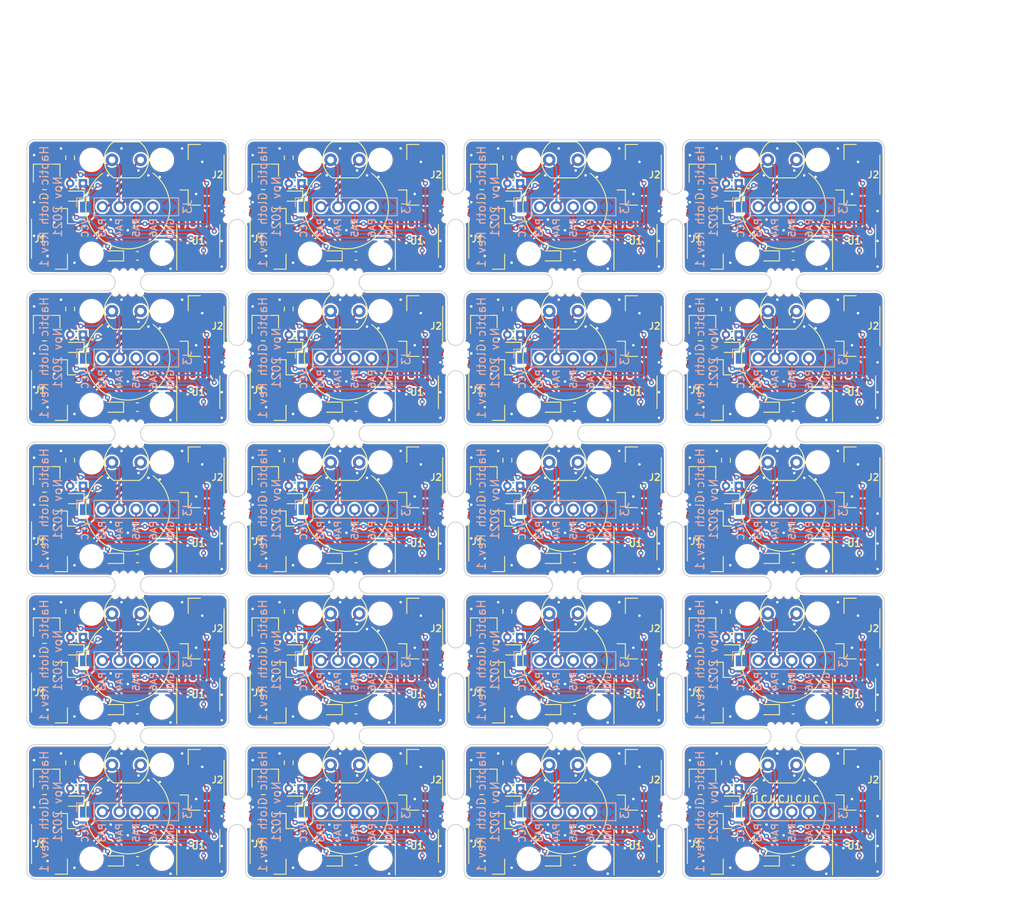
<source format=kicad_pcb>
(kicad_pcb (version 20171130) (host pcbnew "(5.1.8)-1")
  (layers (0 F.Cu signal) (31 B.Cu signal) (34 B.Paste user) (35 F.Paste user) (36 B.SilkS user) (37 F.SilkS user) (38 B.Mask user) (39 F.Mask user) (44 Edge.Cuts user))
  (net 0 "")
  (net 1 Board_1-/MCU_VCC)
  (net 2 Board_1-/PA3)
  (net 3 Board_1-/PA4)
  (net 4 Board_1-/PA5)
  (net 5 Board_1-/PA6)
  (net 6 Board_1-/PB1)
  (net 7 Board_1-/PB7)
  (net 8 Board_1-GND)
  (net 9 "Board_1-Net-(D1-Pad2)")
  (net 10 Board_1-VCC)
  (net 11 Board_2-/MCU_VCC)
  (net 12 Board_2-/PA3)
  (net 13 Board_2-/PA4)
  (net 14 Board_2-/PA5)
  (net 15 Board_2-/PA6)
  (net 16 Board_2-/PB1)
  (net 17 Board_2-/PB7)
  (net 18 Board_2-GND)
  (net 19 "Board_2-Net-(D1-Pad2)")
  (net 20 Board_2-VCC)
  (net 21 Board_3-/MCU_VCC)
  (net 22 Board_3-/PA3)
  (net 23 Board_3-/PA4)
  (net 24 Board_3-/PA5)
  (net 25 Board_3-/PA6)
  (net 26 Board_3-/PB1)
  (net 27 Board_3-/PB7)
  (net 28 Board_3-GND)
  (net 29 "Board_3-Net-(D1-Pad2)")
  (net 30 Board_3-VCC)
  (net 31 Board_4-/MCU_VCC)
  (net 32 Board_4-/PA3)
  (net 33 Board_4-/PA4)
  (net 34 Board_4-/PA5)
  (net 35 Board_4-/PA6)
  (net 36 Board_4-/PB1)
  (net 37 Board_4-/PB7)
  (net 38 Board_4-GND)
  (net 39 "Board_4-Net-(D1-Pad2)")
  (net 40 Board_4-VCC)
  (net 41 Board_5-/MCU_VCC)
  (net 42 Board_5-/PA3)
  (net 43 Board_5-/PA4)
  (net 44 Board_5-/PA5)
  (net 45 Board_5-/PA6)
  (net 46 Board_5-/PB1)
  (net 47 Board_5-/PB7)
  (net 48 Board_5-GND)
  (net 49 "Board_5-Net-(D1-Pad2)")
  (net 50 Board_5-VCC)
  (net 51 Board_6-/MCU_VCC)
  (net 52 Board_6-/PA3)
  (net 53 Board_6-/PA4)
  (net 54 Board_6-/PA5)
  (net 55 Board_6-/PA6)
  (net 56 Board_6-/PB1)
  (net 57 Board_6-/PB7)
  (net 58 Board_6-GND)
  (net 59 "Board_6-Net-(D1-Pad2)")
  (net 60 Board_6-VCC)
  (net 61 Board_7-/MCU_VCC)
  (net 62 Board_7-/PA3)
  (net 63 Board_7-/PA4)
  (net 64 Board_7-/PA5)
  (net 65 Board_7-/PA6)
  (net 66 Board_7-/PB1)
  (net 67 Board_7-/PB7)
  (net 68 Board_7-GND)
  (net 69 "Board_7-Net-(D1-Pad2)")
  (net 70 Board_7-VCC)
  (net 71 Board_8-/MCU_VCC)
  (net 72 Board_8-/PA3)
  (net 73 Board_8-/PA4)
  (net 74 Board_8-/PA5)
  (net 75 Board_8-/PA6)
  (net 76 Board_8-/PB1)
  (net 77 Board_8-/PB7)
  (net 78 Board_8-GND)
  (net 79 "Board_8-Net-(D1-Pad2)")
  (net 80 Board_8-VCC)
  (net 81 Board_9-/MCU_VCC)
  (net 82 Board_9-/PA3)
  (net 83 Board_9-/PA4)
  (net 84 Board_9-/PA5)
  (net 85 Board_9-/PA6)
  (net 86 Board_9-/PB1)
  (net 87 Board_9-/PB7)
  (net 88 Board_9-GND)
  (net 89 "Board_9-Net-(D1-Pad2)")
  (net 90 Board_9-VCC)
  (net 91 Board_10-/MCU_VCC)
  (net 92 Board_10-/PA3)
  (net 93 Board_10-/PA4)
  (net 94 Board_10-/PA5)
  (net 95 Board_10-/PA6)
  (net 96 Board_10-/PB1)
  (net 97 Board_10-/PB7)
  (net 98 Board_10-GND)
  (net 99 "Board_10-Net-(D1-Pad2)")
  (net 100 Board_10-VCC)
  (net 101 Board_11-/MCU_VCC)
  (net 102 Board_11-/PA3)
  (net 103 Board_11-/PA4)
  (net 104 Board_11-/PA5)
  (net 105 Board_11-/PA6)
  (net 106 Board_11-/PB1)
  (net 107 Board_11-/PB7)
  (net 108 Board_11-GND)
  (net 109 "Board_11-Net-(D1-Pad2)")
  (net 110 Board_11-VCC)
  (net 111 Board_12-/MCU_VCC)
  (net 112 Board_12-/PA3)
  (net 113 Board_12-/PA4)
  (net 114 Board_12-/PA5)
  (net 115 Board_12-/PA6)
  (net 116 Board_12-/PB1)
  (net 117 Board_12-/PB7)
  (net 118 Board_12-GND)
  (net 119 "Board_12-Net-(D1-Pad2)")
  (net 120 Board_12-VCC)
  (net 121 Board_13-/MCU_VCC)
  (net 122 Board_13-/PA3)
  (net 123 Board_13-/PA4)
  (net 124 Board_13-/PA5)
  (net 125 Board_13-/PA6)
  (net 126 Board_13-/PB1)
  (net 127 Board_13-/PB7)
  (net 128 Board_13-GND)
  (net 129 "Board_13-Net-(D1-Pad2)")
  (net 130 Board_13-VCC)
  (net 131 Board_14-/MCU_VCC)
  (net 132 Board_14-/PA3)
  (net 133 Board_14-/PA4)
  (net 134 Board_14-/PA5)
  (net 135 Board_14-/PA6)
  (net 136 Board_14-/PB1)
  (net 137 Board_14-/PB7)
  (net 138 Board_14-GND)
  (net 139 "Board_14-Net-(D1-Pad2)")
  (net 140 Board_14-VCC)
  (net 141 Board_15-/MCU_VCC)
  (net 142 Board_15-/PA3)
  (net 143 Board_15-/PA4)
  (net 144 Board_15-/PA5)
  (net 145 Board_15-/PA6)
  (net 146 Board_15-/PB1)
  (net 147 Board_15-/PB7)
  (net 148 Board_15-GND)
  (net 149 "Board_15-Net-(D1-Pad2)")
  (net 150 Board_15-VCC)
  (net 151 Board_16-/MCU_VCC)
  (net 152 Board_16-/PA3)
  (net 153 Board_16-/PA4)
  (net 154 Board_16-/PA5)
  (net 155 Board_16-/PA6)
  (net 156 Board_16-/PB1)
  (net 157 Board_16-/PB7)
  (net 158 Board_16-GND)
  (net 159 "Board_16-Net-(D1-Pad2)")
  (net 160 Board_16-VCC)
  (net 161 Board_17-/MCU_VCC)
  (net 162 Board_17-/PA3)
  (net 163 Board_17-/PA4)
  (net 164 Board_17-/PA5)
  (net 165 Board_17-/PA6)
  (net 166 Board_17-/PB1)
  (net 167 Board_17-/PB7)
  (net 168 Board_17-GND)
  (net 169 "Board_17-Net-(D1-Pad2)")
  (net 170 Board_17-VCC)
  (net 171 Board_18-/MCU_VCC)
  (net 172 Board_18-/PA3)
  (net 173 Board_18-/PA4)
  (net 174 Board_18-/PA5)
  (net 175 Board_18-/PA6)
  (net 176 Board_18-/PB1)
  (net 177 Board_18-/PB7)
  (net 178 Board_18-GND)
  (net 179 "Board_18-Net-(D1-Pad2)")
  (net 180 Board_18-VCC)
  (net 181 Board_19-/MCU_VCC)
  (net 182 Board_19-/PA3)
  (net 183 Board_19-/PA4)
  (net 184 Board_19-/PA5)
  (net 185 Board_19-/PA6)
  (net 186 Board_19-/PB1)
  (net 187 Board_19-/PB7)
  (net 188 Board_19-GND)
  (net 189 "Board_19-Net-(D1-Pad2)")
  (net 190 Board_19-VCC)
  (net 191 Board_20-/MCU_VCC)
  (net 192 Board_20-/PA3)
  (net 193 Board_20-/PA4)
  (net 194 Board_20-/PA5)
  (net 195 Board_20-/PA6)
  (net 196 Board_20-/PB1)
  (net 197 Board_20-/PB7)
  (net 198 Board_20-GND)
  (net 199 "Board_20-Net-(D1-Pad2)")
  (net 200 Board_20-VCC)
  (module NPTH (layer F.Cu) (at 128.249016 128.50004)
    (fp_text reference REF** hide)
    (fp_text value NPTH hide)
    (pad "" np_thru_hole circle (at 0 0) (size 0.5 0.5) (drill 0.5) (layers *.Cu))
  )
  (module NPTH (layer F.Cu) (at 128.249014 129.50004)
    (fp_text reference REF** hide)
    (fp_text value NPTH hide)
    (pad "" np_thru_hole circle (at 0 0) (size 0.5 0.5) (drill 0.5) (layers *.Cu))
  )
  (module NPTH (layer F.Cu) (at 128.249012 130.50004)
    (fp_text reference REF** hide)
    (fp_text value NPTH hide)
    (pad "" np_thru_hole circle (at 0 0) (size 0.5 0.5) (drill 0.5) (layers *.Cu))
  )
  (module NPTH (layer F.Cu) (at 128.24901 131.50004)
    (fp_text reference REF** hide)
    (fp_text value NPTH hide)
    (pad "" np_thru_hole circle (at 0 0) (size 0.5 0.5) (drill 0.5) (layers *.Cu))
  )
  (module NPTH (layer F.Cu) (at 125.751011 131.50004)
    (fp_text reference REF** hide)
    (fp_text value NPTH hide)
    (pad "" np_thru_hole circle (at 0 0) (size 0.5 0.5) (drill 0.5) (layers *.Cu))
  )
  (module NPTH (layer F.Cu) (at 125.75101 130.50004)
    (fp_text reference REF** hide)
    (fp_text value NPTH hide)
    (pad "" np_thru_hole circle (at 0 0) (size 0.5 0.5) (drill 0.5) (layers *.Cu))
  )
  (module NPTH (layer F.Cu) (at 125.751008 129.50004)
    (fp_text reference REF** hide)
    (fp_text value NPTH hide)
    (pad "" np_thru_hole circle (at 0 0) (size 0.5 0.5) (drill 0.5) (layers *.Cu))
  )
  (module NPTH (layer F.Cu) (at 125.751007 128.50004)
    (fp_text reference REF** hide)
    (fp_text value NPTH hide)
    (pad "" np_thru_hole circle (at 0 0) (size 0.5 0.5) (drill 0.5) (layers *.Cu))
  )
  (module NPTH (layer F.Cu) (at 102.249011 128.50004)
    (fp_text reference REF** hide)
    (fp_text value NPTH hide)
    (pad "" np_thru_hole circle (at 0 0) (size 0.5 0.5) (drill 0.5) (layers *.Cu))
  )
  (module NPTH (layer F.Cu) (at 102.24901 129.50004)
    (fp_text reference REF** hide)
    (fp_text value NPTH hide)
    (pad "" np_thru_hole circle (at 0 0) (size 0.5 0.5) (drill 0.5) (layers *.Cu))
  )
  (module NPTH (layer F.Cu) (at 102.249008 130.50004)
    (fp_text reference REF** hide)
    (fp_text value NPTH hide)
    (pad "" np_thru_hole circle (at 0 0) (size 0.5 0.5) (drill 0.5) (layers *.Cu))
  )
  (module NPTH (layer F.Cu) (at 102.249007 131.50004)
    (fp_text reference REF** hide)
    (fp_text value NPTH hide)
    (pad "" np_thru_hole circle (at 0 0) (size 0.5 0.5) (drill 0.5) (layers *.Cu))
  )
  (module NPTH (layer F.Cu) (at 99.751006 131.50004)
    (fp_text reference REF** hide)
    (fp_text value NPTH hide)
    (pad "" np_thru_hole circle (at 0 0) (size 0.5 0.5) (drill 0.5) (layers *.Cu))
  )
  (module NPTH (layer F.Cu) (at 99.751005 130.50004)
    (fp_text reference REF** hide)
    (fp_text value NPTH hide)
    (pad "" np_thru_hole circle (at 0 0) (size 0.5 0.5) (drill 0.5) (layers *.Cu))
  )
  (module NPTH (layer F.Cu) (at 99.751004 129.50004)
    (fp_text reference REF** hide)
    (fp_text value NPTH hide)
    (pad "" np_thru_hole circle (at 0 0) (size 0.5 0.5) (drill 0.5) (layers *.Cu))
  )
  (module NPTH (layer F.Cu) (at 99.751003 128.50004)
    (fp_text reference REF** hide)
    (fp_text value NPTH hide)
    (pad "" np_thru_hole circle (at 0 0) (size 0.5 0.5) (drill 0.5) (layers *.Cu))
  )
  (module NPTH (layer F.Cu) (at 76.249006 128.50004)
    (fp_text reference REF** hide)
    (fp_text value NPTH hide)
    (pad "" np_thru_hole circle (at 0 0) (size 0.5 0.5) (drill 0.5) (layers *.Cu))
  )
  (module NPTH (layer F.Cu) (at 76.249005 129.50004)
    (fp_text reference REF** hide)
    (fp_text value NPTH hide)
    (pad "" np_thru_hole circle (at 0 0) (size 0.5 0.5) (drill 0.5) (layers *.Cu))
  )
  (module NPTH (layer F.Cu) (at 76.249004 130.50004)
    (fp_text reference REF** hide)
    (fp_text value NPTH hide)
    (pad "" np_thru_hole circle (at 0 0) (size 0.5 0.5) (drill 0.5) (layers *.Cu))
  )
  (module NPTH (layer F.Cu) (at 76.249003 131.50004)
    (fp_text reference REF** hide)
    (fp_text value NPTH hide)
    (pad "" np_thru_hole circle (at 0 0) (size 0.5 0.5) (drill 0.5) (layers *.Cu))
  )
  (module NPTH (layer F.Cu) (at 73.751 131.50004)
    (fp_text reference REF** hide)
    (fp_text value NPTH hide)
    (pad "" np_thru_hole circle (at 0 0) (size 0.5 0.5) (drill 0.5) (layers *.Cu))
  )
  (module NPTH (layer F.Cu) (at 73.751 130.50004)
    (fp_text reference REF** hide)
    (fp_text value NPTH hide)
    (pad "" np_thru_hole circle (at 0 0) (size 0.5 0.5) (drill 0.5) (layers *.Cu))
  )
  (module NPTH (layer F.Cu) (at 73.751 129.50004)
    (fp_text reference REF** hide)
    (fp_text value NPTH hide)
    (pad "" np_thru_hole circle (at 0 0) (size 0.5 0.5) (drill 0.5) (layers *.Cu))
  )
  (module NPTH (layer F.Cu) (at 73.751 128.50004)
    (fp_text reference REF** hide)
    (fp_text value NPTH hide)
    (pad "" np_thru_hole circle (at 0 0) (size 0.5 0.5) (drill 0.5) (layers *.Cu))
  )
  (module NPTH (layer F.Cu) (at 128.249016 110.500031)
    (fp_text reference REF** hide)
    (fp_text value NPTH hide)
    (pad "" np_thru_hole circle (at 0 0) (size 0.5 0.5) (drill 0.5) (layers *.Cu))
  )
  (module NPTH (layer F.Cu) (at 128.249014 111.500031)
    (fp_text reference REF** hide)
    (fp_text value NPTH hide)
    (pad "" np_thru_hole circle (at 0 0) (size 0.5 0.5) (drill 0.5) (layers *.Cu))
  )
  (module NPTH (layer F.Cu) (at 128.249012 112.500031)
    (fp_text reference REF** hide)
    (fp_text value NPTH hide)
    (pad "" np_thru_hole circle (at 0 0) (size 0.5 0.5) (drill 0.5) (layers *.Cu))
  )
  (module NPTH (layer F.Cu) (at 128.24901 113.500031)
    (fp_text reference REF** hide)
    (fp_text value NPTH hide)
    (pad "" np_thru_hole circle (at 0 0) (size 0.5 0.5) (drill 0.5) (layers *.Cu))
  )
  (module NPTH (layer F.Cu) (at 125.751011 113.500031)
    (fp_text reference REF** hide)
    (fp_text value NPTH hide)
    (pad "" np_thru_hole circle (at 0 0) (size 0.5 0.5) (drill 0.5) (layers *.Cu))
  )
  (module NPTH (layer F.Cu) (at 125.75101 112.500031)
    (fp_text reference REF** hide)
    (fp_text value NPTH hide)
    (pad "" np_thru_hole circle (at 0 0) (size 0.5 0.5) (drill 0.5) (layers *.Cu))
  )
  (module NPTH (layer F.Cu) (at 125.751008 111.500031)
    (fp_text reference REF** hide)
    (fp_text value NPTH hide)
    (pad "" np_thru_hole circle (at 0 0) (size 0.5 0.5) (drill 0.5) (layers *.Cu))
  )
  (module NPTH (layer F.Cu) (at 125.751007 110.500031)
    (fp_text reference REF** hide)
    (fp_text value NPTH hide)
    (pad "" np_thru_hole circle (at 0 0) (size 0.5 0.5) (drill 0.5) (layers *.Cu))
  )
  (module NPTH (layer F.Cu) (at 102.249011 110.500031)
    (fp_text reference REF** hide)
    (fp_text value NPTH hide)
    (pad "" np_thru_hole circle (at 0 0) (size 0.5 0.5) (drill 0.5) (layers *.Cu))
  )
  (module NPTH (layer F.Cu) (at 102.24901 111.500031)
    (fp_text reference REF** hide)
    (fp_text value NPTH hide)
    (pad "" np_thru_hole circle (at 0 0) (size 0.5 0.5) (drill 0.5) (layers *.Cu))
  )
  (module NPTH (layer F.Cu) (at 102.249008 112.500031)
    (fp_text reference REF** hide)
    (fp_text value NPTH hide)
    (pad "" np_thru_hole circle (at 0 0) (size 0.5 0.5) (drill 0.5) (layers *.Cu))
  )
  (module NPTH (layer F.Cu) (at 102.249007 113.500031)
    (fp_text reference REF** hide)
    (fp_text value NPTH hide)
    (pad "" np_thru_hole circle (at 0 0) (size 0.5 0.5) (drill 0.5) (layers *.Cu))
  )
  (module NPTH (layer F.Cu) (at 99.751006 113.500031)
    (fp_text reference REF** hide)
    (fp_text value NPTH hide)
    (pad "" np_thru_hole circle (at 0 0) (size 0.5 0.5) (drill 0.5) (layers *.Cu))
  )
  (module NPTH (layer F.Cu) (at 99.751005 112.500031)
    (fp_text reference REF** hide)
    (fp_text value NPTH hide)
    (pad "" np_thru_hole circle (at 0 0) (size 0.5 0.5) (drill 0.5) (layers *.Cu))
  )
  (module NPTH (layer F.Cu) (at 99.751004 111.500031)
    (fp_text reference REF** hide)
    (fp_text value NPTH hide)
    (pad "" np_thru_hole circle (at 0 0) (size 0.5 0.5) (drill 0.5) (layers *.Cu))
  )
  (module NPTH (layer F.Cu) (at 99.751003 110.500031)
    (fp_text reference REF** hide)
    (fp_text value NPTH hide)
    (pad "" np_thru_hole circle (at 0 0) (size 0.5 0.5) (drill 0.5) (layers *.Cu))
  )
  (module NPTH (layer F.Cu) (at 76.249006 110.500031)
    (fp_text reference REF** hide)
    (fp_text value NPTH hide)
    (pad "" np_thru_hole circle (at 0 0) (size 0.5 0.5) (drill 0.5) (layers *.Cu))
  )
  (module NPTH (layer F.Cu) (at 76.249005 111.500031)
    (fp_text reference REF** hide)
    (fp_text value NPTH hide)
    (pad "" np_thru_hole circle (at 0 0) (size 0.5 0.5) (drill 0.5) (layers *.Cu))
  )
  (module NPTH (layer F.Cu) (at 76.249004 112.500031)
    (fp_text reference REF** hide)
    (fp_text value NPTH hide)
    (pad "" np_thru_hole circle (at 0 0) (size 0.5 0.5) (drill 0.5) (layers *.Cu))
  )
  (module NPTH (layer F.Cu) (at 76.249003 113.500031)
    (fp_text reference REF** hide)
    (fp_text value NPTH hide)
    (pad "" np_thru_hole circle (at 0 0) (size 0.5 0.5) (drill 0.5) (layers *.Cu))
  )
  (module NPTH (layer F.Cu) (at 73.751 113.500031)
    (fp_text reference REF** hide)
    (fp_text value NPTH hide)
    (pad "" np_thru_hole circle (at 0 0) (size 0.5 0.5) (drill 0.5) (layers *.Cu))
  )
  (module NPTH (layer F.Cu) (at 73.751 112.500031)
    (fp_text reference REF** hide)
    (fp_text value NPTH hide)
    (pad "" np_thru_hole circle (at 0 0) (size 0.5 0.5) (drill 0.5) (layers *.Cu))
  )
  (module NPTH (layer F.Cu) (at 73.751 111.500031)
    (fp_text reference REF** hide)
    (fp_text value NPTH hide)
    (pad "" np_thru_hole circle (at 0 0) (size 0.5 0.5) (drill 0.5) (layers *.Cu))
  )
  (module NPTH (layer F.Cu) (at 73.751 110.500031)
    (fp_text reference REF** hide)
    (fp_text value NPTH hide)
    (pad "" np_thru_hole circle (at 0 0) (size 0.5 0.5) (drill 0.5) (layers *.Cu))
  )
  (module NPTH (layer F.Cu) (at 128.249016 92.500022)
    (fp_text reference REF** hide)
    (fp_text value NPTH hide)
    (pad "" np_thru_hole circle (at 0 0) (size 0.5 0.5) (drill 0.5) (layers *.Cu))
  )
  (module NPTH (layer F.Cu) (at 128.249014 93.500022)
    (fp_text reference REF** hide)
    (fp_text value NPTH hide)
    (pad "" np_thru_hole circle (at 0 0) (size 0.5 0.5) (drill 0.5) (layers *.Cu))
  )
  (module NPTH (layer F.Cu) (at 128.249012 94.500022)
    (fp_text reference REF** hide)
    (fp_text value NPTH hide)
    (pad "" np_thru_hole circle (at 0 0) (size 0.5 0.5) (drill 0.5) (layers *.Cu))
  )
  (module NPTH (layer F.Cu) (at 128.24901 95.500022)
    (fp_text reference REF** hide)
    (fp_text value NPTH hide)
    (pad "" np_thru_hole circle (at 0 0) (size 0.5 0.5) (drill 0.5) (layers *.Cu))
  )
  (module NPTH (layer F.Cu) (at 125.751011 95.500022)
    (fp_text reference REF** hide)
    (fp_text value NPTH hide)
    (pad "" np_thru_hole circle (at 0 0) (size 0.5 0.5) (drill 0.5) (layers *.Cu))
  )
  (module NPTH (layer F.Cu) (at 125.75101 94.500022)
    (fp_text reference REF** hide)
    (fp_text value NPTH hide)
    (pad "" np_thru_hole circle (at 0 0) (size 0.5 0.5) (drill 0.5) (layers *.Cu))
  )
  (module NPTH (layer F.Cu) (at 125.751008 93.500022)
    (fp_text reference REF** hide)
    (fp_text value NPTH hide)
    (pad "" np_thru_hole circle (at 0 0) (size 0.5 0.5) (drill 0.5) (layers *.Cu))
  )
  (module NPTH (layer F.Cu) (at 125.751007 92.500022)
    (fp_text reference REF** hide)
    (fp_text value NPTH hide)
    (pad "" np_thru_hole circle (at 0 0) (size 0.5 0.5) (drill 0.5) (layers *.Cu))
  )
  (module NPTH (layer F.Cu) (at 102.249011 92.500022)
    (fp_text reference REF** hide)
    (fp_text value NPTH hide)
    (pad "" np_thru_hole circle (at 0 0) (size 0.5 0.5) (drill 0.5) (layers *.Cu))
  )
  (module NPTH (layer F.Cu) (at 102.24901 93.500022)
    (fp_text reference REF** hide)
    (fp_text value NPTH hide)
    (pad "" np_thru_hole circle (at 0 0) (size 0.5 0.5) (drill 0.5) (layers *.Cu))
  )
  (module NPTH (layer F.Cu) (at 102.249008 94.500022)
    (fp_text reference REF** hide)
    (fp_text value NPTH hide)
    (pad "" np_thru_hole circle (at 0 0) (size 0.5 0.5) (drill 0.5) (layers *.Cu))
  )
  (module NPTH (layer F.Cu) (at 102.249007 95.500022)
    (fp_text reference REF** hide)
    (fp_text value NPTH hide)
    (pad "" np_thru_hole circle (at 0 0) (size 0.5 0.5) (drill 0.5) (layers *.Cu))
  )
  (module NPTH (layer F.Cu) (at 99.751006 95.500022)
    (fp_text reference REF** hide)
    (fp_text value NPTH hide)
    (pad "" np_thru_hole circle (at 0 0) (size 0.5 0.5) (drill 0.5) (layers *.Cu))
  )
  (module NPTH (layer F.Cu) (at 99.751005 94.500022)
    (fp_text reference REF** hide)
    (fp_text value NPTH hide)
    (pad "" np_thru_hole circle (at 0 0) (size 0.5 0.5) (drill 0.5) (layers *.Cu))
  )
  (module NPTH (layer F.Cu) (at 99.751004 93.500022)
    (fp_text reference REF** hide)
    (fp_text value NPTH hide)
    (pad "" np_thru_hole circle (at 0 0) (size 0.5 0.5) (drill 0.5) (layers *.Cu))
  )
  (module NPTH (layer F.Cu) (at 99.751003 92.500022)
    (fp_text reference REF** hide)
    (fp_text value NPTH hide)
    (pad "" np_thru_hole circle (at 0 0) (size 0.5 0.5) (drill 0.5) (layers *.Cu))
  )
  (module NPTH (layer F.Cu) (at 76.249006 92.500022)
    (fp_text reference REF** hide)
    (fp_text value NPTH hide)
    (pad "" np_thru_hole circle (at 0 0) (size 0.5 0.5) (drill 0.5) (layers *.Cu))
  )
  (module NPTH (layer F.Cu) (at 76.249005 93.500022)
    (fp_text reference REF** hide)
    (fp_text value NPTH hide)
    (pad "" np_thru_hole circle (at 0 0) (size 0.5 0.5) (drill 0.5) (layers *.Cu))
  )
  (module NPTH (layer F.Cu) (at 76.249004 94.500022)
    (fp_text reference REF** hide)
    (fp_text value NPTH hide)
    (pad "" np_thru_hole circle (at 0 0) (size 0.5 0.5) (drill 0.5) (layers *.Cu))
  )
  (module NPTH (layer F.Cu) (at 76.249003 95.500022)
    (fp_text reference REF** hide)
    (fp_text value NPTH hide)
    (pad "" np_thru_hole circle (at 0 0) (size 0.5 0.5) (drill 0.5) (layers *.Cu))
  )
  (module NPTH (layer F.Cu) (at 73.751 95.500022)
    (fp_text reference REF** hide)
    (fp_text value NPTH hide)
    (pad "" np_thru_hole circle (at 0 0) (size 0.5 0.5) (drill 0.5) (layers *.Cu))
  )
  (module NPTH (layer F.Cu) (at 73.751 94.500022)
    (fp_text reference REF** hide)
    (fp_text value NPTH hide)
    (pad "" np_thru_hole circle (at 0 0) (size 0.5 0.5) (drill 0.5) (layers *.Cu))
  )
  (module NPTH (layer F.Cu) (at 73.751 93.500022)
    (fp_text reference REF** hide)
    (fp_text value NPTH hide)
    (pad "" np_thru_hole circle (at 0 0) (size 0.5 0.5) (drill 0.5) (layers *.Cu))
  )
  (module NPTH (layer F.Cu) (at 73.751 92.500022)
    (fp_text reference REF** hide)
    (fp_text value NPTH hide)
    (pad "" np_thru_hole circle (at 0 0) (size 0.5 0.5) (drill 0.5) (layers *.Cu))
  )
  (module NPTH (layer F.Cu) (at 128.249016 74.500013)
    (fp_text reference REF** hide)
    (fp_text value NPTH hide)
    (pad "" np_thru_hole circle (at 0 0) (size 0.5 0.5) (drill 0.5) (layers *.Cu))
  )
  (module NPTH (layer F.Cu) (at 128.249014 75.500013)
    (fp_text reference REF** hide)
    (fp_text value NPTH hide)
    (pad "" np_thru_hole circle (at 0 0) (size 0.5 0.5) (drill 0.5) (layers *.Cu))
  )
  (module NPTH (layer F.Cu) (at 128.249012 76.500013)
    (fp_text reference REF** hide)
    (fp_text value NPTH hide)
    (pad "" np_thru_hole circle (at 0 0) (size 0.5 0.5) (drill 0.5) (layers *.Cu))
  )
  (module NPTH (layer F.Cu) (at 128.24901 77.500013)
    (fp_text reference REF** hide)
    (fp_text value NPTH hide)
    (pad "" np_thru_hole circle (at 0 0) (size 0.5 0.5) (drill 0.5) (layers *.Cu))
  )
  (module NPTH (layer F.Cu) (at 125.751011 77.500013)
    (fp_text reference REF** hide)
    (fp_text value NPTH hide)
    (pad "" np_thru_hole circle (at 0 0) (size 0.5 0.5) (drill 0.5) (layers *.Cu))
  )
  (module NPTH (layer F.Cu) (at 125.75101 76.500013)
    (fp_text reference REF** hide)
    (fp_text value NPTH hide)
    (pad "" np_thru_hole circle (at 0 0) (size 0.5 0.5) (drill 0.5) (layers *.Cu))
  )
  (module NPTH (layer F.Cu) (at 125.751008 75.500013)
    (fp_text reference REF** hide)
    (fp_text value NPTH hide)
    (pad "" np_thru_hole circle (at 0 0) (size 0.5 0.5) (drill 0.5) (layers *.Cu))
  )
  (module NPTH (layer F.Cu) (at 125.751007 74.500013)
    (fp_text reference REF** hide)
    (fp_text value NPTH hide)
    (pad "" np_thru_hole circle (at 0 0) (size 0.5 0.5) (drill 0.5) (layers *.Cu))
  )
  (module NPTH (layer F.Cu) (at 102.249011 74.500013)
    (fp_text reference REF** hide)
    (fp_text value NPTH hide)
    (pad "" np_thru_hole circle (at 0 0) (size 0.5 0.5) (drill 0.5) (layers *.Cu))
  )
  (module NPTH (layer F.Cu) (at 102.24901 75.500013)
    (fp_text reference REF** hide)
    (fp_text value NPTH hide)
    (pad "" np_thru_hole circle (at 0 0) (size 0.5 0.5) (drill 0.5) (layers *.Cu))
  )
  (module NPTH (layer F.Cu) (at 102.249008 76.500013)
    (fp_text reference REF** hide)
    (fp_text value NPTH hide)
    (pad "" np_thru_hole circle (at 0 0) (size 0.5 0.5) (drill 0.5) (layers *.Cu))
  )
  (module NPTH (layer F.Cu) (at 102.249007 77.500013)
    (fp_text reference REF** hide)
    (fp_text value NPTH hide)
    (pad "" np_thru_hole circle (at 0 0) (size 0.5 0.5) (drill 0.5) (layers *.Cu))
  )
  (module NPTH (layer F.Cu) (at 99.751006 77.500013)
    (fp_text reference REF** hide)
    (fp_text value NPTH hide)
    (pad "" np_thru_hole circle (at 0 0) (size 0.5 0.5) (drill 0.5) (layers *.Cu))
  )
  (module NPTH (layer F.Cu) (at 99.751005 76.500013)
    (fp_text reference REF** hide)
    (fp_text value NPTH hide)
    (pad "" np_thru_hole circle (at 0 0) (size 0.5 0.5) (drill 0.5) (layers *.Cu))
  )
  (module NPTH (layer F.Cu) (at 99.751004 75.500013)
    (fp_text reference REF** hide)
    (fp_text value NPTH hide)
    (pad "" np_thru_hole circle (at 0 0) (size 0.5 0.5) (drill 0.5) (layers *.Cu))
  )
  (module NPTH (layer F.Cu) (at 99.751003 74.500013)
    (fp_text reference REF** hide)
    (fp_text value NPTH hide)
    (pad "" np_thru_hole circle (at 0 0) (size 0.5 0.5) (drill 0.5) (layers *.Cu))
  )
  (module NPTH (layer F.Cu) (at 76.249006 74.500013)
    (fp_text reference REF** hide)
    (fp_text value NPTH hide)
    (pad "" np_thru_hole circle (at 0 0) (size 0.5 0.5) (drill 0.5) (layers *.Cu))
  )
  (module NPTH (layer F.Cu) (at 76.249005 75.500013)
    (fp_text reference REF** hide)
    (fp_text value NPTH hide)
    (pad "" np_thru_hole circle (at 0 0) (size 0.5 0.5) (drill 0.5) (layers *.Cu))
  )
  (module NPTH (layer F.Cu) (at 76.249004 76.500013)
    (fp_text reference REF** hide)
    (fp_text value NPTH hide)
    (pad "" np_thru_hole circle (at 0 0) (size 0.5 0.5) (drill 0.5) (layers *.Cu))
  )
  (module NPTH (layer F.Cu) (at 76.249003 77.500013)
    (fp_text reference REF** hide)
    (fp_text value NPTH hide)
    (pad "" np_thru_hole circle (at 0 0) (size 0.5 0.5) (drill 0.5) (layers *.Cu))
  )
  (module NPTH (layer F.Cu) (at 73.751 77.500013)
    (fp_text reference REF** hide)
    (fp_text value NPTH hide)
    (pad "" np_thru_hole circle (at 0 0) (size 0.5 0.5) (drill 0.5) (layers *.Cu))
  )
  (module NPTH (layer F.Cu) (at 73.751 76.500013)
    (fp_text reference REF** hide)
    (fp_text value NPTH hide)
    (pad "" np_thru_hole circle (at 0 0) (size 0.5 0.5) (drill 0.5) (layers *.Cu))
  )
  (module NPTH (layer F.Cu) (at 73.751 75.500013)
    (fp_text reference REF** hide)
    (fp_text value NPTH hide)
    (pad "" np_thru_hole circle (at 0 0) (size 0.5 0.5) (drill 0.5) (layers *.Cu))
  )
  (module NPTH (layer F.Cu) (at 73.751 74.500013)
    (fp_text reference REF** hide)
    (fp_text value NPTH hide)
    (pad "" np_thru_hole circle (at 0 0) (size 0.5 0.5) (drill 0.5) (layers *.Cu))
  )
  (module NPTH (layer F.Cu) (at 128.249016 56.500004)
    (fp_text reference REF** hide)
    (fp_text value NPTH hide)
    (pad "" np_thru_hole circle (at 0 0) (size 0.5 0.5) (drill 0.5) (layers *.Cu))
  )
  (module NPTH (layer F.Cu) (at 128.249014 57.500004)
    (fp_text reference REF** hide)
    (fp_text value NPTH hide)
    (pad "" np_thru_hole circle (at 0 0) (size 0.5 0.5) (drill 0.5) (layers *.Cu))
  )
  (module NPTH (layer F.Cu) (at 128.249012 58.500004)
    (fp_text reference REF** hide)
    (fp_text value NPTH hide)
    (pad "" np_thru_hole circle (at 0 0) (size 0.5 0.5) (drill 0.5) (layers *.Cu))
  )
  (module NPTH (layer F.Cu) (at 128.24901 59.500004)
    (fp_text reference REF** hide)
    (fp_text value NPTH hide)
    (pad "" np_thru_hole circle (at 0 0) (size 0.5 0.5) (drill 0.5) (layers *.Cu))
  )
  (module NPTH (layer F.Cu) (at 125.751011 59.500004)
    (fp_text reference REF** hide)
    (fp_text value NPTH hide)
    (pad "" np_thru_hole circle (at 0 0) (size 0.5 0.5) (drill 0.5) (layers *.Cu))
  )
  (module NPTH (layer F.Cu) (at 125.75101 58.500004)
    (fp_text reference REF** hide)
    (fp_text value NPTH hide)
    (pad "" np_thru_hole circle (at 0 0) (size 0.5 0.5) (drill 0.5) (layers *.Cu))
  )
  (module NPTH (layer F.Cu) (at 125.751008 57.500004)
    (fp_text reference REF** hide)
    (fp_text value NPTH hide)
    (pad "" np_thru_hole circle (at 0 0) (size 0.5 0.5) (drill 0.5) (layers *.Cu))
  )
  (module NPTH (layer F.Cu) (at 125.751007 56.500004)
    (fp_text reference REF** hide)
    (fp_text value NPTH hide)
    (pad "" np_thru_hole circle (at 0 0) (size 0.5 0.5) (drill 0.5) (layers *.Cu))
  )
  (module NPTH (layer F.Cu) (at 102.249011 56.500004)
    (fp_text reference REF** hide)
    (fp_text value NPTH hide)
    (pad "" np_thru_hole circle (at 0 0) (size 0.5 0.5) (drill 0.5) (layers *.Cu))
  )
  (module NPTH (layer F.Cu) (at 102.24901 57.500004)
    (fp_text reference REF** hide)
    (fp_text value NPTH hide)
    (pad "" np_thru_hole circle (at 0 0) (size 0.5 0.5) (drill 0.5) (layers *.Cu))
  )
  (module NPTH (layer F.Cu) (at 102.249008 58.500004)
    (fp_text reference REF** hide)
    (fp_text value NPTH hide)
    (pad "" np_thru_hole circle (at 0 0) (size 0.5 0.5) (drill 0.5) (layers *.Cu))
  )
  (module NPTH (layer F.Cu) (at 102.249007 59.500004)
    (fp_text reference REF** hide)
    (fp_text value NPTH hide)
    (pad "" np_thru_hole circle (at 0 0) (size 0.5 0.5) (drill 0.5) (layers *.Cu))
  )
  (module NPTH (layer F.Cu) (at 99.751006 59.500004)
    (fp_text reference REF** hide)
    (fp_text value NPTH hide)
    (pad "" np_thru_hole circle (at 0 0) (size 0.5 0.5) (drill 0.5) (layers *.Cu))
  )
  (module NPTH (layer F.Cu) (at 99.751005 58.500004)
    (fp_text reference REF** hide)
    (fp_text value NPTH hide)
    (pad "" np_thru_hole circle (at 0 0) (size 0.5 0.5) (drill 0.5) (layers *.Cu))
  )
  (module NPTH (layer F.Cu) (at 99.751004 57.500004)
    (fp_text reference REF** hide)
    (fp_text value NPTH hide)
    (pad "" np_thru_hole circle (at 0 0) (size 0.5 0.5) (drill 0.5) (layers *.Cu))
  )
  (module NPTH (layer F.Cu) (at 99.751003 56.500004)
    (fp_text reference REF** hide)
    (fp_text value NPTH hide)
    (pad "" np_thru_hole circle (at 0 0) (size 0.5 0.5) (drill 0.5) (layers *.Cu))
  )
  (module NPTH (layer F.Cu) (at 76.249006 56.500004)
    (fp_text reference REF** hide)
    (fp_text value NPTH hide)
    (pad "" np_thru_hole circle (at 0 0) (size 0.5 0.5) (drill 0.5) (layers *.Cu))
  )
  (module NPTH (layer F.Cu) (at 76.249005 57.500004)
    (fp_text reference REF** hide)
    (fp_text value NPTH hide)
    (pad "" np_thru_hole circle (at 0 0) (size 0.5 0.5) (drill 0.5) (layers *.Cu))
  )
  (module NPTH (layer F.Cu) (at 76.249004 58.500004)
    (fp_text reference REF** hide)
    (fp_text value NPTH hide)
    (pad "" np_thru_hole circle (at 0 0) (size 0.5 0.5) (drill 0.5) (layers *.Cu))
  )
  (module NPTH (layer F.Cu) (at 76.249003 59.500004)
    (fp_text reference REF** hide)
    (fp_text value NPTH hide)
    (pad "" np_thru_hole circle (at 0 0) (size 0.5 0.5) (drill 0.5) (layers *.Cu))
  )
  (module NPTH (layer F.Cu) (at 73.751 59.500004)
    (fp_text reference REF** hide)
    (fp_text value NPTH hide)
    (pad "" np_thru_hole circle (at 0 0) (size 0.5 0.5) (drill 0.5) (layers *.Cu))
  )
  (module NPTH (layer F.Cu) (at 73.751 58.500004)
    (fp_text reference REF** hide)
    (fp_text value NPTH hide)
    (pad "" np_thru_hole circle (at 0 0) (size 0.5 0.5) (drill 0.5) (layers *.Cu))
  )
  (module NPTH (layer F.Cu) (at 73.751 57.500004)
    (fp_text reference REF** hide)
    (fp_text value NPTH hide)
    (pad "" np_thru_hole circle (at 0 0) (size 0.5 0.5) (drill 0.5) (layers *.Cu))
  )
  (module NPTH (layer F.Cu) (at 73.751 56.500004)
    (fp_text reference REF** hide)
    (fp_text value NPTH hide)
    (pad "" np_thru_hole circle (at 0 0) (size 0.5 0.5) (drill 0.5) (layers *.Cu))
  )
  (module NPTH (layer F.Cu) (at 141.50003 122.249021)
    (fp_text reference REF** hide)
    (fp_text value NPTH hide)
    (pad "" np_thru_hole circle (at 0 0) (size 0.5 0.5) (drill 0.5) (layers *.Cu))
  )
  (module NPTH (layer F.Cu) (at 140.50003 122.249019)
    (fp_text reference REF** hide)
    (fp_text value NPTH hide)
    (pad "" np_thru_hole circle (at 0 0) (size 0.5 0.5) (drill 0.5) (layers *.Cu))
  )
  (module NPTH (layer F.Cu) (at 139.50003 122.249017)
    (fp_text reference REF** hide)
    (fp_text value NPTH hide)
    (pad "" np_thru_hole circle (at 0 0) (size 0.5 0.5) (drill 0.5) (layers *.Cu))
  )
  (module NPTH (layer F.Cu) (at 138.50003 122.249015)
    (fp_text reference REF** hide)
    (fp_text value NPTH hide)
    (pad "" np_thru_hole circle (at 0 0) (size 0.5 0.5) (drill 0.5) (layers *.Cu))
  )
  (module NPTH (layer F.Cu) (at 115.500021 122.249021)
    (fp_text reference REF** hide)
    (fp_text value NPTH hide)
    (pad "" np_thru_hole circle (at 0 0) (size 0.5 0.5) (drill 0.5) (layers *.Cu))
  )
  (module NPTH (layer F.Cu) (at 114.500021 122.249019)
    (fp_text reference REF** hide)
    (fp_text value NPTH hide)
    (pad "" np_thru_hole circle (at 0 0) (size 0.5 0.5) (drill 0.5) (layers *.Cu))
  )
  (module NPTH (layer F.Cu) (at 113.500021 122.249017)
    (fp_text reference REF** hide)
    (fp_text value NPTH hide)
    (pad "" np_thru_hole circle (at 0 0) (size 0.5 0.5) (drill 0.5) (layers *.Cu))
  )
  (module NPTH (layer F.Cu) (at 112.500021 122.249015)
    (fp_text reference REF** hide)
    (fp_text value NPTH hide)
    (pad "" np_thru_hole circle (at 0 0) (size 0.5 0.5) (drill 0.5) (layers *.Cu))
  )
  (module NPTH (layer F.Cu) (at 89.500012 122.249021)
    (fp_text reference REF** hide)
    (fp_text value NPTH hide)
    (pad "" np_thru_hole circle (at 0 0) (size 0.5 0.5) (drill 0.5) (layers *.Cu))
  )
  (module NPTH (layer F.Cu) (at 88.500012 122.249019)
    (fp_text reference REF** hide)
    (fp_text value NPTH hide)
    (pad "" np_thru_hole circle (at 0 0) (size 0.5 0.5) (drill 0.5) (layers *.Cu))
  )
  (module NPTH (layer F.Cu) (at 87.500012 122.249017)
    (fp_text reference REF** hide)
    (fp_text value NPTH hide)
    (pad "" np_thru_hole circle (at 0 0) (size 0.5 0.5) (drill 0.5) (layers *.Cu))
  )
  (module NPTH (layer F.Cu) (at 86.500012 122.249015)
    (fp_text reference REF** hide)
    (fp_text value NPTH hide)
    (pad "" np_thru_hole circle (at 0 0) (size 0.5 0.5) (drill 0.5) (layers *.Cu))
  )
  (module NPTH (layer F.Cu) (at 63.500003 122.249021)
    (fp_text reference REF** hide)
    (fp_text value NPTH hide)
    (pad "" np_thru_hole circle (at 0 0) (size 0.5 0.5) (drill 0.5) (layers *.Cu))
  )
  (module NPTH (layer F.Cu) (at 62.500003 122.249019)
    (fp_text reference REF** hide)
    (fp_text value NPTH hide)
    (pad "" np_thru_hole circle (at 0 0) (size 0.5 0.5) (drill 0.5) (layers *.Cu))
  )
  (module NPTH (layer F.Cu) (at 61.500003 122.249017)
    (fp_text reference REF** hide)
    (fp_text value NPTH hide)
    (pad "" np_thru_hole circle (at 0 0) (size 0.5 0.5) (drill 0.5) (layers *.Cu))
  )
  (module NPTH (layer F.Cu) (at 60.500003 122.249015)
    (fp_text reference REF** hide)
    (fp_text value NPTH hide)
    (pad "" np_thru_hole circle (at 0 0) (size 0.5 0.5) (drill 0.5) (layers *.Cu))
  )
  (module NPTH (layer F.Cu) (at 138.50003 119.751015)
    (fp_text reference REF** hide)
    (fp_text value NPTH hide)
    (pad "" np_thru_hole circle (at 0 0) (size 0.5 0.5) (drill 0.5) (layers *.Cu))
  )
  (module NPTH (layer F.Cu) (at 139.50003 119.751014)
    (fp_text reference REF** hide)
    (fp_text value NPTH hide)
    (pad "" np_thru_hole circle (at 0 0) (size 0.5 0.5) (drill 0.5) (layers *.Cu))
  )
  (module NPTH (layer F.Cu) (at 140.50003 119.751013)
    (fp_text reference REF** hide)
    (fp_text value NPTH hide)
    (pad "" np_thru_hole circle (at 0 0) (size 0.5 0.5) (drill 0.5) (layers *.Cu))
  )
  (module NPTH (layer F.Cu) (at 141.50003 119.751012)
    (fp_text reference REF** hide)
    (fp_text value NPTH hide)
    (pad "" np_thru_hole circle (at 0 0) (size 0.5 0.5) (drill 0.5) (layers *.Cu))
  )
  (module NPTH (layer F.Cu) (at 141.50003 104.249015)
    (fp_text reference REF** hide)
    (fp_text value NPTH hide)
    (pad "" np_thru_hole circle (at 0 0) (size 0.5 0.5) (drill 0.5) (layers *.Cu))
  )
  (module NPTH (layer F.Cu) (at 140.50003 104.249014)
    (fp_text reference REF** hide)
    (fp_text value NPTH hide)
    (pad "" np_thru_hole circle (at 0 0) (size 0.5 0.5) (drill 0.5) (layers *.Cu))
  )
  (module NPTH (layer F.Cu) (at 139.50003 104.249013)
    (fp_text reference REF** hide)
    (fp_text value NPTH hide)
    (pad "" np_thru_hole circle (at 0 0) (size 0.5 0.5) (drill 0.5) (layers *.Cu))
  )
  (module NPTH (layer F.Cu) (at 138.50003 104.249012)
    (fp_text reference REF** hide)
    (fp_text value NPTH hide)
    (pad "" np_thru_hole circle (at 0 0) (size 0.5 0.5) (drill 0.5) (layers *.Cu))
  )
  (module NPTH (layer F.Cu) (at 112.500021 119.751015)
    (fp_text reference REF** hide)
    (fp_text value NPTH hide)
    (pad "" np_thru_hole circle (at 0 0) (size 0.5 0.5) (drill 0.5) (layers *.Cu))
  )
  (module NPTH (layer F.Cu) (at 113.500021 119.751014)
    (fp_text reference REF** hide)
    (fp_text value NPTH hide)
    (pad "" np_thru_hole circle (at 0 0) (size 0.5 0.5) (drill 0.5) (layers *.Cu))
  )
  (module NPTH (layer F.Cu) (at 114.500021 119.751013)
    (fp_text reference REF** hide)
    (fp_text value NPTH hide)
    (pad "" np_thru_hole circle (at 0 0) (size 0.5 0.5) (drill 0.5) (layers *.Cu))
  )
  (module NPTH (layer F.Cu) (at 115.500021 119.751012)
    (fp_text reference REF** hide)
    (fp_text value NPTH hide)
    (pad "" np_thru_hole circle (at 0 0) (size 0.5 0.5) (drill 0.5) (layers *.Cu))
  )
  (module NPTH (layer F.Cu) (at 115.500021 104.249015)
    (fp_text reference REF** hide)
    (fp_text value NPTH hide)
    (pad "" np_thru_hole circle (at 0 0) (size 0.5 0.5) (drill 0.5) (layers *.Cu))
  )
  (module NPTH (layer F.Cu) (at 114.500021 104.249014)
    (fp_text reference REF** hide)
    (fp_text value NPTH hide)
    (pad "" np_thru_hole circle (at 0 0) (size 0.5 0.5) (drill 0.5) (layers *.Cu))
  )
  (module NPTH (layer F.Cu) (at 113.500021 104.249013)
    (fp_text reference REF** hide)
    (fp_text value NPTH hide)
    (pad "" np_thru_hole circle (at 0 0) (size 0.5 0.5) (drill 0.5) (layers *.Cu))
  )
  (module NPTH (layer F.Cu) (at 112.500021 104.249012)
    (fp_text reference REF** hide)
    (fp_text value NPTH hide)
    (pad "" np_thru_hole circle (at 0 0) (size 0.5 0.5) (drill 0.5) (layers *.Cu))
  )
  (module NPTH (layer F.Cu) (at 86.500012 119.751015)
    (fp_text reference REF** hide)
    (fp_text value NPTH hide)
    (pad "" np_thru_hole circle (at 0 0) (size 0.5 0.5) (drill 0.5) (layers *.Cu))
  )
  (module NPTH (layer F.Cu) (at 87.500012 119.751014)
    (fp_text reference REF** hide)
    (fp_text value NPTH hide)
    (pad "" np_thru_hole circle (at 0 0) (size 0.5 0.5) (drill 0.5) (layers *.Cu))
  )
  (module NPTH (layer F.Cu) (at 88.500012 119.751013)
    (fp_text reference REF** hide)
    (fp_text value NPTH hide)
    (pad "" np_thru_hole circle (at 0 0) (size 0.5 0.5) (drill 0.5) (layers *.Cu))
  )
  (module NPTH (layer F.Cu) (at 89.500012 119.751012)
    (fp_text reference REF** hide)
    (fp_text value NPTH hide)
    (pad "" np_thru_hole circle (at 0 0) (size 0.5 0.5) (drill 0.5) (layers *.Cu))
  )
  (module NPTH (layer F.Cu) (at 89.500012 104.249015)
    (fp_text reference REF** hide)
    (fp_text value NPTH hide)
    (pad "" np_thru_hole circle (at 0 0) (size 0.5 0.5) (drill 0.5) (layers *.Cu))
  )
  (module NPTH (layer F.Cu) (at 88.500012 104.249014)
    (fp_text reference REF** hide)
    (fp_text value NPTH hide)
    (pad "" np_thru_hole circle (at 0 0) (size 0.5 0.5) (drill 0.5) (layers *.Cu))
  )
  (module NPTH (layer F.Cu) (at 87.500012 104.249013)
    (fp_text reference REF** hide)
    (fp_text value NPTH hide)
    (pad "" np_thru_hole circle (at 0 0) (size 0.5 0.5) (drill 0.5) (layers *.Cu))
  )
  (module NPTH (layer F.Cu) (at 86.500012 104.249012)
    (fp_text reference REF** hide)
    (fp_text value NPTH hide)
    (pad "" np_thru_hole circle (at 0 0) (size 0.5 0.5) (drill 0.5) (layers *.Cu))
  )
  (module NPTH (layer F.Cu) (at 60.500003 119.751015)
    (fp_text reference REF** hide)
    (fp_text value NPTH hide)
    (pad "" np_thru_hole circle (at 0 0) (size 0.5 0.5) (drill 0.5) (layers *.Cu))
  )
  (module NPTH (layer F.Cu) (at 61.500003 119.751014)
    (fp_text reference REF** hide)
    (fp_text value NPTH hide)
    (pad "" np_thru_hole circle (at 0 0) (size 0.5 0.5) (drill 0.5) (layers *.Cu))
  )
  (module NPTH (layer F.Cu) (at 62.500003 119.751013)
    (fp_text reference REF** hide)
    (fp_text value NPTH hide)
    (pad "" np_thru_hole circle (at 0 0) (size 0.5 0.5) (drill 0.5) (layers *.Cu))
  )
  (module NPTH (layer F.Cu) (at 63.500003 119.751012)
    (fp_text reference REF** hide)
    (fp_text value NPTH hide)
    (pad "" np_thru_hole circle (at 0 0) (size 0.5 0.5) (drill 0.5) (layers *.Cu))
  )
  (module NPTH (layer F.Cu) (at 63.500003 104.249015)
    (fp_text reference REF** hide)
    (fp_text value NPTH hide)
    (pad "" np_thru_hole circle (at 0 0) (size 0.5 0.5) (drill 0.5) (layers *.Cu))
  )
  (module NPTH (layer F.Cu) (at 62.500003 104.249014)
    (fp_text reference REF** hide)
    (fp_text value NPTH hide)
    (pad "" np_thru_hole circle (at 0 0) (size 0.5 0.5) (drill 0.5) (layers *.Cu))
  )
  (module NPTH (layer F.Cu) (at 61.500003 104.249013)
    (fp_text reference REF** hide)
    (fp_text value NPTH hide)
    (pad "" np_thru_hole circle (at 0 0) (size 0.5 0.5) (drill 0.5) (layers *.Cu))
  )
  (module NPTH (layer F.Cu) (at 60.500003 104.249012)
    (fp_text reference REF** hide)
    (fp_text value NPTH hide)
    (pad "" np_thru_hole circle (at 0 0) (size 0.5 0.5) (drill 0.5) (layers *.Cu))
  )
  (module NPTH (layer F.Cu) (at 138.50003 101.75101)
    (fp_text reference REF** hide)
    (fp_text value NPTH hide)
    (pad "" np_thru_hole circle (at 0 0) (size 0.5 0.5) (drill 0.5) (layers *.Cu))
  )
  (module NPTH (layer F.Cu) (at 139.50003 101.751009)
    (fp_text reference REF** hide)
    (fp_text value NPTH hide)
    (pad "" np_thru_hole circle (at 0 0) (size 0.5 0.5) (drill 0.5) (layers *.Cu))
  )
  (module NPTH (layer F.Cu) (at 140.50003 101.751009)
    (fp_text reference REF** hide)
    (fp_text value NPTH hide)
    (pad "" np_thru_hole circle (at 0 0) (size 0.5 0.5) (drill 0.5) (layers *.Cu))
  )
  (module NPTH (layer F.Cu) (at 141.50003 101.751008)
    (fp_text reference REF** hide)
    (fp_text value NPTH hide)
    (pad "" np_thru_hole circle (at 0 0) (size 0.5 0.5) (drill 0.5) (layers *.Cu))
  )
  (module NPTH (layer F.Cu) (at 141.50003 86.24901)
    (fp_text reference REF** hide)
    (fp_text value NPTH hide)
    (pad "" np_thru_hole circle (at 0 0) (size 0.5 0.5) (drill 0.5) (layers *.Cu))
  )
  (module NPTH (layer F.Cu) (at 140.50003 86.249009)
    (fp_text reference REF** hide)
    (fp_text value NPTH hide)
    (pad "" np_thru_hole circle (at 0 0) (size 0.5 0.5) (drill 0.5) (layers *.Cu))
  )
  (module NPTH (layer F.Cu) (at 139.50003 86.249009)
    (fp_text reference REF** hide)
    (fp_text value NPTH hide)
    (pad "" np_thru_hole circle (at 0 0) (size 0.5 0.5) (drill 0.5) (layers *.Cu))
  )
  (module NPTH (layer F.Cu) (at 138.50003 86.249008)
    (fp_text reference REF** hide)
    (fp_text value NPTH hide)
    (pad "" np_thru_hole circle (at 0 0) (size 0.5 0.5) (drill 0.5) (layers *.Cu))
  )
  (module NPTH (layer F.Cu) (at 112.500021 101.75101)
    (fp_text reference REF** hide)
    (fp_text value NPTH hide)
    (pad "" np_thru_hole circle (at 0 0) (size 0.5 0.5) (drill 0.5) (layers *.Cu))
  )
  (module NPTH (layer F.Cu) (at 113.500021 101.751009)
    (fp_text reference REF** hide)
    (fp_text value NPTH hide)
    (pad "" np_thru_hole circle (at 0 0) (size 0.5 0.5) (drill 0.5) (layers *.Cu))
  )
  (module NPTH (layer F.Cu) (at 114.500021 101.751009)
    (fp_text reference REF** hide)
    (fp_text value NPTH hide)
    (pad "" np_thru_hole circle (at 0 0) (size 0.5 0.5) (drill 0.5) (layers *.Cu))
  )
  (module NPTH (layer F.Cu) (at 115.500021 101.751008)
    (fp_text reference REF** hide)
    (fp_text value NPTH hide)
    (pad "" np_thru_hole circle (at 0 0) (size 0.5 0.5) (drill 0.5) (layers *.Cu))
  )
  (module NPTH (layer F.Cu) (at 115.500021 86.24901)
    (fp_text reference REF** hide)
    (fp_text value NPTH hide)
    (pad "" np_thru_hole circle (at 0 0) (size 0.5 0.5) (drill 0.5) (layers *.Cu))
  )
  (module NPTH (layer F.Cu) (at 114.500021 86.249009)
    (fp_text reference REF** hide)
    (fp_text value NPTH hide)
    (pad "" np_thru_hole circle (at 0 0) (size 0.5 0.5) (drill 0.5) (layers *.Cu))
  )
  (module NPTH (layer F.Cu) (at 113.500021 86.249009)
    (fp_text reference REF** hide)
    (fp_text value NPTH hide)
    (pad "" np_thru_hole circle (at 0 0) (size 0.5 0.5) (drill 0.5) (layers *.Cu))
  )
  (module NPTH (layer F.Cu) (at 112.500021 86.249008)
    (fp_text reference REF** hide)
    (fp_text value NPTH hide)
    (pad "" np_thru_hole circle (at 0 0) (size 0.5 0.5) (drill 0.5) (layers *.Cu))
  )
  (module NPTH (layer F.Cu) (at 86.500012 101.75101)
    (fp_text reference REF** hide)
    (fp_text value NPTH hide)
    (pad "" np_thru_hole circle (at 0 0) (size 0.5 0.5) (drill 0.5) (layers *.Cu))
  )
  (module NPTH (layer F.Cu) (at 87.500012 101.751009)
    (fp_text reference REF** hide)
    (fp_text value NPTH hide)
    (pad "" np_thru_hole circle (at 0 0) (size 0.5 0.5) (drill 0.5) (layers *.Cu))
  )
  (module NPTH (layer F.Cu) (at 88.500012 101.751009)
    (fp_text reference REF** hide)
    (fp_text value NPTH hide)
    (pad "" np_thru_hole circle (at 0 0) (size 0.5 0.5) (drill 0.5) (layers *.Cu))
  )
  (module NPTH (layer F.Cu) (at 89.500012 101.751008)
    (fp_text reference REF** hide)
    (fp_text value NPTH hide)
    (pad "" np_thru_hole circle (at 0 0) (size 0.5 0.5) (drill 0.5) (layers *.Cu))
  )
  (module NPTH (layer F.Cu) (at 89.500012 86.24901)
    (fp_text reference REF** hide)
    (fp_text value NPTH hide)
    (pad "" np_thru_hole circle (at 0 0) (size 0.5 0.5) (drill 0.5) (layers *.Cu))
  )
  (module NPTH (layer F.Cu) (at 88.500012 86.249009)
    (fp_text reference REF** hide)
    (fp_text value NPTH hide)
    (pad "" np_thru_hole circle (at 0 0) (size 0.5 0.5) (drill 0.5) (layers *.Cu))
  )
  (module NPTH (layer F.Cu) (at 87.500012 86.249009)
    (fp_text reference REF** hide)
    (fp_text value NPTH hide)
    (pad "" np_thru_hole circle (at 0 0) (size 0.5 0.5) (drill 0.5) (layers *.Cu))
  )
  (module NPTH (layer F.Cu) (at 86.500012 86.249008)
    (fp_text reference REF** hide)
    (fp_text value NPTH hide)
    (pad "" np_thru_hole circle (at 0 0) (size 0.5 0.5) (drill 0.5) (layers *.Cu))
  )
  (module NPTH (layer F.Cu) (at 60.500003 101.75101)
    (fp_text reference REF** hide)
    (fp_text value NPTH hide)
    (pad "" np_thru_hole circle (at 0 0) (size 0.5 0.5) (drill 0.5) (layers *.Cu))
  )
  (module NPTH (layer F.Cu) (at 61.500003 101.751009)
    (fp_text reference REF** hide)
    (fp_text value NPTH hide)
    (pad "" np_thru_hole circle (at 0 0) (size 0.5 0.5) (drill 0.5) (layers *.Cu))
  )
  (module NPTH (layer F.Cu) (at 62.500003 101.751009)
    (fp_text reference REF** hide)
    (fp_text value NPTH hide)
    (pad "" np_thru_hole circle (at 0 0) (size 0.5 0.5) (drill 0.5) (layers *.Cu))
  )
  (module NPTH (layer F.Cu) (at 63.500003 101.751008)
    (fp_text reference REF** hide)
    (fp_text value NPTH hide)
    (pad "" np_thru_hole circle (at 0 0) (size 0.5 0.5) (drill 0.5) (layers *.Cu))
  )
  (module NPTH (layer F.Cu) (at 63.500003 86.24901)
    (fp_text reference REF** hide)
    (fp_text value NPTH hide)
    (pad "" np_thru_hole circle (at 0 0) (size 0.5 0.5) (drill 0.5) (layers *.Cu))
  )
  (module NPTH (layer F.Cu) (at 62.500003 86.249009)
    (fp_text reference REF** hide)
    (fp_text value NPTH hide)
    (pad "" np_thru_hole circle (at 0 0) (size 0.5 0.5) (drill 0.5) (layers *.Cu))
  )
  (module NPTH (layer F.Cu) (at 61.500003 86.249009)
    (fp_text reference REF** hide)
    (fp_text value NPTH hide)
    (pad "" np_thru_hole circle (at 0 0) (size 0.5 0.5) (drill 0.5) (layers *.Cu))
  )
  (module NPTH (layer F.Cu) (at 60.500003 86.249008)
    (fp_text reference REF** hide)
    (fp_text value NPTH hide)
    (pad "" np_thru_hole circle (at 0 0) (size 0.5 0.5) (drill 0.5) (layers *.Cu))
  )
  (module NPTH (layer F.Cu) (at 138.50003 83.751005)
    (fp_text reference REF** hide)
    (fp_text value NPTH hide)
    (pad "" np_thru_hole circle (at 0 0) (size 0.5 0.5) (drill 0.5) (layers *.Cu))
  )
  (module NPTH (layer F.Cu) (at 139.50003 83.751005)
    (fp_text reference REF** hide)
    (fp_text value NPTH hide)
    (pad "" np_thru_hole circle (at 0 0) (size 0.5 0.5) (drill 0.5) (layers *.Cu))
  )
  (module NPTH (layer F.Cu) (at 140.50003 83.751004)
    (fp_text reference REF** hide)
    (fp_text value NPTH hide)
    (pad "" np_thru_hole circle (at 0 0) (size 0.5 0.5) (drill 0.5) (layers *.Cu))
  )
  (module NPTH (layer F.Cu) (at 141.50003 83.751004)
    (fp_text reference REF** hide)
    (fp_text value NPTH hide)
    (pad "" np_thru_hole circle (at 0 0) (size 0.5 0.5) (drill 0.5) (layers *.Cu))
  )
  (module NPTH (layer F.Cu) (at 141.50003 68.249005)
    (fp_text reference REF** hide)
    (fp_text value NPTH hide)
    (pad "" np_thru_hole circle (at 0 0) (size 0.5 0.5) (drill 0.5) (layers *.Cu))
  )
  (module NPTH (layer F.Cu) (at 140.50003 68.249005)
    (fp_text reference REF** hide)
    (fp_text value NPTH hide)
    (pad "" np_thru_hole circle (at 0 0) (size 0.5 0.5) (drill 0.5) (layers *.Cu))
  )
  (module NPTH (layer F.Cu) (at 139.50003 68.249004)
    (fp_text reference REF** hide)
    (fp_text value NPTH hide)
    (pad "" np_thru_hole circle (at 0 0) (size 0.5 0.5) (drill 0.5) (layers *.Cu))
  )
  (module NPTH (layer F.Cu) (at 138.50003 68.249004)
    (fp_text reference REF** hide)
    (fp_text value NPTH hide)
    (pad "" np_thru_hole circle (at 0 0) (size 0.5 0.5) (drill 0.5) (layers *.Cu))
  )
  (module NPTH (layer F.Cu) (at 112.500021 83.751005)
    (fp_text reference REF** hide)
    (fp_text value NPTH hide)
    (pad "" np_thru_hole circle (at 0 0) (size 0.5 0.5) (drill 0.5) (layers *.Cu))
  )
  (module NPTH (layer F.Cu) (at 113.500021 83.751005)
    (fp_text reference REF** hide)
    (fp_text value NPTH hide)
    (pad "" np_thru_hole circle (at 0 0) (size 0.5 0.5) (drill 0.5) (layers *.Cu))
  )
  (module NPTH (layer F.Cu) (at 114.500021 83.751004)
    (fp_text reference REF** hide)
    (fp_text value NPTH hide)
    (pad "" np_thru_hole circle (at 0 0) (size 0.5 0.5) (drill 0.5) (layers *.Cu))
  )
  (module NPTH (layer F.Cu) (at 115.500021 83.751004)
    (fp_text reference REF** hide)
    (fp_text value NPTH hide)
    (pad "" np_thru_hole circle (at 0 0) (size 0.5 0.5) (drill 0.5) (layers *.Cu))
  )
  (module NPTH (layer F.Cu) (at 115.500021 68.249005)
    (fp_text reference REF** hide)
    (fp_text value NPTH hide)
    (pad "" np_thru_hole circle (at 0 0) (size 0.5 0.5) (drill 0.5) (layers *.Cu))
  )
  (module NPTH (layer F.Cu) (at 114.500021 68.249005)
    (fp_text reference REF** hide)
    (fp_text value NPTH hide)
    (pad "" np_thru_hole circle (at 0 0) (size 0.5 0.5) (drill 0.5) (layers *.Cu))
  )
  (module NPTH (layer F.Cu) (at 113.500021 68.249004)
    (fp_text reference REF** hide)
    (fp_text value NPTH hide)
    (pad "" np_thru_hole circle (at 0 0) (size 0.5 0.5) (drill 0.5) (layers *.Cu))
  )
  (module NPTH (layer F.Cu) (at 112.500021 68.249004)
    (fp_text reference REF** hide)
    (fp_text value NPTH hide)
    (pad "" np_thru_hole circle (at 0 0) (size 0.5 0.5) (drill 0.5) (layers *.Cu))
  )
  (module NPTH (layer F.Cu) (at 86.500012 83.751005)
    (fp_text reference REF** hide)
    (fp_text value NPTH hide)
    (pad "" np_thru_hole circle (at 0 0) (size 0.5 0.5) (drill 0.5) (layers *.Cu))
  )
  (module NPTH (layer F.Cu) (at 87.500012 83.751005)
    (fp_text reference REF** hide)
    (fp_text value NPTH hide)
    (pad "" np_thru_hole circle (at 0 0) (size 0.5 0.5) (drill 0.5) (layers *.Cu))
  )
  (module NPTH (layer F.Cu) (at 88.500012 83.751004)
    (fp_text reference REF** hide)
    (fp_text value NPTH hide)
    (pad "" np_thru_hole circle (at 0 0) (size 0.5 0.5) (drill 0.5) (layers *.Cu))
  )
  (module NPTH (layer F.Cu) (at 89.500012 83.751004)
    (fp_text reference REF** hide)
    (fp_text value NPTH hide)
    (pad "" np_thru_hole circle (at 0 0) (size 0.5 0.5) (drill 0.5) (layers *.Cu))
  )
  (module NPTH (layer F.Cu) (at 89.500012 68.249005)
    (fp_text reference REF** hide)
    (fp_text value NPTH hide)
    (pad "" np_thru_hole circle (at 0 0) (size 0.5 0.5) (drill 0.5) (layers *.Cu))
  )
  (module NPTH (layer F.Cu) (at 88.500012 68.249005)
    (fp_text reference REF** hide)
    (fp_text value NPTH hide)
    (pad "" np_thru_hole circle (at 0 0) (size 0.5 0.5) (drill 0.5) (layers *.Cu))
  )
  (module NPTH (layer F.Cu) (at 87.500012 68.249004)
    (fp_text reference REF** hide)
    (fp_text value NPTH hide)
    (pad "" np_thru_hole circle (at 0 0) (size 0.5 0.5) (drill 0.5) (layers *.Cu))
  )
  (module NPTH (layer F.Cu) (at 86.500012 68.249004)
    (fp_text reference REF** hide)
    (fp_text value NPTH hide)
    (pad "" np_thru_hole circle (at 0 0) (size 0.5 0.5) (drill 0.5) (layers *.Cu))
  )
  (module NPTH (layer F.Cu) (at 60.500003 83.751005)
    (fp_text reference REF** hide)
    (fp_text value NPTH hide)
    (pad "" np_thru_hole circle (at 0 0) (size 0.5 0.5) (drill 0.5) (layers *.Cu))
  )
  (module NPTH (layer F.Cu) (at 61.500003 83.751005)
    (fp_text reference REF** hide)
    (fp_text value NPTH hide)
    (pad "" np_thru_hole circle (at 0 0) (size 0.5 0.5) (drill 0.5) (layers *.Cu))
  )
  (module NPTH (layer F.Cu) (at 62.500003 83.751004)
    (fp_text reference REF** hide)
    (fp_text value NPTH hide)
    (pad "" np_thru_hole circle (at 0 0) (size 0.5 0.5) (drill 0.5) (layers *.Cu))
  )
  (module NPTH (layer F.Cu) (at 63.500003 83.751004)
    (fp_text reference REF** hide)
    (fp_text value NPTH hide)
    (pad "" np_thru_hole circle (at 0 0) (size 0.5 0.5) (drill 0.5) (layers *.Cu))
  )
  (module NPTH (layer F.Cu) (at 63.500003 68.249005)
    (fp_text reference REF** hide)
    (fp_text value NPTH hide)
    (pad "" np_thru_hole circle (at 0 0) (size 0.5 0.5) (drill 0.5) (layers *.Cu))
  )
  (module NPTH (layer F.Cu) (at 62.500003 68.249005)
    (fp_text reference REF** hide)
    (fp_text value NPTH hide)
    (pad "" np_thru_hole circle (at 0 0) (size 0.5 0.5) (drill 0.5) (layers *.Cu))
  )
  (module NPTH (layer F.Cu) (at 61.500003 68.249004)
    (fp_text reference REF** hide)
    (fp_text value NPTH hide)
    (pad "" np_thru_hole circle (at 0 0) (size 0.5 0.5) (drill 0.5) (layers *.Cu))
  )
  (module NPTH (layer F.Cu) (at 60.500003 68.249004)
    (fp_text reference REF** hide)
    (fp_text value NPTH hide)
    (pad "" np_thru_hole circle (at 0 0) (size 0.5 0.5) (drill 0.5) (layers *.Cu))
  )
  (module NPTH (layer F.Cu) (at 138.50003 65.751)
    (fp_text reference REF** hide)
    (fp_text value NPTH hide)
    (pad "" np_thru_hole circle (at 0 0) (size 0.5 0.5) (drill 0.5) (layers *.Cu))
  )
  (module NPTH (layer F.Cu) (at 139.50003 65.751)
    (fp_text reference REF** hide)
    (fp_text value NPTH hide)
    (pad "" np_thru_hole circle (at 0 0) (size 0.5 0.5) (drill 0.5) (layers *.Cu))
  )
  (module NPTH (layer F.Cu) (at 140.50003 65.751)
    (fp_text reference REF** hide)
    (fp_text value NPTH hide)
    (pad "" np_thru_hole circle (at 0 0) (size 0.5 0.5) (drill 0.5) (layers *.Cu))
  )
  (module NPTH (layer F.Cu) (at 141.50003 65.751)
    (fp_text reference REF** hide)
    (fp_text value NPTH hide)
    (pad "" np_thru_hole circle (at 0 0) (size 0.5 0.5) (drill 0.5) (layers *.Cu))
  )
  (module NPTH (layer F.Cu) (at 112.500021 65.751)
    (fp_text reference REF** hide)
    (fp_text value NPTH hide)
    (pad "" np_thru_hole circle (at 0 0) (size 0.5 0.5) (drill 0.5) (layers *.Cu))
  )
  (module NPTH (layer F.Cu) (at 113.500021 65.751)
    (fp_text reference REF** hide)
    (fp_text value NPTH hide)
    (pad "" np_thru_hole circle (at 0 0) (size 0.5 0.5) (drill 0.5) (layers *.Cu))
  )
  (module NPTH (layer F.Cu) (at 114.500021 65.751)
    (fp_text reference REF** hide)
    (fp_text value NPTH hide)
    (pad "" np_thru_hole circle (at 0 0) (size 0.5 0.5) (drill 0.5) (layers *.Cu))
  )
  (module NPTH (layer F.Cu) (at 115.500021 65.751)
    (fp_text reference REF** hide)
    (fp_text value NPTH hide)
    (pad "" np_thru_hole circle (at 0 0) (size 0.5 0.5) (drill 0.5) (layers *.Cu))
  )
  (module NPTH (layer F.Cu) (at 86.500012 65.751)
    (fp_text reference REF** hide)
    (fp_text value NPTH hide)
    (pad "" np_thru_hole circle (at 0 0) (size 0.5 0.5) (drill 0.5) (layers *.Cu))
  )
  (module NPTH (layer F.Cu) (at 87.500012 65.751)
    (fp_text reference REF** hide)
    (fp_text value NPTH hide)
    (pad "" np_thru_hole circle (at 0 0) (size 0.5 0.5) (drill 0.5) (layers *.Cu))
  )
  (module NPTH (layer F.Cu) (at 88.500012 65.751)
    (fp_text reference REF** hide)
    (fp_text value NPTH hide)
    (pad "" np_thru_hole circle (at 0 0) (size 0.5 0.5) (drill 0.5) (layers *.Cu))
  )
  (module NPTH (layer F.Cu) (at 89.500012 65.751)
    (fp_text reference REF** hide)
    (fp_text value NPTH hide)
    (pad "" np_thru_hole circle (at 0 0) (size 0.5 0.5) (drill 0.5) (layers *.Cu))
  )
  (module NPTH (layer F.Cu) (at 60.500003 65.751)
    (fp_text reference REF** hide)
    (fp_text value NPTH hide)
    (pad "" np_thru_hole circle (at 0 0) (size 0.5 0.5) (drill 0.5) (layers *.Cu))
  )
  (module NPTH (layer F.Cu) (at 61.500003 65.751)
    (fp_text reference REF** hide)
    (fp_text value NPTH hide)
    (pad "" np_thru_hole circle (at 0 0) (size 0.5 0.5) (drill 0.5) (layers *.Cu))
  )
  (module NPTH (layer F.Cu) (at 62.500003 65.751)
    (fp_text reference REF** hide)
    (fp_text value NPTH hide)
    (pad "" np_thru_hole circle (at 0 0) (size 0.5 0.5) (drill 0.5) (layers *.Cu))
  )
  (module NPTH (layer F.Cu) (at 63.500003 65.751)
    (fp_text reference REF** hide)
    (fp_text value NPTH hide)
    (pad "" np_thru_hole circle (at 0 0) (size 0.5 0.5) (drill 0.5) (layers *.Cu))
  )
  (module Package_TO_SOT_SMD:SOT-23 (layer F.Cu) (at 130.348028 125.682037 90)
    (fp_text reference Q1 hide)
    (fp_text value BSS138)
    (pad 1 smd rect (at -1 -0.95 90) (size 0.9 0.8) (layers F.Cu F.Paste F.Mask) (net 197 Board_20-/PB7))
    (pad 2 smd rect (at -1 0.95 90) (size 0.9 0.8) (layers F.Cu F.Paste F.Mask) (net 198 Board_20-GND))
    (pad 3 smd rect (at 1 0 90) (size 0.9 0.8) (layers F.Cu F.Paste F.Mask) (net 199 "Board_20-Net-(D1-Pad2)"))
  )
  (module Diode_SMD:D_SOD-523 (layer F.Cu) (at 133.650028 128.730037 180)
    (fp_text reference D1 hide)
    (fp_text value 1N5819)
    (pad 2 smd rect (at 0.7 0) (size 0.6 0.7) (layers F.Cu F.Paste F.Mask) (net 199 "Board_20-Net-(D1-Pad2)"))
    (pad 1 smd rect (at -0.7 0) (size 0.6 0.7) (layers F.Cu F.Paste F.Mask) (net 200 Board_20-VCC))
  )
  (module Diode_SMD:D_SOD-523 (layer F.Cu) (at 138.349028 135.842037 180)
    (fp_text reference D2 hide)
    (fp_text value 1N5819)
    (pad 2 smd rect (at 0.7 0) (size 0.6 0.7) (layers F.Cu F.Paste F.Mask) (net 200 Board_20-VCC))
    (pad 1 smd rect (at -0.7 0) (size 0.6 0.7) (layers F.Cu F.Paste F.Mask) (net 191 Board_20-/MCU_VCC))
  )
  (module OptoDevice:R_LDR_5.1x4.3mm_P3.4mm_Vertical (layer F.Cu) (at 141.524028 124.412037 180)
    (fp_text reference R1 hide)
    (fp_text value R_PHOTO)
    (pad 1 thru_hole circle (at 0 0 180) (size 1.5 1.5) (drill 0.8) (layers *.Cu *.Mask) (net 191 Board_20-/MCU_VCC))
    (pad 2 thru_hole circle (at 3.4 0 180) (size 1.5 1.5) (drill 0.8) (layers *.Cu *.Mask) (net 193 Board_20-/PA4))
  )
  (module Connector_JST:JST_GH_SM03B-GHS-TB_1x03-1MP_P1.25mm_Horizontal (layer F.Cu) (at 131.110028 133.810037 270)
    (fp_text reference J1 (at 0 1.524 180) (layer F.SilkS) (effects (font (size 0.8 0.8))))
    (fp_text value Conn_01x03)
    (pad 1 smd roundrect (at -1.25 -1.85 270) (size 0.6 1.7) (layers F.Cu F.Paste F.Mask) (net 200 Board_20-VCC))
    (pad 2 smd roundrect (at 0 -1.85 270) (size 0.6 1.7) (layers F.Cu F.Paste F.Mask) (net 196 Board_20-/PB1))
    (pad 3 smd roundrect (at 1.25 -1.85 270) (size 0.6 1.7) (layers F.Cu F.Paste F.Mask) (net 198 Board_20-GND))
    (pad MP smd roundrect (at -3.1 1.35 270) (size 1 2.7) (layers F.Cu F.Paste F.Mask))
    (pad MP smd roundrect (at 3.1 1.35 270) (size 1 2.7) (layers F.Cu F.Paste F.Mask))
  )
  (module Connector_JST:JST_GH_SM03B-GHS-TB_1x03-1MP_P1.25mm_Horizontal (layer F.Cu) (at 148.890028 126.190037 90)
    (fp_text reference J2 (at 0 1.778 180) (layer F.SilkS) (effects (font (size 0.8 0.8))))
    (fp_text value Conn_01x03)
    (pad 1 smd roundrect (at -1.25 -1.85 90) (size 0.6 1.7) (layers F.Cu F.Paste F.Mask) (net 200 Board_20-VCC))
    (pad 2 smd roundrect (at 0 -1.85 90) (size 0.6 1.7) (layers F.Cu F.Paste F.Mask) (net 196 Board_20-/PB1))
    (pad 3 smd roundrect (at 1.25 -1.85 90) (size 0.6 1.7) (layers F.Cu F.Paste F.Mask) (net 198 Board_20-GND))
    (pad MP smd roundrect (at -3.1 1.35 90) (size 1 2.7) (layers F.Cu F.Paste F.Mask))
    (pad MP smd roundrect (at 3.1 1.35 90) (size 1 2.7) (layers F.Cu F.Paste F.Mask))
  )
  (module "haptic-cloth:Mounting Hole" (layer F.Cu) (at 135.682028 124.412037)
    (fp_text reference H1 hide)
    (fp_text value MountingHole)
    (pad "" np_thru_hole circle (at 0 0) (size 2.5 2.5) (drill 2.5) (layers *.Cu *.Mask))
  )
  (module "haptic-cloth:Mounting Hole" (layer F.Cu) (at 135.682028 135.588037)
    (fp_text reference H2 hide)
    (fp_text value MountingHole)
    (pad "" np_thru_hole circle (at 0 0) (size 2.5 2.5) (drill 2.5) (layers *.Cu *.Mask))
  )
  (module "haptic-cloth:Mounting Hole" (layer F.Cu) (at 144.064028 124.412037)
    (fp_text reference H3 hide)
    (fp_text value MountingHole)
    (pad "" np_thru_hole circle (at 0 0) (size 2.5 2.5) (drill 2.5) (layers *.Cu *.Mask))
  )
  (module "haptic-cloth:Mounting Hole" (layer F.Cu) (at 144.064028 135.588037)
    (fp_text reference H4 hide)
    (fp_text value MountingHole)
    (pad "" np_thru_hole circle (at 0 0) (size 2.5 2.5) (drill 2.5) (layers *.Cu *.Mask))
  )
  (module haptic-cloth:Motor (layer F.Cu) (at 133.904028 127.206037 180)
    (fp_text reference M1 hide)
    (fp_text value Motor_DC)
    (pad 1 thru_hole rect (at -0.762 0 270) (size 1 1) (drill 0.5) (layers *.Cu *.Mask) (net 200 Board_20-VCC))
    (pad 2 thru_hole circle (at 0.762 0 270) (size 1 1) (drill 0.5) (layers *.Cu *.Mask) (net 199 "Board_20-Net-(D1-Pad2)"))
  )
  (module Package_SO:SO-8_3.9x4.9mm_P1.27mm (layer F.Cu) (at 148.382028 134.064037 90)
    (fp_text reference U1 (at 0 0 180) (layer F.SilkS) (effects (font (size 0.8 0.8))))
    (fp_text value PFS172-SO8)
    (pad 1 smd roundrect (at -2.575 -1.905 90) (size 1.75 0.6) (layers F.Cu F.Paste F.Mask) (net 191 Board_20-/MCU_VCC))
    (pad 2 smd roundrect (at -2.575 -0.635 90) (size 1.75 0.6) (layers F.Cu F.Paste F.Mask) (net 195 Board_20-/PA6))
    (pad 3 smd roundrect (at -2.575 0.635 90) (size 1.75 0.6) (layers F.Cu F.Paste F.Mask) (net 194 Board_20-/PA5))
    (pad 4 smd roundrect (at -2.575 1.905 90) (size 1.75 0.6) (layers F.Cu F.Paste F.Mask) (net 197 Board_20-/PB7))
    (pad 5 smd roundrect (at 2.575 1.905 90) (size 1.75 0.6) (layers F.Cu F.Paste F.Mask) (net 196 Board_20-/PB1))
    (pad 6 smd roundrect (at 2.575 0.635 90) (size 1.75 0.6) (layers F.Cu F.Paste F.Mask) (net 192 Board_20-/PA3))
    (pad 7 smd roundrect (at 2.575 -0.635 90) (size 1.75 0.6) (layers F.Cu F.Paste F.Mask) (net 193 Board_20-/PA4))
    (pad 8 smd roundrect (at 2.575 -1.905 90) (size 1.75 0.6) (layers F.Cu F.Paste F.Mask) (net 198 Board_20-GND))
  )
  (module Resistor_SMD:R_0603_1608Metric (layer F.Cu) (at 130.094028 128.476037)
    (fp_text reference R3 hide)
    (fp_text value 47k)
    (pad 1 smd roundrect (at -0.825 0) (size 0.8 0.95) (layers F.Cu F.Paste F.Mask) (net 197 Board_20-/PB7))
    (pad 2 smd roundrect (at 0.825 0) (size 0.8 0.95) (layers F.Cu F.Paste F.Mask) (net 198 Board_20-GND))
  )
  (module Capacitor_SMD:C_0603_1608Metric (layer F.Cu) (at 141.143028 135.842037 180)
    (fp_text reference C1 hide)
    (fp_text value 10nF)
    (pad 1 smd roundrect (at -0.775 0 180) (size 0.9 0.95) (layers F.Cu F.Paste F.Mask) (net 191 Board_20-/MCU_VCC))
    (pad 2 smd roundrect (at 0.775 0 180) (size 0.9 0.95) (layers F.Cu F.Paste F.Mask) (net 198 Board_20-GND))
  )
  (module Resistor_SMD:R_0603_1608Metric (layer F.Cu) (at 133.142028 124.158037 90)
    (fp_text reference R2 hide)
    (fp_text value 1.2kR)
    (pad 1 smd roundrect (at -0.825 0 90) (size 0.8 0.95) (layers F.Cu F.Paste F.Mask) (net 193 Board_20-/PA4))
    (pad 2 smd roundrect (at 0.825 0 90) (size 0.8 0.95) (layers F.Cu F.Paste F.Mask) (net 198 Board_20-GND))
  )
  (module Connector_PinHeader_2.00mm:PinHeader_1x06_P2.00mm_Vertical (layer B.Cu) (at 134.983528 130.000037 270)
    (fp_text reference J3 (at 0 -12.1285 270) (layer B.SilkS) (effects (justify mirror)))
    (fp_text value Prog)
    (pad 1 smd rect (at 0 0 270) (size 1.35 1.35) (layers B.Cu B.Paste B.Mask) (net 191 Board_20-/MCU_VCC))
    (pad 2 thru_hole oval (at 0 -2 270) (size 1.35 1.35) (drill 0.8) (layers *.Cu *.Mask) (net 192 Board_20-/PA3))
    (pad 3 thru_hole oval (at 0 -4 270) (size 1.35 1.35) (drill 0.8) (layers *.Cu *.Mask) (net 193 Board_20-/PA4))
    (pad 4 thru_hole oval (at 0 -6 270) (size 1.35 1.35) (drill 0.8) (layers *.Cu *.Mask) (net 194 Board_20-/PA5))
    (pad 5 thru_hole oval (at 0 -8 270) (size 1.35 1.35) (drill 0.8) (layers *.Cu *.Mask) (net 195 Board_20-/PA6))
    (pad 6 smd oval (at 0 -10 270) (size 1.35 1.35) (layers B.Cu B.Paste B.Mask) (net 198 Board_20-GND))
  )
  (module Package_TO_SOT_SMD:SOT-23 (layer F.Cu) (at 104.348019 125.682037 90)
    (fp_text reference Q1 hide)
    (fp_text value BSS138)
    (pad 1 smd rect (at -1 -0.95 90) (size 0.9 0.8) (layers F.Cu F.Paste F.Mask) (net 187 Board_19-/PB7))
    (pad 2 smd rect (at -1 0.95 90) (size 0.9 0.8) (layers F.Cu F.Paste F.Mask) (net 188 Board_19-GND))
    (pad 3 smd rect (at 1 0 90) (size 0.9 0.8) (layers F.Cu F.Paste F.Mask) (net 189 "Board_19-Net-(D1-Pad2)"))
  )
  (module Diode_SMD:D_SOD-523 (layer F.Cu) (at 107.650019 128.730037 180)
    (fp_text reference D1 hide)
    (fp_text value 1N5819)
    (pad 2 smd rect (at 0.7 0) (size 0.6 0.7) (layers F.Cu F.Paste F.Mask) (net 189 "Board_19-Net-(D1-Pad2)"))
    (pad 1 smd rect (at -0.7 0) (size 0.6 0.7) (layers F.Cu F.Paste F.Mask) (net 190 Board_19-VCC))
  )
  (module Diode_SMD:D_SOD-523 (layer F.Cu) (at 112.349019 135.842037 180)
    (fp_text reference D2 hide)
    (fp_text value 1N5819)
    (pad 2 smd rect (at 0.7 0) (size 0.6 0.7) (layers F.Cu F.Paste F.Mask) (net 190 Board_19-VCC))
    (pad 1 smd rect (at -0.7 0) (size 0.6 0.7) (layers F.Cu F.Paste F.Mask) (net 181 Board_19-/MCU_VCC))
  )
  (module OptoDevice:R_LDR_5.1x4.3mm_P3.4mm_Vertical (layer F.Cu) (at 115.524019 124.412037 180)
    (fp_text reference R1 hide)
    (fp_text value R_PHOTO)
    (pad 1 thru_hole circle (at 0 0 180) (size 1.5 1.5) (drill 0.8) (layers *.Cu *.Mask) (net 181 Board_19-/MCU_VCC))
    (pad 2 thru_hole circle (at 3.4 0 180) (size 1.5 1.5) (drill 0.8) (layers *.Cu *.Mask) (net 183 Board_19-/PA4))
  )
  (module Connector_JST:JST_GH_SM03B-GHS-TB_1x03-1MP_P1.25mm_Horizontal (layer F.Cu) (at 105.110019 133.810037 270)
    (fp_text reference J1 (at 0 1.524 180) (layer F.SilkS) (effects (font (size 0.8 0.8))))
    (fp_text value Conn_01x03)
    (pad 1 smd roundrect (at -1.25 -1.85 270) (size 0.6 1.7) (layers F.Cu F.Paste F.Mask) (net 190 Board_19-VCC))
    (pad 2 smd roundrect (at 0 -1.85 270) (size 0.6 1.7) (layers F.Cu F.Paste F.Mask) (net 186 Board_19-/PB1))
    (pad 3 smd roundrect (at 1.25 -1.85 270) (size 0.6 1.7) (layers F.Cu F.Paste F.Mask) (net 188 Board_19-GND))
    (pad MP smd roundrect (at -3.1 1.35 270) (size 1 2.7) (layers F.Cu F.Paste F.Mask))
    (pad MP smd roundrect (at 3.1 1.35 270) (size 1 2.7) (layers F.Cu F.Paste F.Mask))
  )
  (module Connector_JST:JST_GH_SM03B-GHS-TB_1x03-1MP_P1.25mm_Horizontal (layer F.Cu) (at 122.890019 126.190037 90)
    (fp_text reference J2 (at 0 1.778 180) (layer F.SilkS) (effects (font (size 0.8 0.8))))
    (fp_text value Conn_01x03)
    (pad 1 smd roundrect (at -1.25 -1.85 90) (size 0.6 1.7) (layers F.Cu F.Paste F.Mask) (net 190 Board_19-VCC))
    (pad 2 smd roundrect (at 0 -1.85 90) (size 0.6 1.7) (layers F.Cu F.Paste F.Mask) (net 186 Board_19-/PB1))
    (pad 3 smd roundrect (at 1.25 -1.85 90) (size 0.6 1.7) (layers F.Cu F.Paste F.Mask) (net 188 Board_19-GND))
    (pad MP smd roundrect (at -3.1 1.35 90) (size 1 2.7) (layers F.Cu F.Paste F.Mask))
    (pad MP smd roundrect (at 3.1 1.35 90) (size 1 2.7) (layers F.Cu F.Paste F.Mask))
  )
  (module "haptic-cloth:Mounting Hole" (layer F.Cu) (at 109.682019 124.412037)
    (fp_text reference H1 hide)
    (fp_text value MountingHole)
    (pad "" np_thru_hole circle (at 0 0) (size 2.5 2.5) (drill 2.5) (layers *.Cu *.Mask))
  )
  (module "haptic-cloth:Mounting Hole" (layer F.Cu) (at 109.682019 135.588037)
    (fp_text reference H2 hide)
    (fp_text value MountingHole)
    (pad "" np_thru_hole circle (at 0 0) (size 2.5 2.5) (drill 2.5) (layers *.Cu *.Mask))
  )
  (module "haptic-cloth:Mounting Hole" (layer F.Cu) (at 118.064019 124.412037)
    (fp_text reference H3 hide)
    (fp_text value MountingHole)
    (pad "" np_thru_hole circle (at 0 0) (size 2.5 2.5) (drill 2.5) (layers *.Cu *.Mask))
  )
  (module "haptic-cloth:Mounting Hole" (layer F.Cu) (at 118.064019 135.588037)
    (fp_text reference H4 hide)
    (fp_text value MountingHole)
    (pad "" np_thru_hole circle (at 0 0) (size 2.5 2.5) (drill 2.5) (layers *.Cu *.Mask))
  )
  (module haptic-cloth:Motor (layer F.Cu) (at 107.904019 127.206037 180)
    (fp_text reference M1 hide)
    (fp_text value Motor_DC)
    (pad 1 thru_hole rect (at -0.762 0 270) (size 1 1) (drill 0.5) (layers *.Cu *.Mask) (net 190 Board_19-VCC))
    (pad 2 thru_hole circle (at 0.762 0 270) (size 1 1) (drill 0.5) (layers *.Cu *.Mask) (net 189 "Board_19-Net-(D1-Pad2)"))
  )
  (module Package_SO:SO-8_3.9x4.9mm_P1.27mm (layer F.Cu) (at 122.382019 134.064037 90)
    (fp_text reference U1 (at 0 0 180) (layer F.SilkS) (effects (font (size 0.8 0.8))))
    (fp_text value PFS172-SO8)
    (pad 1 smd roundrect (at -2.575 -1.905 90) (size 1.75 0.6) (layers F.Cu F.Paste F.Mask) (net 181 Board_19-/MCU_VCC))
    (pad 2 smd roundrect (at -2.575 -0.635 90) (size 1.75 0.6) (layers F.Cu F.Paste F.Mask) (net 185 Board_19-/PA6))
    (pad 3 smd roundrect (at -2.575 0.635 90) (size 1.75 0.6) (layers F.Cu F.Paste F.Mask) (net 184 Board_19-/PA5))
    (pad 4 smd roundrect (at -2.575 1.905 90) (size 1.75 0.6) (layers F.Cu F.Paste F.Mask) (net 187 Board_19-/PB7))
    (pad 5 smd roundrect (at 2.575 1.905 90) (size 1.75 0.6) (layers F.Cu F.Paste F.Mask) (net 186 Board_19-/PB1))
    (pad 6 smd roundrect (at 2.575 0.635 90) (size 1.75 0.6) (layers F.Cu F.Paste F.Mask) (net 182 Board_19-/PA3))
    (pad 7 smd roundrect (at 2.575 -0.635 90) (size 1.75 0.6) (layers F.Cu F.Paste F.Mask) (net 183 Board_19-/PA4))
    (pad 8 smd roundrect (at 2.575 -1.905 90) (size 1.75 0.6) (layers F.Cu F.Paste F.Mask) (net 188 Board_19-GND))
  )
  (module Resistor_SMD:R_0603_1608Metric (layer F.Cu) (at 104.094019 128.476037)
    (fp_text reference R3 hide)
    (fp_text value 47k)
    (pad 1 smd roundrect (at -0.825 0) (size 0.8 0.95) (layers F.Cu F.Paste F.Mask) (net 187 Board_19-/PB7))
    (pad 2 smd roundrect (at 0.825 0) (size 0.8 0.95) (layers F.Cu F.Paste F.Mask) (net 188 Board_19-GND))
  )
  (module Capacitor_SMD:C_0603_1608Metric (layer F.Cu) (at 115.143019 135.842037 180)
    (fp_text reference C1 hide)
    (fp_text value 10nF)
    (pad 1 smd roundrect (at -0.775 0 180) (size 0.9 0.95) (layers F.Cu F.Paste F.Mask) (net 181 Board_19-/MCU_VCC))
    (pad 2 smd roundrect (at 0.775 0 180) (size 0.9 0.95) (layers F.Cu F.Paste F.Mask) (net 188 Board_19-GND))
  )
  (module Resistor_SMD:R_0603_1608Metric (layer F.Cu) (at 107.142019 124.158037 90)
    (fp_text reference R2 hide)
    (fp_text value 1.2kR)
    (pad 1 smd roundrect (at -0.825 0 90) (size 0.8 0.95) (layers F.Cu F.Paste F.Mask) (net 183 Board_19-/PA4))
    (pad 2 smd roundrect (at 0.825 0 90) (size 0.8 0.95) (layers F.Cu F.Paste F.Mask) (net 188 Board_19-GND))
  )
  (module Connector_PinHeader_2.00mm:PinHeader_1x06_P2.00mm_Vertical (layer B.Cu) (at 108.983519 130.000037 270)
    (fp_text reference J3 (at 0 -12.1285 270) (layer B.SilkS) (effects (justify mirror)))
    (fp_text value Prog)
    (pad 1 smd rect (at 0 0 270) (size 1.35 1.35) (layers B.Cu B.Paste B.Mask) (net 181 Board_19-/MCU_VCC))
    (pad 2 thru_hole oval (at 0 -2 270) (size 1.35 1.35) (drill 0.8) (layers *.Cu *.Mask) (net 182 Board_19-/PA3))
    (pad 3 thru_hole oval (at 0 -4 270) (size 1.35 1.35) (drill 0.8) (layers *.Cu *.Mask) (net 183 Board_19-/PA4))
    (pad 4 thru_hole oval (at 0 -6 270) (size 1.35 1.35) (drill 0.8) (layers *.Cu *.Mask) (net 184 Board_19-/PA5))
    (pad 5 thru_hole oval (at 0 -8 270) (size 1.35 1.35) (drill 0.8) (layers *.Cu *.Mask) (net 185 Board_19-/PA6))
    (pad 6 smd oval (at 0 -10 270) (size 1.35 1.35) (layers B.Cu B.Paste B.Mask) (net 188 Board_19-GND))
  )
  (module Package_TO_SOT_SMD:SOT-23 (layer F.Cu) (at 78.34801 125.682037 90)
    (fp_text reference Q1 hide)
    (fp_text value BSS138)
    (pad 1 smd rect (at -1 -0.95 90) (size 0.9 0.8) (layers F.Cu F.Paste F.Mask) (net 177 Board_18-/PB7))
    (pad 2 smd rect (at -1 0.95 90) (size 0.9 0.8) (layers F.Cu F.Paste F.Mask) (net 178 Board_18-GND))
    (pad 3 smd rect (at 1 0 90) (size 0.9 0.8) (layers F.Cu F.Paste F.Mask) (net 179 "Board_18-Net-(D1-Pad2)"))
  )
  (module Diode_SMD:D_SOD-523 (layer F.Cu) (at 81.65001 128.730037 180)
    (fp_text reference D1 hide)
    (fp_text value 1N5819)
    (pad 2 smd rect (at 0.7 0) (size 0.6 0.7) (layers F.Cu F.Paste F.Mask) (net 179 "Board_18-Net-(D1-Pad2)"))
    (pad 1 smd rect (at -0.7 0) (size 0.6 0.7) (layers F.Cu F.Paste F.Mask) (net 180 Board_18-VCC))
  )
  (module Diode_SMD:D_SOD-523 (layer F.Cu) (at 86.34901 135.842037 180)
    (fp_text reference D2 hide)
    (fp_text value 1N5819)
    (pad 2 smd rect (at 0.7 0) (size 0.6 0.7) (layers F.Cu F.Paste F.Mask) (net 180 Board_18-VCC))
    (pad 1 smd rect (at -0.7 0) (size 0.6 0.7) (layers F.Cu F.Paste F.Mask) (net 171 Board_18-/MCU_VCC))
  )
  (module OptoDevice:R_LDR_5.1x4.3mm_P3.4mm_Vertical (layer F.Cu) (at 89.52401 124.412037 180)
    (fp_text reference R1 hide)
    (fp_text value R_PHOTO)
    (pad 1 thru_hole circle (at 0 0 180) (size 1.5 1.5) (drill 0.8) (layers *.Cu *.Mask) (net 171 Board_18-/MCU_VCC))
    (pad 2 thru_hole circle (at 3.4 0 180) (size 1.5 1.5) (drill 0.8) (layers *.Cu *.Mask) (net 173 Board_18-/PA4))
  )
  (module Connector_JST:JST_GH_SM03B-GHS-TB_1x03-1MP_P1.25mm_Horizontal (layer F.Cu) (at 79.11001 133.810037 270)
    (fp_text reference J1 (at 0 1.524 180) (layer F.SilkS) (effects (font (size 0.8 0.8))))
    (fp_text value Conn_01x03)
    (pad 1 smd roundrect (at -1.25 -1.85 270) (size 0.6 1.7) (layers F.Cu F.Paste F.Mask) (net 180 Board_18-VCC))
    (pad 2 smd roundrect (at 0 -1.85 270) (size 0.6 1.7) (layers F.Cu F.Paste F.Mask) (net 176 Board_18-/PB1))
    (pad 3 smd roundrect (at 1.25 -1.85 270) (size 0.6 1.7) (layers F.Cu F.Paste F.Mask) (net 178 Board_18-GND))
    (pad MP smd roundrect (at -3.1 1.35 270) (size 1 2.7) (layers F.Cu F.Paste F.Mask))
    (pad MP smd roundrect (at 3.1 1.35 270) (size 1 2.7) (layers F.Cu F.Paste F.Mask))
  )
  (module Connector_JST:JST_GH_SM03B-GHS-TB_1x03-1MP_P1.25mm_Horizontal (layer F.Cu) (at 96.89001 126.190037 90)
    (fp_text reference J2 (at 0 1.778 180) (layer F.SilkS) (effects (font (size 0.8 0.8))))
    (fp_text value Conn_01x03)
    (pad 1 smd roundrect (at -1.25 -1.85 90) (size 0.6 1.7) (layers F.Cu F.Paste F.Mask) (net 180 Board_18-VCC))
    (pad 2 smd roundrect (at 0 -1.85 90) (size 0.6 1.7) (layers F.Cu F.Paste F.Mask) (net 176 Board_18-/PB1))
    (pad 3 smd roundrect (at 1.25 -1.85 90) (size 0.6 1.7) (layers F.Cu F.Paste F.Mask) (net 178 Board_18-GND))
    (pad MP smd roundrect (at -3.1 1.35 90) (size 1 2.7) (layers F.Cu F.Paste F.Mask))
    (pad MP smd roundrect (at 3.1 1.35 90) (size 1 2.7) (layers F.Cu F.Paste F.Mask))
  )
  (module "haptic-cloth:Mounting Hole" (layer F.Cu) (at 83.68201 124.412037)
    (fp_text reference H1 hide)
    (fp_text value MountingHole)
    (pad "" np_thru_hole circle (at 0 0) (size 2.5 2.5) (drill 2.5) (layers *.Cu *.Mask))
  )
  (module "haptic-cloth:Mounting Hole" (layer F.Cu) (at 83.68201 135.588037)
    (fp_text reference H2 hide)
    (fp_text value MountingHole)
    (pad "" np_thru_hole circle (at 0 0) (size 2.5 2.5) (drill 2.5) (layers *.Cu *.Mask))
  )
  (module "haptic-cloth:Mounting Hole" (layer F.Cu) (at 92.06401 124.412037)
    (fp_text reference H3 hide)
    (fp_text value MountingHole)
    (pad "" np_thru_hole circle (at 0 0) (size 2.5 2.5) (drill 2.5) (layers *.Cu *.Mask))
  )
  (module "haptic-cloth:Mounting Hole" (layer F.Cu) (at 92.06401 135.588037)
    (fp_text reference H4 hide)
    (fp_text value MountingHole)
    (pad "" np_thru_hole circle (at 0 0) (size 2.5 2.5) (drill 2.5) (layers *.Cu *.Mask))
  )
  (module haptic-cloth:Motor (layer F.Cu) (at 81.90401 127.206037 180)
    (fp_text reference M1 hide)
    (fp_text value Motor_DC)
    (pad 1 thru_hole rect (at -0.762 0 270) (size 1 1) (drill 0.5) (layers *.Cu *.Mask) (net 180 Board_18-VCC))
    (pad 2 thru_hole circle (at 0.762 0 270) (size 1 1) (drill 0.5) (layers *.Cu *.Mask) (net 179 "Board_18-Net-(D1-Pad2)"))
  )
  (module Package_SO:SO-8_3.9x4.9mm_P1.27mm (layer F.Cu) (at 96.38201 134.064037 90)
    (fp_text reference U1 (at 0 0 180) (layer F.SilkS) (effects (font (size 0.8 0.8))))
    (fp_text value PFS172-SO8)
    (pad 1 smd roundrect (at -2.575 -1.905 90) (size 1.75 0.6) (layers F.Cu F.Paste F.Mask) (net 171 Board_18-/MCU_VCC))
    (pad 2 smd roundrect (at -2.575 -0.635 90) (size 1.75 0.6) (layers F.Cu F.Paste F.Mask) (net 175 Board_18-/PA6))
    (pad 3 smd roundrect (at -2.575 0.635 90) (size 1.75 0.6) (layers F.Cu F.Paste F.Mask) (net 174 Board_18-/PA5))
    (pad 4 smd roundrect (at -2.575 1.905 90) (size 1.75 0.6) (layers F.Cu F.Paste F.Mask) (net 177 Board_18-/PB7))
    (pad 5 smd roundrect (at 2.575 1.905 90) (size 1.75 0.6) (layers F.Cu F.Paste F.Mask) (net 176 Board_18-/PB1))
    (pad 6 smd roundrect (at 2.575 0.635 90) (size 1.75 0.6) (layers F.Cu F.Paste F.Mask) (net 172 Board_18-/PA3))
    (pad 7 smd roundrect (at 2.575 -0.635 90) (size 1.75 0.6) (layers F.Cu F.Paste F.Mask) (net 173 Board_18-/PA4))
    (pad 8 smd roundrect (at 2.575 -1.905 90) (size 1.75 0.6) (layers F.Cu F.Paste F.Mask) (net 178 Board_18-GND))
  )
  (module Resistor_SMD:R_0603_1608Metric (layer F.Cu) (at 78.09401 128.476037)
    (fp_text reference R3 hide)
    (fp_text value 47k)
    (pad 1 smd roundrect (at -0.825 0) (size 0.8 0.95) (layers F.Cu F.Paste F.Mask) (net 177 Board_18-/PB7))
    (pad 2 smd roundrect (at 0.825 0) (size 0.8 0.95) (layers F.Cu F.Paste F.Mask) (net 178 Board_18-GND))
  )
  (module Capacitor_SMD:C_0603_1608Metric (layer F.Cu) (at 89.14301 135.842037 180)
    (fp_text reference C1 hide)
    (fp_text value 10nF)
    (pad 1 smd roundrect (at -0.775 0 180) (size 0.9 0.95) (layers F.Cu F.Paste F.Mask) (net 171 Board_18-/MCU_VCC))
    (pad 2 smd roundrect (at 0.775 0 180) (size 0.9 0.95) (layers F.Cu F.Paste F.Mask) (net 178 Board_18-GND))
  )
  (module Resistor_SMD:R_0603_1608Metric (layer F.Cu) (at 81.14201 124.158037 90)
    (fp_text reference R2 hide)
    (fp_text value 1.2kR)
    (pad 1 smd roundrect (at -0.825 0 90) (size 0.8 0.95) (layers F.Cu F.Paste F.Mask) (net 173 Board_18-/PA4))
    (pad 2 smd roundrect (at 0.825 0 90) (size 0.8 0.95) (layers F.Cu F.Paste F.Mask) (net 178 Board_18-GND))
  )
  (module Connector_PinHeader_2.00mm:PinHeader_1x06_P2.00mm_Vertical (layer B.Cu) (at 82.98351 130.000037 270)
    (fp_text reference J3 (at 0 -12.1285 270) (layer B.SilkS) (effects (justify mirror)))
    (fp_text value Prog)
    (pad 1 smd rect (at 0 0 270) (size 1.35 1.35) (layers B.Cu B.Paste B.Mask) (net 171 Board_18-/MCU_VCC))
    (pad 2 thru_hole oval (at 0 -2 270) (size 1.35 1.35) (drill 0.8) (layers *.Cu *.Mask) (net 172 Board_18-/PA3))
    (pad 3 thru_hole oval (at 0 -4 270) (size 1.35 1.35) (drill 0.8) (layers *.Cu *.Mask) (net 173 Board_18-/PA4))
    (pad 4 thru_hole oval (at 0 -6 270) (size 1.35 1.35) (drill 0.8) (layers *.Cu *.Mask) (net 174 Board_18-/PA5))
    (pad 5 thru_hole oval (at 0 -8 270) (size 1.35 1.35) (drill 0.8) (layers *.Cu *.Mask) (net 175 Board_18-/PA6))
    (pad 6 smd oval (at 0 -10 270) (size 1.35 1.35) (layers B.Cu B.Paste B.Mask) (net 178 Board_18-GND))
  )
  (module Package_TO_SOT_SMD:SOT-23 (layer F.Cu) (at 52.348001 125.682037 90)
    (fp_text reference Q1 hide)
    (fp_text value BSS138)
    (pad 1 smd rect (at -1 -0.95 90) (size 0.9 0.8) (layers F.Cu F.Paste F.Mask) (net 167 Board_17-/PB7))
    (pad 2 smd rect (at -1 0.95 90) (size 0.9 0.8) (layers F.Cu F.Paste F.Mask) (net 168 Board_17-GND))
    (pad 3 smd rect (at 1 0 90) (size 0.9 0.8) (layers F.Cu F.Paste F.Mask) (net 169 "Board_17-Net-(D1-Pad2)"))
  )
  (module Diode_SMD:D_SOD-523 (layer F.Cu) (at 55.650001 128.730037 180)
    (fp_text reference D1 hide)
    (fp_text value 1N5819)
    (pad 2 smd rect (at 0.7 0) (size 0.6 0.7) (layers F.Cu F.Paste F.Mask) (net 169 "Board_17-Net-(D1-Pad2)"))
    (pad 1 smd rect (at -0.7 0) (size 0.6 0.7) (layers F.Cu F.Paste F.Mask) (net 170 Board_17-VCC))
  )
  (module Diode_SMD:D_SOD-523 (layer F.Cu) (at 60.349001 135.842037 180)
    (fp_text reference D2 hide)
    (fp_text value 1N5819)
    (pad 2 smd rect (at 0.7 0) (size 0.6 0.7) (layers F.Cu F.Paste F.Mask) (net 170 Board_17-VCC))
    (pad 1 smd rect (at -0.7 0) (size 0.6 0.7) (layers F.Cu F.Paste F.Mask) (net 161 Board_17-/MCU_VCC))
  )
  (module OptoDevice:R_LDR_5.1x4.3mm_P3.4mm_Vertical (layer F.Cu) (at 63.524001 124.412037 180)
    (fp_text reference R1 hide)
    (fp_text value R_PHOTO)
    (pad 1 thru_hole circle (at 0 0 180) (size 1.5 1.5) (drill 0.8) (layers *.Cu *.Mask) (net 161 Board_17-/MCU_VCC))
    (pad 2 thru_hole circle (at 3.4 0 180) (size 1.5 1.5) (drill 0.8) (layers *.Cu *.Mask) (net 163 Board_17-/PA4))
  )
  (module Connector_JST:JST_GH_SM03B-GHS-TB_1x03-1MP_P1.25mm_Horizontal (layer F.Cu) (at 53.110001 133.810037 270)
    (fp_text reference J1 (at 0 1.524 180) (layer F.SilkS) (effects (font (size 0.8 0.8))))
    (fp_text value Conn_01x03)
    (pad 1 smd roundrect (at -1.25 -1.85 270) (size 0.6 1.7) (layers F.Cu F.Paste F.Mask) (net 170 Board_17-VCC))
    (pad 2 smd roundrect (at 0 -1.85 270) (size 0.6 1.7) (layers F.Cu F.Paste F.Mask) (net 166 Board_17-/PB1))
    (pad 3 smd roundrect (at 1.25 -1.85 270) (size 0.6 1.7) (layers F.Cu F.Paste F.Mask) (net 168 Board_17-GND))
    (pad MP smd roundrect (at -3.1 1.35 270) (size 1 2.7) (layers F.Cu F.Paste F.Mask))
    (pad MP smd roundrect (at 3.1 1.35 270) (size 1 2.7) (layers F.Cu F.Paste F.Mask))
  )
  (module Connector_JST:JST_GH_SM03B-GHS-TB_1x03-1MP_P1.25mm_Horizontal (layer F.Cu) (at 70.890001 126.190037 90)
    (fp_text reference J2 (at 0 1.778 180) (layer F.SilkS) (effects (font (size 0.8 0.8))))
    (fp_text value Conn_01x03)
    (pad 1 smd roundrect (at -1.25 -1.85 90) (size 0.6 1.7) (layers F.Cu F.Paste F.Mask) (net 170 Board_17-VCC))
    (pad 2 smd roundrect (at 0 -1.85 90) (size 0.6 1.7) (layers F.Cu F.Paste F.Mask) (net 166 Board_17-/PB1))
    (pad 3 smd roundrect (at 1.25 -1.85 90) (size 0.6 1.7) (layers F.Cu F.Paste F.Mask) (net 168 Board_17-GND))
    (pad MP smd roundrect (at -3.1 1.35 90) (size 1 2.7) (layers F.Cu F.Paste F.Mask))
    (pad MP smd roundrect (at 3.1 1.35 90) (size 1 2.7) (layers F.Cu F.Paste F.Mask))
  )
  (module "haptic-cloth:Mounting Hole" (layer F.Cu) (at 57.682001 124.412037)
    (fp_text reference H1 hide)
    (fp_text value MountingHole)
    (pad "" np_thru_hole circle (at 0 0) (size 2.5 2.5) (drill 2.5) (layers *.Cu *.Mask))
  )
  (module "haptic-cloth:Mounting Hole" (layer F.Cu) (at 57.682001 135.588037)
    (fp_text reference H2 hide)
    (fp_text value MountingHole)
    (pad "" np_thru_hole circle (at 0 0) (size 2.5 2.5) (drill 2.5) (layers *.Cu *.Mask))
  )
  (module "haptic-cloth:Mounting Hole" (layer F.Cu) (at 66.064001 124.412037)
    (fp_text reference H3 hide)
    (fp_text value MountingHole)
    (pad "" np_thru_hole circle (at 0 0) (size 2.5 2.5) (drill 2.5) (layers *.Cu *.Mask))
  )
  (module "haptic-cloth:Mounting Hole" (layer F.Cu) (at 66.064001 135.588037)
    (fp_text reference H4 hide)
    (fp_text value MountingHole)
    (pad "" np_thru_hole circle (at 0 0) (size 2.5 2.5) (drill 2.5) (layers *.Cu *.Mask))
  )
  (module haptic-cloth:Motor (layer F.Cu) (at 55.904001 127.206037 180)
    (fp_text reference M1 hide)
    (fp_text value Motor_DC)
    (pad 1 thru_hole rect (at -0.762 0 270) (size 1 1) (drill 0.5) (layers *.Cu *.Mask) (net 170 Board_17-VCC))
    (pad 2 thru_hole circle (at 0.762 0 270) (size 1 1) (drill 0.5) (layers *.Cu *.Mask) (net 169 "Board_17-Net-(D1-Pad2)"))
  )
  (module Package_SO:SO-8_3.9x4.9mm_P1.27mm (layer F.Cu) (at 70.382001 134.064037 90)
    (fp_text reference U1 (at 0 0 180) (layer F.SilkS) (effects (font (size 0.8 0.8))))
    (fp_text value PFS172-SO8)
    (pad 1 smd roundrect (at -2.575 -1.905 90) (size 1.75 0.6) (layers F.Cu F.Paste F.Mask) (net 161 Board_17-/MCU_VCC))
    (pad 2 smd roundrect (at -2.575 -0.635 90) (size 1.75 0.6) (layers F.Cu F.Paste F.Mask) (net 165 Board_17-/PA6))
    (pad 3 smd roundrect (at -2.575 0.635 90) (size 1.75 0.6) (layers F.Cu F.Paste F.Mask) (net 164 Board_17-/PA5))
    (pad 4 smd roundrect (at -2.575 1.905 90) (size 1.75 0.6) (layers F.Cu F.Paste F.Mask) (net 167 Board_17-/PB7))
    (pad 5 smd roundrect (at 2.575 1.905 90) (size 1.75 0.6) (layers F.Cu F.Paste F.Mask) (net 166 Board_17-/PB1))
    (pad 6 smd roundrect (at 2.575 0.635 90) (size 1.75 0.6) (layers F.Cu F.Paste F.Mask) (net 162 Board_17-/PA3))
    (pad 7 smd roundrect (at 2.575 -0.635 90) (size 1.75 0.6) (layers F.Cu F.Paste F.Mask) (net 163 Board_17-/PA4))
    (pad 8 smd roundrect (at 2.575 -1.905 90) (size 1.75 0.6) (layers F.Cu F.Paste F.Mask) (net 168 Board_17-GND))
  )
  (module Resistor_SMD:R_0603_1608Metric (layer F.Cu) (at 52.094001 128.476037)
    (fp_text reference R3 hide)
    (fp_text value 47k)
    (pad 1 smd roundrect (at -0.825 0) (size 0.8 0.95) (layers F.Cu F.Paste F.Mask) (net 167 Board_17-/PB7))
    (pad 2 smd roundrect (at 0.825 0) (size 0.8 0.95) (layers F.Cu F.Paste F.Mask) (net 168 Board_17-GND))
  )
  (module Capacitor_SMD:C_0603_1608Metric (layer F.Cu) (at 63.143001 135.842037 180)
    (fp_text reference C1 hide)
    (fp_text value 10nF)
    (pad 1 smd roundrect (at -0.775 0 180) (size 0.9 0.95) (layers F.Cu F.Paste F.Mask) (net 161 Board_17-/MCU_VCC))
    (pad 2 smd roundrect (at 0.775 0 180) (size 0.9 0.95) (layers F.Cu F.Paste F.Mask) (net 168 Board_17-GND))
  )
  (module Resistor_SMD:R_0603_1608Metric (layer F.Cu) (at 55.142001 124.158037 90)
    (fp_text reference R2 hide)
    (fp_text value 1.2kR)
    (pad 1 smd roundrect (at -0.825 0 90) (size 0.8 0.95) (layers F.Cu F.Paste F.Mask) (net 163 Board_17-/PA4))
    (pad 2 smd roundrect (at 0.825 0 90) (size 0.8 0.95) (layers F.Cu F.Paste F.Mask) (net 168 Board_17-GND))
  )
  (module Connector_PinHeader_2.00mm:PinHeader_1x06_P2.00mm_Vertical (layer B.Cu) (at 56.983501 130.000037 270)
    (fp_text reference J3 (at 0 -12.1285 270) (layer B.SilkS) (effects (justify mirror)))
    (fp_text value Prog)
    (pad 1 smd rect (at 0 0 270) (size 1.35 1.35) (layers B.Cu B.Paste B.Mask) (net 161 Board_17-/MCU_VCC))
    (pad 2 thru_hole oval (at 0 -2 270) (size 1.35 1.35) (drill 0.8) (layers *.Cu *.Mask) (net 162 Board_17-/PA3))
    (pad 3 thru_hole oval (at 0 -4 270) (size 1.35 1.35) (drill 0.8) (layers *.Cu *.Mask) (net 163 Board_17-/PA4))
    (pad 4 thru_hole oval (at 0 -6 270) (size 1.35 1.35) (drill 0.8) (layers *.Cu *.Mask) (net 164 Board_17-/PA5))
    (pad 5 thru_hole oval (at 0 -8 270) (size 1.35 1.35) (drill 0.8) (layers *.Cu *.Mask) (net 165 Board_17-/PA6))
    (pad 6 smd oval (at 0 -10 270) (size 1.35 1.35) (layers B.Cu B.Paste B.Mask) (net 168 Board_17-GND))
  )
  (module Package_TO_SOT_SMD:SOT-23 (layer F.Cu) (at 130.348028 107.682028 90)
    (fp_text reference Q1 hide)
    (fp_text value BSS138)
    (pad 1 smd rect (at -1 -0.95 90) (size 0.9 0.8) (layers F.Cu F.Paste F.Mask) (net 157 Board_16-/PB7))
    (pad 2 smd rect (at -1 0.95 90) (size 0.9 0.8) (layers F.Cu F.Paste F.Mask) (net 158 Board_16-GND))
    (pad 3 smd rect (at 1 0 90) (size 0.9 0.8) (layers F.Cu F.Paste F.Mask) (net 159 "Board_16-Net-(D1-Pad2)"))
  )
  (module Diode_SMD:D_SOD-523 (layer F.Cu) (at 133.650028 110.730028 180)
    (fp_text reference D1 hide)
    (fp_text value 1N5819)
    (pad 2 smd rect (at 0.7 0) (size 0.6 0.7) (layers F.Cu F.Paste F.Mask) (net 159 "Board_16-Net-(D1-Pad2)"))
    (pad 1 smd rect (at -0.7 0) (size 0.6 0.7) (layers F.Cu F.Paste F.Mask) (net 160 Board_16-VCC))
  )
  (module Diode_SMD:D_SOD-523 (layer F.Cu) (at 138.349028 117.842028 180)
    (fp_text reference D2 hide)
    (fp_text value 1N5819)
    (pad 2 smd rect (at 0.7 0) (size 0.6 0.7) (layers F.Cu F.Paste F.Mask) (net 160 Board_16-VCC))
    (pad 1 smd rect (at -0.7 0) (size 0.6 0.7) (layers F.Cu F.Paste F.Mask) (net 151 Board_16-/MCU_VCC))
  )
  (module OptoDevice:R_LDR_5.1x4.3mm_P3.4mm_Vertical (layer F.Cu) (at 141.524028 106.412028 180)
    (fp_text reference R1 hide)
    (fp_text value R_PHOTO)
    (pad 1 thru_hole circle (at 0 0 180) (size 1.5 1.5) (drill 0.8) (layers *.Cu *.Mask) (net 151 Board_16-/MCU_VCC))
    (pad 2 thru_hole circle (at 3.4 0 180) (size 1.5 1.5) (drill 0.8) (layers *.Cu *.Mask) (net 153 Board_16-/PA4))
  )
  (module Connector_JST:JST_GH_SM03B-GHS-TB_1x03-1MP_P1.25mm_Horizontal (layer F.Cu) (at 131.110028 115.810028 270)
    (fp_text reference J1 (at 0 1.524 180) (layer F.SilkS) (effects (font (size 0.8 0.8))))
    (fp_text value Conn_01x03)
    (pad 1 smd roundrect (at -1.25 -1.85 270) (size 0.6 1.7) (layers F.Cu F.Paste F.Mask) (net 160 Board_16-VCC))
    (pad 2 smd roundrect (at 0 -1.85 270) (size 0.6 1.7) (layers F.Cu F.Paste F.Mask) (net 156 Board_16-/PB1))
    (pad 3 smd roundrect (at 1.25 -1.85 270) (size 0.6 1.7) (layers F.Cu F.Paste F.Mask) (net 158 Board_16-GND))
    (pad MP smd roundrect (at -3.1 1.35 270) (size 1 2.7) (layers F.Cu F.Paste F.Mask))
    (pad MP smd roundrect (at 3.1 1.35 270) (size 1 2.7) (layers F.Cu F.Paste F.Mask))
  )
  (module Connector_JST:JST_GH_SM03B-GHS-TB_1x03-1MP_P1.25mm_Horizontal (layer F.Cu) (at 148.890028 108.190028 90)
    (fp_text reference J2 (at 0 1.778 180) (layer F.SilkS) (effects (font (size 0.8 0.8))))
    (fp_text value Conn_01x03)
    (pad 1 smd roundrect (at -1.25 -1.85 90) (size 0.6 1.7) (layers F.Cu F.Paste F.Mask) (net 160 Board_16-VCC))
    (pad 2 smd roundrect (at 0 -1.85 90) (size 0.6 1.7) (layers F.Cu F.Paste F.Mask) (net 156 Board_16-/PB1))
    (pad 3 smd roundrect (at 1.25 -1.85 90) (size 0.6 1.7) (layers F.Cu F.Paste F.Mask) (net 158 Board_16-GND))
    (pad MP smd roundrect (at -3.1 1.35 90) (size 1 2.7) (layers F.Cu F.Paste F.Mask))
    (pad MP smd roundrect (at 3.1 1.35 90) (size 1 2.7) (layers F.Cu F.Paste F.Mask))
  )
  (module "haptic-cloth:Mounting Hole" (layer F.Cu) (at 135.682028 106.412028)
    (fp_text reference H1 hide)
    (fp_text value MountingHole)
    (pad "" np_thru_hole circle (at 0 0) (size 2.5 2.5) (drill 2.5) (layers *.Cu *.Mask))
  )
  (module "haptic-cloth:Mounting Hole" (layer F.Cu) (at 135.682028 117.588028)
    (fp_text reference H2 hide)
    (fp_text value MountingHole)
    (pad "" np_thru_hole circle (at 0 0) (size 2.5 2.5) (drill 2.5) (layers *.Cu *.Mask))
  )
  (module "haptic-cloth:Mounting Hole" (layer F.Cu) (at 144.064028 106.412028)
    (fp_text reference H3 hide)
    (fp_text value MountingHole)
    (pad "" np_thru_hole circle (at 0 0) (size 2.5 2.5) (drill 2.5) (layers *.Cu *.Mask))
  )
  (module "haptic-cloth:Mounting Hole" (layer F.Cu) (at 144.064028 117.588028)
    (fp_text reference H4 hide)
    (fp_text value MountingHole)
    (pad "" np_thru_hole circle (at 0 0) (size 2.5 2.5) (drill 2.5) (layers *.Cu *.Mask))
  )
  (module haptic-cloth:Motor (layer F.Cu) (at 133.904028 109.206028 180)
    (fp_text reference M1 hide)
    (fp_text value Motor_DC)
    (pad 1 thru_hole rect (at -0.762 0 270) (size 1 1) (drill 0.5) (layers *.Cu *.Mask) (net 160 Board_16-VCC))
    (pad 2 thru_hole circle (at 0.762 0 270) (size 1 1) (drill 0.5) (layers *.Cu *.Mask) (net 159 "Board_16-Net-(D1-Pad2)"))
  )
  (module Package_SO:SO-8_3.9x4.9mm_P1.27mm (layer F.Cu) (at 148.382028 116.064028 90)
    (fp_text reference U1 (at 0 0 180) (layer F.SilkS) (effects (font (size 0.8 0.8))))
    (fp_text value PFS172-SO8)
    (pad 1 smd roundrect (at -2.575 -1.905 90) (size 1.75 0.6) (layers F.Cu F.Paste F.Mask) (net 151 Board_16-/MCU_VCC))
    (pad 2 smd roundrect (at -2.575 -0.635 90) (size 1.75 0.6) (layers F.Cu F.Paste F.Mask) (net 155 Board_16-/PA6))
    (pad 3 smd roundrect (at -2.575 0.635 90) (size 1.75 0.6) (layers F.Cu F.Paste F.Mask) (net 154 Board_16-/PA5))
    (pad 4 smd roundrect (at -2.575 1.905 90) (size 1.75 0.6) (layers F.Cu F.Paste F.Mask) (net 157 Board_16-/PB7))
    (pad 5 smd roundrect (at 2.575 1.905 90) (size 1.75 0.6) (layers F.Cu F.Paste F.Mask) (net 156 Board_16-/PB1))
    (pad 6 smd roundrect (at 2.575 0.635 90) (size 1.75 0.6) (layers F.Cu F.Paste F.Mask) (net 152 Board_16-/PA3))
    (pad 7 smd roundrect (at 2.575 -0.635 90) (size 1.75 0.6) (layers F.Cu F.Paste F.Mask) (net 153 Board_16-/PA4))
    (pad 8 smd roundrect (at 2.575 -1.905 90) (size 1.75 0.6) (layers F.Cu F.Paste F.Mask) (net 158 Board_16-GND))
  )
  (module Resistor_SMD:R_0603_1608Metric (layer F.Cu) (at 130.094028 110.476028)
    (fp_text reference R3 hide)
    (fp_text value 47k)
    (pad 1 smd roundrect (at -0.825 0) (size 0.8 0.95) (layers F.Cu F.Paste F.Mask) (net 157 Board_16-/PB7))
    (pad 2 smd roundrect (at 0.825 0) (size 0.8 0.95) (layers F.Cu F.Paste F.Mask) (net 158 Board_16-GND))
  )
  (module Capacitor_SMD:C_0603_1608Metric (layer F.Cu) (at 141.143028 117.842028 180)
    (fp_text reference C1 hide)
    (fp_text value 10nF)
    (pad 1 smd roundrect (at -0.775 0 180) (size 0.9 0.95) (layers F.Cu F.Paste F.Mask) (net 151 Board_16-/MCU_VCC))
    (pad 2 smd roundrect (at 0.775 0 180) (size 0.9 0.95) (layers F.Cu F.Paste F.Mask) (net 158 Board_16-GND))
  )
  (module Resistor_SMD:R_0603_1608Metric (layer F.Cu) (at 133.142028 106.158028 90)
    (fp_text reference R2 hide)
    (fp_text value 1.2kR)
    (pad 1 smd roundrect (at -0.825 0 90) (size 0.8 0.95) (layers F.Cu F.Paste F.Mask) (net 153 Board_16-/PA4))
    (pad 2 smd roundrect (at 0.825 0 90) (size 0.8 0.95) (layers F.Cu F.Paste F.Mask) (net 158 Board_16-GND))
  )
  (module Connector_PinHeader_2.00mm:PinHeader_1x06_P2.00mm_Vertical (layer B.Cu) (at 134.983528 112.000028 270)
    (fp_text reference J3 (at 0 -12.1285 270) (layer B.SilkS) (effects (justify mirror)))
    (fp_text value Prog)
    (pad 1 smd rect (at 0 0 270) (size 1.35 1.35) (layers B.Cu B.Paste B.Mask) (net 151 Board_16-/MCU_VCC))
    (pad 2 thru_hole oval (at 0 -2 270) (size 1.35 1.35) (drill 0.8) (layers *.Cu *.Mask) (net 152 Board_16-/PA3))
    (pad 3 thru_hole oval (at 0 -4 270) (size 1.35 1.35) (drill 0.8) (layers *.Cu *.Mask) (net 153 Board_16-/PA4))
    (pad 4 thru_hole oval (at 0 -6 270) (size 1.35 1.35) (drill 0.8) (layers *.Cu *.Mask) (net 154 Board_16-/PA5))
    (pad 5 thru_hole oval (at 0 -8 270) (size 1.35 1.35) (drill 0.8) (layers *.Cu *.Mask) (net 155 Board_16-/PA6))
    (pad 6 smd oval (at 0 -10 270) (size 1.35 1.35) (layers B.Cu B.Paste B.Mask) (net 158 Board_16-GND))
  )
  (module Package_TO_SOT_SMD:SOT-23 (layer F.Cu) (at 104.348019 107.682028 90)
    (fp_text reference Q1 hide)
    (fp_text value BSS138)
    (pad 1 smd rect (at -1 -0.95 90) (size 0.9 0.8) (layers F.Cu F.Paste F.Mask) (net 147 Board_15-/PB7))
    (pad 2 smd rect (at -1 0.95 90) (size 0.9 0.8) (layers F.Cu F.Paste F.Mask) (net 148 Board_15-GND))
    (pad 3 smd rect (at 1 0 90) (size 0.9 0.8) (layers F.Cu F.Paste F.Mask) (net 149 "Board_15-Net-(D1-Pad2)"))
  )
  (module Diode_SMD:D_SOD-523 (layer F.Cu) (at 107.650019 110.730028 180)
    (fp_text reference D1 hide)
    (fp_text value 1N5819)
    (pad 2 smd rect (at 0.7 0) (size 0.6 0.7) (layers F.Cu F.Paste F.Mask) (net 149 "Board_15-Net-(D1-Pad2)"))
    (pad 1 smd rect (at -0.7 0) (size 0.6 0.7) (layers F.Cu F.Paste F.Mask) (net 150 Board_15-VCC))
  )
  (module Diode_SMD:D_SOD-523 (layer F.Cu) (at 112.349019 117.842028 180)
    (fp_text reference D2 hide)
    (fp_text value 1N5819)
    (pad 2 smd rect (at 0.7 0) (size 0.6 0.7) (layers F.Cu F.Paste F.Mask) (net 150 Board_15-VCC))
    (pad 1 smd rect (at -0.7 0) (size 0.6 0.7) (layers F.Cu F.Paste F.Mask) (net 141 Board_15-/MCU_VCC))
  )
  (module OptoDevice:R_LDR_5.1x4.3mm_P3.4mm_Vertical (layer F.Cu) (at 115.524019 106.412028 180)
    (fp_text reference R1 hide)
    (fp_text value R_PHOTO)
    (pad 1 thru_hole circle (at 0 0 180) (size 1.5 1.5) (drill 0.8) (layers *.Cu *.Mask) (net 141 Board_15-/MCU_VCC))
    (pad 2 thru_hole circle (at 3.4 0 180) (size 1.5 1.5) (drill 0.8) (layers *.Cu *.Mask) (net 143 Board_15-/PA4))
  )
  (module Connector_JST:JST_GH_SM03B-GHS-TB_1x03-1MP_P1.25mm_Horizontal (layer F.Cu) (at 105.110019 115.810028 270)
    (fp_text reference J1 (at 0 1.524 180) (layer F.SilkS) (effects (font (size 0.8 0.8))))
    (fp_text value Conn_01x03)
    (pad 1 smd roundrect (at -1.25 -1.85 270) (size 0.6 1.7) (layers F.Cu F.Paste F.Mask) (net 150 Board_15-VCC))
    (pad 2 smd roundrect (at 0 -1.85 270) (size 0.6 1.7) (layers F.Cu F.Paste F.Mask) (net 146 Board_15-/PB1))
    (pad 3 smd roundrect (at 1.25 -1.85 270) (size 0.6 1.7) (layers F.Cu F.Paste F.Mask) (net 148 Board_15-GND))
    (pad MP smd roundrect (at -3.1 1.35 270) (size 1 2.7) (layers F.Cu F.Paste F.Mask))
    (pad MP smd roundrect (at 3.1 1.35 270) (size 1 2.7) (layers F.Cu F.Paste F.Mask))
  )
  (module Connector_JST:JST_GH_SM03B-GHS-TB_1x03-1MP_P1.25mm_Horizontal (layer F.Cu) (at 122.890019 108.190028 90)
    (fp_text reference J2 (at 0 1.778 180) (layer F.SilkS) (effects (font (size 0.8 0.8))))
    (fp_text value Conn_01x03)
    (pad 1 smd roundrect (at -1.25 -1.85 90) (size 0.6 1.7) (layers F.Cu F.Paste F.Mask) (net 150 Board_15-VCC))
    (pad 2 smd roundrect (at 0 -1.85 90) (size 0.6 1.7) (layers F.Cu F.Paste F.Mask) (net 146 Board_15-/PB1))
    (pad 3 smd roundrect (at 1.25 -1.85 90) (size 0.6 1.7) (layers F.Cu F.Paste F.Mask) (net 148 Board_15-GND))
    (pad MP smd roundrect (at -3.1 1.35 90) (size 1 2.7) (layers F.Cu F.Paste F.Mask))
    (pad MP smd roundrect (at 3.1 1.35 90) (size 1 2.7) (layers F.Cu F.Paste F.Mask))
  )
  (module "haptic-cloth:Mounting Hole" (layer F.Cu) (at 109.682019 106.412028)
    (fp_text reference H1 hide)
    (fp_text value MountingHole)
    (pad "" np_thru_hole circle (at 0 0) (size 2.5 2.5) (drill 2.5) (layers *.Cu *.Mask))
  )
  (module "haptic-cloth:Mounting Hole" (layer F.Cu) (at 109.682019 117.588028)
    (fp_text reference H2 hide)
    (fp_text value MountingHole)
    (pad "" np_thru_hole circle (at 0 0) (size 2.5 2.5) (drill 2.5) (layers *.Cu *.Mask))
  )
  (module "haptic-cloth:Mounting Hole" (layer F.Cu) (at 118.064019 106.412028)
    (fp_text reference H3 hide)
    (fp_text value MountingHole)
    (pad "" np_thru_hole circle (at 0 0) (size 2.5 2.5) (drill 2.5) (layers *.Cu *.Mask))
  )
  (module "haptic-cloth:Mounting Hole" (layer F.Cu) (at 118.064019 117.588028)
    (fp_text reference H4 hide)
    (fp_text value MountingHole)
    (pad "" np_thru_hole circle (at 0 0) (size 2.5 2.5) (drill 2.5) (layers *.Cu *.Mask))
  )
  (module haptic-cloth:Motor (layer F.Cu) (at 107.904019 109.206028 180)
    (fp_text reference M1 hide)
    (fp_text value Motor_DC)
    (pad 1 thru_hole rect (at -0.762 0 270) (size 1 1) (drill 0.5) (layers *.Cu *.Mask) (net 150 Board_15-VCC))
    (pad 2 thru_hole circle (at 0.762 0 270) (size 1 1) (drill 0.5) (layers *.Cu *.Mask) (net 149 "Board_15-Net-(D1-Pad2)"))
  )
  (module Package_SO:SO-8_3.9x4.9mm_P1.27mm (layer F.Cu) (at 122.382019 116.064028 90)
    (fp_text reference U1 (at 0 0 180) (layer F.SilkS) (effects (font (size 0.8 0.8))))
    (fp_text value PFS172-SO8)
    (pad 1 smd roundrect (at -2.575 -1.905 90) (size 1.75 0.6) (layers F.Cu F.Paste F.Mask) (net 141 Board_15-/MCU_VCC))
    (pad 2 smd roundrect (at -2.575 -0.635 90) (size 1.75 0.6) (layers F.Cu F.Paste F.Mask) (net 145 Board_15-/PA6))
    (pad 3 smd roundrect (at -2.575 0.635 90) (size 1.75 0.6) (layers F.Cu F.Paste F.Mask) (net 144 Board_15-/PA5))
    (pad 4 smd roundrect (at -2.575 1.905 90) (size 1.75 0.6) (layers F.Cu F.Paste F.Mask) (net 147 Board_15-/PB7))
    (pad 5 smd roundrect (at 2.575 1.905 90) (size 1.75 0.6) (layers F.Cu F.Paste F.Mask) (net 146 Board_15-/PB1))
    (pad 6 smd roundrect (at 2.575 0.635 90) (size 1.75 0.6) (layers F.Cu F.Paste F.Mask) (net 142 Board_15-/PA3))
    (pad 7 smd roundrect (at 2.575 -0.635 90) (size 1.75 0.6) (layers F.Cu F.Paste F.Mask) (net 143 Board_15-/PA4))
    (pad 8 smd roundrect (at 2.575 -1.905 90) (size 1.75 0.6) (layers F.Cu F.Paste F.Mask) (net 148 Board_15-GND))
  )
  (module Resistor_SMD:R_0603_1608Metric (layer F.Cu) (at 104.094019 110.476028)
    (fp_text reference R3 hide)
    (fp_text value 47k)
    (pad 1 smd roundrect (at -0.825 0) (size 0.8 0.95) (layers F.Cu F.Paste F.Mask) (net 147 Board_15-/PB7))
    (pad 2 smd roundrect (at 0.825 0) (size 0.8 0.95) (layers F.Cu F.Paste F.Mask) (net 148 Board_15-GND))
  )
  (module Capacitor_SMD:C_0603_1608Metric (layer F.Cu) (at 115.143019 117.842028 180)
    (fp_text reference C1 hide)
    (fp_text value 10nF)
    (pad 1 smd roundrect (at -0.775 0 180) (size 0.9 0.95) (layers F.Cu F.Paste F.Mask) (net 141 Board_15-/MCU_VCC))
    (pad 2 smd roundrect (at 0.775 0 180) (size 0.9 0.95) (layers F.Cu F.Paste F.Mask) (net 148 Board_15-GND))
  )
  (module Resistor_SMD:R_0603_1608Metric (layer F.Cu) (at 107.142019 106.158028 90)
    (fp_text reference R2 hide)
    (fp_text value 1.2kR)
    (pad 1 smd roundrect (at -0.825 0 90) (size 0.8 0.95) (layers F.Cu F.Paste F.Mask) (net 143 Board_15-/PA4))
    (pad 2 smd roundrect (at 0.825 0 90) (size 0.8 0.95) (layers F.Cu F.Paste F.Mask) (net 148 Board_15-GND))
  )
  (module Connector_PinHeader_2.00mm:PinHeader_1x06_P2.00mm_Vertical (layer B.Cu) (at 108.983519 112.000028 270)
    (fp_text reference J3 (at 0 -12.1285 270) (layer B.SilkS) (effects (justify mirror)))
    (fp_text value Prog)
    (pad 1 smd rect (at 0 0 270) (size 1.35 1.35) (layers B.Cu B.Paste B.Mask) (net 141 Board_15-/MCU_VCC))
    (pad 2 thru_hole oval (at 0 -2 270) (size 1.35 1.35) (drill 0.8) (layers *.Cu *.Mask) (net 142 Board_15-/PA3))
    (pad 3 thru_hole oval (at 0 -4 270) (size 1.35 1.35) (drill 0.8) (layers *.Cu *.Mask) (net 143 Board_15-/PA4))
    (pad 4 thru_hole oval (at 0 -6 270) (size 1.35 1.35) (drill 0.8) (layers *.Cu *.Mask) (net 144 Board_15-/PA5))
    (pad 5 thru_hole oval (at 0 -8 270) (size 1.35 1.35) (drill 0.8) (layers *.Cu *.Mask) (net 145 Board_15-/PA6))
    (pad 6 smd oval (at 0 -10 270) (size 1.35 1.35) (layers B.Cu B.Paste B.Mask) (net 148 Board_15-GND))
  )
  (module Package_TO_SOT_SMD:SOT-23 (layer F.Cu) (at 78.34801 107.682028 90)
    (fp_text reference Q1 hide)
    (fp_text value BSS138)
    (pad 1 smd rect (at -1 -0.95 90) (size 0.9 0.8) (layers F.Cu F.Paste F.Mask) (net 137 Board_14-/PB7))
    (pad 2 smd rect (at -1 0.95 90) (size 0.9 0.8) (layers F.Cu F.Paste F.Mask) (net 138 Board_14-GND))
    (pad 3 smd rect (at 1 0 90) (size 0.9 0.8) (layers F.Cu F.Paste F.Mask) (net 139 "Board_14-Net-(D1-Pad2)"))
  )
  (module Diode_SMD:D_SOD-523 (layer F.Cu) (at 81.65001 110.730028 180)
    (fp_text reference D1 hide)
    (fp_text value 1N5819)
    (pad 2 smd rect (at 0.7 0) (size 0.6 0.7) (layers F.Cu F.Paste F.Mask) (net 139 "Board_14-Net-(D1-Pad2)"))
    (pad 1 smd rect (at -0.7 0) (size 0.6 0.7) (layers F.Cu F.Paste F.Mask) (net 140 Board_14-VCC))
  )
  (module Diode_SMD:D_SOD-523 (layer F.Cu) (at 86.34901 117.842028 180)
    (fp_text reference D2 hide)
    (fp_text value 1N5819)
    (pad 2 smd rect (at 0.7 0) (size 0.6 0.7) (layers F.Cu F.Paste F.Mask) (net 140 Board_14-VCC))
    (pad 1 smd rect (at -0.7 0) (size 0.6 0.7) (layers F.Cu F.Paste F.Mask) (net 131 Board_14-/MCU_VCC))
  )
  (module OptoDevice:R_LDR_5.1x4.3mm_P3.4mm_Vertical (layer F.Cu) (at 89.52401 106.412028 180)
    (fp_text reference R1 hide)
    (fp_text value R_PHOTO)
    (pad 1 thru_hole circle (at 0 0 180) (size 1.5 1.5) (drill 0.8) (layers *.Cu *.Mask) (net 131 Board_14-/MCU_VCC))
    (pad 2 thru_hole circle (at 3.4 0 180) (size 1.5 1.5) (drill 0.8) (layers *.Cu *.Mask) (net 133 Board_14-/PA4))
  )
  (module Connector_JST:JST_GH_SM03B-GHS-TB_1x03-1MP_P1.25mm_Horizontal (layer F.Cu) (at 79.11001 115.810028 270)
    (fp_text reference J1 (at 0 1.524 180) (layer F.SilkS) (effects (font (size 0.8 0.8))))
    (fp_text value Conn_01x03)
    (pad 1 smd roundrect (at -1.25 -1.85 270) (size 0.6 1.7) (layers F.Cu F.Paste F.Mask) (net 140 Board_14-VCC))
    (pad 2 smd roundrect (at 0 -1.85 270) (size 0.6 1.7) (layers F.Cu F.Paste F.Mask) (net 136 Board_14-/PB1))
    (pad 3 smd roundrect (at 1.25 -1.85 270) (size 0.6 1.7) (layers F.Cu F.Paste F.Mask) (net 138 Board_14-GND))
    (pad MP smd roundrect (at -3.1 1.35 270) (size 1 2.7) (layers F.Cu F.Paste F.Mask))
    (pad MP smd roundrect (at 3.1 1.35 270) (size 1 2.7) (layers F.Cu F.Paste F.Mask))
  )
  (module Connector_JST:JST_GH_SM03B-GHS-TB_1x03-1MP_P1.25mm_Horizontal (layer F.Cu) (at 96.89001 108.190028 90)
    (fp_text reference J2 (at 0 1.778 180) (layer F.SilkS) (effects (font (size 0.8 0.8))))
    (fp_text value Conn_01x03)
    (pad 1 smd roundrect (at -1.25 -1.85 90) (size 0.6 1.7) (layers F.Cu F.Paste F.Mask) (net 140 Board_14-VCC))
    (pad 2 smd roundrect (at 0 -1.85 90) (size 0.6 1.7) (layers F.Cu F.Paste F.Mask) (net 136 Board_14-/PB1))
    (pad 3 smd roundrect (at 1.25 -1.85 90) (size 0.6 1.7) (layers F.Cu F.Paste F.Mask) (net 138 Board_14-GND))
    (pad MP smd roundrect (at -3.1 1.35 90) (size 1 2.7) (layers F.Cu F.Paste F.Mask))
    (pad MP smd roundrect (at 3.1 1.35 90) (size 1 2.7) (layers F.Cu F.Paste F.Mask))
  )
  (module "haptic-cloth:Mounting Hole" (layer F.Cu) (at 83.68201 106.412028)
    (fp_text reference H1 hide)
    (fp_text value MountingHole)
    (pad "" np_thru_hole circle (at 0 0) (size 2.5 2.5) (drill 2.5) (layers *.Cu *.Mask))
  )
  (module "haptic-cloth:Mounting Hole" (layer F.Cu) (at 83.68201 117.588028)
    (fp_text reference H2 hide)
    (fp_text value MountingHole)
    (pad "" np_thru_hole circle (at 0 0) (size 2.5 2.5) (drill 2.5) (layers *.Cu *.Mask))
  )
  (module "haptic-cloth:Mounting Hole" (layer F.Cu) (at 92.06401 106.412028)
    (fp_text reference H3 hide)
    (fp_text value MountingHole)
    (pad "" np_thru_hole circle (at 0 0) (size 2.5 2.5) (drill 2.5) (layers *.Cu *.Mask))
  )
  (module "haptic-cloth:Mounting Hole" (layer F.Cu) (at 92.06401 117.588028)
    (fp_text reference H4 hide)
    (fp_text value MountingHole)
    (pad "" np_thru_hole circle (at 0 0) (size 2.5 2.5) (drill 2.5) (layers *.Cu *.Mask))
  )
  (module haptic-cloth:Motor (layer F.Cu) (at 81.90401 109.206028 180)
    (fp_text reference M1 hide)
    (fp_text value Motor_DC)
    (pad 1 thru_hole rect (at -0.762 0 270) (size 1 1) (drill 0.5) (layers *.Cu *.Mask) (net 140 Board_14-VCC))
    (pad 2 thru_hole circle (at 0.762 0 270) (size 1 1) (drill 0.5) (layers *.Cu *.Mask) (net 139 "Board_14-Net-(D1-Pad2)"))
  )
  (module Package_SO:SO-8_3.9x4.9mm_P1.27mm (layer F.Cu) (at 96.38201 116.064028 90)
    (fp_text reference U1 (at 0 0 180) (layer F.SilkS) (effects (font (size 0.8 0.8))))
    (fp_text value PFS172-SO8)
    (pad 1 smd roundrect (at -2.575 -1.905 90) (size 1.75 0.6) (layers F.Cu F.Paste F.Mask) (net 131 Board_14-/MCU_VCC))
    (pad 2 smd roundrect (at -2.575 -0.635 90) (size 1.75 0.6) (layers F.Cu F.Paste F.Mask) (net 135 Board_14-/PA6))
    (pad 3 smd roundrect (at -2.575 0.635 90) (size 1.75 0.6) (layers F.Cu F.Paste F.Mask) (net 134 Board_14-/PA5))
    (pad 4 smd roundrect (at -2.575 1.905 90) (size 1.75 0.6) (layers F.Cu F.Paste F.Mask) (net 137 Board_14-/PB7))
    (pad 5 smd roundrect (at 2.575 1.905 90) (size 1.75 0.6) (layers F.Cu F.Paste F.Mask) (net 136 Board_14-/PB1))
    (pad 6 smd roundrect (at 2.575 0.635 90) (size 1.75 0.6) (layers F.Cu F.Paste F.Mask) (net 132 Board_14-/PA3))
    (pad 7 smd roundrect (at 2.575 -0.635 90) (size 1.75 0.6) (layers F.Cu F.Paste F.Mask) (net 133 Board_14-/PA4))
    (pad 8 smd roundrect (at 2.575 -1.905 90) (size 1.75 0.6) (layers F.Cu F.Paste F.Mask) (net 138 Board_14-GND))
  )
  (module Resistor_SMD:R_0603_1608Metric (layer F.Cu) (at 78.09401 110.476028)
    (fp_text reference R3 hide)
    (fp_text value 47k)
    (pad 1 smd roundrect (at -0.825 0) (size 0.8 0.95) (layers F.Cu F.Paste F.Mask) (net 137 Board_14-/PB7))
    (pad 2 smd roundrect (at 0.825 0) (size 0.8 0.95) (layers F.Cu F.Paste F.Mask) (net 138 Board_14-GND))
  )
  (module Capacitor_SMD:C_0603_1608Metric (layer F.Cu) (at 89.14301 117.842028 180)
    (fp_text reference C1 hide)
    (fp_text value 10nF)
    (pad 1 smd roundrect (at -0.775 0 180) (size 0.9 0.95) (layers F.Cu F.Paste F.Mask) (net 131 Board_14-/MCU_VCC))
    (pad 2 smd roundrect (at 0.775 0 180) (size 0.9 0.95) (layers F.Cu F.Paste F.Mask) (net 138 Board_14-GND))
  )
  (module Resistor_SMD:R_0603_1608Metric (layer F.Cu) (at 81.14201 106.158028 90)
    (fp_text reference R2 hide)
    (fp_text value 1.2kR)
    (pad 1 smd roundrect (at -0.825 0 90) (size 0.8 0.95) (layers F.Cu F.Paste F.Mask) (net 133 Board_14-/PA4))
    (pad 2 smd roundrect (at 0.825 0 90) (size 0.8 0.95) (layers F.Cu F.Paste F.Mask) (net 138 Board_14-GND))
  )
  (module Connector_PinHeader_2.00mm:PinHeader_1x06_P2.00mm_Vertical (layer B.Cu) (at 82.98351 112.000028 270)
    (fp_text reference J3 (at 0 -12.1285 270) (layer B.SilkS) (effects (justify mirror)))
    (fp_text value Prog)
    (pad 1 smd rect (at 0 0 270) (size 1.35 1.35) (layers B.Cu B.Paste B.Mask) (net 131 Board_14-/MCU_VCC))
    (pad 2 thru_hole oval (at 0 -2 270) (size 1.35 1.35) (drill 0.8) (layers *.Cu *.Mask) (net 132 Board_14-/PA3))
    (pad 3 thru_hole oval (at 0 -4 270) (size 1.35 1.35) (drill 0.8) (layers *.Cu *.Mask) (net 133 Board_14-/PA4))
    (pad 4 thru_hole oval (at 0 -6 270) (size 1.35 1.35) (drill 0.8) (layers *.Cu *.Mask) (net 134 Board_14-/PA5))
    (pad 5 thru_hole oval (at 0 -8 270) (size 1.35 1.35) (drill 0.8) (layers *.Cu *.Mask) (net 135 Board_14-/PA6))
    (pad 6 smd oval (at 0 -10 270) (size 1.35 1.35) (layers B.Cu B.Paste B.Mask) (net 138 Board_14-GND))
  )
  (module Package_TO_SOT_SMD:SOT-23 (layer F.Cu) (at 52.348001 107.682028 90)
    (fp_text reference Q1 hide)
    (fp_text value BSS138)
    (pad 1 smd rect (at -1 -0.95 90) (size 0.9 0.8) (layers F.Cu F.Paste F.Mask) (net 127 Board_13-/PB7))
    (pad 2 smd rect (at -1 0.95 90) (size 0.9 0.8) (layers F.Cu F.Paste F.Mask) (net 128 Board_13-GND))
    (pad 3 smd rect (at 1 0 90) (size 0.9 0.8) (layers F.Cu F.Paste F.Mask) (net 129 "Board_13-Net-(D1-Pad2)"))
  )
  (module Diode_SMD:D_SOD-523 (layer F.Cu) (at 55.650001 110.730028 180)
    (fp_text reference D1 hide)
    (fp_text value 1N5819)
    (pad 2 smd rect (at 0.7 0) (size 0.6 0.7) (layers F.Cu F.Paste F.Mask) (net 129 "Board_13-Net-(D1-Pad2)"))
    (pad 1 smd rect (at -0.7 0) (size 0.6 0.7) (layers F.Cu F.Paste F.Mask) (net 130 Board_13-VCC))
  )
  (module Diode_SMD:D_SOD-523 (layer F.Cu) (at 60.349001 117.842028 180)
    (fp_text reference D2 hide)
    (fp_text value 1N5819)
    (pad 2 smd rect (at 0.7 0) (size 0.6 0.7) (layers F.Cu F.Paste F.Mask) (net 130 Board_13-VCC))
    (pad 1 smd rect (at -0.7 0) (size 0.6 0.7) (layers F.Cu F.Paste F.Mask) (net 121 Board_13-/MCU_VCC))
  )
  (module OptoDevice:R_LDR_5.1x4.3mm_P3.4mm_Vertical (layer F.Cu) (at 63.524001 106.412028 180)
    (fp_text reference R1 hide)
    (fp_text value R_PHOTO)
    (pad 1 thru_hole circle (at 0 0 180) (size 1.5 1.5) (drill 0.8) (layers *.Cu *.Mask) (net 121 Board_13-/MCU_VCC))
    (pad 2 thru_hole circle (at 3.4 0 180) (size 1.5 1.5) (drill 0.8) (layers *.Cu *.Mask) (net 123 Board_13-/PA4))
  )
  (module Connector_JST:JST_GH_SM03B-GHS-TB_1x03-1MP_P1.25mm_Horizontal (layer F.Cu) (at 53.110001 115.810028 270)
    (fp_text reference J1 (at 0 1.524 180) (layer F.SilkS) (effects (font (size 0.8 0.8))))
    (fp_text value Conn_01x03)
    (pad 1 smd roundrect (at -1.25 -1.85 270) (size 0.6 1.7) (layers F.Cu F.Paste F.Mask) (net 130 Board_13-VCC))
    (pad 2 smd roundrect (at 0 -1.85 270) (size 0.6 1.7) (layers F.Cu F.Paste F.Mask) (net 126 Board_13-/PB1))
    (pad 3 smd roundrect (at 1.25 -1.85 270) (size 0.6 1.7) (layers F.Cu F.Paste F.Mask) (net 128 Board_13-GND))
    (pad MP smd roundrect (at -3.1 1.35 270) (size 1 2.7) (layers F.Cu F.Paste F.Mask))
    (pad MP smd roundrect (at 3.1 1.35 270) (size 1 2.7) (layers F.Cu F.Paste F.Mask))
  )
  (module Connector_JST:JST_GH_SM03B-GHS-TB_1x03-1MP_P1.25mm_Horizontal (layer F.Cu) (at 70.890001 108.190028 90)
    (fp_text reference J2 (at 0 1.778 180) (layer F.SilkS) (effects (font (size 0.8 0.8))))
    (fp_text value Conn_01x03)
    (pad 1 smd roundrect (at -1.25 -1.85 90) (size 0.6 1.7) (layers F.Cu F.Paste F.Mask) (net 130 Board_13-VCC))
    (pad 2 smd roundrect (at 0 -1.85 90) (size 0.6 1.7) (layers F.Cu F.Paste F.Mask) (net 126 Board_13-/PB1))
    (pad 3 smd roundrect (at 1.25 -1.85 90) (size 0.6 1.7) (layers F.Cu F.Paste F.Mask) (net 128 Board_13-GND))
    (pad MP smd roundrect (at -3.1 1.35 90) (size 1 2.7) (layers F.Cu F.Paste F.Mask))
    (pad MP smd roundrect (at 3.1 1.35 90) (size 1 2.7) (layers F.Cu F.Paste F.Mask))
  )
  (module "haptic-cloth:Mounting Hole" (layer F.Cu) (at 57.682001 106.412028)
    (fp_text reference H1 hide)
    (fp_text value MountingHole)
    (pad "" np_thru_hole circle (at 0 0) (size 2.5 2.5) (drill 2.5) (layers *.Cu *.Mask))
  )
  (module "haptic-cloth:Mounting Hole" (layer F.Cu) (at 57.682001 117.588028)
    (fp_text reference H2 hide)
    (fp_text value MountingHole)
    (pad "" np_thru_hole circle (at 0 0) (size 2.5 2.5) (drill 2.5) (layers *.Cu *.Mask))
  )
  (module "haptic-cloth:Mounting Hole" (layer F.Cu) (at 66.064001 106.412028)
    (fp_text reference H3 hide)
    (fp_text value MountingHole)
    (pad "" np_thru_hole circle (at 0 0) (size 2.5 2.5) (drill 2.5) (layers *.Cu *.Mask))
  )
  (module "haptic-cloth:Mounting Hole" (layer F.Cu) (at 66.064001 117.588028)
    (fp_text reference H4 hide)
    (fp_text value MountingHole)
    (pad "" np_thru_hole circle (at 0 0) (size 2.5 2.5) (drill 2.5) (layers *.Cu *.Mask))
  )
  (module haptic-cloth:Motor (layer F.Cu) (at 55.904001 109.206028 180)
    (fp_text reference M1 hide)
    (fp_text value Motor_DC)
    (pad 1 thru_hole rect (at -0.762 0 270) (size 1 1) (drill 0.5) (layers *.Cu *.Mask) (net 130 Board_13-VCC))
    (pad 2 thru_hole circle (at 0.762 0 270) (size 1 1) (drill 0.5) (layers *.Cu *.Mask) (net 129 "Board_13-Net-(D1-Pad2)"))
  )
  (module Package_SO:SO-8_3.9x4.9mm_P1.27mm (layer F.Cu) (at 70.382001 116.064028 90)
    (fp_text reference U1 (at 0 0 180) (layer F.SilkS) (effects (font (size 0.8 0.8))))
    (fp_text value PFS172-SO8)
    (pad 1 smd roundrect (at -2.575 -1.905 90) (size 1.75 0.6) (layers F.Cu F.Paste F.Mask) (net 121 Board_13-/MCU_VCC))
    (pad 2 smd roundrect (at -2.575 -0.635 90) (size 1.75 0.6) (layers F.Cu F.Paste F.Mask) (net 125 Board_13-/PA6))
    (pad 3 smd roundrect (at -2.575 0.635 90) (size 1.75 0.6) (layers F.Cu F.Paste F.Mask) (net 124 Board_13-/PA5))
    (pad 4 smd roundrect (at -2.575 1.905 90) (size 1.75 0.6) (layers F.Cu F.Paste F.Mask) (net 127 Board_13-/PB7))
    (pad 5 smd roundrect (at 2.575 1.905 90) (size 1.75 0.6) (layers F.Cu F.Paste F.Mask) (net 126 Board_13-/PB1))
    (pad 6 smd roundrect (at 2.575 0.635 90) (size 1.75 0.6) (layers F.Cu F.Paste F.Mask) (net 122 Board_13-/PA3))
    (pad 7 smd roundrect (at 2.575 -0.635 90) (size 1.75 0.6) (layers F.Cu F.Paste F.Mask) (net 123 Board_13-/PA4))
    (pad 8 smd roundrect (at 2.575 -1.905 90) (size 1.75 0.6) (layers F.Cu F.Paste F.Mask) (net 128 Board_13-GND))
  )
  (module Resistor_SMD:R_0603_1608Metric (layer F.Cu) (at 52.094001 110.476028)
    (fp_text reference R3 hide)
    (fp_text value 47k)
    (pad 1 smd roundrect (at -0.825 0) (size 0.8 0.95) (layers F.Cu F.Paste F.Mask) (net 127 Board_13-/PB7))
    (pad 2 smd roundrect (at 0.825 0) (size 0.8 0.95) (layers F.Cu F.Paste F.Mask) (net 128 Board_13-GND))
  )
  (module Capacitor_SMD:C_0603_1608Metric (layer F.Cu) (at 63.143001 117.842028 180)
    (fp_text reference C1 hide)
    (fp_text value 10nF)
    (pad 1 smd roundrect (at -0.775 0 180) (size 0.9 0.95) (layers F.Cu F.Paste F.Mask) (net 121 Board_13-/MCU_VCC))
    (pad 2 smd roundrect (at 0.775 0 180) (size 0.9 0.95) (layers F.Cu F.Paste F.Mask) (net 128 Board_13-GND))
  )
  (module Resistor_SMD:R_0603_1608Metric (layer F.Cu) (at 55.142001 106.158028 90)
    (fp_text reference R2 hide)
    (fp_text value 1.2kR)
    (pad 1 smd roundrect (at -0.825 0 90) (size 0.8 0.95) (layers F.Cu F.Paste F.Mask) (net 123 Board_13-/PA4))
    (pad 2 smd roundrect (at 0.825 0 90) (size 0.8 0.95) (layers F.Cu F.Paste F.Mask) (net 128 Board_13-GND))
  )
  (module Connector_PinHeader_2.00mm:PinHeader_1x06_P2.00mm_Vertical (layer B.Cu) (at 56.983501 112.000028 270)
    (fp_text reference J3 (at 0 -12.1285 270) (layer B.SilkS) (effects (justify mirror)))
    (fp_text value Prog)
    (pad 1 smd rect (at 0 0 270) (size 1.35 1.35) (layers B.Cu B.Paste B.Mask) (net 121 Board_13-/MCU_VCC))
    (pad 2 thru_hole oval (at 0 -2 270) (size 1.35 1.35) (drill 0.8) (layers *.Cu *.Mask) (net 122 Board_13-/PA3))
    (pad 3 thru_hole oval (at 0 -4 270) (size 1.35 1.35) (drill 0.8) (layers *.Cu *.Mask) (net 123 Board_13-/PA4))
    (pad 4 thru_hole oval (at 0 -6 270) (size 1.35 1.35) (drill 0.8) (layers *.Cu *.Mask) (net 124 Board_13-/PA5))
    (pad 5 thru_hole oval (at 0 -8 270) (size 1.35 1.35) (drill 0.8) (layers *.Cu *.Mask) (net 125 Board_13-/PA6))
    (pad 6 smd oval (at 0 -10 270) (size 1.35 1.35) (layers B.Cu B.Paste B.Mask) (net 128 Board_13-GND))
  )
  (module Package_TO_SOT_SMD:SOT-23 (layer F.Cu) (at 130.348028 89.682019 90)
    (fp_text reference Q1 hide)
    (fp_text value BSS138)
    (pad 1 smd rect (at -1 -0.95 90) (size 0.9 0.8) (layers F.Cu F.Paste F.Mask) (net 117 Board_12-/PB7))
    (pad 2 smd rect (at -1 0.95 90) (size 0.9 0.8) (layers F.Cu F.Paste F.Mask) (net 118 Board_12-GND))
    (pad 3 smd rect (at 1 0 90) (size 0.9 0.8) (layers F.Cu F.Paste F.Mask) (net 119 "Board_12-Net-(D1-Pad2)"))
  )
  (module Diode_SMD:D_SOD-523 (layer F.Cu) (at 133.650028 92.730019 180)
    (fp_text reference D1 hide)
    (fp_text value 1N5819)
    (pad 2 smd rect (at 0.7 0) (size 0.6 0.7) (layers F.Cu F.Paste F.Mask) (net 119 "Board_12-Net-(D1-Pad2)"))
    (pad 1 smd rect (at -0.7 0) (size 0.6 0.7) (layers F.Cu F.Paste F.Mask) (net 120 Board_12-VCC))
  )
  (module Diode_SMD:D_SOD-523 (layer F.Cu) (at 138.349028 99.842019 180)
    (fp_text reference D2 hide)
    (fp_text value 1N5819)
    (pad 2 smd rect (at 0.7 0) (size 0.6 0.7) (layers F.Cu F.Paste F.Mask) (net 120 Board_12-VCC))
    (pad 1 smd rect (at -0.7 0) (size 0.6 0.7) (layers F.Cu F.Paste F.Mask) (net 111 Board_12-/MCU_VCC))
  )
  (module OptoDevice:R_LDR_5.1x4.3mm_P3.4mm_Vertical (layer F.Cu) (at 141.524028 88.412019 180)
    (fp_text reference R1 hide)
    (fp_text value R_PHOTO)
    (pad 1 thru_hole circle (at 0 0 180) (size 1.5 1.5) (drill 0.8) (layers *.Cu *.Mask) (net 111 Board_12-/MCU_VCC))
    (pad 2 thru_hole circle (at 3.4 0 180) (size 1.5 1.5) (drill 0.8) (layers *.Cu *.Mask) (net 113 Board_12-/PA4))
  )
  (module Connector_JST:JST_GH_SM03B-GHS-TB_1x03-1MP_P1.25mm_Horizontal (layer F.Cu) (at 131.110028 97.810019 270)
    (fp_text reference J1 (at 0 1.524 180) (layer F.SilkS) (effects (font (size 0.8 0.8))))
    (fp_text value Conn_01x03)
    (pad 1 smd roundrect (at -1.25 -1.85 270) (size 0.6 1.7) (layers F.Cu F.Paste F.Mask) (net 120 Board_12-VCC))
    (pad 2 smd roundrect (at 0 -1.85 270) (size 0.6 1.7) (layers F.Cu F.Paste F.Mask) (net 116 Board_12-/PB1))
    (pad 3 smd roundrect (at 1.25 -1.85 270) (size 0.6 1.7) (layers F.Cu F.Paste F.Mask) (net 118 Board_12-GND))
    (pad MP smd roundrect (at -3.1 1.35 270) (size 1 2.7) (layers F.Cu F.Paste F.Mask))
    (pad MP smd roundrect (at 3.1 1.35 270) (size 1 2.7) (layers F.Cu F.Paste F.Mask))
  )
  (module Connector_JST:JST_GH_SM03B-GHS-TB_1x03-1MP_P1.25mm_Horizontal (layer F.Cu) (at 148.890028 90.190019 90)
    (fp_text reference J2 (at 0 1.778 180) (layer F.SilkS) (effects (font (size 0.8 0.8))))
    (fp_text value Conn_01x03)
    (pad 1 smd roundrect (at -1.25 -1.85 90) (size 0.6 1.7) (layers F.Cu F.Paste F.Mask) (net 120 Board_12-VCC))
    (pad 2 smd roundrect (at 0 -1.85 90) (size 0.6 1.7) (layers F.Cu F.Paste F.Mask) (net 116 Board_12-/PB1))
    (pad 3 smd roundrect (at 1.25 -1.85 90) (size 0.6 1.7) (layers F.Cu F.Paste F.Mask) (net 118 Board_12-GND))
    (pad MP smd roundrect (at -3.1 1.35 90) (size 1 2.7) (layers F.Cu F.Paste F.Mask))
    (pad MP smd roundrect (at 3.1 1.35 90) (size 1 2.7) (layers F.Cu F.Paste F.Mask))
  )
  (module "haptic-cloth:Mounting Hole" (layer F.Cu) (at 135.682028 88.412019)
    (fp_text reference H1 hide)
    (fp_text value MountingHole)
    (pad "" np_thru_hole circle (at 0 0) (size 2.5 2.5) (drill 2.5) (layers *.Cu *.Mask))
  )
  (module "haptic-cloth:Mounting Hole" (layer F.Cu) (at 135.682028 99.588019)
    (fp_text reference H2 hide)
    (fp_text value MountingHole)
    (pad "" np_thru_hole circle (at 0 0) (size 2.5 2.5) (drill 2.5) (layers *.Cu *.Mask))
  )
  (module "haptic-cloth:Mounting Hole" (layer F.Cu) (at 144.064028 88.412019)
    (fp_text reference H3 hide)
    (fp_text value MountingHole)
    (pad "" np_thru_hole circle (at 0 0) (size 2.5 2.5) (drill 2.5) (layers *.Cu *.Mask))
  )
  (module "haptic-cloth:Mounting Hole" (layer F.Cu) (at 144.064028 99.588019)
    (fp_text reference H4 hide)
    (fp_text value MountingHole)
    (pad "" np_thru_hole circle (at 0 0) (size 2.5 2.5) (drill 2.5) (layers *.Cu *.Mask))
  )
  (module haptic-cloth:Motor (layer F.Cu) (at 133.904028 91.206019 180)
    (fp_text reference M1 hide)
    (fp_text value Motor_DC)
    (pad 1 thru_hole rect (at -0.762 0 270) (size 1 1) (drill 0.5) (layers *.Cu *.Mask) (net 120 Board_12-VCC))
    (pad 2 thru_hole circle (at 0.762 0 270) (size 1 1) (drill 0.5) (layers *.Cu *.Mask) (net 119 "Board_12-Net-(D1-Pad2)"))
  )
  (module Package_SO:SO-8_3.9x4.9mm_P1.27mm (layer F.Cu) (at 148.382028 98.064019 90)
    (fp_text reference U1 (at 0 0 180) (layer F.SilkS) (effects (font (size 0.8 0.8))))
    (fp_text value PFS172-SO8)
    (pad 1 smd roundrect (at -2.575 -1.905 90) (size 1.75 0.6) (layers F.Cu F.Paste F.Mask) (net 111 Board_12-/MCU_VCC))
    (pad 2 smd roundrect (at -2.575 -0.635 90) (size 1.75 0.6) (layers F.Cu F.Paste F.Mask) (net 115 Board_12-/PA6))
    (pad 3 smd roundrect (at -2.575 0.635 90) (size 1.75 0.6) (layers F.Cu F.Paste F.Mask) (net 114 Board_12-/PA5))
    (pad 4 smd roundrect (at -2.575 1.905 90) (size 1.75 0.6) (layers F.Cu F.Paste F.Mask) (net 117 Board_12-/PB7))
    (pad 5 smd roundrect (at 2.575 1.905 90) (size 1.75 0.6) (layers F.Cu F.Paste F.Mask) (net 116 Board_12-/PB1))
    (pad 6 smd roundrect (at 2.575 0.635 90) (size 1.75 0.6) (layers F.Cu F.Paste F.Mask) (net 112 Board_12-/PA3))
    (pad 7 smd roundrect (at 2.575 -0.635 90) (size 1.75 0.6) (layers F.Cu F.Paste F.Mask) (net 113 Board_12-/PA4))
    (pad 8 smd roundrect (at 2.575 -1.905 90) (size 1.75 0.6) (layers F.Cu F.Paste F.Mask) (net 118 Board_12-GND))
  )
  (module Resistor_SMD:R_0603_1608Metric (layer F.Cu) (at 130.094028 92.476019)
    (fp_text reference R3 hide)
    (fp_text value 47k)
    (pad 1 smd roundrect (at -0.825 0) (size 0.8 0.95) (layers F.Cu F.Paste F.Mask) (net 117 Board_12-/PB7))
    (pad 2 smd roundrect (at 0.825 0) (size 0.8 0.95) (layers F.Cu F.Paste F.Mask) (net 118 Board_12-GND))
  )
  (module Capacitor_SMD:C_0603_1608Metric (layer F.Cu) (at 141.143028 99.842019 180)
    (fp_text reference C1 hide)
    (fp_text value 10nF)
    (pad 1 smd roundrect (at -0.775 0 180) (size 0.9 0.95) (layers F.Cu F.Paste F.Mask) (net 111 Board_12-/MCU_VCC))
    (pad 2 smd roundrect (at 0.775 0 180) (size 0.9 0.95) (layers F.Cu F.Paste F.Mask) (net 118 Board_12-GND))
  )
  (module Resistor_SMD:R_0603_1608Metric (layer F.Cu) (at 133.142028 88.158019 90)
    (fp_text reference R2 hide)
    (fp_text value 1.2kR)
    (pad 1 smd roundrect (at -0.825 0 90) (size 0.8 0.95) (layers F.Cu F.Paste F.Mask) (net 113 Board_12-/PA4))
    (pad 2 smd roundrect (at 0.825 0 90) (size 0.8 0.95) (layers F.Cu F.Paste F.Mask) (net 118 Board_12-GND))
  )
  (module Connector_PinHeader_2.00mm:PinHeader_1x06_P2.00mm_Vertical (layer B.Cu) (at 134.983528 94.000019 270)
    (fp_text reference J3 (at 0 -12.1285 270) (layer B.SilkS) (effects (justify mirror)))
    (fp_text value Prog)
    (pad 1 smd rect (at 0 0 270) (size 1.35 1.35) (layers B.Cu B.Paste B.Mask) (net 111 Board_12-/MCU_VCC))
    (pad 2 thru_hole oval (at 0 -2 270) (size 1.35 1.35) (drill 0.8) (layers *.Cu *.Mask) (net 112 Board_12-/PA3))
    (pad 3 thru_hole oval (at 0 -4 270) (size 1.35 1.35) (drill 0.8) (layers *.Cu *.Mask) (net 113 Board_12-/PA4))
    (pad 4 thru_hole oval (at 0 -6 270) (size 1.35 1.35) (drill 0.8) (layers *.Cu *.Mask) (net 114 Board_12-/PA5))
    (pad 5 thru_hole oval (at 0 -8 270) (size 1.35 1.35) (drill 0.8) (layers *.Cu *.Mask) (net 115 Board_12-/PA6))
    (pad 6 smd oval (at 0 -10 270) (size 1.35 1.35) (layers B.Cu B.Paste B.Mask) (net 118 Board_12-GND))
  )
  (module Package_TO_SOT_SMD:SOT-23 (layer F.Cu) (at 104.348019 89.682019 90)
    (fp_text reference Q1 hide)
    (fp_text value BSS138)
    (pad 1 smd rect (at -1 -0.95 90) (size 0.9 0.8) (layers F.Cu F.Paste F.Mask) (net 107 Board_11-/PB7))
    (pad 2 smd rect (at -1 0.95 90) (size 0.9 0.8) (layers F.Cu F.Paste F.Mask) (net 108 Board_11-GND))
    (pad 3 smd rect (at 1 0 90) (size 0.9 0.8) (layers F.Cu F.Paste F.Mask) (net 109 "Board_11-Net-(D1-Pad2)"))
  )
  (module Diode_SMD:D_SOD-523 (layer F.Cu) (at 107.650019 92.730019 180)
    (fp_text reference D1 hide)
    (fp_text value 1N5819)
    (pad 2 smd rect (at 0.7 0) (size 0.6 0.7) (layers F.Cu F.Paste F.Mask) (net 109 "Board_11-Net-(D1-Pad2)"))
    (pad 1 smd rect (at -0.7 0) (size 0.6 0.7) (layers F.Cu F.Paste F.Mask) (net 110 Board_11-VCC))
  )
  (module Diode_SMD:D_SOD-523 (layer F.Cu) (at 112.349019 99.842019 180)
    (fp_text reference D2 hide)
    (fp_text value 1N5819)
    (pad 2 smd rect (at 0.7 0) (size 0.6 0.7) (layers F.Cu F.Paste F.Mask) (net 110 Board_11-VCC))
    (pad 1 smd rect (at -0.7 0) (size 0.6 0.7) (layers F.Cu F.Paste F.Mask) (net 101 Board_11-/MCU_VCC))
  )
  (module OptoDevice:R_LDR_5.1x4.3mm_P3.4mm_Vertical (layer F.Cu) (at 115.524019 88.412019 180)
    (fp_text reference R1 hide)
    (fp_text value R_PHOTO)
    (pad 1 thru_hole circle (at 0 0 180) (size 1.5 1.5) (drill 0.8) (layers *.Cu *.Mask) (net 101 Board_11-/MCU_VCC))
    (pad 2 thru_hole circle (at 3.4 0 180) (size 1.5 1.5) (drill 0.8) (layers *.Cu *.Mask) (net 103 Board_11-/PA4))
  )
  (module Connector_JST:JST_GH_SM03B-GHS-TB_1x03-1MP_P1.25mm_Horizontal (layer F.Cu) (at 105.110019 97.810019 270)
    (fp_text reference J1 (at 0 1.524 180) (layer F.SilkS) (effects (font (size 0.8 0.8))))
    (fp_text value Conn_01x03)
    (pad 1 smd roundrect (at -1.25 -1.85 270) (size 0.6 1.7) (layers F.Cu F.Paste F.Mask) (net 110 Board_11-VCC))
    (pad 2 smd roundrect (at 0 -1.85 270) (size 0.6 1.7) (layers F.Cu F.Paste F.Mask) (net 106 Board_11-/PB1))
    (pad 3 smd roundrect (at 1.25 -1.85 270) (size 0.6 1.7) (layers F.Cu F.Paste F.Mask) (net 108 Board_11-GND))
    (pad MP smd roundrect (at -3.1 1.35 270) (size 1 2.7) (layers F.Cu F.Paste F.Mask))
    (pad MP smd roundrect (at 3.1 1.35 270) (size 1 2.7) (layers F.Cu F.Paste F.Mask))
  )
  (module Connector_JST:JST_GH_SM03B-GHS-TB_1x03-1MP_P1.25mm_Horizontal (layer F.Cu) (at 122.890019 90.190019 90)
    (fp_text reference J2 (at 0 1.778 180) (layer F.SilkS) (effects (font (size 0.8 0.8))))
    (fp_text value Conn_01x03)
    (pad 1 smd roundrect (at -1.25 -1.85 90) (size 0.6 1.7) (layers F.Cu F.Paste F.Mask) (net 110 Board_11-VCC))
    (pad 2 smd roundrect (at 0 -1.85 90) (size 0.6 1.7) (layers F.Cu F.Paste F.Mask) (net 106 Board_11-/PB1))
    (pad 3 smd roundrect (at 1.25 -1.85 90) (size 0.6 1.7) (layers F.Cu F.Paste F.Mask) (net 108 Board_11-GND))
    (pad MP smd roundrect (at -3.1 1.35 90) (size 1 2.7) (layers F.Cu F.Paste F.Mask))
    (pad MP smd roundrect (at 3.1 1.35 90) (size 1 2.7) (layers F.Cu F.Paste F.Mask))
  )
  (module "haptic-cloth:Mounting Hole" (layer F.Cu) (at 109.682019 88.412019)
    (fp_text reference H1 hide)
    (fp_text value MountingHole)
    (pad "" np_thru_hole circle (at 0 0) (size 2.5 2.5) (drill 2.5) (layers *.Cu *.Mask))
  )
  (module "haptic-cloth:Mounting Hole" (layer F.Cu) (at 109.682019 99.588019)
    (fp_text reference H2 hide)
    (fp_text value MountingHole)
    (pad "" np_thru_hole circle (at 0 0) (size 2.5 2.5) (drill 2.5) (layers *.Cu *.Mask))
  )
  (module "haptic-cloth:Mounting Hole" (layer F.Cu) (at 118.064019 88.412019)
    (fp_text reference H3 hide)
    (fp_text value MountingHole)
    (pad "" np_thru_hole circle (at 0 0) (size 2.5 2.5) (drill 2.5) (layers *.Cu *.Mask))
  )
  (module "haptic-cloth:Mounting Hole" (layer F.Cu) (at 118.064019 99.588019)
    (fp_text reference H4 hide)
    (fp_text value MountingHole)
    (pad "" np_thru_hole circle (at 0 0) (size 2.5 2.5) (drill 2.5) (layers *.Cu *.Mask))
  )
  (module haptic-cloth:Motor (layer F.Cu) (at 107.904019 91.206019 180)
    (fp_text reference M1 hide)
    (fp_text value Motor_DC)
    (pad 1 thru_hole rect (at -0.762 0 270) (size 1 1) (drill 0.5) (layers *.Cu *.Mask) (net 110 Board_11-VCC))
    (pad 2 thru_hole circle (at 0.762 0 270) (size 1 1) (drill 0.5) (layers *.Cu *.Mask) (net 109 "Board_11-Net-(D1-Pad2)"))
  )
  (module Package_SO:SO-8_3.9x4.9mm_P1.27mm (layer F.Cu) (at 122.382019 98.064019 90)
    (fp_text reference U1 (at 0 0 180) (layer F.SilkS) (effects (font (size 0.8 0.8))))
    (fp_text value PFS172-SO8)
    (pad 1 smd roundrect (at -2.575 -1.905 90) (size 1.75 0.6) (layers F.Cu F.Paste F.Mask) (net 101 Board_11-/MCU_VCC))
    (pad 2 smd roundrect (at -2.575 -0.635 90) (size 1.75 0.6) (layers F.Cu F.Paste F.Mask) (net 105 Board_11-/PA6))
    (pad 3 smd roundrect (at -2.575 0.635 90) (size 1.75 0.6) (layers F.Cu F.Paste F.Mask) (net 104 Board_11-/PA5))
    (pad 4 smd roundrect (at -2.575 1.905 90) (size 1.75 0.6) (layers F.Cu F.Paste F.Mask) (net 107 Board_11-/PB7))
    (pad 5 smd roundrect (at 2.575 1.905 90) (size 1.75 0.6) (layers F.Cu F.Paste F.Mask) (net 106 Board_11-/PB1))
    (pad 6 smd roundrect (at 2.575 0.635 90) (size 1.75 0.6) (layers F.Cu F.Paste F.Mask) (net 102 Board_11-/PA3))
    (pad 7 smd roundrect (at 2.575 -0.635 90) (size 1.75 0.6) (layers F.Cu F.Paste F.Mask) (net 103 Board_11-/PA4))
    (pad 8 smd roundrect (at 2.575 -1.905 90) (size 1.75 0.6) (layers F.Cu F.Paste F.Mask) (net 108 Board_11-GND))
  )
  (module Resistor_SMD:R_0603_1608Metric (layer F.Cu) (at 104.094019 92.476019)
    (fp_text reference R3 hide)
    (fp_text value 47k)
    (pad 1 smd roundrect (at -0.825 0) (size 0.8 0.95) (layers F.Cu F.Paste F.Mask) (net 107 Board_11-/PB7))
    (pad 2 smd roundrect (at 0.825 0) (size 0.8 0.95) (layers F.Cu F.Paste F.Mask) (net 108 Board_11-GND))
  )
  (module Capacitor_SMD:C_0603_1608Metric (layer F.Cu) (at 115.143019 99.842019 180)
    (fp_text reference C1 hide)
    (fp_text value 10nF)
    (pad 1 smd roundrect (at -0.775 0 180) (size 0.9 0.95) (layers F.Cu F.Paste F.Mask) (net 101 Board_11-/MCU_VCC))
    (pad 2 smd roundrect (at 0.775 0 180) (size 0.9 0.95) (layers F.Cu F.Paste F.Mask) (net 108 Board_11-GND))
  )
  (module Resistor_SMD:R_0603_1608Metric (layer F.Cu) (at 107.142019 88.158019 90)
    (fp_text reference R2 hide)
    (fp_text value 1.2kR)
    (pad 1 smd roundrect (at -0.825 0 90) (size 0.8 0.95) (layers F.Cu F.Paste F.Mask) (net 103 Board_11-/PA4))
    (pad 2 smd roundrect (at 0.825 0 90) (size 0.8 0.95) (layers F.Cu F.Paste F.Mask) (net 108 Board_11-GND))
  )
  (module Connector_PinHeader_2.00mm:PinHeader_1x06_P2.00mm_Vertical (layer B.Cu) (at 108.983519 94.000019 270)
    (fp_text reference J3 (at 0 -12.1285 270) (layer B.SilkS) (effects (justify mirror)))
    (fp_text value Prog)
    (pad 1 smd rect (at 0 0 270) (size 1.35 1.35) (layers B.Cu B.Paste B.Mask) (net 101 Board_11-/MCU_VCC))
    (pad 2 thru_hole oval (at 0 -2 270) (size 1.35 1.35) (drill 0.8) (layers *.Cu *.Mask) (net 102 Board_11-/PA3))
    (pad 3 thru_hole oval (at 0 -4 270) (size 1.35 1.35) (drill 0.8) (layers *.Cu *.Mask) (net 103 Board_11-/PA4))
    (pad 4 thru_hole oval (at 0 -6 270) (size 1.35 1.35) (drill 0.8) (layers *.Cu *.Mask) (net 104 Board_11-/PA5))
    (pad 5 thru_hole oval (at 0 -8 270) (size 1.35 1.35) (drill 0.8) (layers *.Cu *.Mask) (net 105 Board_11-/PA6))
    (pad 6 smd oval (at 0 -10 270) (size 1.35 1.35) (layers B.Cu B.Paste B.Mask) (net 108 Board_11-GND))
  )
  (module Package_TO_SOT_SMD:SOT-23 (layer F.Cu) (at 78.34801 89.682019 90)
    (fp_text reference Q1 hide)
    (fp_text value BSS138)
    (pad 1 smd rect (at -1 -0.95 90) (size 0.9 0.8) (layers F.Cu F.Paste F.Mask) (net 97 Board_10-/PB7))
    (pad 2 smd rect (at -1 0.95 90) (size 0.9 0.8) (layers F.Cu F.Paste F.Mask) (net 98 Board_10-GND))
    (pad 3 smd rect (at 1 0 90) (size 0.9 0.8) (layers F.Cu F.Paste F.Mask) (net 99 "Board_10-Net-(D1-Pad2)"))
  )
  (module Diode_SMD:D_SOD-523 (layer F.Cu) (at 81.65001 92.730019 180)
    (fp_text reference D1 hide)
    (fp_text value 1N5819)
    (pad 2 smd rect (at 0.7 0) (size 0.6 0.7) (layers F.Cu F.Paste F.Mask) (net 99 "Board_10-Net-(D1-Pad2)"))
    (pad 1 smd rect (at -0.7 0) (size 0.6 0.7) (layers F.Cu F.Paste F.Mask) (net 100 Board_10-VCC))
  )
  (module Diode_SMD:D_SOD-523 (layer F.Cu) (at 86.34901 99.842019 180)
    (fp_text reference D2 hide)
    (fp_text value 1N5819)
    (pad 2 smd rect (at 0.7 0) (size 0.6 0.7) (layers F.Cu F.Paste F.Mask) (net 100 Board_10-VCC))
    (pad 1 smd rect (at -0.7 0) (size 0.6 0.7) (layers F.Cu F.Paste F.Mask) (net 91 Board_10-/MCU_VCC))
  )
  (module OptoDevice:R_LDR_5.1x4.3mm_P3.4mm_Vertical (layer F.Cu) (at 89.52401 88.412019 180)
    (fp_text reference R1 hide)
    (fp_text value R_PHOTO)
    (pad 1 thru_hole circle (at 0 0 180) (size 1.5 1.5) (drill 0.8) (layers *.Cu *.Mask) (net 91 Board_10-/MCU_VCC))
    (pad 2 thru_hole circle (at 3.4 0 180) (size 1.5 1.5) (drill 0.8) (layers *.Cu *.Mask) (net 93 Board_10-/PA4))
  )
  (module Connector_JST:JST_GH_SM03B-GHS-TB_1x03-1MP_P1.25mm_Horizontal (layer F.Cu) (at 79.11001 97.810019 270)
    (fp_text reference J1 (at 0 1.524 180) (layer F.SilkS) (effects (font (size 0.8 0.8))))
    (fp_text value Conn_01x03)
    (pad 1 smd roundrect (at -1.25 -1.85 270) (size 0.6 1.7) (layers F.Cu F.Paste F.Mask) (net 100 Board_10-VCC))
    (pad 2 smd roundrect (at 0 -1.85 270) (size 0.6 1.7) (layers F.Cu F.Paste F.Mask) (net 96 Board_10-/PB1))
    (pad 3 smd roundrect (at 1.25 -1.85 270) (size 0.6 1.7) (layers F.Cu F.Paste F.Mask) (net 98 Board_10-GND))
    (pad MP smd roundrect (at -3.1 1.35 270) (size 1 2.7) (layers F.Cu F.Paste F.Mask))
    (pad MP smd roundrect (at 3.1 1.35 270) (size 1 2.7) (layers F.Cu F.Paste F.Mask))
  )
  (module Connector_JST:JST_GH_SM03B-GHS-TB_1x03-1MP_P1.25mm_Horizontal (layer F.Cu) (at 96.89001 90.190019 90)
    (fp_text reference J2 (at 0 1.778 180) (layer F.SilkS) (effects (font (size 0.8 0.8))))
    (fp_text value Conn_01x03)
    (pad 1 smd roundrect (at -1.25 -1.85 90) (size 0.6 1.7) (layers F.Cu F.Paste F.Mask) (net 100 Board_10-VCC))
    (pad 2 smd roundrect (at 0 -1.85 90) (size 0.6 1.7) (layers F.Cu F.Paste F.Mask) (net 96 Board_10-/PB1))
    (pad 3 smd roundrect (at 1.25 -1.85 90) (size 0.6 1.7) (layers F.Cu F.Paste F.Mask) (net 98 Board_10-GND))
    (pad MP smd roundrect (at -3.1 1.35 90) (size 1 2.7) (layers F.Cu F.Paste F.Mask))
    (pad MP smd roundrect (at 3.1 1.35 90) (size 1 2.7) (layers F.Cu F.Paste F.Mask))
  )
  (module "haptic-cloth:Mounting Hole" (layer F.Cu) (at 83.68201 88.412019)
    (fp_text reference H1 hide)
    (fp_text value MountingHole)
    (pad "" np_thru_hole circle (at 0 0) (size 2.5 2.5) (drill 2.5) (layers *.Cu *.Mask))
  )
  (module "haptic-cloth:Mounting Hole" (layer F.Cu) (at 83.68201 99.588019)
    (fp_text reference H2 hide)
    (fp_text value MountingHole)
    (pad "" np_thru_hole circle (at 0 0) (size 2.5 2.5) (drill 2.5) (layers *.Cu *.Mask))
  )
  (module "haptic-cloth:Mounting Hole" (layer F.Cu) (at 92.06401 88.412019)
    (fp_text reference H3 hide)
    (fp_text value MountingHole)
    (pad "" np_thru_hole circle (at 0 0) (size 2.5 2.5) (drill 2.5) (layers *.Cu *.Mask))
  )
  (module "haptic-cloth:Mounting Hole" (layer F.Cu) (at 92.06401 99.588019)
    (fp_text reference H4 hide)
    (fp_text value MountingHole)
    (pad "" np_thru_hole circle (at 0 0) (size 2.5 2.5) (drill 2.5) (layers *.Cu *.Mask))
  )
  (module haptic-cloth:Motor (layer F.Cu) (at 81.90401 91.206019 180)
    (fp_text reference M1 hide)
    (fp_text value Motor_DC)
    (pad 1 thru_hole rect (at -0.762 0 270) (size 1 1) (drill 0.5) (layers *.Cu *.Mask) (net 100 Board_10-VCC))
    (pad 2 thru_hole circle (at 0.762 0 270) (size 1 1) (drill 0.5) (layers *.Cu *.Mask) (net 99 "Board_10-Net-(D1-Pad2)"))
  )
  (module Package_SO:SO-8_3.9x4.9mm_P1.27mm (layer F.Cu) (at 96.38201 98.064019 90)
    (fp_text reference U1 (at 0 0 180) (layer F.SilkS) (effects (font (size 0.8 0.8))))
    (fp_text value PFS172-SO8)
    (pad 1 smd roundrect (at -2.575 -1.905 90) (size 1.75 0.6) (layers F.Cu F.Paste F.Mask) (net 91 Board_10-/MCU_VCC))
    (pad 2 smd roundrect (at -2.575 -0.635 90) (size 1.75 0.6) (layers F.Cu F.Paste F.Mask) (net 95 Board_10-/PA6))
    (pad 3 smd roundrect (at -2.575 0.635 90) (size 1.75 0.6) (layers F.Cu F.Paste F.Mask) (net 94 Board_10-/PA5))
    (pad 4 smd roundrect (at -2.575 1.905 90) (size 1.75 0.6) (layers F.Cu F.Paste F.Mask) (net 97 Board_10-/PB7))
    (pad 5 smd roundrect (at 2.575 1.905 90) (size 1.75 0.6) (layers F.Cu F.Paste F.Mask) (net 96 Board_10-/PB1))
    (pad 6 smd roundrect (at 2.575 0.635 90) (size 1.75 0.6) (layers F.Cu F.Paste F.Mask) (net 92 Board_10-/PA3))
    (pad 7 smd roundrect (at 2.575 -0.635 90) (size 1.75 0.6) (layers F.Cu F.Paste F.Mask) (net 93 Board_10-/PA4))
    (pad 8 smd roundrect (at 2.575 -1.905 90) (size 1.75 0.6) (layers F.Cu F.Paste F.Mask) (net 98 Board_10-GND))
  )
  (module Resistor_SMD:R_0603_1608Metric (layer F.Cu) (at 78.09401 92.476019)
    (fp_text reference R3 hide)
    (fp_text value 47k)
    (pad 1 smd roundrect (at -0.825 0) (size 0.8 0.95) (layers F.Cu F.Paste F.Mask) (net 97 Board_10-/PB7))
    (pad 2 smd roundrect (at 0.825 0) (size 0.8 0.95) (layers F.Cu F.Paste F.Mask) (net 98 Board_10-GND))
  )
  (module Capacitor_SMD:C_0603_1608Metric (layer F.Cu) (at 89.14301 99.842019 180)
    (fp_text reference C1 hide)
    (fp_text value 10nF)
    (pad 1 smd roundrect (at -0.775 0 180) (size 0.9 0.95) (layers F.Cu F.Paste F.Mask) (net 91 Board_10-/MCU_VCC))
    (pad 2 smd roundrect (at 0.775 0 180) (size 0.9 0.95) (layers F.Cu F.Paste F.Mask) (net 98 Board_10-GND))
  )
  (module Resistor_SMD:R_0603_1608Metric (layer F.Cu) (at 81.14201 88.158019 90)
    (fp_text reference R2 hide)
    (fp_text value 1.2kR)
    (pad 1 smd roundrect (at -0.825 0 90) (size 0.8 0.95) (layers F.Cu F.Paste F.Mask) (net 93 Board_10-/PA4))
    (pad 2 smd roundrect (at 0.825 0 90) (size 0.8 0.95) (layers F.Cu F.Paste F.Mask) (net 98 Board_10-GND))
  )
  (module Connector_PinHeader_2.00mm:PinHeader_1x06_P2.00mm_Vertical (layer B.Cu) (at 82.98351 94.000019 270)
    (fp_text reference J3 (at 0 -12.1285 270) (layer B.SilkS) (effects (justify mirror)))
    (fp_text value Prog)
    (pad 1 smd rect (at 0 0 270) (size 1.35 1.35) (layers B.Cu B.Paste B.Mask) (net 91 Board_10-/MCU_VCC))
    (pad 2 thru_hole oval (at 0 -2 270) (size 1.35 1.35) (drill 0.8) (layers *.Cu *.Mask) (net 92 Board_10-/PA3))
    (pad 3 thru_hole oval (at 0 -4 270) (size 1.35 1.35) (drill 0.8) (layers *.Cu *.Mask) (net 93 Board_10-/PA4))
    (pad 4 thru_hole oval (at 0 -6 270) (size 1.35 1.35) (drill 0.8) (layers *.Cu *.Mask) (net 94 Board_10-/PA5))
    (pad 5 thru_hole oval (at 0 -8 270) (size 1.35 1.35) (drill 0.8) (layers *.Cu *.Mask) (net 95 Board_10-/PA6))
    (pad 6 smd oval (at 0 -10 270) (size 1.35 1.35) (layers B.Cu B.Paste B.Mask) (net 98 Board_10-GND))
  )
  (module Package_TO_SOT_SMD:SOT-23 (layer F.Cu) (at 52.348001 89.682019 90)
    (fp_text reference Q1 hide)
    (fp_text value BSS138)
    (pad 1 smd rect (at -1 -0.95 90) (size 0.9 0.8) (layers F.Cu F.Paste F.Mask) (net 87 Board_9-/PB7))
    (pad 2 smd rect (at -1 0.95 90) (size 0.9 0.8) (layers F.Cu F.Paste F.Mask) (net 88 Board_9-GND))
    (pad 3 smd rect (at 1 0 90) (size 0.9 0.8) (layers F.Cu F.Paste F.Mask) (net 89 "Board_9-Net-(D1-Pad2)"))
  )
  (module Diode_SMD:D_SOD-523 (layer F.Cu) (at 55.650001 92.730019 180)
    (fp_text reference D1 hide)
    (fp_text value 1N5819)
    (pad 2 smd rect (at 0.7 0) (size 0.6 0.7) (layers F.Cu F.Paste F.Mask) (net 89 "Board_9-Net-(D1-Pad2)"))
    (pad 1 smd rect (at -0.7 0) (size 0.6 0.7) (layers F.Cu F.Paste F.Mask) (net 90 Board_9-VCC))
  )
  (module Diode_SMD:D_SOD-523 (layer F.Cu) (at 60.349001 99.842019 180)
    (fp_text reference D2 hide)
    (fp_text value 1N5819)
    (pad 2 smd rect (at 0.7 0) (size 0.6 0.7) (layers F.Cu F.Paste F.Mask) (net 90 Board_9-VCC))
    (pad 1 smd rect (at -0.7 0) (size 0.6 0.7) (layers F.Cu F.Paste F.Mask) (net 81 Board_9-/MCU_VCC))
  )
  (module OptoDevice:R_LDR_5.1x4.3mm_P3.4mm_Vertical (layer F.Cu) (at 63.524001 88.412019 180)
    (fp_text reference R1 hide)
    (fp_text value R_PHOTO)
    (pad 1 thru_hole circle (at 0 0 180) (size 1.5 1.5) (drill 0.8) (layers *.Cu *.Mask) (net 81 Board_9-/MCU_VCC))
    (pad 2 thru_hole circle (at 3.4 0 180) (size 1.5 1.5) (drill 0.8) (layers *.Cu *.Mask) (net 83 Board_9-/PA4))
  )
  (module Connector_JST:JST_GH_SM03B-GHS-TB_1x03-1MP_P1.25mm_Horizontal (layer F.Cu) (at 53.110001 97.810019 270)
    (fp_text reference J1 (at 0 1.524 180) (layer F.SilkS) (effects (font (size 0.8 0.8))))
    (fp_text value Conn_01x03)
    (pad 1 smd roundrect (at -1.25 -1.85 270) (size 0.6 1.7) (layers F.Cu F.Paste F.Mask) (net 90 Board_9-VCC))
    (pad 2 smd roundrect (at 0 -1.85 270) (size 0.6 1.7) (layers F.Cu F.Paste F.Mask) (net 86 Board_9-/PB1))
    (pad 3 smd roundrect (at 1.25 -1.85 270) (size 0.6 1.7) (layers F.Cu F.Paste F.Mask) (net 88 Board_9-GND))
    (pad MP smd roundrect (at -3.1 1.35 270) (size 1 2.7) (layers F.Cu F.Paste F.Mask))
    (pad MP smd roundrect (at 3.1 1.35 270) (size 1 2.7) (layers F.Cu F.Paste F.Mask))
  )
  (module Connector_JST:JST_GH_SM03B-GHS-TB_1x03-1MP_P1.25mm_Horizontal (layer F.Cu) (at 70.890001 90.190019 90)
    (fp_text reference J2 (at 0 1.778 180) (layer F.SilkS) (effects (font (size 0.8 0.8))))
    (fp_text value Conn_01x03)
    (pad 1 smd roundrect (at -1.25 -1.85 90) (size 0.6 1.7) (layers F.Cu F.Paste F.Mask) (net 90 Board_9-VCC))
    (pad 2 smd roundrect (at 0 -1.85 90) (size 0.6 1.7) (layers F.Cu F.Paste F.Mask) (net 86 Board_9-/PB1))
    (pad 3 smd roundrect (at 1.25 -1.85 90) (size 0.6 1.7) (layers F.Cu F.Paste F.Mask) (net 88 Board_9-GND))
    (pad MP smd roundrect (at -3.1 1.35 90) (size 1 2.7) (layers F.Cu F.Paste F.Mask))
    (pad MP smd roundrect (at 3.1 1.35 90) (size 1 2.7) (layers F.Cu F.Paste F.Mask))
  )
  (module "haptic-cloth:Mounting Hole" (layer F.Cu) (at 57.682001 88.412019)
    (fp_text reference H1 hide)
    (fp_text value MountingHole)
    (pad "" np_thru_hole circle (at 0 0) (size 2.5 2.5) (drill 2.5) (layers *.Cu *.Mask))
  )
  (module "haptic-cloth:Mounting Hole" (layer F.Cu) (at 57.682001 99.588019)
    (fp_text reference H2 hide)
    (fp_text value MountingHole)
    (pad "" np_thru_hole circle (at 0 0) (size 2.5 2.5) (drill 2.5) (layers *.Cu *.Mask))
  )
  (module "haptic-cloth:Mounting Hole" (layer F.Cu) (at 66.064001 88.412019)
    (fp_text reference H3 hide)
    (fp_text value MountingHole)
    (pad "" np_thru_hole circle (at 0 0) (size 2.5 2.5) (drill 2.5) (layers *.Cu *.Mask))
  )
  (module "haptic-cloth:Mounting Hole" (layer F.Cu) (at 66.064001 99.588019)
    (fp_text reference H4 hide)
    (fp_text value MountingHole)
    (pad "" np_thru_hole circle (at 0 0) (size 2.5 2.5) (drill 2.5) (layers *.Cu *.Mask))
  )
  (module haptic-cloth:Motor (layer F.Cu) (at 55.904001 91.206019 180)
    (fp_text reference M1 hide)
    (fp_text value Motor_DC)
    (pad 1 thru_hole rect (at -0.762 0 270) (size 1 1) (drill 0.5) (layers *.Cu *.Mask) (net 90 Board_9-VCC))
    (pad 2 thru_hole circle (at 0.762 0 270) (size 1 1) (drill 0.5) (layers *.Cu *.Mask) (net 89 "Board_9-Net-(D1-Pad2)"))
  )
  (module Package_SO:SO-8_3.9x4.9mm_P1.27mm (layer F.Cu) (at 70.382001 98.064019 90)
    (fp_text reference U1 (at 0 0 180) (layer F.SilkS) (effects (font (size 0.8 0.8))))
    (fp_text value PFS172-SO8)
    (pad 1 smd roundrect (at -2.575 -1.905 90) (size 1.75 0.6) (layers F.Cu F.Paste F.Mask) (net 81 Board_9-/MCU_VCC))
    (pad 2 smd roundrect (at -2.575 -0.635 90) (size 1.75 0.6) (layers F.Cu F.Paste F.Mask) (net 85 Board_9-/PA6))
    (pad 3 smd roundrect (at -2.575 0.635 90) (size 1.75 0.6) (layers F.Cu F.Paste F.Mask) (net 84 Board_9-/PA5))
    (pad 4 smd roundrect (at -2.575 1.905 90) (size 1.75 0.6) (layers F.Cu F.Paste F.Mask) (net 87 Board_9-/PB7))
    (pad 5 smd roundrect (at 2.575 1.905 90) (size 1.75 0.6) (layers F.Cu F.Paste F.Mask) (net 86 Board_9-/PB1))
    (pad 6 smd roundrect (at 2.575 0.635 90) (size 1.75 0.6) (layers F.Cu F.Paste F.Mask) (net 82 Board_9-/PA3))
    (pad 7 smd roundrect (at 2.575 -0.635 90) (size 1.75 0.6) (layers F.Cu F.Paste F.Mask) (net 83 Board_9-/PA4))
    (pad 8 smd roundrect (at 2.575 -1.905 90) (size 1.75 0.6) (layers F.Cu F.Paste F.Mask) (net 88 Board_9-GND))
  )
  (module Resistor_SMD:R_0603_1608Metric (layer F.Cu) (at 52.094001 92.476019)
    (fp_text reference R3 hide)
    (fp_text value 47k)
    (pad 1 smd roundrect (at -0.825 0) (size 0.8 0.95) (layers F.Cu F.Paste F.Mask) (net 87 Board_9-/PB7))
    (pad 2 smd roundrect (at 0.825 0) (size 0.8 0.95) (layers F.Cu F.Paste F.Mask) (net 88 Board_9-GND))
  )
  (module Capacitor_SMD:C_0603_1608Metric (layer F.Cu) (at 63.143001 99.842019 180)
    (fp_text reference C1 hide)
    (fp_text value 10nF)
    (pad 1 smd roundrect (at -0.775 0 180) (size 0.9 0.95) (layers F.Cu F.Paste F.Mask) (net 81 Board_9-/MCU_VCC))
    (pad 2 smd roundrect (at 0.775 0 180) (size 0.9 0.95) (layers F.Cu F.Paste F.Mask) (net 88 Board_9-GND))
  )
  (module Resistor_SMD:R_0603_1608Metric (layer F.Cu) (at 55.142001 88.158019 90)
    (fp_text reference R2 hide)
    (fp_text value 1.2kR)
    (pad 1 smd roundrect (at -0.825 0 90) (size 0.8 0.95) (layers F.Cu F.Paste F.Mask) (net 83 Board_9-/PA4))
    (pad 2 smd roundrect (at 0.825 0 90) (size 0.8 0.95) (layers F.Cu F.Paste F.Mask) (net 88 Board_9-GND))
  )
  (module Connector_PinHeader_2.00mm:PinHeader_1x06_P2.00mm_Vertical (layer B.Cu) (at 56.983501 94.000019 270)
    (fp_text reference J3 (at 0 -12.1285 270) (layer B.SilkS) (effects (justify mirror)))
    (fp_text value Prog)
    (pad 1 smd rect (at 0 0 270) (size 1.35 1.35) (layers B.Cu B.Paste B.Mask) (net 81 Board_9-/MCU_VCC))
    (pad 2 thru_hole oval (at 0 -2 270) (size 1.35 1.35) (drill 0.8) (layers *.Cu *.Mask) (net 82 Board_9-/PA3))
    (pad 3 thru_hole oval (at 0 -4 270) (size 1.35 1.35) (drill 0.8) (layers *.Cu *.Mask) (net 83 Board_9-/PA4))
    (pad 4 thru_hole oval (at 0 -6 270) (size 1.35 1.35) (drill 0.8) (layers *.Cu *.Mask) (net 84 Board_9-/PA5))
    (pad 5 thru_hole oval (at 0 -8 270) (size 1.35 1.35) (drill 0.8) (layers *.Cu *.Mask) (net 85 Board_9-/PA6))
    (pad 6 smd oval (at 0 -10 270) (size 1.35 1.35) (layers B.Cu B.Paste B.Mask) (net 88 Board_9-GND))
  )
  (module Package_TO_SOT_SMD:SOT-23 (layer F.Cu) (at 130.348028 71.68201 90)
    (fp_text reference Q1 hide)
    (fp_text value BSS138)
    (pad 1 smd rect (at -1 -0.95 90) (size 0.9 0.8) (layers F.Cu F.Paste F.Mask) (net 77 Board_8-/PB7))
    (pad 2 smd rect (at -1 0.95 90) (size 0.9 0.8) (layers F.Cu F.Paste F.Mask) (net 78 Board_8-GND))
    (pad 3 smd rect (at 1 0 90) (size 0.9 0.8) (layers F.Cu F.Paste F.Mask) (net 79 "Board_8-Net-(D1-Pad2)"))
  )
  (module Diode_SMD:D_SOD-523 (layer F.Cu) (at 133.650028 74.73001 180)
    (fp_text reference D1 hide)
    (fp_text value 1N5819)
    (pad 2 smd rect (at 0.7 0) (size 0.6 0.7) (layers F.Cu F.Paste F.Mask) (net 79 "Board_8-Net-(D1-Pad2)"))
    (pad 1 smd rect (at -0.7 0) (size 0.6 0.7) (layers F.Cu F.Paste F.Mask) (net 80 Board_8-VCC))
  )
  (module Diode_SMD:D_SOD-523 (layer F.Cu) (at 138.349028 81.84201 180)
    (fp_text reference D2 hide)
    (fp_text value 1N5819)
    (pad 2 smd rect (at 0.7 0) (size 0.6 0.7) (layers F.Cu F.Paste F.Mask) (net 80 Board_8-VCC))
    (pad 1 smd rect (at -0.7 0) (size 0.6 0.7) (layers F.Cu F.Paste F.Mask) (net 71 Board_8-/MCU_VCC))
  )
  (module OptoDevice:R_LDR_5.1x4.3mm_P3.4mm_Vertical (layer F.Cu) (at 141.524028 70.41201 180)
    (fp_text reference R1 hide)
    (fp_text value R_PHOTO)
    (pad 1 thru_hole circle (at 0 0 180) (size 1.5 1.5) (drill 0.8) (layers *.Cu *.Mask) (net 71 Board_8-/MCU_VCC))
    (pad 2 thru_hole circle (at 3.4 0 180) (size 1.5 1.5) (drill 0.8) (layers *.Cu *.Mask) (net 73 Board_8-/PA4))
  )
  (module Connector_JST:JST_GH_SM03B-GHS-TB_1x03-1MP_P1.25mm_Horizontal (layer F.Cu) (at 131.110028 79.81001 270)
    (fp_text reference J1 (at 0 1.524 180) (layer F.SilkS) (effects (font (size 0.8 0.8))))
    (fp_text value Conn_01x03)
    (pad 1 smd roundrect (at -1.25 -1.85 270) (size 0.6 1.7) (layers F.Cu F.Paste F.Mask) (net 80 Board_8-VCC))
    (pad 2 smd roundrect (at 0 -1.85 270) (size 0.6 1.7) (layers F.Cu F.Paste F.Mask) (net 76 Board_8-/PB1))
    (pad 3 smd roundrect (at 1.25 -1.85 270) (size 0.6 1.7) (layers F.Cu F.Paste F.Mask) (net 78 Board_8-GND))
    (pad MP smd roundrect (at -3.1 1.35 270) (size 1 2.7) (layers F.Cu F.Paste F.Mask))
    (pad MP smd roundrect (at 3.1 1.35 270) (size 1 2.7) (layers F.Cu F.Paste F.Mask))
  )
  (module Connector_JST:JST_GH_SM03B-GHS-TB_1x03-1MP_P1.25mm_Horizontal (layer F.Cu) (at 148.890028 72.19001 90)
    (fp_text reference J2 (at 0 1.778 180) (layer F.SilkS) (effects (font (size 0.8 0.8))))
    (fp_text value Conn_01x03)
    (pad 1 smd roundrect (at -1.25 -1.85 90) (size 0.6 1.7) (layers F.Cu F.Paste F.Mask) (net 80 Board_8-VCC))
    (pad 2 smd roundrect (at 0 -1.85 90) (size 0.6 1.7) (layers F.Cu F.Paste F.Mask) (net 76 Board_8-/PB1))
    (pad 3 smd roundrect (at 1.25 -1.85 90) (size 0.6 1.7) (layers F.Cu F.Paste F.Mask) (net 78 Board_8-GND))
    (pad MP smd roundrect (at -3.1 1.35 90) (size 1 2.7) (layers F.Cu F.Paste F.Mask))
    (pad MP smd roundrect (at 3.1 1.35 90) (size 1 2.7) (layers F.Cu F.Paste F.Mask))
  )
  (module "haptic-cloth:Mounting Hole" (layer F.Cu) (at 135.682028 70.41201)
    (fp_text reference H1 hide)
    (fp_text value MountingHole)
    (pad "" np_thru_hole circle (at 0 0) (size 2.5 2.5) (drill 2.5) (layers *.Cu *.Mask))
  )
  (module "haptic-cloth:Mounting Hole" (layer F.Cu) (at 135.682028 81.58801)
    (fp_text reference H2 hide)
    (fp_text value MountingHole)
    (pad "" np_thru_hole circle (at 0 0) (size 2.5 2.5) (drill 2.5) (layers *.Cu *.Mask))
  )
  (module "haptic-cloth:Mounting Hole" (layer F.Cu) (at 144.064028 70.41201)
    (fp_text reference H3 hide)
    (fp_text value MountingHole)
    (pad "" np_thru_hole circle (at 0 0) (size 2.5 2.5) (drill 2.5) (layers *.Cu *.Mask))
  )
  (module "haptic-cloth:Mounting Hole" (layer F.Cu) (at 144.064028 81.58801)
    (fp_text reference H4 hide)
    (fp_text value MountingHole)
    (pad "" np_thru_hole circle (at 0 0) (size 2.5 2.5) (drill 2.5) (layers *.Cu *.Mask))
  )
  (module haptic-cloth:Motor (layer F.Cu) (at 133.904028 73.20601 180)
    (fp_text reference M1 hide)
    (fp_text value Motor_DC)
    (pad 1 thru_hole rect (at -0.762 0 270) (size 1 1) (drill 0.5) (layers *.Cu *.Mask) (net 80 Board_8-VCC))
    (pad 2 thru_hole circle (at 0.762 0 270) (size 1 1) (drill 0.5) (layers *.Cu *.Mask) (net 79 "Board_8-Net-(D1-Pad2)"))
  )
  (module Package_SO:SO-8_3.9x4.9mm_P1.27mm (layer F.Cu) (at 148.382028 80.06401 90)
    (fp_text reference U1 (at 0 0 180) (layer F.SilkS) (effects (font (size 0.8 0.8))))
    (fp_text value PFS172-SO8)
    (pad 1 smd roundrect (at -2.575 -1.905 90) (size 1.75 0.6) (layers F.Cu F.Paste F.Mask) (net 71 Board_8-/MCU_VCC))
    (pad 2 smd roundrect (at -2.575 -0.635 90) (size 1.75 0.6) (layers F.Cu F.Paste F.Mask) (net 75 Board_8-/PA6))
    (pad 3 smd roundrect (at -2.575 0.635 90) (size 1.75 0.6) (layers F.Cu F.Paste F.Mask) (net 74 Board_8-/PA5))
    (pad 4 smd roundrect (at -2.575 1.905 90) (size 1.75 0.6) (layers F.Cu F.Paste F.Mask) (net 77 Board_8-/PB7))
    (pad 5 smd roundrect (at 2.575 1.905 90) (size 1.75 0.6) (layers F.Cu F.Paste F.Mask) (net 76 Board_8-/PB1))
    (pad 6 smd roundrect (at 2.575 0.635 90) (size 1.75 0.6) (layers F.Cu F.Paste F.Mask) (net 72 Board_8-/PA3))
    (pad 7 smd roundrect (at 2.575 -0.635 90) (size 1.75 0.6) (layers F.Cu F.Paste F.Mask) (net 73 Board_8-/PA4))
    (pad 8 smd roundrect (at 2.575 -1.905 90) (size 1.75 0.6) (layers F.Cu F.Paste F.Mask) (net 78 Board_8-GND))
  )
  (module Resistor_SMD:R_0603_1608Metric (layer F.Cu) (at 130.094028 74.47601)
    (fp_text reference R3 hide)
    (fp_text value 47k)
    (pad 1 smd roundrect (at -0.825 0) (size 0.8 0.95) (layers F.Cu F.Paste F.Mask) (net 77 Board_8-/PB7))
    (pad 2 smd roundrect (at 0.825 0) (size 0.8 0.95) (layers F.Cu F.Paste F.Mask) (net 78 Board_8-GND))
  )
  (module Capacitor_SMD:C_0603_1608Metric (layer F.Cu) (at 141.143028 81.84201 180)
    (fp_text reference C1 hide)
    (fp_text value 10nF)
    (pad 1 smd roundrect (at -0.775 0 180) (size 0.9 0.95) (layers F.Cu F.Paste F.Mask) (net 71 Board_8-/MCU_VCC))
    (pad 2 smd roundrect (at 0.775 0 180) (size 0.9 0.95) (layers F.Cu F.Paste F.Mask) (net 78 Board_8-GND))
  )
  (module Resistor_SMD:R_0603_1608Metric (layer F.Cu) (at 133.142028 70.15801 90)
    (fp_text reference R2 hide)
    (fp_text value 1.2kR)
    (pad 1 smd roundrect (at -0.825 0 90) (size 0.8 0.95) (layers F.Cu F.Paste F.Mask) (net 73 Board_8-/PA4))
    (pad 2 smd roundrect (at 0.825 0 90) (size 0.8 0.95) (layers F.Cu F.Paste F.Mask) (net 78 Board_8-GND))
  )
  (module Connector_PinHeader_2.00mm:PinHeader_1x06_P2.00mm_Vertical (layer B.Cu) (at 134.983528 76.00001 270)
    (fp_text reference J3 (at 0 -12.1285 270) (layer B.SilkS) (effects (justify mirror)))
    (fp_text value Prog)
    (pad 1 smd rect (at 0 0 270) (size 1.35 1.35) (layers B.Cu B.Paste B.Mask) (net 71 Board_8-/MCU_VCC))
    (pad 2 thru_hole oval (at 0 -2 270) (size 1.35 1.35) (drill 0.8) (layers *.Cu *.Mask) (net 72 Board_8-/PA3))
    (pad 3 thru_hole oval (at 0 -4 270) (size 1.35 1.35) (drill 0.8) (layers *.Cu *.Mask) (net 73 Board_8-/PA4))
    (pad 4 thru_hole oval (at 0 -6 270) (size 1.35 1.35) (drill 0.8) (layers *.Cu *.Mask) (net 74 Board_8-/PA5))
    (pad 5 thru_hole oval (at 0 -8 270) (size 1.35 1.35) (drill 0.8) (layers *.Cu *.Mask) (net 75 Board_8-/PA6))
    (pad 6 smd oval (at 0 -10 270) (size 1.35 1.35) (layers B.Cu B.Paste B.Mask) (net 78 Board_8-GND))
  )
  (module Package_TO_SOT_SMD:SOT-23 (layer F.Cu) (at 104.348019 71.68201 90)
    (fp_text reference Q1 hide)
    (fp_text value BSS138)
    (pad 1 smd rect (at -1 -0.95 90) (size 0.9 0.8) (layers F.Cu F.Paste F.Mask) (net 67 Board_7-/PB7))
    (pad 2 smd rect (at -1 0.95 90) (size 0.9 0.8) (layers F.Cu F.Paste F.Mask) (net 68 Board_7-GND))
    (pad 3 smd rect (at 1 0 90) (size 0.9 0.8) (layers F.Cu F.Paste F.Mask) (net 69 "Board_7-Net-(D1-Pad2)"))
  )
  (module Diode_SMD:D_SOD-523 (layer F.Cu) (at 107.650019 74.73001 180)
    (fp_text reference D1 hide)
    (fp_text value 1N5819)
    (pad 2 smd rect (at 0.7 0) (size 0.6 0.7) (layers F.Cu F.Paste F.Mask) (net 69 "Board_7-Net-(D1-Pad2)"))
    (pad 1 smd rect (at -0.7 0) (size 0.6 0.7) (layers F.Cu F.Paste F.Mask) (net 70 Board_7-VCC))
  )
  (module Diode_SMD:D_SOD-523 (layer F.Cu) (at 112.349019 81.84201 180)
    (fp_text reference D2 hide)
    (fp_text value 1N5819)
    (pad 2 smd rect (at 0.7 0) (size 0.6 0.7) (layers F.Cu F.Paste F.Mask) (net 70 Board_7-VCC))
    (pad 1 smd rect (at -0.7 0) (size 0.6 0.7) (layers F.Cu F.Paste F.Mask) (net 61 Board_7-/MCU_VCC))
  )
  (module OptoDevice:R_LDR_5.1x4.3mm_P3.4mm_Vertical (layer F.Cu) (at 115.524019 70.41201 180)
    (fp_text reference R1 hide)
    (fp_text value R_PHOTO)
    (pad 1 thru_hole circle (at 0 0 180) (size 1.5 1.5) (drill 0.8) (layers *.Cu *.Mask) (net 61 Board_7-/MCU_VCC))
    (pad 2 thru_hole circle (at 3.4 0 180) (size 1.5 1.5) (drill 0.8) (layers *.Cu *.Mask) (net 63 Board_7-/PA4))
  )
  (module Connector_JST:JST_GH_SM03B-GHS-TB_1x03-1MP_P1.25mm_Horizontal (layer F.Cu) (at 105.110019 79.81001 270)
    (fp_text reference J1 (at 0 1.524 180) (layer F.SilkS) (effects (font (size 0.8 0.8))))
    (fp_text value Conn_01x03)
    (pad 1 smd roundrect (at -1.25 -1.85 270) (size 0.6 1.7) (layers F.Cu F.Paste F.Mask) (net 70 Board_7-VCC))
    (pad 2 smd roundrect (at 0 -1.85 270) (size 0.6 1.7) (layers F.Cu F.Paste F.Mask) (net 66 Board_7-/PB1))
    (pad 3 smd roundrect (at 1.25 -1.85 270) (size 0.6 1.7) (layers F.Cu F.Paste F.Mask) (net 68 Board_7-GND))
    (pad MP smd roundrect (at -3.1 1.35 270) (size 1 2.7) (layers F.Cu F.Paste F.Mask))
    (pad MP smd roundrect (at 3.1 1.35 270) (size 1 2.7) (layers F.Cu F.Paste F.Mask))
  )
  (module Connector_JST:JST_GH_SM03B-GHS-TB_1x03-1MP_P1.25mm_Horizontal (layer F.Cu) (at 122.890019 72.19001 90)
    (fp_text reference J2 (at 0 1.778 180) (layer F.SilkS) (effects (font (size 0.8 0.8))))
    (fp_text value Conn_01x03)
    (pad 1 smd roundrect (at -1.25 -1.85 90) (size 0.6 1.7) (layers F.Cu F.Paste F.Mask) (net 70 Board_7-VCC))
    (pad 2 smd roundrect (at 0 -1.85 90) (size 0.6 1.7) (layers F.Cu F.Paste F.Mask) (net 66 Board_7-/PB1))
    (pad 3 smd roundrect (at 1.25 -1.85 90) (size 0.6 1.7) (layers F.Cu F.Paste F.Mask) (net 68 Board_7-GND))
    (pad MP smd roundrect (at -3.1 1.35 90) (size 1 2.7) (layers F.Cu F.Paste F.Mask))
    (pad MP smd roundrect (at 3.1 1.35 90) (size 1 2.7) (layers F.Cu F.Paste F.Mask))
  )
  (module "haptic-cloth:Mounting Hole" (layer F.Cu) (at 109.682019 70.41201)
    (fp_text reference H1 hide)
    (fp_text value MountingHole)
    (pad "" np_thru_hole circle (at 0 0) (size 2.5 2.5) (drill 2.5) (layers *.Cu *.Mask))
  )
  (module "haptic-cloth:Mounting Hole" (layer F.Cu) (at 109.682019 81.58801)
    (fp_text reference H2 hide)
    (fp_text value MountingHole)
    (pad "" np_thru_hole circle (at 0 0) (size 2.5 2.5) (drill 2.5) (layers *.Cu *.Mask))
  )
  (module "haptic-cloth:Mounting Hole" (layer F.Cu) (at 118.064019 70.41201)
    (fp_text reference H3 hide)
    (fp_text value MountingHole)
    (pad "" np_thru_hole circle (at 0 0) (size 2.5 2.5) (drill 2.5) (layers *.Cu *.Mask))
  )
  (module "haptic-cloth:Mounting Hole" (layer F.Cu) (at 118.064019 81.58801)
    (fp_text reference H4 hide)
    (fp_text value MountingHole)
    (pad "" np_thru_hole circle (at 0 0) (size 2.5 2.5) (drill 2.5) (layers *.Cu *.Mask))
  )
  (module haptic-cloth:Motor (layer F.Cu) (at 107.904019 73.20601 180)
    (fp_text reference M1 hide)
    (fp_text value Motor_DC)
    (pad 1 thru_hole rect (at -0.762 0 270) (size 1 1) (drill 0.5) (layers *.Cu *.Mask) (net 70 Board_7-VCC))
    (pad 2 thru_hole circle (at 0.762 0 270) (size 1 1) (drill 0.5) (layers *.Cu *.Mask) (net 69 "Board_7-Net-(D1-Pad2)"))
  )
  (module Package_SO:SO-8_3.9x4.9mm_P1.27mm (layer F.Cu) (at 122.382019 80.06401 90)
    (fp_text reference U1 (at 0 0 180) (layer F.SilkS) (effects (font (size 0.8 0.8))))
    (fp_text value PFS172-SO8)
    (pad 1 smd roundrect (at -2.575 -1.905 90) (size 1.75 0.6) (layers F.Cu F.Paste F.Mask) (net 61 Board_7-/MCU_VCC))
    (pad 2 smd roundrect (at -2.575 -0.635 90) (size 1.75 0.6) (layers F.Cu F.Paste F.Mask) (net 65 Board_7-/PA6))
    (pad 3 smd roundrect (at -2.575 0.635 90) (size 1.75 0.6) (layers F.Cu F.Paste F.Mask) (net 64 Board_7-/PA5))
    (pad 4 smd roundrect (at -2.575 1.905 90) (size 1.75 0.6) (layers F.Cu F.Paste F.Mask) (net 67 Board_7-/PB7))
    (pad 5 smd roundrect (at 2.575 1.905 90) (size 1.75 0.6) (layers F.Cu F.Paste F.Mask) (net 66 Board_7-/PB1))
    (pad 6 smd roundrect (at 2.575 0.635 90) (size 1.75 0.6) (layers F.Cu F.Paste F.Mask) (net 62 Board_7-/PA3))
    (pad 7 smd roundrect (at 2.575 -0.635 90) (size 1.75 0.6) (layers F.Cu F.Paste F.Mask) (net 63 Board_7-/PA4))
    (pad 8 smd roundrect (at 2.575 -1.905 90) (size 1.75 0.6) (layers F.Cu F.Paste F.Mask) (net 68 Board_7-GND))
  )
  (module Resistor_SMD:R_0603_1608Metric (layer F.Cu) (at 104.094019 74.47601)
    (fp_text reference R3 hide)
    (fp_text value 47k)
    (pad 1 smd roundrect (at -0.825 0) (size 0.8 0.95) (layers F.Cu F.Paste F.Mask) (net 67 Board_7-/PB7))
    (pad 2 smd roundrect (at 0.825 0) (size 0.8 0.95) (layers F.Cu F.Paste F.Mask) (net 68 Board_7-GND))
  )
  (module Capacitor_SMD:C_0603_1608Metric (layer F.Cu) (at 115.143019 81.84201 180)
    (fp_text reference C1 hide)
    (fp_text value 10nF)
    (pad 1 smd roundrect (at -0.775 0 180) (size 0.9 0.95) (layers F.Cu F.Paste F.Mask) (net 61 Board_7-/MCU_VCC))
    (pad 2 smd roundrect (at 0.775 0 180) (size 0.9 0.95) (layers F.Cu F.Paste F.Mask) (net 68 Board_7-GND))
  )
  (module Resistor_SMD:R_0603_1608Metric (layer F.Cu) (at 107.142019 70.15801 90)
    (fp_text reference R2 hide)
    (fp_text value 1.2kR)
    (pad 1 smd roundrect (at -0.825 0 90) (size 0.8 0.95) (layers F.Cu F.Paste F.Mask) (net 63 Board_7-/PA4))
    (pad 2 smd roundrect (at 0.825 0 90) (size 0.8 0.95) (layers F.Cu F.Paste F.Mask) (net 68 Board_7-GND))
  )
  (module Connector_PinHeader_2.00mm:PinHeader_1x06_P2.00mm_Vertical (layer B.Cu) (at 108.983519 76.00001 270)
    (fp_text reference J3 (at 0 -12.1285 270) (layer B.SilkS) (effects (justify mirror)))
    (fp_text value Prog)
    (pad 1 smd rect (at 0 0 270) (size 1.35 1.35) (layers B.Cu B.Paste B.Mask) (net 61 Board_7-/MCU_VCC))
    (pad 2 thru_hole oval (at 0 -2 270) (size 1.35 1.35) (drill 0.8) (layers *.Cu *.Mask) (net 62 Board_7-/PA3))
    (pad 3 thru_hole oval (at 0 -4 270) (size 1.35 1.35) (drill 0.8) (layers *.Cu *.Mask) (net 63 Board_7-/PA4))
    (pad 4 thru_hole oval (at 0 -6 270) (size 1.35 1.35) (drill 0.8) (layers *.Cu *.Mask) (net 64 Board_7-/PA5))
    (pad 5 thru_hole oval (at 0 -8 270) (size 1.35 1.35) (drill 0.8) (layers *.Cu *.Mask) (net 65 Board_7-/PA6))
    (pad 6 smd oval (at 0 -10 270) (size 1.35 1.35) (layers B.Cu B.Paste B.Mask) (net 68 Board_7-GND))
  )
  (module Package_TO_SOT_SMD:SOT-23 (layer F.Cu) (at 78.34801 71.68201 90)
    (fp_text reference Q1 hide)
    (fp_text value BSS138)
    (pad 1 smd rect (at -1 -0.95 90) (size 0.9 0.8) (layers F.Cu F.Paste F.Mask) (net 57 Board_6-/PB7))
    (pad 2 smd rect (at -1 0.95 90) (size 0.9 0.8) (layers F.Cu F.Paste F.Mask) (net 58 Board_6-GND))
    (pad 3 smd rect (at 1 0 90) (size 0.9 0.8) (layers F.Cu F.Paste F.Mask) (net 59 "Board_6-Net-(D1-Pad2)"))
  )
  (module Diode_SMD:D_SOD-523 (layer F.Cu) (at 81.65001 74.73001 180)
    (fp_text reference D1 hide)
    (fp_text value 1N5819)
    (pad 2 smd rect (at 0.7 0) (size 0.6 0.7) (layers F.Cu F.Paste F.Mask) (net 59 "Board_6-Net-(D1-Pad2)"))
    (pad 1 smd rect (at -0.7 0) (size 0.6 0.7) (layers F.Cu F.Paste F.Mask) (net 60 Board_6-VCC))
  )
  (module Diode_SMD:D_SOD-523 (layer F.Cu) (at 86.34901 81.84201 180)
    (fp_text reference D2 hide)
    (fp_text value 1N5819)
    (pad 2 smd rect (at 0.7 0) (size 0.6 0.7) (layers F.Cu F.Paste F.Mask) (net 60 Board_6-VCC))
    (pad 1 smd rect (at -0.7 0) (size 0.6 0.7) (layers F.Cu F.Paste F.Mask) (net 51 Board_6-/MCU_VCC))
  )
  (module OptoDevice:R_LDR_5.1x4.3mm_P3.4mm_Vertical (layer F.Cu) (at 89.52401 70.41201 180)
    (fp_text reference R1 hide)
    (fp_text value R_PHOTO)
    (pad 1 thru_hole circle (at 0 0 180) (size 1.5 1.5) (drill 0.8) (layers *.Cu *.Mask) (net 51 Board_6-/MCU_VCC))
    (pad 2 thru_hole circle (at 3.4 0 180) (size 1.5 1.5) (drill 0.8) (layers *.Cu *.Mask) (net 53 Board_6-/PA4))
  )
  (module Connector_JST:JST_GH_SM03B-GHS-TB_1x03-1MP_P1.25mm_Horizontal (layer F.Cu) (at 79.11001 79.81001 270)
    (fp_text reference J1 (at 0 1.524 180) (layer F.SilkS) (effects (font (size 0.8 0.8))))
    (fp_text value Conn_01x03)
    (pad 1 smd roundrect (at -1.25 -1.85 270) (size 0.6 1.7) (layers F.Cu F.Paste F.Mask) (net 60 Board_6-VCC))
    (pad 2 smd roundrect (at 0 -1.85 270) (size 0.6 1.7) (layers F.Cu F.Paste F.Mask) (net 56 Board_6-/PB1))
    (pad 3 smd roundrect (at 1.25 -1.85 270) (size 0.6 1.7) (layers F.Cu F.Paste F.Mask) (net 58 Board_6-GND))
    (pad MP smd roundrect (at -3.1 1.35 270) (size 1 2.7) (layers F.Cu F.Paste F.Mask))
    (pad MP smd roundrect (at 3.1 1.35 270) (size 1 2.7) (layers F.Cu F.Paste F.Mask))
  )
  (module Connector_JST:JST_GH_SM03B-GHS-TB_1x03-1MP_P1.25mm_Horizontal (layer F.Cu) (at 96.89001 72.19001 90)
    (fp_text reference J2 (at 0 1.778 180) (layer F.SilkS) (effects (font (size 0.8 0.8))))
    (fp_text value Conn_01x03)
    (pad 1 smd roundrect (at -1.25 -1.85 90) (size 0.6 1.7) (layers F.Cu F.Paste F.Mask) (net 60 Board_6-VCC))
    (pad 2 smd roundrect (at 0 -1.85 90) (size 0.6 1.7) (layers F.Cu F.Paste F.Mask) (net 56 Board_6-/PB1))
    (pad 3 smd roundrect (at 1.25 -1.85 90) (size 0.6 1.7) (layers F.Cu F.Paste F.Mask) (net 58 Board_6-GND))
    (pad MP smd roundrect (at -3.1 1.35 90) (size 1 2.7) (layers F.Cu F.Paste F.Mask))
    (pad MP smd roundrect (at 3.1 1.35 90) (size 1 2.7) (layers F.Cu F.Paste F.Mask))
  )
  (module "haptic-cloth:Mounting Hole" (layer F.Cu) (at 83.68201 70.41201)
    (fp_text reference H1 hide)
    (fp_text value MountingHole)
    (pad "" np_thru_hole circle (at 0 0) (size 2.5 2.5) (drill 2.5) (layers *.Cu *.Mask))
  )
  (module "haptic-cloth:Mounting Hole" (layer F.Cu) (at 83.68201 81.58801)
    (fp_text reference H2 hide)
    (fp_text value MountingHole)
    (pad "" np_thru_hole circle (at 0 0) (size 2.5 2.5) (drill 2.5) (layers *.Cu *.Mask))
  )
  (module "haptic-cloth:Mounting Hole" (layer F.Cu) (at 92.06401 70.41201)
    (fp_text reference H3 hide)
    (fp_text value MountingHole)
    (pad "" np_thru_hole circle (at 0 0) (size 2.5 2.5) (drill 2.5) (layers *.Cu *.Mask))
  )
  (module "haptic-cloth:Mounting Hole" (layer F.Cu) (at 92.06401 81.58801)
    (fp_text reference H4 hide)
    (fp_text value MountingHole)
    (pad "" np_thru_hole circle (at 0 0) (size 2.5 2.5) (drill 2.5) (layers *.Cu *.Mask))
  )
  (module haptic-cloth:Motor (layer F.Cu) (at 81.90401 73.20601 180)
    (fp_text reference M1 hide)
    (fp_text value Motor_DC)
    (pad 1 thru_hole rect (at -0.762 0 270) (size 1 1) (drill 0.5) (layers *.Cu *.Mask) (net 60 Board_6-VCC))
    (pad 2 thru_hole circle (at 0.762 0 270) (size 1 1) (drill 0.5) (layers *.Cu *.Mask) (net 59 "Board_6-Net-(D1-Pad2)"))
  )
  (module Package_SO:SO-8_3.9x4.9mm_P1.27mm (layer F.Cu) (at 96.38201 80.06401 90)
    (fp_text reference U1 (at 0 0 180) (layer F.SilkS) (effects (font (size 0.8 0.8))))
    (fp_text value PFS172-SO8)
    (pad 1 smd roundrect (at -2.575 -1.905 90) (size 1.75 0.6) (layers F.Cu F.Paste F.Mask) (net 51 Board_6-/MCU_VCC))
    (pad 2 smd roundrect (at -2.575 -0.635 90) (size 1.75 0.6) (layers F.Cu F.Paste F.Mask) (net 55 Board_6-/PA6))
    (pad 3 smd roundrect (at -2.575 0.635 90) (size 1.75 0.6) (layers F.Cu F.Paste F.Mask) (net 54 Board_6-/PA5))
    (pad 4 smd roundrect (at -2.575 1.905 90) (size 1.75 0.6) (layers F.Cu F.Paste F.Mask) (net 57 Board_6-/PB7))
    (pad 5 smd roundrect (at 2.575 1.905 90) (size 1.75 0.6) (layers F.Cu F.Paste F.Mask) (net 56 Board_6-/PB1))
    (pad 6 smd roundrect (at 2.575 0.635 90) (size 1.75 0.6) (layers F.Cu F.Paste F.Mask) (net 52 Board_6-/PA3))
    (pad 7 smd roundrect (at 2.575 -0.635 90) (size 1.75 0.6) (layers F.Cu F.Paste F.Mask) (net 53 Board_6-/PA4))
    (pad 8 smd roundrect (at 2.575 -1.905 90) (size 1.75 0.6) (layers F.Cu F.Paste F.Mask) (net 58 Board_6-GND))
  )
  (module Resistor_SMD:R_0603_1608Metric (layer F.Cu) (at 78.09401 74.47601)
    (fp_text reference R3 hide)
    (fp_text value 47k)
    (pad 1 smd roundrect (at -0.825 0) (size 0.8 0.95) (layers F.Cu F.Paste F.Mask) (net 57 Board_6-/PB7))
    (pad 2 smd roundrect (at 0.825 0) (size 0.8 0.95) (layers F.Cu F.Paste F.Mask) (net 58 Board_6-GND))
  )
  (module Capacitor_SMD:C_0603_1608Metric (layer F.Cu) (at 89.14301 81.84201 180)
    (fp_text reference C1 hide)
    (fp_text value 10nF)
    (pad 1 smd roundrect (at -0.775 0 180) (size 0.9 0.95) (layers F.Cu F.Paste F.Mask) (net 51 Board_6-/MCU_VCC))
    (pad 2 smd roundrect (at 0.775 0 180) (size 0.9 0.95) (layers F.Cu F.Paste F.Mask) (net 58 Board_6-GND))
  )
  (module Resistor_SMD:R_0603_1608Metric (layer F.Cu) (at 81.14201 70.15801 90)
    (fp_text reference R2 hide)
    (fp_text value 1.2kR)
    (pad 1 smd roundrect (at -0.825 0 90) (size 0.8 0.95) (layers F.Cu F.Paste F.Mask) (net 53 Board_6-/PA4))
    (pad 2 smd roundrect (at 0.825 0 90) (size 0.8 0.95) (layers F.Cu F.Paste F.Mask) (net 58 Board_6-GND))
  )
  (module Connector_PinHeader_2.00mm:PinHeader_1x06_P2.00mm_Vertical (layer B.Cu) (at 82.98351 76.00001 270)
    (fp_text reference J3 (at 0 -12.1285 270) (layer B.SilkS) (effects (justify mirror)))
    (fp_text value Prog)
    (pad 1 smd rect (at 0 0 270) (size 1.35 1.35) (layers B.Cu B.Paste B.Mask) (net 51 Board_6-/MCU_VCC))
    (pad 2 thru_hole oval (at 0 -2 270) (size 1.35 1.35) (drill 0.8) (layers *.Cu *.Mask) (net 52 Board_6-/PA3))
    (pad 3 thru_hole oval (at 0 -4 270) (size 1.35 1.35) (drill 0.8) (layers *.Cu *.Mask) (net 53 Board_6-/PA4))
    (pad 4 thru_hole oval (at 0 -6 270) (size 1.35 1.35) (drill 0.8) (layers *.Cu *.Mask) (net 54 Board_6-/PA5))
    (pad 5 thru_hole oval (at 0 -8 270) (size 1.35 1.35) (drill 0.8) (layers *.Cu *.Mask) (net 55 Board_6-/PA6))
    (pad 6 smd oval (at 0 -10 270) (size 1.35 1.35) (layers B.Cu B.Paste B.Mask) (net 58 Board_6-GND))
  )
  (module Package_TO_SOT_SMD:SOT-23 (layer F.Cu) (at 52.348001 71.68201 90)
    (fp_text reference Q1 hide)
    (fp_text value BSS138)
    (pad 1 smd rect (at -1 -0.95 90) (size 0.9 0.8) (layers F.Cu F.Paste F.Mask) (net 47 Board_5-/PB7))
    (pad 2 smd rect (at -1 0.95 90) (size 0.9 0.8) (layers F.Cu F.Paste F.Mask) (net 48 Board_5-GND))
    (pad 3 smd rect (at 1 0 90) (size 0.9 0.8) (layers F.Cu F.Paste F.Mask) (net 49 "Board_5-Net-(D1-Pad2)"))
  )
  (module Diode_SMD:D_SOD-523 (layer F.Cu) (at 55.650001 74.73001 180)
    (fp_text reference D1 hide)
    (fp_text value 1N5819)
    (pad 2 smd rect (at 0.7 0) (size 0.6 0.7) (layers F.Cu F.Paste F.Mask) (net 49 "Board_5-Net-(D1-Pad2)"))
    (pad 1 smd rect (at -0.7 0) (size 0.6 0.7) (layers F.Cu F.Paste F.Mask) (net 50 Board_5-VCC))
  )
  (module Diode_SMD:D_SOD-523 (layer F.Cu) (at 60.349001 81.84201 180)
    (fp_text reference D2 hide)
    (fp_text value 1N5819)
    (pad 2 smd rect (at 0.7 0) (size 0.6 0.7) (layers F.Cu F.Paste F.Mask) (net 50 Board_5-VCC))
    (pad 1 smd rect (at -0.7 0) (size 0.6 0.7) (layers F.Cu F.Paste F.Mask) (net 41 Board_5-/MCU_VCC))
  )
  (module OptoDevice:R_LDR_5.1x4.3mm_P3.4mm_Vertical (layer F.Cu) (at 63.524001 70.41201 180)
    (fp_text reference R1 hide)
    (fp_text value R_PHOTO)
    (pad 1 thru_hole circle (at 0 0 180) (size 1.5 1.5) (drill 0.8) (layers *.Cu *.Mask) (net 41 Board_5-/MCU_VCC))
    (pad 2 thru_hole circle (at 3.4 0 180) (size 1.5 1.5) (drill 0.8) (layers *.Cu *.Mask) (net 43 Board_5-/PA4))
  )
  (module Connector_JST:JST_GH_SM03B-GHS-TB_1x03-1MP_P1.25mm_Horizontal (layer F.Cu) (at 53.110001 79.81001 270)
    (fp_text reference J1 (at 0 1.524 180) (layer F.SilkS) (effects (font (size 0.8 0.8))))
    (fp_text value Conn_01x03)
    (pad 1 smd roundrect (at -1.25 -1.85 270) (size 0.6 1.7) (layers F.Cu F.Paste F.Mask) (net 50 Board_5-VCC))
    (pad 2 smd roundrect (at 0 -1.85 270) (size 0.6 1.7) (layers F.Cu F.Paste F.Mask) (net 46 Board_5-/PB1))
    (pad 3 smd roundrect (at 1.25 -1.85 270) (size 0.6 1.7) (layers F.Cu F.Paste F.Mask) (net 48 Board_5-GND))
    (pad MP smd roundrect (at -3.1 1.35 270) (size 1 2.7) (layers F.Cu F.Paste F.Mask))
    (pad MP smd roundrect (at 3.1 1.35 270) (size 1 2.7) (layers F.Cu F.Paste F.Mask))
  )
  (module Connector_JST:JST_GH_SM03B-GHS-TB_1x03-1MP_P1.25mm_Horizontal (layer F.Cu) (at 70.890001 72.19001 90)
    (fp_text reference J2 (at 0 1.778 180) (layer F.SilkS) (effects (font (size 0.8 0.8))))
    (fp_text value Conn_01x03)
    (pad 1 smd roundrect (at -1.25 -1.85 90) (size 0.6 1.7) (layers F.Cu F.Paste F.Mask) (net 50 Board_5-VCC))
    (pad 2 smd roundrect (at 0 -1.85 90) (size 0.6 1.7) (layers F.Cu F.Paste F.Mask) (net 46 Board_5-/PB1))
    (pad 3 smd roundrect (at 1.25 -1.85 90) (size 0.6 1.7) (layers F.Cu F.Paste F.Mask) (net 48 Board_5-GND))
    (pad MP smd roundrect (at -3.1 1.35 90) (size 1 2.7) (layers F.Cu F.Paste F.Mask))
    (pad MP smd roundrect (at 3.1 1.35 90) (size 1 2.7) (layers F.Cu F.Paste F.Mask))
  )
  (module "haptic-cloth:Mounting Hole" (layer F.Cu) (at 57.682001 70.41201)
    (fp_text reference H1 hide)
    (fp_text value MountingHole)
    (pad "" np_thru_hole circle (at 0 0) (size 2.5 2.5) (drill 2.5) (layers *.Cu *.Mask))
  )
  (module "haptic-cloth:Mounting Hole" (layer F.Cu) (at 57.682001 81.58801)
    (fp_text reference H2 hide)
    (fp_text value MountingHole)
    (pad "" np_thru_hole circle (at 0 0) (size 2.5 2.5) (drill 2.5) (layers *.Cu *.Mask))
  )
  (module "haptic-cloth:Mounting Hole" (layer F.Cu) (at 66.064001 70.41201)
    (fp_text reference H3 hide)
    (fp_text value MountingHole)
    (pad "" np_thru_hole circle (at 0 0) (size 2.5 2.5) (drill 2.5) (layers *.Cu *.Mask))
  )
  (module "haptic-cloth:Mounting Hole" (layer F.Cu) (at 66.064001 81.58801)
    (fp_text reference H4 hide)
    (fp_text value MountingHole)
    (pad "" np_thru_hole circle (at 0 0) (size 2.5 2.5) (drill 2.5) (layers *.Cu *.Mask))
  )
  (module haptic-cloth:Motor (layer F.Cu) (at 55.904001 73.20601 180)
    (fp_text reference M1 hide)
    (fp_text value Motor_DC)
    (pad 1 thru_hole rect (at -0.762 0 270) (size 1 1) (drill 0.5) (layers *.Cu *.Mask) (net 50 Board_5-VCC))
    (pad 2 thru_hole circle (at 0.762 0 270) (size 1 1) (drill 0.5) (layers *.Cu *.Mask) (net 49 "Board_5-Net-(D1-Pad2)"))
  )
  (module Package_SO:SO-8_3.9x4.9mm_P1.27mm (layer F.Cu) (at 70.382001 80.06401 90)
    (fp_text reference U1 (at 0 0 180) (layer F.SilkS) (effects (font (size 0.8 0.8))))
    (fp_text value PFS172-SO8)
    (pad 1 smd roundrect (at -2.575 -1.905 90) (size 1.75 0.6) (layers F.Cu F.Paste F.Mask) (net 41 Board_5-/MCU_VCC))
    (pad 2 smd roundrect (at -2.575 -0.635 90) (size 1.75 0.6) (layers F.Cu F.Paste F.Mask) (net 45 Board_5-/PA6))
    (pad 3 smd roundrect (at -2.575 0.635 90) (size 1.75 0.6) (layers F.Cu F.Paste F.Mask) (net 44 Board_5-/PA5))
    (pad 4 smd roundrect (at -2.575 1.905 90) (size 1.75 0.6) (layers F.Cu F.Paste F.Mask) (net 47 Board_5-/PB7))
    (pad 5 smd roundrect (at 2.575 1.905 90) (size 1.75 0.6) (layers F.Cu F.Paste F.Mask) (net 46 Board_5-/PB1))
    (pad 6 smd roundrect (at 2.575 0.635 90) (size 1.75 0.6) (layers F.Cu F.Paste F.Mask) (net 42 Board_5-/PA3))
    (pad 7 smd roundrect (at 2.575 -0.635 90) (size 1.75 0.6) (layers F.Cu F.Paste F.Mask) (net 43 Board_5-/PA4))
    (pad 8 smd roundrect (at 2.575 -1.905 90) (size 1.75 0.6) (layers F.Cu F.Paste F.Mask) (net 48 Board_5-GND))
  )
  (module Resistor_SMD:R_0603_1608Metric (layer F.Cu) (at 52.094001 74.47601)
    (fp_text reference R3 hide)
    (fp_text value 47k)
    (pad 1 smd roundrect (at -0.825 0) (size 0.8 0.95) (layers F.Cu F.Paste F.Mask) (net 47 Board_5-/PB7))
    (pad 2 smd roundrect (at 0.825 0) (size 0.8 0.95) (layers F.Cu F.Paste F.Mask) (net 48 Board_5-GND))
  )
  (module Capacitor_SMD:C_0603_1608Metric (layer F.Cu) (at 63.143001 81.84201 180)
    (fp_text reference C1 hide)
    (fp_text value 10nF)
    (pad 1 smd roundrect (at -0.775 0 180) (size 0.9 0.95) (layers F.Cu F.Paste F.Mask) (net 41 Board_5-/MCU_VCC))
    (pad 2 smd roundrect (at 0.775 0 180) (size 0.9 0.95) (layers F.Cu F.Paste F.Mask) (net 48 Board_5-GND))
  )
  (module Resistor_SMD:R_0603_1608Metric (layer F.Cu) (at 55.142001 70.15801 90)
    (fp_text reference R2 hide)
    (fp_text value 1.2kR)
    (pad 1 smd roundrect (at -0.825 0 90) (size 0.8 0.95) (layers F.Cu F.Paste F.Mask) (net 43 Board_5-/PA4))
    (pad 2 smd roundrect (at 0.825 0 90) (size 0.8 0.95) (layers F.Cu F.Paste F.Mask) (net 48 Board_5-GND))
  )
  (module Connector_PinHeader_2.00mm:PinHeader_1x06_P2.00mm_Vertical (layer B.Cu) (at 56.983501 76.00001 270)
    (fp_text reference J3 (at 0 -12.1285 270) (layer B.SilkS) (effects (justify mirror)))
    (fp_text value Prog)
    (pad 1 smd rect (at 0 0 270) (size 1.35 1.35) (layers B.Cu B.Paste B.Mask) (net 41 Board_5-/MCU_VCC))
    (pad 2 thru_hole oval (at 0 -2 270) (size 1.35 1.35) (drill 0.8) (layers *.Cu *.Mask) (net 42 Board_5-/PA3))
    (pad 3 thru_hole oval (at 0 -4 270) (size 1.35 1.35) (drill 0.8) (layers *.Cu *.Mask) (net 43 Board_5-/PA4))
    (pad 4 thru_hole oval (at 0 -6 270) (size 1.35 1.35) (drill 0.8) (layers *.Cu *.Mask) (net 44 Board_5-/PA5))
    (pad 5 thru_hole oval (at 0 -8 270) (size 1.35 1.35) (drill 0.8) (layers *.Cu *.Mask) (net 45 Board_5-/PA6))
    (pad 6 smd oval (at 0 -10 270) (size 1.35 1.35) (layers B.Cu B.Paste B.Mask) (net 48 Board_5-GND))
  )
  (module Package_TO_SOT_SMD:SOT-23 (layer F.Cu) (at 130.348028 53.682001 90)
    (fp_text reference Q1 hide)
    (fp_text value BSS138)
    (pad 1 smd rect (at -1 -0.95 90) (size 0.9 0.8) (layers F.Cu F.Paste F.Mask) (net 37 Board_4-/PB7))
    (pad 2 smd rect (at -1 0.95 90) (size 0.9 0.8) (layers F.Cu F.Paste F.Mask) (net 38 Board_4-GND))
    (pad 3 smd rect (at 1 0 90) (size 0.9 0.8) (layers F.Cu F.Paste F.Mask) (net 39 "Board_4-Net-(D1-Pad2)"))
  )
  (module Diode_SMD:D_SOD-523 (layer F.Cu) (at 133.650028 56.730001 180)
    (fp_text reference D1 hide)
    (fp_text value 1N5819)
    (pad 2 smd rect (at 0.7 0) (size 0.6 0.7) (layers F.Cu F.Paste F.Mask) (net 39 "Board_4-Net-(D1-Pad2)"))
    (pad 1 smd rect (at -0.7 0) (size 0.6 0.7) (layers F.Cu F.Paste F.Mask) (net 40 Board_4-VCC))
  )
  (module Diode_SMD:D_SOD-523 (layer F.Cu) (at 138.349028 63.842001 180)
    (fp_text reference D2 hide)
    (fp_text value 1N5819)
    (pad 2 smd rect (at 0.7 0) (size 0.6 0.7) (layers F.Cu F.Paste F.Mask) (net 40 Board_4-VCC))
    (pad 1 smd rect (at -0.7 0) (size 0.6 0.7) (layers F.Cu F.Paste F.Mask) (net 31 Board_4-/MCU_VCC))
  )
  (module OptoDevice:R_LDR_5.1x4.3mm_P3.4mm_Vertical (layer F.Cu) (at 141.524028 52.412001 180)
    (fp_text reference R1 hide)
    (fp_text value R_PHOTO)
    (pad 1 thru_hole circle (at 0 0 180) (size 1.5 1.5) (drill 0.8) (layers *.Cu *.Mask) (net 31 Board_4-/MCU_VCC))
    (pad 2 thru_hole circle (at 3.4 0 180) (size 1.5 1.5) (drill 0.8) (layers *.Cu *.Mask) (net 33 Board_4-/PA4))
  )
  (module Connector_JST:JST_GH_SM03B-GHS-TB_1x03-1MP_P1.25mm_Horizontal (layer F.Cu) (at 131.110028 61.810001 270)
    (fp_text reference J1 (at 0 1.524 180) (layer F.SilkS) (effects (font (size 0.8 0.8))))
    (fp_text value Conn_01x03)
    (pad 1 smd roundrect (at -1.25 -1.85 270) (size 0.6 1.7) (layers F.Cu F.Paste F.Mask) (net 40 Board_4-VCC))
    (pad 2 smd roundrect (at 0 -1.85 270) (size 0.6 1.7) (layers F.Cu F.Paste F.Mask) (net 36 Board_4-/PB1))
    (pad 3 smd roundrect (at 1.25 -1.85 270) (size 0.6 1.7) (layers F.Cu F.Paste F.Mask) (net 38 Board_4-GND))
    (pad MP smd roundrect (at -3.1 1.35 270) (size 1 2.7) (layers F.Cu F.Paste F.Mask))
    (pad MP smd roundrect (at 3.1 1.35 270) (size 1 2.7) (layers F.Cu F.Paste F.Mask))
  )
  (module Connector_JST:JST_GH_SM03B-GHS-TB_1x03-1MP_P1.25mm_Horizontal (layer F.Cu) (at 148.890028 54.190001 90)
    (fp_text reference J2 (at 0 1.778 180) (layer F.SilkS) (effects (font (size 0.8 0.8))))
    (fp_text value Conn_01x03)
    (pad 1 smd roundrect (at -1.25 -1.85 90) (size 0.6 1.7) (layers F.Cu F.Paste F.Mask) (net 40 Board_4-VCC))
    (pad 2 smd roundrect (at 0 -1.85 90) (size 0.6 1.7) (layers F.Cu F.Paste F.Mask) (net 36 Board_4-/PB1))
    (pad 3 smd roundrect (at 1.25 -1.85 90) (size 0.6 1.7) (layers F.Cu F.Paste F.Mask) (net 38 Board_4-GND))
    (pad MP smd roundrect (at -3.1 1.35 90) (size 1 2.7) (layers F.Cu F.Paste F.Mask))
    (pad MP smd roundrect (at 3.1 1.35 90) (size 1 2.7) (layers F.Cu F.Paste F.Mask))
  )
  (module "haptic-cloth:Mounting Hole" (layer F.Cu) (at 135.682028 52.412001)
    (fp_text reference H1 hide)
    (fp_text value MountingHole)
    (pad "" np_thru_hole circle (at 0 0) (size 2.5 2.5) (drill 2.5) (layers *.Cu *.Mask))
  )
  (module "haptic-cloth:Mounting Hole" (layer F.Cu) (at 135.682028 63.588001)
    (fp_text reference H2 hide)
    (fp_text value MountingHole)
    (pad "" np_thru_hole circle (at 0 0) (size 2.5 2.5) (drill 2.5) (layers *.Cu *.Mask))
  )
  (module "haptic-cloth:Mounting Hole" (layer F.Cu) (at 144.064028 52.412001)
    (fp_text reference H3 hide)
    (fp_text value MountingHole)
    (pad "" np_thru_hole circle (at 0 0) (size 2.5 2.5) (drill 2.5) (layers *.Cu *.Mask))
  )
  (module "haptic-cloth:Mounting Hole" (layer F.Cu) (at 144.064028 63.588001)
    (fp_text reference H4 hide)
    (fp_text value MountingHole)
    (pad "" np_thru_hole circle (at 0 0) (size 2.5 2.5) (drill 2.5) (layers *.Cu *.Mask))
  )
  (module haptic-cloth:Motor (layer F.Cu) (at 133.904028 55.206001 180)
    (fp_text reference M1 hide)
    (fp_text value Motor_DC)
    (pad 1 thru_hole rect (at -0.762 0 270) (size 1 1) (drill 0.5) (layers *.Cu *.Mask) (net 40 Board_4-VCC))
    (pad 2 thru_hole circle (at 0.762 0 270) (size 1 1) (drill 0.5) (layers *.Cu *.Mask) (net 39 "Board_4-Net-(D1-Pad2)"))
  )
  (module Package_SO:SO-8_3.9x4.9mm_P1.27mm (layer F.Cu) (at 148.382028 62.064001 90)
    (fp_text reference U1 (at 0 0 180) (layer F.SilkS) (effects (font (size 0.8 0.8))))
    (fp_text value PFS172-SO8)
    (pad 1 smd roundrect (at -2.575 -1.905 90) (size 1.75 0.6) (layers F.Cu F.Paste F.Mask) (net 31 Board_4-/MCU_VCC))
    (pad 2 smd roundrect (at -2.575 -0.635 90) (size 1.75 0.6) (layers F.Cu F.Paste F.Mask) (net 35 Board_4-/PA6))
    (pad 3 smd roundrect (at -2.575 0.635 90) (size 1.75 0.6) (layers F.Cu F.Paste F.Mask) (net 34 Board_4-/PA5))
    (pad 4 smd roundrect (at -2.575 1.905 90) (size 1.75 0.6) (layers F.Cu F.Paste F.Mask) (net 37 Board_4-/PB7))
    (pad 5 smd roundrect (at 2.575 1.905 90) (size 1.75 0.6) (layers F.Cu F.Paste F.Mask) (net 36 Board_4-/PB1))
    (pad 6 smd roundrect (at 2.575 0.635 90) (size 1.75 0.6) (layers F.Cu F.Paste F.Mask) (net 32 Board_4-/PA3))
    (pad 7 smd roundrect (at 2.575 -0.635 90) (size 1.75 0.6) (layers F.Cu F.Paste F.Mask) (net 33 Board_4-/PA4))
    (pad 8 smd roundrect (at 2.575 -1.905 90) (size 1.75 0.6) (layers F.Cu F.Paste F.Mask) (net 38 Board_4-GND))
  )
  (module Resistor_SMD:R_0603_1608Metric (layer F.Cu) (at 130.094028 56.476001)
    (fp_text reference R3 hide)
    (fp_text value 47k)
    (pad 1 smd roundrect (at -0.825 0) (size 0.8 0.95) (layers F.Cu F.Paste F.Mask) (net 37 Board_4-/PB7))
    (pad 2 smd roundrect (at 0.825 0) (size 0.8 0.95) (layers F.Cu F.Paste F.Mask) (net 38 Board_4-GND))
  )
  (module Capacitor_SMD:C_0603_1608Metric (layer F.Cu) (at 141.143028 63.842001 180)
    (fp_text reference C1 hide)
    (fp_text value 10nF)
    (pad 1 smd roundrect (at -0.775 0 180) (size 0.9 0.95) (layers F.Cu F.Paste F.Mask) (net 31 Board_4-/MCU_VCC))
    (pad 2 smd roundrect (at 0.775 0 180) (size 0.9 0.95) (layers F.Cu F.Paste F.Mask) (net 38 Board_4-GND))
  )
  (module Resistor_SMD:R_0603_1608Metric (layer F.Cu) (at 133.142028 52.158001 90)
    (fp_text reference R2 hide)
    (fp_text value 1.2kR)
    (pad 1 smd roundrect (at -0.825 0 90) (size 0.8 0.95) (layers F.Cu F.Paste F.Mask) (net 33 Board_4-/PA4))
    (pad 2 smd roundrect (at 0.825 0 90) (size 0.8 0.95) (layers F.Cu F.Paste F.Mask) (net 38 Board_4-GND))
  )
  (module Connector_PinHeader_2.00mm:PinHeader_1x06_P2.00mm_Vertical (layer B.Cu) (at 134.983528 58.000001 270)
    (fp_text reference J3 (at 0 -12.1285 270) (layer B.SilkS) (effects (justify mirror)))
    (fp_text value Prog)
    (pad 1 smd rect (at 0 0 270) (size 1.35 1.35) (layers B.Cu B.Paste B.Mask) (net 31 Board_4-/MCU_VCC))
    (pad 2 thru_hole oval (at 0 -2 270) (size 1.35 1.35) (drill 0.8) (layers *.Cu *.Mask) (net 32 Board_4-/PA3))
    (pad 3 thru_hole oval (at 0 -4 270) (size 1.35 1.35) (drill 0.8) (layers *.Cu *.Mask) (net 33 Board_4-/PA4))
    (pad 4 thru_hole oval (at 0 -6 270) (size 1.35 1.35) (drill 0.8) (layers *.Cu *.Mask) (net 34 Board_4-/PA5))
    (pad 5 thru_hole oval (at 0 -8 270) (size 1.35 1.35) (drill 0.8) (layers *.Cu *.Mask) (net 35 Board_4-/PA6))
    (pad 6 smd oval (at 0 -10 270) (size 1.35 1.35) (layers B.Cu B.Paste B.Mask) (net 38 Board_4-GND))
  )
  (module Package_TO_SOT_SMD:SOT-23 (layer F.Cu) (at 104.348019 53.682001 90)
    (fp_text reference Q1 hide)
    (fp_text value BSS138)
    (pad 1 smd rect (at -1 -0.95 90) (size 0.9 0.8) (layers F.Cu F.Paste F.Mask) (net 27 Board_3-/PB7))
    (pad 2 smd rect (at -1 0.95 90) (size 0.9 0.8) (layers F.Cu F.Paste F.Mask) (net 28 Board_3-GND))
    (pad 3 smd rect (at 1 0 90) (size 0.9 0.8) (layers F.Cu F.Paste F.Mask) (net 29 "Board_3-Net-(D1-Pad2)"))
  )
  (module Diode_SMD:D_SOD-523 (layer F.Cu) (at 107.650019 56.730001 180)
    (fp_text reference D1 hide)
    (fp_text value 1N5819)
    (pad 2 smd rect (at 0.7 0) (size 0.6 0.7) (layers F.Cu F.Paste F.Mask) (net 29 "Board_3-Net-(D1-Pad2)"))
    (pad 1 smd rect (at -0.7 0) (size 0.6 0.7) (layers F.Cu F.Paste F.Mask) (net 30 Board_3-VCC))
  )
  (module Diode_SMD:D_SOD-523 (layer F.Cu) (at 112.349019 63.842001 180)
    (fp_text reference D2 hide)
    (fp_text value 1N5819)
    (pad 2 smd rect (at 0.7 0) (size 0.6 0.7) (layers F.Cu F.Paste F.Mask) (net 30 Board_3-VCC))
    (pad 1 smd rect (at -0.7 0) (size 0.6 0.7) (layers F.Cu F.Paste F.Mask) (net 21 Board_3-/MCU_VCC))
  )
  (module OptoDevice:R_LDR_5.1x4.3mm_P3.4mm_Vertical (layer F.Cu) (at 115.524019 52.412001 180)
    (fp_text reference R1 hide)
    (fp_text value R_PHOTO)
    (pad 1 thru_hole circle (at 0 0 180) (size 1.5 1.5) (drill 0.8) (layers *.Cu *.Mask) (net 21 Board_3-/MCU_VCC))
    (pad 2 thru_hole circle (at 3.4 0 180) (size 1.5 1.5) (drill 0.8) (layers *.Cu *.Mask) (net 23 Board_3-/PA4))
  )
  (module Connector_JST:JST_GH_SM03B-GHS-TB_1x03-1MP_P1.25mm_Horizontal (layer F.Cu) (at 105.110019 61.810001 270)
    (fp_text reference J1 (at 0 1.524 180) (layer F.SilkS) (effects (font (size 0.8 0.8))))
    (fp_text value Conn_01x03)
    (pad 1 smd roundrect (at -1.25 -1.85 270) (size 0.6 1.7) (layers F.Cu F.Paste F.Mask) (net 30 Board_3-VCC))
    (pad 2 smd roundrect (at 0 -1.85 270) (size 0.6 1.7) (layers F.Cu F.Paste F.Mask) (net 26 Board_3-/PB1))
    (pad 3 smd roundrect (at 1.25 -1.85 270) (size 0.6 1.7) (layers F.Cu F.Paste F.Mask) (net 28 Board_3-GND))
    (pad MP smd roundrect (at -3.1 1.35 270) (size 1 2.7) (layers F.Cu F.Paste F.Mask))
    (pad MP smd roundrect (at 3.1 1.35 270) (size 1 2.7) (layers F.Cu F.Paste F.Mask))
  )
  (module Connector_JST:JST_GH_SM03B-GHS-TB_1x03-1MP_P1.25mm_Horizontal (layer F.Cu) (at 122.890019 54.190001 90)
    (fp_text reference J2 (at 0 1.778 180) (layer F.SilkS) (effects (font (size 0.8 0.8))))
    (fp_text value Conn_01x03)
    (pad 1 smd roundrect (at -1.25 -1.85 90) (size 0.6 1.7) (layers F.Cu F.Paste F.Mask) (net 30 Board_3-VCC))
    (pad 2 smd roundrect (at 0 -1.85 90) (size 0.6 1.7) (layers F.Cu F.Paste F.Mask) (net 26 Board_3-/PB1))
    (pad 3 smd roundrect (at 1.25 -1.85 90) (size 0.6 1.7) (layers F.Cu F.Paste F.Mask) (net 28 Board_3-GND))
    (pad MP smd roundrect (at -3.1 1.35 90) (size 1 2.7) (layers F.Cu F.Paste F.Mask))
    (pad MP smd roundrect (at 3.1 1.35 90) (size 1 2.7) (layers F.Cu F.Paste F.Mask))
  )
  (module "haptic-cloth:Mounting Hole" (layer F.Cu) (at 109.682019 52.412001)
    (fp_text reference H1 hide)
    (fp_text value MountingHole)
    (pad "" np_thru_hole circle (at 0 0) (size 2.5 2.5) (drill 2.5) (layers *.Cu *.Mask))
  )
  (module "haptic-cloth:Mounting Hole" (layer F.Cu) (at 109.682019 63.588001)
    (fp_text reference H2 hide)
    (fp_text value MountingHole)
    (pad "" np_thru_hole circle (at 0 0) (size 2.5 2.5) (drill 2.5) (layers *.Cu *.Mask))
  )
  (module "haptic-cloth:Mounting Hole" (layer F.Cu) (at 118.064019 52.412001)
    (fp_text reference H3 hide)
    (fp_text value MountingHole)
    (pad "" np_thru_hole circle (at 0 0) (size 2.5 2.5) (drill 2.5) (layers *.Cu *.Mask))
  )
  (module "haptic-cloth:Mounting Hole" (layer F.Cu) (at 118.064019 63.588001)
    (fp_text reference H4 hide)
    (fp_text value MountingHole)
    (pad "" np_thru_hole circle (at 0 0) (size 2.5 2.5) (drill 2.5) (layers *.Cu *.Mask))
  )
  (module haptic-cloth:Motor (layer F.Cu) (at 107.904019 55.206001 180)
    (fp_text reference M1 hide)
    (fp_text value Motor_DC)
    (pad 1 thru_hole rect (at -0.762 0 270) (size 1 1) (drill 0.5) (layers *.Cu *.Mask) (net 30 Board_3-VCC))
    (pad 2 thru_hole circle (at 0.762 0 270) (size 1 1) (drill 0.5) (layers *.Cu *.Mask) (net 29 "Board_3-Net-(D1-Pad2)"))
  )
  (module Package_SO:SO-8_3.9x4.9mm_P1.27mm (layer F.Cu) (at 122.382019 62.064001 90)
    (fp_text reference U1 (at 0 0 180) (layer F.SilkS) (effects (font (size 0.8 0.8))))
    (fp_text value PFS172-SO8)
    (pad 1 smd roundrect (at -2.575 -1.905 90) (size 1.75 0.6) (layers F.Cu F.Paste F.Mask) (net 21 Board_3-/MCU_VCC))
    (pad 2 smd roundrect (at -2.575 -0.635 90) (size 1.75 0.6) (layers F.Cu F.Paste F.Mask) (net 25 Board_3-/PA6))
    (pad 3 smd roundrect (at -2.575 0.635 90) (size 1.75 0.6) (layers F.Cu F.Paste F.Mask) (net 24 Board_3-/PA5))
    (pad 4 smd roundrect (at -2.575 1.905 90) (size 1.75 0.6) (layers F.Cu F.Paste F.Mask) (net 27 Board_3-/PB7))
    (pad 5 smd roundrect (at 2.575 1.905 90) (size 1.75 0.6) (layers F.Cu F.Paste F.Mask) (net 26 Board_3-/PB1))
    (pad 6 smd roundrect (at 2.575 0.635 90) (size 1.75 0.6) (layers F.Cu F.Paste F.Mask) (net 22 Board_3-/PA3))
    (pad 7 smd roundrect (at 2.575 -0.635 90) (size 1.75 0.6) (layers F.Cu F.Paste F.Mask) (net 23 Board_3-/PA4))
    (pad 8 smd roundrect (at 2.575 -1.905 90) (size 1.75 0.6) (layers F.Cu F.Paste F.Mask) (net 28 Board_3-GND))
  )
  (module Resistor_SMD:R_0603_1608Metric (layer F.Cu) (at 104.094019 56.476001)
    (fp_text reference R3 hide)
    (fp_text value 47k)
    (pad 1 smd roundrect (at -0.825 0) (size 0.8 0.95) (layers F.Cu F.Paste F.Mask) (net 27 Board_3-/PB7))
    (pad 2 smd roundrect (at 0.825 0) (size 0.8 0.95) (layers F.Cu F.Paste F.Mask) (net 28 Board_3-GND))
  )
  (module Capacitor_SMD:C_0603_1608Metric (layer F.Cu) (at 115.143019 63.842001 180)
    (fp_text reference C1 hide)
    (fp_text value 10nF)
    (pad 1 smd roundrect (at -0.775 0 180) (size 0.9 0.95) (layers F.Cu F.Paste F.Mask) (net 21 Board_3-/MCU_VCC))
    (pad 2 smd roundrect (at 0.775 0 180) (size 0.9 0.95) (layers F.Cu F.Paste F.Mask) (net 28 Board_3-GND))
  )
  (module Resistor_SMD:R_0603_1608Metric (layer F.Cu) (at 107.142019 52.158001 90)
    (fp_text reference R2 hide)
    (fp_text value 1.2kR)
    (pad 1 smd roundrect (at -0.825 0 90) (size 0.8 0.95) (layers F.Cu F.Paste F.Mask) (net 23 Board_3-/PA4))
    (pad 2 smd roundrect (at 0.825 0 90) (size 0.8 0.95) (layers F.Cu F.Paste F.Mask) (net 28 Board_3-GND))
  )
  (module Connector_PinHeader_2.00mm:PinHeader_1x06_P2.00mm_Vertical (layer B.Cu) (at 108.983519 58.000001 270)
    (fp_text reference J3 (at 0 -12.1285 270) (layer B.SilkS) (effects (justify mirror)))
    (fp_text value Prog)
    (pad 1 smd rect (at 0 0 270) (size 1.35 1.35) (layers B.Cu B.Paste B.Mask) (net 21 Board_3-/MCU_VCC))
    (pad 2 thru_hole oval (at 0 -2 270) (size 1.35 1.35) (drill 0.8) (layers *.Cu *.Mask) (net 22 Board_3-/PA3))
    (pad 3 thru_hole oval (at 0 -4 270) (size 1.35 1.35) (drill 0.8) (layers *.Cu *.Mask) (net 23 Board_3-/PA4))
    (pad 4 thru_hole oval (at 0 -6 270) (size 1.35 1.35) (drill 0.8) (layers *.Cu *.Mask) (net 24 Board_3-/PA5))
    (pad 5 thru_hole oval (at 0 -8 270) (size 1.35 1.35) (drill 0.8) (layers *.Cu *.Mask) (net 25 Board_3-/PA6))
    (pad 6 smd oval (at 0 -10 270) (size 1.35 1.35) (layers B.Cu B.Paste B.Mask) (net 28 Board_3-GND))
  )
  (module Package_TO_SOT_SMD:SOT-23 (layer F.Cu) (at 78.34801 53.682001 90)
    (fp_text reference Q1 hide)
    (fp_text value BSS138)
    (pad 1 smd rect (at -1 -0.95 90) (size 0.9 0.8) (layers F.Cu F.Paste F.Mask) (net 17 Board_2-/PB7))
    (pad 2 smd rect (at -1 0.95 90) (size 0.9 0.8) (layers F.Cu F.Paste F.Mask) (net 18 Board_2-GND))
    (pad 3 smd rect (at 1 0 90) (size 0.9 0.8) (layers F.Cu F.Paste F.Mask) (net 19 "Board_2-Net-(D1-Pad2)"))
  )
  (module Diode_SMD:D_SOD-523 (layer F.Cu) (at 81.65001 56.730001 180)
    (fp_text reference D1 hide)
    (fp_text value 1N5819)
    (pad 2 smd rect (at 0.7 0) (size 0.6 0.7) (layers F.Cu F.Paste F.Mask) (net 19 "Board_2-Net-(D1-Pad2)"))
    (pad 1 smd rect (at -0.7 0) (size 0.6 0.7) (layers F.Cu F.Paste F.Mask) (net 20 Board_2-VCC))
  )
  (module Diode_SMD:D_SOD-523 (layer F.Cu) (at 86.34901 63.842001 180)
    (fp_text reference D2 hide)
    (fp_text value 1N5819)
    (pad 2 smd rect (at 0.7 0) (size 0.6 0.7) (layers F.Cu F.Paste F.Mask) (net 20 Board_2-VCC))
    (pad 1 smd rect (at -0.7 0) (size 0.6 0.7) (layers F.Cu F.Paste F.Mask) (net 11 Board_2-/MCU_VCC))
  )
  (module OptoDevice:R_LDR_5.1x4.3mm_P3.4mm_Vertical (layer F.Cu) (at 89.52401 52.412001 180)
    (fp_text reference R1 hide)
    (fp_text value R_PHOTO)
    (pad 1 thru_hole circle (at 0 0 180) (size 1.5 1.5) (drill 0.8) (layers *.Cu *.Mask) (net 11 Board_2-/MCU_VCC))
    (pad 2 thru_hole circle (at 3.4 0 180) (size 1.5 1.5) (drill 0.8) (layers *.Cu *.Mask) (net 13 Board_2-/PA4))
  )
  (module Connector_JST:JST_GH_SM03B-GHS-TB_1x03-1MP_P1.25mm_Horizontal (layer F.Cu) (at 79.11001 61.810001 270)
    (fp_text reference J1 (at 0 1.524 180) (layer F.SilkS) (effects (font (size 0.8 0.8))))
    (fp_text value Conn_01x03)
    (pad 1 smd roundrect (at -1.25 -1.85 270) (size 0.6 1.7) (layers F.Cu F.Paste F.Mask) (net 20 Board_2-VCC))
    (pad 2 smd roundrect (at 0 -1.85 270) (size 0.6 1.7) (layers F.Cu F.Paste F.Mask) (net 16 Board_2-/PB1))
    (pad 3 smd roundrect (at 1.25 -1.85 270) (size 0.6 1.7) (layers F.Cu F.Paste F.Mask) (net 18 Board_2-GND))
    (pad MP smd roundrect (at -3.1 1.35 270) (size 1 2.7) (layers F.Cu F.Paste F.Mask))
    (pad MP smd roundrect (at 3.1 1.35 270) (size 1 2.7) (layers F.Cu F.Paste F.Mask))
  )
  (module Connector_JST:JST_GH_SM03B-GHS-TB_1x03-1MP_P1.25mm_Horizontal (layer F.Cu) (at 96.89001 54.190001 90)
    (fp_text reference J2 (at 0 1.778 180) (layer F.SilkS) (effects (font (size 0.8 0.8))))
    (fp_text value Conn_01x03)
    (pad 1 smd roundrect (at -1.25 -1.85 90) (size 0.6 1.7) (layers F.Cu F.Paste F.Mask) (net 20 Board_2-VCC))
    (pad 2 smd roundrect (at 0 -1.85 90) (size 0.6 1.7) (layers F.Cu F.Paste F.Mask) (net 16 Board_2-/PB1))
    (pad 3 smd roundrect (at 1.25 -1.85 90) (size 0.6 1.7) (layers F.Cu F.Paste F.Mask) (net 18 Board_2-GND))
    (pad MP smd roundrect (at -3.1 1.35 90) (size 1 2.7) (layers F.Cu F.Paste F.Mask))
    (pad MP smd roundrect (at 3.1 1.35 90) (size 1 2.7) (layers F.Cu F.Paste F.Mask))
  )
  (module "haptic-cloth:Mounting Hole" (layer F.Cu) (at 83.68201 52.412001)
    (fp_text reference H1 hide)
    (fp_text value MountingHole)
    (pad "" np_thru_hole circle (at 0 0) (size 2.5 2.5) (drill 2.5) (layers *.Cu *.Mask))
  )
  (module "haptic-cloth:Mounting Hole" (layer F.Cu) (at 83.68201 63.588001)
    (fp_text reference H2 hide)
    (fp_text value MountingHole)
    (pad "" np_thru_hole circle (at 0 0) (size 2.5 2.5) (drill 2.5) (layers *.Cu *.Mask))
  )
  (module "haptic-cloth:Mounting Hole" (layer F.Cu) (at 92.06401 52.412001)
    (fp_text reference H3 hide)
    (fp_text value MountingHole)
    (pad "" np_thru_hole circle (at 0 0) (size 2.5 2.5) (drill 2.5) (layers *.Cu *.Mask))
  )
  (module "haptic-cloth:Mounting Hole" (layer F.Cu) (at 92.06401 63.588001)
    (fp_text reference H4 hide)
    (fp_text value MountingHole)
    (pad "" np_thru_hole circle (at 0 0) (size 2.5 2.5) (drill 2.5) (layers *.Cu *.Mask))
  )
  (module haptic-cloth:Motor (layer F.Cu) (at 81.90401 55.206001 180)
    (fp_text reference M1 hide)
    (fp_text value Motor_DC)
    (pad 1 thru_hole rect (at -0.762 0 270) (size 1 1) (drill 0.5) (layers *.Cu *.Mask) (net 20 Board_2-VCC))
    (pad 2 thru_hole circle (at 0.762 0 270) (size 1 1) (drill 0.5) (layers *.Cu *.Mask) (net 19 "Board_2-Net-(D1-Pad2)"))
  )
  (module Package_SO:SO-8_3.9x4.9mm_P1.27mm (layer F.Cu) (at 96.38201 62.064001 90)
    (fp_text reference U1 (at 0 0 180) (layer F.SilkS) (effects (font (size 0.8 0.8))))
    (fp_text value PFS172-SO8)
    (pad 1 smd roundrect (at -2.575 -1.905 90) (size 1.75 0.6) (layers F.Cu F.Paste F.Mask) (net 11 Board_2-/MCU_VCC))
    (pad 2 smd roundrect (at -2.575 -0.635 90) (size 1.75 0.6) (layers F.Cu F.Paste F.Mask) (net 15 Board_2-/PA6))
    (pad 3 smd roundrect (at -2.575 0.635 90) (size 1.75 0.6) (layers F.Cu F.Paste F.Mask) (net 14 Board_2-/PA5))
    (pad 4 smd roundrect (at -2.575 1.905 90) (size 1.75 0.6) (layers F.Cu F.Paste F.Mask) (net 17 Board_2-/PB7))
    (pad 5 smd roundrect (at 2.575 1.905 90) (size 1.75 0.6) (layers F.Cu F.Paste F.Mask) (net 16 Board_2-/PB1))
    (pad 6 smd roundrect (at 2.575 0.635 90) (size 1.75 0.6) (layers F.Cu F.Paste F.Mask) (net 12 Board_2-/PA3))
    (pad 7 smd roundrect (at 2.575 -0.635 90) (size 1.75 0.6) (layers F.Cu F.Paste F.Mask) (net 13 Board_2-/PA4))
    (pad 8 smd roundrect (at 2.575 -1.905 90) (size 1.75 0.6) (layers F.Cu F.Paste F.Mask) (net 18 Board_2-GND))
  )
  (module Resistor_SMD:R_0603_1608Metric (layer F.Cu) (at 78.09401 56.476001)
    (fp_text reference R3 hide)
    (fp_text value 47k)
    (pad 1 smd roundrect (at -0.825 0) (size 0.8 0.95) (layers F.Cu F.Paste F.Mask) (net 17 Board_2-/PB7))
    (pad 2 smd roundrect (at 0.825 0) (size 0.8 0.95) (layers F.Cu F.Paste F.Mask) (net 18 Board_2-GND))
  )
  (module Capacitor_SMD:C_0603_1608Metric (layer F.Cu) (at 89.14301 63.842001 180)
    (fp_text reference C1 hide)
    (fp_text value 10nF)
    (pad 1 smd roundrect (at -0.775 0 180) (size 0.9 0.95) (layers F.Cu F.Paste F.Mask) (net 11 Board_2-/MCU_VCC))
    (pad 2 smd roundrect (at 0.775 0 180) (size 0.9 0.95) (layers F.Cu F.Paste F.Mask) (net 18 Board_2-GND))
  )
  (module Resistor_SMD:R_0603_1608Metric (layer F.Cu) (at 81.14201 52.158001 90)
    (fp_text reference R2 hide)
    (fp_text value 1.2kR)
    (pad 1 smd roundrect (at -0.825 0 90) (size 0.8 0.95) (layers F.Cu F.Paste F.Mask) (net 13 Board_2-/PA4))
    (pad 2 smd roundrect (at 0.825 0 90) (size 0.8 0.95) (layers F.Cu F.Paste F.Mask) (net 18 Board_2-GND))
  )
  (module Connector_PinHeader_2.00mm:PinHeader_1x06_P2.00mm_Vertical (layer B.Cu) (at 82.98351 58.000001 270)
    (fp_text reference J3 (at 0 -12.1285 270) (layer B.SilkS) (effects (justify mirror)))
    (fp_text value Prog)
    (pad 1 smd rect (at 0 0 270) (size 1.35 1.35) (layers B.Cu B.Paste B.Mask) (net 11 Board_2-/MCU_VCC))
    (pad 2 thru_hole oval (at 0 -2 270) (size 1.35 1.35) (drill 0.8) (layers *.Cu *.Mask) (net 12 Board_2-/PA3))
    (pad 3 thru_hole oval (at 0 -4 270) (size 1.35 1.35) (drill 0.8) (layers *.Cu *.Mask) (net 13 Board_2-/PA4))
    (pad 4 thru_hole oval (at 0 -6 270) (size 1.35 1.35) (drill 0.8) (layers *.Cu *.Mask) (net 14 Board_2-/PA5))
    (pad 5 thru_hole oval (at 0 -8 270) (size 1.35 1.35) (drill 0.8) (layers *.Cu *.Mask) (net 15 Board_2-/PA6))
    (pad 6 smd oval (at 0 -10 270) (size 1.35 1.35) (layers B.Cu B.Paste B.Mask) (net 18 Board_2-GND))
  )
  (module Package_TO_SOT_SMD:SOT-23 (layer F.Cu) (at 52.348001 53.682001 90)
    (fp_text reference Q1 hide)
    (fp_text value BSS138)
    (pad 1 smd rect (at -1 -0.95 90) (size 0.9 0.8) (layers F.Cu F.Paste F.Mask) (net 7 Board_1-/PB7))
    (pad 2 smd rect (at -1 0.95 90) (size 0.9 0.8) (layers F.Cu F.Paste F.Mask) (net 8 Board_1-GND))
    (pad 3 smd rect (at 1 0 90) (size 0.9 0.8) (layers F.Cu F.Paste F.Mask) (net 9 "Board_1-Net-(D1-Pad2)"))
  )
  (module Diode_SMD:D_SOD-523 (layer F.Cu) (at 55.650001 56.730001 180)
    (fp_text reference D1 hide)
    (fp_text value 1N5819)
    (pad 2 smd rect (at 0.7 0) (size 0.6 0.7) (layers F.Cu F.Paste F.Mask) (net 9 "Board_1-Net-(D1-Pad2)"))
    (pad 1 smd rect (at -0.7 0) (size 0.6 0.7) (layers F.Cu F.Paste F.Mask) (net 10 Board_1-VCC))
  )
  (module Diode_SMD:D_SOD-523 (layer F.Cu) (at 60.349001 63.842001 180)
    (fp_text reference D2 hide)
    (fp_text value 1N5819)
    (pad 2 smd rect (at 0.7 0) (size 0.6 0.7) (layers F.Cu F.Paste F.Mask) (net 10 Board_1-VCC))
    (pad 1 smd rect (at -0.7 0) (size 0.6 0.7) (layers F.Cu F.Paste F.Mask) (net 1 Board_1-/MCU_VCC))
  )
  (module OptoDevice:R_LDR_5.1x4.3mm_P3.4mm_Vertical (layer F.Cu) (at 63.524001 52.412001 180)
    (fp_text reference R1 hide)
    (fp_text value R_PHOTO)
    (pad 1 thru_hole circle (at 0 0 180) (size 1.5 1.5) (drill 0.8) (layers *.Cu *.Mask) (net 1 Board_1-/MCU_VCC))
    (pad 2 thru_hole circle (at 3.4 0 180) (size 1.5 1.5) (drill 0.8) (layers *.Cu *.Mask) (net 3 Board_1-/PA4))
  )
  (module Connector_JST:JST_GH_SM03B-GHS-TB_1x03-1MP_P1.25mm_Horizontal (layer F.Cu) (at 53.110001 61.810001 270)
    (fp_text reference J1 (at 0 1.524 180) (layer F.SilkS) (effects (font (size 0.8 0.8))))
    (fp_text value Conn_01x03)
    (pad 1 smd roundrect (at -1.25 -1.85 270) (size 0.6 1.7) (layers F.Cu F.Paste F.Mask) (net 10 Board_1-VCC))
    (pad 2 smd roundrect (at 0 -1.85 270) (size 0.6 1.7) (layers F.Cu F.Paste F.Mask) (net 6 Board_1-/PB1))
    (pad 3 smd roundrect (at 1.25 -1.85 270) (size 0.6 1.7) (layers F.Cu F.Paste F.Mask) (net 8 Board_1-GND))
    (pad MP smd roundrect (at -3.1 1.35 270) (size 1 2.7) (layers F.Cu F.Paste F.Mask))
    (pad MP smd roundrect (at 3.1 1.35 270) (size 1 2.7) (layers F.Cu F.Paste F.Mask))
  )
  (module Connector_JST:JST_GH_SM03B-GHS-TB_1x03-1MP_P1.25mm_Horizontal (layer F.Cu) (at 70.890001 54.190001 90)
    (fp_text reference J2 (at 0 1.778 180) (layer F.SilkS) (effects (font (size 0.8 0.8))))
    (fp_text value Conn_01x03)
    (pad 1 smd roundrect (at -1.25 -1.85 90) (size 0.6 1.7) (layers F.Cu F.Paste F.Mask) (net 10 Board_1-VCC))
    (pad 2 smd roundrect (at 0 -1.85 90) (size 0.6 1.7) (layers F.Cu F.Paste F.Mask) (net 6 Board_1-/PB1))
    (pad 3 smd roundrect (at 1.25 -1.85 90) (size 0.6 1.7) (layers F.Cu F.Paste F.Mask) (net 8 Board_1-GND))
    (pad MP smd roundrect (at -3.1 1.35 90) (size 1 2.7) (layers F.Cu F.Paste F.Mask))
    (pad MP smd roundrect (at 3.1 1.35 90) (size 1 2.7) (layers F.Cu F.Paste F.Mask))
  )
  (module "haptic-cloth:Mounting Hole" (layer F.Cu) (at 57.682001 52.412001)
    (fp_text reference H1 hide)
    (fp_text value MountingHole)
    (pad "" np_thru_hole circle (at 0 0) (size 2.5 2.5) (drill 2.5) (layers *.Cu *.Mask))
  )
  (module "haptic-cloth:Mounting Hole" (layer F.Cu) (at 57.682001 63.588001)
    (fp_text reference H2 hide)
    (fp_text value MountingHole)
    (pad "" np_thru_hole circle (at 0 0) (size 2.5 2.5) (drill 2.5) (layers *.Cu *.Mask))
  )
  (module "haptic-cloth:Mounting Hole" (layer F.Cu) (at 66.064001 52.412001)
    (fp_text reference H3 hide)
    (fp_text value MountingHole)
    (pad "" np_thru_hole circle (at 0 0) (size 2.5 2.5) (drill 2.5) (layers *.Cu *.Mask))
  )
  (module "haptic-cloth:Mounting Hole" (layer F.Cu) (at 66.064001 63.588001)
    (fp_text reference H4 hide)
    (fp_text value MountingHole)
    (pad "" np_thru_hole circle (at 0 0) (size 2.5 2.5) (drill 2.5) (layers *.Cu *.Mask))
  )
  (module haptic-cloth:Motor (layer F.Cu) (at 55.904001 55.206001 180)
    (fp_text reference M1 hide)
    (fp_text value Motor_DC)
    (pad 1 thru_hole rect (at -0.762 0 270) (size 1 1) (drill 0.5) (layers *.Cu *.Mask) (net 10 Board_1-VCC))
    (pad 2 thru_hole circle (at 0.762 0 270) (size 1 1) (drill 0.5) (layers *.Cu *.Mask) (net 9 "Board_1-Net-(D1-Pad2)"))
  )
  (module Package_SO:SO-8_3.9x4.9mm_P1.27mm (layer F.Cu) (at 70.382001 62.064001 90)
    (fp_text reference U1 (at 0 0 180) (layer F.SilkS) (effects (font (size 0.8 0.8))))
    (fp_text value PFS172-SO8)
    (pad 1 smd roundrect (at -2.575 -1.905 90) (size 1.75 0.6) (layers F.Cu F.Paste F.Mask) (net 1 Board_1-/MCU_VCC))
    (pad 2 smd roundrect (at -2.575 -0.635 90) (size 1.75 0.6) (layers F.Cu F.Paste F.Mask) (net 5 Board_1-/PA6))
    (pad 3 smd roundrect (at -2.575 0.635 90) (size 1.75 0.6) (layers F.Cu F.Paste F.Mask) (net 4 Board_1-/PA5))
    (pad 4 smd roundrect (at -2.575 1.905 90) (size 1.75 0.6) (layers F.Cu F.Paste F.Mask) (net 7 Board_1-/PB7))
    (pad 5 smd roundrect (at 2.575 1.905 90) (size 1.75 0.6) (layers F.Cu F.Paste F.Mask) (net 6 Board_1-/PB1))
    (pad 6 smd roundrect (at 2.575 0.635 90) (size 1.75 0.6) (layers F.Cu F.Paste F.Mask) (net 2 Board_1-/PA3))
    (pad 7 smd roundrect (at 2.575 -0.635 90) (size 1.75 0.6) (layers F.Cu F.Paste F.Mask) (net 3 Board_1-/PA4))
    (pad 8 smd roundrect (at 2.575 -1.905 90) (size 1.75 0.6) (layers F.Cu F.Paste F.Mask) (net 8 Board_1-GND))
  )
  (module Resistor_SMD:R_0603_1608Metric (layer F.Cu) (at 52.094001 56.476001)
    (fp_text reference R3 hide)
    (fp_text value 47k)
    (pad 1 smd roundrect (at -0.825 0) (size 0.8 0.95) (layers F.Cu F.Paste F.Mask) (net 7 Board_1-/PB7))
    (pad 2 smd roundrect (at 0.825 0) (size 0.8 0.95) (layers F.Cu F.Paste F.Mask) (net 8 Board_1-GND))
  )
  (module Capacitor_SMD:C_0603_1608Metric (layer F.Cu) (at 63.143001 63.842001 180)
    (fp_text reference C1 hide)
    (fp_text value 10nF)
    (pad 1 smd roundrect (at -0.775 0 180) (size 0.9 0.95) (layers F.Cu F.Paste F.Mask) (net 1 Board_1-/MCU_VCC))
    (pad 2 smd roundrect (at 0.775 0 180) (size 0.9 0.95) (layers F.Cu F.Paste F.Mask) (net 8 Board_1-GND))
  )
  (module Resistor_SMD:R_0603_1608Metric (layer F.Cu) (at 55.142001 52.158001 90)
    (fp_text reference R2 hide)
    (fp_text value 1.2kR)
    (pad 1 smd roundrect (at -0.825 0 90) (size 0.8 0.95) (layers F.Cu F.Paste F.Mask) (net 3 Board_1-/PA4))
    (pad 2 smd roundrect (at 0.825 0 90) (size 0.8 0.95) (layers F.Cu F.Paste F.Mask) (net 8 Board_1-GND))
  )
  (module Connector_PinHeader_2.00mm:PinHeader_1x06_P2.00mm_Vertical (layer B.Cu) (at 56.983501 58.000001 270)
    (fp_text reference J3 (at 0 -12.1285 270) (layer B.SilkS) (effects (justify mirror)))
    (fp_text value Prog)
    (pad 1 smd rect (at 0 0 270) (size 1.35 1.35) (layers B.Cu B.Paste B.Mask) (net 1 Board_1-/MCU_VCC))
    (pad 2 thru_hole oval (at 0 -2 270) (size 1.35 1.35) (drill 0.8) (layers *.Cu *.Mask) (net 2 Board_1-/PA3))
    (pad 3 thru_hole oval (at 0 -4 270) (size 1.35 1.35) (drill 0.8) (layers *.Cu *.Mask) (net 3 Board_1-/PA4))
    (pad 4 thru_hole oval (at 0 -6 270) (size 1.35 1.35) (drill 0.8) (layers *.Cu *.Mask) (net 4 Board_1-/PA5))
    (pad 5 thru_hole oval (at 0 -8 270) (size 1.35 1.35) (drill 0.8) (layers *.Cu *.Mask) (net 5 Board_1-/PA6))
    (pad 6 smd oval (at 0 -10 270) (size 1.35 1.35) (layers B.Cu B.Paste B.Mask) (net 8 Board_1-GND))
  )
  (gr_text JLCJLCJLCJLC (at 140.138 128.492) (layer F.SilkS) (effects (font (size 0.8 0.8))))
  (gr_line (start 74.894 113.5058) (end 75.0088 113.501) (layer Edge.Cuts) (width 0.1))
  (gr_line (start 74.7979 113.5201) (end 74.894 113.5058) (layer Edge.Cuts) (width 0.1))
  (gr_line (start 74.7036 113.5437) (end 74.7979 113.5201) (layer Edge.Cuts) (width 0.1))
  (gr_line (start 74.6121 113.5764) (end 74.7036 113.5437) (layer Edge.Cuts) (width 0.1))
  (gr_line (start 74.5243 113.6179) (end 74.6121 113.5764) (layer Edge.Cuts) (width 0.1))
  (gr_line (start 74.441 113.6679) (end 74.5243 113.6179) (layer Edge.Cuts) (width 0.1))
  (gr_line (start 74.363 113.7258) (end 74.441 113.6679) (layer Edge.Cuts) (width 0.1))
  (gr_line (start 74.291 113.791) (end 74.363 113.7258) (layer Edge.Cuts) (width 0.1))
  (gr_line (start 74.2257 113.863) (end 74.291 113.791) (layer Edge.Cuts) (width 0.1))
  (gr_line (start 74.1679 113.941) (end 74.2257 113.863) (layer Edge.Cuts) (width 0.1))
  (gr_line (start 74.1179 114.0244) (end 74.1679 113.941) (layer Edge.Cuts) (width 0.1))
  (gr_line (start 74.0764 114.1122) (end 74.1179 114.0244) (layer Edge.Cuts) (width 0.1))
  (gr_line (start 74.0436 114.2037) (end 74.0764 114.1122) (layer Edge.Cuts) (width 0.1))
  (gr_line (start 74.02 114.2979) (end 74.0436 114.2037) (layer Edge.Cuts) (width 0.1))
  (gr_line (start 74.0058 114.394) (end 74.02 114.2979) (layer Edge.Cuts) (width 0.1))
  (gr_line (start 74.001 114.4913) (end 74.0058 114.394) (layer Edge.Cuts) (width 0.1))
  (gr_line (start 74.001 118.9935) (end 74.001 114.4913) (layer Edge.Cuts) (width 0.1))
  (gr_line (start 73.9952 119.1044) (end 74.001 118.9935) (layer Edge.Cuts) (width 0.1))
  (gr_line (start 73.9788 119.2078) (end 73.9952 119.1044) (layer Edge.Cuts) (width 0.1))
  (gr_line (start 73.9518 119.309) (end 73.9788 119.2078) (layer Edge.Cuts) (width 0.1))
  (gr_line (start 73.9142 119.4068) (end 73.9518 119.309) (layer Edge.Cuts) (width 0.1))
  (gr_line (start 73.8664 119.5006) (end 73.9142 119.4068) (layer Edge.Cuts) (width 0.1))
  (gr_line (start 73.8094 119.5884) (end 73.8664 119.5006) (layer Edge.Cuts) (width 0.1))
  (gr_line (start 73.7434 119.6698) (end 73.8094 119.5884) (layer Edge.Cuts) (width 0.1))
  (gr_line (start 73.6694 119.7439) (end 73.7434 119.6698) (layer Edge.Cuts) (width 0.1))
  (gr_line (start 73.5986 119.8016) (end 73.6694 119.7439) (layer Edge.Cuts) (width 0.1))
  (gr_line (start 73.5774 119.817) (end 73.5986 119.8016) (layer Edge.Cuts) (width 0.1))
  (gr_line (start 73.5005 119.8665) (end 73.5774 119.817) (layer Edge.Cuts) (width 0.1))
  (gr_line (start 73.4189 119.9085) (end 73.5005 119.8665) (layer Edge.Cuts) (width 0.1))
  (gr_line (start 73.3949 119.9192) (end 73.4189 119.9085) (layer Edge.Cuts) (width 0.1))
  (gr_line (start 73.3089 119.9518) (end 73.3949 119.9192) (layer Edge.Cuts) (width 0.1))
  (gr_line (start 73.2208 119.9757) (end 73.3089 119.9518) (layer Edge.Cuts) (width 0.1))
  (gr_line (start 73.1951 119.9812) (end 73.2208 119.9757) (layer Edge.Cuts) (width 0.1))
  (gr_line (start 73.1043 119.9952) (end 73.1951 119.9812) (layer Edge.Cuts) (width 0.1))
  (gr_line (start 72.9999 120.0009) (end 73.1043 119.9952) (layer Edge.Cuts) (width 0.1))
  (gr_line (start 64.4912 120.001) (end 72.9999 120.0009) (layer Edge.Cuts) (width 0.1))
  (gr_line (start 64.394 120.0058) (end 64.4912 120.001) (layer Edge.Cuts) (width 0.1))
  (gr_line (start 64.2979 120.02) (end 64.394 120.0058) (layer Edge.Cuts) (width 0.1))
  (gr_line (start 64.2036 120.0437) (end 64.2979 120.02) (layer Edge.Cuts) (width 0.1))
  (gr_line (start 64.1122 120.0764) (end 64.2036 120.0437) (layer Edge.Cuts) (width 0.1))
  (gr_line (start 64.0243 120.1179) (end 64.1122 120.0764) (layer Edge.Cuts) (width 0.1))
  (gr_line (start 63.941 120.1679) (end 64.0243 120.1179) (layer Edge.Cuts) (width 0.1))
  (gr_line (start 63.863 120.2257) (end 63.941 120.1679) (layer Edge.Cuts) (width 0.1))
  (gr_line (start 63.791 120.291) (end 63.863 120.2257) (layer Edge.Cuts) (width 0.1))
  (gr_line (start 63.7257 120.363) (end 63.791 120.291) (layer Edge.Cuts) (width 0.1))
  (gr_line (start 63.6679 120.441) (end 63.7257 120.363) (layer Edge.Cuts) (width 0.1))
  (gr_line (start 63.6179 120.5243) (end 63.6679 120.441) (layer Edge.Cuts) (width 0.1))
  (gr_line (start 63.5764 120.6122) (end 63.6179 120.5243) (layer Edge.Cuts) (width 0.1))
  (gr_line (start 63.5436 120.7036) (end 63.5764 120.6122) (layer Edge.Cuts) (width 0.1))
  (gr_line (start 63.52 120.7979) (end 63.5436 120.7036) (layer Edge.Cuts) (width 0.1))
  (gr_line (start 63.5058 120.894) (end 63.52 120.7979) (layer Edge.Cuts) (width 0.1))
  (gr_line (start 63.501 120.9913) (end 63.5058 120.894) (layer Edge.Cuts) (width 0.1))
  (gr_line (start 63.5058 121.1061) (end 63.501 120.9913) (layer Edge.Cuts) (width 0.1))
  (gr_line (start 63.52 121.2022) (end 63.5058 121.1061) (layer Edge.Cuts) (width 0.1))
  (gr_line (start 63.5436 121.2964) (end 63.52 121.2022) (layer Edge.Cuts) (width 0.1))
  (gr_line (start 63.5764 121.3879) (end 63.5436 121.2964) (layer Edge.Cuts) (width 0.1))
  (gr_line (start 63.6179 121.4757) (end 63.5764 121.3879) (layer Edge.Cuts) (width 0.1))
  (gr_line (start 63.6679 121.559) (end 63.6179 121.4757) (layer Edge.Cuts) (width 0.1))
  (gr_line (start 63.7257 121.6371) (end 63.6679 121.559) (layer Edge.Cuts) (width 0.1))
  (gr_line (start 63.791 121.709) (end 63.7257 121.6371) (layer Edge.Cuts) (width 0.1))
  (gr_line (start 63.863 121.7743) (end 63.791 121.709) (layer Edge.Cuts) (width 0.1))
  (gr_line (start 63.941 121.8322) (end 63.863 121.7743) (layer Edge.Cuts) (width 0.1))
  (gr_line (start 64.0243 121.8821) (end 63.941 121.8322) (layer Edge.Cuts) (width 0.1))
  (gr_line (start 64.1122 121.9237) (end 64.0243 121.8821) (layer Edge.Cuts) (width 0.1))
  (gr_line (start 64.2036 121.9564) (end 64.1122 121.9237) (layer Edge.Cuts) (width 0.1))
  (gr_line (start 64.2979 121.98) (end 64.2036 121.9564) (layer Edge.Cuts) (width 0.1))
  (gr_line (start 64.394 121.9942) (end 64.2979 121.98) (layer Edge.Cuts) (width 0.1))
  (gr_line (start 64.4912 121.999) (end 64.394 121.9942) (layer Edge.Cuts) (width 0.1))
  (gr_line (start 72.9999 121.9991) (end 64.4912 121.999) (layer Edge.Cuts) (width 0.1))
  (gr_line (start 73.1044 122.0048) (end 72.9999 121.9991) (layer Edge.Cuts) (width 0.1))
  (gr_line (start 73.1951 122.0188) (end 73.1044 122.0048) (layer Edge.Cuts) (width 0.1))
  (gr_line (start 73.2208 122.0243) (end 73.1951 122.0188) (layer Edge.Cuts) (width 0.1))
  (gr_line (start 73.309 122.0483) (end 73.2208 122.0243) (layer Edge.Cuts) (width 0.1))
  (gr_line (start 73.3949 122.0809) (end 73.309 122.0483) (layer Edge.Cuts) (width 0.1))
  (gr_line (start 73.4189 122.0915) (end 73.3949 122.0809) (layer Edge.Cuts) (width 0.1))
  (gr_line (start 73.5001 122.1333) (end 73.4189 122.0915) (layer Edge.Cuts) (width 0.1))
  (gr_line (start 73.5773 122.183) (end 73.5001 122.1333) (layer Edge.Cuts) (width 0.1))
  (gr_line (start 73.5986 122.1985) (end 73.5773 122.183) (layer Edge.Cuts) (width 0.1))
  (gr_line (start 73.6694 122.2562) (end 73.5986 122.1985) (layer Edge.Cuts) (width 0.1))
  (gr_line (start 73.7435 122.3303) (end 73.6694 122.2562) (layer Edge.Cuts) (width 0.1))
  (gr_line (start 73.8094 122.4117) (end 73.7435 122.3303) (layer Edge.Cuts) (width 0.1))
  (gr_line (start 73.8665 122.4995) (end 73.8094 122.4117) (layer Edge.Cuts) (width 0.1))
  (gr_line (start 73.914 122.5928) (end 73.8665 122.4995) (layer Edge.Cuts) (width 0.1))
  (gr_line (start 73.9516 122.6906) (end 73.914 122.5928) (layer Edge.Cuts) (width 0.1))
  (gr_line (start 73.9787 122.7918) (end 73.9516 122.6906) (layer Edge.Cuts) (width 0.1))
  (gr_line (start 73.9952 122.8957) (end 73.9787 122.7918) (layer Edge.Cuts) (width 0.1))
  (gr_line (start 74.001 123.0065) (end 73.9952 122.8957) (layer Edge.Cuts) (width 0.1))
  (gr_line (start 74.001 127.5088) (end 74.001 123.0065) (layer Edge.Cuts) (width 0.1))
  (gr_line (start 74.0058 127.6061) (end 74.001 127.5088) (layer Edge.Cuts) (width 0.1))
  (gr_line (start 74.02 127.7022) (end 74.0058 127.6061) (layer Edge.Cuts) (width 0.1))
  (gr_line (start 74.0436 127.7964) (end 74.02 127.7022) (layer Edge.Cuts) (width 0.1))
  (gr_line (start 74.0764 127.8879) (end 74.0436 127.7964) (layer Edge.Cuts) (width 0.1))
  (gr_line (start 74.1179 127.9757) (end 74.0764 127.8879) (layer Edge.Cuts) (width 0.1))
  (gr_line (start 74.1679 128.059) (end 74.1179 127.9757) (layer Edge.Cuts) (width 0.1))
  (gr_line (start 74.2257 128.1371) (end 74.1679 128.059) (layer Edge.Cuts) (width 0.1))
  (gr_line (start 74.291 128.2091) (end 74.2257 128.1371) (layer Edge.Cuts) (width 0.1))
  (gr_line (start 74.363 128.2743) (end 74.291 128.2091) (layer Edge.Cuts) (width 0.1))
  (gr_line (start 74.441 128.3322) (end 74.363 128.2743) (layer Edge.Cuts) (width 0.1))
  (gr_line (start 74.5243 128.3821) (end 74.441 128.3322) (layer Edge.Cuts) (width 0.1))
  (gr_line (start 74.6121 128.4237) (end 74.5243 128.3821) (layer Edge.Cuts) (width 0.1))
  (gr_line (start 74.7036 128.4564) (end 74.6121 128.4237) (layer Edge.Cuts) (width 0.1))
  (gr_line (start 74.7979 128.48) (end 74.7036 128.4564) (layer Edge.Cuts) (width 0.1))
  (gr_line (start 74.894 128.4943) (end 74.7979 128.48) (layer Edge.Cuts) (width 0.1))
  (gr_line (start 74.9912 128.499) (end 74.894 128.4943) (layer Edge.Cuts) (width 0.1))
  (gr_line (start 75.106 128.4943) (end 74.9912 128.499) (layer Edge.Cuts) (width 0.1))
  (gr_line (start 75.2021 128.48) (end 75.106 128.4943) (layer Edge.Cuts) (width 0.1))
  (gr_line (start 75.2964 128.4564) (end 75.2021 128.48) (layer Edge.Cuts) (width 0.1))
  (gr_line (start 75.3879 128.4237) (end 75.2964 128.4564) (layer Edge.Cuts) (width 0.1))
  (gr_line (start 75.4757 128.3821) (end 75.3879 128.4237) (layer Edge.Cuts) (width 0.1))
  (gr_line (start 75.559 128.3322) (end 75.4757 128.3821) (layer Edge.Cuts) (width 0.1))
  (gr_line (start 75.637 128.2743) (end 75.559 128.3322) (layer Edge.Cuts) (width 0.1))
  (gr_line (start 75.709 128.2091) (end 75.637 128.2743) (layer Edge.Cuts) (width 0.1))
  (gr_line (start 75.7743 128.1371) (end 75.709 128.2091) (layer Edge.Cuts) (width 0.1))
  (gr_line (start 75.8322 128.059) (end 75.7743 128.1371) (layer Edge.Cuts) (width 0.1))
  (gr_line (start 75.8821 127.9757) (end 75.8322 128.059) (layer Edge.Cuts) (width 0.1))
  (gr_line (start 75.9236 127.8879) (end 75.8821 127.9757) (layer Edge.Cuts) (width 0.1))
  (gr_line (start 75.9564 127.7964) (end 75.9236 127.8879) (layer Edge.Cuts) (width 0.1))
  (gr_line (start 75.98 127.7022) (end 75.9564 127.7964) (layer Edge.Cuts) (width 0.1))
  (gr_line (start 75.9942 127.6061) (end 75.98 127.7022) (layer Edge.Cuts) (width 0.1))
  (gr_line (start 75.999 127.5088) (end 75.9942 127.6061) (layer Edge.Cuts) (width 0.1))
  (gr_line (start 75.999 123.0066) (end 75.999 127.5088) (layer Edge.Cuts) (width 0.1))
  (gr_line (start 76.0048 122.8957) (end 75.999 123.0066) (layer Edge.Cuts) (width 0.1))
  (gr_line (start 76.0212 122.7922) (end 76.0048 122.8957) (layer Edge.Cuts) (width 0.1))
  (gr_line (start 76.0483 122.691) (end 76.0212 122.7922) (layer Edge.Cuts) (width 0.1))
  (gr_line (start 76.0858 122.5932) (end 76.0483 122.691) (layer Edge.Cuts) (width 0.1))
  (gr_line (start 76.1336 122.4995) (end 76.0858 122.5932) (layer Edge.Cuts) (width 0.1))
  (gr_line (start 76.1906 122.4116) (end 76.1336 122.4995) (layer Edge.Cuts) (width 0.1))
  (gr_line (start 76.2566 122.3303) (end 76.1906 122.4116) (layer Edge.Cuts) (width 0.1))
  (gr_line (start 76.3307 122.2562) (end 76.2566 122.3303) (layer Edge.Cuts) (width 0.1))
  (gr_line (start 76.4014 122.1985) (end 76.3307 122.2562) (layer Edge.Cuts) (width 0.1))
  (gr_line (start 76.4227 122.1831) (end 76.4014 122.1985) (layer Edge.Cuts) (width 0.1))
  (gr_line (start 76.4995 122.1336) (end 76.4227 122.1831) (layer Edge.Cuts) (width 0.1))
  (gr_line (start 76.5811 122.0916) (end 76.4995 122.1336) (layer Edge.Cuts) (width 0.1))
  (gr_line (start 76.6051 122.0809) (end 76.5811 122.0916) (layer Edge.Cuts) (width 0.1))
  (gr_line (start 76.6911 122.0483) (end 76.6051 122.0809) (layer Edge.Cuts) (width 0.1))
  (gr_line (start 76.7792 122.0243) (end 76.6911 122.0483) (layer Edge.Cuts) (width 0.1))
  (gr_line (start 76.8049 122.0189) (end 76.7792 122.0243) (layer Edge.Cuts) (width 0.1))
  (gr_line (start 76.8957 122.0048) (end 76.8049 122.0189) (layer Edge.Cuts) (width 0.1))
  (gr_line (start 77.0001 121.9991) (end 76.8957 122.0048) (layer Edge.Cuts) (width 0.1))
  (gr_line (start 85.5088 121.999) (end 77.0001 121.9991) (layer Edge.Cuts) (width 0.1))
  (gr_line (start 85.606 121.9942) (end 85.5088 121.999) (layer Edge.Cuts) (width 0.1))
  (gr_line (start 85.7021 121.98) (end 85.606 121.9942) (layer Edge.Cuts) (width 0.1))
  (gr_line (start 85.7964 121.9564) (end 85.7021 121.98) (layer Edge.Cuts) (width 0.1))
  (gr_line (start 85.8879 121.9236) (end 85.7964 121.9564) (layer Edge.Cuts) (width 0.1))
  (gr_line (start 85.9757 121.8821) (end 85.8879 121.9236) (layer Edge.Cuts) (width 0.1))
  (gr_line (start 86.059 121.8322) (end 85.9757 121.8821) (layer Edge.Cuts) (width 0.1))
  (gr_line (start 86.1371 121.7743) (end 86.059 121.8322) (layer Edge.Cuts) (width 0.1))
  (gr_line (start 86.209 121.709) (end 86.1371 121.7743) (layer Edge.Cuts) (width 0.1))
  (gr_line (start 86.2743 121.6371) (end 86.209 121.709) (layer Edge.Cuts) (width 0.1))
  (gr_line (start 86.3322 121.559) (end 86.2743 121.6371) (layer Edge.Cuts) (width 0.1))
  (gr_line (start 86.3821 121.4757) (end 86.3322 121.559) (layer Edge.Cuts) (width 0.1))
  (gr_line (start 86.4236 121.3879) (end 86.3821 121.4757) (layer Edge.Cuts) (width 0.1))
  (gr_line (start 86.4564 121.2964) (end 86.4236 121.3879) (layer Edge.Cuts) (width 0.1))
  (gr_line (start 86.48 121.2022) (end 86.4564 121.2964) (layer Edge.Cuts) (width 0.1))
  (gr_line (start 86.4942 121.1061) (end 86.48 121.2022) (layer Edge.Cuts) (width 0.1))
  (gr_line (start 86.499 121.0088) (end 86.4942 121.1061) (layer Edge.Cuts) (width 0.1))
  (gr_line (start 86.4942 120.894) (end 86.499 121.0088) (layer Edge.Cuts) (width 0.1))
  (gr_line (start 86.48 120.7979) (end 86.4942 120.894) (layer Edge.Cuts) (width 0.1))
  (gr_line (start 86.4564 120.7036) (end 86.48 120.7979) (layer Edge.Cuts) (width 0.1))
  (gr_line (start 86.4236 120.6122) (end 86.4564 120.7036) (layer Edge.Cuts) (width 0.1))
  (gr_line (start 86.3821 120.5243) (end 86.4236 120.6122) (layer Edge.Cuts) (width 0.1))
  (gr_line (start 86.3322 120.441) (end 86.3821 120.5243) (layer Edge.Cuts) (width 0.1))
  (gr_line (start 86.2743 120.363) (end 86.3322 120.441) (layer Edge.Cuts) (width 0.1))
  (gr_line (start 86.209 120.291) (end 86.2743 120.363) (layer Edge.Cuts) (width 0.1))
  (gr_line (start 86.1371 120.2257) (end 86.209 120.291) (layer Edge.Cuts) (width 0.1))
  (gr_line (start 86.059 120.1679) (end 86.1371 120.2257) (layer Edge.Cuts) (width 0.1))
  (gr_line (start 85.9757 120.1179) (end 86.059 120.1679) (layer Edge.Cuts) (width 0.1))
  (gr_line (start 85.8879 120.0764) (end 85.9757 120.1179) (layer Edge.Cuts) (width 0.1))
  (gr_line (start 85.7964 120.0437) (end 85.8879 120.0764) (layer Edge.Cuts) (width 0.1))
  (gr_line (start 85.7021 120.0201) (end 85.7964 120.0437) (layer Edge.Cuts) (width 0.1))
  (gr_line (start 85.606 120.0058) (end 85.7021 120.0201) (layer Edge.Cuts) (width 0.1))
  (gr_line (start 85.5088 120.001) (end 85.606 120.0058) (layer Edge.Cuts) (width 0.1))
  (gr_line (start 77.0001 120.0009) (end 85.5088 120.001) (layer Edge.Cuts) (width 0.1))
  (gr_line (start 76.8956 119.9952) (end 77.0001 120.0009) (layer Edge.Cuts) (width 0.1))
  (gr_line (start 76.8049 119.9812) (end 76.8956 119.9952) (layer Edge.Cuts) (width 0.1))
  (gr_line (start 76.7792 119.9758) (end 76.8049 119.9812) (layer Edge.Cuts) (width 0.1))
  (gr_line (start 76.691 119.9518) (end 76.7792 119.9758) (layer Edge.Cuts) (width 0.1))
  (gr_line (start 76.6052 119.9192) (end 76.691 119.9518) (layer Edge.Cuts) (width 0.1))
  (gr_line (start 76.5812 119.9085) (end 76.6052 119.9192) (layer Edge.Cuts) (width 0.1))
  (gr_line (start 76.4999 119.8667) (end 76.5812 119.9085) (layer Edge.Cuts) (width 0.1))
  (gr_line (start 76.4227 119.817) (end 76.4999 119.8667) (layer Edge.Cuts) (width 0.1))
  (gr_line (start 76.4014 119.8016) (end 76.4227 119.817) (layer Edge.Cuts) (width 0.1))
  (gr_line (start 76.3306 119.7438) (end 76.4014 119.8016) (layer Edge.Cuts) (width 0.1))
  (gr_line (start 76.2565 119.6698) (end 76.3306 119.7438) (layer Edge.Cuts) (width 0.1))
  (gr_line (start 76.1906 119.5884) (end 76.2565 119.6698) (layer Edge.Cuts) (width 0.1))
  (gr_line (start 76.1335 119.5006) (end 76.1906 119.5884) (layer Edge.Cuts) (width 0.1))
  (gr_line (start 76.086 119.4072) (end 76.1335 119.5006) (layer Edge.Cuts) (width 0.1))
  (gr_line (start 76.0484 119.3095) (end 76.086 119.4072) (layer Edge.Cuts) (width 0.1))
  (gr_line (start 76.0213 119.2083) (end 76.0484 119.3095) (layer Edge.Cuts) (width 0.1))
  (gr_line (start 76.0048 119.1043) (end 76.0213 119.2083) (layer Edge.Cuts) (width 0.1))
  (gr_line (start 75.999 118.9934) (end 76.0048 119.1043) (layer Edge.Cuts) (width 0.1))
  (gr_line (start 75.999 114.4913) (end 75.999 118.9934) (layer Edge.Cuts) (width 0.1))
  (gr_line (start 75.9942 114.394) (end 75.999 114.4913) (layer Edge.Cuts) (width 0.1))
  (gr_line (start 75.98 114.2979) (end 75.9942 114.394) (layer Edge.Cuts) (width 0.1))
  (gr_line (start 75.9564 114.2037) (end 75.98 114.2979) (layer Edge.Cuts) (width 0.1))
  (gr_line (start 75.9236 114.1122) (end 75.9564 114.2037) (layer Edge.Cuts) (width 0.1))
  (gr_line (start 75.8821 114.0244) (end 75.9236 114.1122) (layer Edge.Cuts) (width 0.1))
  (gr_line (start 75.8321 113.941) (end 75.8821 114.0244) (layer Edge.Cuts) (width 0.1))
  (gr_line (start 75.7743 113.863) (end 75.8321 113.941) (layer Edge.Cuts) (width 0.1))
  (gr_line (start 75.709 113.791) (end 75.7743 113.863) (layer Edge.Cuts) (width 0.1))
  (gr_line (start 75.637 113.7258) (end 75.709 113.791) (layer Edge.Cuts) (width 0.1))
  (gr_line (start 75.559 113.6679) (end 75.637 113.7258) (layer Edge.Cuts) (width 0.1))
  (gr_line (start 75.4757 113.6179) (end 75.559 113.6679) (layer Edge.Cuts) (width 0.1))
  (gr_line (start 75.3879 113.5764) (end 75.4757 113.6179) (layer Edge.Cuts) (width 0.1))
  (gr_line (start 75.2964 113.5437) (end 75.3879 113.5764) (layer Edge.Cuts) (width 0.1))
  (gr_line (start 75.2021 113.5201) (end 75.2964 113.5437) (layer Edge.Cuts) (width 0.1))
  (gr_line (start 75.106 113.5058) (end 75.2021 113.5201) (layer Edge.Cuts) (width 0.1))
  (gr_line (start 75.0088 113.501) (end 75.106 113.5058) (layer Edge.Cuts) (width 0.1))
  (gr_line (start 75.106 92.4942) (end 74.9912 92.499) (layer Edge.Cuts) (width 0.1))
  (gr_line (start 75.2021 92.48) (end 75.106 92.4942) (layer Edge.Cuts) (width 0.1))
  (gr_line (start 75.2964 92.4564) (end 75.2021 92.48) (layer Edge.Cuts) (width 0.1))
  (gr_line (start 75.3879 92.4237) (end 75.2964 92.4564) (layer Edge.Cuts) (width 0.1))
  (gr_line (start 75.4757 92.3821) (end 75.3879 92.4237) (layer Edge.Cuts) (width 0.1))
  (gr_line (start 75.559 92.3322) (end 75.4757 92.3821) (layer Edge.Cuts) (width 0.1))
  (gr_line (start 75.637 92.2743) (end 75.559 92.3322) (layer Edge.Cuts) (width 0.1))
  (gr_line (start 75.709 92.209) (end 75.637 92.2743) (layer Edge.Cuts) (width 0.1))
  (gr_line (start 75.7743 92.1371) (end 75.709 92.209) (layer Edge.Cuts) (width 0.1))
  (gr_line (start 75.8322 92.059) (end 75.7743 92.1371) (layer Edge.Cuts) (width 0.1))
  (gr_line (start 75.8821 91.9757) (end 75.8322 92.059) (layer Edge.Cuts) (width 0.1))
  (gr_line (start 75.9236 91.8879) (end 75.8821 91.9757) (layer Edge.Cuts) (width 0.1))
  (gr_line (start 75.9564 91.7964) (end 75.9236 91.8879) (layer Edge.Cuts) (width 0.1))
  (gr_line (start 75.98 91.7022) (end 75.9564 91.7964) (layer Edge.Cuts) (width 0.1))
  (gr_line (start 75.9942 91.6061) (end 75.98 91.7022) (layer Edge.Cuts) (width 0.1))
  (gr_line (start 75.999 91.5088) (end 75.9942 91.6061) (layer Edge.Cuts) (width 0.1))
  (gr_line (start 75.999 87.0066) (end 75.999 91.5088) (layer Edge.Cuts) (width 0.1))
  (gr_line (start 76.0048 86.8957) (end 75.999 87.0066) (layer Edge.Cuts) (width 0.1))
  (gr_line (start 76.0212 86.7922) (end 76.0048 86.8957) (layer Edge.Cuts) (width 0.1))
  (gr_line (start 76.0483 86.691) (end 76.0212 86.7922) (layer Edge.Cuts) (width 0.1))
  (gr_line (start 76.0858 86.5932) (end 76.0483 86.691) (layer Edge.Cuts) (width 0.1))
  (gr_line (start 76.1336 86.4994) (end 76.0858 86.5932) (layer Edge.Cuts) (width 0.1))
  (gr_line (start 76.1906 86.4116) (end 76.1336 86.4994) (layer Edge.Cuts) (width 0.1))
  (gr_line (start 76.2566 86.3302) (end 76.1906 86.4116) (layer Edge.Cuts) (width 0.1))
  (gr_line (start 76.3307 86.2562) (end 76.2566 86.3302) (layer Edge.Cuts) (width 0.1))
  (gr_line (start 76.4014 86.1985) (end 76.3307 86.2562) (layer Edge.Cuts) (width 0.1))
  (gr_line (start 76.4227 86.183) (end 76.4014 86.1985) (layer Edge.Cuts) (width 0.1))
  (gr_line (start 76.4995 86.1335) (end 76.4227 86.183) (layer Edge.Cuts) (width 0.1))
  (gr_line (start 76.5811 86.0915) (end 76.4995 86.1335) (layer Edge.Cuts) (width 0.1))
  (gr_line (start 76.6051 86.0808) (end 76.5811 86.0915) (layer Edge.Cuts) (width 0.1))
  (gr_line (start 76.6911 86.0483) (end 76.6051 86.0808) (layer Edge.Cuts) (width 0.1))
  (gr_line (start 76.7792 86.0243) (end 76.6911 86.0483) (layer Edge.Cuts) (width 0.1))
  (gr_line (start 76.8049 86.0188) (end 76.7792 86.0243) (layer Edge.Cuts) (width 0.1))
  (gr_line (start 76.8957 86.0048) (end 76.8049 86.0188) (layer Edge.Cuts) (width 0.1))
  (gr_line (start 77.0001 85.9991) (end 76.8957 86.0048) (layer Edge.Cuts) (width 0.1))
  (gr_line (start 85.5088 85.999) (end 77.0001 85.9991) (layer Edge.Cuts) (width 0.1))
  (gr_line (start 85.606 85.9942) (end 85.5088 85.999) (layer Edge.Cuts) (width 0.1))
  (gr_line (start 85.7021 85.98) (end 85.606 85.9942) (layer Edge.Cuts) (width 0.1))
  (gr_line (start 85.7964 85.9564) (end 85.7021 85.98) (layer Edge.Cuts) (width 0.1))
  (gr_line (start 85.8879 85.9236) (end 85.7964 85.9564) (layer Edge.Cuts) (width 0.1))
  (gr_line (start 85.9757 85.8821) (end 85.8879 85.9236) (layer Edge.Cuts) (width 0.1))
  (gr_line (start 86.059 85.8322) (end 85.9757 85.8821) (layer Edge.Cuts) (width 0.1))
  (gr_line (start 86.1371 85.7743) (end 86.059 85.8322) (layer Edge.Cuts) (width 0.1))
  (gr_line (start 86.209 85.709) (end 86.1371 85.7743) (layer Edge.Cuts) (width 0.1))
  (gr_line (start 86.2743 85.637) (end 86.209 85.709) (layer Edge.Cuts) (width 0.1))
  (gr_line (start 86.3322 85.559) (end 86.2743 85.637) (layer Edge.Cuts) (width 0.1))
  (gr_line (start 86.3821 85.4757) (end 86.3322 85.559) (layer Edge.Cuts) (width 0.1))
  (gr_line (start 86.4236 85.3879) (end 86.3821 85.4757) (layer Edge.Cuts) (width 0.1))
  (gr_line (start 86.4564 85.2964) (end 86.4236 85.3879) (layer Edge.Cuts) (width 0.1))
  (gr_line (start 86.48 85.2021) (end 86.4564 85.2964) (layer Edge.Cuts) (width 0.1))
  (gr_line (start 86.4942 85.106) (end 86.48 85.2021) (layer Edge.Cuts) (width 0.1))
  (gr_line (start 86.499 85.0088) (end 86.4942 85.106) (layer Edge.Cuts) (width 0.1))
  (gr_line (start 86.4942 84.894) (end 86.499 85.0088) (layer Edge.Cuts) (width 0.1))
  (gr_line (start 86.48 84.7979) (end 86.4942 84.894) (layer Edge.Cuts) (width 0.1))
  (gr_line (start 86.4564 84.7036) (end 86.48 84.7979) (layer Edge.Cuts) (width 0.1))
  (gr_line (start 86.4236 84.6122) (end 86.4564 84.7036) (layer Edge.Cuts) (width 0.1))
  (gr_line (start 86.3821 84.5243) (end 86.4236 84.6122) (layer Edge.Cuts) (width 0.1))
  (gr_line (start 86.3322 84.441) (end 86.3821 84.5243) (layer Edge.Cuts) (width 0.1))
  (gr_line (start 86.2743 84.363) (end 86.3322 84.441) (layer Edge.Cuts) (width 0.1))
  (gr_line (start 86.209 84.291) (end 86.2743 84.363) (layer Edge.Cuts) (width 0.1))
  (gr_line (start 86.1371 84.2257) (end 86.209 84.291) (layer Edge.Cuts) (width 0.1))
  (gr_line (start 86.059 84.1679) (end 86.1371 84.2257) (layer Edge.Cuts) (width 0.1))
  (gr_line (start 85.9757 84.1179) (end 86.059 84.1679) (layer Edge.Cuts) (width 0.1))
  (gr_line (start 85.8879 84.0764) (end 85.9757 84.1179) (layer Edge.Cuts) (width 0.1))
  (gr_line (start 85.7964 84.0436) (end 85.8879 84.0764) (layer Edge.Cuts) (width 0.1))
  (gr_line (start 85.7021 84.02) (end 85.7964 84.0436) (layer Edge.Cuts) (width 0.1))
  (gr_line (start 85.606 84.0058) (end 85.7021 84.02) (layer Edge.Cuts) (width 0.1))
  (gr_line (start 85.5088 84.001) (end 85.606 84.0058) (layer Edge.Cuts) (width 0.1))
  (gr_line (start 77.0001 84.0009) (end 85.5088 84.001) (layer Edge.Cuts) (width 0.1))
  (gr_line (start 76.8956 83.9952) (end 77.0001 84.0009) (layer Edge.Cuts) (width 0.1))
  (gr_line (start 76.8049 83.9812) (end 76.8956 83.9952) (layer Edge.Cuts) (width 0.1))
  (gr_line (start 76.7792 83.9757) (end 76.8049 83.9812) (layer Edge.Cuts) (width 0.1))
  (gr_line (start 76.691 83.9518) (end 76.7792 83.9757) (layer Edge.Cuts) (width 0.1))
  (gr_line (start 76.6052 83.9192) (end 76.691 83.9518) (layer Edge.Cuts) (width 0.1))
  (gr_line (start 76.5812 83.9085) (end 76.6052 83.9192) (layer Edge.Cuts) (width 0.1))
  (gr_line (start 76.4999 83.8667) (end 76.5812 83.9085) (layer Edge.Cuts) (width 0.1))
  (gr_line (start 76.4227 83.817) (end 76.4999 83.8667) (layer Edge.Cuts) (width 0.1))
  (gr_line (start 76.4014 83.8016) (end 76.4227 83.817) (layer Edge.Cuts) (width 0.1))
  (gr_line (start 76.3306 83.7438) (end 76.4014 83.8016) (layer Edge.Cuts) (width 0.1))
  (gr_line (start 76.2565 83.6698) (end 76.3306 83.7438) (layer Edge.Cuts) (width 0.1))
  (gr_line (start 76.1906 83.5884) (end 76.2565 83.6698) (layer Edge.Cuts) (width 0.1))
  (gr_line (start 76.1335 83.5005) (end 76.1906 83.5884) (layer Edge.Cuts) (width 0.1))
  (gr_line (start 76.086 83.4072) (end 76.1335 83.5005) (layer Edge.Cuts) (width 0.1))
  (gr_line (start 76.0484 83.3095) (end 76.086 83.4072) (layer Edge.Cuts) (width 0.1))
  (gr_line (start 76.0213 83.2083) (end 76.0484 83.3095) (layer Edge.Cuts) (width 0.1))
  (gr_line (start 76.0048 83.1043) (end 76.0213 83.2083) (layer Edge.Cuts) (width 0.1))
  (gr_line (start 75.999 82.9934) (end 76.0048 83.1043) (layer Edge.Cuts) (width 0.1))
  (gr_line (start 75.999 78.4913) (end 75.999 82.9934) (layer Edge.Cuts) (width 0.1))
  (gr_line (start 75.9942 78.394) (end 75.999 78.4913) (layer Edge.Cuts) (width 0.1))
  (gr_line (start 75.98 78.2979) (end 75.9942 78.394) (layer Edge.Cuts) (width 0.1))
  (gr_line (start 75.9564 78.2036) (end 75.98 78.2979) (layer Edge.Cuts) (width 0.1))
  (gr_line (start 75.9236 78.1122) (end 75.9564 78.2036) (layer Edge.Cuts) (width 0.1))
  (gr_line (start 75.8821 78.0243) (end 75.9236 78.1122) (layer Edge.Cuts) (width 0.1))
  (gr_line (start 75.8321 77.941) (end 75.8821 78.0243) (layer Edge.Cuts) (width 0.1))
  (gr_line (start 75.7743 77.863) (end 75.8321 77.941) (layer Edge.Cuts) (width 0.1))
  (gr_line (start 75.709 77.791) (end 75.7743 77.863) (layer Edge.Cuts) (width 0.1))
  (gr_line (start 75.637 77.7257) (end 75.709 77.791) (layer Edge.Cuts) (width 0.1))
  (gr_line (start 75.559 77.6679) (end 75.637 77.7257) (layer Edge.Cuts) (width 0.1))
  (gr_line (start 75.4757 77.6179) (end 75.559 77.6679) (layer Edge.Cuts) (width 0.1))
  (gr_line (start 75.3879 77.5764) (end 75.4757 77.6179) (layer Edge.Cuts) (width 0.1))
  (gr_line (start 75.2964 77.5437) (end 75.3879 77.5764) (layer Edge.Cuts) (width 0.1))
  (gr_line (start 75.2021 77.52) (end 75.2964 77.5437) (layer Edge.Cuts) (width 0.1))
  (gr_line (start 75.106 77.5058) (end 75.2021 77.52) (layer Edge.Cuts) (width 0.1))
  (gr_line (start 75.0088 77.501) (end 75.106 77.5058) (layer Edge.Cuts) (width 0.1))
  (gr_line (start 74.894 77.5058) (end 75.0088 77.501) (layer Edge.Cuts) (width 0.1))
  (gr_line (start 74.7979 77.52) (end 74.894 77.5058) (layer Edge.Cuts) (width 0.1))
  (gr_line (start 74.7036 77.5437) (end 74.7979 77.52) (layer Edge.Cuts) (width 0.1))
  (gr_line (start 74.6121 77.5764) (end 74.7036 77.5437) (layer Edge.Cuts) (width 0.1))
  (gr_line (start 74.5243 77.6179) (end 74.6121 77.5764) (layer Edge.Cuts) (width 0.1))
  (gr_line (start 74.441 77.6679) (end 74.5243 77.6179) (layer Edge.Cuts) (width 0.1))
  (gr_line (start 74.363 77.7257) (end 74.441 77.6679) (layer Edge.Cuts) (width 0.1))
  (gr_line (start 74.291 77.791) (end 74.363 77.7257) (layer Edge.Cuts) (width 0.1))
  (gr_line (start 74.2257 77.863) (end 74.291 77.791) (layer Edge.Cuts) (width 0.1))
  (gr_line (start 74.1679 77.941) (end 74.2257 77.863) (layer Edge.Cuts) (width 0.1))
  (gr_line (start 74.1179 78.0243) (end 74.1679 77.941) (layer Edge.Cuts) (width 0.1))
  (gr_line (start 74.0764 78.1122) (end 74.1179 78.0243) (layer Edge.Cuts) (width 0.1))
  (gr_line (start 74.0436 78.2036) (end 74.0764 78.1122) (layer Edge.Cuts) (width 0.1))
  (gr_line (start 74.02 78.2979) (end 74.0436 78.2036) (layer Edge.Cuts) (width 0.1))
  (gr_line (start 74.0058 78.394) (end 74.02 78.2979) (layer Edge.Cuts) (width 0.1))
  (gr_line (start 74.001 78.4913) (end 74.0058 78.394) (layer Edge.Cuts) (width 0.1))
  (gr_line (start 74.001 82.9935) (end 74.001 78.4913) (layer Edge.Cuts) (width 0.1))
  (gr_line (start 73.9952 83.1044) (end 74.001 82.9935) (layer Edge.Cuts) (width 0.1))
  (gr_line (start 73.9788 83.2078) (end 73.9952 83.1044) (layer Edge.Cuts) (width 0.1))
  (gr_line (start 73.9518 83.309) (end 73.9788 83.2078) (layer Edge.Cuts) (width 0.1))
  (gr_line (start 73.9142 83.4068) (end 73.9518 83.309) (layer Edge.Cuts) (width 0.1))
  (gr_line (start 73.8664 83.5006) (end 73.9142 83.4068) (layer Edge.Cuts) (width 0.1))
  (gr_line (start 73.8094 83.5884) (end 73.8664 83.5006) (layer Edge.Cuts) (width 0.1))
  (gr_line (start 73.7434 83.6698) (end 73.8094 83.5884) (layer Edge.Cuts) (width 0.1))
  (gr_line (start 73.6694 83.7438) (end 73.7434 83.6698) (layer Edge.Cuts) (width 0.1))
  (gr_line (start 73.5986 83.8015) (end 73.6694 83.7438) (layer Edge.Cuts) (width 0.1))
  (gr_line (start 73.5774 83.817) (end 73.5986 83.8015) (layer Edge.Cuts) (width 0.1))
  (gr_line (start 73.5005 83.8665) (end 73.5774 83.817) (layer Edge.Cuts) (width 0.1))
  (gr_line (start 73.4189 83.9085) (end 73.5005 83.8665) (layer Edge.Cuts) (width 0.1))
  (gr_line (start 73.3949 83.9192) (end 73.4189 83.9085) (layer Edge.Cuts) (width 0.1))
  (gr_line (start 73.3089 83.9518) (end 73.3949 83.9192) (layer Edge.Cuts) (width 0.1))
  (gr_line (start 73.2208 83.9757) (end 73.3089 83.9518) (layer Edge.Cuts) (width 0.1))
  (gr_line (start 73.1951 83.9812) (end 73.2208 83.9757) (layer Edge.Cuts) (width 0.1))
  (gr_line (start 73.1043 83.9952) (end 73.1951 83.9812) (layer Edge.Cuts) (width 0.1))
  (gr_line (start 72.9999 84.0009) (end 73.1043 83.9952) (layer Edge.Cuts) (width 0.1))
  (gr_line (start 64.4912 84.001) (end 72.9999 84.0009) (layer Edge.Cuts) (width 0.1))
  (gr_line (start 64.394 84.0058) (end 64.4912 84.001) (layer Edge.Cuts) (width 0.1))
  (gr_line (start 64.2979 84.02) (end 64.394 84.0058) (layer Edge.Cuts) (width 0.1))
  (gr_line (start 64.2036 84.0436) (end 64.2979 84.02) (layer Edge.Cuts) (width 0.1))
  (gr_line (start 64.1122 84.0764) (end 64.2036 84.0436) (layer Edge.Cuts) (width 0.1))
  (gr_line (start 64.0243 84.1179) (end 64.1122 84.0764) (layer Edge.Cuts) (width 0.1))
  (gr_line (start 63.941 84.1679) (end 64.0243 84.1179) (layer Edge.Cuts) (width 0.1))
  (gr_line (start 63.863 84.2257) (end 63.941 84.1679) (layer Edge.Cuts) (width 0.1))
  (gr_line (start 63.791 84.291) (end 63.863 84.2257) (layer Edge.Cuts) (width 0.1))
  (gr_line (start 63.7257 84.363) (end 63.791 84.291) (layer Edge.Cuts) (width 0.1))
  (gr_line (start 63.6679 84.441) (end 63.7257 84.363) (layer Edge.Cuts) (width 0.1))
  (gr_line (start 63.6179 84.5243) (end 63.6679 84.441) (layer Edge.Cuts) (width 0.1))
  (gr_line (start 63.5764 84.6122) (end 63.6179 84.5243) (layer Edge.Cuts) (width 0.1))
  (gr_line (start 63.5436 84.7036) (end 63.5764 84.6122) (layer Edge.Cuts) (width 0.1))
  (gr_line (start 63.52 84.7979) (end 63.5436 84.7036) (layer Edge.Cuts) (width 0.1))
  (gr_line (start 63.5058 84.894) (end 63.52 84.7979) (layer Edge.Cuts) (width 0.1))
  (gr_line (start 63.501 84.9912) (end 63.5058 84.894) (layer Edge.Cuts) (width 0.1))
  (gr_line (start 63.5058 85.106) (end 63.501 84.9912) (layer Edge.Cuts) (width 0.1))
  (gr_line (start 63.52 85.2021) (end 63.5058 85.106) (layer Edge.Cuts) (width 0.1))
  (gr_line (start 63.5436 85.2964) (end 63.52 85.2021) (layer Edge.Cuts) (width 0.1))
  (gr_line (start 63.5764 85.3879) (end 63.5436 85.2964) (layer Edge.Cuts) (width 0.1))
  (gr_line (start 63.6179 85.4757) (end 63.5764 85.3879) (layer Edge.Cuts) (width 0.1))
  (gr_line (start 63.6679 85.559) (end 63.6179 85.4757) (layer Edge.Cuts) (width 0.1))
  (gr_line (start 63.7257 85.6371) (end 63.6679 85.559) (layer Edge.Cuts) (width 0.1))
  (gr_line (start 63.791 85.709) (end 63.7257 85.6371) (layer Edge.Cuts) (width 0.1))
  (gr_line (start 63.863 85.7743) (end 63.791 85.709) (layer Edge.Cuts) (width 0.1))
  (gr_line (start 63.941 85.8322) (end 63.863 85.7743) (layer Edge.Cuts) (width 0.1))
  (gr_line (start 64.0243 85.8821) (end 63.941 85.8322) (layer Edge.Cuts) (width 0.1))
  (gr_line (start 64.1122 85.9236) (end 64.0243 85.8821) (layer Edge.Cuts) (width 0.1))
  (gr_line (start 64.2036 85.9564) (end 64.1122 85.9236) (layer Edge.Cuts) (width 0.1))
  (gr_line (start 64.2979 85.98) (end 64.2036 85.9564) (layer Edge.Cuts) (width 0.1))
  (gr_line (start 64.394 85.9942) (end 64.2979 85.98) (layer Edge.Cuts) (width 0.1))
  (gr_line (start 64.4912 85.999) (end 64.394 85.9942) (layer Edge.Cuts) (width 0.1))
  (gr_line (start 72.9999 85.9991) (end 64.4912 85.999) (layer Edge.Cuts) (width 0.1))
  (gr_line (start 73.1044 86.0048) (end 72.9999 85.9991) (layer Edge.Cuts) (width 0.1))
  (gr_line (start 73.1951 86.0188) (end 73.1044 86.0048) (layer Edge.Cuts) (width 0.1))
  (gr_line (start 73.2208 86.0243) (end 73.1951 86.0188) (layer Edge.Cuts) (width 0.1))
  (gr_line (start 73.309 86.0483) (end 73.2208 86.0243) (layer Edge.Cuts) (width 0.1))
  (gr_line (start 73.3949 86.0808) (end 73.309 86.0483) (layer Edge.Cuts) (width 0.1))
  (gr_line (start 73.4189 86.0915) (end 73.3949 86.0808) (layer Edge.Cuts) (width 0.1))
  (gr_line (start 73.5001 86.1333) (end 73.4189 86.0915) (layer Edge.Cuts) (width 0.1))
  (gr_line (start 73.5773 86.183) (end 73.5001 86.1333) (layer Edge.Cuts) (width 0.1))
  (gr_line (start 73.5986 86.1985) (end 73.5773 86.183) (layer Edge.Cuts) (width 0.1))
  (gr_line (start 73.6694 86.2562) (end 73.5986 86.1985) (layer Edge.Cuts) (width 0.1))
  (gr_line (start 73.7435 86.3303) (end 73.6694 86.2562) (layer Edge.Cuts) (width 0.1))
  (gr_line (start 73.8094 86.4117) (end 73.7435 86.3303) (layer Edge.Cuts) (width 0.1))
  (gr_line (start 73.8665 86.4995) (end 73.8094 86.4117) (layer Edge.Cuts) (width 0.1))
  (gr_line (start 73.914 86.5928) (end 73.8665 86.4995) (layer Edge.Cuts) (width 0.1))
  (gr_line (start 73.9516 86.6906) (end 73.914 86.5928) (layer Edge.Cuts) (width 0.1))
  (gr_line (start 73.9787 86.7917) (end 73.9516 86.6906) (layer Edge.Cuts) (width 0.1))
  (gr_line (start 73.9952 86.8957) (end 73.9787 86.7917) (layer Edge.Cuts) (width 0.1))
  (gr_line (start 74.001 87.0065) (end 73.9952 86.8957) (layer Edge.Cuts) (width 0.1))
  (gr_line (start 74.001 91.5088) (end 74.001 87.0065) (layer Edge.Cuts) (width 0.1))
  (gr_line (start 74.0058 91.6061) (end 74.001 91.5088) (layer Edge.Cuts) (width 0.1))
  (gr_line (start 74.02 91.7022) (end 74.0058 91.6061) (layer Edge.Cuts) (width 0.1))
  (gr_line (start 74.0436 91.7964) (end 74.02 91.7022) (layer Edge.Cuts) (width 0.1))
  (gr_line (start 74.0764 91.8879) (end 74.0436 91.7964) (layer Edge.Cuts) (width 0.1))
  (gr_line (start 74.1179 91.9757) (end 74.0764 91.8879) (layer Edge.Cuts) (width 0.1))
  (gr_line (start 74.1679 92.059) (end 74.1179 91.9757) (layer Edge.Cuts) (width 0.1))
  (gr_line (start 74.2257 92.1371) (end 74.1679 92.059) (layer Edge.Cuts) (width 0.1))
  (gr_line (start 74.291 92.209) (end 74.2257 92.1371) (layer Edge.Cuts) (width 0.1))
  (gr_line (start 74.363 92.2743) (end 74.291 92.209) (layer Edge.Cuts) (width 0.1))
  (gr_line (start 74.441 92.3322) (end 74.363 92.2743) (layer Edge.Cuts) (width 0.1))
  (gr_line (start 74.5243 92.3821) (end 74.441 92.3322) (layer Edge.Cuts) (width 0.1))
  (gr_line (start 74.6121 92.4237) (end 74.5243 92.3821) (layer Edge.Cuts) (width 0.1))
  (gr_line (start 74.7036 92.4564) (end 74.6121 92.4237) (layer Edge.Cuts) (width 0.1))
  (gr_line (start 74.7979 92.48) (end 74.7036 92.4564) (layer Edge.Cuts) (width 0.1))
  (gr_line (start 74.894 92.4942) (end 74.7979 92.48) (layer Edge.Cuts) (width 0.1))
  (gr_line (start 74.9912 92.499) (end 74.894 92.4942) (layer Edge.Cuts) (width 0.1))
  (gr_line (start 72.9999 67.9991) (end 64.4912 67.999) (layer Edge.Cuts) (width 0.1))
  (gr_line (start 73.0915 68.0038) (end 72.9999 67.9991) (layer Edge.Cuts) (width 0.1))
  (gr_line (start 73.1176 68.0065) (end 73.0915 68.0038) (layer Edge.Cuts) (width 0.1))
  (gr_line (start 73.2078 68.0212) (end 73.1176 68.0065) (layer Edge.Cuts) (width 0.1))
  (gr_line (start 73.2966 68.0446) (end 73.2078 68.0212) (layer Edge.Cuts) (width 0.1))
  (gr_line (start 73.3216 68.0527) (end 73.2966 68.0446) (layer Edge.Cuts) (width 0.1))
  (gr_line (start 73.4068 68.0858) (end 73.3216 68.0527) (layer Edge.Cuts) (width 0.1))
  (gr_line (start 73.4888 68.1271) (end 73.4068 68.0858) (layer Edge.Cuts) (width 0.1))
  (gr_line (start 73.5113 68.1401) (end 73.4888 68.1271) (layer Edge.Cuts) (width 0.1))
  (gr_line (start 73.5884 68.1906) (end 73.5113 68.1401) (layer Edge.Cuts) (width 0.1))
  (gr_line (start 73.6596 68.2478) (end 73.5884 68.1906) (layer Edge.Cuts) (width 0.1))
  (gr_line (start 73.6791 68.2654) (end 73.6596 68.2478) (layer Edge.Cuts) (width 0.1))
  (gr_line (start 73.7348 68.3211) (end 73.6791 68.2654) (layer Edge.Cuts) (width 0.1))
  (gr_line (start 73.7522 68.3404) (end 73.7348 68.3211) (layer Edge.Cuts) (width 0.1))
  (gr_line (start 73.8094 68.4117) (end 73.7522 68.3404) (layer Edge.Cuts) (width 0.1))
  (gr_line (start 73.8597 68.4885) (end 73.8094 68.4117) (layer Edge.Cuts) (width 0.1))
  (gr_line (start 73.8729 68.5112) (end 73.8597 68.4885) (layer Edge.Cuts) (width 0.1))
  (gr_line (start 73.914 68.5928) (end 73.8729 68.5112) (layer Edge.Cuts) (width 0.1))
  (gr_line (start 73.9516 68.6906) (end 73.914 68.5928) (layer Edge.Cuts) (width 0.1))
  (gr_line (start 73.9787 68.7917) (end 73.9516 68.6906) (layer Edge.Cuts) (width 0.1))
  (gr_line (start 73.9952 68.8957) (end 73.9787 68.7917) (layer Edge.Cuts) (width 0.1))
  (gr_line (start 74.001 69.0065) (end 73.9952 68.8957) (layer Edge.Cuts) (width 0.1))
  (gr_line (start 74.001 73.5088) (end 74.001 69.0065) (layer Edge.Cuts) (width 0.1))
  (gr_line (start 74.0058 73.606) (end 74.001 73.5088) (layer Edge.Cuts) (width 0.1))
  (gr_line (start 74.02 73.7022) (end 74.0058 73.606) (layer Edge.Cuts) (width 0.1))
  (gr_line (start 74.0436 73.7964) (end 74.02 73.7022) (layer Edge.Cuts) (width 0.1))
  (gr_line (start 74.0764 73.8879) (end 74.0436 73.7964) (layer Edge.Cuts) (width 0.1))
  (gr_line (start 74.1179 73.9757) (end 74.0764 73.8879) (layer Edge.Cuts) (width 0.1))
  (gr_line (start 74.1679 74.059) (end 74.1179 73.9757) (layer Edge.Cuts) (width 0.1))
  (gr_line (start 74.2257 74.1371) (end 74.1679 74.059) (layer Edge.Cuts) (width 0.1))
  (gr_line (start 74.291 74.209) (end 74.2257 74.1371) (layer Edge.Cuts) (width 0.1))
  (gr_line (start 74.363 74.2743) (end 74.291 74.209) (layer Edge.Cuts) (width 0.1))
  (gr_line (start 74.441 74.3322) (end 74.363 74.2743) (layer Edge.Cuts) (width 0.1))
  (gr_line (start 74.5243 74.3821) (end 74.441 74.3322) (layer Edge.Cuts) (width 0.1))
  (gr_line (start 74.6121 74.4236) (end 74.5243 74.3821) (layer Edge.Cuts) (width 0.1))
  (gr_line (start 74.7036 74.4564) (end 74.6121 74.4236) (layer Edge.Cuts) (width 0.1))
  (gr_line (start 74.7979 74.48) (end 74.7036 74.4564) (layer Edge.Cuts) (width 0.1))
  (gr_line (start 74.894 74.4942) (end 74.7979 74.48) (layer Edge.Cuts) (width 0.1))
  (gr_line (start 75.0088 74.499) (end 74.894 74.4942) (layer Edge.Cuts) (width 0.1))
  (gr_line (start 75.106 74.4942) (end 75.0088 74.499) (layer Edge.Cuts) (width 0.1))
  (gr_line (start 75.2021 74.48) (end 75.106 74.4942) (layer Edge.Cuts) (width 0.1))
  (gr_line (start 75.2964 74.4564) (end 75.2021 74.48) (layer Edge.Cuts) (width 0.1))
  (gr_line (start 75.3879 74.4236) (end 75.2964 74.4564) (layer Edge.Cuts) (width 0.1))
  (gr_line (start 75.4757 74.3821) (end 75.3879 74.4236) (layer Edge.Cuts) (width 0.1))
  (gr_line (start 75.559 74.3322) (end 75.4757 74.3821) (layer Edge.Cuts) (width 0.1))
  (gr_line (start 75.637 74.2743) (end 75.559 74.3322) (layer Edge.Cuts) (width 0.1))
  (gr_line (start 75.709 74.209) (end 75.637 74.2743) (layer Edge.Cuts) (width 0.1))
  (gr_line (start 75.7743 74.1371) (end 75.709 74.209) (layer Edge.Cuts) (width 0.1))
  (gr_line (start 75.8322 74.059) (end 75.7743 74.1371) (layer Edge.Cuts) (width 0.1))
  (gr_line (start 75.8821 73.9757) (end 75.8322 74.059) (layer Edge.Cuts) (width 0.1))
  (gr_line (start 75.9236 73.8879) (end 75.8821 73.9757) (layer Edge.Cuts) (width 0.1))
  (gr_line (start 75.9564 73.7964) (end 75.9236 73.8879) (layer Edge.Cuts) (width 0.1))
  (gr_line (start 75.98 73.7022) (end 75.9564 73.7964) (layer Edge.Cuts) (width 0.1))
  (gr_line (start 75.9942 73.606) (end 75.98 73.7022) (layer Edge.Cuts) (width 0.1))
  (gr_line (start 75.999 73.5088) (end 75.9942 73.606) (layer Edge.Cuts) (width 0.1))
  (gr_line (start 75.999 69.0066) (end 75.999 73.5088) (layer Edge.Cuts) (width 0.1))
  (gr_line (start 76.0048 68.8956) (end 75.999 69.0066) (layer Edge.Cuts) (width 0.1))
  (gr_line (start 76.0212 68.7922) (end 76.0048 68.8956) (layer Edge.Cuts) (width 0.1))
  (gr_line (start 76.0483 68.691) (end 76.0212 68.7922) (layer Edge.Cuts) (width 0.1))
  (gr_line (start 76.0858 68.5932) (end 76.0483 68.691) (layer Edge.Cuts) (width 0.1))
  (gr_line (start 76.1336 68.4994) (end 76.0858 68.5932) (layer Edge.Cuts) (width 0.1))
  (gr_line (start 76.1906 68.4116) (end 76.1336 68.4994) (layer Edge.Cuts) (width 0.1))
  (gr_line (start 76.2566 68.3302) (end 76.1906 68.4116) (layer Edge.Cuts) (width 0.1))
  (gr_line (start 76.3307 68.2562) (end 76.2566 68.3302) (layer Edge.Cuts) (width 0.1))
  (gr_line (start 76.4014 68.1985) (end 76.3307 68.2562) (layer Edge.Cuts) (width 0.1))
  (gr_line (start 76.4227 68.183) (end 76.4014 68.1985) (layer Edge.Cuts) (width 0.1))
  (gr_line (start 76.4995 68.1335) (end 76.4227 68.183) (layer Edge.Cuts) (width 0.1))
  (gr_line (start 76.5811 68.0915) (end 76.4995 68.1335) (layer Edge.Cuts) (width 0.1))
  (gr_line (start 76.6051 68.0808) (end 76.5811 68.0915) (layer Edge.Cuts) (width 0.1))
  (gr_line (start 76.6911 68.0482) (end 76.6051 68.0808) (layer Edge.Cuts) (width 0.1))
  (gr_line (start 76.7792 68.0243) (end 76.6911 68.0482) (layer Edge.Cuts) (width 0.1))
  (gr_line (start 76.8049 68.0188) (end 76.7792 68.0243) (layer Edge.Cuts) (width 0.1))
  (gr_line (start 76.8957 68.0048) (end 76.8049 68.0188) (layer Edge.Cuts) (width 0.1))
  (gr_line (start 77.0001 67.9991) (end 76.8957 68.0048) (layer Edge.Cuts) (width 0.1))
  (gr_line (start 85.5088 67.999) (end 77.0001 67.9991) (layer Edge.Cuts) (width 0.1))
  (gr_line (start 85.606 67.9942) (end 85.5088 67.999) (layer Edge.Cuts) (width 0.1))
  (gr_line (start 85.7021 67.98) (end 85.606 67.9942) (layer Edge.Cuts) (width 0.1))
  (gr_line (start 85.7964 67.9564) (end 85.7021 67.98) (layer Edge.Cuts) (width 0.1))
  (gr_line (start 85.8879 67.9236) (end 85.7964 67.9564) (layer Edge.Cuts) (width 0.1))
  (gr_line (start 85.9757 67.8821) (end 85.8879 67.9236) (layer Edge.Cuts) (width 0.1))
  (gr_line (start 86.059 67.8321) (end 85.9757 67.8821) (layer Edge.Cuts) (width 0.1))
  (gr_line (start 86.1371 67.7743) (end 86.059 67.8321) (layer Edge.Cuts) (width 0.1))
  (gr_line (start 86.209 67.709) (end 86.1371 67.7743) (layer Edge.Cuts) (width 0.1))
  (gr_line (start 86.2743 67.637) (end 86.209 67.709) (layer Edge.Cuts) (width 0.1))
  (gr_line (start 86.3322 67.559) (end 86.2743 67.637) (layer Edge.Cuts) (width 0.1))
  (gr_line (start 86.3821 67.4757) (end 86.3322 67.559) (layer Edge.Cuts) (width 0.1))
  (gr_line (start 86.4236 67.3879) (end 86.3821 67.4757) (layer Edge.Cuts) (width 0.1))
  (gr_line (start 86.4564 67.2964) (end 86.4236 67.3879) (layer Edge.Cuts) (width 0.1))
  (gr_line (start 86.48 67.2021) (end 86.4564 67.2964) (layer Edge.Cuts) (width 0.1))
  (gr_line (start 86.4942 67.106) (end 86.48 67.2021) (layer Edge.Cuts) (width 0.1))
  (gr_line (start 86.499 66.9912) (end 86.4942 67.106) (layer Edge.Cuts) (width 0.1))
  (gr_line (start 86.4942 66.894) (end 86.499 66.9912) (layer Edge.Cuts) (width 0.1))
  (gr_line (start 86.48 66.7979) (end 86.4942 66.894) (layer Edge.Cuts) (width 0.1))
  (gr_line (start 86.4564 66.7036) (end 86.48 66.7979) (layer Edge.Cuts) (width 0.1))
  (gr_line (start 86.4236 66.6121) (end 86.4564 66.7036) (layer Edge.Cuts) (width 0.1))
  (gr_line (start 86.3821 66.5243) (end 86.4236 66.6121) (layer Edge.Cuts) (width 0.1))
  (gr_line (start 86.3322 66.441) (end 86.3821 66.5243) (layer Edge.Cuts) (width 0.1))
  (gr_line (start 86.2743 66.363) (end 86.3322 66.441) (layer Edge.Cuts) (width 0.1))
  (gr_line (start 86.209 66.291) (end 86.2743 66.363) (layer Edge.Cuts) (width 0.1))
  (gr_line (start 86.1371 66.2257) (end 86.209 66.291) (layer Edge.Cuts) (width 0.1))
  (gr_line (start 86.059 66.1679) (end 86.1371 66.2257) (layer Edge.Cuts) (width 0.1))
  (gr_line (start 85.9757 66.1179) (end 86.059 66.1679) (layer Edge.Cuts) (width 0.1))
  (gr_line (start 85.8879 66.0764) (end 85.9757 66.1179) (layer Edge.Cuts) (width 0.1))
  (gr_line (start 85.7964 66.0436) (end 85.8879 66.0764) (layer Edge.Cuts) (width 0.1))
  (gr_line (start 85.7022 66.02) (end 85.7964 66.0436) (layer Edge.Cuts) (width 0.1))
  (gr_line (start 85.606 66.0058) (end 85.7022 66.02) (layer Edge.Cuts) (width 0.1))
  (gr_line (start 85.5088 66.001) (end 85.606 66.0058) (layer Edge.Cuts) (width 0.1))
  (gr_line (start 77.0001 66.0009) (end 85.5088 66.001) (layer Edge.Cuts) (width 0.1))
  (gr_line (start 76.8956 65.9952) (end 77.0001 66.0009) (layer Edge.Cuts) (width 0.1))
  (gr_line (start 76.8049 65.9812) (end 76.8956 65.9952) (layer Edge.Cuts) (width 0.1))
  (gr_line (start 76.7792 65.9757) (end 76.8049 65.9812) (layer Edge.Cuts) (width 0.1))
  (gr_line (start 76.691 65.9518) (end 76.7792 65.9757) (layer Edge.Cuts) (width 0.1))
  (gr_line (start 76.6052 65.9192) (end 76.691 65.9518) (layer Edge.Cuts) (width 0.1))
  (gr_line (start 76.5812 65.9085) (end 76.6052 65.9192) (layer Edge.Cuts) (width 0.1))
  (gr_line (start 76.4999 65.8667) (end 76.5812 65.9085) (layer Edge.Cuts) (width 0.1))
  (gr_line (start 76.4227 65.817) (end 76.4999 65.8667) (layer Edge.Cuts) (width 0.1))
  (gr_line (start 76.4014 65.8016) (end 76.4227 65.817) (layer Edge.Cuts) (width 0.1))
  (gr_line (start 76.3306 65.7438) (end 76.4014 65.8016) (layer Edge.Cuts) (width 0.1))
  (gr_line (start 76.2565 65.6697) (end 76.3306 65.7438) (layer Edge.Cuts) (width 0.1))
  (gr_line (start 76.1906 65.5884) (end 76.2565 65.6697) (layer Edge.Cuts) (width 0.1))
  (gr_line (start 76.1335 65.5005) (end 76.1906 65.5884) (layer Edge.Cuts) (width 0.1))
  (gr_line (start 76.086 65.4072) (end 76.1335 65.5005) (layer Edge.Cuts) (width 0.1))
  (gr_line (start 76.0484 65.3094) (end 76.086 65.4072) (layer Edge.Cuts) (width 0.1))
  (gr_line (start 76.0213 65.2083) (end 76.0484 65.3094) (layer Edge.Cuts) (width 0.1))
  (gr_line (start 76.0048 65.1043) (end 76.0213 65.2083) (layer Edge.Cuts) (width 0.1))
  (gr_line (start 75.999 64.9934) (end 76.0048 65.1043) (layer Edge.Cuts) (width 0.1))
  (gr_line (start 75.999 60.4913) (end 75.999 64.9934) (layer Edge.Cuts) (width 0.1))
  (gr_line (start 75.9942 60.394) (end 75.999 60.4913) (layer Edge.Cuts) (width 0.1))
  (gr_line (start 75.98 60.2979) (end 75.9942 60.394) (layer Edge.Cuts) (width 0.1))
  (gr_line (start 75.9564 60.2036) (end 75.98 60.2979) (layer Edge.Cuts) (width 0.1))
  (gr_line (start 75.9236 60.1122) (end 75.9564 60.2036) (layer Edge.Cuts) (width 0.1))
  (gr_line (start 75.8821 60.0243) (end 75.9236 60.1122) (layer Edge.Cuts) (width 0.1))
  (gr_line (start 75.8321 59.941) (end 75.8821 60.0243) (layer Edge.Cuts) (width 0.1))
  (gr_line (start 75.7743 59.863) (end 75.8321 59.941) (layer Edge.Cuts) (width 0.1))
  (gr_line (start 75.709 59.791) (end 75.7743 59.863) (layer Edge.Cuts) (width 0.1))
  (gr_line (start 75.637 59.7257) (end 75.709 59.791) (layer Edge.Cuts) (width 0.1))
  (gr_line (start 75.559 59.6679) (end 75.637 59.7257) (layer Edge.Cuts) (width 0.1))
  (gr_line (start 75.4757 59.6179) (end 75.559 59.6679) (layer Edge.Cuts) (width 0.1))
  (gr_line (start 75.3879 59.5764) (end 75.4757 59.6179) (layer Edge.Cuts) (width 0.1))
  (gr_line (start 75.2964 59.5436) (end 75.3879 59.5764) (layer Edge.Cuts) (width 0.1))
  (gr_line (start 75.2021 59.52) (end 75.2964 59.5436) (layer Edge.Cuts) (width 0.1))
  (gr_line (start 75.106 59.5058) (end 75.2021 59.52) (layer Edge.Cuts) (width 0.1))
  (gr_line (start 74.9912 59.501) (end 75.106 59.5058) (layer Edge.Cuts) (width 0.1))
  (gr_line (start 74.894 59.5058) (end 74.9912 59.501) (layer Edge.Cuts) (width 0.1))
  (gr_line (start 74.7979 59.52) (end 74.894 59.5058) (layer Edge.Cuts) (width 0.1))
  (gr_line (start 74.7036 59.5436) (end 74.7979 59.52) (layer Edge.Cuts) (width 0.1))
  (gr_line (start 74.6121 59.5764) (end 74.7036 59.5436) (layer Edge.Cuts) (width 0.1))
  (gr_line (start 74.5243 59.6179) (end 74.6121 59.5764) (layer Edge.Cuts) (width 0.1))
  (gr_line (start 74.441 59.6679) (end 74.5243 59.6179) (layer Edge.Cuts) (width 0.1))
  (gr_line (start 74.363 59.7257) (end 74.441 59.6679) (layer Edge.Cuts) (width 0.1))
  (gr_line (start 74.291 59.791) (end 74.363 59.7257) (layer Edge.Cuts) (width 0.1))
  (gr_line (start 74.2257 59.863) (end 74.291 59.791) (layer Edge.Cuts) (width 0.1))
  (gr_line (start 74.1679 59.941) (end 74.2257 59.863) (layer Edge.Cuts) (width 0.1))
  (gr_line (start 74.1179 60.0243) (end 74.1679 59.941) (layer Edge.Cuts) (width 0.1))
  (gr_line (start 74.0764 60.1122) (end 74.1179 60.0243) (layer Edge.Cuts) (width 0.1))
  (gr_line (start 74.0436 60.2036) (end 74.0764 60.1122) (layer Edge.Cuts) (width 0.1))
  (gr_line (start 74.02 60.2979) (end 74.0436 60.2036) (layer Edge.Cuts) (width 0.1))
  (gr_line (start 74.0058 60.394) (end 74.02 60.2979) (layer Edge.Cuts) (width 0.1))
  (gr_line (start 74.001 60.4912) (end 74.0058 60.394) (layer Edge.Cuts) (width 0.1))
  (gr_line (start 74.001 64.9934) (end 74.001 60.4912) (layer Edge.Cuts) (width 0.1))
  (gr_line (start 73.9962 65.0917) (end 74.001 64.9934) (layer Edge.Cuts) (width 0.1))
  (gr_line (start 73.9935 65.1176) (end 73.9962 65.0917) (layer Edge.Cuts) (width 0.1))
  (gr_line (start 73.9788 65.2078) (end 73.9935 65.1176) (layer Edge.Cuts) (width 0.1))
  (gr_line (start 73.9518 65.309) (end 73.9788 65.2078) (layer Edge.Cuts) (width 0.1))
  (gr_line (start 73.9142 65.4068) (end 73.9518 65.309) (layer Edge.Cuts) (width 0.1))
  (gr_line (start 73.8667 65.5001) (end 73.9142 65.4068) (layer Edge.Cuts) (width 0.1))
  (gr_line (start 73.8097 65.588) (end 73.8667 65.5001) (layer Edge.Cuts) (width 0.1))
  (gr_line (start 73.7438 65.6694) (end 73.8097 65.588) (layer Edge.Cuts) (width 0.1))
  (gr_line (start 73.6697 65.7435) (end 73.7438 65.6694) (layer Edge.Cuts) (width 0.1))
  (gr_line (start 73.5986 65.8015) (end 73.6697 65.7435) (layer Edge.Cuts) (width 0.1))
  (gr_line (start 73.5774 65.817) (end 73.5986 65.8015) (layer Edge.Cuts) (width 0.1))
  (gr_line (start 73.5113 65.8599) (end 73.5774 65.817) (layer Edge.Cuts) (width 0.1))
  (gr_line (start 73.4888 65.8729) (end 73.5113 65.8599) (layer Edge.Cuts) (width 0.1))
  (gr_line (start 73.4067 65.9143) (end 73.4888 65.8729) (layer Edge.Cuts) (width 0.1))
  (gr_line (start 73.3094 65.9516) (end 73.4067 65.9143) (layer Edge.Cuts) (width 0.1))
  (gr_line (start 73.2208 65.9757) (end 73.3094 65.9516) (layer Edge.Cuts) (width 0.1))
  (gr_line (start 73.1951 65.9812) (end 73.2208 65.9757) (layer Edge.Cuts) (width 0.1))
  (gr_line (start 73.1043 65.9952) (end 73.1951 65.9812) (layer Edge.Cuts) (width 0.1))
  (gr_line (start 72.9999 66.0009) (end 73.1043 65.9952) (layer Edge.Cuts) (width 0.1))
  (gr_line (start 64.4912 66.001) (end 72.9999 66.0009) (layer Edge.Cuts) (width 0.1))
  (gr_line (start 64.394 66.0058) (end 64.4912 66.001) (layer Edge.Cuts) (width 0.1))
  (gr_line (start 64.2979 66.02) (end 64.394 66.0058) (layer Edge.Cuts) (width 0.1))
  (gr_line (start 64.2036 66.0436) (end 64.2979 66.02) (layer Edge.Cuts) (width 0.1))
  (gr_line (start 64.1122 66.0764) (end 64.2036 66.0436) (layer Edge.Cuts) (width 0.1))
  (gr_line (start 64.0243 66.1179) (end 64.1122 66.0764) (layer Edge.Cuts) (width 0.1))
  (gr_line (start 63.941 66.1679) (end 64.0243 66.1179) (layer Edge.Cuts) (width 0.1))
  (gr_line (start 63.863 66.2257) (end 63.941 66.1679) (layer Edge.Cuts) (width 0.1))
  (gr_line (start 63.791 66.291) (end 63.863 66.2257) (layer Edge.Cuts) (width 0.1))
  (gr_line (start 63.7257 66.363) (end 63.791 66.291) (layer Edge.Cuts) (width 0.1))
  (gr_line (start 63.6679 66.441) (end 63.7257 66.363) (layer Edge.Cuts) (width 0.1))
  (gr_line (start 63.6179 66.5243) (end 63.6679 66.441) (layer Edge.Cuts) (width 0.1))
  (gr_line (start 63.5764 66.6121) (end 63.6179 66.5243) (layer Edge.Cuts) (width 0.1))
  (gr_line (start 63.5436 66.7036) (end 63.5764 66.6121) (layer Edge.Cuts) (width 0.1))
  (gr_line (start 63.52 66.7979) (end 63.5436 66.7036) (layer Edge.Cuts) (width 0.1))
  (gr_line (start 63.5058 66.894) (end 63.52 66.7979) (layer Edge.Cuts) (width 0.1))
  (gr_line (start 63.501 66.9912) (end 63.5058 66.894) (layer Edge.Cuts) (width 0.1))
  (gr_line (start 63.5058 67.106) (end 63.501 66.9912) (layer Edge.Cuts) (width 0.1))
  (gr_line (start 63.52 67.2021) (end 63.5058 67.106) (layer Edge.Cuts) (width 0.1))
  (gr_line (start 63.5436 67.2964) (end 63.52 67.2021) (layer Edge.Cuts) (width 0.1))
  (gr_line (start 63.5764 67.3879) (end 63.5436 67.2964) (layer Edge.Cuts) (width 0.1))
  (gr_line (start 63.6179 67.4757) (end 63.5764 67.3879) (layer Edge.Cuts) (width 0.1))
  (gr_line (start 63.6679 67.559) (end 63.6179 67.4757) (layer Edge.Cuts) (width 0.1))
  (gr_line (start 63.7257 67.637) (end 63.6679 67.559) (layer Edge.Cuts) (width 0.1))
  (gr_line (start 63.791 67.709) (end 63.7257 67.637) (layer Edge.Cuts) (width 0.1))
  (gr_line (start 63.863 67.7743) (end 63.791 67.709) (layer Edge.Cuts) (width 0.1))
  (gr_line (start 63.941 67.8322) (end 63.863 67.7743) (layer Edge.Cuts) (width 0.1))
  (gr_line (start 64.0243 67.8821) (end 63.941 67.8322) (layer Edge.Cuts) (width 0.1))
  (gr_line (start 64.1122 67.9236) (end 64.0243 67.8821) (layer Edge.Cuts) (width 0.1))
  (gr_line (start 64.2036 67.9564) (end 64.1122 67.9236) (layer Edge.Cuts) (width 0.1))
  (gr_line (start 64.2979 67.98) (end 64.2036 67.9564) (layer Edge.Cuts) (width 0.1))
  (gr_line (start 64.394 67.9942) (end 64.2979 67.98) (layer Edge.Cuts) (width 0.1))
  (gr_line (start 64.4912 67.999) (end 64.394 67.9942) (layer Edge.Cuts) (width 0.1))
  (gr_line (start 63.5058 103.1061) (end 63.501 102.9913) (layer Edge.Cuts) (width 0.1))
  (gr_line (start 63.52 103.2022) (end 63.5058 103.1061) (layer Edge.Cuts) (width 0.1))
  (gr_line (start 63.5436 103.2964) (end 63.52 103.2022) (layer Edge.Cuts) (width 0.1))
  (gr_line (start 63.5764 103.3879) (end 63.5436 103.2964) (layer Edge.Cuts) (width 0.1))
  (gr_line (start 63.6179 103.4757) (end 63.5764 103.3879) (layer Edge.Cuts) (width 0.1))
  (gr_line (start 63.6679 103.559) (end 63.6179 103.4757) (layer Edge.Cuts) (width 0.1))
  (gr_line (start 63.7257 103.6371) (end 63.6679 103.559) (layer Edge.Cuts) (width 0.1))
  (gr_line (start 63.791 103.709) (end 63.7257 103.6371) (layer Edge.Cuts) (width 0.1))
  (gr_line (start 63.863 103.7743) (end 63.791 103.709) (layer Edge.Cuts) (width 0.1))
  (gr_line (start 63.941 103.8322) (end 63.863 103.7743) (layer Edge.Cuts) (width 0.1))
  (gr_line (start 64.0243 103.8821) (end 63.941 103.8322) (layer Edge.Cuts) (width 0.1))
  (gr_line (start 64.1122 103.9236) (end 64.0243 103.8821) (layer Edge.Cuts) (width 0.1))
  (gr_line (start 64.2036 103.9564) (end 64.1122 103.9236) (layer Edge.Cuts) (width 0.1))
  (gr_line (start 64.2979 103.98) (end 64.2036 103.9564) (layer Edge.Cuts) (width 0.1))
  (gr_line (start 64.394 103.9942) (end 64.2979 103.98) (layer Edge.Cuts) (width 0.1))
  (gr_line (start 64.4912 103.999) (end 64.394 103.9942) (layer Edge.Cuts) (width 0.1))
  (gr_line (start 72.9999 103.9991) (end 64.4912 103.999) (layer Edge.Cuts) (width 0.1))
  (gr_line (start 73.1044 104.0048) (end 72.9999 103.9991) (layer Edge.Cuts) (width 0.1))
  (gr_line (start 73.1951 104.0188) (end 73.1044 104.0048) (layer Edge.Cuts) (width 0.1))
  (gr_line (start 73.2208 104.0243) (end 73.1951 104.0188) (layer Edge.Cuts) (width 0.1))
  (gr_line (start 73.309 104.0483) (end 73.2208 104.0243) (layer Edge.Cuts) (width 0.1))
  (gr_line (start 73.3949 104.0808) (end 73.309 104.0483) (layer Edge.Cuts) (width 0.1))
  (gr_line (start 73.4189 104.0915) (end 73.3949 104.0808) (layer Edge.Cuts) (width 0.1))
  (gr_line (start 73.5001 104.1333) (end 73.4189 104.0915) (layer Edge.Cuts) (width 0.1))
  (gr_line (start 73.5773 104.183) (end 73.5001 104.1333) (layer Edge.Cuts) (width 0.1))
  (gr_line (start 73.5986 104.1985) (end 73.5773 104.183) (layer Edge.Cuts) (width 0.1))
  (gr_line (start 73.6694 104.2562) (end 73.5986 104.1985) (layer Edge.Cuts) (width 0.1))
  (gr_line (start 73.7435 104.3303) (end 73.6694 104.2562) (layer Edge.Cuts) (width 0.1))
  (gr_line (start 73.8094 104.4117) (end 73.7435 104.3303) (layer Edge.Cuts) (width 0.1))
  (gr_line (start 73.8665 104.4995) (end 73.8094 104.4117) (layer Edge.Cuts) (width 0.1))
  (gr_line (start 73.914 104.5928) (end 73.8665 104.4995) (layer Edge.Cuts) (width 0.1))
  (gr_line (start 73.9516 104.6906) (end 73.914 104.5928) (layer Edge.Cuts) (width 0.1))
  (gr_line (start 73.9787 104.7918) (end 73.9516 104.6906) (layer Edge.Cuts) (width 0.1))
  (gr_line (start 73.9952 104.8957) (end 73.9787 104.7918) (layer Edge.Cuts) (width 0.1))
  (gr_line (start 74.001 105.0065) (end 73.9952 104.8957) (layer Edge.Cuts) (width 0.1))
  (gr_line (start 74.001 109.5088) (end 74.001 105.0065) (layer Edge.Cuts) (width 0.1))
  (gr_line (start 74.0058 109.6061) (end 74.001 109.5088) (layer Edge.Cuts) (width 0.1))
  (gr_line (start 74.02 109.7022) (end 74.0058 109.6061) (layer Edge.Cuts) (width 0.1))
  (gr_line (start 74.0436 109.7964) (end 74.02 109.7022) (layer Edge.Cuts) (width 0.1))
  (gr_line (start 74.0764 109.8879) (end 74.0436 109.7964) (layer Edge.Cuts) (width 0.1))
  (gr_line (start 74.1179 109.9757) (end 74.0764 109.8879) (layer Edge.Cuts) (width 0.1))
  (gr_line (start 74.1679 110.059) (end 74.1179 109.9757) (layer Edge.Cuts) (width 0.1))
  (gr_line (start 74.2257 110.1371) (end 74.1679 110.059) (layer Edge.Cuts) (width 0.1))
  (gr_line (start 74.291 110.2091) (end 74.2257 110.1371) (layer Edge.Cuts) (width 0.1))
  (gr_line (start 74.363 110.2743) (end 74.291 110.2091) (layer Edge.Cuts) (width 0.1))
  (gr_line (start 74.441 110.3322) (end 74.363 110.2743) (layer Edge.Cuts) (width 0.1))
  (gr_line (start 74.5243 110.3821) (end 74.441 110.3322) (layer Edge.Cuts) (width 0.1))
  (gr_line (start 74.6121 110.4237) (end 74.5243 110.3821) (layer Edge.Cuts) (width 0.1))
  (gr_line (start 74.7036 110.4564) (end 74.6121 110.4237) (layer Edge.Cuts) (width 0.1))
  (gr_line (start 74.7979 110.48) (end 74.7036 110.4564) (layer Edge.Cuts) (width 0.1))
  (gr_line (start 74.894 110.4943) (end 74.7979 110.48) (layer Edge.Cuts) (width 0.1))
  (gr_line (start 74.9912 110.499) (end 74.894 110.4943) (layer Edge.Cuts) (width 0.1))
  (gr_line (start 75.106 110.4943) (end 74.9912 110.499) (layer Edge.Cuts) (width 0.1))
  (gr_line (start 75.2021 110.48) (end 75.106 110.4943) (layer Edge.Cuts) (width 0.1))
  (gr_line (start 75.2964 110.4564) (end 75.2021 110.48) (layer Edge.Cuts) (width 0.1))
  (gr_line (start 75.3879 110.4237) (end 75.2964 110.4564) (layer Edge.Cuts) (width 0.1))
  (gr_line (start 75.4757 110.3821) (end 75.3879 110.4237) (layer Edge.Cuts) (width 0.1))
  (gr_line (start 75.559 110.3322) (end 75.4757 110.3821) (layer Edge.Cuts) (width 0.1))
  (gr_line (start 75.637 110.2743) (end 75.559 110.3322) (layer Edge.Cuts) (width 0.1))
  (gr_line (start 75.709 110.2091) (end 75.637 110.2743) (layer Edge.Cuts) (width 0.1))
  (gr_line (start 75.7743 110.1371) (end 75.709 110.2091) (layer Edge.Cuts) (width 0.1))
  (gr_line (start 75.8322 110.059) (end 75.7743 110.1371) (layer Edge.Cuts) (width 0.1))
  (gr_line (start 75.8821 109.9757) (end 75.8322 110.059) (layer Edge.Cuts) (width 0.1))
  (gr_line (start 75.9236 109.8879) (end 75.8821 109.9757) (layer Edge.Cuts) (width 0.1))
  (gr_line (start 75.9564 109.7964) (end 75.9236 109.8879) (layer Edge.Cuts) (width 0.1))
  (gr_line (start 75.98 109.7022) (end 75.9564 109.7964) (layer Edge.Cuts) (width 0.1))
  (gr_line (start 75.9942 109.6061) (end 75.98 109.7022) (layer Edge.Cuts) (width 0.1))
  (gr_line (start 75.999 109.5088) (end 75.9942 109.6061) (layer Edge.Cuts) (width 0.1))
  (gr_line (start 75.999 105.0066) (end 75.999 109.5088) (layer Edge.Cuts) (width 0.1))
  (gr_line (start 76.0048 104.8957) (end 75.999 105.0066) (layer Edge.Cuts) (width 0.1))
  (gr_line (start 76.0212 104.7922) (end 76.0048 104.8957) (layer Edge.Cuts) (width 0.1))
  (gr_line (start 76.0483 104.691) (end 76.0212 104.7922) (layer Edge.Cuts) (width 0.1))
  (gr_line (start 76.0858 104.5932) (end 76.0483 104.691) (layer Edge.Cuts) (width 0.1))
  (gr_line (start 76.1336 104.4995) (end 76.0858 104.5932) (layer Edge.Cuts) (width 0.1))
  (gr_line (start 76.1906 104.4116) (end 76.1336 104.4995) (layer Edge.Cuts) (width 0.1))
  (gr_line (start 76.2566 104.3302) (end 76.1906 104.4116) (layer Edge.Cuts) (width 0.1))
  (gr_line (start 76.3307 104.2562) (end 76.2566 104.3302) (layer Edge.Cuts) (width 0.1))
  (gr_line (start 76.4014 104.1985) (end 76.3307 104.2562) (layer Edge.Cuts) (width 0.1))
  (gr_line (start 76.4227 104.183) (end 76.4014 104.1985) (layer Edge.Cuts) (width 0.1))
  (gr_line (start 76.4995 104.1336) (end 76.4227 104.183) (layer Edge.Cuts) (width 0.1))
  (gr_line (start 76.5811 104.0915) (end 76.4995 104.1336) (layer Edge.Cuts) (width 0.1))
  (gr_line (start 76.6051 104.0809) (end 76.5811 104.0915) (layer Edge.Cuts) (width 0.1))
  (gr_line (start 76.6911 104.0483) (end 76.6051 104.0809) (layer Edge.Cuts) (width 0.1))
  (gr_line (start 76.7792 104.0243) (end 76.6911 104.0483) (layer Edge.Cuts) (width 0.1))
  (gr_line (start 76.8049 104.0188) (end 76.7792 104.0243) (layer Edge.Cuts) (width 0.1))
  (gr_line (start 76.8957 104.0048) (end 76.8049 104.0188) (layer Edge.Cuts) (width 0.1))
  (gr_line (start 77.0001 103.9991) (end 76.8957 104.0048) (layer Edge.Cuts) (width 0.1))
  (gr_line (start 85.5088 103.999) (end 77.0001 103.9991) (layer Edge.Cuts) (width 0.1))
  (gr_line (start 85.606 103.9942) (end 85.5088 103.999) (layer Edge.Cuts) (width 0.1))
  (gr_line (start 85.7021 103.98) (end 85.606 103.9942) (layer Edge.Cuts) (width 0.1))
  (gr_line (start 85.7964 103.9564) (end 85.7021 103.98) (layer Edge.Cuts) (width 0.1))
  (gr_line (start 85.8879 103.9236) (end 85.7964 103.9564) (layer Edge.Cuts) (width 0.1))
  (gr_line (start 85.9757 103.8821) (end 85.8879 103.9236) (layer Edge.Cuts) (width 0.1))
  (gr_line (start 86.059 103.8322) (end 85.9757 103.8821) (layer Edge.Cuts) (width 0.1))
  (gr_line (start 86.1371 103.7743) (end 86.059 103.8322) (layer Edge.Cuts) (width 0.1))
  (gr_line (start 86.209 103.709) (end 86.1371 103.7743) (layer Edge.Cuts) (width 0.1))
  (gr_line (start 86.2743 103.6371) (end 86.209 103.709) (layer Edge.Cuts) (width 0.1))
  (gr_line (start 86.3322 103.559) (end 86.2743 103.6371) (layer Edge.Cuts) (width 0.1))
  (gr_line (start 86.3821 103.4757) (end 86.3322 103.559) (layer Edge.Cuts) (width 0.1))
  (gr_line (start 86.4236 103.3879) (end 86.3821 103.4757) (layer Edge.Cuts) (width 0.1))
  (gr_line (start 86.4564 103.2964) (end 86.4236 103.3879) (layer Edge.Cuts) (width 0.1))
  (gr_line (start 86.48 103.2021) (end 86.4564 103.2964) (layer Edge.Cuts) (width 0.1))
  (gr_line (start 86.4942 103.106) (end 86.48 103.2021) (layer Edge.Cuts) (width 0.1))
  (gr_line (start 86.499 103.0088) (end 86.4942 103.106) (layer Edge.Cuts) (width 0.1))
  (gr_line (start 86.4942 102.894) (end 86.499 103.0088) (layer Edge.Cuts) (width 0.1))
  (gr_line (start 86.48 102.7979) (end 86.4942 102.894) (layer Edge.Cuts) (width 0.1))
  (gr_line (start 86.4564 102.7036) (end 86.48 102.7979) (layer Edge.Cuts) (width 0.1))
  (gr_line (start 86.4236 102.6122) (end 86.4564 102.7036) (layer Edge.Cuts) (width 0.1))
  (gr_line (start 86.3821 102.5243) (end 86.4236 102.6122) (layer Edge.Cuts) (width 0.1))
  (gr_line (start 86.3322 102.441) (end 86.3821 102.5243) (layer Edge.Cuts) (width 0.1))
  (gr_line (start 86.2743 102.363) (end 86.3322 102.441) (layer Edge.Cuts) (width 0.1))
  (gr_line (start 86.209 102.291) (end 86.2743 102.363) (layer Edge.Cuts) (width 0.1))
  (gr_line (start 86.1371 102.2257) (end 86.209 102.291) (layer Edge.Cuts) (width 0.1))
  (gr_line (start 86.059 102.1679) (end 86.1371 102.2257) (layer Edge.Cuts) (width 0.1))
  (gr_line (start 85.9757 102.1179) (end 86.059 102.1679) (layer Edge.Cuts) (width 0.1))
  (gr_line (start 85.8879 102.0764) (end 85.9757 102.1179) (layer Edge.Cuts) (width 0.1))
  (gr_line (start 85.7964 102.0437) (end 85.8879 102.0764) (layer Edge.Cuts) (width 0.1))
  (gr_line (start 85.7021 102.02) (end 85.7964 102.0437) (layer Edge.Cuts) (width 0.1))
  (gr_line (start 85.606 102.0058) (end 85.7021 102.02) (layer Edge.Cuts) (width 0.1))
  (gr_line (start 85.5088 102.001) (end 85.606 102.0058) (layer Edge.Cuts) (width 0.1))
  (gr_line (start 77.0001 102.0009) (end 85.5088 102.001) (layer Edge.Cuts) (width 0.1))
  (gr_line (start 76.8956 101.9952) (end 77.0001 102.0009) (layer Edge.Cuts) (width 0.1))
  (gr_line (start 76.8049 101.9812) (end 76.8956 101.9952) (layer Edge.Cuts) (width 0.1))
  (gr_line (start 76.7792 101.9757) (end 76.8049 101.9812) (layer Edge.Cuts) (width 0.1))
  (gr_line (start 76.691 101.9518) (end 76.7792 101.9757) (layer Edge.Cuts) (width 0.1))
  (gr_line (start 76.6052 101.9192) (end 76.691 101.9518) (layer Edge.Cuts) (width 0.1))
  (gr_line (start 76.5812 101.9085) (end 76.6052 101.9192) (layer Edge.Cuts) (width 0.1))
  (gr_line (start 76.4999 101.8667) (end 76.5812 101.9085) (layer Edge.Cuts) (width 0.1))
  (gr_line (start 76.4227 101.817) (end 76.4999 101.8667) (layer Edge.Cuts) (width 0.1))
  (gr_line (start 76.4014 101.8016) (end 76.4227 101.817) (layer Edge.Cuts) (width 0.1))
  (gr_line (start 76.3306 101.7438) (end 76.4014 101.8016) (layer Edge.Cuts) (width 0.1))
  (gr_line (start 76.2565 101.6698) (end 76.3306 101.7438) (layer Edge.Cuts) (width 0.1))
  (gr_line (start 76.1906 101.5884) (end 76.2565 101.6698) (layer Edge.Cuts) (width 0.1))
  (gr_line (start 76.1335 101.5005) (end 76.1906 101.5884) (layer Edge.Cuts) (width 0.1))
  (gr_line (start 76.086 101.4072) (end 76.1335 101.5005) (layer Edge.Cuts) (width 0.1))
  (gr_line (start 76.0484 101.3095) (end 76.086 101.4072) (layer Edge.Cuts) (width 0.1))
  (gr_line (start 76.0213 101.2083) (end 76.0484 101.3095) (layer Edge.Cuts) (width 0.1))
  (gr_line (start 76.0048 101.1043) (end 76.0213 101.2083) (layer Edge.Cuts) (width 0.1))
  (gr_line (start 75.999 100.9934) (end 76.0048 101.1043) (layer Edge.Cuts) (width 0.1))
  (gr_line (start 75.999 96.4913) (end 75.999 100.9934) (layer Edge.Cuts) (width 0.1))
  (gr_line (start 75.9942 96.394) (end 75.999 96.4913) (layer Edge.Cuts) (width 0.1))
  (gr_line (start 75.98 96.2979) (end 75.9942 96.394) (layer Edge.Cuts) (width 0.1))
  (gr_line (start 75.9564 96.2036) (end 75.98 96.2979) (layer Edge.Cuts) (width 0.1))
  (gr_line (start 75.9236 96.1122) (end 75.9564 96.2036) (layer Edge.Cuts) (width 0.1))
  (gr_line (start 75.8821 96.0243) (end 75.9236 96.1122) (layer Edge.Cuts) (width 0.1))
  (gr_line (start 75.8321 95.941) (end 75.8821 96.0243) (layer Edge.Cuts) (width 0.1))
  (gr_line (start 75.7743 95.863) (end 75.8321 95.941) (layer Edge.Cuts) (width 0.1))
  (gr_line (start 75.709 95.791) (end 75.7743 95.863) (layer Edge.Cuts) (width 0.1))
  (gr_line (start 75.637 95.7258) (end 75.709 95.791) (layer Edge.Cuts) (width 0.1))
  (gr_line (start 75.559 95.6679) (end 75.637 95.7258) (layer Edge.Cuts) (width 0.1))
  (gr_line (start 75.4757 95.6179) (end 75.559 95.6679) (layer Edge.Cuts) (width 0.1))
  (gr_line (start 75.3879 95.5764) (end 75.4757 95.6179) (layer Edge.Cuts) (width 0.1))
  (gr_line (start 75.2964 95.5437) (end 75.3879 95.5764) (layer Edge.Cuts) (width 0.1))
  (gr_line (start 75.2021 95.5201) (end 75.2964 95.5437) (layer Edge.Cuts) (width 0.1))
  (gr_line (start 75.106 95.5058) (end 75.2021 95.5201) (layer Edge.Cuts) (width 0.1))
  (gr_line (start 75.0088 95.501) (end 75.106 95.5058) (layer Edge.Cuts) (width 0.1))
  (gr_line (start 74.894 95.5058) (end 75.0088 95.501) (layer Edge.Cuts) (width 0.1))
  (gr_line (start 74.7979 95.5201) (end 74.894 95.5058) (layer Edge.Cuts) (width 0.1))
  (gr_line (start 74.7036 95.5437) (end 74.7979 95.5201) (layer Edge.Cuts) (width 0.1))
  (gr_line (start 74.6121 95.5764) (end 74.7036 95.5437) (layer Edge.Cuts) (width 0.1))
  (gr_line (start 74.5243 95.6179) (end 74.6121 95.5764) (layer Edge.Cuts) (width 0.1))
  (gr_line (start 74.441 95.6679) (end 74.5243 95.6179) (layer Edge.Cuts) (width 0.1))
  (gr_line (start 74.363 95.7258) (end 74.441 95.6679) (layer Edge.Cuts) (width 0.1))
  (gr_line (start 74.291 95.791) (end 74.363 95.7258) (layer Edge.Cuts) (width 0.1))
  (gr_line (start 74.2257 95.863) (end 74.291 95.791) (layer Edge.Cuts) (width 0.1))
  (gr_line (start 74.1679 95.941) (end 74.2257 95.863) (layer Edge.Cuts) (width 0.1))
  (gr_line (start 74.1179 96.0243) (end 74.1679 95.941) (layer Edge.Cuts) (width 0.1))
  (gr_line (start 74.0764 96.1122) (end 74.1179 96.0243) (layer Edge.Cuts) (width 0.1))
  (gr_line (start 74.0436 96.2036) (end 74.0764 96.1122) (layer Edge.Cuts) (width 0.1))
  (gr_line (start 74.02 96.2979) (end 74.0436 96.2036) (layer Edge.Cuts) (width 0.1))
  (gr_line (start 74.0058 96.394) (end 74.02 96.2979) (layer Edge.Cuts) (width 0.1))
  (gr_line (start 74.001 96.4913) (end 74.0058 96.394) (layer Edge.Cuts) (width 0.1))
  (gr_line (start 74.001 100.9935) (end 74.001 96.4913) (layer Edge.Cuts) (width 0.1))
  (gr_line (start 73.9952 101.1044) (end 74.001 100.9935) (layer Edge.Cuts) (width 0.1))
  (gr_line (start 73.9788 101.2078) (end 73.9952 101.1044) (layer Edge.Cuts) (width 0.1))
  (gr_line (start 73.9518 101.309) (end 73.9788 101.2078) (layer Edge.Cuts) (width 0.1))
  (gr_line (start 73.9142 101.4068) (end 73.9518 101.309) (layer Edge.Cuts) (width 0.1))
  (gr_line (start 73.8664 101.5006) (end 73.9142 101.4068) (layer Edge.Cuts) (width 0.1))
  (gr_line (start 73.8094 101.5884) (end 73.8664 101.5006) (layer Edge.Cuts) (width 0.1))
  (gr_line (start 73.7434 101.6698) (end 73.8094 101.5884) (layer Edge.Cuts) (width 0.1))
  (gr_line (start 73.6694 101.7438) (end 73.7434 101.6698) (layer Edge.Cuts) (width 0.1))
  (gr_line (start 73.5986 101.8016) (end 73.6694 101.7438) (layer Edge.Cuts) (width 0.1))
  (gr_line (start 73.5774 101.817) (end 73.5986 101.8016) (layer Edge.Cuts) (width 0.1))
  (gr_line (start 73.5005 101.8665) (end 73.5774 101.817) (layer Edge.Cuts) (width 0.1))
  (gr_line (start 73.4189 101.9085) (end 73.5005 101.8665) (layer Edge.Cuts) (width 0.1))
  (gr_line (start 73.3949 101.9192) (end 73.4189 101.9085) (layer Edge.Cuts) (width 0.1))
  (gr_line (start 73.3089 101.9518) (end 73.3949 101.9192) (layer Edge.Cuts) (width 0.1))
  (gr_line (start 73.2208 101.9757) (end 73.3089 101.9518) (layer Edge.Cuts) (width 0.1))
  (gr_line (start 73.1951 101.9812) (end 73.2208 101.9757) (layer Edge.Cuts) (width 0.1))
  (gr_line (start 73.1043 101.9952) (end 73.1951 101.9812) (layer Edge.Cuts) (width 0.1))
  (gr_line (start 72.9999 102.0009) (end 73.1043 101.9952) (layer Edge.Cuts) (width 0.1))
  (gr_line (start 64.4912 102.001) (end 72.9999 102.0009) (layer Edge.Cuts) (width 0.1))
  (gr_line (start 64.394 102.0058) (end 64.4912 102.001) (layer Edge.Cuts) (width 0.1))
  (gr_line (start 64.2979 102.02) (end 64.394 102.0058) (layer Edge.Cuts) (width 0.1))
  (gr_line (start 64.2036 102.0436) (end 64.2979 102.02) (layer Edge.Cuts) (width 0.1))
  (gr_line (start 64.1122 102.0764) (end 64.2036 102.0436) (layer Edge.Cuts) (width 0.1))
  (gr_line (start 64.0243 102.1179) (end 64.1122 102.0764) (layer Edge.Cuts) (width 0.1))
  (gr_line (start 63.941 102.1679) (end 64.0243 102.1179) (layer Edge.Cuts) (width 0.1))
  (gr_line (start 63.863 102.2257) (end 63.941 102.1679) (layer Edge.Cuts) (width 0.1))
  (gr_line (start 63.791 102.291) (end 63.863 102.2257) (layer Edge.Cuts) (width 0.1))
  (gr_line (start 63.7257 102.363) (end 63.791 102.291) (layer Edge.Cuts) (width 0.1))
  (gr_line (start 63.6679 102.441) (end 63.7257 102.363) (layer Edge.Cuts) (width 0.1))
  (gr_line (start 63.6179 102.5243) (end 63.6679 102.441) (layer Edge.Cuts) (width 0.1))
  (gr_line (start 63.5764 102.6122) (end 63.6179 102.5243) (layer Edge.Cuts) (width 0.1))
  (gr_line (start 63.5436 102.7036) (end 63.5764 102.6122) (layer Edge.Cuts) (width 0.1))
  (gr_line (start 63.52 102.7979) (end 63.5436 102.7036) (layer Edge.Cuts) (width 0.1))
  (gr_line (start 63.5058 102.894) (end 63.52 102.7979) (layer Edge.Cuts) (width 0.1))
  (gr_line (start 63.501 102.9913) (end 63.5058 102.894) (layer Edge.Cuts) (width 0.1))
  (gr_line (start 101.999 87.0066) (end 101.999 91.5088) (layer Edge.Cuts) (width 0.1))
  (gr_line (start 102.0048 86.8957) (end 101.999 87.0066) (layer Edge.Cuts) (width 0.1))
  (gr_line (start 102.0212 86.7922) (end 102.0048 86.8957) (layer Edge.Cuts) (width 0.1))
  (gr_line (start 102.0483 86.691) (end 102.0212 86.7922) (layer Edge.Cuts) (width 0.1))
  (gr_line (start 102.0858 86.5932) (end 102.0483 86.691) (layer Edge.Cuts) (width 0.1))
  (gr_line (start 102.1336 86.4994) (end 102.0858 86.5932) (layer Edge.Cuts) (width 0.1))
  (gr_line (start 102.1906 86.4116) (end 102.1336 86.4994) (layer Edge.Cuts) (width 0.1))
  (gr_line (start 102.2566 86.3302) (end 102.1906 86.4116) (layer Edge.Cuts) (width 0.1))
  (gr_line (start 102.3307 86.2562) (end 102.2566 86.3302) (layer Edge.Cuts) (width 0.1))
  (gr_line (start 102.4014 86.1985) (end 102.3307 86.2562) (layer Edge.Cuts) (width 0.1))
  (gr_line (start 102.4225 86.1832) (end 102.4014 86.1985) (layer Edge.Cuts) (width 0.1))
  (gr_line (start 102.4995 86.1335) (end 102.4225 86.1832) (layer Edge.Cuts) (width 0.1))
  (gr_line (start 102.5811 86.0915) (end 102.4995 86.1335) (layer Edge.Cuts) (width 0.1))
  (gr_line (start 102.6051 86.0808) (end 102.5811 86.0915) (layer Edge.Cuts) (width 0.1))
  (gr_line (start 102.6911 86.0483) (end 102.6051 86.0808) (layer Edge.Cuts) (width 0.1))
  (gr_line (start 102.7792 86.0243) (end 102.6911 86.0483) (layer Edge.Cuts) (width 0.1))
  (gr_line (start 102.8049 86.0188) (end 102.7792 86.0243) (layer Edge.Cuts) (width 0.1))
  (gr_line (start 102.8957 86.0048) (end 102.8049 86.0188) (layer Edge.Cuts) (width 0.1))
  (gr_line (start 103.0001 85.9991) (end 102.8957 86.0048) (layer Edge.Cuts) (width 0.1))
  (gr_line (start 111.5088 85.999) (end 103.0001 85.9991) (layer Edge.Cuts) (width 0.1))
  (gr_line (start 111.6061 85.9942) (end 111.5088 85.999) (layer Edge.Cuts) (width 0.1))
  (gr_line (start 111.7022 85.98) (end 111.6061 85.9942) (layer Edge.Cuts) (width 0.1))
  (gr_line (start 111.7964 85.9564) (end 111.7022 85.98) (layer Edge.Cuts) (width 0.1))
  (gr_line (start 111.8879 85.9236) (end 111.7964 85.9564) (layer Edge.Cuts) (width 0.1))
  (gr_line (start 111.9757 85.8821) (end 111.8879 85.9236) (layer Edge.Cuts) (width 0.1))
  (gr_line (start 112.059 85.8322) (end 111.9757 85.8821) (layer Edge.Cuts) (width 0.1))
  (gr_line (start 112.1371 85.7743) (end 112.059 85.8322) (layer Edge.Cuts) (width 0.1))
  (gr_line (start 112.209 85.709) (end 112.1371 85.7743) (layer Edge.Cuts) (width 0.1))
  (gr_line (start 112.2743 85.637) (end 112.209 85.709) (layer Edge.Cuts) (width 0.1))
  (gr_line (start 112.3322 85.559) (end 112.2743 85.637) (layer Edge.Cuts) (width 0.1))
  (gr_line (start 112.3821 85.4757) (end 112.3322 85.559) (layer Edge.Cuts) (width 0.1))
  (gr_line (start 112.4237 85.3879) (end 112.3821 85.4757) (layer Edge.Cuts) (width 0.1))
  (gr_line (start 112.4564 85.2964) (end 112.4237 85.3879) (layer Edge.Cuts) (width 0.1))
  (gr_line (start 112.48 85.2021) (end 112.4564 85.2964) (layer Edge.Cuts) (width 0.1))
  (gr_line (start 112.4942 85.106) (end 112.48 85.2021) (layer Edge.Cuts) (width 0.1))
  (gr_line (start 112.499 85.0088) (end 112.4942 85.106) (layer Edge.Cuts) (width 0.1))
  (gr_line (start 112.4942 84.894) (end 112.499 85.0088) (layer Edge.Cuts) (width 0.1))
  (gr_line (start 112.48 84.7979) (end 112.4942 84.894) (layer Edge.Cuts) (width 0.1))
  (gr_line (start 112.4564 84.7036) (end 112.48 84.7979) (layer Edge.Cuts) (width 0.1))
  (gr_line (start 112.4237 84.6122) (end 112.4564 84.7036) (layer Edge.Cuts) (width 0.1))
  (gr_line (start 112.3821 84.5243) (end 112.4237 84.6122) (layer Edge.Cuts) (width 0.1))
  (gr_line (start 112.3322 84.441) (end 112.3821 84.5243) (layer Edge.Cuts) (width 0.1))
  (gr_line (start 112.2743 84.363) (end 112.3322 84.441) (layer Edge.Cuts) (width 0.1))
  (gr_line (start 112.209 84.291) (end 112.2743 84.363) (layer Edge.Cuts) (width 0.1))
  (gr_line (start 112.1371 84.2257) (end 112.209 84.291) (layer Edge.Cuts) (width 0.1))
  (gr_line (start 112.059 84.1679) (end 112.1371 84.2257) (layer Edge.Cuts) (width 0.1))
  (gr_line (start 111.9757 84.1179) (end 112.059 84.1679) (layer Edge.Cuts) (width 0.1))
  (gr_line (start 111.8879 84.0764) (end 111.9757 84.1179) (layer Edge.Cuts) (width 0.1))
  (gr_line (start 111.7964 84.0436) (end 111.8879 84.0764) (layer Edge.Cuts) (width 0.1))
  (gr_line (start 111.7022 84.02) (end 111.7964 84.0436) (layer Edge.Cuts) (width 0.1))
  (gr_line (start 111.6061 84.0058) (end 111.7022 84.02) (layer Edge.Cuts) (width 0.1))
  (gr_line (start 111.5088 84.001) (end 111.6061 84.0058) (layer Edge.Cuts) (width 0.1))
  (gr_line (start 103.0001 84.0009) (end 111.5088 84.001) (layer Edge.Cuts) (width 0.1))
  (gr_line (start 102.9085 83.9962) (end 103.0001 84.0009) (layer Edge.Cuts) (width 0.1))
  (gr_line (start 102.8824 83.9935) (end 102.9085 83.9962) (layer Edge.Cuts) (width 0.1))
  (gr_line (start 102.7922 83.9788) (end 102.8824 83.9935) (layer Edge.Cuts) (width 0.1))
  (gr_line (start 102.7034 83.9554) (end 102.7922 83.9788) (layer Edge.Cuts) (width 0.1))
  (gr_line (start 102.6784 83.9473) (end 102.7034 83.9554) (layer Edge.Cuts) (width 0.1))
  (gr_line (start 102.5932 83.9142) (end 102.6784 83.9473) (layer Edge.Cuts) (width 0.1))
  (gr_line (start 102.4994 83.8665) (end 102.5932 83.9142) (layer Edge.Cuts) (width 0.1))
  (gr_line (start 102.4116 83.8094) (end 102.4994 83.8665) (layer Edge.Cuts) (width 0.1))
  (gr_line (start 102.3405 83.7522) (end 102.4116 83.8094) (layer Edge.Cuts) (width 0.1))
  (gr_line (start 102.3209 83.7346) (end 102.3405 83.7522) (layer Edge.Cuts) (width 0.1))
  (gr_line (start 102.2653 83.6789) (end 102.3209 83.7346) (layer Edge.Cuts) (width 0.1))
  (gr_line (start 102.2479 83.6596) (end 102.2653 83.6789) (layer Edge.Cuts) (width 0.1))
  (gr_line (start 102.1906 83.5884) (end 102.2479 83.6596) (layer Edge.Cuts) (width 0.1))
  (gr_line (start 102.1403 83.5116) (end 102.1906 83.5884) (layer Edge.Cuts) (width 0.1))
  (gr_line (start 102.1272 83.4888) (end 102.1403 83.5116) (layer Edge.Cuts) (width 0.1))
  (gr_line (start 102.086 83.4072) (end 102.1272 83.4888) (layer Edge.Cuts) (width 0.1))
  (gr_line (start 102.0484 83.3095) (end 102.086 83.4072) (layer Edge.Cuts) (width 0.1))
  (gr_line (start 102.0213 83.2083) (end 102.0484 83.3095) (layer Edge.Cuts) (width 0.1))
  (gr_line (start 102.0048 83.1043) (end 102.0213 83.2083) (layer Edge.Cuts) (width 0.1))
  (gr_line (start 101.999 82.9934) (end 102.0048 83.1043) (layer Edge.Cuts) (width 0.1))
  (gr_line (start 101.999 78.4913) (end 101.999 82.9934) (layer Edge.Cuts) (width 0.1))
  (gr_line (start 101.9942 78.394) (end 101.999 78.4913) (layer Edge.Cuts) (width 0.1))
  (gr_line (start 101.98 78.2979) (end 101.9942 78.394) (layer Edge.Cuts) (width 0.1))
  (gr_line (start 101.9564 78.2036) (end 101.98 78.2979) (layer Edge.Cuts) (width 0.1))
  (gr_line (start 101.9236 78.1122) (end 101.9564 78.2036) (layer Edge.Cuts) (width 0.1))
  (gr_line (start 101.8821 78.0243) (end 101.9236 78.1122) (layer Edge.Cuts) (width 0.1))
  (gr_line (start 101.8322 77.941) (end 101.8821 78.0243) (layer Edge.Cuts) (width 0.1))
  (gr_line (start 101.7743 77.863) (end 101.8322 77.941) (layer Edge.Cuts) (width 0.1))
  (gr_line (start 101.709 77.791) (end 101.7743 77.863) (layer Edge.Cuts) (width 0.1))
  (gr_line (start 101.637 77.7257) (end 101.709 77.791) (layer Edge.Cuts) (width 0.1))
  (gr_line (start 101.559 77.6679) (end 101.637 77.7257) (layer Edge.Cuts) (width 0.1))
  (gr_line (start 101.4757 77.6179) (end 101.559 77.6679) (layer Edge.Cuts) (width 0.1))
  (gr_line (start 101.3879 77.5764) (end 101.4757 77.6179) (layer Edge.Cuts) (width 0.1))
  (gr_line (start 101.2964 77.5437) (end 101.3879 77.5764) (layer Edge.Cuts) (width 0.1))
  (gr_line (start 101.2021 77.52) (end 101.2964 77.5437) (layer Edge.Cuts) (width 0.1))
  (gr_line (start 101.106 77.5058) (end 101.2021 77.52) (layer Edge.Cuts) (width 0.1))
  (gr_line (start 100.9913 77.501) (end 101.106 77.5058) (layer Edge.Cuts) (width 0.1))
  (gr_line (start 100.894 77.5058) (end 100.9913 77.501) (layer Edge.Cuts) (width 0.1))
  (gr_line (start 100.7979 77.52) (end 100.894 77.5058) (layer Edge.Cuts) (width 0.1))
  (gr_line (start 100.7036 77.5437) (end 100.7979 77.52) (layer Edge.Cuts) (width 0.1))
  (gr_line (start 100.6122 77.5764) (end 100.7036 77.5437) (layer Edge.Cuts) (width 0.1))
  (gr_line (start 100.5243 77.6179) (end 100.6122 77.5764) (layer Edge.Cuts) (width 0.1))
  (gr_line (start 100.441 77.6679) (end 100.5243 77.6179) (layer Edge.Cuts) (width 0.1))
  (gr_line (start 100.363 77.7257) (end 100.441 77.6679) (layer Edge.Cuts) (width 0.1))
  (gr_line (start 100.291 77.791) (end 100.363 77.7257) (layer Edge.Cuts) (width 0.1))
  (gr_line (start 100.2257 77.863) (end 100.291 77.791) (layer Edge.Cuts) (width 0.1))
  (gr_line (start 100.1679 77.941) (end 100.2257 77.863) (layer Edge.Cuts) (width 0.1))
  (gr_line (start 100.1179 78.0243) (end 100.1679 77.941) (layer Edge.Cuts) (width 0.1))
  (gr_line (start 100.0764 78.1122) (end 100.1179 78.0243) (layer Edge.Cuts) (width 0.1))
  (gr_line (start 100.0436 78.2036) (end 100.0764 78.1122) (layer Edge.Cuts) (width 0.1))
  (gr_line (start 100.02 78.2979) (end 100.0436 78.2036) (layer Edge.Cuts) (width 0.1))
  (gr_line (start 100.0058 78.394) (end 100.02 78.2979) (layer Edge.Cuts) (width 0.1))
  (gr_line (start 100.001 78.4913) (end 100.0058 78.394) (layer Edge.Cuts) (width 0.1))
  (gr_line (start 100.001 82.9935) (end 100.001 78.4913) (layer Edge.Cuts) (width 0.1))
  (gr_line (start 99.9952 83.1044) (end 100.001 82.9935) (layer Edge.Cuts) (width 0.1))
  (gr_line (start 99.9788 83.2078) (end 99.9952 83.1044) (layer Edge.Cuts) (width 0.1))
  (gr_line (start 99.9516 83.3095) (end 99.9788 83.2078) (layer Edge.Cuts) (width 0.1))
  (gr_line (start 99.914 83.4073) (end 99.9516 83.3095) (layer Edge.Cuts) (width 0.1))
  (gr_line (start 99.8729 83.4888) (end 99.914 83.4073) (layer Edge.Cuts) (width 0.1))
  (gr_line (start 99.8597 83.5115) (end 99.8729 83.4888) (layer Edge.Cuts) (width 0.1))
  (gr_line (start 99.8169 83.5776) (end 99.8597 83.5115) (layer Edge.Cuts) (width 0.1))
  (gr_line (start 99.8016 83.5986) (end 99.8169 83.5776) (layer Edge.Cuts) (width 0.1))
  (gr_line (start 99.7438 83.6694) (end 99.8016 83.5986) (layer Edge.Cuts) (width 0.1))
  (gr_line (start 99.6791 83.7346) (end 99.7438 83.6694) (layer Edge.Cuts) (width 0.1))
  (gr_line (start 99.6596 83.7522) (end 99.6791 83.7346) (layer Edge.Cuts) (width 0.1))
  (gr_line (start 99.5884 83.8094) (end 99.6596 83.7522) (layer Edge.Cuts) (width 0.1))
  (gr_line (start 99.5113 83.8599) (end 99.5884 83.8094) (layer Edge.Cuts) (width 0.1))
  (gr_line (start 99.4888 83.8729) (end 99.5113 83.8599) (layer Edge.Cuts) (width 0.1))
  (gr_line (start 99.4067 83.9143) (end 99.4888 83.8729) (layer Edge.Cuts) (width 0.1))
  (gr_line (start 99.3216 83.9473) (end 99.4067 83.9143) (layer Edge.Cuts) (width 0.1))
  (gr_line (start 99.2966 83.9554) (end 99.3216 83.9473) (layer Edge.Cuts) (width 0.1))
  (gr_line (start 99.2083 83.9787) (end 99.2966 83.9554) (layer Edge.Cuts) (width 0.1))
  (gr_line (start 99.1177 83.9935) (end 99.2083 83.9787) (layer Edge.Cuts) (width 0.1))
  (gr_line (start 99.0915 83.9962) (end 99.1177 83.9935) (layer Edge.Cuts) (width 0.1))
  (gr_line (start 98.9999 84.0009) (end 99.0915 83.9962) (layer Edge.Cuts) (width 0.1))
  (gr_line (start 90.4913 84.001) (end 98.9999 84.0009) (layer Edge.Cuts) (width 0.1))
  (gr_line (start 90.394 84.0058) (end 90.4913 84.001) (layer Edge.Cuts) (width 0.1))
  (gr_line (start 90.2979 84.02) (end 90.394 84.0058) (layer Edge.Cuts) (width 0.1))
  (gr_line (start 90.2036 84.0436) (end 90.2979 84.02) (layer Edge.Cuts) (width 0.1))
  (gr_line (start 90.1122 84.0764) (end 90.2036 84.0436) (layer Edge.Cuts) (width 0.1))
  (gr_line (start 90.0243 84.1179) (end 90.1122 84.0764) (layer Edge.Cuts) (width 0.1))
  (gr_line (start 89.941 84.1679) (end 90.0243 84.1179) (layer Edge.Cuts) (width 0.1))
  (gr_line (start 89.863 84.2257) (end 89.941 84.1679) (layer Edge.Cuts) (width 0.1))
  (gr_line (start 89.791 84.291) (end 89.863 84.2257) (layer Edge.Cuts) (width 0.1))
  (gr_line (start 89.7257 84.363) (end 89.791 84.291) (layer Edge.Cuts) (width 0.1))
  (gr_line (start 89.6679 84.441) (end 89.7257 84.363) (layer Edge.Cuts) (width 0.1))
  (gr_line (start 89.6179 84.5243) (end 89.6679 84.441) (layer Edge.Cuts) (width 0.1))
  (gr_line (start 89.5764 84.6122) (end 89.6179 84.5243) (layer Edge.Cuts) (width 0.1))
  (gr_line (start 89.5437 84.7036) (end 89.5764 84.6122) (layer Edge.Cuts) (width 0.1))
  (gr_line (start 89.52 84.7979) (end 89.5437 84.7036) (layer Edge.Cuts) (width 0.1))
  (gr_line (start 89.5058 84.894) (end 89.52 84.7979) (layer Edge.Cuts) (width 0.1))
  (gr_line (start 89.501 84.9912) (end 89.5058 84.894) (layer Edge.Cuts) (width 0.1))
  (gr_line (start 89.5058 85.106) (end 89.501 84.9912) (layer Edge.Cuts) (width 0.1))
  (gr_line (start 89.52 85.2021) (end 89.5058 85.106) (layer Edge.Cuts) (width 0.1))
  (gr_line (start 89.5437 85.2964) (end 89.52 85.2021) (layer Edge.Cuts) (width 0.1))
  (gr_line (start 89.5764 85.3879) (end 89.5437 85.2964) (layer Edge.Cuts) (width 0.1))
  (gr_line (start 89.6179 85.4757) (end 89.5764 85.3879) (layer Edge.Cuts) (width 0.1))
  (gr_line (start 89.6679 85.559) (end 89.6179 85.4757) (layer Edge.Cuts) (width 0.1))
  (gr_line (start 89.7257 85.6371) (end 89.6679 85.559) (layer Edge.Cuts) (width 0.1))
  (gr_line (start 89.791 85.709) (end 89.7257 85.6371) (layer Edge.Cuts) (width 0.1))
  (gr_line (start 89.863 85.7743) (end 89.791 85.709) (layer Edge.Cuts) (width 0.1))
  (gr_line (start 89.941 85.8322) (end 89.863 85.7743) (layer Edge.Cuts) (width 0.1))
  (gr_line (start 90.0243 85.8821) (end 89.941 85.8322) (layer Edge.Cuts) (width 0.1))
  (gr_line (start 90.1122 85.9236) (end 90.0243 85.8821) (layer Edge.Cuts) (width 0.1))
  (gr_line (start 90.2036 85.9564) (end 90.1122 85.9236) (layer Edge.Cuts) (width 0.1))
  (gr_line (start 90.2979 85.98) (end 90.2036 85.9564) (layer Edge.Cuts) (width 0.1))
  (gr_line (start 90.394 85.9942) (end 90.2979 85.98) (layer Edge.Cuts) (width 0.1))
  (gr_line (start 90.4913 85.999) (end 90.394 85.9942) (layer Edge.Cuts) (width 0.1))
  (gr_line (start 98.9999 85.9991) (end 90.4913 85.999) (layer Edge.Cuts) (width 0.1))
  (gr_line (start 99.0915 86.0038) (end 98.9999 85.9991) (layer Edge.Cuts) (width 0.1))
  (gr_line (start 99.1176 86.0066) (end 99.0915 86.0038) (layer Edge.Cuts) (width 0.1))
  (gr_line (start 99.2078 86.0212) (end 99.1176 86.0066) (layer Edge.Cuts) (width 0.1))
  (gr_line (start 99.2966 86.0446) (end 99.2078 86.0212) (layer Edge.Cuts) (width 0.1))
  (gr_line (start 99.3216 86.0527) (end 99.2966 86.0446) (layer Edge.Cuts) (width 0.1))
  (gr_line (start 99.4068 86.0858) (end 99.3216 86.0527) (layer Edge.Cuts) (width 0.1))
  (gr_line (start 99.5001 86.1333) (end 99.4068 86.0858) (layer Edge.Cuts) (width 0.1))
  (gr_line (start 99.5884 86.1906) (end 99.5001 86.1333) (layer Edge.Cuts) (width 0.1))
  (gr_line (start 99.6596 86.2478) (end 99.5884 86.1906) (layer Edge.Cuts) (width 0.1))
  (gr_line (start 99.6791 86.2654) (end 99.6596 86.2478) (layer Edge.Cuts) (width 0.1))
  (gr_line (start 99.7348 86.3211) (end 99.6791 86.2654) (layer Edge.Cuts) (width 0.1))
  (gr_line (start 99.7522 86.3404) (end 99.7348 86.3211) (layer Edge.Cuts) (width 0.1))
  (gr_line (start 99.8094 86.4117) (end 99.7522 86.3404) (layer Edge.Cuts) (width 0.1))
  (gr_line (start 99.8597 86.4885) (end 99.8094 86.4117) (layer Edge.Cuts) (width 0.1))
  (gr_line (start 99.8729 86.5112) (end 99.8597 86.4885) (layer Edge.Cuts) (width 0.1))
  (gr_line (start 99.9141 86.5928) (end 99.8729 86.5112) (layer Edge.Cuts) (width 0.1))
  (gr_line (start 99.9516 86.6906) (end 99.9141 86.5928) (layer Edge.Cuts) (width 0.1))
  (gr_line (start 99.9789 86.7923) (end 99.9516 86.6906) (layer Edge.Cuts) (width 0.1))
  (gr_line (start 99.9952 86.8957) (end 99.9789 86.7923) (layer Edge.Cuts) (width 0.1))
  (gr_line (start 100.001 87.0065) (end 99.9952 86.8957) (layer Edge.Cuts) (width 0.1))
  (gr_line (start 100.001 91.5088) (end 100.001 87.0065) (layer Edge.Cuts) (width 0.1))
  (gr_line (start 100.0058 91.6061) (end 100.001 91.5088) (layer Edge.Cuts) (width 0.1))
  (gr_line (start 100.02 91.7022) (end 100.0058 91.6061) (layer Edge.Cuts) (width 0.1))
  (gr_line (start 100.0436 91.7964) (end 100.02 91.7022) (layer Edge.Cuts) (width 0.1))
  (gr_line (start 100.0764 91.8879) (end 100.0436 91.7964) (layer Edge.Cuts) (width 0.1))
  (gr_line (start 100.1179 91.9757) (end 100.0764 91.8879) (layer Edge.Cuts) (width 0.1))
  (gr_line (start 100.1679 92.059) (end 100.1179 91.9757) (layer Edge.Cuts) (width 0.1))
  (gr_line (start 100.2257 92.1371) (end 100.1679 92.059) (layer Edge.Cuts) (width 0.1))
  (gr_line (start 100.291 92.209) (end 100.2257 92.1371) (layer Edge.Cuts) (width 0.1))
  (gr_line (start 100.363 92.2743) (end 100.291 92.209) (layer Edge.Cuts) (width 0.1))
  (gr_line (start 100.441 92.3322) (end 100.363 92.2743) (layer Edge.Cuts) (width 0.1))
  (gr_line (start 100.5243 92.3821) (end 100.441 92.3322) (layer Edge.Cuts) (width 0.1))
  (gr_line (start 100.6122 92.4237) (end 100.5243 92.3821) (layer Edge.Cuts) (width 0.1))
  (gr_line (start 100.7036 92.4564) (end 100.6122 92.4237) (layer Edge.Cuts) (width 0.1))
  (gr_line (start 100.7979 92.48) (end 100.7036 92.4564) (layer Edge.Cuts) (width 0.1))
  (gr_line (start 100.894 92.4942) (end 100.7979 92.48) (layer Edge.Cuts) (width 0.1))
  (gr_line (start 101.0088 92.499) (end 100.894 92.4942) (layer Edge.Cuts) (width 0.1))
  (gr_line (start 101.106 92.4942) (end 101.0088 92.499) (layer Edge.Cuts) (width 0.1))
  (gr_line (start 101.2021 92.48) (end 101.106 92.4942) (layer Edge.Cuts) (width 0.1))
  (gr_line (start 101.2964 92.4564) (end 101.2021 92.48) (layer Edge.Cuts) (width 0.1))
  (gr_line (start 101.3879 92.4237) (end 101.2964 92.4564) (layer Edge.Cuts) (width 0.1))
  (gr_line (start 101.4757 92.3821) (end 101.3879 92.4237) (layer Edge.Cuts) (width 0.1))
  (gr_line (start 101.559 92.3322) (end 101.4757 92.3821) (layer Edge.Cuts) (width 0.1))
  (gr_line (start 101.6371 92.2743) (end 101.559 92.3322) (layer Edge.Cuts) (width 0.1))
  (gr_line (start 101.709 92.209) (end 101.6371 92.2743) (layer Edge.Cuts) (width 0.1))
  (gr_line (start 101.7743 92.1371) (end 101.709 92.209) (layer Edge.Cuts) (width 0.1))
  (gr_line (start 101.8322 92.059) (end 101.7743 92.1371) (layer Edge.Cuts) (width 0.1))
  (gr_line (start 101.8821 91.9757) (end 101.8322 92.059) (layer Edge.Cuts) (width 0.1))
  (gr_line (start 101.9236 91.8879) (end 101.8821 91.9757) (layer Edge.Cuts) (width 0.1))
  (gr_line (start 101.9564 91.7964) (end 101.9236 91.8879) (layer Edge.Cuts) (width 0.1))
  (gr_line (start 101.98 91.7022) (end 101.9564 91.7964) (layer Edge.Cuts) (width 0.1))
  (gr_line (start 101.9942 91.6061) (end 101.98 91.7022) (layer Edge.Cuts) (width 0.1))
  (gr_line (start 101.999 91.5088) (end 101.9942 91.6061) (layer Edge.Cuts) (width 0.1))
  (gr_line (start 98.9999 67.9991) (end 90.4913 67.999) (layer Edge.Cuts) (width 0.1))
  (gr_line (start 99.0915 68.0038) (end 98.9999 67.9991) (layer Edge.Cuts) (width 0.1))
  (gr_line (start 99.1176 68.0065) (end 99.0915 68.0038) (layer Edge.Cuts) (width 0.1))
  (gr_line (start 99.2078 68.0212) (end 99.1176 68.0065) (layer Edge.Cuts) (width 0.1))
  (gr_line (start 99.2966 68.0446) (end 99.2078 68.0212) (layer Edge.Cuts) (width 0.1))
  (gr_line (start 99.3216 68.0527) (end 99.2966 68.0446) (layer Edge.Cuts) (width 0.1))
  (gr_line (start 99.4068 68.0858) (end 99.3216 68.0527) (layer Edge.Cuts) (width 0.1))
  (gr_line (start 99.4888 68.1271) (end 99.4068 68.0858) (layer Edge.Cuts) (width 0.1))
  (gr_line (start 99.5113 68.1401) (end 99.4888 68.1271) (layer Edge.Cuts) (width 0.1))
  (gr_line (start 99.5884 68.1906) (end 99.5113 68.1401) (layer Edge.Cuts) (width 0.1))
  (gr_line (start 99.6596 68.2478) (end 99.5884 68.1906) (layer Edge.Cuts) (width 0.1))
  (gr_line (start 99.6791 68.2654) (end 99.6596 68.2478) (layer Edge.Cuts) (width 0.1))
  (gr_line (start 99.7348 68.3211) (end 99.6791 68.2654) (layer Edge.Cuts) (width 0.1))
  (gr_line (start 99.7522 68.3404) (end 99.7348 68.3211) (layer Edge.Cuts) (width 0.1))
  (gr_line (start 99.8094 68.4117) (end 99.7522 68.3404) (layer Edge.Cuts) (width 0.1))
  (gr_line (start 99.8597 68.4885) (end 99.8094 68.4117) (layer Edge.Cuts) (width 0.1))
  (gr_line (start 99.8729 68.5112) (end 99.8597 68.4885) (layer Edge.Cuts) (width 0.1))
  (gr_line (start 99.9141 68.5928) (end 99.8729 68.5112) (layer Edge.Cuts) (width 0.1))
  (gr_line (start 99.9516 68.6906) (end 99.9141 68.5928) (layer Edge.Cuts) (width 0.1))
  (gr_line (start 99.9789 68.7922) (end 99.9516 68.6906) (layer Edge.Cuts) (width 0.1))
  (gr_line (start 99.9952 68.8957) (end 99.9789 68.7922) (layer Edge.Cuts) (width 0.1))
  (gr_line (start 100.001 69.0065) (end 99.9952 68.8957) (layer Edge.Cuts) (width 0.1))
  (gr_line (start 100.001 73.5088) (end 100.001 69.0065) (layer Edge.Cuts) (width 0.1))
  (gr_line (start 100.0058 73.606) (end 100.001 73.5088) (layer Edge.Cuts) (width 0.1))
  (gr_line (start 100.02 73.7022) (end 100.0058 73.606) (layer Edge.Cuts) (width 0.1))
  (gr_line (start 100.0436 73.7964) (end 100.02 73.7022) (layer Edge.Cuts) (width 0.1))
  (gr_line (start 100.0764 73.8879) (end 100.0436 73.7964) (layer Edge.Cuts) (width 0.1))
  (gr_line (start 100.1179 73.9757) (end 100.0764 73.8879) (layer Edge.Cuts) (width 0.1))
  (gr_line (start 100.1679 74.059) (end 100.1179 73.9757) (layer Edge.Cuts) (width 0.1))
  (gr_line (start 100.2257 74.1371) (end 100.1679 74.059) (layer Edge.Cuts) (width 0.1))
  (gr_line (start 100.291 74.209) (end 100.2257 74.1371) (layer Edge.Cuts) (width 0.1))
  (gr_line (start 100.363 74.2743) (end 100.291 74.209) (layer Edge.Cuts) (width 0.1))
  (gr_line (start 100.441 74.3322) (end 100.363 74.2743) (layer Edge.Cuts) (width 0.1))
  (gr_line (start 100.5243 74.3821) (end 100.441 74.3322) (layer Edge.Cuts) (width 0.1))
  (gr_line (start 100.6122 74.4236) (end 100.5243 74.3821) (layer Edge.Cuts) (width 0.1))
  (gr_line (start 100.7036 74.4564) (end 100.6122 74.4236) (layer Edge.Cuts) (width 0.1))
  (gr_line (start 100.7979 74.48) (end 100.7036 74.4564) (layer Edge.Cuts) (width 0.1))
  (gr_line (start 100.894 74.4942) (end 100.7979 74.48) (layer Edge.Cuts) (width 0.1))
  (gr_line (start 101.0088 74.499) (end 100.894 74.4942) (layer Edge.Cuts) (width 0.1))
  (gr_line (start 101.106 74.4942) (end 101.0088 74.499) (layer Edge.Cuts) (width 0.1))
  (gr_line (start 101.2021 74.48) (end 101.106 74.4942) (layer Edge.Cuts) (width 0.1))
  (gr_line (start 101.2964 74.4564) (end 101.2021 74.48) (layer Edge.Cuts) (width 0.1))
  (gr_line (start 101.3879 74.4236) (end 101.2964 74.4564) (layer Edge.Cuts) (width 0.1))
  (gr_line (start 101.4757 74.3821) (end 101.3879 74.4236) (layer Edge.Cuts) (width 0.1))
  (gr_line (start 101.559 74.3322) (end 101.4757 74.3821) (layer Edge.Cuts) (width 0.1))
  (gr_line (start 101.6371 74.2743) (end 101.559 74.3322) (layer Edge.Cuts) (width 0.1))
  (gr_line (start 101.709 74.209) (end 101.6371 74.2743) (layer Edge.Cuts) (width 0.1))
  (gr_line (start 101.7743 74.1371) (end 101.709 74.209) (layer Edge.Cuts) (width 0.1))
  (gr_line (start 101.8322 74.059) (end 101.7743 74.1371) (layer Edge.Cuts) (width 0.1))
  (gr_line (start 101.8821 73.9757) (end 101.8322 74.059) (layer Edge.Cuts) (width 0.1))
  (gr_line (start 101.9236 73.8879) (end 101.8821 73.9757) (layer Edge.Cuts) (width 0.1))
  (gr_line (start 101.9564 73.7964) (end 101.9236 73.8879) (layer Edge.Cuts) (width 0.1))
  (gr_line (start 101.98 73.7022) (end 101.9564 73.7964) (layer Edge.Cuts) (width 0.1))
  (gr_line (start 101.9942 73.6061) (end 101.98 73.7022) (layer Edge.Cuts) (width 0.1))
  (gr_line (start 101.999 73.5088) (end 101.9942 73.6061) (layer Edge.Cuts) (width 0.1))
  (gr_line (start 101.999 69.0066) (end 101.999 73.5088) (layer Edge.Cuts) (width 0.1))
  (gr_line (start 102.0048 68.8956) (end 101.999 69.0066) (layer Edge.Cuts) (width 0.1))
  (gr_line (start 102.0212 68.7922) (end 102.0048 68.8956) (layer Edge.Cuts) (width 0.1))
  (gr_line (start 102.0483 68.691) (end 102.0212 68.7922) (layer Edge.Cuts) (width 0.1))
  (gr_line (start 102.0858 68.5932) (end 102.0483 68.691) (layer Edge.Cuts) (width 0.1))
  (gr_line (start 102.1336 68.4994) (end 102.0858 68.5932) (layer Edge.Cuts) (width 0.1))
  (gr_line (start 102.1906 68.4116) (end 102.1336 68.4994) (layer Edge.Cuts) (width 0.1))
  (gr_line (start 102.2566 68.3302) (end 102.1906 68.4116) (layer Edge.Cuts) (width 0.1))
  (gr_line (start 102.3307 68.2562) (end 102.2566 68.3302) (layer Edge.Cuts) (width 0.1))
  (gr_line (start 102.4014 68.1985) (end 102.3307 68.2562) (layer Edge.Cuts) (width 0.1))
  (gr_line (start 102.4227 68.183) (end 102.4014 68.1985) (layer Edge.Cuts) (width 0.1))
  (gr_line (start 102.4995 68.1335) (end 102.4227 68.183) (layer Edge.Cuts) (width 0.1))
  (gr_line (start 102.5811 68.0915) (end 102.4995 68.1335) (layer Edge.Cuts) (width 0.1))
  (gr_line (start 102.6051 68.0808) (end 102.5811 68.0915) (layer Edge.Cuts) (width 0.1))
  (gr_line (start 102.6911 68.0482) (end 102.6051 68.0808) (layer Edge.Cuts) (width 0.1))
  (gr_line (start 102.7792 68.0243) (end 102.6911 68.0482) (layer Edge.Cuts) (width 0.1))
  (gr_line (start 102.8049 68.0188) (end 102.7792 68.0243) (layer Edge.Cuts) (width 0.1))
  (gr_line (start 102.8957 68.0048) (end 102.8049 68.0188) (layer Edge.Cuts) (width 0.1))
  (gr_line (start 103.0001 67.9991) (end 102.8957 68.0048) (layer Edge.Cuts) (width 0.1))
  (gr_line (start 111.5088 67.999) (end 103.0001 67.9991) (layer Edge.Cuts) (width 0.1))
  (gr_line (start 111.6061 67.9942) (end 111.5088 67.999) (layer Edge.Cuts) (width 0.1))
  (gr_line (start 111.7022 67.98) (end 111.6061 67.9942) (layer Edge.Cuts) (width 0.1))
  (gr_line (start 111.7964 67.9564) (end 111.7022 67.98) (layer Edge.Cuts) (width 0.1))
  (gr_line (start 111.8879 67.9236) (end 111.7964 67.9564) (layer Edge.Cuts) (width 0.1))
  (gr_line (start 111.9757 67.8821) (end 111.8879 67.9236) (layer Edge.Cuts) (width 0.1))
  (gr_line (start 112.059 67.8321) (end 111.9757 67.8821) (layer Edge.Cuts) (width 0.1))
  (gr_line (start 112.1371 67.7743) (end 112.059 67.8321) (layer Edge.Cuts) (width 0.1))
  (gr_line (start 112.209 67.709) (end 112.1371 67.7743) (layer Edge.Cuts) (width 0.1))
  (gr_line (start 112.2743 67.637) (end 112.209 67.709) (layer Edge.Cuts) (width 0.1))
  (gr_line (start 112.3322 67.559) (end 112.2743 67.637) (layer Edge.Cuts) (width 0.1))
  (gr_line (start 112.3821 67.4757) (end 112.3322 67.559) (layer Edge.Cuts) (width 0.1))
  (gr_line (start 112.4237 67.3879) (end 112.3821 67.4757) (layer Edge.Cuts) (width 0.1))
  (gr_line (start 112.4564 67.2964) (end 112.4237 67.3879) (layer Edge.Cuts) (width 0.1))
  (gr_line (start 112.48 67.2021) (end 112.4564 67.2964) (layer Edge.Cuts) (width 0.1))
  (gr_line (start 112.4942 67.106) (end 112.48 67.2021) (layer Edge.Cuts) (width 0.1))
  (gr_line (start 112.499 66.9912) (end 112.4942 67.106) (layer Edge.Cuts) (width 0.1))
  (gr_line (start 112.4942 66.894) (end 112.499 66.9912) (layer Edge.Cuts) (width 0.1))
  (gr_line (start 112.48 66.7979) (end 112.4942 66.894) (layer Edge.Cuts) (width 0.1))
  (gr_line (start 112.4564 66.7036) (end 112.48 66.7979) (layer Edge.Cuts) (width 0.1))
  (gr_line (start 112.4237 66.6121) (end 112.4564 66.7036) (layer Edge.Cuts) (width 0.1))
  (gr_line (start 112.3821 66.5243) (end 112.4237 66.6121) (layer Edge.Cuts) (width 0.1))
  (gr_line (start 112.3322 66.441) (end 112.3821 66.5243) (layer Edge.Cuts) (width 0.1))
  (gr_line (start 112.2743 66.363) (end 112.3322 66.441) (layer Edge.Cuts) (width 0.1))
  (gr_line (start 112.209 66.291) (end 112.2743 66.363) (layer Edge.Cuts) (width 0.1))
  (gr_line (start 112.1371 66.2257) (end 112.209 66.291) (layer Edge.Cuts) (width 0.1))
  (gr_line (start 112.059 66.1679) (end 112.1371 66.2257) (layer Edge.Cuts) (width 0.1))
  (gr_line (start 111.9757 66.1179) (end 112.059 66.1679) (layer Edge.Cuts) (width 0.1))
  (gr_line (start 111.8879 66.0764) (end 111.9757 66.1179) (layer Edge.Cuts) (width 0.1))
  (gr_line (start 111.7964 66.0436) (end 111.8879 66.0764) (layer Edge.Cuts) (width 0.1))
  (gr_line (start 111.7022 66.02) (end 111.7964 66.0436) (layer Edge.Cuts) (width 0.1))
  (gr_line (start 111.6061 66.0058) (end 111.7022 66.02) (layer Edge.Cuts) (width 0.1))
  (gr_line (start 111.5088 66.001) (end 111.6061 66.0058) (layer Edge.Cuts) (width 0.1))
  (gr_line (start 103.0001 66.0009) (end 111.5088 66.001) (layer Edge.Cuts) (width 0.1))
  (gr_line (start 102.8957 65.9952) (end 103.0001 66.0009) (layer Edge.Cuts) (width 0.1))
  (gr_line (start 102.8049 65.9812) (end 102.8957 65.9952) (layer Edge.Cuts) (width 0.1))
  (gr_line (start 102.7792 65.9757) (end 102.8049 65.9812) (layer Edge.Cuts) (width 0.1))
  (gr_line (start 102.691 65.9518) (end 102.7792 65.9757) (layer Edge.Cuts) (width 0.1))
  (gr_line (start 102.6052 65.9192) (end 102.691 65.9518) (layer Edge.Cuts) (width 0.1))
  (gr_line (start 102.5812 65.9085) (end 102.6052 65.9192) (layer Edge.Cuts) (width 0.1))
  (gr_line (start 102.4999 65.8667) (end 102.5812 65.9085) (layer Edge.Cuts) (width 0.1))
  (gr_line (start 102.4227 65.817) (end 102.4999 65.8667) (layer Edge.Cuts) (width 0.1))
  (gr_line (start 102.4014 65.8016) (end 102.4227 65.817) (layer Edge.Cuts) (width 0.1))
  (gr_line (start 102.3306 65.7438) (end 102.4014 65.8016) (layer Edge.Cuts) (width 0.1))
  (gr_line (start 102.2565 65.6697) (end 102.3306 65.7438) (layer Edge.Cuts) (width 0.1))
  (gr_line (start 102.1906 65.5884) (end 102.2565 65.6697) (layer Edge.Cuts) (width 0.1))
  (gr_line (start 102.1335 65.5005) (end 102.1906 65.5884) (layer Edge.Cuts) (width 0.1))
  (gr_line (start 102.086 65.4072) (end 102.1335 65.5005) (layer Edge.Cuts) (width 0.1))
  (gr_line (start 102.0484 65.3094) (end 102.086 65.4072) (layer Edge.Cuts) (width 0.1))
  (gr_line (start 102.0213 65.2083) (end 102.0484 65.3094) (layer Edge.Cuts) (width 0.1))
  (gr_line (start 102.0048 65.1043) (end 102.0213 65.2083) (layer Edge.Cuts) (width 0.1))
  (gr_line (start 101.999 64.9934) (end 102.0048 65.1043) (layer Edge.Cuts) (width 0.1))
  (gr_line (start 101.999 60.4913) (end 101.999 64.9934) (layer Edge.Cuts) (width 0.1))
  (gr_line (start 101.9942 60.394) (end 101.999 60.4913) (layer Edge.Cuts) (width 0.1))
  (gr_line (start 101.98 60.2979) (end 101.9942 60.394) (layer Edge.Cuts) (width 0.1))
  (gr_line (start 101.9564 60.2036) (end 101.98 60.2979) (layer Edge.Cuts) (width 0.1))
  (gr_line (start 101.9236 60.1122) (end 101.9564 60.2036) (layer Edge.Cuts) (width 0.1))
  (gr_line (start 101.8821 60.0243) (end 101.9236 60.1122) (layer Edge.Cuts) (width 0.1))
  (gr_line (start 101.8322 59.941) (end 101.8821 60.0243) (layer Edge.Cuts) (width 0.1))
  (gr_line (start 101.7743 59.863) (end 101.8322 59.941) (layer Edge.Cuts) (width 0.1))
  (gr_line (start 101.709 59.791) (end 101.7743 59.863) (layer Edge.Cuts) (width 0.1))
  (gr_line (start 101.637 59.7257) (end 101.709 59.791) (layer Edge.Cuts) (width 0.1))
  (gr_line (start 101.559 59.6679) (end 101.637 59.7257) (layer Edge.Cuts) (width 0.1))
  (gr_line (start 101.4757 59.6179) (end 101.559 59.6679) (layer Edge.Cuts) (width 0.1))
  (gr_line (start 101.3879 59.5764) (end 101.4757 59.6179) (layer Edge.Cuts) (width 0.1))
  (gr_line (start 101.2964 59.5436) (end 101.3879 59.5764) (layer Edge.Cuts) (width 0.1))
  (gr_line (start 101.2021 59.52) (end 101.2964 59.5436) (layer Edge.Cuts) (width 0.1))
  (gr_line (start 101.106 59.5058) (end 101.2021 59.52) (layer Edge.Cuts) (width 0.1))
  (gr_line (start 100.9913 59.501) (end 101.106 59.5058) (layer Edge.Cuts) (width 0.1))
  (gr_line (start 100.894 59.5058) (end 100.9913 59.501) (layer Edge.Cuts) (width 0.1))
  (gr_line (start 100.7979 59.52) (end 100.894 59.5058) (layer Edge.Cuts) (width 0.1))
  (gr_line (start 100.7036 59.5436) (end 100.7979 59.52) (layer Edge.Cuts) (width 0.1))
  (gr_line (start 100.6122 59.5764) (end 100.7036 59.5436) (layer Edge.Cuts) (width 0.1))
  (gr_line (start 100.5243 59.6179) (end 100.6122 59.5764) (layer Edge.Cuts) (width 0.1))
  (gr_line (start 100.441 59.6679) (end 100.5243 59.6179) (layer Edge.Cuts) (width 0.1))
  (gr_line (start 100.363 59.7257) (end 100.441 59.6679) (layer Edge.Cuts) (width 0.1))
  (gr_line (start 100.291 59.791) (end 100.363 59.7257) (layer Edge.Cuts) (width 0.1))
  (gr_line (start 100.2257 59.863) (end 100.291 59.791) (layer Edge.Cuts) (width 0.1))
  (gr_line (start 100.1679 59.941) (end 100.2257 59.863) (layer Edge.Cuts) (width 0.1))
  (gr_line (start 100.1179 60.0243) (end 100.1679 59.941) (layer Edge.Cuts) (width 0.1))
  (gr_line (start 100.0764 60.1122) (end 100.1179 60.0243) (layer Edge.Cuts) (width 0.1))
  (gr_line (start 100.0436 60.2036) (end 100.0764 60.1122) (layer Edge.Cuts) (width 0.1))
  (gr_line (start 100.02 60.2979) (end 100.0436 60.2036) (layer Edge.Cuts) (width 0.1))
  (gr_line (start 100.0058 60.394) (end 100.02 60.2979) (layer Edge.Cuts) (width 0.1))
  (gr_line (start 100.001 60.4913) (end 100.0058 60.394) (layer Edge.Cuts) (width 0.1))
  (gr_line (start 100.001 64.9934) (end 100.001 60.4913) (layer Edge.Cuts) (width 0.1))
  (gr_line (start 99.9962 65.0917) (end 100.001 64.9934) (layer Edge.Cuts) (width 0.1))
  (gr_line (start 99.9935 65.1176) (end 99.9962 65.0917) (layer Edge.Cuts) (width 0.1))
  (gr_line (start 99.9788 65.2078) (end 99.9935 65.1176) (layer Edge.Cuts) (width 0.1))
  (gr_line (start 99.9518 65.309) (end 99.9788 65.2078) (layer Edge.Cuts) (width 0.1))
  (gr_line (start 99.9142 65.4068) (end 99.9518 65.309) (layer Edge.Cuts) (width 0.1))
  (gr_line (start 99.8667 65.5001) (end 99.9142 65.4068) (layer Edge.Cuts) (width 0.1))
  (gr_line (start 99.8097 65.588) (end 99.8667 65.5001) (layer Edge.Cuts) (width 0.1))
  (gr_line (start 99.7438 65.6694) (end 99.8097 65.588) (layer Edge.Cuts) (width 0.1))
  (gr_line (start 99.6698 65.7435) (end 99.7438 65.6694) (layer Edge.Cuts) (width 0.1))
  (gr_line (start 99.5986 65.8015) (end 99.6698 65.7435) (layer Edge.Cuts) (width 0.1))
  (gr_line (start 99.5774 65.817) (end 99.5986 65.8015) (layer Edge.Cuts) (width 0.1))
  (gr_line (start 99.5113 65.8599) (end 99.5774 65.817) (layer Edge.Cuts) (width 0.1))
  (gr_line (start 99.4888 65.8729) (end 99.5113 65.8599) (layer Edge.Cuts) (width 0.1))
  (gr_line (start 99.4067 65.9143) (end 99.4888 65.8729) (layer Edge.Cuts) (width 0.1))
  (gr_line (start 99.3095 65.9516) (end 99.4067 65.9143) (layer Edge.Cuts) (width 0.1))
  (gr_line (start 99.2209 65.9757) (end 99.3095 65.9516) (layer Edge.Cuts) (width 0.1))
  (gr_line (start 99.1951 65.9812) (end 99.2209 65.9757) (layer Edge.Cuts) (width 0.1))
  (gr_line (start 99.1043 65.9952) (end 99.1951 65.9812) (layer Edge.Cuts) (width 0.1))
  (gr_line (start 98.9999 66.0009) (end 99.1043 65.9952) (layer Edge.Cuts) (width 0.1))
  (gr_line (start 90.4913 66.001) (end 98.9999 66.0009) (layer Edge.Cuts) (width 0.1))
  (gr_line (start 90.394 66.0058) (end 90.4913 66.001) (layer Edge.Cuts) (width 0.1))
  (gr_line (start 90.2979 66.02) (end 90.394 66.0058) (layer Edge.Cuts) (width 0.1))
  (gr_line (start 90.2036 66.0436) (end 90.2979 66.02) (layer Edge.Cuts) (width 0.1))
  (gr_line (start 90.1122 66.0764) (end 90.2036 66.0436) (layer Edge.Cuts) (width 0.1))
  (gr_line (start 90.0243 66.1179) (end 90.1122 66.0764) (layer Edge.Cuts) (width 0.1))
  (gr_line (start 89.941 66.1679) (end 90.0243 66.1179) (layer Edge.Cuts) (width 0.1))
  (gr_line (start 89.863 66.2257) (end 89.941 66.1679) (layer Edge.Cuts) (width 0.1))
  (gr_line (start 89.791 66.291) (end 89.863 66.2257) (layer Edge.Cuts) (width 0.1))
  (gr_line (start 89.7257 66.363) (end 89.791 66.291) (layer Edge.Cuts) (width 0.1))
  (gr_line (start 89.6679 66.441) (end 89.7257 66.363) (layer Edge.Cuts) (width 0.1))
  (gr_line (start 89.6179 66.5243) (end 89.6679 66.441) (layer Edge.Cuts) (width 0.1))
  (gr_line (start 89.5764 66.6121) (end 89.6179 66.5243) (layer Edge.Cuts) (width 0.1))
  (gr_line (start 89.5437 66.7036) (end 89.5764 66.6121) (layer Edge.Cuts) (width 0.1))
  (gr_line (start 89.52 66.7979) (end 89.5437 66.7036) (layer Edge.Cuts) (width 0.1))
  (gr_line (start 89.5058 66.894) (end 89.52 66.7979) (layer Edge.Cuts) (width 0.1))
  (gr_line (start 89.501 66.9912) (end 89.5058 66.894) (layer Edge.Cuts) (width 0.1))
  (gr_line (start 89.5058 67.106) (end 89.501 66.9912) (layer Edge.Cuts) (width 0.1))
  (gr_line (start 89.52 67.2021) (end 89.5058 67.106) (layer Edge.Cuts) (width 0.1))
  (gr_line (start 89.5437 67.2964) (end 89.52 67.2021) (layer Edge.Cuts) (width 0.1))
  (gr_line (start 89.5764 67.3879) (end 89.5437 67.2964) (layer Edge.Cuts) (width 0.1))
  (gr_line (start 89.6179 67.4757) (end 89.5764 67.3879) (layer Edge.Cuts) (width 0.1))
  (gr_line (start 89.6679 67.559) (end 89.6179 67.4757) (layer Edge.Cuts) (width 0.1))
  (gr_line (start 89.7257 67.637) (end 89.6679 67.559) (layer Edge.Cuts) (width 0.1))
  (gr_line (start 89.791 67.709) (end 89.7257 67.637) (layer Edge.Cuts) (width 0.1))
  (gr_line (start 89.863 67.7743) (end 89.791 67.709) (layer Edge.Cuts) (width 0.1))
  (gr_line (start 89.941 67.8322) (end 89.863 67.7743) (layer Edge.Cuts) (width 0.1))
  (gr_line (start 90.0243 67.8821) (end 89.941 67.8322) (layer Edge.Cuts) (width 0.1))
  (gr_line (start 90.1122 67.9236) (end 90.0243 67.8821) (layer Edge.Cuts) (width 0.1))
  (gr_line (start 90.2036 67.9564) (end 90.1122 67.9236) (layer Edge.Cuts) (width 0.1))
  (gr_line (start 90.2979 67.98) (end 90.2036 67.9564) (layer Edge.Cuts) (width 0.1))
  (gr_line (start 90.394 67.9942) (end 90.2979 67.98) (layer Edge.Cuts) (width 0.1))
  (gr_line (start 90.4913 67.999) (end 90.394 67.9942) (layer Edge.Cuts) (width 0.1))
  (gr_line (start 89.5058 121.1061) (end 89.501 120.9913) (layer Edge.Cuts) (width 0.1))
  (gr_line (start 89.52 121.2022) (end 89.5058 121.1061) (layer Edge.Cuts) (width 0.1))
  (gr_line (start 89.5437 121.2964) (end 89.52 121.2022) (layer Edge.Cuts) (width 0.1))
  (gr_line (start 89.5764 121.3879) (end 89.5437 121.2964) (layer Edge.Cuts) (width 0.1))
  (gr_line (start 89.6179 121.4757) (end 89.5764 121.3879) (layer Edge.Cuts) (width 0.1))
  (gr_line (start 89.6679 121.559) (end 89.6179 121.4757) (layer Edge.Cuts) (width 0.1))
  (gr_line (start 89.7257 121.6371) (end 89.6679 121.559) (layer Edge.Cuts) (width 0.1))
  (gr_line (start 89.791 121.709) (end 89.7257 121.6371) (layer Edge.Cuts) (width 0.1))
  (gr_line (start 89.863 121.7743) (end 89.791 121.709) (layer Edge.Cuts) (width 0.1))
  (gr_line (start 89.941 121.8322) (end 89.863 121.7743) (layer Edge.Cuts) (width 0.1))
  (gr_line (start 90.0243 121.8821) (end 89.941 121.8322) (layer Edge.Cuts) (width 0.1))
  (gr_line (start 90.1122 121.9237) (end 90.0243 121.8821) (layer Edge.Cuts) (width 0.1))
  (gr_line (start 90.2036 121.9564) (end 90.1122 121.9237) (layer Edge.Cuts) (width 0.1))
  (gr_line (start 90.2979 121.98) (end 90.2036 121.9564) (layer Edge.Cuts) (width 0.1))
  (gr_line (start 90.394 121.9942) (end 90.2979 121.98) (layer Edge.Cuts) (width 0.1))
  (gr_line (start 90.4913 121.999) (end 90.394 121.9942) (layer Edge.Cuts) (width 0.1))
  (gr_line (start 98.9999 121.9991) (end 90.4913 121.999) (layer Edge.Cuts) (width 0.1))
  (gr_line (start 99.1044 122.0048) (end 98.9999 121.9991) (layer Edge.Cuts) (width 0.1))
  (gr_line (start 99.1951 122.0188) (end 99.1044 122.0048) (layer Edge.Cuts) (width 0.1))
  (gr_line (start 99.2208 122.0243) (end 99.1951 122.0188) (layer Edge.Cuts) (width 0.1))
  (gr_line (start 99.309 122.0483) (end 99.2208 122.0243) (layer Edge.Cuts) (width 0.1))
  (gr_line (start 99.3949 122.0809) (end 99.309 122.0483) (layer Edge.Cuts) (width 0.1))
  (gr_line (start 99.4189 122.0915) (end 99.3949 122.0809) (layer Edge.Cuts) (width 0.1))
  (gr_line (start 99.5001 122.1333) (end 99.4189 122.0915) (layer Edge.Cuts) (width 0.1))
  (gr_line (start 99.5773 122.183) (end 99.5001 122.1333) (layer Edge.Cuts) (width 0.1))
  (gr_line (start 99.5986 122.1985) (end 99.5773 122.183) (layer Edge.Cuts) (width 0.1))
  (gr_line (start 99.6694 122.2562) (end 99.5986 122.1985) (layer Edge.Cuts) (width 0.1))
  (gr_line (start 99.7435 122.3303) (end 99.6694 122.2562) (layer Edge.Cuts) (width 0.1))
  (gr_line (start 99.8094 122.4117) (end 99.7435 122.3303) (layer Edge.Cuts) (width 0.1))
  (gr_line (start 99.8665 122.4995) (end 99.8094 122.4117) (layer Edge.Cuts) (width 0.1))
  (gr_line (start 99.9141 122.5928) (end 99.8665 122.4995) (layer Edge.Cuts) (width 0.1))
  (gr_line (start 99.9518 122.6911) (end 99.9141 122.5928) (layer Edge.Cuts) (width 0.1))
  (gr_line (start 99.9789 122.7923) (end 99.9518 122.6911) (layer Edge.Cuts) (width 0.1))
  (gr_line (start 99.9952 122.8957) (end 99.9789 122.7923) (layer Edge.Cuts) (width 0.1))
  (gr_line (start 100.001 123.0065) (end 99.9952 122.8957) (layer Edge.Cuts) (width 0.1))
  (gr_line (start 100.001 127.5088) (end 100.001 123.0065) (layer Edge.Cuts) (width 0.1))
  (gr_line (start 100.0058 127.6061) (end 100.001 127.5088) (layer Edge.Cuts) (width 0.1))
  (gr_line (start 100.02 127.7022) (end 100.0058 127.6061) (layer Edge.Cuts) (width 0.1))
  (gr_line (start 100.0436 127.7964) (end 100.02 127.7022) (layer Edge.Cuts) (width 0.1))
  (gr_line (start 100.0764 127.8879) (end 100.0436 127.7964) (layer Edge.Cuts) (width 0.1))
  (gr_line (start 100.1179 127.9757) (end 100.0764 127.8879) (layer Edge.Cuts) (width 0.1))
  (gr_line (start 100.1679 128.059) (end 100.1179 127.9757) (layer Edge.Cuts) (width 0.1))
  (gr_line (start 100.2257 128.1371) (end 100.1679 128.059) (layer Edge.Cuts) (width 0.1))
  (gr_line (start 100.291 128.2091) (end 100.2257 128.1371) (layer Edge.Cuts) (width 0.1))
  (gr_line (start 100.363 128.2743) (end 100.291 128.2091) (layer Edge.Cuts) (width 0.1))
  (gr_line (start 100.441 128.3322) (end 100.363 128.2743) (layer Edge.Cuts) (width 0.1))
  (gr_line (start 100.5243 128.3821) (end 100.441 128.3322) (layer Edge.Cuts) (width 0.1))
  (gr_line (start 100.6122 128.4237) (end 100.5243 128.3821) (layer Edge.Cuts) (width 0.1))
  (gr_line (start 100.7036 128.4564) (end 100.6122 128.4237) (layer Edge.Cuts) (width 0.1))
  (gr_line (start 100.7979 128.48) (end 100.7036 128.4564) (layer Edge.Cuts) (width 0.1))
  (gr_line (start 100.894 128.4943) (end 100.7979 128.48) (layer Edge.Cuts) (width 0.1))
  (gr_line (start 100.9912 128.499) (end 100.894 128.4943) (layer Edge.Cuts) (width 0.1))
  (gr_line (start 101.106 128.4943) (end 100.9912 128.499) (layer Edge.Cuts) (width 0.1))
  (gr_line (start 101.2021 128.48) (end 101.106 128.4943) (layer Edge.Cuts) (width 0.1))
  (gr_line (start 101.2964 128.4564) (end 101.2021 128.48) (layer Edge.Cuts) (width 0.1))
  (gr_line (start 101.3879 128.4237) (end 101.2964 128.4564) (layer Edge.Cuts) (width 0.1))
  (gr_line (start 101.4757 128.3821) (end 101.3879 128.4237) (layer Edge.Cuts) (width 0.1))
  (gr_line (start 101.559 128.3322) (end 101.4757 128.3821) (layer Edge.Cuts) (width 0.1))
  (gr_line (start 101.6371 128.2743) (end 101.559 128.3322) (layer Edge.Cuts) (width 0.1))
  (gr_line (start 101.709 128.2091) (end 101.6371 128.2743) (layer Edge.Cuts) (width 0.1))
  (gr_line (start 101.7743 128.1371) (end 101.709 128.2091) (layer Edge.Cuts) (width 0.1))
  (gr_line (start 101.8322 128.059) (end 101.7743 128.1371) (layer Edge.Cuts) (width 0.1))
  (gr_line (start 101.8821 127.9757) (end 101.8322 128.059) (layer Edge.Cuts) (width 0.1))
  (gr_line (start 101.9236 127.8879) (end 101.8821 127.9757) (layer Edge.Cuts) (width 0.1))
  (gr_line (start 101.9564 127.7964) (end 101.9236 127.8879) (layer Edge.Cuts) (width 0.1))
  (gr_line (start 101.98 127.7022) (end 101.9564 127.7964) (layer Edge.Cuts) (width 0.1))
  (gr_line (start 101.9942 127.6061) (end 101.98 127.7022) (layer Edge.Cuts) (width 0.1))
  (gr_line (start 101.999 127.5088) (end 101.9942 127.6061) (layer Edge.Cuts) (width 0.1))
  (gr_line (start 101.999 123.0066) (end 101.999 127.5088) (layer Edge.Cuts) (width 0.1))
  (gr_line (start 102.0048 122.8957) (end 101.999 123.0066) (layer Edge.Cuts) (width 0.1))
  (gr_line (start 102.0212 122.7922) (end 102.0048 122.8957) (layer Edge.Cuts) (width 0.1))
  (gr_line (start 102.0483 122.691) (end 102.0212 122.7922) (layer Edge.Cuts) (width 0.1))
  (gr_line (start 102.0858 122.5932) (end 102.0483 122.691) (layer Edge.Cuts) (width 0.1))
  (gr_line (start 102.1336 122.4995) (end 102.0858 122.5932) (layer Edge.Cuts) (width 0.1))
  (gr_line (start 102.1906 122.4116) (end 102.1336 122.4995) (layer Edge.Cuts) (width 0.1))
  (gr_line (start 102.2566 122.3303) (end 102.1906 122.4116) (layer Edge.Cuts) (width 0.1))
  (gr_line (start 102.3307 122.2562) (end 102.2566 122.3303) (layer Edge.Cuts) (width 0.1))
  (gr_line (start 102.4014 122.1985) (end 102.3307 122.2562) (layer Edge.Cuts) (width 0.1))
  (gr_line (start 102.4227 122.1831) (end 102.4014 122.1985) (layer Edge.Cuts) (width 0.1))
  (gr_line (start 102.4995 122.1336) (end 102.4227 122.1831) (layer Edge.Cuts) (width 0.1))
  (gr_line (start 102.5811 122.0916) (end 102.4995 122.1336) (layer Edge.Cuts) (width 0.1))
  (gr_line (start 102.6051 122.0809) (end 102.5811 122.0916) (layer Edge.Cuts) (width 0.1))
  (gr_line (start 102.6911 122.0483) (end 102.6051 122.0809) (layer Edge.Cuts) (width 0.1))
  (gr_line (start 102.7792 122.0243) (end 102.6911 122.0483) (layer Edge.Cuts) (width 0.1))
  (gr_line (start 102.8049 122.0189) (end 102.7792 122.0243) (layer Edge.Cuts) (width 0.1))
  (gr_line (start 102.8957 122.0048) (end 102.8049 122.0189) (layer Edge.Cuts) (width 0.1))
  (gr_line (start 103.0001 121.9991) (end 102.8957 122.0048) (layer Edge.Cuts) (width 0.1))
  (gr_line (start 111.5088 121.999) (end 103.0001 121.9991) (layer Edge.Cuts) (width 0.1))
  (gr_line (start 111.6061 121.9942) (end 111.5088 121.999) (layer Edge.Cuts) (width 0.1))
  (gr_line (start 111.7022 121.98) (end 111.6061 121.9942) (layer Edge.Cuts) (width 0.1))
  (gr_line (start 111.7964 121.9564) (end 111.7022 121.98) (layer Edge.Cuts) (width 0.1))
  (gr_line (start 111.8879 121.9236) (end 111.7964 121.9564) (layer Edge.Cuts) (width 0.1))
  (gr_line (start 111.9757 121.8821) (end 111.8879 121.9236) (layer Edge.Cuts) (width 0.1))
  (gr_line (start 112.059 121.8322) (end 111.9757 121.8821) (layer Edge.Cuts) (width 0.1))
  (gr_line (start 112.1371 121.7743) (end 112.059 121.8322) (layer Edge.Cuts) (width 0.1))
  (gr_line (start 112.209 121.709) (end 112.1371 121.7743) (layer Edge.Cuts) (width 0.1))
  (gr_line (start 112.2743 121.6371) (end 112.209 121.709) (layer Edge.Cuts) (width 0.1))
  (gr_line (start 112.3322 121.559) (end 112.2743 121.6371) (layer Edge.Cuts) (width 0.1))
  (gr_line (start 112.3821 121.4757) (end 112.3322 121.559) (layer Edge.Cuts) (width 0.1))
  (gr_line (start 112.4237 121.3879) (end 112.3821 121.4757) (layer Edge.Cuts) (width 0.1))
  (gr_line (start 112.4564 121.2964) (end 112.4237 121.3879) (layer Edge.Cuts) (width 0.1))
  (gr_line (start 112.48 121.2022) (end 112.4564 121.2964) (layer Edge.Cuts) (width 0.1))
  (gr_line (start 112.4942 121.1061) (end 112.48 121.2022) (layer Edge.Cuts) (width 0.1))
  (gr_line (start 112.499 121.0088) (end 112.4942 121.1061) (layer Edge.Cuts) (width 0.1))
  (gr_line (start 112.4942 120.894) (end 112.499 121.0088) (layer Edge.Cuts) (width 0.1))
  (gr_line (start 112.48 120.7979) (end 112.4942 120.894) (layer Edge.Cuts) (width 0.1))
  (gr_line (start 112.4564 120.7036) (end 112.48 120.7979) (layer Edge.Cuts) (width 0.1))
  (gr_line (start 112.4237 120.6122) (end 112.4564 120.7036) (layer Edge.Cuts) (width 0.1))
  (gr_line (start 112.3821 120.5243) (end 112.4237 120.6122) (layer Edge.Cuts) (width 0.1))
  (gr_line (start 112.3322 120.441) (end 112.3821 120.5243) (layer Edge.Cuts) (width 0.1))
  (gr_line (start 112.2743 120.363) (end 112.3322 120.441) (layer Edge.Cuts) (width 0.1))
  (gr_line (start 112.209 120.291) (end 112.2743 120.363) (layer Edge.Cuts) (width 0.1))
  (gr_line (start 112.1371 120.2257) (end 112.209 120.291) (layer Edge.Cuts) (width 0.1))
  (gr_line (start 112.059 120.1679) (end 112.1371 120.2257) (layer Edge.Cuts) (width 0.1))
  (gr_line (start 111.9757 120.1179) (end 112.059 120.1679) (layer Edge.Cuts) (width 0.1))
  (gr_line (start 111.8879 120.0764) (end 111.9757 120.1179) (layer Edge.Cuts) (width 0.1))
  (gr_line (start 111.7964 120.0437) (end 111.8879 120.0764) (layer Edge.Cuts) (width 0.1))
  (gr_line (start 111.7022 120.0201) (end 111.7964 120.0437) (layer Edge.Cuts) (width 0.1))
  (gr_line (start 111.6061 120.0058) (end 111.7022 120.0201) (layer Edge.Cuts) (width 0.1))
  (gr_line (start 111.5088 120.001) (end 111.6061 120.0058) (layer Edge.Cuts) (width 0.1))
  (gr_line (start 103.0001 120.0009) (end 111.5088 120.001) (layer Edge.Cuts) (width 0.1))
  (gr_line (start 102.8957 119.9952) (end 103.0001 120.0009) (layer Edge.Cuts) (width 0.1))
  (gr_line (start 102.8049 119.9812) (end 102.8957 119.9952) (layer Edge.Cuts) (width 0.1))
  (gr_line (start 102.7792 119.9758) (end 102.8049 119.9812) (layer Edge.Cuts) (width 0.1))
  (gr_line (start 102.691 119.9518) (end 102.7792 119.9758) (layer Edge.Cuts) (width 0.1))
  (gr_line (start 102.6052 119.9192) (end 102.691 119.9518) (layer Edge.Cuts) (width 0.1))
  (gr_line (start 102.5812 119.9085) (end 102.6052 119.9192) (layer Edge.Cuts) (width 0.1))
  (gr_line (start 102.4999 119.8667) (end 102.5812 119.9085) (layer Edge.Cuts) (width 0.1))
  (gr_line (start 102.4227 119.817) (end 102.4999 119.8667) (layer Edge.Cuts) (width 0.1))
  (gr_line (start 102.4014 119.8016) (end 102.4227 119.817) (layer Edge.Cuts) (width 0.1))
  (gr_line (start 102.3306 119.7438) (end 102.4014 119.8016) (layer Edge.Cuts) (width 0.1))
  (gr_line (start 102.2565 119.6698) (end 102.3306 119.7438) (layer Edge.Cuts) (width 0.1))
  (gr_line (start 102.1906 119.5884) (end 102.2565 119.6698) (layer Edge.Cuts) (width 0.1))
  (gr_line (start 102.1335 119.5006) (end 102.1906 119.5884) (layer Edge.Cuts) (width 0.1))
  (gr_line (start 102.086 119.4072) (end 102.1335 119.5006) (layer Edge.Cuts) (width 0.1))
  (gr_line (start 102.0484 119.3095) (end 102.086 119.4072) (layer Edge.Cuts) (width 0.1))
  (gr_line (start 102.0213 119.2083) (end 102.0484 119.3095) (layer Edge.Cuts) (width 0.1))
  (gr_line (start 102.0048 119.1043) (end 102.0213 119.2083) (layer Edge.Cuts) (width 0.1))
  (gr_line (start 101.999 118.9934) (end 102.0048 119.1043) (layer Edge.Cuts) (width 0.1))
  (gr_line (start 101.999 114.4913) (end 101.999 118.9934) (layer Edge.Cuts) (width 0.1))
  (gr_line (start 101.9942 114.394) (end 101.999 114.4913) (layer Edge.Cuts) (width 0.1))
  (gr_line (start 101.98 114.2979) (end 101.9942 114.394) (layer Edge.Cuts) (width 0.1))
  (gr_line (start 101.9564 114.2037) (end 101.98 114.2979) (layer Edge.Cuts) (width 0.1))
  (gr_line (start 101.9236 114.1122) (end 101.9564 114.2037) (layer Edge.Cuts) (width 0.1))
  (gr_line (start 101.8821 114.0244) (end 101.9236 114.1122) (layer Edge.Cuts) (width 0.1))
  (gr_line (start 101.8322 113.941) (end 101.8821 114.0244) (layer Edge.Cuts) (width 0.1))
  (gr_line (start 101.7743 113.863) (end 101.8322 113.941) (layer Edge.Cuts) (width 0.1))
  (gr_line (start 101.709 113.791) (end 101.7743 113.863) (layer Edge.Cuts) (width 0.1))
  (gr_line (start 101.637 113.7258) (end 101.709 113.791) (layer Edge.Cuts) (width 0.1))
  (gr_line (start 101.559 113.6679) (end 101.637 113.7258) (layer Edge.Cuts) (width 0.1))
  (gr_line (start 101.4757 113.6179) (end 101.559 113.6679) (layer Edge.Cuts) (width 0.1))
  (gr_line (start 101.3879 113.5764) (end 101.4757 113.6179) (layer Edge.Cuts) (width 0.1))
  (gr_line (start 101.2964 113.5437) (end 101.3879 113.5764) (layer Edge.Cuts) (width 0.1))
  (gr_line (start 101.2021 113.5201) (end 101.2964 113.5437) (layer Edge.Cuts) (width 0.1))
  (gr_line (start 101.106 113.5058) (end 101.2021 113.5201) (layer Edge.Cuts) (width 0.1))
  (gr_line (start 101.0088 113.501) (end 101.106 113.5058) (layer Edge.Cuts) (width 0.1))
  (gr_line (start 100.894 113.5058) (end 101.0088 113.501) (layer Edge.Cuts) (width 0.1))
  (gr_line (start 100.7979 113.5201) (end 100.894 113.5058) (layer Edge.Cuts) (width 0.1))
  (gr_line (start 100.7036 113.5437) (end 100.7979 113.5201) (layer Edge.Cuts) (width 0.1))
  (gr_line (start 100.6122 113.5764) (end 100.7036 113.5437) (layer Edge.Cuts) (width 0.1))
  (gr_line (start 100.5243 113.6179) (end 100.6122 113.5764) (layer Edge.Cuts) (width 0.1))
  (gr_line (start 100.441 113.6679) (end 100.5243 113.6179) (layer Edge.Cuts) (width 0.1))
  (gr_line (start 100.363 113.7258) (end 100.441 113.6679) (layer Edge.Cuts) (width 0.1))
  (gr_line (start 100.291 113.791) (end 100.363 113.7258) (layer Edge.Cuts) (width 0.1))
  (gr_line (start 100.2257 113.863) (end 100.291 113.791) (layer Edge.Cuts) (width 0.1))
  (gr_line (start 100.1679 113.941) (end 100.2257 113.863) (layer Edge.Cuts) (width 0.1))
  (gr_line (start 100.1179 114.0244) (end 100.1679 113.941) (layer Edge.Cuts) (width 0.1))
  (gr_line (start 100.0764 114.1122) (end 100.1179 114.0244) (layer Edge.Cuts) (width 0.1))
  (gr_line (start 100.0436 114.2037) (end 100.0764 114.1122) (layer Edge.Cuts) (width 0.1))
  (gr_line (start 100.02 114.2979) (end 100.0436 114.2037) (layer Edge.Cuts) (width 0.1))
  (gr_line (start 100.0058 114.394) (end 100.02 114.2979) (layer Edge.Cuts) (width 0.1))
  (gr_line (start 100.001 114.4913) (end 100.0058 114.394) (layer Edge.Cuts) (width 0.1))
  (gr_line (start 100.001 118.9935) (end 100.001 114.4913) (layer Edge.Cuts) (width 0.1))
  (gr_line (start 99.9952 119.1044) (end 100.001 118.9935) (layer Edge.Cuts) (width 0.1))
  (gr_line (start 99.9788 119.2078) (end 99.9952 119.1044) (layer Edge.Cuts) (width 0.1))
  (gr_line (start 99.9518 119.309) (end 99.9788 119.2078) (layer Edge.Cuts) (width 0.1))
  (gr_line (start 99.9142 119.4068) (end 99.9518 119.309) (layer Edge.Cuts) (width 0.1))
  (gr_line (start 99.8665 119.5006) (end 99.9142 119.4068) (layer Edge.Cuts) (width 0.1))
  (gr_line (start 99.8094 119.5884) (end 99.8665 119.5006) (layer Edge.Cuts) (width 0.1))
  (gr_line (start 99.7434 119.6698) (end 99.8094 119.5884) (layer Edge.Cuts) (width 0.1))
  (gr_line (start 99.6694 119.7439) (end 99.7434 119.6698) (layer Edge.Cuts) (width 0.1))
  (gr_line (start 99.5986 119.8016) (end 99.6694 119.7439) (layer Edge.Cuts) (width 0.1))
  (gr_line (start 99.5774 119.817) (end 99.5986 119.8016) (layer Edge.Cuts) (width 0.1))
  (gr_line (start 99.5005 119.8665) (end 99.5774 119.817) (layer Edge.Cuts) (width 0.1))
  (gr_line (start 99.4189 119.9085) (end 99.5005 119.8665) (layer Edge.Cuts) (width 0.1))
  (gr_line (start 99.3949 119.9192) (end 99.4189 119.9085) (layer Edge.Cuts) (width 0.1))
  (gr_line (start 99.309 119.9518) (end 99.3949 119.9192) (layer Edge.Cuts) (width 0.1))
  (gr_line (start 99.2209 119.9757) (end 99.309 119.9518) (layer Edge.Cuts) (width 0.1))
  (gr_line (start 99.1951 119.9812) (end 99.2209 119.9757) (layer Edge.Cuts) (width 0.1))
  (gr_line (start 99.1043 119.9952) (end 99.1951 119.9812) (layer Edge.Cuts) (width 0.1))
  (gr_line (start 98.9999 120.0009) (end 99.1043 119.9952) (layer Edge.Cuts) (width 0.1))
  (gr_line (start 90.4913 120.001) (end 98.9999 120.0009) (layer Edge.Cuts) (width 0.1))
  (gr_line (start 90.394 120.0058) (end 90.4913 120.001) (layer Edge.Cuts) (width 0.1))
  (gr_line (start 90.2979 120.02) (end 90.394 120.0058) (layer Edge.Cuts) (width 0.1))
  (gr_line (start 90.2036 120.0437) (end 90.2979 120.02) (layer Edge.Cuts) (width 0.1))
  (gr_line (start 90.1122 120.0764) (end 90.2036 120.0437) (layer Edge.Cuts) (width 0.1))
  (gr_line (start 90.0243 120.1179) (end 90.1122 120.0764) (layer Edge.Cuts) (width 0.1))
  (gr_line (start 89.941 120.1679) (end 90.0243 120.1179) (layer Edge.Cuts) (width 0.1))
  (gr_line (start 89.863 120.2257) (end 89.941 120.1679) (layer Edge.Cuts) (width 0.1))
  (gr_line (start 89.791 120.291) (end 89.863 120.2257) (layer Edge.Cuts) (width 0.1))
  (gr_line (start 89.7257 120.363) (end 89.791 120.291) (layer Edge.Cuts) (width 0.1))
  (gr_line (start 89.6679 120.441) (end 89.7257 120.363) (layer Edge.Cuts) (width 0.1))
  (gr_line (start 89.6179 120.5243) (end 89.6679 120.441) (layer Edge.Cuts) (width 0.1))
  (gr_line (start 89.5764 120.6122) (end 89.6179 120.5243) (layer Edge.Cuts) (width 0.1))
  (gr_line (start 89.5437 120.7036) (end 89.5764 120.6122) (layer Edge.Cuts) (width 0.1))
  (gr_line (start 89.52 120.7979) (end 89.5437 120.7036) (layer Edge.Cuts) (width 0.1))
  (gr_line (start 89.5058 120.894) (end 89.52 120.7979) (layer Edge.Cuts) (width 0.1))
  (gr_line (start 89.501 120.9913) (end 89.5058 120.894) (layer Edge.Cuts) (width 0.1))
  (gr_line (start 89.5058 103.1061) (end 89.501 102.9913) (layer Edge.Cuts) (width 0.1))
  (gr_line (start 89.52 103.2022) (end 89.5058 103.1061) (layer Edge.Cuts) (width 0.1))
  (gr_line (start 89.5437 103.2964) (end 89.52 103.2022) (layer Edge.Cuts) (width 0.1))
  (gr_line (start 89.5764 103.3879) (end 89.5437 103.2964) (layer Edge.Cuts) (width 0.1))
  (gr_line (start 89.6179 103.4757) (end 89.5764 103.3879) (layer Edge.Cuts) (width 0.1))
  (gr_line (start 89.6679 103.559) (end 89.6179 103.4757) (layer Edge.Cuts) (width 0.1))
  (gr_line (start 89.7257 103.6371) (end 89.6679 103.559) (layer Edge.Cuts) (width 0.1))
  (gr_line (start 89.791 103.709) (end 89.7257 103.6371) (layer Edge.Cuts) (width 0.1))
  (gr_line (start 89.863 103.7743) (end 89.791 103.709) (layer Edge.Cuts) (width 0.1))
  (gr_line (start 89.941 103.8322) (end 89.863 103.7743) (layer Edge.Cuts) (width 0.1))
  (gr_line (start 90.0243 103.8821) (end 89.941 103.8322) (layer Edge.Cuts) (width 0.1))
  (gr_line (start 90.1122 103.9236) (end 90.0243 103.8821) (layer Edge.Cuts) (width 0.1))
  (gr_line (start 90.2036 103.9564) (end 90.1122 103.9236) (layer Edge.Cuts) (width 0.1))
  (gr_line (start 90.2979 103.98) (end 90.2036 103.9564) (layer Edge.Cuts) (width 0.1))
  (gr_line (start 90.394 103.9942) (end 90.2979 103.98) (layer Edge.Cuts) (width 0.1))
  (gr_line (start 90.4913 103.999) (end 90.394 103.9942) (layer Edge.Cuts) (width 0.1))
  (gr_line (start 98.9999 103.9991) (end 90.4913 103.999) (layer Edge.Cuts) (width 0.1))
  (gr_line (start 99.1044 104.0048) (end 98.9999 103.9991) (layer Edge.Cuts) (width 0.1))
  (gr_line (start 99.1951 104.0188) (end 99.1044 104.0048) (layer Edge.Cuts) (width 0.1))
  (gr_line (start 99.2208 104.0243) (end 99.1951 104.0188) (layer Edge.Cuts) (width 0.1))
  (gr_line (start 99.309 104.0483) (end 99.2208 104.0243) (layer Edge.Cuts) (width 0.1))
  (gr_line (start 99.3949 104.0808) (end 99.309 104.0483) (layer Edge.Cuts) (width 0.1))
  (gr_line (start 99.4189 104.0915) (end 99.3949 104.0808) (layer Edge.Cuts) (width 0.1))
  (gr_line (start 99.5001 104.1333) (end 99.4189 104.0915) (layer Edge.Cuts) (width 0.1))
  (gr_line (start 99.5773 104.183) (end 99.5001 104.1333) (layer Edge.Cuts) (width 0.1))
  (gr_line (start 99.5986 104.1985) (end 99.5773 104.183) (layer Edge.Cuts) (width 0.1))
  (gr_line (start 99.6694 104.2562) (end 99.5986 104.1985) (layer Edge.Cuts) (width 0.1))
  (gr_line (start 99.7435 104.3303) (end 99.6694 104.2562) (layer Edge.Cuts) (width 0.1))
  (gr_line (start 99.8094 104.4117) (end 99.7435 104.3303) (layer Edge.Cuts) (width 0.1))
  (gr_line (start 99.8665 104.4995) (end 99.8094 104.4117) (layer Edge.Cuts) (width 0.1))
  (gr_line (start 99.9141 104.5928) (end 99.8665 104.4995) (layer Edge.Cuts) (width 0.1))
  (gr_line (start 99.9518 104.6911) (end 99.9141 104.5928) (layer Edge.Cuts) (width 0.1))
  (gr_line (start 99.9789 104.7923) (end 99.9518 104.6911) (layer Edge.Cuts) (width 0.1))
  (gr_line (start 99.9952 104.8957) (end 99.9789 104.7923) (layer Edge.Cuts) (width 0.1))
  (gr_line (start 100.001 105.0065) (end 99.9952 104.8957) (layer Edge.Cuts) (width 0.1))
  (gr_line (start 100.001 109.5088) (end 100.001 105.0065) (layer Edge.Cuts) (width 0.1))
  (gr_line (start 100.0058 109.6061) (end 100.001 109.5088) (layer Edge.Cuts) (width 0.1))
  (gr_line (start 100.02 109.7022) (end 100.0058 109.6061) (layer Edge.Cuts) (width 0.1))
  (gr_line (start 100.0436 109.7964) (end 100.02 109.7022) (layer Edge.Cuts) (width 0.1))
  (gr_line (start 100.0764 109.8879) (end 100.0436 109.7964) (layer Edge.Cuts) (width 0.1))
  (gr_line (start 100.1179 109.9757) (end 100.0764 109.8879) (layer Edge.Cuts) (width 0.1))
  (gr_line (start 100.1679 110.059) (end 100.1179 109.9757) (layer Edge.Cuts) (width 0.1))
  (gr_line (start 100.2257 110.1371) (end 100.1679 110.059) (layer Edge.Cuts) (width 0.1))
  (gr_line (start 100.291 110.2091) (end 100.2257 110.1371) (layer Edge.Cuts) (width 0.1))
  (gr_line (start 100.363 110.2743) (end 100.291 110.2091) (layer Edge.Cuts) (width 0.1))
  (gr_line (start 100.441 110.3322) (end 100.363 110.2743) (layer Edge.Cuts) (width 0.1))
  (gr_line (start 100.5243 110.3821) (end 100.441 110.3322) (layer Edge.Cuts) (width 0.1))
  (gr_line (start 100.6122 110.4237) (end 100.5243 110.3821) (layer Edge.Cuts) (width 0.1))
  (gr_line (start 100.7036 110.4564) (end 100.6122 110.4237) (layer Edge.Cuts) (width 0.1))
  (gr_line (start 100.7979 110.48) (end 100.7036 110.4564) (layer Edge.Cuts) (width 0.1))
  (gr_line (start 100.894 110.4943) (end 100.7979 110.48) (layer Edge.Cuts) (width 0.1))
  (gr_line (start 100.9912 110.499) (end 100.894 110.4943) (layer Edge.Cuts) (width 0.1))
  (gr_line (start 101.106 110.4943) (end 100.9912 110.499) (layer Edge.Cuts) (width 0.1))
  (gr_line (start 101.2021 110.48) (end 101.106 110.4943) (layer Edge.Cuts) (width 0.1))
  (gr_line (start 101.2964 110.4564) (end 101.2021 110.48) (layer Edge.Cuts) (width 0.1))
  (gr_line (start 101.3879 110.4237) (end 101.2964 110.4564) (layer Edge.Cuts) (width 0.1))
  (gr_line (start 101.4757 110.3821) (end 101.3879 110.4237) (layer Edge.Cuts) (width 0.1))
  (gr_line (start 101.559 110.3322) (end 101.4757 110.3821) (layer Edge.Cuts) (width 0.1))
  (gr_line (start 101.6371 110.2743) (end 101.559 110.3322) (layer Edge.Cuts) (width 0.1))
  (gr_line (start 101.709 110.2091) (end 101.6371 110.2743) (layer Edge.Cuts) (width 0.1))
  (gr_line (start 101.7743 110.1371) (end 101.709 110.2091) (layer Edge.Cuts) (width 0.1))
  (gr_line (start 101.8322 110.059) (end 101.7743 110.1371) (layer Edge.Cuts) (width 0.1))
  (gr_line (start 101.8821 109.9757) (end 101.8322 110.059) (layer Edge.Cuts) (width 0.1))
  (gr_line (start 101.9236 109.8879) (end 101.8821 109.9757) (layer Edge.Cuts) (width 0.1))
  (gr_line (start 101.9564 109.7964) (end 101.9236 109.8879) (layer Edge.Cuts) (width 0.1))
  (gr_line (start 101.98 109.7022) (end 101.9564 109.7964) (layer Edge.Cuts) (width 0.1))
  (gr_line (start 101.9942 109.6061) (end 101.98 109.7022) (layer Edge.Cuts) (width 0.1))
  (gr_line (start 101.999 109.5088) (end 101.9942 109.6061) (layer Edge.Cuts) (width 0.1))
  (gr_line (start 101.999 105.0066) (end 101.999 109.5088) (layer Edge.Cuts) (width 0.1))
  (gr_line (start 102.0048 104.8957) (end 101.999 105.0066) (layer Edge.Cuts) (width 0.1))
  (gr_line (start 102.0212 104.7922) (end 102.0048 104.8957) (layer Edge.Cuts) (width 0.1))
  (gr_line (start 102.0483 104.691) (end 102.0212 104.7922) (layer Edge.Cuts) (width 0.1))
  (gr_line (start 102.0858 104.5932) (end 102.0483 104.691) (layer Edge.Cuts) (width 0.1))
  (gr_line (start 102.1336 104.4995) (end 102.0858 104.5932) (layer Edge.Cuts) (width 0.1))
  (gr_line (start 102.1906 104.4116) (end 102.1336 104.4995) (layer Edge.Cuts) (width 0.1))
  (gr_line (start 102.2566 104.3302) (end 102.1906 104.4116) (layer Edge.Cuts) (width 0.1))
  (gr_line (start 102.3307 104.2562) (end 102.2566 104.3302) (layer Edge.Cuts) (width 0.1))
  (gr_line (start 102.4014 104.1985) (end 102.3307 104.2562) (layer Edge.Cuts) (width 0.1))
  (gr_line (start 102.4227 104.183) (end 102.4014 104.1985) (layer Edge.Cuts) (width 0.1))
  (gr_line (start 102.4995 104.1336) (end 102.4227 104.183) (layer Edge.Cuts) (width 0.1))
  (gr_line (start 102.5811 104.0915) (end 102.4995 104.1336) (layer Edge.Cuts) (width 0.1))
  (gr_line (start 102.6051 104.0809) (end 102.5811 104.0915) (layer Edge.Cuts) (width 0.1))
  (gr_line (start 102.6911 104.0483) (end 102.6051 104.0809) (layer Edge.Cuts) (width 0.1))
  (gr_line (start 102.7792 104.0243) (end 102.6911 104.0483) (layer Edge.Cuts) (width 0.1))
  (gr_line (start 102.8049 104.0188) (end 102.7792 104.0243) (layer Edge.Cuts) (width 0.1))
  (gr_line (start 102.8957 104.0048) (end 102.8049 104.0188) (layer Edge.Cuts) (width 0.1))
  (gr_line (start 103.0001 103.9991) (end 102.8957 104.0048) (layer Edge.Cuts) (width 0.1))
  (gr_line (start 111.5088 103.999) (end 103.0001 103.9991) (layer Edge.Cuts) (width 0.1))
  (gr_line (start 111.6061 103.9942) (end 111.5088 103.999) (layer Edge.Cuts) (width 0.1))
  (gr_line (start 111.7022 103.98) (end 111.6061 103.9942) (layer Edge.Cuts) (width 0.1))
  (gr_line (start 111.7964 103.9564) (end 111.7022 103.98) (layer Edge.Cuts) (width 0.1))
  (gr_line (start 111.8879 103.9236) (end 111.7964 103.9564) (layer Edge.Cuts) (width 0.1))
  (gr_line (start 111.9757 103.8821) (end 111.8879 103.9236) (layer Edge.Cuts) (width 0.1))
  (gr_line (start 112.059 103.8322) (end 111.9757 103.8821) (layer Edge.Cuts) (width 0.1))
  (gr_line (start 112.1371 103.7743) (end 112.059 103.8322) (layer Edge.Cuts) (width 0.1))
  (gr_line (start 112.209 103.709) (end 112.1371 103.7743) (layer Edge.Cuts) (width 0.1))
  (gr_line (start 112.2743 103.6371) (end 112.209 103.709) (layer Edge.Cuts) (width 0.1))
  (gr_line (start 112.3322 103.559) (end 112.2743 103.6371) (layer Edge.Cuts) (width 0.1))
  (gr_line (start 112.3821 103.4757) (end 112.3322 103.559) (layer Edge.Cuts) (width 0.1))
  (gr_line (start 112.4237 103.3879) (end 112.3821 103.4757) (layer Edge.Cuts) (width 0.1))
  (gr_line (start 112.4564 103.2964) (end 112.4237 103.3879) (layer Edge.Cuts) (width 0.1))
  (gr_line (start 112.48 103.2021) (end 112.4564 103.2964) (layer Edge.Cuts) (width 0.1))
  (gr_line (start 112.4942 103.106) (end 112.48 103.2021) (layer Edge.Cuts) (width 0.1))
  (gr_line (start 112.499 103.0088) (end 112.4942 103.106) (layer Edge.Cuts) (width 0.1))
  (gr_line (start 112.4942 102.894) (end 112.499 103.0088) (layer Edge.Cuts) (width 0.1))
  (gr_line (start 112.48 102.7979) (end 112.4942 102.894) (layer Edge.Cuts) (width 0.1))
  (gr_line (start 112.4564 102.7036) (end 112.48 102.7979) (layer Edge.Cuts) (width 0.1))
  (gr_line (start 112.4237 102.6122) (end 112.4564 102.7036) (layer Edge.Cuts) (width 0.1))
  (gr_line (start 112.3821 102.5243) (end 112.4237 102.6122) (layer Edge.Cuts) (width 0.1))
  (gr_line (start 112.3322 102.441) (end 112.3821 102.5243) (layer Edge.Cuts) (width 0.1))
  (gr_line (start 112.2743 102.363) (end 112.3322 102.441) (layer Edge.Cuts) (width 0.1))
  (gr_line (start 112.209 102.291) (end 112.2743 102.363) (layer Edge.Cuts) (width 0.1))
  (gr_line (start 112.1371 102.2257) (end 112.209 102.291) (layer Edge.Cuts) (width 0.1))
  (gr_line (start 112.059 102.1679) (end 112.1371 102.2257) (layer Edge.Cuts) (width 0.1))
  (gr_line (start 111.9757 102.1179) (end 112.059 102.1679) (layer Edge.Cuts) (width 0.1))
  (gr_line (start 111.8879 102.0764) (end 111.9757 102.1179) (layer Edge.Cuts) (width 0.1))
  (gr_line (start 111.7964 102.0437) (end 111.8879 102.0764) (layer Edge.Cuts) (width 0.1))
  (gr_line (start 111.7022 102.02) (end 111.7964 102.0437) (layer Edge.Cuts) (width 0.1))
  (gr_line (start 111.6061 102.0058) (end 111.7022 102.02) (layer Edge.Cuts) (width 0.1))
  (gr_line (start 111.5088 102.001) (end 111.6061 102.0058) (layer Edge.Cuts) (width 0.1))
  (gr_line (start 103.0001 102.0009) (end 111.5088 102.001) (layer Edge.Cuts) (width 0.1))
  (gr_line (start 102.8957 101.9952) (end 103.0001 102.0009) (layer Edge.Cuts) (width 0.1))
  (gr_line (start 102.8049 101.9812) (end 102.8957 101.9952) (layer Edge.Cuts) (width 0.1))
  (gr_line (start 102.7792 101.9757) (end 102.8049 101.9812) (layer Edge.Cuts) (width 0.1))
  (gr_line (start 102.691 101.9518) (end 102.7792 101.9757) (layer Edge.Cuts) (width 0.1))
  (gr_line (start 102.6052 101.9192) (end 102.691 101.9518) (layer Edge.Cuts) (width 0.1))
  (gr_line (start 102.5812 101.9085) (end 102.6052 101.9192) (layer Edge.Cuts) (width 0.1))
  (gr_line (start 102.4999 101.8667) (end 102.5812 101.9085) (layer Edge.Cuts) (width 0.1))
  (gr_line (start 102.4227 101.817) (end 102.4999 101.8667) (layer Edge.Cuts) (width 0.1))
  (gr_line (start 102.4014 101.8016) (end 102.4227 101.817) (layer Edge.Cuts) (width 0.1))
  (gr_line (start 102.3306 101.7438) (end 102.4014 101.8016) (layer Edge.Cuts) (width 0.1))
  (gr_line (start 102.2565 101.6698) (end 102.3306 101.7438) (layer Edge.Cuts) (width 0.1))
  (gr_line (start 102.1906 101.5884) (end 102.2565 101.6698) (layer Edge.Cuts) (width 0.1))
  (gr_line (start 102.1335 101.5005) (end 102.1906 101.5884) (layer Edge.Cuts) (width 0.1))
  (gr_line (start 102.086 101.4072) (end 102.1335 101.5005) (layer Edge.Cuts) (width 0.1))
  (gr_line (start 102.0484 101.3095) (end 102.086 101.4072) (layer Edge.Cuts) (width 0.1))
  (gr_line (start 102.0213 101.2083) (end 102.0484 101.3095) (layer Edge.Cuts) (width 0.1))
  (gr_line (start 102.0048 101.1043) (end 102.0213 101.2083) (layer Edge.Cuts) (width 0.1))
  (gr_line (start 101.999 100.9934) (end 102.0048 101.1043) (layer Edge.Cuts) (width 0.1))
  (gr_line (start 101.999 96.4913) (end 101.999 100.9934) (layer Edge.Cuts) (width 0.1))
  (gr_line (start 101.9942 96.394) (end 101.999 96.4913) (layer Edge.Cuts) (width 0.1))
  (gr_line (start 101.98 96.2979) (end 101.9942 96.394) (layer Edge.Cuts) (width 0.1))
  (gr_line (start 101.9564 96.2036) (end 101.98 96.2979) (layer Edge.Cuts) (width 0.1))
  (gr_line (start 101.9236 96.1122) (end 101.9564 96.2036) (layer Edge.Cuts) (width 0.1))
  (gr_line (start 101.8821 96.0243) (end 101.9236 96.1122) (layer Edge.Cuts) (width 0.1))
  (gr_line (start 101.8322 95.941) (end 101.8821 96.0243) (layer Edge.Cuts) (width 0.1))
  (gr_line (start 101.7743 95.863) (end 101.8322 95.941) (layer Edge.Cuts) (width 0.1))
  (gr_line (start 101.709 95.791) (end 101.7743 95.863) (layer Edge.Cuts) (width 0.1))
  (gr_line (start 101.637 95.7258) (end 101.709 95.791) (layer Edge.Cuts) (width 0.1))
  (gr_line (start 101.559 95.6679) (end 101.637 95.7258) (layer Edge.Cuts) (width 0.1))
  (gr_line (start 101.4757 95.6179) (end 101.559 95.6679) (layer Edge.Cuts) (width 0.1))
  (gr_line (start 101.3879 95.5764) (end 101.4757 95.6179) (layer Edge.Cuts) (width 0.1))
  (gr_line (start 101.2964 95.5437) (end 101.3879 95.5764) (layer Edge.Cuts) (width 0.1))
  (gr_line (start 101.2021 95.5201) (end 101.2964 95.5437) (layer Edge.Cuts) (width 0.1))
  (gr_line (start 101.106 95.5058) (end 101.2021 95.5201) (layer Edge.Cuts) (width 0.1))
  (gr_line (start 101.0088 95.501) (end 101.106 95.5058) (layer Edge.Cuts) (width 0.1))
  (gr_line (start 100.894 95.5058) (end 101.0088 95.501) (layer Edge.Cuts) (width 0.1))
  (gr_line (start 100.7979 95.5201) (end 100.894 95.5058) (layer Edge.Cuts) (width 0.1))
  (gr_line (start 100.7036 95.5437) (end 100.7979 95.5201) (layer Edge.Cuts) (width 0.1))
  (gr_line (start 100.6122 95.5764) (end 100.7036 95.5437) (layer Edge.Cuts) (width 0.1))
  (gr_line (start 100.5243 95.6179) (end 100.6122 95.5764) (layer Edge.Cuts) (width 0.1))
  (gr_line (start 100.441 95.6679) (end 100.5243 95.6179) (layer Edge.Cuts) (width 0.1))
  (gr_line (start 100.363 95.7258) (end 100.441 95.6679) (layer Edge.Cuts) (width 0.1))
  (gr_line (start 100.291 95.791) (end 100.363 95.7258) (layer Edge.Cuts) (width 0.1))
  (gr_line (start 100.2257 95.863) (end 100.291 95.791) (layer Edge.Cuts) (width 0.1))
  (gr_line (start 100.1679 95.941) (end 100.2257 95.863) (layer Edge.Cuts) (width 0.1))
  (gr_line (start 100.1179 96.0243) (end 100.1679 95.941) (layer Edge.Cuts) (width 0.1))
  (gr_line (start 100.0764 96.1122) (end 100.1179 96.0243) (layer Edge.Cuts) (width 0.1))
  (gr_line (start 100.0436 96.2036) (end 100.0764 96.1122) (layer Edge.Cuts) (width 0.1))
  (gr_line (start 100.02 96.2979) (end 100.0436 96.2036) (layer Edge.Cuts) (width 0.1))
  (gr_line (start 100.0058 96.394) (end 100.02 96.2979) (layer Edge.Cuts) (width 0.1))
  (gr_line (start 100.001 96.4913) (end 100.0058 96.394) (layer Edge.Cuts) (width 0.1))
  (gr_line (start 100.001 100.9935) (end 100.001 96.4913) (layer Edge.Cuts) (width 0.1))
  (gr_line (start 99.9952 101.1044) (end 100.001 100.9935) (layer Edge.Cuts) (width 0.1))
  (gr_line (start 99.9788 101.2078) (end 99.9952 101.1044) (layer Edge.Cuts) (width 0.1))
  (gr_line (start 99.9518 101.309) (end 99.9788 101.2078) (layer Edge.Cuts) (width 0.1))
  (gr_line (start 99.9142 101.4068) (end 99.9518 101.309) (layer Edge.Cuts) (width 0.1))
  (gr_line (start 99.8665 101.5006) (end 99.9142 101.4068) (layer Edge.Cuts) (width 0.1))
  (gr_line (start 99.8094 101.5884) (end 99.8665 101.5006) (layer Edge.Cuts) (width 0.1))
  (gr_line (start 99.7434 101.6698) (end 99.8094 101.5884) (layer Edge.Cuts) (width 0.1))
  (gr_line (start 99.6694 101.7438) (end 99.7434 101.6698) (layer Edge.Cuts) (width 0.1))
  (gr_line (start 99.5986 101.8016) (end 99.6694 101.7438) (layer Edge.Cuts) (width 0.1))
  (gr_line (start 99.5774 101.817) (end 99.5986 101.8016) (layer Edge.Cuts) (width 0.1))
  (gr_line (start 99.5005 101.8665) (end 99.5774 101.817) (layer Edge.Cuts) (width 0.1))
  (gr_line (start 99.4189 101.9085) (end 99.5005 101.8665) (layer Edge.Cuts) (width 0.1))
  (gr_line (start 99.3949 101.9192) (end 99.4189 101.9085) (layer Edge.Cuts) (width 0.1))
  (gr_line (start 99.309 101.9518) (end 99.3949 101.9192) (layer Edge.Cuts) (width 0.1))
  (gr_line (start 99.2209 101.9757) (end 99.309 101.9518) (layer Edge.Cuts) (width 0.1))
  (gr_line (start 99.1951 101.9812) (end 99.2209 101.9757) (layer Edge.Cuts) (width 0.1))
  (gr_line (start 99.1043 101.9952) (end 99.1951 101.9812) (layer Edge.Cuts) (width 0.1))
  (gr_line (start 98.9999 102.0009) (end 99.1043 101.9952) (layer Edge.Cuts) (width 0.1))
  (gr_line (start 90.4913 102.001) (end 98.9999 102.0009) (layer Edge.Cuts) (width 0.1))
  (gr_line (start 90.394 102.0058) (end 90.4913 102.001) (layer Edge.Cuts) (width 0.1))
  (gr_line (start 90.2979 102.02) (end 90.394 102.0058) (layer Edge.Cuts) (width 0.1))
  (gr_line (start 90.2036 102.0436) (end 90.2979 102.02) (layer Edge.Cuts) (width 0.1))
  (gr_line (start 90.1122 102.0764) (end 90.2036 102.0436) (layer Edge.Cuts) (width 0.1))
  (gr_line (start 90.0243 102.1179) (end 90.1122 102.0764) (layer Edge.Cuts) (width 0.1))
  (gr_line (start 89.941 102.1679) (end 90.0243 102.1179) (layer Edge.Cuts) (width 0.1))
  (gr_line (start 89.863 102.2257) (end 89.941 102.1679) (layer Edge.Cuts) (width 0.1))
  (gr_line (start 89.791 102.291) (end 89.863 102.2257) (layer Edge.Cuts) (width 0.1))
  (gr_line (start 89.7257 102.363) (end 89.791 102.291) (layer Edge.Cuts) (width 0.1))
  (gr_line (start 89.6679 102.441) (end 89.7257 102.363) (layer Edge.Cuts) (width 0.1))
  (gr_line (start 89.6179 102.5243) (end 89.6679 102.441) (layer Edge.Cuts) (width 0.1))
  (gr_line (start 89.5764 102.6122) (end 89.6179 102.5243) (layer Edge.Cuts) (width 0.1))
  (gr_line (start 89.5437 102.7036) (end 89.5764 102.6122) (layer Edge.Cuts) (width 0.1))
  (gr_line (start 89.52 102.7979) (end 89.5437 102.7036) (layer Edge.Cuts) (width 0.1))
  (gr_line (start 89.5058 102.894) (end 89.52 102.7979) (layer Edge.Cuts) (width 0.1))
  (gr_line (start 89.501 102.9913) (end 89.5058 102.894) (layer Edge.Cuts) (width 0.1))
  (gr_line (start 126.894 113.5058) (end 127.0088 113.501) (layer Edge.Cuts) (width 0.1))
  (gr_line (start 126.7979 113.5201) (end 126.894 113.5058) (layer Edge.Cuts) (width 0.1))
  (gr_line (start 126.7036 113.5437) (end 126.7979 113.5201) (layer Edge.Cuts) (width 0.1))
  (gr_line (start 126.6122 113.5764) (end 126.7036 113.5437) (layer Edge.Cuts) (width 0.1))
  (gr_line (start 126.5243 113.6179) (end 126.6122 113.5764) (layer Edge.Cuts) (width 0.1))
  (gr_line (start 126.441 113.6679) (end 126.5243 113.6179) (layer Edge.Cuts) (width 0.1))
  (gr_line (start 126.363 113.7258) (end 126.441 113.6679) (layer Edge.Cuts) (width 0.1))
  (gr_line (start 126.291 113.791) (end 126.363 113.7258) (layer Edge.Cuts) (width 0.1))
  (gr_line (start 126.2257 113.863) (end 126.291 113.791) (layer Edge.Cuts) (width 0.1))
  (gr_line (start 126.1679 113.941) (end 126.2257 113.863) (layer Edge.Cuts) (width 0.1))
  (gr_line (start 126.1179 114.0244) (end 126.1679 113.941) (layer Edge.Cuts) (width 0.1))
  (gr_line (start 126.0764 114.1122) (end 126.1179 114.0244) (layer Edge.Cuts) (width 0.1))
  (gr_line (start 126.0437 114.2037) (end 126.0764 114.1122) (layer Edge.Cuts) (width 0.1))
  (gr_line (start 126.02 114.2979) (end 126.0437 114.2037) (layer Edge.Cuts) (width 0.1))
  (gr_line (start 126.0058 114.394) (end 126.02 114.2979) (layer Edge.Cuts) (width 0.1))
  (gr_line (start 126.001 114.4913) (end 126.0058 114.394) (layer Edge.Cuts) (width 0.1))
  (gr_line (start 126.001 118.9935) (end 126.001 114.4913) (layer Edge.Cuts) (width 0.1))
  (gr_line (start 125.9952 119.1044) (end 126.001 118.9935) (layer Edge.Cuts) (width 0.1))
  (gr_line (start 125.9789 119.2078) (end 125.9952 119.1044) (layer Edge.Cuts) (width 0.1))
  (gr_line (start 125.9518 119.309) (end 125.9789 119.2078) (layer Edge.Cuts) (width 0.1))
  (gr_line (start 125.9143 119.4068) (end 125.9518 119.309) (layer Edge.Cuts) (width 0.1))
  (gr_line (start 125.8665 119.5006) (end 125.9143 119.4068) (layer Edge.Cuts) (width 0.1))
  (gr_line (start 125.8094 119.5884) (end 125.8665 119.5006) (layer Edge.Cuts) (width 0.1))
  (gr_line (start 125.7435 119.6698) (end 125.8094 119.5884) (layer Edge.Cuts) (width 0.1))
  (gr_line (start 125.6694 119.7439) (end 125.7435 119.6698) (layer Edge.Cuts) (width 0.1))
  (gr_line (start 125.5986 119.8016) (end 125.6694 119.7439) (layer Edge.Cuts) (width 0.1))
  (gr_line (start 125.5774 119.817) (end 125.5986 119.8016) (layer Edge.Cuts) (width 0.1))
  (gr_line (start 125.5005 119.8665) (end 125.5774 119.817) (layer Edge.Cuts) (width 0.1))
  (gr_line (start 125.4189 119.9085) (end 125.5005 119.8665) (layer Edge.Cuts) (width 0.1))
  (gr_line (start 125.3949 119.9192) (end 125.4189 119.9085) (layer Edge.Cuts) (width 0.1))
  (gr_line (start 125.309 119.9518) (end 125.3949 119.9192) (layer Edge.Cuts) (width 0.1))
  (gr_line (start 125.2209 119.9757) (end 125.309 119.9518) (layer Edge.Cuts) (width 0.1))
  (gr_line (start 125.1952 119.9812) (end 125.2209 119.9757) (layer Edge.Cuts) (width 0.1))
  (gr_line (start 125.1043 119.9952) (end 125.1952 119.9812) (layer Edge.Cuts) (width 0.1))
  (gr_line (start 124.9999 120.0009) (end 125.1043 119.9952) (layer Edge.Cuts) (width 0.1))
  (gr_line (start 116.4913 120.001) (end 124.9999 120.0009) (layer Edge.Cuts) (width 0.1))
  (gr_line (start 116.394 120.0058) (end 116.4913 120.001) (layer Edge.Cuts) (width 0.1))
  (gr_line (start 116.2979 120.02) (end 116.394 120.0058) (layer Edge.Cuts) (width 0.1))
  (gr_line (start 116.2036 120.0437) (end 116.2979 120.02) (layer Edge.Cuts) (width 0.1))
  (gr_line (start 116.1122 120.0764) (end 116.2036 120.0437) (layer Edge.Cuts) (width 0.1))
  (gr_line (start 116.0243 120.1179) (end 116.1122 120.0764) (layer Edge.Cuts) (width 0.1))
  (gr_line (start 115.941 120.1679) (end 116.0243 120.1179) (layer Edge.Cuts) (width 0.1))
  (gr_line (start 115.863 120.2257) (end 115.941 120.1679) (layer Edge.Cuts) (width 0.1))
  (gr_line (start 115.791 120.291) (end 115.863 120.2257) (layer Edge.Cuts) (width 0.1))
  (gr_line (start 115.7258 120.363) (end 115.791 120.291) (layer Edge.Cuts) (width 0.1))
  (gr_line (start 115.6679 120.441) (end 115.7258 120.363) (layer Edge.Cuts) (width 0.1))
  (gr_line (start 115.6179 120.5243) (end 115.6679 120.441) (layer Edge.Cuts) (width 0.1))
  (gr_line (start 115.5764 120.6122) (end 115.6179 120.5243) (layer Edge.Cuts) (width 0.1))
  (gr_line (start 115.5437 120.7036) (end 115.5764 120.6122) (layer Edge.Cuts) (width 0.1))
  (gr_line (start 115.5201 120.7979) (end 115.5437 120.7036) (layer Edge.Cuts) (width 0.1))
  (gr_line (start 115.5058 120.894) (end 115.5201 120.7979) (layer Edge.Cuts) (width 0.1))
  (gr_line (start 115.501 120.9913) (end 115.5058 120.894) (layer Edge.Cuts) (width 0.1))
  (gr_line (start 115.5058 121.1061) (end 115.501 120.9913) (layer Edge.Cuts) (width 0.1))
  (gr_line (start 115.5201 121.2022) (end 115.5058 121.1061) (layer Edge.Cuts) (width 0.1))
  (gr_line (start 115.5437 121.2964) (end 115.5201 121.2022) (layer Edge.Cuts) (width 0.1))
  (gr_line (start 115.5764 121.3879) (end 115.5437 121.2964) (layer Edge.Cuts) (width 0.1))
  (gr_line (start 115.6179 121.4757) (end 115.5764 121.3879) (layer Edge.Cuts) (width 0.1))
  (gr_line (start 115.6679 121.559) (end 115.6179 121.4757) (layer Edge.Cuts) (width 0.1))
  (gr_line (start 115.7258 121.6371) (end 115.6679 121.559) (layer Edge.Cuts) (width 0.1))
  (gr_line (start 115.791 121.709) (end 115.7258 121.6371) (layer Edge.Cuts) (width 0.1))
  (gr_line (start 115.863 121.7743) (end 115.791 121.709) (layer Edge.Cuts) (width 0.1))
  (gr_line (start 115.941 121.8322) (end 115.863 121.7743) (layer Edge.Cuts) (width 0.1))
  (gr_line (start 116.0243 121.8821) (end 115.941 121.8322) (layer Edge.Cuts) (width 0.1))
  (gr_line (start 116.1122 121.9237) (end 116.0243 121.8821) (layer Edge.Cuts) (width 0.1))
  (gr_line (start 116.2036 121.9564) (end 116.1122 121.9237) (layer Edge.Cuts) (width 0.1))
  (gr_line (start 116.2979 121.98) (end 116.2036 121.9564) (layer Edge.Cuts) (width 0.1))
  (gr_line (start 116.394 121.9942) (end 116.2979 121.98) (layer Edge.Cuts) (width 0.1))
  (gr_line (start 116.4913 121.999) (end 116.394 121.9942) (layer Edge.Cuts) (width 0.1))
  (gr_line (start 124.9999 121.9991) (end 116.4913 121.999) (layer Edge.Cuts) (width 0.1))
  (gr_line (start 125.1044 122.0048) (end 124.9999 121.9991) (layer Edge.Cuts) (width 0.1))
  (gr_line (start 125.1951 122.0188) (end 125.1044 122.0048) (layer Edge.Cuts) (width 0.1))
  (gr_line (start 125.2208 122.0243) (end 125.1951 122.0188) (layer Edge.Cuts) (width 0.1))
  (gr_line (start 125.309 122.0483) (end 125.2208 122.0243) (layer Edge.Cuts) (width 0.1))
  (gr_line (start 125.3949 122.0809) (end 125.309 122.0483) (layer Edge.Cuts) (width 0.1))
  (gr_line (start 125.4189 122.0915) (end 125.3949 122.0809) (layer Edge.Cuts) (width 0.1))
  (gr_line (start 125.5001 122.1333) (end 125.4189 122.0915) (layer Edge.Cuts) (width 0.1))
  (gr_line (start 125.5773 122.183) (end 125.5001 122.1333) (layer Edge.Cuts) (width 0.1))
  (gr_line (start 125.5986 122.1985) (end 125.5773 122.183) (layer Edge.Cuts) (width 0.1))
  (gr_line (start 125.6694 122.2562) (end 125.5986 122.1985) (layer Edge.Cuts) (width 0.1))
  (gr_line (start 125.7435 122.3303) (end 125.6694 122.2562) (layer Edge.Cuts) (width 0.1))
  (gr_line (start 125.8094 122.4117) (end 125.7435 122.3303) (layer Edge.Cuts) (width 0.1))
  (gr_line (start 125.8665 122.4995) (end 125.8094 122.4117) (layer Edge.Cuts) (width 0.1))
  (gr_line (start 125.9141 122.5928) (end 125.8665 122.4995) (layer Edge.Cuts) (width 0.1))
  (gr_line (start 125.9518 122.6911) (end 125.9141 122.5928) (layer Edge.Cuts) (width 0.1))
  (gr_line (start 125.9789 122.7923) (end 125.9518 122.6911) (layer Edge.Cuts) (width 0.1))
  (gr_line (start 125.9952 122.8957) (end 125.9789 122.7923) (layer Edge.Cuts) (width 0.1))
  (gr_line (start 126.001 123.0065) (end 125.9952 122.8957) (layer Edge.Cuts) (width 0.1))
  (gr_line (start 126.001 127.5088) (end 126.001 123.0065) (layer Edge.Cuts) (width 0.1))
  (gr_line (start 126.0058 127.6061) (end 126.001 127.5088) (layer Edge.Cuts) (width 0.1))
  (gr_line (start 126.02 127.7022) (end 126.0058 127.6061) (layer Edge.Cuts) (width 0.1))
  (gr_line (start 126.0436 127.7964) (end 126.02 127.7022) (layer Edge.Cuts) (width 0.1))
  (gr_line (start 126.0764 127.8879) (end 126.0436 127.7964) (layer Edge.Cuts) (width 0.1))
  (gr_line (start 126.1179 127.9757) (end 126.0764 127.8879) (layer Edge.Cuts) (width 0.1))
  (gr_line (start 126.1679 128.059) (end 126.1179 127.9757) (layer Edge.Cuts) (width 0.1))
  (gr_line (start 126.2257 128.1371) (end 126.1679 128.059) (layer Edge.Cuts) (width 0.1))
  (gr_line (start 126.291 128.2091) (end 126.2257 128.1371) (layer Edge.Cuts) (width 0.1))
  (gr_line (start 126.363 128.2743) (end 126.291 128.2091) (layer Edge.Cuts) (width 0.1))
  (gr_line (start 126.441 128.3322) (end 126.363 128.2743) (layer Edge.Cuts) (width 0.1))
  (gr_line (start 126.5243 128.3821) (end 126.441 128.3322) (layer Edge.Cuts) (width 0.1))
  (gr_line (start 126.6122 128.4237) (end 126.5243 128.3821) (layer Edge.Cuts) (width 0.1))
  (gr_line (start 126.7036 128.4564) (end 126.6122 128.4237) (layer Edge.Cuts) (width 0.1))
  (gr_line (start 126.7979 128.48) (end 126.7036 128.4564) (layer Edge.Cuts) (width 0.1))
  (gr_line (start 126.894 128.4943) (end 126.7979 128.48) (layer Edge.Cuts) (width 0.1))
  (gr_line (start 126.9913 128.499) (end 126.894 128.4943) (layer Edge.Cuts) (width 0.1))
  (gr_line (start 127.1061 128.4943) (end 126.9913 128.499) (layer Edge.Cuts) (width 0.1))
  (gr_line (start 127.2022 128.48) (end 127.1061 128.4943) (layer Edge.Cuts) (width 0.1))
  (gr_line (start 127.2964 128.4564) (end 127.2022 128.48) (layer Edge.Cuts) (width 0.1))
  (gr_line (start 127.3879 128.4237) (end 127.2964 128.4564) (layer Edge.Cuts) (width 0.1))
  (gr_line (start 127.4757 128.3821) (end 127.3879 128.4237) (layer Edge.Cuts) (width 0.1))
  (gr_line (start 127.559 128.3322) (end 127.4757 128.3821) (layer Edge.Cuts) (width 0.1))
  (gr_line (start 127.6371 128.2743) (end 127.559 128.3322) (layer Edge.Cuts) (width 0.1))
  (gr_line (start 127.709 128.2091) (end 127.6371 128.2743) (layer Edge.Cuts) (width 0.1))
  (gr_line (start 127.7743 128.1371) (end 127.709 128.2091) (layer Edge.Cuts) (width 0.1))
  (gr_line (start 127.8322 128.059) (end 127.7743 128.1371) (layer Edge.Cuts) (width 0.1))
  (gr_line (start 127.8821 127.9757) (end 127.8322 128.059) (layer Edge.Cuts) (width 0.1))
  (gr_line (start 127.9236 127.8879) (end 127.8821 127.9757) (layer Edge.Cuts) (width 0.1))
  (gr_line (start 127.9564 127.7964) (end 127.9236 127.8879) (layer Edge.Cuts) (width 0.1))
  (gr_line (start 127.98 127.7022) (end 127.9564 127.7964) (layer Edge.Cuts) (width 0.1))
  (gr_line (start 127.9942 127.6061) (end 127.98 127.7022) (layer Edge.Cuts) (width 0.1))
  (gr_line (start 127.999 127.5088) (end 127.9942 127.6061) (layer Edge.Cuts) (width 0.1))
  (gr_line (start 127.999 123.0066) (end 127.999 127.5088) (layer Edge.Cuts) (width 0.1))
  (gr_line (start 128.0048 122.8957) (end 127.999 123.0066) (layer Edge.Cuts) (width 0.1))
  (gr_line (start 128.0212 122.7922) (end 128.0048 122.8957) (layer Edge.Cuts) (width 0.1))
  (gr_line (start 128.0483 122.691) (end 128.0212 122.7922) (layer Edge.Cuts) (width 0.1))
  (gr_line (start 128.0858 122.5932) (end 128.0483 122.691) (layer Edge.Cuts) (width 0.1))
  (gr_line (start 128.1336 122.4995) (end 128.0858 122.5932) (layer Edge.Cuts) (width 0.1))
  (gr_line (start 128.1907 122.4116) (end 128.1336 122.4995) (layer Edge.Cuts) (width 0.1))
  (gr_line (start 128.2566 122.3303) (end 128.1907 122.4116) (layer Edge.Cuts) (width 0.1))
  (gr_line (start 128.3307 122.2562) (end 128.2566 122.3303) (layer Edge.Cuts) (width 0.1))
  (gr_line (start 128.4014 122.1985) (end 128.3307 122.2562) (layer Edge.Cuts) (width 0.1))
  (gr_line (start 128.4227 122.1831) (end 128.4014 122.1985) (layer Edge.Cuts) (width 0.1))
  (gr_line (start 128.4995 122.1336) (end 128.4227 122.1831) (layer Edge.Cuts) (width 0.1))
  (gr_line (start 128.5811 122.0916) (end 128.4995 122.1336) (layer Edge.Cuts) (width 0.1))
  (gr_line (start 128.6052 122.0809) (end 128.5811 122.0916) (layer Edge.Cuts) (width 0.1))
  (gr_line (start 128.6911 122.0483) (end 128.6052 122.0809) (layer Edge.Cuts) (width 0.1))
  (gr_line (start 128.7792 122.0243) (end 128.6911 122.0483) (layer Edge.Cuts) (width 0.1))
  (gr_line (start 128.8049 122.0189) (end 128.7792 122.0243) (layer Edge.Cuts) (width 0.1))
  (gr_line (start 128.8957 122.0048) (end 128.8049 122.0189) (layer Edge.Cuts) (width 0.1))
  (gr_line (start 129.0001 121.9991) (end 128.8957 122.0048) (layer Edge.Cuts) (width 0.1))
  (gr_line (start 137.5088 121.999) (end 129.0001 121.9991) (layer Edge.Cuts) (width 0.1))
  (gr_line (start 137.6061 121.9942) (end 137.5088 121.999) (layer Edge.Cuts) (width 0.1))
  (gr_line (start 137.7022 121.98) (end 137.6061 121.9942) (layer Edge.Cuts) (width 0.1))
  (gr_line (start 137.7964 121.9564) (end 137.7022 121.98) (layer Edge.Cuts) (width 0.1))
  (gr_line (start 137.8879 121.9236) (end 137.7964 121.9564) (layer Edge.Cuts) (width 0.1))
  (gr_line (start 137.9757 121.8821) (end 137.8879 121.9236) (layer Edge.Cuts) (width 0.1))
  (gr_line (start 138.059 121.8322) (end 137.9757 121.8821) (layer Edge.Cuts) (width 0.1))
  (gr_line (start 138.1371 121.7743) (end 138.059 121.8322) (layer Edge.Cuts) (width 0.1))
  (gr_line (start 138.2091 121.709) (end 138.1371 121.7743) (layer Edge.Cuts) (width 0.1))
  (gr_line (start 138.2743 121.6371) (end 138.2091 121.709) (layer Edge.Cuts) (width 0.1))
  (gr_line (start 138.3322 121.559) (end 138.2743 121.6371) (layer Edge.Cuts) (width 0.1))
  (gr_line (start 138.3821 121.4757) (end 138.3322 121.559) (layer Edge.Cuts) (width 0.1))
  (gr_line (start 138.4237 121.3879) (end 138.3821 121.4757) (layer Edge.Cuts) (width 0.1))
  (gr_line (start 138.4564 121.2964) (end 138.4237 121.3879) (layer Edge.Cuts) (width 0.1))
  (gr_line (start 138.48 121.2022) (end 138.4564 121.2964) (layer Edge.Cuts) (width 0.1))
  (gr_line (start 138.4943 121.1061) (end 138.48 121.2022) (layer Edge.Cuts) (width 0.1))
  (gr_line (start 138.499 121.0088) (end 138.4943 121.1061) (layer Edge.Cuts) (width 0.1))
  (gr_line (start 138.4943 120.894) (end 138.499 121.0088) (layer Edge.Cuts) (width 0.1))
  (gr_line (start 138.48 120.7979) (end 138.4943 120.894) (layer Edge.Cuts) (width 0.1))
  (gr_line (start 138.4564 120.7036) (end 138.48 120.7979) (layer Edge.Cuts) (width 0.1))
  (gr_line (start 138.4237 120.6122) (end 138.4564 120.7036) (layer Edge.Cuts) (width 0.1))
  (gr_line (start 138.3821 120.5243) (end 138.4237 120.6122) (layer Edge.Cuts) (width 0.1))
  (gr_line (start 138.3322 120.441) (end 138.3821 120.5243) (layer Edge.Cuts) (width 0.1))
  (gr_line (start 138.2743 120.363) (end 138.3322 120.441) (layer Edge.Cuts) (width 0.1))
  (gr_line (start 138.2091 120.291) (end 138.2743 120.363) (layer Edge.Cuts) (width 0.1))
  (gr_line (start 138.1371 120.2257) (end 138.2091 120.291) (layer Edge.Cuts) (width 0.1))
  (gr_line (start 138.059 120.1679) (end 138.1371 120.2257) (layer Edge.Cuts) (width 0.1))
  (gr_line (start 137.9757 120.1179) (end 138.059 120.1679) (layer Edge.Cuts) (width 0.1))
  (gr_line (start 137.8879 120.0764) (end 137.9757 120.1179) (layer Edge.Cuts) (width 0.1))
  (gr_line (start 137.7964 120.0437) (end 137.8879 120.0764) (layer Edge.Cuts) (width 0.1))
  (gr_line (start 137.7022 120.0201) (end 137.7964 120.0437) (layer Edge.Cuts) (width 0.1))
  (gr_line (start 137.6061 120.0058) (end 137.7022 120.0201) (layer Edge.Cuts) (width 0.1))
  (gr_line (start 137.5088 120.001) (end 137.6061 120.0058) (layer Edge.Cuts) (width 0.1))
  (gr_line (start 129.0001 120.0009) (end 137.5088 120.001) (layer Edge.Cuts) (width 0.1))
  (gr_line (start 128.8957 119.9952) (end 129.0001 120.0009) (layer Edge.Cuts) (width 0.1))
  (gr_line (start 128.8049 119.9812) (end 128.8957 119.9952) (layer Edge.Cuts) (width 0.1))
  (gr_line (start 128.7792 119.9758) (end 128.8049 119.9812) (layer Edge.Cuts) (width 0.1))
  (gr_line (start 128.691 119.9518) (end 128.7792 119.9758) (layer Edge.Cuts) (width 0.1))
  (gr_line (start 128.6052 119.9192) (end 128.691 119.9518) (layer Edge.Cuts) (width 0.1))
  (gr_line (start 128.5812 119.9085) (end 128.6052 119.9192) (layer Edge.Cuts) (width 0.1))
  (gr_line (start 128.4999 119.8667) (end 128.5812 119.9085) (layer Edge.Cuts) (width 0.1))
  (gr_line (start 128.4227 119.817) (end 128.4999 119.8667) (layer Edge.Cuts) (width 0.1))
  (gr_line (start 128.4014 119.8016) (end 128.4227 119.817) (layer Edge.Cuts) (width 0.1))
  (gr_line (start 128.3306 119.7438) (end 128.4014 119.8016) (layer Edge.Cuts) (width 0.1))
  (gr_line (start 128.2566 119.6698) (end 128.3306 119.7438) (layer Edge.Cuts) (width 0.1))
  (gr_line (start 128.1906 119.5884) (end 128.2566 119.6698) (layer Edge.Cuts) (width 0.1))
  (gr_line (start 128.1336 119.5006) (end 128.1906 119.5884) (layer Edge.Cuts) (width 0.1))
  (gr_line (start 128.086 119.4072) (end 128.1336 119.5006) (layer Edge.Cuts) (width 0.1))
  (gr_line (start 128.0484 119.3095) (end 128.086 119.4072) (layer Edge.Cuts) (width 0.1))
  (gr_line (start 128.0213 119.2083) (end 128.0484 119.3095) (layer Edge.Cuts) (width 0.1))
  (gr_line (start 128.0048 119.1043) (end 128.0213 119.2083) (layer Edge.Cuts) (width 0.1))
  (gr_line (start 127.999 118.9934) (end 128.0048 119.1043) (layer Edge.Cuts) (width 0.1))
  (gr_line (start 127.999 114.4913) (end 127.999 118.9934) (layer Edge.Cuts) (width 0.1))
  (gr_line (start 127.9942 114.394) (end 127.999 114.4913) (layer Edge.Cuts) (width 0.1))
  (gr_line (start 127.98 114.2979) (end 127.9942 114.394) (layer Edge.Cuts) (width 0.1))
  (gr_line (start 127.9564 114.2037) (end 127.98 114.2979) (layer Edge.Cuts) (width 0.1))
  (gr_line (start 127.9236 114.1122) (end 127.9564 114.2037) (layer Edge.Cuts) (width 0.1))
  (gr_line (start 127.8821 114.0244) (end 127.9236 114.1122) (layer Edge.Cuts) (width 0.1))
  (gr_line (start 127.8322 113.941) (end 127.8821 114.0244) (layer Edge.Cuts) (width 0.1))
  (gr_line (start 127.7743 113.863) (end 127.8322 113.941) (layer Edge.Cuts) (width 0.1))
  (gr_line (start 127.709 113.791) (end 127.7743 113.863) (layer Edge.Cuts) (width 0.1))
  (gr_line (start 127.6371 113.7258) (end 127.709 113.791) (layer Edge.Cuts) (width 0.1))
  (gr_line (start 127.559 113.6679) (end 127.6371 113.7258) (layer Edge.Cuts) (width 0.1))
  (gr_line (start 127.4757 113.6179) (end 127.559 113.6679) (layer Edge.Cuts) (width 0.1))
  (gr_line (start 127.3879 113.5764) (end 127.4757 113.6179) (layer Edge.Cuts) (width 0.1))
  (gr_line (start 127.2964 113.5437) (end 127.3879 113.5764) (layer Edge.Cuts) (width 0.1))
  (gr_line (start 127.2021 113.5201) (end 127.2964 113.5437) (layer Edge.Cuts) (width 0.1))
  (gr_line (start 127.106 113.5058) (end 127.2021 113.5201) (layer Edge.Cuts) (width 0.1))
  (gr_line (start 127.0088 113.501) (end 127.106 113.5058) (layer Edge.Cuts) (width 0.1))
  (gr_line (start 127.1061 92.4942) (end 126.9913 92.499) (layer Edge.Cuts) (width 0.1))
  (gr_line (start 127.2022 92.48) (end 127.1061 92.4942) (layer Edge.Cuts) (width 0.1))
  (gr_line (start 127.2964 92.4564) (end 127.2022 92.48) (layer Edge.Cuts) (width 0.1))
  (gr_line (start 127.3879 92.4237) (end 127.2964 92.4564) (layer Edge.Cuts) (width 0.1))
  (gr_line (start 127.4757 92.3821) (end 127.3879 92.4237) (layer Edge.Cuts) (width 0.1))
  (gr_line (start 127.559 92.3322) (end 127.4757 92.3821) (layer Edge.Cuts) (width 0.1))
  (gr_line (start 127.6371 92.2743) (end 127.559 92.3322) (layer Edge.Cuts) (width 0.1))
  (gr_line (start 127.709 92.209) (end 127.6371 92.2743) (layer Edge.Cuts) (width 0.1))
  (gr_line (start 127.7743 92.1371) (end 127.709 92.209) (layer Edge.Cuts) (width 0.1))
  (gr_line (start 127.8322 92.059) (end 127.7743 92.1371) (layer Edge.Cuts) (width 0.1))
  (gr_line (start 127.8821 91.9757) (end 127.8322 92.059) (layer Edge.Cuts) (width 0.1))
  (gr_line (start 127.9236 91.8879) (end 127.8821 91.9757) (layer Edge.Cuts) (width 0.1))
  (gr_line (start 127.9564 91.7964) (end 127.9236 91.8879) (layer Edge.Cuts) (width 0.1))
  (gr_line (start 127.98 91.7022) (end 127.9564 91.7964) (layer Edge.Cuts) (width 0.1))
  (gr_line (start 127.9942 91.6061) (end 127.98 91.7022) (layer Edge.Cuts) (width 0.1))
  (gr_line (start 127.999 91.5088) (end 127.9942 91.6061) (layer Edge.Cuts) (width 0.1))
  (gr_line (start 127.999 87.0066) (end 127.999 91.5088) (layer Edge.Cuts) (width 0.1))
  (gr_line (start 128.0048 86.8957) (end 127.999 87.0066) (layer Edge.Cuts) (width 0.1))
  (gr_line (start 128.0212 86.7922) (end 128.0048 86.8957) (layer Edge.Cuts) (width 0.1))
  (gr_line (start 128.0483 86.691) (end 128.0212 86.7922) (layer Edge.Cuts) (width 0.1))
  (gr_line (start 128.0858 86.5932) (end 128.0483 86.691) (layer Edge.Cuts) (width 0.1))
  (gr_line (start 128.1336 86.4994) (end 128.0858 86.5932) (layer Edge.Cuts) (width 0.1))
  (gr_line (start 128.1907 86.4116) (end 128.1336 86.4994) (layer Edge.Cuts) (width 0.1))
  (gr_line (start 128.2566 86.3302) (end 128.1907 86.4116) (layer Edge.Cuts) (width 0.1))
  (gr_line (start 128.3307 86.2562) (end 128.2566 86.3302) (layer Edge.Cuts) (width 0.1))
  (gr_line (start 128.4014 86.1985) (end 128.3307 86.2562) (layer Edge.Cuts) (width 0.1))
  (gr_line (start 128.4227 86.183) (end 128.4014 86.1985) (layer Edge.Cuts) (width 0.1))
  (gr_line (start 128.4995 86.1335) (end 128.4227 86.183) (layer Edge.Cuts) (width 0.1))
  (gr_line (start 128.5811 86.0915) (end 128.4995 86.1335) (layer Edge.Cuts) (width 0.1))
  (gr_line (start 128.6052 86.0808) (end 128.5811 86.0915) (layer Edge.Cuts) (width 0.1))
  (gr_line (start 128.6911 86.0483) (end 128.6052 86.0808) (layer Edge.Cuts) (width 0.1))
  (gr_line (start 128.7792 86.0243) (end 128.6911 86.0483) (layer Edge.Cuts) (width 0.1))
  (gr_line (start 128.8049 86.0188) (end 128.7792 86.0243) (layer Edge.Cuts) (width 0.1))
  (gr_line (start 128.8957 86.0048) (end 128.8049 86.0188) (layer Edge.Cuts) (width 0.1))
  (gr_line (start 129.0001 85.9991) (end 128.8957 86.0048) (layer Edge.Cuts) (width 0.1))
  (gr_line (start 137.5088 85.999) (end 129.0001 85.9991) (layer Edge.Cuts) (width 0.1))
  (gr_line (start 137.6061 85.9942) (end 137.5088 85.999) (layer Edge.Cuts) (width 0.1))
  (gr_line (start 137.7022 85.98) (end 137.6061 85.9942) (layer Edge.Cuts) (width 0.1))
  (gr_line (start 137.7964 85.9564) (end 137.7022 85.98) (layer Edge.Cuts) (width 0.1))
  (gr_line (start 137.8879 85.9236) (end 137.7964 85.9564) (layer Edge.Cuts) (width 0.1))
  (gr_line (start 137.9757 85.8821) (end 137.8879 85.9236) (layer Edge.Cuts) (width 0.1))
  (gr_line (start 138.059 85.8322) (end 137.9757 85.8821) (layer Edge.Cuts) (width 0.1))
  (gr_line (start 138.1371 85.7743) (end 138.059 85.8322) (layer Edge.Cuts) (width 0.1))
  (gr_line (start 138.2091 85.709) (end 138.1371 85.7743) (layer Edge.Cuts) (width 0.1))
  (gr_line (start 138.2743 85.637) (end 138.2091 85.709) (layer Edge.Cuts) (width 0.1))
  (gr_line (start 138.3322 85.559) (end 138.2743 85.637) (layer Edge.Cuts) (width 0.1))
  (gr_line (start 138.3821 85.4757) (end 138.3322 85.559) (layer Edge.Cuts) (width 0.1))
  (gr_line (start 138.4237 85.3879) (end 138.3821 85.4757) (layer Edge.Cuts) (width 0.1))
  (gr_line (start 138.4564 85.2964) (end 138.4237 85.3879) (layer Edge.Cuts) (width 0.1))
  (gr_line (start 138.48 85.2021) (end 138.4564 85.2964) (layer Edge.Cuts) (width 0.1))
  (gr_line (start 138.4943 85.106) (end 138.48 85.2021) (layer Edge.Cuts) (width 0.1))
  (gr_line (start 138.499 85.0088) (end 138.4943 85.106) (layer Edge.Cuts) (width 0.1))
  (gr_line (start 138.4943 84.894) (end 138.499 85.0088) (layer Edge.Cuts) (width 0.1))
  (gr_line (start 138.48 84.7979) (end 138.4943 84.894) (layer Edge.Cuts) (width 0.1))
  (gr_line (start 138.4564 84.7036) (end 138.48 84.7979) (layer Edge.Cuts) (width 0.1))
  (gr_line (start 138.4237 84.6122) (end 138.4564 84.7036) (layer Edge.Cuts) (width 0.1))
  (gr_line (start 138.3821 84.5243) (end 138.4237 84.6122) (layer Edge.Cuts) (width 0.1))
  (gr_line (start 138.3322 84.441) (end 138.3821 84.5243) (layer Edge.Cuts) (width 0.1))
  (gr_line (start 138.2743 84.363) (end 138.3322 84.441) (layer Edge.Cuts) (width 0.1))
  (gr_line (start 138.2091 84.291) (end 138.2743 84.363) (layer Edge.Cuts) (width 0.1))
  (gr_line (start 138.1371 84.2257) (end 138.2091 84.291) (layer Edge.Cuts) (width 0.1))
  (gr_line (start 138.059 84.1679) (end 138.1371 84.2257) (layer Edge.Cuts) (width 0.1))
  (gr_line (start 137.9757 84.1179) (end 138.059 84.1679) (layer Edge.Cuts) (width 0.1))
  (gr_line (start 137.8879 84.0764) (end 137.9757 84.1179) (layer Edge.Cuts) (width 0.1))
  (gr_line (start 137.7964 84.0436) (end 137.8879 84.0764) (layer Edge.Cuts) (width 0.1))
  (gr_line (start 137.7022 84.02) (end 137.7964 84.0436) (layer Edge.Cuts) (width 0.1))
  (gr_line (start 137.6061 84.0058) (end 137.7022 84.02) (layer Edge.Cuts) (width 0.1))
  (gr_line (start 137.5088 84.001) (end 137.6061 84.0058) (layer Edge.Cuts) (width 0.1))
  (gr_line (start 129.0001 84.0009) (end 137.5088 84.001) (layer Edge.Cuts) (width 0.1))
  (gr_line (start 128.8957 83.9952) (end 129.0001 84.0009) (layer Edge.Cuts) (width 0.1))
  (gr_line (start 128.8049 83.9812) (end 128.8957 83.9952) (layer Edge.Cuts) (width 0.1))
  (gr_line (start 128.7792 83.9757) (end 128.8049 83.9812) (layer Edge.Cuts) (width 0.1))
  (gr_line (start 128.691 83.9518) (end 128.7792 83.9757) (layer Edge.Cuts) (width 0.1))
  (gr_line (start 128.6052 83.9192) (end 128.691 83.9518) (layer Edge.Cuts) (width 0.1))
  (gr_line (start 128.5812 83.9085) (end 128.6052 83.9192) (layer Edge.Cuts) (width 0.1))
  (gr_line (start 128.4999 83.8667) (end 128.5812 83.9085) (layer Edge.Cuts) (width 0.1))
  (gr_line (start 128.4227 83.817) (end 128.4999 83.8667) (layer Edge.Cuts) (width 0.1))
  (gr_line (start 128.4014 83.8016) (end 128.4227 83.817) (layer Edge.Cuts) (width 0.1))
  (gr_line (start 128.3306 83.7438) (end 128.4014 83.8016) (layer Edge.Cuts) (width 0.1))
  (gr_line (start 128.2566 83.6698) (end 128.3306 83.7438) (layer Edge.Cuts) (width 0.1))
  (gr_line (start 128.1906 83.5884) (end 128.2566 83.6698) (layer Edge.Cuts) (width 0.1))
  (gr_line (start 128.1336 83.5005) (end 128.1906 83.5884) (layer Edge.Cuts) (width 0.1))
  (gr_line (start 128.086 83.4072) (end 128.1336 83.5005) (layer Edge.Cuts) (width 0.1))
  (gr_line (start 128.0484 83.3095) (end 128.086 83.4072) (layer Edge.Cuts) (width 0.1))
  (gr_line (start 128.0213 83.2083) (end 128.0484 83.3095) (layer Edge.Cuts) (width 0.1))
  (gr_line (start 128.0048 83.1043) (end 128.0213 83.2083) (layer Edge.Cuts) (width 0.1))
  (gr_line (start 127.999 82.9934) (end 128.0048 83.1043) (layer Edge.Cuts) (width 0.1))
  (gr_line (start 127.999 78.4913) (end 127.999 82.9934) (layer Edge.Cuts) (width 0.1))
  (gr_line (start 127.9942 78.394) (end 127.999 78.4913) (layer Edge.Cuts) (width 0.1))
  (gr_line (start 127.98 78.2979) (end 127.9942 78.394) (layer Edge.Cuts) (width 0.1))
  (gr_line (start 127.9564 78.2036) (end 127.98 78.2979) (layer Edge.Cuts) (width 0.1))
  (gr_line (start 127.9236 78.1122) (end 127.9564 78.2036) (layer Edge.Cuts) (width 0.1))
  (gr_line (start 127.8821 78.0243) (end 127.9236 78.1122) (layer Edge.Cuts) (width 0.1))
  (gr_line (start 127.8322 77.941) (end 127.8821 78.0243) (layer Edge.Cuts) (width 0.1))
  (gr_line (start 127.7743 77.863) (end 127.8322 77.941) (layer Edge.Cuts) (width 0.1))
  (gr_line (start 127.709 77.791) (end 127.7743 77.863) (layer Edge.Cuts) (width 0.1))
  (gr_line (start 127.6371 77.7257) (end 127.709 77.791) (layer Edge.Cuts) (width 0.1))
  (gr_line (start 127.559 77.6679) (end 127.6371 77.7257) (layer Edge.Cuts) (width 0.1))
  (gr_line (start 127.4757 77.6179) (end 127.559 77.6679) (layer Edge.Cuts) (width 0.1))
  (gr_line (start 127.3879 77.5764) (end 127.4757 77.6179) (layer Edge.Cuts) (width 0.1))
  (gr_line (start 127.2964 77.5437) (end 127.3879 77.5764) (layer Edge.Cuts) (width 0.1))
  (gr_line (start 127.2021 77.52) (end 127.2964 77.5437) (layer Edge.Cuts) (width 0.1))
  (gr_line (start 127.106 77.5058) (end 127.2021 77.52) (layer Edge.Cuts) (width 0.1))
  (gr_line (start 127.0088 77.501) (end 127.106 77.5058) (layer Edge.Cuts) (width 0.1))
  (gr_line (start 126.894 77.5058) (end 127.0088 77.501) (layer Edge.Cuts) (width 0.1))
  (gr_line (start 126.7979 77.52) (end 126.894 77.5058) (layer Edge.Cuts) (width 0.1))
  (gr_line (start 126.7036 77.5437) (end 126.7979 77.52) (layer Edge.Cuts) (width 0.1))
  (gr_line (start 126.6122 77.5764) (end 126.7036 77.5437) (layer Edge.Cuts) (width 0.1))
  (gr_line (start 126.5243 77.6179) (end 126.6122 77.5764) (layer Edge.Cuts) (width 0.1))
  (gr_line (start 126.441 77.6679) (end 126.5243 77.6179) (layer Edge.Cuts) (width 0.1))
  (gr_line (start 126.363 77.7257) (end 126.441 77.6679) (layer Edge.Cuts) (width 0.1))
  (gr_line (start 126.291 77.791) (end 126.363 77.7257) (layer Edge.Cuts) (width 0.1))
  (gr_line (start 126.2257 77.863) (end 126.291 77.791) (layer Edge.Cuts) (width 0.1))
  (gr_line (start 126.1679 77.941) (end 126.2257 77.863) (layer Edge.Cuts) (width 0.1))
  (gr_line (start 126.1179 78.0243) (end 126.1679 77.941) (layer Edge.Cuts) (width 0.1))
  (gr_line (start 126.0764 78.1122) (end 126.1179 78.0243) (layer Edge.Cuts) (width 0.1))
  (gr_line (start 126.0437 78.2036) (end 126.0764 78.1122) (layer Edge.Cuts) (width 0.1))
  (gr_line (start 126.02 78.2979) (end 126.0437 78.2036) (layer Edge.Cuts) (width 0.1))
  (gr_line (start 126.0058 78.394) (end 126.02 78.2979) (layer Edge.Cuts) (width 0.1))
  (gr_line (start 126.001 78.4913) (end 126.0058 78.394) (layer Edge.Cuts) (width 0.1))
  (gr_line (start 126.001 82.9935) (end 126.001 78.4913) (layer Edge.Cuts) (width 0.1))
  (gr_line (start 125.9952 83.1044) (end 126.001 82.9935) (layer Edge.Cuts) (width 0.1))
  (gr_line (start 125.9789 83.2078) (end 125.9952 83.1044) (layer Edge.Cuts) (width 0.1))
  (gr_line (start 125.9518 83.309) (end 125.9789 83.2078) (layer Edge.Cuts) (width 0.1))
  (gr_line (start 125.9143 83.4068) (end 125.9518 83.309) (layer Edge.Cuts) (width 0.1))
  (gr_line (start 125.8665 83.5006) (end 125.9143 83.4068) (layer Edge.Cuts) (width 0.1))
  (gr_line (start 125.8094 83.5884) (end 125.8665 83.5006) (layer Edge.Cuts) (width 0.1))
  (gr_line (start 125.7435 83.6698) (end 125.8094 83.5884) (layer Edge.Cuts) (width 0.1))
  (gr_line (start 125.6694 83.7438) (end 125.7435 83.6698) (layer Edge.Cuts) (width 0.1))
  (gr_line (start 125.5986 83.8015) (end 125.6694 83.7438) (layer Edge.Cuts) (width 0.1))
  (gr_line (start 125.5774 83.817) (end 125.5986 83.8015) (layer Edge.Cuts) (width 0.1))
  (gr_line (start 125.5005 83.8665) (end 125.5774 83.817) (layer Edge.Cuts) (width 0.1))
  (gr_line (start 125.4189 83.9085) (end 125.5005 83.8665) (layer Edge.Cuts) (width 0.1))
  (gr_line (start 125.3949 83.9192) (end 125.4189 83.9085) (layer Edge.Cuts) (width 0.1))
  (gr_line (start 125.309 83.9518) (end 125.3949 83.9192) (layer Edge.Cuts) (width 0.1))
  (gr_line (start 125.2209 83.9757) (end 125.309 83.9518) (layer Edge.Cuts) (width 0.1))
  (gr_line (start 125.1952 83.9812) (end 125.2209 83.9757) (layer Edge.Cuts) (width 0.1))
  (gr_line (start 125.1043 83.9952) (end 125.1952 83.9812) (layer Edge.Cuts) (width 0.1))
  (gr_line (start 124.9999 84.0009) (end 125.1043 83.9952) (layer Edge.Cuts) (width 0.1))
  (gr_line (start 116.4913 84.001) (end 124.9999 84.0009) (layer Edge.Cuts) (width 0.1))
  (gr_line (start 116.394 84.0058) (end 116.4913 84.001) (layer Edge.Cuts) (width 0.1))
  (gr_line (start 116.2979 84.02) (end 116.394 84.0058) (layer Edge.Cuts) (width 0.1))
  (gr_line (start 116.2036 84.0436) (end 116.2979 84.02) (layer Edge.Cuts) (width 0.1))
  (gr_line (start 116.1122 84.0764) (end 116.2036 84.0436) (layer Edge.Cuts) (width 0.1))
  (gr_line (start 116.0243 84.1179) (end 116.1122 84.0764) (layer Edge.Cuts) (width 0.1))
  (gr_line (start 115.941 84.1679) (end 116.0243 84.1179) (layer Edge.Cuts) (width 0.1))
  (gr_line (start 115.863 84.2257) (end 115.941 84.1679) (layer Edge.Cuts) (width 0.1))
  (gr_line (start 115.791 84.291) (end 115.863 84.2257) (layer Edge.Cuts) (width 0.1))
  (gr_line (start 115.7258 84.363) (end 115.791 84.291) (layer Edge.Cuts) (width 0.1))
  (gr_line (start 115.6679 84.441) (end 115.7258 84.363) (layer Edge.Cuts) (width 0.1))
  (gr_line (start 115.6179 84.5243) (end 115.6679 84.441) (layer Edge.Cuts) (width 0.1))
  (gr_line (start 115.5764 84.6122) (end 115.6179 84.5243) (layer Edge.Cuts) (width 0.1))
  (gr_line (start 115.5437 84.7036) (end 115.5764 84.6122) (layer Edge.Cuts) (width 0.1))
  (gr_line (start 115.5201 84.7979) (end 115.5437 84.7036) (layer Edge.Cuts) (width 0.1))
  (gr_line (start 115.5058 84.894) (end 115.5201 84.7979) (layer Edge.Cuts) (width 0.1))
  (gr_line (start 115.501 84.9912) (end 115.5058 84.894) (layer Edge.Cuts) (width 0.1))
  (gr_line (start 115.5058 85.106) (end 115.501 84.9912) (layer Edge.Cuts) (width 0.1))
  (gr_line (start 115.5201 85.2021) (end 115.5058 85.106) (layer Edge.Cuts) (width 0.1))
  (gr_line (start 115.5437 85.2964) (end 115.5201 85.2021) (layer Edge.Cuts) (width 0.1))
  (gr_line (start 115.5764 85.3879) (end 115.5437 85.2964) (layer Edge.Cuts) (width 0.1))
  (gr_line (start 115.6179 85.4757) (end 115.5764 85.3879) (layer Edge.Cuts) (width 0.1))
  (gr_line (start 115.6679 85.559) (end 115.6179 85.4757) (layer Edge.Cuts) (width 0.1))
  (gr_line (start 115.7258 85.6371) (end 115.6679 85.559) (layer Edge.Cuts) (width 0.1))
  (gr_line (start 115.791 85.709) (end 115.7258 85.6371) (layer Edge.Cuts) (width 0.1))
  (gr_line (start 115.863 85.7743) (end 115.791 85.709) (layer Edge.Cuts) (width 0.1))
  (gr_line (start 115.941 85.8322) (end 115.863 85.7743) (layer Edge.Cuts) (width 0.1))
  (gr_line (start 116.0243 85.8821) (end 115.941 85.8322) (layer Edge.Cuts) (width 0.1))
  (gr_line (start 116.1122 85.9236) (end 116.0243 85.8821) (layer Edge.Cuts) (width 0.1))
  (gr_line (start 116.2036 85.9564) (end 116.1122 85.9236) (layer Edge.Cuts) (width 0.1))
  (gr_line (start 116.2979 85.98) (end 116.2036 85.9564) (layer Edge.Cuts) (width 0.1))
  (gr_line (start 116.394 85.9942) (end 116.2979 85.98) (layer Edge.Cuts) (width 0.1))
  (gr_line (start 116.4913 85.999) (end 116.394 85.9942) (layer Edge.Cuts) (width 0.1))
  (gr_line (start 124.9999 85.9991) (end 116.4913 85.999) (layer Edge.Cuts) (width 0.1))
  (gr_line (start 125.1044 86.0048) (end 124.9999 85.9991) (layer Edge.Cuts) (width 0.1))
  (gr_line (start 125.1951 86.0188) (end 125.1044 86.0048) (layer Edge.Cuts) (width 0.1))
  (gr_line (start 125.2208 86.0243) (end 125.1951 86.0188) (layer Edge.Cuts) (width 0.1))
  (gr_line (start 125.309 86.0483) (end 125.2208 86.0243) (layer Edge.Cuts) (width 0.1))
  (gr_line (start 125.3949 86.0808) (end 125.309 86.0483) (layer Edge.Cuts) (width 0.1))
  (gr_line (start 125.4189 86.0915) (end 125.3949 86.0808) (layer Edge.Cuts) (width 0.1))
  (gr_line (start 125.5001 86.1333) (end 125.4189 86.0915) (layer Edge.Cuts) (width 0.1))
  (gr_line (start 125.5773 86.183) (end 125.5001 86.1333) (layer Edge.Cuts) (width 0.1))
  (gr_line (start 125.5986 86.1985) (end 125.5773 86.183) (layer Edge.Cuts) (width 0.1))
  (gr_line (start 125.6694 86.2562) (end 125.5986 86.1985) (layer Edge.Cuts) (width 0.1))
  (gr_line (start 125.7435 86.3303) (end 125.6694 86.2562) (layer Edge.Cuts) (width 0.1))
  (gr_line (start 125.8094 86.4117) (end 125.7435 86.3303) (layer Edge.Cuts) (width 0.1))
  (gr_line (start 125.8665 86.4995) (end 125.8094 86.4117) (layer Edge.Cuts) (width 0.1))
  (gr_line (start 125.9141 86.5928) (end 125.8665 86.4995) (layer Edge.Cuts) (width 0.1))
  (gr_line (start 125.9518 86.6911) (end 125.9141 86.5928) (layer Edge.Cuts) (width 0.1))
  (gr_line (start 125.9789 86.7923) (end 125.9518 86.6911) (layer Edge.Cuts) (width 0.1))
  (gr_line (start 125.9952 86.8957) (end 125.9789 86.7923) (layer Edge.Cuts) (width 0.1))
  (gr_line (start 126.001 87.0065) (end 125.9952 86.8957) (layer Edge.Cuts) (width 0.1))
  (gr_line (start 126.001 91.5088) (end 126.001 87.0065) (layer Edge.Cuts) (width 0.1))
  (gr_line (start 126.0058 91.6061) (end 126.001 91.5088) (layer Edge.Cuts) (width 0.1))
  (gr_line (start 126.02 91.7022) (end 126.0058 91.6061) (layer Edge.Cuts) (width 0.1))
  (gr_line (start 126.0436 91.7964) (end 126.02 91.7022) (layer Edge.Cuts) (width 0.1))
  (gr_line (start 126.0764 91.8879) (end 126.0436 91.7964) (layer Edge.Cuts) (width 0.1))
  (gr_line (start 126.1179 91.9757) (end 126.0764 91.8879) (layer Edge.Cuts) (width 0.1))
  (gr_line (start 126.1679 92.059) (end 126.1179 91.9757) (layer Edge.Cuts) (width 0.1))
  (gr_line (start 126.2257 92.1371) (end 126.1679 92.059) (layer Edge.Cuts) (width 0.1))
  (gr_line (start 126.291 92.209) (end 126.2257 92.1371) (layer Edge.Cuts) (width 0.1))
  (gr_line (start 126.363 92.2743) (end 126.291 92.209) (layer Edge.Cuts) (width 0.1))
  (gr_line (start 126.441 92.3322) (end 126.363 92.2743) (layer Edge.Cuts) (width 0.1))
  (gr_line (start 126.5243 92.3821) (end 126.441 92.3322) (layer Edge.Cuts) (width 0.1))
  (gr_line (start 126.6122 92.4237) (end 126.5243 92.3821) (layer Edge.Cuts) (width 0.1))
  (gr_line (start 126.7036 92.4564) (end 126.6122 92.4237) (layer Edge.Cuts) (width 0.1))
  (gr_line (start 126.7979 92.48) (end 126.7036 92.4564) (layer Edge.Cuts) (width 0.1))
  (gr_line (start 126.894 92.4942) (end 126.7979 92.48) (layer Edge.Cuts) (width 0.1))
  (gr_line (start 126.9913 92.499) (end 126.894 92.4942) (layer Edge.Cuts) (width 0.1))
  (gr_line (start 124.9999 67.9991) (end 116.4913 67.999) (layer Edge.Cuts) (width 0.1))
  (gr_line (start 125.0915 68.0038) (end 124.9999 67.9991) (layer Edge.Cuts) (width 0.1))
  (gr_line (start 125.1176 68.0065) (end 125.0915 68.0038) (layer Edge.Cuts) (width 0.1))
  (gr_line (start 125.2078 68.0212) (end 125.1176 68.0065) (layer Edge.Cuts) (width 0.1))
  (gr_line (start 125.2966 68.0446) (end 125.2078 68.0212) (layer Edge.Cuts) (width 0.1))
  (gr_line (start 125.3216 68.0527) (end 125.2966 68.0446) (layer Edge.Cuts) (width 0.1))
  (gr_line (start 125.4068 68.0858) (end 125.3216 68.0527) (layer Edge.Cuts) (width 0.1))
  (gr_line (start 125.4888 68.1271) (end 125.4068 68.0858) (layer Edge.Cuts) (width 0.1))
  (gr_line (start 125.5113 68.1401) (end 125.4888 68.1271) (layer Edge.Cuts) (width 0.1))
  (gr_line (start 125.5884 68.1906) (end 125.5113 68.1401) (layer Edge.Cuts) (width 0.1))
  (gr_line (start 125.6596 68.2478) (end 125.5884 68.1906) (layer Edge.Cuts) (width 0.1))
  (gr_line (start 125.6791 68.2654) (end 125.6596 68.2478) (layer Edge.Cuts) (width 0.1))
  (gr_line (start 125.7348 68.3211) (end 125.6791 68.2654) (layer Edge.Cuts) (width 0.1))
  (gr_line (start 125.7522 68.3404) (end 125.7348 68.3211) (layer Edge.Cuts) (width 0.1))
  (gr_line (start 125.8094 68.4117) (end 125.7522 68.3404) (layer Edge.Cuts) (width 0.1))
  (gr_line (start 125.8597 68.4885) (end 125.8094 68.4117) (layer Edge.Cuts) (width 0.1))
  (gr_line (start 125.8729 68.5112) (end 125.8597 68.4885) (layer Edge.Cuts) (width 0.1))
  (gr_line (start 125.9141 68.5928) (end 125.8729 68.5112) (layer Edge.Cuts) (width 0.1))
  (gr_line (start 125.9516 68.6906) (end 125.9141 68.5928) (layer Edge.Cuts) (width 0.1))
  (gr_line (start 125.9789 68.7922) (end 125.9516 68.6906) (layer Edge.Cuts) (width 0.1))
  (gr_line (start 125.9952 68.8957) (end 125.9789 68.7922) (layer Edge.Cuts) (width 0.1))
  (gr_line (start 126.001 69.0065) (end 125.9952 68.8957) (layer Edge.Cuts) (width 0.1))
  (gr_line (start 126.001 73.5088) (end 126.001 69.0065) (layer Edge.Cuts) (width 0.1))
  (gr_line (start 126.0058 73.6061) (end 126.001 73.5088) (layer Edge.Cuts) (width 0.1))
  (gr_line (start 126.02 73.7022) (end 126.0058 73.6061) (layer Edge.Cuts) (width 0.1))
  (gr_line (start 126.0436 73.7964) (end 126.02 73.7022) (layer Edge.Cuts) (width 0.1))
  (gr_line (start 126.0764 73.8879) (end 126.0436 73.7964) (layer Edge.Cuts) (width 0.1))
  (gr_line (start 126.1179 73.9757) (end 126.0764 73.8879) (layer Edge.Cuts) (width 0.1))
  (gr_line (start 126.1679 74.059) (end 126.1179 73.9757) (layer Edge.Cuts) (width 0.1))
  (gr_line (start 126.2257 74.1371) (end 126.1679 74.059) (layer Edge.Cuts) (width 0.1))
  (gr_line (start 126.291 74.209) (end 126.2257 74.1371) (layer Edge.Cuts) (width 0.1))
  (gr_line (start 126.363 74.2743) (end 126.291 74.209) (layer Edge.Cuts) (width 0.1))
  (gr_line (start 126.441 74.3322) (end 126.363 74.2743) (layer Edge.Cuts) (width 0.1))
  (gr_line (start 126.5243 74.3821) (end 126.441 74.3322) (layer Edge.Cuts) (width 0.1))
  (gr_line (start 126.6122 74.4236) (end 126.5243 74.3821) (layer Edge.Cuts) (width 0.1))
  (gr_line (start 126.7036 74.4564) (end 126.6122 74.4236) (layer Edge.Cuts) (width 0.1))
  (gr_line (start 126.7979 74.48) (end 126.7036 74.4564) (layer Edge.Cuts) (width 0.1))
  (gr_line (start 126.894 74.4942) (end 126.7979 74.48) (layer Edge.Cuts) (width 0.1))
  (gr_line (start 127.0088 74.499) (end 126.894 74.4942) (layer Edge.Cuts) (width 0.1))
  (gr_line (start 127.1061 74.4942) (end 127.0088 74.499) (layer Edge.Cuts) (width 0.1))
  (gr_line (start 127.2022 74.48) (end 127.1061 74.4942) (layer Edge.Cuts) (width 0.1))
  (gr_line (start 127.2964 74.4564) (end 127.2022 74.48) (layer Edge.Cuts) (width 0.1))
  (gr_line (start 127.3879 74.4236) (end 127.2964 74.4564) (layer Edge.Cuts) (width 0.1))
  (gr_line (start 127.4757 74.3821) (end 127.3879 74.4236) (layer Edge.Cuts) (width 0.1))
  (gr_line (start 127.559 74.3322) (end 127.4757 74.3821) (layer Edge.Cuts) (width 0.1))
  (gr_line (start 127.6371 74.2743) (end 127.559 74.3322) (layer Edge.Cuts) (width 0.1))
  (gr_line (start 127.709 74.209) (end 127.6371 74.2743) (layer Edge.Cuts) (width 0.1))
  (gr_line (start 127.7743 74.1371) (end 127.709 74.209) (layer Edge.Cuts) (width 0.1))
  (gr_line (start 127.8322 74.059) (end 127.7743 74.1371) (layer Edge.Cuts) (width 0.1))
  (gr_line (start 127.8821 73.9757) (end 127.8322 74.059) (layer Edge.Cuts) (width 0.1))
  (gr_line (start 127.9236 73.8879) (end 127.8821 73.9757) (layer Edge.Cuts) (width 0.1))
  (gr_line (start 127.9564 73.7964) (end 127.9236 73.8879) (layer Edge.Cuts) (width 0.1))
  (gr_line (start 127.98 73.7022) (end 127.9564 73.7964) (layer Edge.Cuts) (width 0.1))
  (gr_line (start 127.9942 73.6061) (end 127.98 73.7022) (layer Edge.Cuts) (width 0.1))
  (gr_line (start 127.999 73.5088) (end 127.9942 73.6061) (layer Edge.Cuts) (width 0.1))
  (gr_line (start 127.999 69.0066) (end 127.999 73.5088) (layer Edge.Cuts) (width 0.1))
  (gr_line (start 128.0048 68.8956) (end 127.999 69.0066) (layer Edge.Cuts) (width 0.1))
  (gr_line (start 128.0212 68.7922) (end 128.0048 68.8956) (layer Edge.Cuts) (width 0.1))
  (gr_line (start 128.0483 68.691) (end 128.0212 68.7922) (layer Edge.Cuts) (width 0.1))
  (gr_line (start 128.0858 68.5932) (end 128.0483 68.691) (layer Edge.Cuts) (width 0.1))
  (gr_line (start 128.1336 68.4994) (end 128.0858 68.5932) (layer Edge.Cuts) (width 0.1))
  (gr_line (start 128.1907 68.4116) (end 128.1336 68.4994) (layer Edge.Cuts) (width 0.1))
  (gr_line (start 128.2566 68.3302) (end 128.1907 68.4116) (layer Edge.Cuts) (width 0.1))
  (gr_line (start 128.3307 68.2562) (end 128.2566 68.3302) (layer Edge.Cuts) (width 0.1))
  (gr_line (start 128.4014 68.1985) (end 128.3307 68.2562) (layer Edge.Cuts) (width 0.1))
  (gr_line (start 128.4227 68.183) (end 128.4014 68.1985) (layer Edge.Cuts) (width 0.1))
  (gr_line (start 128.4995 68.1335) (end 128.4227 68.183) (layer Edge.Cuts) (width 0.1))
  (gr_line (start 128.5811 68.0915) (end 128.4995 68.1335) (layer Edge.Cuts) (width 0.1))
  (gr_line (start 128.6052 68.0808) (end 128.5811 68.0915) (layer Edge.Cuts) (width 0.1))
  (gr_line (start 128.6911 68.0482) (end 128.6052 68.0808) (layer Edge.Cuts) (width 0.1))
  (gr_line (start 128.7792 68.0243) (end 128.6911 68.0482) (layer Edge.Cuts) (width 0.1))
  (gr_line (start 128.8049 68.0188) (end 128.7792 68.0243) (layer Edge.Cuts) (width 0.1))
  (gr_line (start 128.8957 68.0048) (end 128.8049 68.0188) (layer Edge.Cuts) (width 0.1))
  (gr_line (start 129.0001 67.9991) (end 128.8957 68.0048) (layer Edge.Cuts) (width 0.1))
  (gr_line (start 137.5088 67.999) (end 129.0001 67.9991) (layer Edge.Cuts) (width 0.1))
  (gr_line (start 137.6061 67.9942) (end 137.5088 67.999) (layer Edge.Cuts) (width 0.1))
  (gr_line (start 137.7022 67.98) (end 137.6061 67.9942) (layer Edge.Cuts) (width 0.1))
  (gr_line (start 137.7964 67.9564) (end 137.7022 67.98) (layer Edge.Cuts) (width 0.1))
  (gr_line (start 137.8879 67.9236) (end 137.7964 67.9564) (layer Edge.Cuts) (width 0.1))
  (gr_line (start 137.9757 67.8821) (end 137.8879 67.9236) (layer Edge.Cuts) (width 0.1))
  (gr_line (start 138.059 67.8321) (end 137.9757 67.8821) (layer Edge.Cuts) (width 0.1))
  (gr_line (start 138.1371 67.7743) (end 138.059 67.8321) (layer Edge.Cuts) (width 0.1))
  (gr_line (start 138.2091 67.709) (end 138.1371 67.7743) (layer Edge.Cuts) (width 0.1))
  (gr_line (start 138.2743 67.637) (end 138.2091 67.709) (layer Edge.Cuts) (width 0.1))
  (gr_line (start 138.3322 67.559) (end 138.2743 67.637) (layer Edge.Cuts) (width 0.1))
  (gr_line (start 138.3821 67.4757) (end 138.3322 67.559) (layer Edge.Cuts) (width 0.1))
  (gr_line (start 138.4237 67.3879) (end 138.3821 67.4757) (layer Edge.Cuts) (width 0.1))
  (gr_line (start 138.4564 67.2964) (end 138.4237 67.3879) (layer Edge.Cuts) (width 0.1))
  (gr_line (start 138.48 67.2021) (end 138.4564 67.2964) (layer Edge.Cuts) (width 0.1))
  (gr_line (start 138.4943 67.106) (end 138.48 67.2021) (layer Edge.Cuts) (width 0.1))
  (gr_line (start 138.499 66.9912) (end 138.4943 67.106) (layer Edge.Cuts) (width 0.1))
  (gr_line (start 138.4943 66.894) (end 138.499 66.9912) (layer Edge.Cuts) (width 0.1))
  (gr_line (start 138.48 66.7979) (end 138.4943 66.894) (layer Edge.Cuts) (width 0.1))
  (gr_line (start 138.4564 66.7036) (end 138.48 66.7979) (layer Edge.Cuts) (width 0.1))
  (gr_line (start 138.4237 66.6121) (end 138.4564 66.7036) (layer Edge.Cuts) (width 0.1))
  (gr_line (start 138.3821 66.5243) (end 138.4237 66.6121) (layer Edge.Cuts) (width 0.1))
  (gr_line (start 138.3322 66.441) (end 138.3821 66.5243) (layer Edge.Cuts) (width 0.1))
  (gr_line (start 138.2743 66.363) (end 138.3322 66.441) (layer Edge.Cuts) (width 0.1))
  (gr_line (start 138.2091 66.291) (end 138.2743 66.363) (layer Edge.Cuts) (width 0.1))
  (gr_line (start 138.1371 66.2257) (end 138.2091 66.291) (layer Edge.Cuts) (width 0.1))
  (gr_line (start 138.059 66.1679) (end 138.1371 66.2257) (layer Edge.Cuts) (width 0.1))
  (gr_line (start 137.9757 66.1179) (end 138.059 66.1679) (layer Edge.Cuts) (width 0.1))
  (gr_line (start 137.8879 66.0764) (end 137.9757 66.1179) (layer Edge.Cuts) (width 0.1))
  (gr_line (start 137.7964 66.0436) (end 137.8879 66.0764) (layer Edge.Cuts) (width 0.1))
  (gr_line (start 137.7022 66.02) (end 137.7964 66.0436) (layer Edge.Cuts) (width 0.1))
  (gr_line (start 137.6061 66.0058) (end 137.7022 66.02) (layer Edge.Cuts) (width 0.1))
  (gr_line (start 137.5088 66.001) (end 137.6061 66.0058) (layer Edge.Cuts) (width 0.1))
  (gr_line (start 129.0001 66.0009) (end 137.5088 66.001) (layer Edge.Cuts) (width 0.1))
  (gr_line (start 128.8957 65.9952) (end 129.0001 66.0009) (layer Edge.Cuts) (width 0.1))
  (gr_line (start 128.8049 65.9812) (end 128.8957 65.9952) (layer Edge.Cuts) (width 0.1))
  (gr_line (start 128.7792 65.9757) (end 128.8049 65.9812) (layer Edge.Cuts) (width 0.1))
  (gr_line (start 128.691 65.9518) (end 128.7792 65.9757) (layer Edge.Cuts) (width 0.1))
  (gr_line (start 128.6052 65.9192) (end 128.691 65.9518) (layer Edge.Cuts) (width 0.1))
  (gr_line (start 128.5812 65.9085) (end 128.6052 65.9192) (layer Edge.Cuts) (width 0.1))
  (gr_line (start 128.4999 65.8667) (end 128.5812 65.9085) (layer Edge.Cuts) (width 0.1))
  (gr_line (start 128.4227 65.817) (end 128.4999 65.8667) (layer Edge.Cuts) (width 0.1))
  (gr_line (start 128.4014 65.8016) (end 128.4227 65.817) (layer Edge.Cuts) (width 0.1))
  (gr_line (start 128.3306 65.7438) (end 128.4014 65.8016) (layer Edge.Cuts) (width 0.1))
  (gr_line (start 128.2566 65.6697) (end 128.3306 65.7438) (layer Edge.Cuts) (width 0.1))
  (gr_line (start 128.1906 65.5884) (end 128.2566 65.6697) (layer Edge.Cuts) (width 0.1))
  (gr_line (start 128.1336 65.5005) (end 128.1906 65.5884) (layer Edge.Cuts) (width 0.1))
  (gr_line (start 128.086 65.4072) (end 128.1336 65.5005) (layer Edge.Cuts) (width 0.1))
  (gr_line (start 128.0484 65.3094) (end 128.086 65.4072) (layer Edge.Cuts) (width 0.1))
  (gr_line (start 128.0213 65.2083) (end 128.0484 65.3094) (layer Edge.Cuts) (width 0.1))
  (gr_line (start 128.0048 65.1043) (end 128.0213 65.2083) (layer Edge.Cuts) (width 0.1))
  (gr_line (start 127.999 64.9934) (end 128.0048 65.1043) (layer Edge.Cuts) (width 0.1))
  (gr_line (start 127.999 60.4913) (end 127.999 64.9934) (layer Edge.Cuts) (width 0.1))
  (gr_line (start 127.9942 60.394) (end 127.999 60.4913) (layer Edge.Cuts) (width 0.1))
  (gr_line (start 127.98 60.2979) (end 127.9942 60.394) (layer Edge.Cuts) (width 0.1))
  (gr_line (start 127.9564 60.2036) (end 127.98 60.2979) (layer Edge.Cuts) (width 0.1))
  (gr_line (start 127.9236 60.1122) (end 127.9564 60.2036) (layer Edge.Cuts) (width 0.1))
  (gr_line (start 127.8821 60.0243) (end 127.9236 60.1122) (layer Edge.Cuts) (width 0.1))
  (gr_line (start 127.8322 59.941) (end 127.8821 60.0243) (layer Edge.Cuts) (width 0.1))
  (gr_line (start 127.7743 59.863) (end 127.8322 59.941) (layer Edge.Cuts) (width 0.1))
  (gr_line (start 127.709 59.791) (end 127.7743 59.863) (layer Edge.Cuts) (width 0.1))
  (gr_line (start 127.6371 59.7257) (end 127.709 59.791) (layer Edge.Cuts) (width 0.1))
  (gr_line (start 127.559 59.6679) (end 127.6371 59.7257) (layer Edge.Cuts) (width 0.1))
  (gr_line (start 127.4757 59.6179) (end 127.559 59.6679) (layer Edge.Cuts) (width 0.1))
  (gr_line (start 127.3879 59.5764) (end 127.4757 59.6179) (layer Edge.Cuts) (width 0.1))
  (gr_line (start 127.2964 59.5436) (end 127.3879 59.5764) (layer Edge.Cuts) (width 0.1))
  (gr_line (start 127.2021 59.52) (end 127.2964 59.5436) (layer Edge.Cuts) (width 0.1))
  (gr_line (start 127.106 59.5058) (end 127.2021 59.52) (layer Edge.Cuts) (width 0.1))
  (gr_line (start 126.9913 59.501) (end 127.106 59.5058) (layer Edge.Cuts) (width 0.1))
  (gr_line (start 126.894 59.5058) (end 126.9913 59.501) (layer Edge.Cuts) (width 0.1))
  (gr_line (start 126.7979 59.52) (end 126.894 59.5058) (layer Edge.Cuts) (width 0.1))
  (gr_line (start 126.7036 59.5436) (end 126.7979 59.52) (layer Edge.Cuts) (width 0.1))
  (gr_line (start 126.6122 59.5764) (end 126.7036 59.5436) (layer Edge.Cuts) (width 0.1))
  (gr_line (start 126.5243 59.6179) (end 126.6122 59.5764) (layer Edge.Cuts) (width 0.1))
  (gr_line (start 126.441 59.6679) (end 126.5243 59.6179) (layer Edge.Cuts) (width 0.1))
  (gr_line (start 126.363 59.7257) (end 126.441 59.6679) (layer Edge.Cuts) (width 0.1))
  (gr_line (start 126.291 59.791) (end 126.363 59.7257) (layer Edge.Cuts) (width 0.1))
  (gr_line (start 126.2257 59.863) (end 126.291 59.791) (layer Edge.Cuts) (width 0.1))
  (gr_line (start 126.1679 59.941) (end 126.2257 59.863) (layer Edge.Cuts) (width 0.1))
  (gr_line (start 126.1179 60.0243) (end 126.1679 59.941) (layer Edge.Cuts) (width 0.1))
  (gr_line (start 126.0764 60.1122) (end 126.1179 60.0243) (layer Edge.Cuts) (width 0.1))
  (gr_line (start 126.0437 60.2036) (end 126.0764 60.1122) (layer Edge.Cuts) (width 0.1))
  (gr_line (start 126.02 60.2979) (end 126.0437 60.2036) (layer Edge.Cuts) (width 0.1))
  (gr_line (start 126.0058 60.394) (end 126.02 60.2979) (layer Edge.Cuts) (width 0.1))
  (gr_line (start 126.001 60.4913) (end 126.0058 60.394) (layer Edge.Cuts) (width 0.1))
  (gr_line (start 126.001 64.9934) (end 126.001 60.4913) (layer Edge.Cuts) (width 0.1))
  (gr_line (start 125.9962 65.0917) (end 126.001 64.9934) (layer Edge.Cuts) (width 0.1))
  (gr_line (start 125.9935 65.1176) (end 125.9962 65.0917) (layer Edge.Cuts) (width 0.1))
  (gr_line (start 125.9789 65.2078) (end 125.9935 65.1176) (layer Edge.Cuts) (width 0.1))
  (gr_line (start 125.9518 65.309) (end 125.9789 65.2078) (layer Edge.Cuts) (width 0.1))
  (gr_line (start 125.9143 65.4068) (end 125.9518 65.309) (layer Edge.Cuts) (width 0.1))
  (gr_line (start 125.8667 65.5001) (end 125.9143 65.4068) (layer Edge.Cuts) (width 0.1))
  (gr_line (start 125.8097 65.588) (end 125.8667 65.5001) (layer Edge.Cuts) (width 0.1))
  (gr_line (start 125.7438 65.6694) (end 125.8097 65.588) (layer Edge.Cuts) (width 0.1))
  (gr_line (start 125.6698 65.7435) (end 125.7438 65.6694) (layer Edge.Cuts) (width 0.1))
  (gr_line (start 125.5986 65.8015) (end 125.6698 65.7435) (layer Edge.Cuts) (width 0.1))
  (gr_line (start 125.5774 65.817) (end 125.5986 65.8015) (layer Edge.Cuts) (width 0.1))
  (gr_line (start 125.5113 65.8599) (end 125.5774 65.817) (layer Edge.Cuts) (width 0.1))
  (gr_line (start 125.4888 65.8729) (end 125.5113 65.8599) (layer Edge.Cuts) (width 0.1))
  (gr_line (start 125.4068 65.9143) (end 125.4888 65.8729) (layer Edge.Cuts) (width 0.1))
  (gr_line (start 125.3095 65.9516) (end 125.4068 65.9143) (layer Edge.Cuts) (width 0.1))
  (gr_line (start 125.2209 65.9757) (end 125.3095 65.9516) (layer Edge.Cuts) (width 0.1))
  (gr_line (start 125.1952 65.9812) (end 125.2209 65.9757) (layer Edge.Cuts) (width 0.1))
  (gr_line (start 125.1043 65.9952) (end 125.1952 65.9812) (layer Edge.Cuts) (width 0.1))
  (gr_line (start 124.9999 66.0009) (end 125.1043 65.9952) (layer Edge.Cuts) (width 0.1))
  (gr_line (start 116.4913 66.001) (end 124.9999 66.0009) (layer Edge.Cuts) (width 0.1))
  (gr_line (start 116.394 66.0058) (end 116.4913 66.001) (layer Edge.Cuts) (width 0.1))
  (gr_line (start 116.2979 66.02) (end 116.394 66.0058) (layer Edge.Cuts) (width 0.1))
  (gr_line (start 116.2036 66.0436) (end 116.2979 66.02) (layer Edge.Cuts) (width 0.1))
  (gr_line (start 116.1122 66.0764) (end 116.2036 66.0436) (layer Edge.Cuts) (width 0.1))
  (gr_line (start 116.0243 66.1179) (end 116.1122 66.0764) (layer Edge.Cuts) (width 0.1))
  (gr_line (start 115.941 66.1679) (end 116.0243 66.1179) (layer Edge.Cuts) (width 0.1))
  (gr_line (start 115.863 66.2257) (end 115.941 66.1679) (layer Edge.Cuts) (width 0.1))
  (gr_line (start 115.791 66.291) (end 115.863 66.2257) (layer Edge.Cuts) (width 0.1))
  (gr_line (start 115.7258 66.363) (end 115.791 66.291) (layer Edge.Cuts) (width 0.1))
  (gr_line (start 115.6679 66.441) (end 115.7258 66.363) (layer Edge.Cuts) (width 0.1))
  (gr_line (start 115.6179 66.5243) (end 115.6679 66.441) (layer Edge.Cuts) (width 0.1))
  (gr_line (start 115.5764 66.6121) (end 115.6179 66.5243) (layer Edge.Cuts) (width 0.1))
  (gr_line (start 115.5437 66.7036) (end 115.5764 66.6121) (layer Edge.Cuts) (width 0.1))
  (gr_line (start 115.5201 66.7979) (end 115.5437 66.7036) (layer Edge.Cuts) (width 0.1))
  (gr_line (start 115.5058 66.894) (end 115.5201 66.7979) (layer Edge.Cuts) (width 0.1))
  (gr_line (start 115.501 66.9912) (end 115.5058 66.894) (layer Edge.Cuts) (width 0.1))
  (gr_line (start 115.5058 67.106) (end 115.501 66.9912) (layer Edge.Cuts) (width 0.1))
  (gr_line (start 115.5201 67.2021) (end 115.5058 67.106) (layer Edge.Cuts) (width 0.1))
  (gr_line (start 115.5437 67.2964) (end 115.5201 67.2021) (layer Edge.Cuts) (width 0.1))
  (gr_line (start 115.5764 67.3879) (end 115.5437 67.2964) (layer Edge.Cuts) (width 0.1))
  (gr_line (start 115.6179 67.4757) (end 115.5764 67.3879) (layer Edge.Cuts) (width 0.1))
  (gr_line (start 115.6679 67.559) (end 115.6179 67.4757) (layer Edge.Cuts) (width 0.1))
  (gr_line (start 115.7258 67.637) (end 115.6679 67.559) (layer Edge.Cuts) (width 0.1))
  (gr_line (start 115.791 67.709) (end 115.7258 67.637) (layer Edge.Cuts) (width 0.1))
  (gr_line (start 115.863 67.7743) (end 115.791 67.709) (layer Edge.Cuts) (width 0.1))
  (gr_line (start 115.941 67.8322) (end 115.863 67.7743) (layer Edge.Cuts) (width 0.1))
  (gr_line (start 116.0243 67.8821) (end 115.941 67.8322) (layer Edge.Cuts) (width 0.1))
  (gr_line (start 116.1122 67.9236) (end 116.0243 67.8821) (layer Edge.Cuts) (width 0.1))
  (gr_line (start 116.2036 67.9564) (end 116.1122 67.9236) (layer Edge.Cuts) (width 0.1))
  (gr_line (start 116.2979 67.98) (end 116.2036 67.9564) (layer Edge.Cuts) (width 0.1))
  (gr_line (start 116.394 67.9942) (end 116.2979 67.98) (layer Edge.Cuts) (width 0.1))
  (gr_line (start 116.4913 67.999) (end 116.394 67.9942) (layer Edge.Cuts) (width 0.1))
  (gr_line (start 115.5058 103.1061) (end 115.501 102.9913) (layer Edge.Cuts) (width 0.1))
  (gr_line (start 115.5201 103.2022) (end 115.5058 103.1061) (layer Edge.Cuts) (width 0.1))
  (gr_line (start 115.5437 103.2964) (end 115.5201 103.2022) (layer Edge.Cuts) (width 0.1))
  (gr_line (start 115.5764 103.3879) (end 115.5437 103.2964) (layer Edge.Cuts) (width 0.1))
  (gr_line (start 115.6179 103.4757) (end 115.5764 103.3879) (layer Edge.Cuts) (width 0.1))
  (gr_line (start 115.6679 103.559) (end 115.6179 103.4757) (layer Edge.Cuts) (width 0.1))
  (gr_line (start 115.7258 103.6371) (end 115.6679 103.559) (layer Edge.Cuts) (width 0.1))
  (gr_line (start 115.791 103.709) (end 115.7258 103.6371) (layer Edge.Cuts) (width 0.1))
  (gr_line (start 115.863 103.7743) (end 115.791 103.709) (layer Edge.Cuts) (width 0.1))
  (gr_line (start 115.941 103.8322) (end 115.863 103.7743) (layer Edge.Cuts) (width 0.1))
  (gr_line (start 116.0243 103.8821) (end 115.941 103.8322) (layer Edge.Cuts) (width 0.1))
  (gr_line (start 116.1122 103.9236) (end 116.0243 103.8821) (layer Edge.Cuts) (width 0.1))
  (gr_line (start 116.2036 103.9564) (end 116.1122 103.9236) (layer Edge.Cuts) (width 0.1))
  (gr_line (start 116.2979 103.98) (end 116.2036 103.9564) (layer Edge.Cuts) (width 0.1))
  (gr_line (start 116.394 103.9942) (end 116.2979 103.98) (layer Edge.Cuts) (width 0.1))
  (gr_line (start 116.4913 103.999) (end 116.394 103.9942) (layer Edge.Cuts) (width 0.1))
  (gr_line (start 124.9999 103.9991) (end 116.4913 103.999) (layer Edge.Cuts) (width 0.1))
  (gr_line (start 125.1044 104.0048) (end 124.9999 103.9991) (layer Edge.Cuts) (width 0.1))
  (gr_line (start 125.1951 104.0188) (end 125.1044 104.0048) (layer Edge.Cuts) (width 0.1))
  (gr_line (start 125.2208 104.0243) (end 125.1951 104.0188) (layer Edge.Cuts) (width 0.1))
  (gr_line (start 125.309 104.0483) (end 125.2208 104.0243) (layer Edge.Cuts) (width 0.1))
  (gr_line (start 125.3949 104.0808) (end 125.309 104.0483) (layer Edge.Cuts) (width 0.1))
  (gr_line (start 125.4189 104.0915) (end 125.3949 104.0808) (layer Edge.Cuts) (width 0.1))
  (gr_line (start 125.5001 104.1333) (end 125.4189 104.0915) (layer Edge.Cuts) (width 0.1))
  (gr_line (start 125.5773 104.183) (end 125.5001 104.1333) (layer Edge.Cuts) (width 0.1))
  (gr_line (start 125.5986 104.1985) (end 125.5773 104.183) (layer Edge.Cuts) (width 0.1))
  (gr_line (start 125.6694 104.2562) (end 125.5986 104.1985) (layer Edge.Cuts) (width 0.1))
  (gr_line (start 125.7435 104.3303) (end 125.6694 104.2562) (layer Edge.Cuts) (width 0.1))
  (gr_line (start 125.8094 104.4117) (end 125.7435 104.3303) (layer Edge.Cuts) (width 0.1))
  (gr_line (start 125.8665 104.4995) (end 125.8094 104.4117) (layer Edge.Cuts) (width 0.1))
  (gr_line (start 125.9141 104.5928) (end 125.8665 104.4995) (layer Edge.Cuts) (width 0.1))
  (gr_line (start 125.9518 104.6911) (end 125.9141 104.5928) (layer Edge.Cuts) (width 0.1))
  (gr_line (start 125.9789 104.7923) (end 125.9518 104.6911) (layer Edge.Cuts) (width 0.1))
  (gr_line (start 125.9952 104.8957) (end 125.9789 104.7923) (layer Edge.Cuts) (width 0.1))
  (gr_line (start 126.001 105.0065) (end 125.9952 104.8957) (layer Edge.Cuts) (width 0.1))
  (gr_line (start 126.001 109.5088) (end 126.001 105.0065) (layer Edge.Cuts) (width 0.1))
  (gr_line (start 126.0058 109.6061) (end 126.001 109.5088) (layer Edge.Cuts) (width 0.1))
  (gr_line (start 126.02 109.7022) (end 126.0058 109.6061) (layer Edge.Cuts) (width 0.1))
  (gr_line (start 126.0436 109.7964) (end 126.02 109.7022) (layer Edge.Cuts) (width 0.1))
  (gr_line (start 126.0764 109.8879) (end 126.0436 109.7964) (layer Edge.Cuts) (width 0.1))
  (gr_line (start 126.1179 109.9757) (end 126.0764 109.8879) (layer Edge.Cuts) (width 0.1))
  (gr_line (start 126.1679 110.059) (end 126.1179 109.9757) (layer Edge.Cuts) (width 0.1))
  (gr_line (start 126.2257 110.1371) (end 126.1679 110.059) (layer Edge.Cuts) (width 0.1))
  (gr_line (start 126.291 110.2091) (end 126.2257 110.1371) (layer Edge.Cuts) (width 0.1))
  (gr_line (start 126.363 110.2743) (end 126.291 110.2091) (layer Edge.Cuts) (width 0.1))
  (gr_line (start 126.441 110.3322) (end 126.363 110.2743) (layer Edge.Cuts) (width 0.1))
  (gr_line (start 126.5243 110.3821) (end 126.441 110.3322) (layer Edge.Cuts) (width 0.1))
  (gr_line (start 126.6122 110.4237) (end 126.5243 110.3821) (layer Edge.Cuts) (width 0.1))
  (gr_line (start 126.7036 110.4564) (end 126.6122 110.4237) (layer Edge.Cuts) (width 0.1))
  (gr_line (start 126.7979 110.48) (end 126.7036 110.4564) (layer Edge.Cuts) (width 0.1))
  (gr_line (start 126.894 110.4943) (end 126.7979 110.48) (layer Edge.Cuts) (width 0.1))
  (gr_line (start 126.9913 110.499) (end 126.894 110.4943) (layer Edge.Cuts) (width 0.1))
  (gr_line (start 127.1061 110.4943) (end 126.9913 110.499) (layer Edge.Cuts) (width 0.1))
  (gr_line (start 127.2022 110.48) (end 127.1061 110.4943) (layer Edge.Cuts) (width 0.1))
  (gr_line (start 127.2964 110.4564) (end 127.2022 110.48) (layer Edge.Cuts) (width 0.1))
  (gr_line (start 127.3879 110.4237) (end 127.2964 110.4564) (layer Edge.Cuts) (width 0.1))
  (gr_line (start 127.4757 110.3821) (end 127.3879 110.4237) (layer Edge.Cuts) (width 0.1))
  (gr_line (start 127.559 110.3322) (end 127.4757 110.3821) (layer Edge.Cuts) (width 0.1))
  (gr_line (start 127.6371 110.2743) (end 127.559 110.3322) (layer Edge.Cuts) (width 0.1))
  (gr_line (start 127.709 110.2091) (end 127.6371 110.2743) (layer Edge.Cuts) (width 0.1))
  (gr_line (start 127.7743 110.1371) (end 127.709 110.2091) (layer Edge.Cuts) (width 0.1))
  (gr_line (start 127.8322 110.059) (end 127.7743 110.1371) (layer Edge.Cuts) (width 0.1))
  (gr_line (start 127.8821 109.9757) (end 127.8322 110.059) (layer Edge.Cuts) (width 0.1))
  (gr_line (start 127.9236 109.8879) (end 127.8821 109.9757) (layer Edge.Cuts) (width 0.1))
  (gr_line (start 127.9564 109.7964) (end 127.9236 109.8879) (layer Edge.Cuts) (width 0.1))
  (gr_line (start 127.98 109.7022) (end 127.9564 109.7964) (layer Edge.Cuts) (width 0.1))
  (gr_line (start 127.9942 109.6061) (end 127.98 109.7022) (layer Edge.Cuts) (width 0.1))
  (gr_line (start 127.999 109.5088) (end 127.9942 109.6061) (layer Edge.Cuts) (width 0.1))
  (gr_line (start 127.999 105.0066) (end 127.999 109.5088) (layer Edge.Cuts) (width 0.1))
  (gr_line (start 128.0048 104.8957) (end 127.999 105.0066) (layer Edge.Cuts) (width 0.1))
  (gr_line (start 128.0212 104.7922) (end 128.0048 104.8957) (layer Edge.Cuts) (width 0.1))
  (gr_line (start 128.0483 104.691) (end 128.0212 104.7922) (layer Edge.Cuts) (width 0.1))
  (gr_line (start 128.0858 104.5932) (end 128.0483 104.691) (layer Edge.Cuts) (width 0.1))
  (gr_line (start 128.1336 104.4995) (end 128.0858 104.5932) (layer Edge.Cuts) (width 0.1))
  (gr_line (start 128.1907 104.4116) (end 128.1336 104.4995) (layer Edge.Cuts) (width 0.1))
  (gr_line (start 128.2566 104.3302) (end 128.1907 104.4116) (layer Edge.Cuts) (width 0.1))
  (gr_line (start 128.3307 104.2562) (end 128.2566 104.3302) (layer Edge.Cuts) (width 0.1))
  (gr_line (start 128.4014 104.1985) (end 128.3307 104.2562) (layer Edge.Cuts) (width 0.1))
  (gr_line (start 128.4227 104.183) (end 128.4014 104.1985) (layer Edge.Cuts) (width 0.1))
  (gr_line (start 128.4995 104.1336) (end 128.4227 104.183) (layer Edge.Cuts) (width 0.1))
  (gr_line (start 128.5811 104.0915) (end 128.4995 104.1336) (layer Edge.Cuts) (width 0.1))
  (gr_line (start 128.6052 104.0809) (end 128.5811 104.0915) (layer Edge.Cuts) (width 0.1))
  (gr_line (start 128.6911 104.0483) (end 128.6052 104.0809) (layer Edge.Cuts) (width 0.1))
  (gr_line (start 128.7792 104.0243) (end 128.6911 104.0483) (layer Edge.Cuts) (width 0.1))
  (gr_line (start 128.8049 104.0188) (end 128.7792 104.0243) (layer Edge.Cuts) (width 0.1))
  (gr_line (start 128.8957 104.0048) (end 128.8049 104.0188) (layer Edge.Cuts) (width 0.1))
  (gr_line (start 129.0001 103.9991) (end 128.8957 104.0048) (layer Edge.Cuts) (width 0.1))
  (gr_line (start 137.5088 103.999) (end 129.0001 103.9991) (layer Edge.Cuts) (width 0.1))
  (gr_line (start 137.6061 103.9942) (end 137.5088 103.999) (layer Edge.Cuts) (width 0.1))
  (gr_line (start 137.7022 103.98) (end 137.6061 103.9942) (layer Edge.Cuts) (width 0.1))
  (gr_line (start 137.7964 103.9564) (end 137.7022 103.98) (layer Edge.Cuts) (width 0.1))
  (gr_line (start 137.8879 103.9236) (end 137.7964 103.9564) (layer Edge.Cuts) (width 0.1))
  (gr_line (start 137.9757 103.8821) (end 137.8879 103.9236) (layer Edge.Cuts) (width 0.1))
  (gr_line (start 138.059 103.8322) (end 137.9757 103.8821) (layer Edge.Cuts) (width 0.1))
  (gr_line (start 138.1371 103.7743) (end 138.059 103.8322) (layer Edge.Cuts) (width 0.1))
  (gr_line (start 138.2091 103.709) (end 138.1371 103.7743) (layer Edge.Cuts) (width 0.1))
  (gr_line (start 138.2743 103.6371) (end 138.2091 103.709) (layer Edge.Cuts) (width 0.1))
  (gr_line (start 138.3322 103.559) (end 138.2743 103.6371) (layer Edge.Cuts) (width 0.1))
  (gr_line (start 138.3821 103.4757) (end 138.3322 103.559) (layer Edge.Cuts) (width 0.1))
  (gr_line (start 138.4237 103.3879) (end 138.3821 103.4757) (layer Edge.Cuts) (width 0.1))
  (gr_line (start 138.4564 103.2964) (end 138.4237 103.3879) (layer Edge.Cuts) (width 0.1))
  (gr_line (start 138.48 103.2021) (end 138.4564 103.2964) (layer Edge.Cuts) (width 0.1))
  (gr_line (start 138.4943 103.106) (end 138.48 103.2021) (layer Edge.Cuts) (width 0.1))
  (gr_line (start 138.499 103.0088) (end 138.4943 103.106) (layer Edge.Cuts) (width 0.1))
  (gr_line (start 138.4943 102.894) (end 138.499 103.0088) (layer Edge.Cuts) (width 0.1))
  (gr_line (start 138.48 102.7979) (end 138.4943 102.894) (layer Edge.Cuts) (width 0.1))
  (gr_line (start 138.4564 102.7036) (end 138.48 102.7979) (layer Edge.Cuts) (width 0.1))
  (gr_line (start 138.4237 102.6122) (end 138.4564 102.7036) (layer Edge.Cuts) (width 0.1))
  (gr_line (start 138.3821 102.5243) (end 138.4237 102.6122) (layer Edge.Cuts) (width 0.1))
  (gr_line (start 138.3322 102.441) (end 138.3821 102.5243) (layer Edge.Cuts) (width 0.1))
  (gr_line (start 138.2743 102.363) (end 138.3322 102.441) (layer Edge.Cuts) (width 0.1))
  (gr_line (start 138.2091 102.291) (end 138.2743 102.363) (layer Edge.Cuts) (width 0.1))
  (gr_line (start 138.1371 102.2257) (end 138.2091 102.291) (layer Edge.Cuts) (width 0.1))
  (gr_line (start 138.059 102.1679) (end 138.1371 102.2257) (layer Edge.Cuts) (width 0.1))
  (gr_line (start 137.9757 102.1179) (end 138.059 102.1679) (layer Edge.Cuts) (width 0.1))
  (gr_line (start 137.8879 102.0764) (end 137.9757 102.1179) (layer Edge.Cuts) (width 0.1))
  (gr_line (start 137.7964 102.0437) (end 137.8879 102.0764) (layer Edge.Cuts) (width 0.1))
  (gr_line (start 137.7022 102.02) (end 137.7964 102.0437) (layer Edge.Cuts) (width 0.1))
  (gr_line (start 137.6061 102.0058) (end 137.7022 102.02) (layer Edge.Cuts) (width 0.1))
  (gr_line (start 137.5088 102.001) (end 137.6061 102.0058) (layer Edge.Cuts) (width 0.1))
  (gr_line (start 129.0001 102.0009) (end 137.5088 102.001) (layer Edge.Cuts) (width 0.1))
  (gr_line (start 128.8957 101.9952) (end 129.0001 102.0009) (layer Edge.Cuts) (width 0.1))
  (gr_line (start 128.8049 101.9812) (end 128.8957 101.9952) (layer Edge.Cuts) (width 0.1))
  (gr_line (start 128.7792 101.9757) (end 128.8049 101.9812) (layer Edge.Cuts) (width 0.1))
  (gr_line (start 128.691 101.9518) (end 128.7792 101.9757) (layer Edge.Cuts) (width 0.1))
  (gr_line (start 128.6052 101.9192) (end 128.691 101.9518) (layer Edge.Cuts) (width 0.1))
  (gr_line (start 128.5812 101.9085) (end 128.6052 101.9192) (layer Edge.Cuts) (width 0.1))
  (gr_line (start 128.4999 101.8667) (end 128.5812 101.9085) (layer Edge.Cuts) (width 0.1))
  (gr_line (start 128.4227 101.817) (end 128.4999 101.8667) (layer Edge.Cuts) (width 0.1))
  (gr_line (start 128.4014 101.8016) (end 128.4227 101.817) (layer Edge.Cuts) (width 0.1))
  (gr_line (start 128.3306 101.7438) (end 128.4014 101.8016) (layer Edge.Cuts) (width 0.1))
  (gr_line (start 128.2566 101.6698) (end 128.3306 101.7438) (layer Edge.Cuts) (width 0.1))
  (gr_line (start 128.1906 101.5884) (end 128.2566 101.6698) (layer Edge.Cuts) (width 0.1))
  (gr_line (start 128.1336 101.5005) (end 128.1906 101.5884) (layer Edge.Cuts) (width 0.1))
  (gr_line (start 128.086 101.4072) (end 128.1336 101.5005) (layer Edge.Cuts) (width 0.1))
  (gr_line (start 128.0484 101.3095) (end 128.086 101.4072) (layer Edge.Cuts) (width 0.1))
  (gr_line (start 128.0213 101.2083) (end 128.0484 101.3095) (layer Edge.Cuts) (width 0.1))
  (gr_line (start 128.0048 101.1043) (end 128.0213 101.2083) (layer Edge.Cuts) (width 0.1))
  (gr_line (start 127.999 100.9934) (end 128.0048 101.1043) (layer Edge.Cuts) (width 0.1))
  (gr_line (start 127.999 96.4913) (end 127.999 100.9934) (layer Edge.Cuts) (width 0.1))
  (gr_line (start 127.9942 96.394) (end 127.999 96.4913) (layer Edge.Cuts) (width 0.1))
  (gr_line (start 127.98 96.2979) (end 127.9942 96.394) (layer Edge.Cuts) (width 0.1))
  (gr_line (start 127.9564 96.2036) (end 127.98 96.2979) (layer Edge.Cuts) (width 0.1))
  (gr_line (start 127.9236 96.1122) (end 127.9564 96.2036) (layer Edge.Cuts) (width 0.1))
  (gr_line (start 127.8821 96.0243) (end 127.9236 96.1122) (layer Edge.Cuts) (width 0.1))
  (gr_line (start 127.8322 95.941) (end 127.8821 96.0243) (layer Edge.Cuts) (width 0.1))
  (gr_line (start 127.7743 95.863) (end 127.8322 95.941) (layer Edge.Cuts) (width 0.1))
  (gr_line (start 127.709 95.791) (end 127.7743 95.863) (layer Edge.Cuts) (width 0.1))
  (gr_line (start 127.6371 95.7258) (end 127.709 95.791) (layer Edge.Cuts) (width 0.1))
  (gr_line (start 127.559 95.6679) (end 127.6371 95.7258) (layer Edge.Cuts) (width 0.1))
  (gr_line (start 127.4757 95.6179) (end 127.559 95.6679) (layer Edge.Cuts) (width 0.1))
  (gr_line (start 127.3879 95.5764) (end 127.4757 95.6179) (layer Edge.Cuts) (width 0.1))
  (gr_line (start 127.2964 95.5437) (end 127.3879 95.5764) (layer Edge.Cuts) (width 0.1))
  (gr_line (start 127.2021 95.5201) (end 127.2964 95.5437) (layer Edge.Cuts) (width 0.1))
  (gr_line (start 127.106 95.5058) (end 127.2021 95.5201) (layer Edge.Cuts) (width 0.1))
  (gr_line (start 127.0088 95.501) (end 127.106 95.5058) (layer Edge.Cuts) (width 0.1))
  (gr_line (start 126.894 95.5058) (end 127.0088 95.501) (layer Edge.Cuts) (width 0.1))
  (gr_line (start 126.7979 95.5201) (end 126.894 95.5058) (layer Edge.Cuts) (width 0.1))
  (gr_line (start 126.7036 95.5437) (end 126.7979 95.5201) (layer Edge.Cuts) (width 0.1))
  (gr_line (start 126.6122 95.5764) (end 126.7036 95.5437) (layer Edge.Cuts) (width 0.1))
  (gr_line (start 126.5243 95.6179) (end 126.6122 95.5764) (layer Edge.Cuts) (width 0.1))
  (gr_line (start 126.441 95.6679) (end 126.5243 95.6179) (layer Edge.Cuts) (width 0.1))
  (gr_line (start 126.363 95.7258) (end 126.441 95.6679) (layer Edge.Cuts) (width 0.1))
  (gr_line (start 126.291 95.791) (end 126.363 95.7258) (layer Edge.Cuts) (width 0.1))
  (gr_line (start 126.2257 95.863) (end 126.291 95.791) (layer Edge.Cuts) (width 0.1))
  (gr_line (start 126.1679 95.941) (end 126.2257 95.863) (layer Edge.Cuts) (width 0.1))
  (gr_line (start 126.1179 96.0243) (end 126.1679 95.941) (layer Edge.Cuts) (width 0.1))
  (gr_line (start 126.0764 96.1122) (end 126.1179 96.0243) (layer Edge.Cuts) (width 0.1))
  (gr_line (start 126.0437 96.2036) (end 126.0764 96.1122) (layer Edge.Cuts) (width 0.1))
  (gr_line (start 126.02 96.2979) (end 126.0437 96.2036) (layer Edge.Cuts) (width 0.1))
  (gr_line (start 126.0058 96.394) (end 126.02 96.2979) (layer Edge.Cuts) (width 0.1))
  (gr_line (start 126.001 96.4913) (end 126.0058 96.394) (layer Edge.Cuts) (width 0.1))
  (gr_line (start 126.001 100.9935) (end 126.001 96.4913) (layer Edge.Cuts) (width 0.1))
  (gr_line (start 125.9952 101.1044) (end 126.001 100.9935) (layer Edge.Cuts) (width 0.1))
  (gr_line (start 125.9789 101.2078) (end 125.9952 101.1044) (layer Edge.Cuts) (width 0.1))
  (gr_line (start 125.9518 101.309) (end 125.9789 101.2078) (layer Edge.Cuts) (width 0.1))
  (gr_line (start 125.9143 101.4068) (end 125.9518 101.309) (layer Edge.Cuts) (width 0.1))
  (gr_line (start 125.8665 101.5006) (end 125.9143 101.4068) (layer Edge.Cuts) (width 0.1))
  (gr_line (start 125.8094 101.5884) (end 125.8665 101.5006) (layer Edge.Cuts) (width 0.1))
  (gr_line (start 125.7435 101.6698) (end 125.8094 101.5884) (layer Edge.Cuts) (width 0.1))
  (gr_line (start 125.6694 101.7438) (end 125.7435 101.6698) (layer Edge.Cuts) (width 0.1))
  (gr_line (start 125.5986 101.8016) (end 125.6694 101.7438) (layer Edge.Cuts) (width 0.1))
  (gr_line (start 125.5774 101.817) (end 125.5986 101.8016) (layer Edge.Cuts) (width 0.1))
  (gr_line (start 125.5005 101.8665) (end 125.5774 101.817) (layer Edge.Cuts) (width 0.1))
  (gr_line (start 125.4189 101.9085) (end 125.5005 101.8665) (layer Edge.Cuts) (width 0.1))
  (gr_line (start 125.3949 101.9192) (end 125.4189 101.9085) (layer Edge.Cuts) (width 0.1))
  (gr_line (start 125.309 101.9518) (end 125.3949 101.9192) (layer Edge.Cuts) (width 0.1))
  (gr_line (start 125.2209 101.9757) (end 125.309 101.9518) (layer Edge.Cuts) (width 0.1))
  (gr_line (start 125.1952 101.9812) (end 125.2209 101.9757) (layer Edge.Cuts) (width 0.1))
  (gr_line (start 125.1043 101.9952) (end 125.1952 101.9812) (layer Edge.Cuts) (width 0.1))
  (gr_line (start 124.9999 102.0009) (end 125.1043 101.9952) (layer Edge.Cuts) (width 0.1))
  (gr_line (start 116.4913 102.001) (end 124.9999 102.0009) (layer Edge.Cuts) (width 0.1))
  (gr_line (start 116.394 102.0058) (end 116.4913 102.001) (layer Edge.Cuts) (width 0.1))
  (gr_line (start 116.2979 102.02) (end 116.394 102.0058) (layer Edge.Cuts) (width 0.1))
  (gr_line (start 116.2036 102.0436) (end 116.2979 102.02) (layer Edge.Cuts) (width 0.1))
  (gr_line (start 116.1122 102.0764) (end 116.2036 102.0436) (layer Edge.Cuts) (width 0.1))
  (gr_line (start 116.0243 102.1179) (end 116.1122 102.0764) (layer Edge.Cuts) (width 0.1))
  (gr_line (start 115.941 102.1679) (end 116.0243 102.1179) (layer Edge.Cuts) (width 0.1))
  (gr_line (start 115.863 102.2257) (end 115.941 102.1679) (layer Edge.Cuts) (width 0.1))
  (gr_line (start 115.791 102.291) (end 115.863 102.2257) (layer Edge.Cuts) (width 0.1))
  (gr_line (start 115.7258 102.363) (end 115.791 102.291) (layer Edge.Cuts) (width 0.1))
  (gr_line (start 115.6679 102.441) (end 115.7258 102.363) (layer Edge.Cuts) (width 0.1))
  (gr_line (start 115.6179 102.5243) (end 115.6679 102.441) (layer Edge.Cuts) (width 0.1))
  (gr_line (start 115.5764 102.6122) (end 115.6179 102.5243) (layer Edge.Cuts) (width 0.1))
  (gr_line (start 115.5437 102.7036) (end 115.5764 102.6122) (layer Edge.Cuts) (width 0.1))
  (gr_line (start 115.5201 102.7979) (end 115.5437 102.7036) (layer Edge.Cuts) (width 0.1))
  (gr_line (start 115.5058 102.894) (end 115.5201 102.7979) (layer Edge.Cuts) (width 0.1))
  (gr_line (start 115.501 102.9913) (end 115.5058 102.894) (layer Edge.Cuts) (width 0.1))
  (gr_line (start 150.9935 66.001) (end 151.1044 65.9952) (layer Edge.Cuts) (width 0.1))
  (gr_line (start 142.4913 66.001) (end 150.9935 66.001) (layer Edge.Cuts) (width 0.1))
  (gr_line (start 142.394 66.0058) (end 142.4913 66.001) (layer Edge.Cuts) (width 0.1))
  (gr_line (start 142.2979 66.02) (end 142.394 66.0058) (layer Edge.Cuts) (width 0.1))
  (gr_line (start 142.2037 66.0436) (end 142.2979 66.02) (layer Edge.Cuts) (width 0.1))
  (gr_line (start 142.1122 66.0764) (end 142.2037 66.0436) (layer Edge.Cuts) (width 0.1))
  (gr_line (start 142.0244 66.1179) (end 142.1122 66.0764) (layer Edge.Cuts) (width 0.1))
  (gr_line (start 141.941 66.1679) (end 142.0244 66.1179) (layer Edge.Cuts) (width 0.1))
  (gr_line (start 141.863 66.2257) (end 141.941 66.1679) (layer Edge.Cuts) (width 0.1))
  (gr_line (start 141.791 66.291) (end 141.863 66.2257) (layer Edge.Cuts) (width 0.1))
  (gr_line (start 141.7258 66.363) (end 141.791 66.291) (layer Edge.Cuts) (width 0.1))
  (gr_line (start 141.6679 66.441) (end 141.7258 66.363) (layer Edge.Cuts) (width 0.1))
  (gr_line (start 141.6179 66.5243) (end 141.6679 66.441) (layer Edge.Cuts) (width 0.1))
  (gr_line (start 141.5764 66.6121) (end 141.6179 66.5243) (layer Edge.Cuts) (width 0.1))
  (gr_line (start 141.5437 66.7036) (end 141.5764 66.6121) (layer Edge.Cuts) (width 0.1))
  (gr_line (start 141.5201 66.7979) (end 141.5437 66.7036) (layer Edge.Cuts) (width 0.1))
  (gr_line (start 141.5058 66.894) (end 141.5201 66.7979) (layer Edge.Cuts) (width 0.1))
  (gr_line (start 141.501 67.0088) (end 141.5058 66.894) (layer Edge.Cuts) (width 0.1))
  (gr_line (start 141.5058 67.106) (end 141.501 67.0088) (layer Edge.Cuts) (width 0.1))
  (gr_line (start 141.5201 67.2021) (end 141.5058 67.106) (layer Edge.Cuts) (width 0.1))
  (gr_line (start 141.5437 67.2964) (end 141.5201 67.2021) (layer Edge.Cuts) (width 0.1))
  (gr_line (start 141.5764 67.3879) (end 141.5437 67.2964) (layer Edge.Cuts) (width 0.1))
  (gr_line (start 141.6179 67.4757) (end 141.5764 67.3879) (layer Edge.Cuts) (width 0.1))
  (gr_line (start 141.6679 67.559) (end 141.6179 67.4757) (layer Edge.Cuts) (width 0.1))
  (gr_line (start 141.7258 67.637) (end 141.6679 67.559) (layer Edge.Cuts) (width 0.1))
  (gr_line (start 141.791 67.709) (end 141.7258 67.637) (layer Edge.Cuts) (width 0.1))
  (gr_line (start 141.863 67.7743) (end 141.791 67.709) (layer Edge.Cuts) (width 0.1))
  (gr_line (start 141.941 67.8322) (end 141.863 67.7743) (layer Edge.Cuts) (width 0.1))
  (gr_line (start 142.0244 67.8821) (end 141.941 67.8322) (layer Edge.Cuts) (width 0.1))
  (gr_line (start 142.1122 67.9236) (end 142.0244 67.8821) (layer Edge.Cuts) (width 0.1))
  (gr_line (start 142.2037 67.9564) (end 142.1122 67.9236) (layer Edge.Cuts) (width 0.1))
  (gr_line (start 142.2979 67.98) (end 142.2037 67.9564) (layer Edge.Cuts) (width 0.1))
  (gr_line (start 142.394 67.9942) (end 142.2979 67.98) (layer Edge.Cuts) (width 0.1))
  (gr_line (start 142.4913 67.999) (end 142.394 67.9942) (layer Edge.Cuts) (width 0.1))
  (gr_line (start 151.0066 67.9994) (end 142.4913 67.999) (layer Edge.Cuts) (width 0.1))
  (gr_line (start 151.0915 68.0038) (end 151.0066 67.9994) (layer Edge.Cuts) (width 0.1))
  (gr_line (start 151.1176 68.0065) (end 151.0915 68.0038) (layer Edge.Cuts) (width 0.1))
  (gr_line (start 151.2078 68.0212) (end 151.1176 68.0065) (layer Edge.Cuts) (width 0.1))
  (gr_line (start 151.2966 68.0446) (end 151.2078 68.0212) (layer Edge.Cuts) (width 0.1))
  (gr_line (start 151.3216 68.0527) (end 151.2966 68.0446) (layer Edge.Cuts) (width 0.1))
  (gr_line (start 151.4068 68.0858) (end 151.3216 68.0527) (layer Edge.Cuts) (width 0.1))
  (gr_line (start 151.5002 68.1333) (end 151.4068 68.0858) (layer Edge.Cuts) (width 0.1))
  (gr_line (start 151.5884 68.1906) (end 151.5002 68.1333) (layer Edge.Cuts) (width 0.1))
  (gr_line (start 151.6596 68.2478) (end 151.5884 68.1906) (layer Edge.Cuts) (width 0.1))
  (gr_line (start 151.6791 68.2654) (end 151.6596 68.2478) (layer Edge.Cuts) (width 0.1))
  (gr_line (start 151.7348 68.3211) (end 151.6791 68.2654) (layer Edge.Cuts) (width 0.1))
  (gr_line (start 151.7522 68.3404) (end 151.7348 68.3211) (layer Edge.Cuts) (width 0.1))
  (gr_line (start 151.8094 68.4117) (end 151.7522 68.3404) (layer Edge.Cuts) (width 0.1))
  (gr_line (start 151.8597 68.4885) (end 151.8094 68.4117) (layer Edge.Cuts) (width 0.1))
  (gr_line (start 151.8729 68.5112) (end 151.8597 68.4885) (layer Edge.Cuts) (width 0.1))
  (gr_line (start 151.9141 68.5928) (end 151.8729 68.5112) (layer Edge.Cuts) (width 0.1))
  (gr_line (start 151.9473 68.6784) (end 151.9141 68.5928) (layer Edge.Cuts) (width 0.1))
  (gr_line (start 151.9554 68.7034) (end 151.9473 68.6784) (layer Edge.Cuts) (width 0.1))
  (gr_line (start 151.9788 68.7917) (end 151.9554 68.7034) (layer Edge.Cuts) (width 0.1))
  (gr_line (start 151.9935 68.8823) (end 151.9788 68.7917) (layer Edge.Cuts) (width 0.1))
  (gr_line (start 151.9962 68.9085) (end 151.9935 68.8823) (layer Edge.Cuts) (width 0.1))
  (gr_line (start 152.001 69.0065) (end 151.9962 68.9085) (layer Edge.Cuts) (width 0.1))
  (gr_line (start 152.001 82.9935) (end 152.001 69.0065) (layer Edge.Cuts) (width 0.1))
  (gr_line (start 151.9952 83.1044) (end 152.001 82.9935) (layer Edge.Cuts) (width 0.1))
  (gr_line (start 151.9788 83.2083) (end 151.9952 83.1044) (layer Edge.Cuts) (width 0.1))
  (gr_line (start 151.9516 83.3095) (end 151.9788 83.2083) (layer Edge.Cuts) (width 0.1))
  (gr_line (start 151.9192 83.3949) (end 151.9516 83.3095) (layer Edge.Cuts) (width 0.1))
  (gr_line (start 151.9085 83.4189) (end 151.9192 83.3949) (layer Edge.Cuts) (width 0.1))
  (gr_line (start 151.8728 83.489) (end 151.9085 83.4189) (layer Edge.Cuts) (width 0.1))
  (gr_line (start 151.8598 83.5115) (end 151.8728 83.489) (layer Edge.Cuts) (width 0.1))
  (gr_line (start 151.8097 83.588) (end 151.8598 83.5115) (layer Edge.Cuts) (width 0.1))
  (gr_line (start 151.7522 83.6596) (end 151.8097 83.588) (layer Edge.Cuts) (width 0.1))
  (gr_line (start 151.7346 83.6791) (end 151.7522 83.6596) (layer Edge.Cuts) (width 0.1))
  (gr_line (start 151.6698 83.7435) (end 151.7346 83.6791) (layer Edge.Cuts) (width 0.1))
  (gr_line (start 151.588 83.8097) (end 151.6698 83.7435) (layer Edge.Cuts) (width 0.1))
  (gr_line (start 151.5116 83.8597) (end 151.588 83.8097) (layer Edge.Cuts) (width 0.1))
  (gr_line (start 151.4888 83.8729) (end 151.5116 83.8597) (layer Edge.Cuts) (width 0.1))
  (gr_line (start 151.4072 83.9141) (end 151.4888 83.8729) (layer Edge.Cuts) (width 0.1))
  (gr_line (start 151.3216 83.9473) (end 151.4072 83.9141) (layer Edge.Cuts) (width 0.1))
  (gr_line (start 151.2967 83.9554) (end 151.3216 83.9473) (layer Edge.Cuts) (width 0.1))
  (gr_line (start 151.2083 83.9787) (end 151.2967 83.9554) (layer Edge.Cuts) (width 0.1))
  (gr_line (start 151.1177 83.9935) (end 151.2083 83.9787) (layer Edge.Cuts) (width 0.1))
  (gr_line (start 151.0915 83.9962) (end 151.1177 83.9935) (layer Edge.Cuts) (width 0.1))
  (gr_line (start 150.9935 84.001) (end 151.0915 83.9962) (layer Edge.Cuts) (width 0.1))
  (gr_line (start 142.4913 84.001) (end 150.9935 84.001) (layer Edge.Cuts) (width 0.1))
  (gr_line (start 142.394 84.0058) (end 142.4913 84.001) (layer Edge.Cuts) (width 0.1))
  (gr_line (start 142.2979 84.02) (end 142.394 84.0058) (layer Edge.Cuts) (width 0.1))
  (gr_line (start 142.2037 84.0436) (end 142.2979 84.02) (layer Edge.Cuts) (width 0.1))
  (gr_line (start 142.1122 84.0764) (end 142.2037 84.0436) (layer Edge.Cuts) (width 0.1))
  (gr_line (start 142.0244 84.1179) (end 142.1122 84.0764) (layer Edge.Cuts) (width 0.1))
  (gr_line (start 141.941 84.1679) (end 142.0244 84.1179) (layer Edge.Cuts) (width 0.1))
  (gr_line (start 141.863 84.2257) (end 141.941 84.1679) (layer Edge.Cuts) (width 0.1))
  (gr_line (start 141.791 84.291) (end 141.863 84.2257) (layer Edge.Cuts) (width 0.1))
  (gr_line (start 141.7258 84.363) (end 141.791 84.291) (layer Edge.Cuts) (width 0.1))
  (gr_line (start 141.6679 84.441) (end 141.7258 84.363) (layer Edge.Cuts) (width 0.1))
  (gr_line (start 141.6179 84.5243) (end 141.6679 84.441) (layer Edge.Cuts) (width 0.1))
  (gr_line (start 141.5764 84.6122) (end 141.6179 84.5243) (layer Edge.Cuts) (width 0.1))
  (gr_line (start 141.5437 84.7036) (end 141.5764 84.6122) (layer Edge.Cuts) (width 0.1))
  (gr_line (start 141.5201 84.7979) (end 141.5437 84.7036) (layer Edge.Cuts) (width 0.1))
  (gr_line (start 141.5058 84.894) (end 141.5201 84.7979) (layer Edge.Cuts) (width 0.1))
  (gr_line (start 141.501 85.0088) (end 141.5058 84.894) (layer Edge.Cuts) (width 0.1))
  (gr_line (start 141.5058 85.106) (end 141.501 85.0088) (layer Edge.Cuts) (width 0.1))
  (gr_line (start 141.5201 85.2021) (end 141.5058 85.106) (layer Edge.Cuts) (width 0.1))
  (gr_line (start 141.5437 85.2964) (end 141.5201 85.2021) (layer Edge.Cuts) (width 0.1))
  (gr_line (start 141.5764 85.3879) (end 141.5437 85.2964) (layer Edge.Cuts) (width 0.1))
  (gr_line (start 141.6179 85.4757) (end 141.5764 85.3879) (layer Edge.Cuts) (width 0.1))
  (gr_line (start 141.6679 85.559) (end 141.6179 85.4757) (layer Edge.Cuts) (width 0.1))
  (gr_line (start 141.7258 85.6371) (end 141.6679 85.559) (layer Edge.Cuts) (width 0.1))
  (gr_line (start 141.791 85.709) (end 141.7258 85.6371) (layer Edge.Cuts) (width 0.1))
  (gr_line (start 141.863 85.7743) (end 141.791 85.709) (layer Edge.Cuts) (width 0.1))
  (gr_line (start 141.941 85.8322) (end 141.863 85.7743) (layer Edge.Cuts) (width 0.1))
  (gr_line (start 142.0244 85.8821) (end 141.941 85.8322) (layer Edge.Cuts) (width 0.1))
  (gr_line (start 142.1122 85.9236) (end 142.0244 85.8821) (layer Edge.Cuts) (width 0.1))
  (gr_line (start 142.2037 85.9564) (end 142.1122 85.9236) (layer Edge.Cuts) (width 0.1))
  (gr_line (start 142.2979 85.98) (end 142.2037 85.9564) (layer Edge.Cuts) (width 0.1))
  (gr_line (start 142.394 85.9942) (end 142.2979 85.98) (layer Edge.Cuts) (width 0.1))
  (gr_line (start 142.4913 85.999) (end 142.394 85.9942) (layer Edge.Cuts) (width 0.1))
  (gr_line (start 151.0066 85.9994) (end 142.4913 85.999) (layer Edge.Cuts) (width 0.1))
  (gr_line (start 151.0915 86.0038) (end 151.0066 85.9994) (layer Edge.Cuts) (width 0.1))
  (gr_line (start 151.1176 86.0066) (end 151.0915 86.0038) (layer Edge.Cuts) (width 0.1))
  (gr_line (start 151.2078 86.0212) (end 151.1176 86.0066) (layer Edge.Cuts) (width 0.1))
  (gr_line (start 151.2966 86.0446) (end 151.2078 86.0212) (layer Edge.Cuts) (width 0.1))
  (gr_line (start 151.3216 86.0527) (end 151.2966 86.0446) (layer Edge.Cuts) (width 0.1))
  (gr_line (start 151.4068 86.0858) (end 151.3216 86.0527) (layer Edge.Cuts) (width 0.1))
  (gr_line (start 151.5002 86.1333) (end 151.4068 86.0858) (layer Edge.Cuts) (width 0.1))
  (gr_line (start 151.5884 86.1906) (end 151.5002 86.1333) (layer Edge.Cuts) (width 0.1))
  (gr_line (start 151.6596 86.2478) (end 151.5884 86.1906) (layer Edge.Cuts) (width 0.1))
  (gr_line (start 151.6791 86.2654) (end 151.6596 86.2478) (layer Edge.Cuts) (width 0.1))
  (gr_line (start 151.7348 86.3211) (end 151.6791 86.2654) (layer Edge.Cuts) (width 0.1))
  (gr_line (start 151.7522 86.3404) (end 151.7348 86.3211) (layer Edge.Cuts) (width 0.1))
  (gr_line (start 151.8094 86.4117) (end 151.7522 86.3404) (layer Edge.Cuts) (width 0.1))
  (gr_line (start 151.8597 86.4885) (end 151.8094 86.4117) (layer Edge.Cuts) (width 0.1))
  (gr_line (start 151.8729 86.5112) (end 151.8597 86.4885) (layer Edge.Cuts) (width 0.1))
  (gr_line (start 151.9141 86.5928) (end 151.8729 86.5112) (layer Edge.Cuts) (width 0.1))
  (gr_line (start 151.9473 86.6784) (end 151.9141 86.5928) (layer Edge.Cuts) (width 0.1))
  (gr_line (start 151.9554 86.7034) (end 151.9473 86.6784) (layer Edge.Cuts) (width 0.1))
  (gr_line (start 151.9788 86.7917) (end 151.9554 86.7034) (layer Edge.Cuts) (width 0.1))
  (gr_line (start 151.9935 86.8823) (end 151.9788 86.7917) (layer Edge.Cuts) (width 0.1))
  (gr_line (start 151.9962 86.9085) (end 151.9935 86.8823) (layer Edge.Cuts) (width 0.1))
  (gr_line (start 152.001 87.0064) (end 151.9962 86.9085) (layer Edge.Cuts) (width 0.1))
  (gr_line (start 152.001 100.9935) (end 152.001 87.0064) (layer Edge.Cuts) (width 0.1))
  (gr_line (start 151.9952 101.1049) (end 152.001 100.9935) (layer Edge.Cuts) (width 0.1))
  (gr_line (start 151.9812 101.1951) (end 151.9952 101.1049) (layer Edge.Cuts) (width 0.1))
  (gr_line (start 151.9758 101.2208) (end 151.9812 101.1951) (layer Edge.Cuts) (width 0.1))
  (gr_line (start 151.9518 101.309) (end 151.9758 101.2208) (layer Edge.Cuts) (width 0.1))
  (gr_line (start 151.9192 101.3949) (end 151.9518 101.309) (layer Edge.Cuts) (width 0.1))
  (gr_line (start 151.9085 101.4189) (end 151.9192 101.3949) (layer Edge.Cuts) (width 0.1))
  (gr_line (start 151.8665 101.5006) (end 151.9085 101.4189) (layer Edge.Cuts) (width 0.1))
  (gr_line (start 151.8097 101.588) (end 151.8665 101.5006) (layer Edge.Cuts) (width 0.1))
  (gr_line (start 151.7522 101.6596) (end 151.8097 101.588) (layer Edge.Cuts) (width 0.1))
  (gr_line (start 151.7346 101.6791) (end 151.7522 101.6596) (layer Edge.Cuts) (width 0.1))
  (gr_line (start 151.6694 101.7438) (end 151.7346 101.6791) (layer Edge.Cuts) (width 0.1))
  (gr_line (start 151.5884 101.8094) (end 151.6694 101.7438) (layer Edge.Cuts) (width 0.1))
  (gr_line (start 151.5116 101.8597) (end 151.5884 101.8094) (layer Edge.Cuts) (width 0.1))
  (gr_line (start 151.4888 101.8729) (end 151.5116 101.8597) (layer Edge.Cuts) (width 0.1))
  (gr_line (start 151.4068 101.9143) (end 151.4888 101.8729) (layer Edge.Cuts) (width 0.1))
  (gr_line (start 151.3095 101.9516) (end 151.4068 101.9143) (layer Edge.Cuts) (width 0.1))
  (gr_line (start 151.2209 101.9757) (end 151.3095 101.9516) (layer Edge.Cuts) (width 0.1))
  (gr_line (start 151.1952 101.9812) (end 151.2209 101.9757) (layer Edge.Cuts) (width 0.1))
  (gr_line (start 151.1043 101.9952) (end 151.1952 101.9812) (layer Edge.Cuts) (width 0.1))
  (gr_line (start 150.9935 102.001) (end 151.1043 101.9952) (layer Edge.Cuts) (width 0.1))
  (gr_line (start 142.4913 102.001) (end 150.9935 102.001) (layer Edge.Cuts) (width 0.1))
  (gr_line (start 142.394 102.0058) (end 142.4913 102.001) (layer Edge.Cuts) (width 0.1))
  (gr_line (start 142.2979 102.02) (end 142.394 102.0058) (layer Edge.Cuts) (width 0.1))
  (gr_line (start 142.2037 102.0436) (end 142.2979 102.02) (layer Edge.Cuts) (width 0.1))
  (gr_line (start 142.1122 102.0764) (end 142.2037 102.0436) (layer Edge.Cuts) (width 0.1))
  (gr_line (start 142.0244 102.1179) (end 142.1122 102.0764) (layer Edge.Cuts) (width 0.1))
  (gr_line (start 141.941 102.1679) (end 142.0244 102.1179) (layer Edge.Cuts) (width 0.1))
  (gr_line (start 141.863 102.2257) (end 141.941 102.1679) (layer Edge.Cuts) (width 0.1))
  (gr_line (start 141.791 102.291) (end 141.863 102.2257) (layer Edge.Cuts) (width 0.1))
  (gr_line (start 141.7258 102.363) (end 141.791 102.291) (layer Edge.Cuts) (width 0.1))
  (gr_line (start 141.6679 102.441) (end 141.7258 102.363) (layer Edge.Cuts) (width 0.1))
  (gr_line (start 141.6179 102.5243) (end 141.6679 102.441) (layer Edge.Cuts) (width 0.1))
  (gr_line (start 141.5764 102.6122) (end 141.6179 102.5243) (layer Edge.Cuts) (width 0.1))
  (gr_line (start 141.5437 102.7036) (end 141.5764 102.6122) (layer Edge.Cuts) (width 0.1))
  (gr_line (start 141.5201 102.7979) (end 141.5437 102.7036) (layer Edge.Cuts) (width 0.1))
  (gr_line (start 141.5058 102.894) (end 141.5201 102.7979) (layer Edge.Cuts) (width 0.1))
  (gr_line (start 141.501 103.0088) (end 141.5058 102.894) (layer Edge.Cuts) (width 0.1))
  (gr_line (start 141.5058 103.1061) (end 141.501 103.0088) (layer Edge.Cuts) (width 0.1))
  (gr_line (start 141.5201 103.2022) (end 141.5058 103.1061) (layer Edge.Cuts) (width 0.1))
  (gr_line (start 141.5437 103.2964) (end 141.5201 103.2022) (layer Edge.Cuts) (width 0.1))
  (gr_line (start 141.5764 103.3879) (end 141.5437 103.2964) (layer Edge.Cuts) (width 0.1))
  (gr_line (start 141.6179 103.4757) (end 141.5764 103.3879) (layer Edge.Cuts) (width 0.1))
  (gr_line (start 141.6679 103.559) (end 141.6179 103.4757) (layer Edge.Cuts) (width 0.1))
  (gr_line (start 141.7258 103.6371) (end 141.6679 103.559) (layer Edge.Cuts) (width 0.1))
  (gr_line (start 141.791 103.709) (end 141.7258 103.6371) (layer Edge.Cuts) (width 0.1))
  (gr_line (start 141.863 103.7743) (end 141.791 103.709) (layer Edge.Cuts) (width 0.1))
  (gr_line (start 141.941 103.8322) (end 141.863 103.7743) (layer Edge.Cuts) (width 0.1))
  (gr_line (start 142.0244 103.8821) (end 141.941 103.8322) (layer Edge.Cuts) (width 0.1))
  (gr_line (start 142.1122 103.9236) (end 142.0244 103.8821) (layer Edge.Cuts) (width 0.1))
  (gr_line (start 142.2037 103.9564) (end 142.1122 103.9236) (layer Edge.Cuts) (width 0.1))
  (gr_line (start 142.2979 103.98) (end 142.2037 103.9564) (layer Edge.Cuts) (width 0.1))
  (gr_line (start 142.394 103.9942) (end 142.2979 103.98) (layer Edge.Cuts) (width 0.1))
  (gr_line (start 142.4913 103.999) (end 142.394 103.9942) (layer Edge.Cuts) (width 0.1))
  (gr_line (start 151.0066 103.9994) (end 142.4913 103.999) (layer Edge.Cuts) (width 0.1))
  (gr_line (start 151.0915 104.0038) (end 151.0066 103.9994) (layer Edge.Cuts) (width 0.1))
  (gr_line (start 151.1176 104.0066) (end 151.0915 104.0038) (layer Edge.Cuts) (width 0.1))
  (gr_line (start 151.2078 104.0212) (end 151.1176 104.0066) (layer Edge.Cuts) (width 0.1))
  (gr_line (start 151.2966 104.0446) (end 151.2078 104.0212) (layer Edge.Cuts) (width 0.1))
  (gr_line (start 151.3216 104.0527) (end 151.2966 104.0446) (layer Edge.Cuts) (width 0.1))
  (gr_line (start 151.4068 104.0858) (end 151.3216 104.0527) (layer Edge.Cuts) (width 0.1))
  (gr_line (start 151.5002 104.1333) (end 151.4068 104.0858) (layer Edge.Cuts) (width 0.1))
  (gr_line (start 151.5884 104.1907) (end 151.5002 104.1333) (layer Edge.Cuts) (width 0.1))
  (gr_line (start 151.6596 104.2479) (end 151.5884 104.1907) (layer Edge.Cuts) (width 0.1))
  (gr_line (start 151.6791 104.2654) (end 151.6596 104.2479) (layer Edge.Cuts) (width 0.1))
  (gr_line (start 151.7348 104.3211) (end 151.6791 104.2654) (layer Edge.Cuts) (width 0.1))
  (gr_line (start 151.7522 104.3404) (end 151.7348 104.3211) (layer Edge.Cuts) (width 0.1))
  (gr_line (start 151.8094 104.4117) (end 151.7522 104.3404) (layer Edge.Cuts) (width 0.1))
  (gr_line (start 151.8597 104.4885) (end 151.8094 104.4117) (layer Edge.Cuts) (width 0.1))
  (gr_line (start 151.8729 104.5112) (end 151.8597 104.4885) (layer Edge.Cuts) (width 0.1))
  (gr_line (start 151.9141 104.5928) (end 151.8729 104.5112) (layer Edge.Cuts) (width 0.1))
  (gr_line (start 151.9473 104.6784) (end 151.9141 104.5928) (layer Edge.Cuts) (width 0.1))
  (gr_line (start 151.9554 104.7034) (end 151.9473 104.6784) (layer Edge.Cuts) (width 0.1))
  (gr_line (start 151.9788 104.7918) (end 151.9554 104.7034) (layer Edge.Cuts) (width 0.1))
  (gr_line (start 151.9935 104.8824) (end 151.9788 104.7918) (layer Edge.Cuts) (width 0.1))
  (gr_line (start 151.9962 104.9086) (end 151.9935 104.8824) (layer Edge.Cuts) (width 0.1))
  (gr_line (start 152.001 105.0064) (end 151.9962 104.9086) (layer Edge.Cuts) (width 0.1))
  (gr_line (start 152.001 118.9935) (end 152.001 105.0064) (layer Edge.Cuts) (width 0.1))
  (gr_line (start 151.9952 119.1044) (end 152.001 118.9935) (layer Edge.Cuts) (width 0.1))
  (gr_line (start 151.9812 119.1954) (end 151.9952 119.1044) (layer Edge.Cuts) (width 0.1))
  (gr_line (start 151.9758 119.2208) (end 151.9812 119.1954) (layer Edge.Cuts) (width 0.1))
  (gr_line (start 151.9554 119.2966) (end 151.9758 119.2208) (layer Edge.Cuts) (width 0.1))
  (gr_line (start 151.9473 119.3216) (end 151.9554 119.2966) (layer Edge.Cuts) (width 0.1))
  (gr_line (start 151.9141 119.4073) (end 151.9473 119.3216) (layer Edge.Cuts) (width 0.1))
  (gr_line (start 151.8667 119.5002) (end 151.9141 119.4073) (layer Edge.Cuts) (width 0.1))
  (gr_line (start 151.817 119.5774) (end 151.8667 119.5002) (layer Edge.Cuts) (width 0.1))
  (gr_line (start 151.8016 119.5986) (end 151.817 119.5774) (layer Edge.Cuts) (width 0.1))
  (gr_line (start 151.7435 119.6698) (end 151.8016 119.5986) (layer Edge.Cuts) (width 0.1))
  (gr_line (start 151.6698 119.7435) (end 151.7435 119.6698) (layer Edge.Cuts) (width 0.1))
  (gr_line (start 151.5884 119.8094) (end 151.6698 119.7435) (layer Edge.Cuts) (width 0.1))
  (gr_line (start 151.5116 119.8597) (end 151.5884 119.8094) (layer Edge.Cuts) (width 0.1))
  (gr_line (start 151.4888 119.8729) (end 151.5116 119.8597) (layer Edge.Cuts) (width 0.1))
  (gr_line (start 151.4068 119.9143) (end 151.4888 119.8729) (layer Edge.Cuts) (width 0.1))
  (gr_line (start 151.3095 119.9516) (end 151.4068 119.9143) (layer Edge.Cuts) (width 0.1))
  (gr_line (start 151.2209 119.9757) (end 151.3095 119.9516) (layer Edge.Cuts) (width 0.1))
  (gr_line (start 151.1952 119.9812) (end 151.2209 119.9757) (layer Edge.Cuts) (width 0.1))
  (gr_line (start 151.1043 119.9952) (end 151.1952 119.9812) (layer Edge.Cuts) (width 0.1))
  (gr_line (start 150.9935 120.001) (end 151.1043 119.9952) (layer Edge.Cuts) (width 0.1))
  (gr_line (start 142.4913 120.001) (end 150.9935 120.001) (layer Edge.Cuts) (width 0.1))
  (gr_line (start 142.394 120.0058) (end 142.4913 120.001) (layer Edge.Cuts) (width 0.1))
  (gr_line (start 142.2979 120.02) (end 142.394 120.0058) (layer Edge.Cuts) (width 0.1))
  (gr_line (start 142.2037 120.0437) (end 142.2979 120.02) (layer Edge.Cuts) (width 0.1))
  (gr_line (start 142.1122 120.0764) (end 142.2037 120.0437) (layer Edge.Cuts) (width 0.1))
  (gr_line (start 142.0244 120.1179) (end 142.1122 120.0764) (layer Edge.Cuts) (width 0.1))
  (gr_line (start 141.941 120.1679) (end 142.0244 120.1179) (layer Edge.Cuts) (width 0.1))
  (gr_line (start 141.863 120.2257) (end 141.941 120.1679) (layer Edge.Cuts) (width 0.1))
  (gr_line (start 141.791 120.291) (end 141.863 120.2257) (layer Edge.Cuts) (width 0.1))
  (gr_line (start 141.7258 120.363) (end 141.791 120.291) (layer Edge.Cuts) (width 0.1))
  (gr_line (start 141.6679 120.441) (end 141.7258 120.363) (layer Edge.Cuts) (width 0.1))
  (gr_line (start 141.6179 120.5243) (end 141.6679 120.441) (layer Edge.Cuts) (width 0.1))
  (gr_line (start 141.5764 120.6122) (end 141.6179 120.5243) (layer Edge.Cuts) (width 0.1))
  (gr_line (start 141.5437 120.7036) (end 141.5764 120.6122) (layer Edge.Cuts) (width 0.1))
  (gr_line (start 141.5201 120.7979) (end 141.5437 120.7036) (layer Edge.Cuts) (width 0.1))
  (gr_line (start 141.5058 120.894) (end 141.5201 120.7979) (layer Edge.Cuts) (width 0.1))
  (gr_line (start 141.501 121.0088) (end 141.5058 120.894) (layer Edge.Cuts) (width 0.1))
  (gr_line (start 141.5058 121.1061) (end 141.501 121.0088) (layer Edge.Cuts) (width 0.1))
  (gr_line (start 141.5201 121.2022) (end 141.5058 121.1061) (layer Edge.Cuts) (width 0.1))
  (gr_line (start 141.5437 121.2964) (end 141.5201 121.2022) (layer Edge.Cuts) (width 0.1))
  (gr_line (start 141.5764 121.3879) (end 141.5437 121.2964) (layer Edge.Cuts) (width 0.1))
  (gr_line (start 141.6179 121.4757) (end 141.5764 121.3879) (layer Edge.Cuts) (width 0.1))
  (gr_line (start 141.6679 121.559) (end 141.6179 121.4757) (layer Edge.Cuts) (width 0.1))
  (gr_line (start 141.7258 121.6371) (end 141.6679 121.559) (layer Edge.Cuts) (width 0.1))
  (gr_line (start 141.791 121.709) (end 141.7258 121.6371) (layer Edge.Cuts) (width 0.1))
  (gr_line (start 141.863 121.7743) (end 141.791 121.709) (layer Edge.Cuts) (width 0.1))
  (gr_line (start 141.941 121.8322) (end 141.863 121.7743) (layer Edge.Cuts) (width 0.1))
  (gr_line (start 142.0244 121.8821) (end 141.941 121.8322) (layer Edge.Cuts) (width 0.1))
  (gr_line (start 142.1122 121.9237) (end 142.0244 121.8821) (layer Edge.Cuts) (width 0.1))
  (gr_line (start 142.2037 121.9564) (end 142.1122 121.9237) (layer Edge.Cuts) (width 0.1))
  (gr_line (start 142.2979 121.98) (end 142.2037 121.9564) (layer Edge.Cuts) (width 0.1))
  (gr_line (start 142.394 121.9942) (end 142.2979 121.98) (layer Edge.Cuts) (width 0.1))
  (gr_line (start 142.4913 121.999) (end 142.394 121.9942) (layer Edge.Cuts) (width 0.1))
  (gr_line (start 150.9935 121.999) (end 142.4913 121.999) (layer Edge.Cuts) (width 0.1))
  (gr_line (start 151.0915 122.0038) (end 150.9935 121.999) (layer Edge.Cuts) (width 0.1))
  (gr_line (start 151.1176 122.0066) (end 151.0915 122.0038) (layer Edge.Cuts) (width 0.1))
  (gr_line (start 151.2078 122.0212) (end 151.1176 122.0066) (layer Edge.Cuts) (width 0.1))
  (gr_line (start 151.309 122.0483) (end 151.2078 122.0212) (layer Edge.Cuts) (width 0.1))
  (gr_line (start 151.4073 122.086) (end 151.309 122.0483) (layer Edge.Cuts) (width 0.1))
  (gr_line (start 151.4888 122.1272) (end 151.4073 122.086) (layer Edge.Cuts) (width 0.1))
  (gr_line (start 151.5116 122.1403) (end 151.4888 122.1272) (layer Edge.Cuts) (width 0.1))
  (gr_line (start 151.5776 122.1832) (end 151.5116 122.1403) (layer Edge.Cuts) (width 0.1))
  (gr_line (start 151.5986 122.1985) (end 151.5776 122.1832) (layer Edge.Cuts) (width 0.1))
  (gr_line (start 151.6694 122.2562) (end 151.5986 122.1985) (layer Edge.Cuts) (width 0.1))
  (gr_line (start 151.7346 122.3209) (end 151.6694 122.2562) (layer Edge.Cuts) (width 0.1))
  (gr_line (start 151.7522 122.3405) (end 151.7346 122.3209) (layer Edge.Cuts) (width 0.1))
  (gr_line (start 151.8094 122.4117) (end 151.7522 122.3405) (layer Edge.Cuts) (width 0.1))
  (gr_line (start 151.8665 122.4995) (end 151.8094 122.4117) (layer Edge.Cuts) (width 0.1))
  (gr_line (start 151.9085 122.5812) (end 151.8665 122.4995) (layer Edge.Cuts) (width 0.1))
  (gr_line (start 151.9192 122.6052) (end 151.9085 122.5812) (layer Edge.Cuts) (width 0.1))
  (gr_line (start 151.9516 122.6906) (end 151.9192 122.6052) (layer Edge.Cuts) (width 0.1))
  (gr_line (start 151.9757 122.7792) (end 151.9516 122.6906) (layer Edge.Cuts) (width 0.1))
  (gr_line (start 151.9812 122.8049) (end 151.9757 122.7792) (layer Edge.Cuts) (width 0.1))
  (gr_line (start 151.9952 122.8952) (end 151.9812 122.8049) (layer Edge.Cuts) (width 0.1))
  (gr_line (start 152.001 123.0064) (end 151.9952 122.8952) (layer Edge.Cuts) (width 0.1))
  (gr_line (start 152.0009 136.9999) (end 152.001 123.0064) (layer Edge.Cuts) (width 0.1))
  (gr_line (start 151.9952 137.1049) (end 152.0009 136.9999) (layer Edge.Cuts) (width 0.1))
  (gr_line (start 151.9812 137.1951) (end 151.9952 137.1049) (layer Edge.Cuts) (width 0.1))
  (gr_line (start 151.9758 137.2209) (end 151.9812 137.1951) (layer Edge.Cuts) (width 0.1))
  (gr_line (start 151.9554 137.2969) (end 151.9758 137.2209) (layer Edge.Cuts) (width 0.1))
  (gr_line (start 151.9473 137.3216) (end 151.9554 137.2969) (layer Edge.Cuts) (width 0.1))
  (gr_line (start 151.9143 137.4068) (end 151.9473 137.3216) (layer Edge.Cuts) (width 0.1))
  (gr_line (start 151.8729 137.4888) (end 151.9143 137.4068) (layer Edge.Cuts) (width 0.1))
  (gr_line (start 151.8598 137.5116) (end 151.8729 137.4888) (layer Edge.Cuts) (width 0.1))
  (gr_line (start 151.8097 137.588) (end 151.8598 137.5116) (layer Edge.Cuts) (width 0.1))
  (gr_line (start 151.7438 137.6694) (end 151.8097 137.588) (layer Edge.Cuts) (width 0.1))
  (gr_line (start 151.6698 137.7435) (end 151.7438 137.6694) (layer Edge.Cuts) (width 0.1))
  (gr_line (start 151.588 137.8098) (end 151.6698 137.7435) (layer Edge.Cuts) (width 0.1))
  (gr_line (start 151.5006 137.8665) (end 151.588 137.8098) (layer Edge.Cuts) (width 0.1))
  (gr_line (start 151.4189 137.9085) (end 151.5006 137.8665) (layer Edge.Cuts) (width 0.1))
  (gr_line (start 151.3949 137.9192) (end 151.4189 137.9085) (layer Edge.Cuts) (width 0.1))
  (gr_line (start 151.309 137.9518) (end 151.3949 137.9192) (layer Edge.Cuts) (width 0.1))
  (gr_line (start 151.2083 137.9788) (end 151.309 137.9518) (layer Edge.Cuts) (width 0.1))
  (gr_line (start 151.1177 137.9935) (end 151.2083 137.9788) (layer Edge.Cuts) (width 0.1))
  (gr_line (start 151.0915 137.9962) (end 151.1177 137.9935) (layer Edge.Cuts) (width 0.1))
  (gr_line (start 150.9936 138.001) (end 151.0915 137.9962) (layer Edge.Cuts) (width 0.1))
  (gr_line (start 129.0066 138.001) (end 150.9936 138.001) (layer Edge.Cuts) (width 0.1))
  (gr_line (start 128.8951 137.9952) (end 129.0066 138.001) (layer Edge.Cuts) (width 0.1))
  (gr_line (start 128.8049 137.9812) (end 128.8951 137.9952) (layer Edge.Cuts) (width 0.1))
  (gr_line (start 128.7792 137.9758) (end 128.8049 137.9812) (layer Edge.Cuts) (width 0.1))
  (gr_line (start 128.691 137.9518) (end 128.7792 137.9758) (layer Edge.Cuts) (width 0.1))
  (gr_line (start 128.6052 137.9192) (end 128.691 137.9518) (layer Edge.Cuts) (width 0.1))
  (gr_line (start 128.5812 137.9085) (end 128.6052 137.9192) (layer Edge.Cuts) (width 0.1))
  (gr_line (start 128.4995 137.8665) (end 128.5812 137.9085) (layer Edge.Cuts) (width 0.1))
  (gr_line (start 128.412 137.8097) (end 128.4995 137.8665) (layer Edge.Cuts) (width 0.1))
  (gr_line (start 128.3405 137.7522) (end 128.412 137.8097) (layer Edge.Cuts) (width 0.1))
  (gr_line (start 128.3209 137.7346) (end 128.3405 137.7522) (layer Edge.Cuts) (width 0.1))
  (gr_line (start 128.2562 137.6694) (end 128.3209 137.7346) (layer Edge.Cuts) (width 0.1))
  (gr_line (start 128.1906 137.5884) (end 128.2562 137.6694) (layer Edge.Cuts) (width 0.1))
  (gr_line (start 128.1403 137.5116) (end 128.1906 137.5884) (layer Edge.Cuts) (width 0.1))
  (gr_line (start 128.1272 137.4888) (end 128.1403 137.5116) (layer Edge.Cuts) (width 0.1))
  (gr_line (start 128.086 137.4073) (end 128.1272 137.4888) (layer Edge.Cuts) (width 0.1))
  (gr_line (start 128.0527 137.3217) (end 128.086 137.4073) (layer Edge.Cuts) (width 0.1))
  (gr_line (start 128.0446 137.2967) (end 128.0527 137.3217) (layer Edge.Cuts) (width 0.1))
  (gr_line (start 128.0212 137.2078) (end 128.0446 137.2967) (layer Edge.Cuts) (width 0.1))
  (gr_line (start 128.0065 137.1174) (end 128.0212 137.2078) (layer Edge.Cuts) (width 0.1))
  (gr_line (start 128.0038 137.0916) (end 128.0065 137.1174) (layer Edge.Cuts) (width 0.1))
  (gr_line (start 127.999 136.9934) (end 128.0038 137.0916) (layer Edge.Cuts) (width 0.1))
  (gr_line (start 127.999 132.4913) (end 127.999 136.9934) (layer Edge.Cuts) (width 0.1))
  (gr_line (start 127.9942 132.394) (end 127.999 132.4913) (layer Edge.Cuts) (width 0.1))
  (gr_line (start 127.98 132.2979) (end 127.9942 132.394) (layer Edge.Cuts) (width 0.1))
  (gr_line (start 127.9564 132.2037) (end 127.98 132.2979) (layer Edge.Cuts) (width 0.1))
  (gr_line (start 127.9236 132.1122) (end 127.9564 132.2037) (layer Edge.Cuts) (width 0.1))
  (gr_line (start 127.8821 132.0244) (end 127.9236 132.1122) (layer Edge.Cuts) (width 0.1))
  (gr_line (start 127.8322 131.941) (end 127.8821 132.0244) (layer Edge.Cuts) (width 0.1))
  (gr_line (start 127.7743 131.863) (end 127.8322 131.941) (layer Edge.Cuts) (width 0.1))
  (gr_line (start 127.709 131.791) (end 127.7743 131.863) (layer Edge.Cuts) (width 0.1))
  (gr_line (start 127.6371 131.7258) (end 127.709 131.791) (layer Edge.Cuts) (width 0.1))
  (gr_line (start 127.559 131.6679) (end 127.6371 131.7258) (layer Edge.Cuts) (width 0.1))
  (gr_line (start 127.4757 131.6179) (end 127.559 131.6679) (layer Edge.Cuts) (width 0.1))
  (gr_line (start 127.3879 131.5764) (end 127.4757 131.6179) (layer Edge.Cuts) (width 0.1))
  (gr_line (start 127.2964 131.5437) (end 127.3879 131.5764) (layer Edge.Cuts) (width 0.1))
  (gr_line (start 127.2021 131.5201) (end 127.2964 131.5437) (layer Edge.Cuts) (width 0.1))
  (gr_line (start 127.106 131.5058) (end 127.2021 131.5201) (layer Edge.Cuts) (width 0.1))
  (gr_line (start 127.0088 131.501) (end 127.106 131.5058) (layer Edge.Cuts) (width 0.1))
  (gr_line (start 126.894 131.5058) (end 127.0088 131.501) (layer Edge.Cuts) (width 0.1))
  (gr_line (start 126.7979 131.5201) (end 126.894 131.5058) (layer Edge.Cuts) (width 0.1))
  (gr_line (start 126.7036 131.5437) (end 126.7979 131.5201) (layer Edge.Cuts) (width 0.1))
  (gr_line (start 126.6122 131.5764) (end 126.7036 131.5437) (layer Edge.Cuts) (width 0.1))
  (gr_line (start 126.5243 131.6179) (end 126.6122 131.5764) (layer Edge.Cuts) (width 0.1))
  (gr_line (start 126.441 131.6679) (end 126.5243 131.6179) (layer Edge.Cuts) (width 0.1))
  (gr_line (start 126.363 131.7258) (end 126.441 131.6679) (layer Edge.Cuts) (width 0.1))
  (gr_line (start 126.291 131.791) (end 126.363 131.7258) (layer Edge.Cuts) (width 0.1))
  (gr_line (start 126.2257 131.863) (end 126.291 131.791) (layer Edge.Cuts) (width 0.1))
  (gr_line (start 126.1679 131.941) (end 126.2257 131.863) (layer Edge.Cuts) (width 0.1))
  (gr_line (start 126.1179 132.0244) (end 126.1679 131.941) (layer Edge.Cuts) (width 0.1))
  (gr_line (start 126.0764 132.1122) (end 126.1179 132.0244) (layer Edge.Cuts) (width 0.1))
  (gr_line (start 126.0437 132.2037) (end 126.0764 132.1122) (layer Edge.Cuts) (width 0.1))
  (gr_line (start 126.02 132.2979) (end 126.0437 132.2037) (layer Edge.Cuts) (width 0.1))
  (gr_line (start 126.0058 132.394) (end 126.02 132.2979) (layer Edge.Cuts) (width 0.1))
  (gr_line (start 126.001 132.4913) (end 126.0058 132.394) (layer Edge.Cuts) (width 0.1))
  (gr_line (start 126.001 136.9935) (end 126.001 132.4913) (layer Edge.Cuts) (width 0.1))
  (gr_line (start 125.9952 137.1044) (end 126.001 136.9935) (layer Edge.Cuts) (width 0.1))
  (gr_line (start 125.9812 137.1951) (end 125.9952 137.1044) (layer Edge.Cuts) (width 0.1))
  (gr_line (start 125.9757 137.2209) (end 125.9812 137.1951) (layer Edge.Cuts) (width 0.1))
  (gr_line (start 125.9554 137.2969) (end 125.9757 137.2209) (layer Edge.Cuts) (width 0.1))
  (gr_line (start 125.9473 137.3216) (end 125.9554 137.2969) (layer Edge.Cuts) (width 0.1))
  (gr_line (start 125.914 137.4073) (end 125.9473 137.3216) (layer Edge.Cuts) (width 0.1))
  (gr_line (start 125.8667 137.5002) (end 125.914 137.4073) (layer Edge.Cuts) (width 0.1))
  (gr_line (start 125.817 137.5774) (end 125.8667 137.5002) (layer Edge.Cuts) (width 0.1))
  (gr_line (start 125.8016 137.5986) (end 125.817 137.5774) (layer Edge.Cuts) (width 0.1))
  (gr_line (start 125.7435 137.6698) (end 125.8016 137.5986) (layer Edge.Cuts) (width 0.1))
  (gr_line (start 125.6698 137.7435) (end 125.7435 137.6698) (layer Edge.Cuts) (width 0.1))
  (gr_line (start 125.5884 137.8094) (end 125.6698 137.7435) (layer Edge.Cuts) (width 0.1))
  (gr_line (start 125.5116 137.8598) (end 125.5884 137.8094) (layer Edge.Cuts) (width 0.1))
  (gr_line (start 125.4888 137.8729) (end 125.5116 137.8598) (layer Edge.Cuts) (width 0.1))
  (gr_line (start 125.4068 137.9143) (end 125.4888 137.8729) (layer Edge.Cuts) (width 0.1))
  (gr_line (start 125.3095 137.9516) (end 125.4068 137.9143) (layer Edge.Cuts) (width 0.1))
  (gr_line (start 125.2209 137.9758) (end 125.3095 137.9516) (layer Edge.Cuts) (width 0.1))
  (gr_line (start 125.1952 137.9812) (end 125.2209 137.9758) (layer Edge.Cuts) (width 0.1))
  (gr_line (start 125.1043 137.9952) (end 125.1952 137.9812) (layer Edge.Cuts) (width 0.1))
  (gr_line (start 124.9935 138.001) (end 125.1043 137.9952) (layer Edge.Cuts) (width 0.1))
  (gr_line (start 103.0066 138.001) (end 124.9935 138.001) (layer Edge.Cuts) (width 0.1))
  (gr_line (start 102.9085 137.9962) (end 103.0066 138.001) (layer Edge.Cuts) (width 0.1))
  (gr_line (start 102.8824 137.9935) (end 102.9085 137.9962) (layer Edge.Cuts) (width 0.1))
  (gr_line (start 102.7922 137.9789) (end 102.8824 137.9935) (layer Edge.Cuts) (width 0.1))
  (gr_line (start 102.7034 137.9555) (end 102.7922 137.9789) (layer Edge.Cuts) (width 0.1))
  (gr_line (start 102.6784 137.9473) (end 102.7034 137.9555) (layer Edge.Cuts) (width 0.1))
  (gr_line (start 102.5932 137.9143) (end 102.6784 137.9473) (layer Edge.Cuts) (width 0.1))
  (gr_line (start 102.5113 137.8729) (end 102.5932 137.9143) (layer Edge.Cuts) (width 0.1))
  (gr_line (start 102.4885 137.8598) (end 102.5113 137.8729) (layer Edge.Cuts) (width 0.1))
  (gr_line (start 102.4116 137.8094) (end 102.4885 137.8598) (layer Edge.Cuts) (width 0.1))
  (gr_line (start 102.3403 137.752) (end 102.4116 137.8094) (layer Edge.Cuts) (width 0.1))
  (gr_line (start 102.3209 137.7346) (end 102.3403 137.752) (layer Edge.Cuts) (width 0.1))
  (gr_line (start 102.2654 137.6791) (end 102.3209 137.7346) (layer Edge.Cuts) (width 0.1))
  (gr_line (start 102.2479 137.6596) (end 102.2654 137.6791) (layer Edge.Cuts) (width 0.1))
  (gr_line (start 102.1906 137.5884) (end 102.2479 137.6596) (layer Edge.Cuts) (width 0.1))
  (gr_line (start 102.1403 137.5116) (end 102.1906 137.5884) (layer Edge.Cuts) (width 0.1))
  (gr_line (start 102.1272 137.4888) (end 102.1403 137.5116) (layer Edge.Cuts) (width 0.1))
  (gr_line (start 102.0858 137.4068) (end 102.1272 137.4888) (layer Edge.Cuts) (width 0.1))
  (gr_line (start 102.0484 137.3095) (end 102.0858 137.4068) (layer Edge.Cuts) (width 0.1))
  (gr_line (start 102.0243 137.2209) (end 102.0484 137.3095) (layer Edge.Cuts) (width 0.1))
  (gr_line (start 102.0188 137.1952) (end 102.0243 137.2209) (layer Edge.Cuts) (width 0.1))
  (gr_line (start 102.0049 137.1049) (end 102.0188 137.1952) (layer Edge.Cuts) (width 0.1))
  (gr_line (start 101.999 136.9934) (end 102.0049 137.1049) (layer Edge.Cuts) (width 0.1))
  (gr_line (start 101.999 132.4913) (end 101.999 136.9934) (layer Edge.Cuts) (width 0.1))
  (gr_line (start 101.9942 132.394) (end 101.999 132.4913) (layer Edge.Cuts) (width 0.1))
  (gr_line (start 101.98 132.2979) (end 101.9942 132.394) (layer Edge.Cuts) (width 0.1))
  (gr_line (start 101.9564 132.2037) (end 101.98 132.2979) (layer Edge.Cuts) (width 0.1))
  (gr_line (start 101.9236 132.1122) (end 101.9564 132.2037) (layer Edge.Cuts) (width 0.1))
  (gr_line (start 101.8821 132.0244) (end 101.9236 132.1122) (layer Edge.Cuts) (width 0.1))
  (gr_line (start 101.8322 131.941) (end 101.8821 132.0244) (layer Edge.Cuts) (width 0.1))
  (gr_line (start 101.7743 131.863) (end 101.8322 131.941) (layer Edge.Cuts) (width 0.1))
  (gr_line (start 101.709 131.791) (end 101.7743 131.863) (layer Edge.Cuts) (width 0.1))
  (gr_line (start 101.637 131.7258) (end 101.709 131.791) (layer Edge.Cuts) (width 0.1))
  (gr_line (start 101.559 131.6679) (end 101.637 131.7258) (layer Edge.Cuts) (width 0.1))
  (gr_line (start 101.4757 131.6179) (end 101.559 131.6679) (layer Edge.Cuts) (width 0.1))
  (gr_line (start 101.3879 131.5764) (end 101.4757 131.6179) (layer Edge.Cuts) (width 0.1))
  (gr_line (start 101.2964 131.5437) (end 101.3879 131.5764) (layer Edge.Cuts) (width 0.1))
  (gr_line (start 101.2021 131.5201) (end 101.2964 131.5437) (layer Edge.Cuts) (width 0.1))
  (gr_line (start 101.106 131.5058) (end 101.2021 131.5201) (layer Edge.Cuts) (width 0.1))
  (gr_line (start 101.0088 131.501) (end 101.106 131.5058) (layer Edge.Cuts) (width 0.1))
  (gr_line (start 100.894 131.5058) (end 101.0088 131.501) (layer Edge.Cuts) (width 0.1))
  (gr_line (start 100.7979 131.5201) (end 100.894 131.5058) (layer Edge.Cuts) (width 0.1))
  (gr_line (start 100.7036 131.5437) (end 100.7979 131.5201) (layer Edge.Cuts) (width 0.1))
  (gr_line (start 100.6122 131.5764) (end 100.7036 131.5437) (layer Edge.Cuts) (width 0.1))
  (gr_line (start 100.5243 131.6179) (end 100.6122 131.5764) (layer Edge.Cuts) (width 0.1))
  (gr_line (start 100.441 131.6679) (end 100.5243 131.6179) (layer Edge.Cuts) (width 0.1))
  (gr_line (start 100.363 131.7258) (end 100.441 131.6679) (layer Edge.Cuts) (width 0.1))
  (gr_line (start 100.291 131.791) (end 100.363 131.7258) (layer Edge.Cuts) (width 0.1))
  (gr_line (start 100.2257 131.863) (end 100.291 131.791) (layer Edge.Cuts) (width 0.1))
  (gr_line (start 100.1679 131.941) (end 100.2257 131.863) (layer Edge.Cuts) (width 0.1))
  (gr_line (start 100.1179 132.0244) (end 100.1679 131.941) (layer Edge.Cuts) (width 0.1))
  (gr_line (start 100.0764 132.1122) (end 100.1179 132.0244) (layer Edge.Cuts) (width 0.1))
  (gr_line (start 100.0436 132.2037) (end 100.0764 132.1122) (layer Edge.Cuts) (width 0.1))
  (gr_line (start 100.02 132.2979) (end 100.0436 132.2037) (layer Edge.Cuts) (width 0.1))
  (gr_line (start 100.0058 132.394) (end 100.02 132.2979) (layer Edge.Cuts) (width 0.1))
  (gr_line (start 100.001 132.4913) (end 100.0058 132.394) (layer Edge.Cuts) (width 0.1))
  (gr_line (start 100.001 136.9935) (end 100.001 132.4913) (layer Edge.Cuts) (width 0.1))
  (gr_line (start 99.9952 137.1044) (end 100.001 136.9935) (layer Edge.Cuts) (width 0.1))
  (gr_line (start 99.9812 137.1951) (end 99.9952 137.1044) (layer Edge.Cuts) (width 0.1))
  (gr_line (start 99.9757 137.2209) (end 99.9812 137.1951) (layer Edge.Cuts) (width 0.1))
  (gr_line (start 99.9554 137.2969) (end 99.9757 137.2209) (layer Edge.Cuts) (width 0.1))
  (gr_line (start 99.9473 137.3216) (end 99.9554 137.2969) (layer Edge.Cuts) (width 0.1))
  (gr_line (start 99.914 137.4073) (end 99.9473 137.3216) (layer Edge.Cuts) (width 0.1))
  (gr_line (start 99.8667 137.5002) (end 99.914 137.4073) (layer Edge.Cuts) (width 0.1))
  (gr_line (start 99.817 137.5774) (end 99.8667 137.5002) (layer Edge.Cuts) (width 0.1))
  (gr_line (start 99.8016 137.5986) (end 99.817 137.5774) (layer Edge.Cuts) (width 0.1))
  (gr_line (start 99.7434 137.6698) (end 99.8016 137.5986) (layer Edge.Cuts) (width 0.1))
  (gr_line (start 99.6698 137.7435) (end 99.7434 137.6698) (layer Edge.Cuts) (width 0.1))
  (gr_line (start 99.5986 137.8016) (end 99.6698 137.7435) (layer Edge.Cuts) (width 0.1))
  (gr_line (start 99.5774 137.817) (end 99.5986 137.8016) (layer Edge.Cuts) (width 0.1))
  (gr_line (start 99.5001 137.8668) (end 99.5774 137.817) (layer Edge.Cuts) (width 0.1))
  (gr_line (start 99.4072 137.9141) (end 99.5001 137.8668) (layer Edge.Cuts) (width 0.1))
  (gr_line (start 99.3216 137.9473) (end 99.4072 137.9141) (layer Edge.Cuts) (width 0.1))
  (gr_line (start 99.2966 137.9554) (end 99.3216 137.9473) (layer Edge.Cuts) (width 0.1))
  (gr_line (start 99.2078 137.9789) (end 99.2966 137.9554) (layer Edge.Cuts) (width 0.1))
  (gr_line (start 99.1048 137.9952) (end 99.2078 137.9789) (layer Edge.Cuts) (width 0.1))
  (gr_line (start 98.9935 138.001) (end 99.1048 137.9952) (layer Edge.Cuts) (width 0.1))
  (gr_line (start 77.0066 138.001) (end 98.9935 138.001) (layer Edge.Cuts) (width 0.1))
  (gr_line (start 76.9085 137.9962) (end 77.0066 138.001) (layer Edge.Cuts) (width 0.1))
  (gr_line (start 76.8824 137.9935) (end 76.9085 137.9962) (layer Edge.Cuts) (width 0.1))
  (gr_line (start 76.7922 137.9789) (end 76.8824 137.9935) (layer Edge.Cuts) (width 0.1))
  (gr_line (start 76.7034 137.9555) (end 76.7922 137.9789) (layer Edge.Cuts) (width 0.1))
  (gr_line (start 76.6784 137.9473) (end 76.7034 137.9555) (layer Edge.Cuts) (width 0.1))
  (gr_line (start 76.5932 137.9143) (end 76.6784 137.9473) (layer Edge.Cuts) (width 0.1))
  (gr_line (start 76.5112 137.8729) (end 76.5932 137.9143) (layer Edge.Cuts) (width 0.1))
  (gr_line (start 76.4885 137.8598) (end 76.5112 137.8729) (layer Edge.Cuts) (width 0.1))
  (gr_line (start 76.4116 137.8094) (end 76.4885 137.8598) (layer Edge.Cuts) (width 0.1))
  (gr_line (start 76.3402 137.752) (end 76.4116 137.8094) (layer Edge.Cuts) (width 0.1))
  (gr_line (start 76.3209 137.7346) (end 76.3402 137.752) (layer Edge.Cuts) (width 0.1))
  (gr_line (start 76.2654 137.6791) (end 76.3209 137.7346) (layer Edge.Cuts) (width 0.1))
  (gr_line (start 76.2478 137.6596) (end 76.2654 137.6791) (layer Edge.Cuts) (width 0.1))
  (gr_line (start 76.1906 137.5884) (end 76.2478 137.6596) (layer Edge.Cuts) (width 0.1))
  (gr_line (start 76.1403 137.5116) (end 76.1906 137.5884) (layer Edge.Cuts) (width 0.1))
  (gr_line (start 76.1272 137.4888) (end 76.1403 137.5116) (layer Edge.Cuts) (width 0.1))
  (gr_line (start 76.0858 137.4068) (end 76.1272 137.4888) (layer Edge.Cuts) (width 0.1))
  (gr_line (start 76.0484 137.3095) (end 76.0858 137.4068) (layer Edge.Cuts) (width 0.1))
  (gr_line (start 76.0243 137.2209) (end 76.0484 137.3095) (layer Edge.Cuts) (width 0.1))
  (gr_line (start 76.0188 137.1952) (end 76.0243 137.2209) (layer Edge.Cuts) (width 0.1))
  (gr_line (start 76.0049 137.1049) (end 76.0188 137.1952) (layer Edge.Cuts) (width 0.1))
  (gr_line (start 75.999 136.9934) (end 76.0049 137.1049) (layer Edge.Cuts) (width 0.1))
  (gr_line (start 75.999 132.4913) (end 75.999 136.9934) (layer Edge.Cuts) (width 0.1))
  (gr_line (start 75.9942 132.394) (end 75.999 132.4913) (layer Edge.Cuts) (width 0.1))
  (gr_line (start 75.98 132.2979) (end 75.9942 132.394) (layer Edge.Cuts) (width 0.1))
  (gr_line (start 75.9564 132.2037) (end 75.98 132.2979) (layer Edge.Cuts) (width 0.1))
  (gr_line (start 75.9236 132.1122) (end 75.9564 132.2037) (layer Edge.Cuts) (width 0.1))
  (gr_line (start 75.8821 132.0244) (end 75.9236 132.1122) (layer Edge.Cuts) (width 0.1))
  (gr_line (start 75.8321 131.941) (end 75.8821 132.0244) (layer Edge.Cuts) (width 0.1))
  (gr_line (start 75.7743 131.863) (end 75.8321 131.941) (layer Edge.Cuts) (width 0.1))
  (gr_line (start 75.709 131.791) (end 75.7743 131.863) (layer Edge.Cuts) (width 0.1))
  (gr_line (start 75.637 131.7258) (end 75.709 131.791) (layer Edge.Cuts) (width 0.1))
  (gr_line (start 75.559 131.6679) (end 75.637 131.7258) (layer Edge.Cuts) (width 0.1))
  (gr_line (start 75.4757 131.6179) (end 75.559 131.6679) (layer Edge.Cuts) (width 0.1))
  (gr_line (start 75.3879 131.5764) (end 75.4757 131.6179) (layer Edge.Cuts) (width 0.1))
  (gr_line (start 75.2964 131.5437) (end 75.3879 131.5764) (layer Edge.Cuts) (width 0.1))
  (gr_line (start 75.2021 131.5201) (end 75.2964 131.5437) (layer Edge.Cuts) (width 0.1))
  (gr_line (start 75.106 131.5058) (end 75.2021 131.5201) (layer Edge.Cuts) (width 0.1))
  (gr_line (start 75.0088 131.501) (end 75.106 131.5058) (layer Edge.Cuts) (width 0.1))
  (gr_line (start 74.894 131.5058) (end 75.0088 131.501) (layer Edge.Cuts) (width 0.1))
  (gr_line (start 74.7979 131.5201) (end 74.894 131.5058) (layer Edge.Cuts) (width 0.1))
  (gr_line (start 74.7036 131.5437) (end 74.7979 131.5201) (layer Edge.Cuts) (width 0.1))
  (gr_line (start 74.6121 131.5764) (end 74.7036 131.5437) (layer Edge.Cuts) (width 0.1))
  (gr_line (start 74.5243 131.6179) (end 74.6121 131.5764) (layer Edge.Cuts) (width 0.1))
  (gr_line (start 74.441 131.6679) (end 74.5243 131.6179) (layer Edge.Cuts) (width 0.1))
  (gr_line (start 74.363 131.7258) (end 74.441 131.6679) (layer Edge.Cuts) (width 0.1))
  (gr_line (start 74.291 131.791) (end 74.363 131.7258) (layer Edge.Cuts) (width 0.1))
  (gr_line (start 74.2257 131.863) (end 74.291 131.791) (layer Edge.Cuts) (width 0.1))
  (gr_line (start 74.1679 131.941) (end 74.2257 131.863) (layer Edge.Cuts) (width 0.1))
  (gr_line (start 74.1179 132.0244) (end 74.1679 131.941) (layer Edge.Cuts) (width 0.1))
  (gr_line (start 74.0764 132.1122) (end 74.1179 132.0244) (layer Edge.Cuts) (width 0.1))
  (gr_line (start 74.0436 132.2037) (end 74.0764 132.1122) (layer Edge.Cuts) (width 0.1))
  (gr_line (start 74.02 132.2979) (end 74.0436 132.2037) (layer Edge.Cuts) (width 0.1))
  (gr_line (start 74.0058 132.394) (end 74.02 132.2979) (layer Edge.Cuts) (width 0.1))
  (gr_line (start 74.001 132.4913) (end 74.0058 132.394) (layer Edge.Cuts) (width 0.1))
  (gr_line (start 74.001 136.9935) (end 74.001 132.4913) (layer Edge.Cuts) (width 0.1))
  (gr_line (start 73.9962 137.0915) (end 74.001 136.9935) (layer Edge.Cuts) (width 0.1))
  (gr_line (start 73.9935 137.1174) (end 73.9962 137.0915) (layer Edge.Cuts) (width 0.1))
  (gr_line (start 73.9788 137.2079) (end 73.9935 137.1174) (layer Edge.Cuts) (width 0.1))
  (gr_line (start 73.9554 137.2966) (end 73.9788 137.2079) (layer Edge.Cuts) (width 0.1))
  (gr_line (start 73.9473 137.3216) (end 73.9554 137.2966) (layer Edge.Cuts) (width 0.1))
  (gr_line (start 73.914 137.4073) (end 73.9473 137.3216) (layer Edge.Cuts) (width 0.1))
  (gr_line (start 73.8667 137.5002) (end 73.914 137.4073) (layer Edge.Cuts) (width 0.1))
  (gr_line (start 73.817 137.5774) (end 73.8667 137.5002) (layer Edge.Cuts) (width 0.1))
  (gr_line (start 73.8016 137.5986) (end 73.817 137.5774) (layer Edge.Cuts) (width 0.1))
  (gr_line (start 73.7438 137.6694) (end 73.8016 137.5986) (layer Edge.Cuts) (width 0.1))
  (gr_line (start 73.6791 137.7346) (end 73.7438 137.6694) (layer Edge.Cuts) (width 0.1))
  (gr_line (start 73.6596 137.7522) (end 73.6791 137.7346) (layer Edge.Cuts) (width 0.1))
  (gr_line (start 73.5879 137.8098) (end 73.6596 137.7522) (layer Edge.Cuts) (width 0.1))
  (gr_line (start 73.5005 137.8665) (end 73.5879 137.8098) (layer Edge.Cuts) (width 0.1))
  (gr_line (start 73.4189 137.9085) (end 73.5005 137.8665) (layer Edge.Cuts) (width 0.1))
  (gr_line (start 73.3949 137.9192) (end 73.4189 137.9085) (layer Edge.Cuts) (width 0.1))
  (gr_line (start 73.3089 137.9518) (end 73.3949 137.9192) (layer Edge.Cuts) (width 0.1))
  (gr_line (start 73.2206 137.9758) (end 73.3089 137.9518) (layer Edge.Cuts) (width 0.1))
  (gr_line (start 73.1951 137.9812) (end 73.2206 137.9758) (layer Edge.Cuts) (width 0.1))
  (gr_line (start 73.1048 137.9952) (end 73.1951 137.9812) (layer Edge.Cuts) (width 0.1))
  (gr_line (start 72.9935 138.001) (end 73.1048 137.9952) (layer Edge.Cuts) (width 0.1))
  (gr_line (start 51.0001 138.001) (end 72.9935 138.001) (layer Edge.Cuts) (width 0.1))
  (gr_line (start 50.8951 137.9952) (end 51.0001 138.001) (layer Edge.Cuts) (width 0.1))
  (gr_line (start 50.8049 137.9812) (end 50.8951 137.9952) (layer Edge.Cuts) (width 0.1))
  (gr_line (start 50.7792 137.9758) (end 50.8049 137.9812) (layer Edge.Cuts) (width 0.1))
  (gr_line (start 50.7031 137.9554) (end 50.7792 137.9758) (layer Edge.Cuts) (width 0.1))
  (gr_line (start 50.6784 137.9473) (end 50.7031 137.9554) (layer Edge.Cuts) (width 0.1))
  (gr_line (start 50.5932 137.9143) (end 50.6784 137.9473) (layer Edge.Cuts) (width 0.1))
  (gr_line (start 50.5112 137.8729) (end 50.5932 137.9143) (layer Edge.Cuts) (width 0.1))
  (gr_line (start 50.4885 137.8598) (end 50.5112 137.8729) (layer Edge.Cuts) (width 0.1))
  (gr_line (start 50.412 137.8097) (end 50.4885 137.8598) (layer Edge.Cuts) (width 0.1))
  (gr_line (start 50.3306 137.7438) (end 50.412 137.8097) (layer Edge.Cuts) (width 0.1))
  (gr_line (start 50.2565 137.6698) (end 50.3306 137.7438) (layer Edge.Cuts) (width 0.1))
  (gr_line (start 50.1903 137.588) (end 50.2565 137.6698) (layer Edge.Cuts) (width 0.1))
  (gr_line (start 50.1335 137.5006) (end 50.1903 137.588) (layer Edge.Cuts) (width 0.1))
  (gr_line (start 50.0915 137.4189) (end 50.1335 137.5006) (layer Edge.Cuts) (width 0.1))
  (gr_line (start 50.0808 137.3949) (end 50.0915 137.4189) (layer Edge.Cuts) (width 0.1))
  (gr_line (start 50.0482 137.309) (end 50.0808 137.3949) (layer Edge.Cuts) (width 0.1))
  (gr_line (start 50.0213 137.2083) (end 50.0482 137.309) (layer Edge.Cuts) (width 0.1))
  (gr_line (start 50.0065 137.1177) (end 50.0213 137.2083) (layer Edge.Cuts) (width 0.1))
  (gr_line (start 50.0038 137.0915) (end 50.0065 137.1177) (layer Edge.Cuts) (width 0.1))
  (gr_line (start 49.999 136.9935) (end 50.0038 137.0915) (layer Edge.Cuts) (width 0.1))
  (gr_line (start 49.999 123.0065) (end 49.999 136.9935) (layer Edge.Cuts) (width 0.1))
  (gr_line (start 50.0038 122.9086) (end 49.999 123.0065) (layer Edge.Cuts) (width 0.1))
  (gr_line (start 50.0065 122.8824) (end 50.0038 122.9086) (layer Edge.Cuts) (width 0.1))
  (gr_line (start 50.0212 122.7922) (end 50.0065 122.8824) (layer Edge.Cuts) (width 0.1))
  (gr_line (start 50.0446 122.7034) (end 50.0212 122.7922) (layer Edge.Cuts) (width 0.1))
  (gr_line (start 50.0527 122.6784) (end 50.0446 122.7034) (layer Edge.Cuts) (width 0.1))
  (gr_line (start 50.0858 122.5932) (end 50.0527 122.6784) (layer Edge.Cuts) (width 0.1))
  (gr_line (start 50.1271 122.5113) (end 50.0858 122.5932) (layer Edge.Cuts) (width 0.1))
  (gr_line (start 50.1401 122.4887) (end 50.1271 122.5113) (layer Edge.Cuts) (width 0.1))
  (gr_line (start 50.183 122.4227) (end 50.1401 122.4887) (layer Edge.Cuts) (width 0.1))
  (gr_line (start 50.1984 122.4014) (end 50.183 122.4227) (layer Edge.Cuts) (width 0.1))
  (gr_line (start 50.2562 122.3306) (end 50.1984 122.4014) (layer Edge.Cuts) (width 0.1))
  (gr_line (start 50.3209 122.2655) (end 50.2562 122.3306) (layer Edge.Cuts) (width 0.1))
  (gr_line (start 50.3404 122.2479) (end 50.3209 122.2655) (layer Edge.Cuts) (width 0.1))
  (gr_line (start 50.4116 122.1906) (end 50.3404 122.2479) (layer Edge.Cuts) (width 0.1))
  (gr_line (start 50.4999 122.1333) (end 50.4116 122.1906) (layer Edge.Cuts) (width 0.1))
  (gr_line (start 50.5933 122.0858) (end 50.4999 122.1333) (layer Edge.Cuts) (width 0.1))
  (gr_line (start 50.6784 122.0527) (end 50.5933 122.0858) (layer Edge.Cuts) (width 0.1))
  (gr_line (start 50.7034 122.0446) (end 50.6784 122.0527) (layer Edge.Cuts) (width 0.1))
  (gr_line (start 50.7917 122.0213) (end 50.7034 122.0446) (layer Edge.Cuts) (width 0.1))
  (gr_line (start 50.8824 122.0066) (end 50.7917 122.0213) (layer Edge.Cuts) (width 0.1))
  (gr_line (start 50.9084 122.0038) (end 50.8824 122.0066) (layer Edge.Cuts) (width 0.1))
  (gr_line (start 50.9934 121.9993) (end 50.9084 122.0038) (layer Edge.Cuts) (width 0.1))
  (gr_line (start 59.5088 121.999) (end 50.9934 121.9993) (layer Edge.Cuts) (width 0.1))
  (gr_line (start 59.606 121.9942) (end 59.5088 121.999) (layer Edge.Cuts) (width 0.1))
  (gr_line (start 59.7021 121.98) (end 59.606 121.9942) (layer Edge.Cuts) (width 0.1))
  (gr_line (start 59.7964 121.9564) (end 59.7021 121.98) (layer Edge.Cuts) (width 0.1))
  (gr_line (start 59.8879 121.9236) (end 59.7964 121.9564) (layer Edge.Cuts) (width 0.1))
  (gr_line (start 59.9757 121.8821) (end 59.8879 121.9236) (layer Edge.Cuts) (width 0.1))
  (gr_line (start 60.059 121.8322) (end 59.9757 121.8821) (layer Edge.Cuts) (width 0.1))
  (gr_line (start 60.137 121.7743) (end 60.059 121.8322) (layer Edge.Cuts) (width 0.1))
  (gr_line (start 60.209 121.709) (end 60.137 121.7743) (layer Edge.Cuts) (width 0.1))
  (gr_line (start 60.2743 121.6371) (end 60.209 121.709) (layer Edge.Cuts) (width 0.1))
  (gr_line (start 60.3321 121.559) (end 60.2743 121.6371) (layer Edge.Cuts) (width 0.1))
  (gr_line (start 60.3821 121.4757) (end 60.3321 121.559) (layer Edge.Cuts) (width 0.1))
  (gr_line (start 60.4236 121.3879) (end 60.3821 121.4757) (layer Edge.Cuts) (width 0.1))
  (gr_line (start 60.4564 121.2964) (end 60.4236 121.3879) (layer Edge.Cuts) (width 0.1))
  (gr_line (start 60.48 121.2022) (end 60.4564 121.2964) (layer Edge.Cuts) (width 0.1))
  (gr_line (start 60.4942 121.1061) (end 60.48 121.2022) (layer Edge.Cuts) (width 0.1))
  (gr_line (start 60.499 121.0088) (end 60.4942 121.1061) (layer Edge.Cuts) (width 0.1))
  (gr_line (start 60.4942 120.894) (end 60.499 121.0088) (layer Edge.Cuts) (width 0.1))
  (gr_line (start 60.48 120.7979) (end 60.4942 120.894) (layer Edge.Cuts) (width 0.1))
  (gr_line (start 60.4564 120.7036) (end 60.48 120.7979) (layer Edge.Cuts) (width 0.1))
  (gr_line (start 60.4236 120.6122) (end 60.4564 120.7036) (layer Edge.Cuts) (width 0.1))
  (gr_line (start 60.3821 120.5243) (end 60.4236 120.6122) (layer Edge.Cuts) (width 0.1))
  (gr_line (start 60.3321 120.441) (end 60.3821 120.5243) (layer Edge.Cuts) (width 0.1))
  (gr_line (start 60.2743 120.363) (end 60.3321 120.441) (layer Edge.Cuts) (width 0.1))
  (gr_line (start 60.209 120.291) (end 60.2743 120.363) (layer Edge.Cuts) (width 0.1))
  (gr_line (start 60.137 120.2257) (end 60.209 120.291) (layer Edge.Cuts) (width 0.1))
  (gr_line (start 60.059 120.1679) (end 60.137 120.2257) (layer Edge.Cuts) (width 0.1))
  (gr_line (start 59.9757 120.1179) (end 60.059 120.1679) (layer Edge.Cuts) (width 0.1))
  (gr_line (start 59.8879 120.0764) (end 59.9757 120.1179) (layer Edge.Cuts) (width 0.1))
  (gr_line (start 59.7964 120.0437) (end 59.8879 120.0764) (layer Edge.Cuts) (width 0.1))
  (gr_line (start 59.7021 120.0201) (end 59.7964 120.0437) (layer Edge.Cuts) (width 0.1))
  (gr_line (start 59.606 120.0058) (end 59.7021 120.0201) (layer Edge.Cuts) (width 0.1))
  (gr_line (start 59.5088 120.001) (end 59.606 120.0058) (layer Edge.Cuts) (width 0.1))
  (gr_line (start 51.0066 120.001) (end 59.5088 120.001) (layer Edge.Cuts) (width 0.1))
  (gr_line (start 50.8956 119.9952) (end 51.0066 120.001) (layer Edge.Cuts) (width 0.1))
  (gr_line (start 50.7922 119.9789) (end 50.8956 119.9952) (layer Edge.Cuts) (width 0.1))
  (gr_line (start 50.7034 119.9554) (end 50.7922 119.9789) (layer Edge.Cuts) (width 0.1))
  (gr_line (start 50.6784 119.9473) (end 50.7034 119.9554) (layer Edge.Cuts) (width 0.1))
  (gr_line (start 50.5927 119.9141) (end 50.6784 119.9473) (layer Edge.Cuts) (width 0.1))
  (gr_line (start 50.4999 119.8667) (end 50.5927 119.9141) (layer Edge.Cuts) (width 0.1))
  (gr_line (start 50.4227 119.817) (end 50.4999 119.8667) (layer Edge.Cuts) (width 0.1))
  (gr_line (start 50.4014 119.8016) (end 50.4227 119.817) (layer Edge.Cuts) (width 0.1))
  (gr_line (start 50.3402 119.752) (end 50.4014 119.8016) (layer Edge.Cuts) (width 0.1))
  (gr_line (start 50.3209 119.7346) (end 50.3402 119.752) (layer Edge.Cuts) (width 0.1))
  (gr_line (start 50.2562 119.6694) (end 50.3209 119.7346) (layer Edge.Cuts) (width 0.1))
  (gr_line (start 50.1906 119.5884) (end 50.2562 119.6694) (layer Edge.Cuts) (width 0.1))
  (gr_line (start 50.1335 119.5006) (end 50.1906 119.5884) (layer Edge.Cuts) (width 0.1))
  (gr_line (start 50.0915 119.4189) (end 50.1335 119.5006) (layer Edge.Cuts) (width 0.1))
  (gr_line (start 50.0808 119.3949) (end 50.0915 119.4189) (layer Edge.Cuts) (width 0.1))
  (gr_line (start 50.0526 119.3214) (end 50.0808 119.3949) (layer Edge.Cuts) (width 0.1))
  (gr_line (start 50.0446 119.2967) (end 50.0526 119.3214) (layer Edge.Cuts) (width 0.1))
  (gr_line (start 50.0212 119.2078) (end 50.0446 119.2967) (layer Edge.Cuts) (width 0.1))
  (gr_line (start 50.0065 119.1174) (end 50.0212 119.2078) (layer Edge.Cuts) (width 0.1))
  (gr_line (start 50.0038 119.0915) (end 50.0065 119.1174) (layer Edge.Cuts) (width 0.1))
  (gr_line (start 49.999 118.9935) (end 50.0038 119.0915) (layer Edge.Cuts) (width 0.1))
  (gr_line (start 49.999 105.0065) (end 49.999 118.9935) (layer Edge.Cuts) (width 0.1))
  (gr_line (start 50.0038 104.9085) (end 49.999 105.0065) (layer Edge.Cuts) (width 0.1))
  (gr_line (start 50.0065 104.8824) (end 50.0038 104.9085) (layer Edge.Cuts) (width 0.1))
  (gr_line (start 50.0213 104.7917) (end 50.0065 104.8824) (layer Edge.Cuts) (width 0.1))
  (gr_line (start 50.0483 104.691) (end 50.0213 104.7917) (layer Edge.Cuts) (width 0.1))
  (gr_line (start 50.0808 104.6052) (end 50.0483 104.691) (layer Edge.Cuts) (width 0.1))
  (gr_line (start 50.0915 104.5812) (end 50.0808 104.6052) (layer Edge.Cuts) (width 0.1))
  (gr_line (start 50.1333 104.4999) (end 50.0915 104.5812) (layer Edge.Cuts) (width 0.1))
  (gr_line (start 50.183 104.4227) (end 50.1333 104.4999) (layer Edge.Cuts) (width 0.1))
  (gr_line (start 50.1984 104.4014) (end 50.183 104.4227) (layer Edge.Cuts) (width 0.1))
  (gr_line (start 50.2562 104.3306) (end 50.1984 104.4014) (layer Edge.Cuts) (width 0.1))
  (gr_line (start 50.3303 104.2566) (end 50.2562 104.3306) (layer Edge.Cuts) (width 0.1))
  (gr_line (start 50.4121 104.1903) (end 50.3303 104.2566) (layer Edge.Cuts) (width 0.1))
  (gr_line (start 50.4885 104.1403) (end 50.4121 104.1903) (layer Edge.Cuts) (width 0.1))
  (gr_line (start 50.5112 104.1272) (end 50.4885 104.1403) (layer Edge.Cuts) (width 0.1))
  (gr_line (start 50.5814 104.0914) (end 50.5112 104.1272) (layer Edge.Cuts) (width 0.1))
  (gr_line (start 50.6051 104.0809) (end 50.5814 104.0914) (layer Edge.Cuts) (width 0.1))
  (gr_line (start 50.6906 104.0484) (end 50.6051 104.0809) (layer Edge.Cuts) (width 0.1))
  (gr_line (start 50.7792 104.0243) (end 50.6906 104.0484) (layer Edge.Cuts) (width 0.1))
  (gr_line (start 50.8049 104.0188) (end 50.7792 104.0243) (layer Edge.Cuts) (width 0.1))
  (gr_line (start 50.8952 104.0049) (end 50.8049 104.0188) (layer Edge.Cuts) (width 0.1))
  (gr_line (start 50.9935 103.9993) (end 50.8952 104.0049) (layer Edge.Cuts) (width 0.1))
  (gr_line (start 59.5088 103.999) (end 50.9935 103.9993) (layer Edge.Cuts) (width 0.1))
  (gr_line (start 59.606 103.9942) (end 59.5088 103.999) (layer Edge.Cuts) (width 0.1))
  (gr_line (start 59.7021 103.98) (end 59.606 103.9942) (layer Edge.Cuts) (width 0.1))
  (gr_line (start 59.7964 103.9564) (end 59.7021 103.98) (layer Edge.Cuts) (width 0.1))
  (gr_line (start 59.8879 103.9236) (end 59.7964 103.9564) (layer Edge.Cuts) (width 0.1))
  (gr_line (start 59.9757 103.8821) (end 59.8879 103.9236) (layer Edge.Cuts) (width 0.1))
  (gr_line (start 60.059 103.8322) (end 59.9757 103.8821) (layer Edge.Cuts) (width 0.1))
  (gr_line (start 60.137 103.7743) (end 60.059 103.8322) (layer Edge.Cuts) (width 0.1))
  (gr_line (start 60.209 103.709) (end 60.137 103.7743) (layer Edge.Cuts) (width 0.1))
  (gr_line (start 60.2743 103.6371) (end 60.209 103.709) (layer Edge.Cuts) (width 0.1))
  (gr_line (start 60.3321 103.559) (end 60.2743 103.6371) (layer Edge.Cuts) (width 0.1))
  (gr_line (start 60.3821 103.4757) (end 60.3321 103.559) (layer Edge.Cuts) (width 0.1))
  (gr_line (start 60.4236 103.3879) (end 60.3821 103.4757) (layer Edge.Cuts) (width 0.1))
  (gr_line (start 60.4564 103.2964) (end 60.4236 103.3879) (layer Edge.Cuts) (width 0.1))
  (gr_line (start 60.48 103.2021) (end 60.4564 103.2964) (layer Edge.Cuts) (width 0.1))
  (gr_line (start 60.4942 103.106) (end 60.48 103.2021) (layer Edge.Cuts) (width 0.1))
  (gr_line (start 60.499 103.0088) (end 60.4942 103.106) (layer Edge.Cuts) (width 0.1))
  (gr_line (start 60.4942 102.894) (end 60.499 103.0088) (layer Edge.Cuts) (width 0.1))
  (gr_line (start 60.48 102.7979) (end 60.4942 102.894) (layer Edge.Cuts) (width 0.1))
  (gr_line (start 60.4564 102.7036) (end 60.48 102.7979) (layer Edge.Cuts) (width 0.1))
  (gr_line (start 60.4236 102.6122) (end 60.4564 102.7036) (layer Edge.Cuts) (width 0.1))
  (gr_line (start 60.3821 102.5243) (end 60.4236 102.6122) (layer Edge.Cuts) (width 0.1))
  (gr_line (start 60.3321 102.441) (end 60.3821 102.5243) (layer Edge.Cuts) (width 0.1))
  (gr_line (start 60.2743 102.363) (end 60.3321 102.441) (layer Edge.Cuts) (width 0.1))
  (gr_line (start 60.209 102.291) (end 60.2743 102.363) (layer Edge.Cuts) (width 0.1))
  (gr_line (start 60.137 102.2257) (end 60.209 102.291) (layer Edge.Cuts) (width 0.1))
  (gr_line (start 60.059 102.1679) (end 60.137 102.2257) (layer Edge.Cuts) (width 0.1))
  (gr_line (start 59.9757 102.1179) (end 60.059 102.1679) (layer Edge.Cuts) (width 0.1))
  (gr_line (start 59.8879 102.0764) (end 59.9757 102.1179) (layer Edge.Cuts) (width 0.1))
  (gr_line (start 59.7964 102.0437) (end 59.8879 102.0764) (layer Edge.Cuts) (width 0.1))
  (gr_line (start 59.7021 102.02) (end 59.7964 102.0437) (layer Edge.Cuts) (width 0.1))
  (gr_line (start 59.606 102.0058) (end 59.7021 102.02) (layer Edge.Cuts) (width 0.1))
  (gr_line (start 59.5088 102.001) (end 59.606 102.0058) (layer Edge.Cuts) (width 0.1))
  (gr_line (start 51.0066 102.001) (end 59.5088 102.001) (layer Edge.Cuts) (width 0.1))
  (gr_line (start 50.8956 101.9952) (end 51.0066 102.001) (layer Edge.Cuts) (width 0.1))
  (gr_line (start 50.8049 101.9812) (end 50.8956 101.9952) (layer Edge.Cuts) (width 0.1))
  (gr_line (start 50.7792 101.9757) (end 50.8049 101.9812) (layer Edge.Cuts) (width 0.1))
  (gr_line (start 50.6905 101.9516) (end 50.7792 101.9757) (layer Edge.Cuts) (width 0.1))
  (gr_line (start 50.5932 101.9143) (end 50.6905 101.9516) (layer Edge.Cuts) (width 0.1))
  (gr_line (start 50.5112 101.8729) (end 50.5932 101.9143) (layer Edge.Cuts) (width 0.1))
  (gr_line (start 50.4885 101.8598) (end 50.5112 101.8729) (layer Edge.Cuts) (width 0.1))
  (gr_line (start 50.4116 101.8094) (end 50.4885 101.8598) (layer Edge.Cuts) (width 0.1))
  (gr_line (start 50.3306 101.7438) (end 50.4116 101.8094) (layer Edge.Cuts) (width 0.1))
  (gr_line (start 50.2654 101.6791) (end 50.3306 101.7438) (layer Edge.Cuts) (width 0.1))
  (gr_line (start 50.2478 101.6596) (end 50.2654 101.6791) (layer Edge.Cuts) (width 0.1))
  (gr_line (start 50.1903 101.588) (end 50.2478 101.6596) (layer Edge.Cuts) (width 0.1))
  (gr_line (start 50.1335 101.5005) (end 50.1903 101.588) (layer Edge.Cuts) (width 0.1))
  (gr_line (start 50.086 101.4072) (end 50.1335 101.5005) (layer Edge.Cuts) (width 0.1))
  (gr_line (start 50.0527 101.3216) (end 50.086 101.4072) (layer Edge.Cuts) (width 0.1))
  (gr_line (start 50.0446 101.2967) (end 50.0527 101.3216) (layer Edge.Cuts) (width 0.1))
  (gr_line (start 50.0212 101.2078) (end 50.0446 101.2967) (layer Edge.Cuts) (width 0.1))
  (gr_line (start 50.0048 101.1043) (end 50.0212 101.2078) (layer Edge.Cuts) (width 0.1))
  (gr_line (start 49.999 100.9935) (end 50.0048 101.1043) (layer Edge.Cuts) (width 0.1))
  (gr_line (start 49.999 87.0064) (end 49.999 100.9935) (layer Edge.Cuts) (width 0.1))
  (gr_line (start 50.0038 86.9085) (end 49.999 87.0064) (layer Edge.Cuts) (width 0.1))
  (gr_line (start 50.0065 86.8824) (end 50.0038 86.9085) (layer Edge.Cuts) (width 0.1))
  (gr_line (start 50.0212 86.7922) (end 50.0065 86.8824) (layer Edge.Cuts) (width 0.1))
  (gr_line (start 50.0446 86.7034) (end 50.0212 86.7922) (layer Edge.Cuts) (width 0.1))
  (gr_line (start 50.0527 86.6784) (end 50.0446 86.7034) (layer Edge.Cuts) (width 0.1))
  (gr_line (start 50.0858 86.5932) (end 50.0527 86.6784) (layer Edge.Cuts) (width 0.1))
  (gr_line (start 50.1271 86.5113) (end 50.0858 86.5932) (layer Edge.Cuts) (width 0.1))
  (gr_line (start 50.1403 86.4885) (end 50.1271 86.5113) (layer Edge.Cuts) (width 0.1))
  (gr_line (start 50.1831 86.4225) (end 50.1403 86.4885) (layer Edge.Cuts) (width 0.1))
  (gr_line (start 50.1984 86.4014) (end 50.1831 86.4225) (layer Edge.Cuts) (width 0.1))
  (gr_line (start 50.2562 86.3306) (end 50.1984 86.4014) (layer Edge.Cuts) (width 0.1))
  (gr_line (start 50.3209 86.2654) (end 50.2562 86.3306) (layer Edge.Cuts) (width 0.1))
  (gr_line (start 50.3404 86.2479) (end 50.3209 86.2654) (layer Edge.Cuts) (width 0.1))
  (gr_line (start 50.4116 86.1906) (end 50.3404 86.2479) (layer Edge.Cuts) (width 0.1))
  (gr_line (start 50.4999 86.1333) (end 50.4116 86.1906) (layer Edge.Cuts) (width 0.1))
  (gr_line (start 50.5933 86.0858) (end 50.4999 86.1333) (layer Edge.Cuts) (width 0.1))
  (gr_line (start 50.6784 86.0527) (end 50.5933 86.0858) (layer Edge.Cuts) (width 0.1))
  (gr_line (start 50.7034 86.0446) (end 50.6784 86.0527) (layer Edge.Cuts) (width 0.1))
  (gr_line (start 50.7917 86.0213) (end 50.7034 86.0446) (layer Edge.Cuts) (width 0.1))
  (gr_line (start 50.8824 86.0066) (end 50.7917 86.0213) (layer Edge.Cuts) (width 0.1))
  (gr_line (start 50.9085 86.0038) (end 50.8824 86.0066) (layer Edge.Cuts) (width 0.1))
  (gr_line (start 50.9934 85.9993) (end 50.9085 86.0038) (layer Edge.Cuts) (width 0.1))
  (gr_line (start 59.5088 85.999) (end 50.9934 85.9993) (layer Edge.Cuts) (width 0.1))
  (gr_line (start 59.606 85.9942) (end 59.5088 85.999) (layer Edge.Cuts) (width 0.1))
  (gr_line (start 59.7021 85.98) (end 59.606 85.9942) (layer Edge.Cuts) (width 0.1))
  (gr_line (start 59.7964 85.9564) (end 59.7021 85.98) (layer Edge.Cuts) (width 0.1))
  (gr_line (start 59.8879 85.9236) (end 59.7964 85.9564) (layer Edge.Cuts) (width 0.1))
  (gr_line (start 59.9757 85.8821) (end 59.8879 85.9236) (layer Edge.Cuts) (width 0.1))
  (gr_line (start 60.059 85.8322) (end 59.9757 85.8821) (layer Edge.Cuts) (width 0.1))
  (gr_line (start 60.137 85.7743) (end 60.059 85.8322) (layer Edge.Cuts) (width 0.1))
  (gr_line (start 60.209 85.709) (end 60.137 85.7743) (layer Edge.Cuts) (width 0.1))
  (gr_line (start 60.2743 85.637) (end 60.209 85.709) (layer Edge.Cuts) (width 0.1))
  (gr_line (start 60.3321 85.559) (end 60.2743 85.637) (layer Edge.Cuts) (width 0.1))
  (gr_line (start 60.3821 85.4757) (end 60.3321 85.559) (layer Edge.Cuts) (width 0.1))
  (gr_line (start 60.4236 85.3879) (end 60.3821 85.4757) (layer Edge.Cuts) (width 0.1))
  (gr_line (start 60.4564 85.2964) (end 60.4236 85.3879) (layer Edge.Cuts) (width 0.1))
  (gr_line (start 60.48 85.2021) (end 60.4564 85.2964) (layer Edge.Cuts) (width 0.1))
  (gr_line (start 60.4942 85.106) (end 60.48 85.2021) (layer Edge.Cuts) (width 0.1))
  (gr_line (start 60.499 85.0088) (end 60.4942 85.106) (layer Edge.Cuts) (width 0.1))
  (gr_line (start 60.4942 84.894) (end 60.499 85.0088) (layer Edge.Cuts) (width 0.1))
  (gr_line (start 60.48 84.7979) (end 60.4942 84.894) (layer Edge.Cuts) (width 0.1))
  (gr_line (start 60.4564 84.7036) (end 60.48 84.7979) (layer Edge.Cuts) (width 0.1))
  (gr_line (start 60.4236 84.6122) (end 60.4564 84.7036) (layer Edge.Cuts) (width 0.1))
  (gr_line (start 60.3821 84.5243) (end 60.4236 84.6122) (layer Edge.Cuts) (width 0.1))
  (gr_line (start 60.3321 84.441) (end 60.3821 84.5243) (layer Edge.Cuts) (width 0.1))
  (gr_line (start 60.2743 84.363) (end 60.3321 84.441) (layer Edge.Cuts) (width 0.1))
  (gr_line (start 60.209 84.291) (end 60.2743 84.363) (layer Edge.Cuts) (width 0.1))
  (gr_line (start 60.137 84.2257) (end 60.209 84.291) (layer Edge.Cuts) (width 0.1))
  (gr_line (start 60.059 84.1679) (end 60.137 84.2257) (layer Edge.Cuts) (width 0.1))
  (gr_line (start 59.9757 84.1179) (end 60.059 84.1679) (layer Edge.Cuts) (width 0.1))
  (gr_line (start 59.8879 84.0764) (end 59.9757 84.1179) (layer Edge.Cuts) (width 0.1))
  (gr_line (start 59.7964 84.0436) (end 59.8879 84.0764) (layer Edge.Cuts) (width 0.1))
  (gr_line (start 59.7021 84.02) (end 59.7964 84.0436) (layer Edge.Cuts) (width 0.1))
  (gr_line (start 59.606 84.0058) (end 59.7021 84.02) (layer Edge.Cuts) (width 0.1))
  (gr_line (start 59.5088 84.001) (end 59.606 84.0058) (layer Edge.Cuts) (width 0.1))
  (gr_line (start 51.0066 84.001) (end 59.5088 84.001) (layer Edge.Cuts) (width 0.1))
  (gr_line (start 50.9083 83.9962) (end 51.0066 84.001) (layer Edge.Cuts) (width 0.1))
  (gr_line (start 50.8824 83.9935) (end 50.9083 83.9962) (layer Edge.Cuts) (width 0.1))
  (gr_line (start 50.8049 83.9812) (end 50.8824 83.9935) (layer Edge.Cuts) (width 0.1))
  (gr_line (start 50.7792 83.9757) (end 50.8049 83.9812) (layer Edge.Cuts) (width 0.1))
  (gr_line (start 50.691 83.9518) (end 50.7792 83.9757) (layer Edge.Cuts) (width 0.1))
  (gr_line (start 50.6052 83.9192) (end 50.691 83.9518) (layer Edge.Cuts) (width 0.1))
  (gr_line (start 50.5811 83.9085) (end 50.6052 83.9192) (layer Edge.Cuts) (width 0.1))
  (gr_line (start 50.4999 83.8667) (end 50.5811 83.9085) (layer Edge.Cuts) (width 0.1))
  (gr_line (start 50.4227 83.817) (end 50.4999 83.8667) (layer Edge.Cuts) (width 0.1))
  (gr_line (start 50.4014 83.8016) (end 50.4227 83.817) (layer Edge.Cuts) (width 0.1))
  (gr_line (start 50.3306 83.7438) (end 50.4014 83.8016) (layer Edge.Cuts) (width 0.1))
  (gr_line (start 50.2654 83.6791) (end 50.3306 83.7438) (layer Edge.Cuts) (width 0.1))
  (gr_line (start 50.2478 83.6596) (end 50.2654 83.6791) (layer Edge.Cuts) (width 0.1))
  (gr_line (start 50.1903 83.5879) (end 50.2478 83.6596) (layer Edge.Cuts) (width 0.1))
  (gr_line (start 50.1335 83.5005) (end 50.1903 83.5879) (layer Edge.Cuts) (width 0.1))
  (gr_line (start 50.0915 83.4189) (end 50.1335 83.5005) (layer Edge.Cuts) (width 0.1))
  (gr_line (start 50.0808 83.3949) (end 50.0915 83.4189) (layer Edge.Cuts) (width 0.1))
  (gr_line (start 50.0527 83.3216) (end 50.0808 83.3949) (layer Edge.Cuts) (width 0.1))
  (gr_line (start 50.0447 83.2969) (end 50.0527 83.3216) (layer Edge.Cuts) (width 0.1))
  (gr_line (start 50.0213 83.2083) (end 50.0447 83.2969) (layer Edge.Cuts) (width 0.1))
  (gr_line (start 50.0065 83.1176) (end 50.0213 83.2083) (layer Edge.Cuts) (width 0.1))
  (gr_line (start 50.0038 83.0915) (end 50.0065 83.1176) (layer Edge.Cuts) (width 0.1))
  (gr_line (start 49.999 82.9935) (end 50.0038 83.0915) (layer Edge.Cuts) (width 0.1))
  (gr_line (start 49.999 69.0066) (end 49.999 82.9935) (layer Edge.Cuts) (width 0.1))
  (gr_line (start 50.0038 68.9085) (end 49.999 69.0066) (layer Edge.Cuts) (width 0.1))
  (gr_line (start 50.0065 68.8824) (end 50.0038 68.9085) (layer Edge.Cuts) (width 0.1))
  (gr_line (start 50.0212 68.7922) (end 50.0065 68.8824) (layer Edge.Cuts) (width 0.1))
  (gr_line (start 50.0446 68.7034) (end 50.0212 68.7922) (layer Edge.Cuts) (width 0.1))
  (gr_line (start 50.0527 68.6784) (end 50.0446 68.7034) (layer Edge.Cuts) (width 0.1))
  (gr_line (start 50.0858 68.5932) (end 50.0527 68.6784) (layer Edge.Cuts) (width 0.1))
  (gr_line (start 50.1271 68.5112) (end 50.0858 68.5932) (layer Edge.Cuts) (width 0.1))
  (gr_line (start 50.1403 68.4885) (end 50.1271 68.5112) (layer Edge.Cuts) (width 0.1))
  (gr_line (start 50.1831 68.4225) (end 50.1403 68.4885) (layer Edge.Cuts) (width 0.1))
  (gr_line (start 50.1984 68.4014) (end 50.1831 68.4225) (layer Edge.Cuts) (width 0.1))
  (gr_line (start 50.2562 68.3306) (end 50.1984 68.4014) (layer Edge.Cuts) (width 0.1))
  (gr_line (start 50.3209 68.2654) (end 50.2562 68.3306) (layer Edge.Cuts) (width 0.1))
  (gr_line (start 50.3404 68.2478) (end 50.3209 68.2654) (layer Edge.Cuts) (width 0.1))
  (gr_line (start 50.4116 68.1906) (end 50.3404 68.2478) (layer Edge.Cuts) (width 0.1))
  (gr_line (start 50.4999 68.1333) (end 50.4116 68.1906) (layer Edge.Cuts) (width 0.1))
  (gr_line (start 50.5933 68.0858) (end 50.4999 68.1333) (layer Edge.Cuts) (width 0.1))
  (gr_line (start 50.6784 68.0527) (end 50.5933 68.0858) (layer Edge.Cuts) (width 0.1))
  (gr_line (start 50.7034 68.0446) (end 50.6784 68.0527) (layer Edge.Cuts) (width 0.1))
  (gr_line (start 50.7917 68.0213) (end 50.7034 68.0446) (layer Edge.Cuts) (width 0.1))
  (gr_line (start 50.8824 68.0066) (end 50.7917 68.0213) (layer Edge.Cuts) (width 0.1))
  (gr_line (start 50.9085 68.0038) (end 50.8824 68.0066) (layer Edge.Cuts) (width 0.1))
  (gr_line (start 50.9934 67.9993) (end 50.9085 68.0038) (layer Edge.Cuts) (width 0.1))
  (gr_line (start 59.5088 67.999) (end 50.9934 67.9993) (layer Edge.Cuts) (width 0.1))
  (gr_line (start 59.606 67.9942) (end 59.5088 67.999) (layer Edge.Cuts) (width 0.1))
  (gr_line (start 59.7021 67.98) (end 59.606 67.9942) (layer Edge.Cuts) (width 0.1))
  (gr_line (start 59.7964 67.9564) (end 59.7021 67.98) (layer Edge.Cuts) (width 0.1))
  (gr_line (start 59.8879 67.9236) (end 59.7964 67.9564) (layer Edge.Cuts) (width 0.1))
  (gr_line (start 59.9757 67.8821) (end 59.8879 67.9236) (layer Edge.Cuts) (width 0.1))
  (gr_line (start 60.059 67.8321) (end 59.9757 67.8821) (layer Edge.Cuts) (width 0.1))
  (gr_line (start 60.137 67.7743) (end 60.059 67.8321) (layer Edge.Cuts) (width 0.1))
  (gr_line (start 60.209 67.709) (end 60.137 67.7743) (layer Edge.Cuts) (width 0.1))
  (gr_line (start 60.2743 67.637) (end 60.209 67.709) (layer Edge.Cuts) (width 0.1))
  (gr_line (start 60.3321 67.559) (end 60.2743 67.637) (layer Edge.Cuts) (width 0.1))
  (gr_line (start 60.3821 67.4757) (end 60.3321 67.559) (layer Edge.Cuts) (width 0.1))
  (gr_line (start 60.4236 67.3879) (end 60.3821 67.4757) (layer Edge.Cuts) (width 0.1))
  (gr_line (start 60.4564 67.2964) (end 60.4236 67.3879) (layer Edge.Cuts) (width 0.1))
  (gr_line (start 60.48 67.2021) (end 60.4564 67.2964) (layer Edge.Cuts) (width 0.1))
  (gr_line (start 60.4942 67.106) (end 60.48 67.2021) (layer Edge.Cuts) (width 0.1))
  (gr_line (start 60.499 67.0088) (end 60.4942 67.106) (layer Edge.Cuts) (width 0.1))
  (gr_line (start 60.4942 66.894) (end 60.499 67.0088) (layer Edge.Cuts) (width 0.1))
  (gr_line (start 60.48 66.7979) (end 60.4942 66.894) (layer Edge.Cuts) (width 0.1))
  (gr_line (start 60.4564 66.7036) (end 60.48 66.7979) (layer Edge.Cuts) (width 0.1))
  (gr_line (start 60.4236 66.6121) (end 60.4564 66.7036) (layer Edge.Cuts) (width 0.1))
  (gr_line (start 60.3821 66.5243) (end 60.4236 66.6121) (layer Edge.Cuts) (width 0.1))
  (gr_line (start 60.3321 66.441) (end 60.3821 66.5243) (layer Edge.Cuts) (width 0.1))
  (gr_line (start 60.2743 66.363) (end 60.3321 66.441) (layer Edge.Cuts) (width 0.1))
  (gr_line (start 60.209 66.291) (end 60.2743 66.363) (layer Edge.Cuts) (width 0.1))
  (gr_line (start 60.137 66.2257) (end 60.209 66.291) (layer Edge.Cuts) (width 0.1))
  (gr_line (start 60.059 66.1679) (end 60.137 66.2257) (layer Edge.Cuts) (width 0.1))
  (gr_line (start 59.9757 66.1179) (end 60.059 66.1679) (layer Edge.Cuts) (width 0.1))
  (gr_line (start 59.8879 66.0764) (end 59.9757 66.1179) (layer Edge.Cuts) (width 0.1))
  (gr_line (start 59.7964 66.0436) (end 59.8879 66.0764) (layer Edge.Cuts) (width 0.1))
  (gr_line (start 59.7021 66.02) (end 59.7964 66.0436) (layer Edge.Cuts) (width 0.1))
  (gr_line (start 59.606 66.0058) (end 59.7021 66.02) (layer Edge.Cuts) (width 0.1))
  (gr_line (start 59.5088 66.001) (end 59.606 66.0058) (layer Edge.Cuts) (width 0.1))
  (gr_line (start 51.0066 66.001) (end 59.5088 66.001) (layer Edge.Cuts) (width 0.1))
  (gr_line (start 50.9085 65.9962) (end 51.0066 66.001) (layer Edge.Cuts) (width 0.1))
  (gr_line (start 50.8824 65.9935) (end 50.9085 65.9962) (layer Edge.Cuts) (width 0.1))
  (gr_line (start 50.7922 65.9788) (end 50.8824 65.9935) (layer Edge.Cuts) (width 0.1))
  (gr_line (start 50.691 65.9518) (end 50.7922 65.9788) (layer Edge.Cuts) (width 0.1))
  (gr_line (start 50.5927 65.914) (end 50.691 65.9518) (layer Edge.Cuts) (width 0.1))
  (gr_line (start 50.5112 65.8729) (end 50.5927 65.914) (layer Edge.Cuts) (width 0.1))
  (gr_line (start 50.4885 65.8597) (end 50.5112 65.8729) (layer Edge.Cuts) (width 0.1))
  (gr_line (start 50.4225 65.8169) (end 50.4885 65.8597) (layer Edge.Cuts) (width 0.1))
  (gr_line (start 50.4014 65.8016) (end 50.4225 65.8169) (layer Edge.Cuts) (width 0.1))
  (gr_line (start 50.3306 65.7438) (end 50.4014 65.8016) (layer Edge.Cuts) (width 0.1))
  (gr_line (start 50.2654 65.6791) (end 50.3306 65.7438) (layer Edge.Cuts) (width 0.1))
  (gr_line (start 50.2478 65.6596) (end 50.2654 65.6791) (layer Edge.Cuts) (width 0.1))
  (gr_line (start 50.1906 65.5884) (end 50.2478 65.6596) (layer Edge.Cuts) (width 0.1))
  (gr_line (start 50.1335 65.5005) (end 50.1906 65.5884) (layer Edge.Cuts) (width 0.1))
  (gr_line (start 50.0915 65.4189) (end 50.1335 65.5005) (layer Edge.Cuts) (width 0.1))
  (gr_line (start 50.0808 65.3949) (end 50.0915 65.4189) (layer Edge.Cuts) (width 0.1))
  (gr_line (start 50.0484 65.3094) (end 50.0808 65.3949) (layer Edge.Cuts) (width 0.1))
  (gr_line (start 50.0243 65.2208) (end 50.0484 65.3094) (layer Edge.Cuts) (width 0.1))
  (gr_line (start 50.0188 65.1951) (end 50.0243 65.2208) (layer Edge.Cuts) (width 0.1))
  (gr_line (start 50.0049 65.1048) (end 50.0188 65.1951) (layer Edge.Cuts) (width 0.1))
  (gr_line (start 49.999 64.9936) (end 50.0049 65.1048) (layer Edge.Cuts) (width 0.1))
  (gr_line (start 49.9991 51.0001) (end 49.999 64.9936) (layer Edge.Cuts) (width 0.1))
  (gr_line (start 50.0049 50.8951) (end 49.9991 51.0001) (layer Edge.Cuts) (width 0.1))
  (gr_line (start 50.0188 50.8049) (end 50.0049 50.8951) (layer Edge.Cuts) (width 0.1))
  (gr_line (start 50.0243 50.7792) (end 50.0188 50.8049) (layer Edge.Cuts) (width 0.1))
  (gr_line (start 50.0447 50.7031) (end 50.0243 50.7792) (layer Edge.Cuts) (width 0.1))
  (gr_line (start 50.0527 50.6784) (end 50.0447 50.7031) (layer Edge.Cuts) (width 0.1))
  (gr_line (start 50.0858 50.5932) (end 50.0527 50.6784) (layer Edge.Cuts) (width 0.1))
  (gr_line (start 50.1271 50.5112) (end 50.0858 50.5932) (layer Edge.Cuts) (width 0.1))
  (gr_line (start 50.1403 50.4885) (end 50.1271 50.5112) (layer Edge.Cuts) (width 0.1))
  (gr_line (start 50.1903 50.412) (end 50.1403 50.4885) (layer Edge.Cuts) (width 0.1))
  (gr_line (start 50.2562 50.3306) (end 50.1903 50.412) (layer Edge.Cuts) (width 0.1))
  (gr_line (start 50.3303 50.2565) (end 50.2562 50.3306) (layer Edge.Cuts) (width 0.1))
  (gr_line (start 50.4121 50.1903) (end 50.3303 50.2565) (layer Edge.Cuts) (width 0.1))
  (gr_line (start 50.4995 50.1335) (end 50.4121 50.1903) (layer Edge.Cuts) (width 0.1))
  (gr_line (start 50.5811 50.0915) (end 50.4995 50.1335) (layer Edge.Cuts) (width 0.1))
  (gr_line (start 50.6051 50.0808) (end 50.5811 50.0915) (layer Edge.Cuts) (width 0.1))
  (gr_line (start 50.6911 50.0482) (end 50.6051 50.0808) (layer Edge.Cuts) (width 0.1))
  (gr_line (start 50.7917 50.0213) (end 50.6911 50.0482) (layer Edge.Cuts) (width 0.1))
  (gr_line (start 50.8824 50.0065) (end 50.7917 50.0213) (layer Edge.Cuts) (width 0.1))
  (gr_line (start 50.9085 50.0038) (end 50.8824 50.0065) (layer Edge.Cuts) (width 0.1))
  (gr_line (start 51.0064 49.999) (end 50.9085 50.0038) (layer Edge.Cuts) (width 0.1))
  (gr_line (start 72.9934 49.999) (end 51.0064 49.999) (layer Edge.Cuts) (width 0.1))
  (gr_line (start 73.1049 50.0049) (end 72.9934 49.999) (layer Edge.Cuts) (width 0.1))
  (gr_line (start 73.1951 50.0188) (end 73.1049 50.0049) (layer Edge.Cuts) (width 0.1))
  (gr_line (start 73.2208 50.0243) (end 73.1951 50.0188) (layer Edge.Cuts) (width 0.1))
  (gr_line (start 73.309 50.0483) (end 73.2208 50.0243) (layer Edge.Cuts) (width 0.1))
  (gr_line (start 73.3949 50.0808) (end 73.309 50.0483) (layer Edge.Cuts) (width 0.1))
  (gr_line (start 73.4189 50.0915) (end 73.3949 50.0808) (layer Edge.Cuts) (width 0.1))
  (gr_line (start 73.5006 50.1336) (end 73.4189 50.0915) (layer Edge.Cuts) (width 0.1))
  (gr_line (start 73.588 50.1903) (end 73.5006 50.1336) (layer Edge.Cuts) (width 0.1))
  (gr_line (start 73.6596 50.2478) (end 73.588 50.1903) (layer Edge.Cuts) (width 0.1))
  (gr_line (start 73.6791 50.2654) (end 73.6596 50.2478) (layer Edge.Cuts) (width 0.1))
  (gr_line (start 73.7438 50.3306) (end 73.6791 50.2654) (layer Edge.Cuts) (width 0.1))
  (gr_line (start 73.8094 50.4116) (end 73.7438 50.3306) (layer Edge.Cuts) (width 0.1))
  (gr_line (start 73.8597 50.4885) (end 73.8094 50.4116) (layer Edge.Cuts) (width 0.1))
  (gr_line (start 73.8729 50.5112) (end 73.8597 50.4885) (layer Edge.Cuts) (width 0.1))
  (gr_line (start 73.914 50.5928) (end 73.8729 50.5112) (layer Edge.Cuts) (width 0.1))
  (gr_line (start 73.9473 50.6784) (end 73.914 50.5928) (layer Edge.Cuts) (width 0.1))
  (gr_line (start 73.9554 50.7034) (end 73.9473 50.6784) (layer Edge.Cuts) (width 0.1))
  (gr_line (start 73.9788 50.7922) (end 73.9554 50.7034) (layer Edge.Cuts) (width 0.1))
  (gr_line (start 73.9935 50.8826) (end 73.9788 50.7922) (layer Edge.Cuts) (width 0.1))
  (gr_line (start 73.9962 50.9085) (end 73.9935 50.8826) (layer Edge.Cuts) (width 0.1))
  (gr_line (start 74.001 51.0065) (end 73.9962 50.9085) (layer Edge.Cuts) (width 0.1))
  (gr_line (start 74.001 55.5088) (end 74.001 51.0065) (layer Edge.Cuts) (width 0.1))
  (gr_line (start 74.0058 55.606) (end 74.001 55.5088) (layer Edge.Cuts) (width 0.1))
  (gr_line (start 74.02 55.7021) (end 74.0058 55.606) (layer Edge.Cuts) (width 0.1))
  (gr_line (start 74.0436 55.7964) (end 74.02 55.7021) (layer Edge.Cuts) (width 0.1))
  (gr_line (start 74.0764 55.8879) (end 74.0436 55.7964) (layer Edge.Cuts) (width 0.1))
  (gr_line (start 74.1179 55.9757) (end 74.0764 55.8879) (layer Edge.Cuts) (width 0.1))
  (gr_line (start 74.1679 56.059) (end 74.1179 55.9757) (layer Edge.Cuts) (width 0.1))
  (gr_line (start 74.2257 56.137) (end 74.1679 56.059) (layer Edge.Cuts) (width 0.1))
  (gr_line (start 74.291 56.209) (end 74.2257 56.137) (layer Edge.Cuts) (width 0.1))
  (gr_line (start 74.363 56.2743) (end 74.291 56.209) (layer Edge.Cuts) (width 0.1))
  (gr_line (start 74.441 56.3321) (end 74.363 56.2743) (layer Edge.Cuts) (width 0.1))
  (gr_line (start 74.5243 56.3821) (end 74.441 56.3321) (layer Edge.Cuts) (width 0.1))
  (gr_line (start 74.6121 56.4236) (end 74.5243 56.3821) (layer Edge.Cuts) (width 0.1))
  (gr_line (start 74.7036 56.4564) (end 74.6121 56.4236) (layer Edge.Cuts) (width 0.1))
  (gr_line (start 74.7979 56.48) (end 74.7036 56.4564) (layer Edge.Cuts) (width 0.1))
  (gr_line (start 74.894 56.4942) (end 74.7979 56.48) (layer Edge.Cuts) (width 0.1))
  (gr_line (start 75.0088 56.499) (end 74.894 56.4942) (layer Edge.Cuts) (width 0.1))
  (gr_line (start 75.106 56.4942) (end 75.0088 56.499) (layer Edge.Cuts) (width 0.1))
  (gr_line (start 75.2021 56.48) (end 75.106 56.4942) (layer Edge.Cuts) (width 0.1))
  (gr_line (start 75.2964 56.4564) (end 75.2021 56.48) (layer Edge.Cuts) (width 0.1))
  (gr_line (start 75.3879 56.4236) (end 75.2964 56.4564) (layer Edge.Cuts) (width 0.1))
  (gr_line (start 75.4757 56.3821) (end 75.3879 56.4236) (layer Edge.Cuts) (width 0.1))
  (gr_line (start 75.559 56.3321) (end 75.4757 56.3821) (layer Edge.Cuts) (width 0.1))
  (gr_line (start 75.637 56.2743) (end 75.559 56.3321) (layer Edge.Cuts) (width 0.1))
  (gr_line (start 75.709 56.209) (end 75.637 56.2743) (layer Edge.Cuts) (width 0.1))
  (gr_line (start 75.7743 56.137) (end 75.709 56.209) (layer Edge.Cuts) (width 0.1))
  (gr_line (start 75.8322 56.059) (end 75.7743 56.137) (layer Edge.Cuts) (width 0.1))
  (gr_line (start 75.8821 55.9757) (end 75.8322 56.059) (layer Edge.Cuts) (width 0.1))
  (gr_line (start 75.9236 55.8879) (end 75.8821 55.9757) (layer Edge.Cuts) (width 0.1))
  (gr_line (start 75.9564 55.7964) (end 75.9236 55.8879) (layer Edge.Cuts) (width 0.1))
  (gr_line (start 75.98 55.7021) (end 75.9564 55.7964) (layer Edge.Cuts) (width 0.1))
  (gr_line (start 75.9942 55.606) (end 75.98 55.7021) (layer Edge.Cuts) (width 0.1))
  (gr_line (start 75.999 55.5088) (end 75.9942 55.606) (layer Edge.Cuts) (width 0.1))
  (gr_line (start 75.999 51.0066) (end 75.999 55.5088) (layer Edge.Cuts) (width 0.1))
  (gr_line (start 76.0049 50.8951) (end 75.999 51.0066) (layer Edge.Cuts) (width 0.1))
  (gr_line (start 76.0212 50.7922) (end 76.0049 50.8951) (layer Edge.Cuts) (width 0.1))
  (gr_line (start 76.0446 50.7034) (end 76.0212 50.7922) (layer Edge.Cuts) (width 0.1))
  (gr_line (start 76.0527 50.6784) (end 76.0446 50.7034) (layer Edge.Cuts) (width 0.1))
  (gr_line (start 76.0858 50.5932) (end 76.0527 50.6784) (layer Edge.Cuts) (width 0.1))
  (gr_line (start 76.1271 50.5112) (end 76.0858 50.5932) (layer Edge.Cuts) (width 0.1))
  (gr_line (start 76.1403 50.4885) (end 76.1271 50.5112) (layer Edge.Cuts) (width 0.1))
  (gr_line (start 76.1903 50.412) (end 76.1403 50.4885) (layer Edge.Cuts) (width 0.1))
  (gr_line (start 76.2478 50.3404) (end 76.1903 50.412) (layer Edge.Cuts) (width 0.1))
  (gr_line (start 76.2654 50.3209) (end 76.2478 50.3404) (layer Edge.Cuts) (width 0.1))
  (gr_line (start 76.3303 50.2565) (end 76.2654 50.3209) (layer Edge.Cuts) (width 0.1))
  (gr_line (start 76.4014 50.1985) (end 76.3303 50.2565) (layer Edge.Cuts) (width 0.1))
  (gr_line (start 76.4227 50.183) (end 76.4014 50.1985) (layer Edge.Cuts) (width 0.1))
  (gr_line (start 76.4999 50.1333) (end 76.4227 50.183) (layer Edge.Cuts) (width 0.1))
  (gr_line (start 76.5814 50.0914) (end 76.4999 50.1333) (layer Edge.Cuts) (width 0.1))
  (gr_line (start 76.6051 50.0808) (end 76.5814 50.0914) (layer Edge.Cuts) (width 0.1))
  (gr_line (start 76.6784 50.0527) (end 76.6051 50.0808) (layer Edge.Cuts) (width 0.1))
  (gr_line (start 76.7034 50.0446) (end 76.6784 50.0527) (layer Edge.Cuts) (width 0.1))
  (gr_line (start 76.7917 50.0213) (end 76.7034 50.0446) (layer Edge.Cuts) (width 0.1))
  (gr_line (start 76.8824 50.0065) (end 76.7917 50.0213) (layer Edge.Cuts) (width 0.1))
  (gr_line (start 76.9085 50.0038) (end 76.8824 50.0065) (layer Edge.Cuts) (width 0.1))
  (gr_line (start 77.0065 49.999) (end 76.9085 50.0038) (layer Edge.Cuts) (width 0.1))
  (gr_line (start 98.9935 49.999) (end 77.0065 49.999) (layer Edge.Cuts) (width 0.1))
  (gr_line (start 99.1049 50.0049) (end 98.9935 49.999) (layer Edge.Cuts) (width 0.1))
  (gr_line (start 99.2078 50.0212) (end 99.1049 50.0049) (layer Edge.Cuts) (width 0.1))
  (gr_line (start 99.2966 50.0446) (end 99.2078 50.0212) (layer Edge.Cuts) (width 0.1))
  (gr_line (start 99.3216 50.0527) (end 99.2966 50.0446) (layer Edge.Cuts) (width 0.1))
  (gr_line (start 99.4073 50.086) (end 99.3216 50.0527) (layer Edge.Cuts) (width 0.1))
  (gr_line (start 99.5001 50.1333) (end 99.4073 50.086) (layer Edge.Cuts) (width 0.1))
  (gr_line (start 99.5773 50.183) (end 99.5001 50.1333) (layer Edge.Cuts) (width 0.1))
  (gr_line (start 99.5986 50.1984) (end 99.5773 50.183) (layer Edge.Cuts) (width 0.1))
  (gr_line (start 99.6698 50.2566) (end 99.5986 50.1984) (layer Edge.Cuts) (width 0.1))
  (gr_line (start 99.7435 50.3303) (end 99.6698 50.2566) (layer Edge.Cuts) (width 0.1))
  (gr_line (start 99.8015 50.4014) (end 99.7435 50.3303) (layer Edge.Cuts) (width 0.1))
  (gr_line (start 99.817 50.4226) (end 99.8015 50.4014) (layer Edge.Cuts) (width 0.1))
  (gr_line (start 99.8667 50.4999) (end 99.817 50.4226) (layer Edge.Cuts) (width 0.1))
  (gr_line (start 99.9141 50.5928) (end 99.8667 50.4999) (layer Edge.Cuts) (width 0.1))
  (gr_line (start 99.9473 50.6784) (end 99.9141 50.5928) (layer Edge.Cuts) (width 0.1))
  (gr_line (start 99.9554 50.7034) (end 99.9473 50.6784) (layer Edge.Cuts) (width 0.1))
  (gr_line (start 99.9758 50.7794) (end 99.9554 50.7034) (layer Edge.Cuts) (width 0.1))
  (gr_line (start 99.9812 50.8049) (end 99.9758 50.7794) (layer Edge.Cuts) (width 0.1))
  (gr_line (start 99.9952 50.8957) (end 99.9812 50.8049) (layer Edge.Cuts) (width 0.1))
  (gr_line (start 100.001 51.0065) (end 99.9952 50.8957) (layer Edge.Cuts) (width 0.1))
  (gr_line (start 100.001 55.5088) (end 100.001 51.0065) (layer Edge.Cuts) (width 0.1))
  (gr_line (start 100.0058 55.606) (end 100.001 55.5088) (layer Edge.Cuts) (width 0.1))
  (gr_line (start 100.02 55.7021) (end 100.0058 55.606) (layer Edge.Cuts) (width 0.1))
  (gr_line (start 100.0436 55.7964) (end 100.02 55.7021) (layer Edge.Cuts) (width 0.1))
  (gr_line (start 100.0764 55.8879) (end 100.0436 55.7964) (layer Edge.Cuts) (width 0.1))
  (gr_line (start 100.1179 55.9757) (end 100.0764 55.8879) (layer Edge.Cuts) (width 0.1))
  (gr_line (start 100.1679 56.059) (end 100.1179 55.9757) (layer Edge.Cuts) (width 0.1))
  (gr_line (start 100.2257 56.137) (end 100.1679 56.059) (layer Edge.Cuts) (width 0.1))
  (gr_line (start 100.291 56.209) (end 100.2257 56.137) (layer Edge.Cuts) (width 0.1))
  (gr_line (start 100.363 56.2743) (end 100.291 56.209) (layer Edge.Cuts) (width 0.1))
  (gr_line (start 100.441 56.3321) (end 100.363 56.2743) (layer Edge.Cuts) (width 0.1))
  (gr_line (start 100.5243 56.3821) (end 100.441 56.3321) (layer Edge.Cuts) (width 0.1))
  (gr_line (start 100.6122 56.4236) (end 100.5243 56.3821) (layer Edge.Cuts) (width 0.1))
  (gr_line (start 100.7036 56.4564) (end 100.6122 56.4236) (layer Edge.Cuts) (width 0.1))
  (gr_line (start 100.7979 56.48) (end 100.7036 56.4564) (layer Edge.Cuts) (width 0.1))
  (gr_line (start 100.894 56.4942) (end 100.7979 56.48) (layer Edge.Cuts) (width 0.1))
  (gr_line (start 101.0088 56.499) (end 100.894 56.4942) (layer Edge.Cuts) (width 0.1))
  (gr_line (start 101.106 56.4942) (end 101.0088 56.499) (layer Edge.Cuts) (width 0.1))
  (gr_line (start 101.2021 56.48) (end 101.106 56.4942) (layer Edge.Cuts) (width 0.1))
  (gr_line (start 101.2964 56.4564) (end 101.2021 56.48) (layer Edge.Cuts) (width 0.1))
  (gr_line (start 101.3879 56.4236) (end 101.2964 56.4564) (layer Edge.Cuts) (width 0.1))
  (gr_line (start 101.4757 56.3821) (end 101.3879 56.4236) (layer Edge.Cuts) (width 0.1))
  (gr_line (start 101.559 56.3321) (end 101.4757 56.3821) (layer Edge.Cuts) (width 0.1))
  (gr_line (start 101.6371 56.2743) (end 101.559 56.3321) (layer Edge.Cuts) (width 0.1))
  (gr_line (start 101.709 56.209) (end 101.6371 56.2743) (layer Edge.Cuts) (width 0.1))
  (gr_line (start 101.7743 56.137) (end 101.709 56.209) (layer Edge.Cuts) (width 0.1))
  (gr_line (start 101.8322 56.059) (end 101.7743 56.137) (layer Edge.Cuts) (width 0.1))
  (gr_line (start 101.8821 55.9757) (end 101.8322 56.059) (layer Edge.Cuts) (width 0.1))
  (gr_line (start 101.9236 55.8879) (end 101.8821 55.9757) (layer Edge.Cuts) (width 0.1))
  (gr_line (start 101.9564 55.7964) (end 101.9236 55.8879) (layer Edge.Cuts) (width 0.1))
  (gr_line (start 101.98 55.7021) (end 101.9564 55.7964) (layer Edge.Cuts) (width 0.1))
  (gr_line (start 101.9942 55.606) (end 101.98 55.7021) (layer Edge.Cuts) (width 0.1))
  (gr_line (start 101.999 55.5088) (end 101.9942 55.606) (layer Edge.Cuts) (width 0.1))
  (gr_line (start 101.999 51.0066) (end 101.999 55.5088) (layer Edge.Cuts) (width 0.1))
  (gr_line (start 102.0049 50.8951) (end 101.999 51.0066) (layer Edge.Cuts) (width 0.1))
  (gr_line (start 102.0212 50.7922) (end 102.0049 50.8951) (layer Edge.Cuts) (width 0.1))
  (gr_line (start 102.0446 50.7034) (end 102.0212 50.7922) (layer Edge.Cuts) (width 0.1))
  (gr_line (start 102.0527 50.6784) (end 102.0446 50.7034) (layer Edge.Cuts) (width 0.1))
  (gr_line (start 102.0858 50.5932) (end 102.0527 50.6784) (layer Edge.Cuts) (width 0.1))
  (gr_line (start 102.1271 50.5112) (end 102.0858 50.5932) (layer Edge.Cuts) (width 0.1))
  (gr_line (start 102.1403 50.4885) (end 102.1271 50.5112) (layer Edge.Cuts) (width 0.1))
  (gr_line (start 102.1903 50.412) (end 102.1403 50.4885) (layer Edge.Cuts) (width 0.1))
  (gr_line (start 102.2478 50.3404) (end 102.1903 50.412) (layer Edge.Cuts) (width 0.1))
  (gr_line (start 102.2654 50.3209) (end 102.2478 50.3404) (layer Edge.Cuts) (width 0.1))
  (gr_line (start 102.3303 50.2565) (end 102.2654 50.3209) (layer Edge.Cuts) (width 0.1))
  (gr_line (start 102.4014 50.1985) (end 102.3303 50.2565) (layer Edge.Cuts) (width 0.1))
  (gr_line (start 102.4227 50.183) (end 102.4014 50.1985) (layer Edge.Cuts) (width 0.1))
  (gr_line (start 102.4999 50.1333) (end 102.4227 50.183) (layer Edge.Cuts) (width 0.1))
  (gr_line (start 102.5814 50.0914) (end 102.4999 50.1333) (layer Edge.Cuts) (width 0.1))
  (gr_line (start 102.6051 50.0808) (end 102.5814 50.0914) (layer Edge.Cuts) (width 0.1))
  (gr_line (start 102.6784 50.0527) (end 102.6051 50.0808) (layer Edge.Cuts) (width 0.1))
  (gr_line (start 102.7034 50.0446) (end 102.6784 50.0527) (layer Edge.Cuts) (width 0.1))
  (gr_line (start 102.7917 50.0213) (end 102.7034 50.0446) (layer Edge.Cuts) (width 0.1))
  (gr_line (start 102.8824 50.0065) (end 102.7917 50.0213) (layer Edge.Cuts) (width 0.1))
  (gr_line (start 102.9085 50.0038) (end 102.8824 50.0065) (layer Edge.Cuts) (width 0.1))
  (gr_line (start 103.0065 49.999) (end 102.9085 50.0038) (layer Edge.Cuts) (width 0.1))
  (gr_line (start 124.9935 49.999) (end 103.0065 49.999) (layer Edge.Cuts) (width 0.1))
  (gr_line (start 125.1044 50.0048) (end 124.9935 49.999) (layer Edge.Cuts) (width 0.1))
  (gr_line (start 125.1951 50.0188) (end 125.1044 50.0048) (layer Edge.Cuts) (width 0.1))
  (gr_line (start 125.2208 50.0243) (end 125.1951 50.0188) (layer Edge.Cuts) (width 0.1))
  (gr_line (start 125.3095 50.0484) (end 125.2208 50.0243) (layer Edge.Cuts) (width 0.1))
  (gr_line (start 125.4068 50.0858) (end 125.3095 50.0484) (layer Edge.Cuts) (width 0.1))
  (gr_line (start 125.5001 50.1333) (end 125.4068 50.0858) (layer Edge.Cuts) (width 0.1))
  (gr_line (start 125.5773 50.183) (end 125.5001 50.1333) (layer Edge.Cuts) (width 0.1))
  (gr_line (start 125.5986 50.1984) (end 125.5773 50.183) (layer Edge.Cuts) (width 0.1))
  (gr_line (start 125.6698 50.2566) (end 125.5986 50.1984) (layer Edge.Cuts) (width 0.1))
  (gr_line (start 125.7435 50.3303) (end 125.6698 50.2566) (layer Edge.Cuts) (width 0.1))
  (gr_line (start 125.8016 50.4014) (end 125.7435 50.3303) (layer Edge.Cuts) (width 0.1))
  (gr_line (start 125.817 50.4226) (end 125.8016 50.4014) (layer Edge.Cuts) (width 0.1))
  (gr_line (start 125.8668 50.4999) (end 125.817 50.4226) (layer Edge.Cuts) (width 0.1))
  (gr_line (start 125.9141 50.5928) (end 125.8668 50.4999) (layer Edge.Cuts) (width 0.1))
  (gr_line (start 125.9473 50.6784) (end 125.9141 50.5928) (layer Edge.Cuts) (width 0.1))
  (gr_line (start 125.9554 50.7034) (end 125.9473 50.6784) (layer Edge.Cuts) (width 0.1))
  (gr_line (start 125.9758 50.7794) (end 125.9554 50.7034) (layer Edge.Cuts) (width 0.1))
  (gr_line (start 125.9812 50.8049) (end 125.9758 50.7794) (layer Edge.Cuts) (width 0.1))
  (gr_line (start 125.9952 50.8957) (end 125.9812 50.8049) (layer Edge.Cuts) (width 0.1))
  (gr_line (start 126.001 51.0065) (end 125.9952 50.8957) (layer Edge.Cuts) (width 0.1))
  (gr_line (start 126.001 55.5088) (end 126.001 51.0065) (layer Edge.Cuts) (width 0.1))
  (gr_line (start 126.0058 55.606) (end 126.001 55.5088) (layer Edge.Cuts) (width 0.1))
  (gr_line (start 126.02 55.7021) (end 126.0058 55.606) (layer Edge.Cuts) (width 0.1))
  (gr_line (start 126.0436 55.7964) (end 126.02 55.7021) (layer Edge.Cuts) (width 0.1))
  (gr_line (start 126.0764 55.8879) (end 126.0436 55.7964) (layer Edge.Cuts) (width 0.1))
  (gr_line (start 126.1179 55.9757) (end 126.0764 55.8879) (layer Edge.Cuts) (width 0.1))
  (gr_line (start 126.1679 56.059) (end 126.1179 55.9757) (layer Edge.Cuts) (width 0.1))
  (gr_line (start 126.2257 56.137) (end 126.1679 56.059) (layer Edge.Cuts) (width 0.1))
  (gr_line (start 126.291 56.209) (end 126.2257 56.137) (layer Edge.Cuts) (width 0.1))
  (gr_line (start 126.363 56.2743) (end 126.291 56.209) (layer Edge.Cuts) (width 0.1))
  (gr_line (start 126.441 56.3321) (end 126.363 56.2743) (layer Edge.Cuts) (width 0.1))
  (gr_line (start 126.5243 56.3821) (end 126.441 56.3321) (layer Edge.Cuts) (width 0.1))
  (gr_line (start 126.6122 56.4236) (end 126.5243 56.3821) (layer Edge.Cuts) (width 0.1))
  (gr_line (start 126.7036 56.4564) (end 126.6122 56.4236) (layer Edge.Cuts) (width 0.1))
  (gr_line (start 126.7979 56.48) (end 126.7036 56.4564) (layer Edge.Cuts) (width 0.1))
  (gr_line (start 126.894 56.4942) (end 126.7979 56.48) (layer Edge.Cuts) (width 0.1))
  (gr_line (start 127.0088 56.499) (end 126.894 56.4942) (layer Edge.Cuts) (width 0.1))
  (gr_line (start 127.1061 56.4942) (end 127.0088 56.499) (layer Edge.Cuts) (width 0.1))
  (gr_line (start 127.2022 56.48) (end 127.1061 56.4942) (layer Edge.Cuts) (width 0.1))
  (gr_line (start 127.2964 56.4564) (end 127.2022 56.48) (layer Edge.Cuts) (width 0.1))
  (gr_line (start 127.3879 56.4236) (end 127.2964 56.4564) (layer Edge.Cuts) (width 0.1))
  (gr_line (start 127.4757 56.3821) (end 127.3879 56.4236) (layer Edge.Cuts) (width 0.1))
  (gr_line (start 127.559 56.3321) (end 127.4757 56.3821) (layer Edge.Cuts) (width 0.1))
  (gr_line (start 127.6371 56.2743) (end 127.559 56.3321) (layer Edge.Cuts) (width 0.1))
  (gr_line (start 127.709 56.209) (end 127.6371 56.2743) (layer Edge.Cuts) (width 0.1))
  (gr_line (start 127.7743 56.137) (end 127.709 56.209) (layer Edge.Cuts) (width 0.1))
  (gr_line (start 127.8322 56.059) (end 127.7743 56.137) (layer Edge.Cuts) (width 0.1))
  (gr_line (start 127.8821 55.9757) (end 127.8322 56.059) (layer Edge.Cuts) (width 0.1))
  (gr_line (start 127.9236 55.8879) (end 127.8821 55.9757) (layer Edge.Cuts) (width 0.1))
  (gr_line (start 127.9564 55.7964) (end 127.9236 55.8879) (layer Edge.Cuts) (width 0.1))
  (gr_line (start 127.98 55.7021) (end 127.9564 55.7964) (layer Edge.Cuts) (width 0.1))
  (gr_line (start 127.9942 55.606) (end 127.98 55.7021) (layer Edge.Cuts) (width 0.1))
  (gr_line (start 127.999 55.5088) (end 127.9942 55.606) (layer Edge.Cuts) (width 0.1))
  (gr_line (start 127.999 51.0066) (end 127.999 55.5088) (layer Edge.Cuts) (width 0.1))
  (gr_line (start 128.0049 50.8951) (end 127.999 51.0066) (layer Edge.Cuts) (width 0.1))
  (gr_line (start 128.0212 50.7922) (end 128.0049 50.8951) (layer Edge.Cuts) (width 0.1))
  (gr_line (start 128.0446 50.7034) (end 128.0212 50.7922) (layer Edge.Cuts) (width 0.1))
  (gr_line (start 128.0527 50.6784) (end 128.0446 50.7034) (layer Edge.Cuts) (width 0.1))
  (gr_line (start 128.0858 50.5932) (end 128.0527 50.6784) (layer Edge.Cuts) (width 0.1))
  (gr_line (start 128.1272 50.5112) (end 128.0858 50.5932) (layer Edge.Cuts) (width 0.1))
  (gr_line (start 128.1403 50.4885) (end 128.1272 50.5112) (layer Edge.Cuts) (width 0.1))
  (gr_line (start 128.1903 50.412) (end 128.1403 50.4885) (layer Edge.Cuts) (width 0.1))
  (gr_line (start 128.2479 50.3404) (end 128.1903 50.412) (layer Edge.Cuts) (width 0.1))
  (gr_line (start 128.2654 50.3209) (end 128.2479 50.3404) (layer Edge.Cuts) (width 0.1))
  (gr_line (start 128.3303 50.2565) (end 128.2654 50.3209) (layer Edge.Cuts) (width 0.1))
  (gr_line (start 128.4014 50.1985) (end 128.3303 50.2565) (layer Edge.Cuts) (width 0.1))
  (gr_line (start 128.4227 50.183) (end 128.4014 50.1985) (layer Edge.Cuts) (width 0.1))
  (gr_line (start 128.5 50.1333) (end 128.4227 50.183) (layer Edge.Cuts) (width 0.1))
  (gr_line (start 128.5814 50.0914) (end 128.5 50.1333) (layer Edge.Cuts) (width 0.1))
  (gr_line (start 128.6052 50.0808) (end 128.5814 50.0914) (layer Edge.Cuts) (width 0.1))
  (gr_line (start 128.6784 50.0527) (end 128.6052 50.0808) (layer Edge.Cuts) (width 0.1))
  (gr_line (start 128.7034 50.0446) (end 128.6784 50.0527) (layer Edge.Cuts) (width 0.1))
  (gr_line (start 128.7918 50.0213) (end 128.7034 50.0446) (layer Edge.Cuts) (width 0.1))
  (gr_line (start 128.8824 50.0065) (end 128.7918 50.0213) (layer Edge.Cuts) (width 0.1))
  (gr_line (start 128.9085 50.0038) (end 128.8824 50.0065) (layer Edge.Cuts) (width 0.1))
  (gr_line (start 129.0065 49.999) (end 128.9085 50.0038) (layer Edge.Cuts) (width 0.1))
  (gr_line (start 150.9935 49.999) (end 129.0065 49.999) (layer Edge.Cuts) (width 0.1))
  (gr_line (start 151.0915 50.0038) (end 150.9935 49.999) (layer Edge.Cuts) (width 0.1))
  (gr_line (start 151.1176 50.0065) (end 151.0915 50.0038) (layer Edge.Cuts) (width 0.1))
  (gr_line (start 151.2084 50.0213) (end 151.1176 50.0065) (layer Edge.Cuts) (width 0.1))
  (gr_line (start 151.309 50.0483) (end 151.2084 50.0213) (layer Edge.Cuts) (width 0.1))
  (gr_line (start 151.4068 50.0858) (end 151.309 50.0483) (layer Edge.Cuts) (width 0.1))
  (gr_line (start 151.4888 50.1271) (end 151.4068 50.0858) (layer Edge.Cuts) (width 0.1))
  (gr_line (start 151.5116 50.1403) (end 151.4888 50.1271) (layer Edge.Cuts) (width 0.1))
  (gr_line (start 151.5776 50.1831) (end 151.5116 50.1403) (layer Edge.Cuts) (width 0.1))
  (gr_line (start 151.5986 50.1984) (end 151.5776 50.1831) (layer Edge.Cuts) (width 0.1))
  (gr_line (start 151.6698 50.2566) (end 151.5986 50.1984) (layer Edge.Cuts) (width 0.1))
  (gr_line (start 151.7348 50.3211) (end 151.6698 50.2566) (layer Edge.Cuts) (width 0.1))
  (gr_line (start 151.7522 50.3404) (end 151.7348 50.3211) (layer Edge.Cuts) (width 0.1))
  (gr_line (start 151.8016 50.4014) (end 151.7522 50.3404) (layer Edge.Cuts) (width 0.1))
  (gr_line (start 151.817 50.4226) (end 151.8016 50.4014) (layer Edge.Cuts) (width 0.1))
  (gr_line (start 151.8668 50.4999) (end 151.817 50.4226) (layer Edge.Cuts) (width 0.1))
  (gr_line (start 151.9143 50.5933) (end 151.8668 50.4999) (layer Edge.Cuts) (width 0.1))
  (gr_line (start 151.9516 50.6906) (end 151.9143 50.5933) (layer Edge.Cuts) (width 0.1))
  (gr_line (start 151.9757 50.7792) (end 151.9516 50.6906) (layer Edge.Cuts) (width 0.1))
  (gr_line (start 151.9812 50.8046) (end 151.9757 50.7792) (layer Edge.Cuts) (width 0.1))
  (gr_line (start 151.9935 50.8823) (end 151.9812 50.8046) (layer Edge.Cuts) (width 0.1))
  (gr_line (start 151.9962 50.9085) (end 151.9935 50.8823) (layer Edge.Cuts) (width 0.1))
  (gr_line (start 152.001 51.0065) (end 151.9962 50.9085) (layer Edge.Cuts) (width 0.1))
  (gr_line (start 152.001 64.9934) (end 152.001 51.0065) (layer Edge.Cuts) (width 0.1))
  (gr_line (start 151.9952 65.1044) (end 152.001 64.9934) (layer Edge.Cuts) (width 0.1))
  (gr_line (start 151.9812 65.1951) (end 151.9952 65.1044) (layer Edge.Cuts) (width 0.1))
  (gr_line (start 151.9758 65.2208) (end 151.9812 65.1951) (layer Edge.Cuts) (width 0.1))
  (gr_line (start 151.9554 65.2969) (end 151.9758 65.2208) (layer Edge.Cuts) (width 0.1))
  (gr_line (start 151.9473 65.3216) (end 151.9554 65.2969) (layer Edge.Cuts) (width 0.1))
  (gr_line (start 151.9141 65.4073) (end 151.9473 65.3216) (layer Edge.Cuts) (width 0.1))
  (gr_line (start 151.8665 65.5006) (end 151.9141 65.4073) (layer Edge.Cuts) (width 0.1))
  (gr_line (start 151.8097 65.588) (end 151.8665 65.5006) (layer Edge.Cuts) (width 0.1))
  (gr_line (start 151.7438 65.6694) (end 151.8097 65.588) (layer Edge.Cuts) (width 0.1))
  (gr_line (start 151.6698 65.7435) (end 151.7438 65.6694) (layer Edge.Cuts) (width 0.1))
  (gr_line (start 151.5884 65.8094) (end 151.6698 65.7435) (layer Edge.Cuts) (width 0.1))
  (gr_line (start 151.5006 65.8665) (end 151.5884 65.8094) (layer Edge.Cuts) (width 0.1))
  (gr_line (start 151.4189 65.9085) (end 151.5006 65.8665) (layer Edge.Cuts) (width 0.1))
  (gr_line (start 151.3949 65.9192) (end 151.4189 65.9085) (layer Edge.Cuts) (width 0.1))
  (gr_line (start 151.3214 65.9474) (end 151.3949 65.9192) (layer Edge.Cuts) (width 0.1))
  (gr_line (start 151.2967 65.9554) (end 151.3214 65.9474) (layer Edge.Cuts) (width 0.1))
  (gr_line (start 151.2078 65.9788) (end 151.2967 65.9554) (layer Edge.Cuts) (width 0.1))
  (gr_line (start 151.1044 65.9952) (end 151.2078 65.9788) (layer Edge.Cuts) (width 0.1))
  (gr_arc (start 140.000028 130.000037) (end 137.000028 126.000037) (angle -286.2602139) (layer F.SilkS) (width 0.12))
  (gr_text PA3 (at 136.952028 131.270037 90) (layer B.SilkS) (effects (font (size 0.8 0.8)) (justify left mirror)))
  (gr_text VCC (at 134.920028 131.270037 90) (layer B.SilkS) (effects (font (size 0.8 0.8)) (justify left mirror)))
  (gr_text PA4 (at 138.984028 131.270037 90) (layer B.SilkS) (effects (font (size 0.8 0.8)) (justify left mirror)))
  (gr_text PA5 (at 141.016028 131.270037 90) (layer B.SilkS) (effects (font (size 0.8 0.8)) (justify left mirror)))
  (gr_text PA6 (at 143.048028 131.270037 90) (layer B.SilkS) (effects (font (size 0.8 0.8)) (justify left mirror)))
  (gr_text GND (at 145.080028 131.270037 90) (layer B.SilkS) (effects (font (size 0.8 0.8)) (justify left mirror)))
  (gr_text "Haptic Cloth Rev 1\nNov 2021" (at 130.856028 130.000037 90) (layer B.SilkS) (effects (font (size 1 1)) (justify mirror)))
  (gr_arc (start 114.000019 130.000037) (end 111.000019 126.000037) (angle -286.2602139) (layer F.SilkS) (width 0.12))
  (gr_text PA3 (at 110.952019 131.270037 90) (layer B.SilkS) (effects (font (size 0.8 0.8)) (justify left mirror)))
  (gr_text VCC (at 108.920019 131.270037 90) (layer B.SilkS) (effects (font (size 0.8 0.8)) (justify left mirror)))
  (gr_text PA4 (at 112.984019 131.270037 90) (layer B.SilkS) (effects (font (size 0.8 0.8)) (justify left mirror)))
  (gr_text PA5 (at 115.016019 131.270037 90) (layer B.SilkS) (effects (font (size 0.8 0.8)) (justify left mirror)))
  (gr_text PA6 (at 117.048019 131.270037 90) (layer B.SilkS) (effects (font (size 0.8 0.8)) (justify left mirror)))
  (gr_text GND (at 119.080019 131.270037 90) (layer B.SilkS) (effects (font (size 0.8 0.8)) (justify left mirror)))
  (gr_text "Haptic Cloth Rev 1\nNov 2021" (at 104.856019 130.000037 90) (layer B.SilkS) (effects (font (size 1 1)) (justify mirror)))
  (gr_arc (start 88.00001 130.000037) (end 85.00001 126.000037) (angle -286.2602139) (layer F.SilkS) (width 0.12))
  (gr_text PA3 (at 84.95201 131.270037 90) (layer B.SilkS) (effects (font (size 0.8 0.8)) (justify left mirror)))
  (gr_text VCC (at 82.92001 131.270037 90) (layer B.SilkS) (effects (font (size 0.8 0.8)) (justify left mirror)))
  (gr_text PA4 (at 86.98401 131.270037 90) (layer B.SilkS) (effects (font (size 0.8 0.8)) (justify left mirror)))
  (gr_text PA5 (at 89.01601 131.270037 90) (layer B.SilkS) (effects (font (size 0.8 0.8)) (justify left mirror)))
  (gr_text PA6 (at 91.04801 131.270037 90) (layer B.SilkS) (effects (font (size 0.8 0.8)) (justify left mirror)))
  (gr_text GND (at 93.08001 131.270037 90) (layer B.SilkS) (effects (font (size 0.8 0.8)) (justify left mirror)))
  (gr_text "Haptic Cloth Rev 1\nNov 2021" (at 78.85601 130.000037 90) (layer B.SilkS) (effects (font (size 1 1)) (justify mirror)))
  (gr_arc (start 62.000001 130.000037) (end 59.000001 126.000037) (angle -286.2602139) (layer F.SilkS) (width 0.12))
  (gr_text PA3 (at 58.952001 131.270037 90) (layer B.SilkS) (effects (font (size 0.8 0.8)) (justify left mirror)))
  (gr_text VCC (at 56.920001 131.270037 90) (layer B.SilkS) (effects (font (size 0.8 0.8)) (justify left mirror)))
  (gr_text PA4 (at 60.984001 131.270037 90) (layer B.SilkS) (effects (font (size 0.8 0.8)) (justify left mirror)))
  (gr_text PA5 (at 63.016001 131.270037 90) (layer B.SilkS) (effects (font (size 0.8 0.8)) (justify left mirror)))
  (gr_text PA6 (at 65.048001 131.270037 90) (layer B.SilkS) (effects (font (size 0.8 0.8)) (justify left mirror)))
  (gr_text GND (at 67.080001 131.270037 90) (layer B.SilkS) (effects (font (size 0.8 0.8)) (justify left mirror)))
  (gr_text "Haptic Cloth Rev 1\nNov 2021" (at 52.856001 130.000037 90) (layer B.SilkS) (effects (font (size 1 1)) (justify mirror)))
  (gr_arc (start 140.000028 112.000028) (end 137.000028 108.000028) (angle -286.2602139) (layer F.SilkS) (width 0.12))
  (gr_text PA3 (at 136.952028 113.270028 90) (layer B.SilkS) (effects (font (size 0.8 0.8)) (justify left mirror)))
  (gr_text VCC (at 134.920028 113.270028 90) (layer B.SilkS) (effects (font (size 0.8 0.8)) (justify left mirror)))
  (gr_text PA4 (at 138.984028 113.270028 90) (layer B.SilkS) (effects (font (size 0.8 0.8)) (justify left mirror)))
  (gr_text PA5 (at 141.016028 113.270028 90) (layer B.SilkS) (effects (font (size 0.8 0.8)) (justify left mirror)))
  (gr_text PA6 (at 143.048028 113.270028 90) (layer B.SilkS) (effects (font (size 0.8 0.8)) (justify left mirror)))
  (gr_text GND (at 145.080028 113.270028 90) (layer B.SilkS) (effects (font (size 0.8 0.8)) (justify left mirror)))
  (gr_text "Haptic Cloth Rev 1\nNov 2021" (at 130.856028 112.000028 90) (layer B.SilkS) (effects (font (size 1 1)) (justify mirror)))
  (gr_arc (start 114.000019 112.000028) (end 111.000019 108.000028) (angle -286.2602139) (layer F.SilkS) (width 0.12))
  (gr_text PA3 (at 110.952019 113.270028 90) (layer B.SilkS) (effects (font (size 0.8 0.8)) (justify left mirror)))
  (gr_text VCC (at 108.920019 113.270028 90) (layer B.SilkS) (effects (font (size 0.8 0.8)) (justify left mirror)))
  (gr_text PA4 (at 112.984019 113.270028 90) (layer B.SilkS) (effects (font (size 0.8 0.8)) (justify left mirror)))
  (gr_text PA5 (at 115.016019 113.270028 90) (layer B.SilkS) (effects (font (size 0.8 0.8)) (justify left mirror)))
  (gr_text PA6 (at 117.048019 113.270028 90) (layer B.SilkS) (effects (font (size 0.8 0.8)) (justify left mirror)))
  (gr_text GND (at 119.080019 113.270028 90) (layer B.SilkS) (effects (font (size 0.8 0.8)) (justify left mirror)))
  (gr_text "Haptic Cloth Rev 1\nNov 2021" (at 104.856019 112.000028 90) (layer B.SilkS) (effects (font (size 1 1)) (justify mirror)))
  (gr_arc (start 88.00001 112.000028) (end 85.00001 108.000028) (angle -286.2602139) (layer F.SilkS) (width 0.12))
  (gr_text PA3 (at 84.95201 113.270028 90) (layer B.SilkS) (effects (font (size 0.8 0.8)) (justify left mirror)))
  (gr_text VCC (at 82.92001 113.270028 90) (layer B.SilkS) (effects (font (size 0.8 0.8)) (justify left mirror)))
  (gr_text PA4 (at 86.98401 113.270028 90) (layer B.SilkS) (effects (font (size 0.8 0.8)) (justify left mirror)))
  (gr_text PA5 (at 89.01601 113.270028 90) (layer B.SilkS) (effects (font (size 0.8 0.8)) (justify left mirror)))
  (gr_text PA6 (at 91.04801 113.270028 90) (layer B.SilkS) (effects (font (size 0.8 0.8)) (justify left mirror)))
  (gr_text GND (at 93.08001 113.270028 90) (layer B.SilkS) (effects (font (size 0.8 0.8)) (justify left mirror)))
  (gr_text "Haptic Cloth Rev 1\nNov 2021" (at 78.85601 112.000028 90) (layer B.SilkS) (effects (font (size 1 1)) (justify mirror)))
  (gr_arc (start 62.000001 112.000028) (end 59.000001 108.000028) (angle -286.2602139) (layer F.SilkS) (width 0.12))
  (gr_text PA3 (at 58.952001 113.270028 90) (layer B.SilkS) (effects (font (size 0.8 0.8)) (justify left mirror)))
  (gr_text VCC (at 56.920001 113.270028 90) (layer B.SilkS) (effects (font (size 0.8 0.8)) (justify left mirror)))
  (gr_text PA4 (at 60.984001 113.270028 90) (layer B.SilkS) (effects (font (size 0.8 0.8)) (justify left mirror)))
  (gr_text PA5 (at 63.016001 113.270028 90) (layer B.SilkS) (effects (font (size 0.8 0.8)) (justify left mirror)))
  (gr_text PA6 (at 65.048001 113.270028 90) (layer B.SilkS) (effects (font (size 0.8 0.8)) (justify left mirror)))
  (gr_text GND (at 67.080001 113.270028 90) (layer B.SilkS) (effects (font (size 0.8 0.8)) (justify left mirror)))
  (gr_text "Haptic Cloth Rev 1\nNov 2021" (at 52.856001 112.000028 90) (layer B.SilkS) (effects (font (size 1 1)) (justify mirror)))
  (gr_arc (start 140.000028 94.000019) (end 137.000028 90.000019) (angle -286.2602139) (layer F.SilkS) (width 0.12))
  (gr_text PA3 (at 136.952028 95.270019 90) (layer B.SilkS) (effects (font (size 0.8 0.8)) (justify left mirror)))
  (gr_text VCC (at 134.920028 95.270019 90) (layer B.SilkS) (effects (font (size 0.8 0.8)) (justify left mirror)))
  (gr_text PA4 (at 138.984028 95.270019 90) (layer B.SilkS) (effects (font (size 0.8 0.8)) (justify left mirror)))
  (gr_text PA5 (at 141.016028 95.270019 90) (layer B.SilkS) (effects (font (size 0.8 0.8)) (justify left mirror)))
  (gr_text PA6 (at 143.048028 95.270019 90) (layer B.SilkS) (effects (font (size 0.8 0.8)) (justify left mirror)))
  (gr_text GND (at 145.080028 95.270019 90) (layer B.SilkS) (effects (font (size 0.8 0.8)) (justify left mirror)))
  (gr_text "Haptic Cloth Rev 1\nNov 2021" (at 130.856028 94.000019 90) (layer B.SilkS) (effects (font (size 1 1)) (justify mirror)))
  (gr_arc (start 114.000019 94.000019) (end 111.000019 90.000019) (angle -286.2602139) (layer F.SilkS) (width 0.12))
  (gr_text PA3 (at 110.952019 95.270019 90) (layer B.SilkS) (effects (font (size 0.8 0.8)) (justify left mirror)))
  (gr_text VCC (at 108.920019 95.270019 90) (layer B.SilkS) (effects (font (size 0.8 0.8)) (justify left mirror)))
  (gr_text PA4 (at 112.984019 95.270019 90) (layer B.SilkS) (effects (font (size 0.8 0.8)) (justify left mirror)))
  (gr_text PA5 (at 115.016019 95.270019 90) (layer B.SilkS) (effects (font (size 0.8 0.8)) (justify left mirror)))
  (gr_text PA6 (at 117.048019 95.270019 90) (layer B.SilkS) (effects (font (size 0.8 0.8)) (justify left mirror)))
  (gr_text GND (at 119.080019 95.270019 90) (layer B.SilkS) (effects (font (size 0.8 0.8)) (justify left mirror)))
  (gr_text "Haptic Cloth Rev 1\nNov 2021" (at 104.856019 94.000019 90) (layer B.SilkS) (effects (font (size 1 1)) (justify mirror)))
  (gr_arc (start 88.00001 94.000019) (end 85.00001 90.000019) (angle -286.2602139) (layer F.SilkS) (width 0.12))
  (gr_text PA3 (at 84.95201 95.270019 90) (layer B.SilkS) (effects (font (size 0.8 0.8)) (justify left mirror)))
  (gr_text VCC (at 82.92001 95.270019 90) (layer B.SilkS) (effects (font (size 0.8 0.8)) (justify left mirror)))
  (gr_text PA4 (at 86.98401 95.270019 90) (layer B.SilkS) (effects (font (size 0.8 0.8)) (justify left mirror)))
  (gr_text PA5 (at 89.01601 95.270019 90) (layer B.SilkS) (effects (font (size 0.8 0.8)) (justify left mirror)))
  (gr_text PA6 (at 91.04801 95.270019 90) (layer B.SilkS) (effects (font (size 0.8 0.8)) (justify left mirror)))
  (gr_text GND (at 93.08001 95.270019 90) (layer B.SilkS) (effects (font (size 0.8 0.8)) (justify left mirror)))
  (gr_text "Haptic Cloth Rev 1\nNov 2021" (at 78.85601 94.000019 90) (layer B.SilkS) (effects (font (size 1 1)) (justify mirror)))
  (gr_arc (start 62.000001 94.000019) (end 59.000001 90.000019) (angle -286.2602139) (layer F.SilkS) (width 0.12))
  (gr_text PA3 (at 58.952001 95.270019 90) (layer B.SilkS) (effects (font (size 0.8 0.8)) (justify left mirror)))
  (gr_text VCC (at 56.920001 95.270019 90) (layer B.SilkS) (effects (font (size 0.8 0.8)) (justify left mirror)))
  (gr_text PA4 (at 60.984001 95.270019 90) (layer B.SilkS) (effects (font (size 0.8 0.8)) (justify left mirror)))
  (gr_text PA5 (at 63.016001 95.270019 90) (layer B.SilkS) (effects (font (size 0.8 0.8)) (justify left mirror)))
  (gr_text PA6 (at 65.048001 95.270019 90) (layer B.SilkS) (effects (font (size 0.8 0.8)) (justify left mirror)))
  (gr_text GND (at 67.080001 95.270019 90) (layer B.SilkS) (effects (font (size 0.8 0.8)) (justify left mirror)))
  (gr_text "Haptic Cloth Rev 1\nNov 2021" (at 52.856001 94.000019 90) (layer B.SilkS) (effects (font (size 1 1)) (justify mirror)))
  (gr_arc (start 140.000028 76.00001) (end 137.000028 72.00001) (angle -286.2602139) (layer F.SilkS) (width 0.12))
  (gr_text PA3 (at 136.952028 77.27001 90) (layer B.SilkS) (effects (font (size 0.8 0.8)) (justify left mirror)))
  (gr_text VCC (at 134.920028 77.27001 90) (layer B.SilkS) (effects (font (size 0.8 0.8)) (justify left mirror)))
  (gr_text PA4 (at 138.984028 77.27001 90) (layer B.SilkS) (effects (font (size 0.8 0.8)) (justify left mirror)))
  (gr_text PA5 (at 141.016028 77.27001 90) (layer B.SilkS) (effects (font (size 0.8 0.8)) (justify left mirror)))
  (gr_text PA6 (at 143.048028 77.27001 90) (layer B.SilkS) (effects (font (size 0.8 0.8)) (justify left mirror)))
  (gr_text GND (at 145.080028 77.27001 90) (layer B.SilkS) (effects (font (size 0.8 0.8)) (justify left mirror)))
  (gr_text "Haptic Cloth Rev 1\nNov 2021" (at 130.856028 76.00001 90) (layer B.SilkS) (effects (font (size 1 1)) (justify mirror)))
  (gr_arc (start 114.000019 76.00001) (end 111.000019 72.00001) (angle -286.2602139) (layer F.SilkS) (width 0.12))
  (gr_text PA3 (at 110.952019 77.27001 90) (layer B.SilkS) (effects (font (size 0.8 0.8)) (justify left mirror)))
  (gr_text VCC (at 108.920019 77.27001 90) (layer B.SilkS) (effects (font (size 0.8 0.8)) (justify left mirror)))
  (gr_text PA4 (at 112.984019 77.27001 90) (layer B.SilkS) (effects (font (size 0.8 0.8)) (justify left mirror)))
  (gr_text PA5 (at 115.016019 77.27001 90) (layer B.SilkS) (effects (font (size 0.8 0.8)) (justify left mirror)))
  (gr_text PA6 (at 117.048019 77.27001 90) (layer B.SilkS) (effects (font (size 0.8 0.8)) (justify left mirror)))
  (gr_text GND (at 119.080019 77.27001 90) (layer B.SilkS) (effects (font (size 0.8 0.8)) (justify left mirror)))
  (gr_text "Haptic Cloth Rev 1\nNov 2021" (at 104.856019 76.00001 90) (layer B.SilkS) (effects (font (size 1 1)) (justify mirror)))
  (gr_arc (start 88.00001 76.00001) (end 85.00001 72.00001) (angle -286.2602139) (layer F.SilkS) (width 0.12))
  (gr_text PA3 (at 84.95201 77.27001 90) (layer B.SilkS) (effects (font (size 0.8 0.8)) (justify left mirror)))
  (gr_text VCC (at 82.92001 77.27001 90) (layer B.SilkS) (effects (font (size 0.8 0.8)) (justify left mirror)))
  (gr_text PA4 (at 86.98401 77.27001 90) (layer B.SilkS) (effects (font (size 0.8 0.8)) (justify left mirror)))
  (gr_text PA5 (at 89.01601 77.27001 90) (layer B.SilkS) (effects (font (size 0.8 0.8)) (justify left mirror)))
  (gr_text PA6 (at 91.04801 77.27001 90) (layer B.SilkS) (effects (font (size 0.8 0.8)) (justify left mirror)))
  (gr_text GND (at 93.08001 77.27001 90) (layer B.SilkS) (effects (font (size 0.8 0.8)) (justify left mirror)))
  (gr_text "Haptic Cloth Rev 1\nNov 2021" (at 78.85601 76.00001 90) (layer B.SilkS) (effects (font (size 1 1)) (justify mirror)))
  (gr_arc (start 62.000001 76.00001) (end 59.000001 72.00001) (angle -286.2602139) (layer F.SilkS) (width 0.12))
  (gr_text PA3 (at 58.952001 77.27001 90) (layer B.SilkS) (effects (font (size 0.8 0.8)) (justify left mirror)))
  (gr_text VCC (at 56.920001 77.27001 90) (layer B.SilkS) (effects (font (size 0.8 0.8)) (justify left mirror)))
  (gr_text PA4 (at 60.984001 77.27001 90) (layer B.SilkS) (effects (font (size 0.8 0.8)) (justify left mirror)))
  (gr_text PA5 (at 63.016001 77.27001 90) (layer B.SilkS) (effects (font (size 0.8 0.8)) (justify left mirror)))
  (gr_text PA6 (at 65.048001 77.27001 90) (layer B.SilkS) (effects (font (size 0.8 0.8)) (justify left mirror)))
  (gr_text GND (at 67.080001 77.27001 90) (layer B.SilkS) (effects (font (size 0.8 0.8)) (justify left mirror)))
  (gr_text "Haptic Cloth Rev 1\nNov 2021" (at 52.856001 76.00001 90) (layer B.SilkS) (effects (font (size 1 1)) (justify mirror)))
  (gr_arc (start 140.000028 58.000001) (end 137.000028 54.000001) (angle -286.2602139) (layer F.SilkS) (width 0.12))
  (gr_text PA3 (at 136.952028 59.270001 90) (layer B.SilkS) (effects (font (size 0.8 0.8)) (justify left mirror)))
  (gr_text VCC (at 134.920028 59.270001 90) (layer B.SilkS) (effects (font (size 0.8 0.8)) (justify left mirror)))
  (gr_text PA4 (at 138.984028 59.270001 90) (layer B.SilkS) (effects (font (size 0.8 0.8)) (justify left mirror)))
  (gr_text PA5 (at 141.016028 59.270001 90) (layer B.SilkS) (effects (font (size 0.8 0.8)) (justify left mirror)))
  (gr_text PA6 (at 143.048028 59.270001 90) (layer B.SilkS) (effects (font (size 0.8 0.8)) (justify left mirror)))
  (gr_text GND (at 145.080028 59.270001 90) (layer B.SilkS) (effects (font (size 0.8 0.8)) (justify left mirror)))
  (gr_text "Haptic Cloth Rev 1\nNov 2021" (at 130.856028 58.000001 90) (layer B.SilkS) (effects (font (size 1 1)) (justify mirror)))
  (gr_arc (start 114.000019 58.000001) (end 111.000019 54.000001) (angle -286.2602139) (layer F.SilkS) (width 0.12))
  (gr_text PA3 (at 110.952019 59.270001 90) (layer B.SilkS) (effects (font (size 0.8 0.8)) (justify left mirror)))
  (gr_text VCC (at 108.920019 59.270001 90) (layer B.SilkS) (effects (font (size 0.8 0.8)) (justify left mirror)))
  (gr_text PA4 (at 112.984019 59.270001 90) (layer B.SilkS) (effects (font (size 0.8 0.8)) (justify left mirror)))
  (gr_text PA5 (at 115.016019 59.270001 90) (layer B.SilkS) (effects (font (size 0.8 0.8)) (justify left mirror)))
  (gr_text PA6 (at 117.048019 59.270001 90) (layer B.SilkS) (effects (font (size 0.8 0.8)) (justify left mirror)))
  (gr_text GND (at 119.080019 59.270001 90) (layer B.SilkS) (effects (font (size 0.8 0.8)) (justify left mirror)))
  (gr_text "Haptic Cloth Rev 1\nNov 2021" (at 104.856019 58.000001 90) (layer B.SilkS) (effects (font (size 1 1)) (justify mirror)))
  (gr_arc (start 88.00001 58.000001) (end 85.00001 54.000001) (angle -286.2602139) (layer F.SilkS) (width 0.12))
  (gr_text PA3 (at 84.95201 59.270001 90) (layer B.SilkS) (effects (font (size 0.8 0.8)) (justify left mirror)))
  (gr_text VCC (at 82.92001 59.270001 90) (layer B.SilkS) (effects (font (size 0.8 0.8)) (justify left mirror)))
  (gr_text PA4 (at 86.98401 59.270001 90) (layer B.SilkS) (effects (font (size 0.8 0.8)) (justify left mirror)))
  (gr_text PA5 (at 89.01601 59.270001 90) (layer B.SilkS) (effects (font (size 0.8 0.8)) (justify left mirror)))
  (gr_text PA6 (at 91.04801 59.270001 90) (layer B.SilkS) (effects (font (size 0.8 0.8)) (justify left mirror)))
  (gr_text GND (at 93.08001 59.270001 90) (layer B.SilkS) (effects (font (size 0.8 0.8)) (justify left mirror)))
  (gr_text "Haptic Cloth Rev 1\nNov 2021" (at 78.85601 58.000001 90) (layer B.SilkS) (effects (font (size 1 1)) (justify mirror)))
  (gr_arc (start 62.000001 58.000001) (end 59.000001 54.000001) (angle -286.2602139) (layer F.SilkS) (width 0.12))
  (gr_text PA3 (at 58.952001 59.270001 90) (layer B.SilkS) (effects (font (size 0.8 0.8)) (justify left mirror)))
  (gr_text VCC (at 56.920001 59.270001 90) (layer B.SilkS) (effects (font (size 0.8 0.8)) (justify left mirror)))
  (gr_text PA4 (at 60.984001 59.270001 90) (layer B.SilkS) (effects (font (size 0.8 0.8)) (justify left mirror)))
  (gr_text PA5 (at 63.016001 59.270001 90) (layer B.SilkS) (effects (font (size 0.8 0.8)) (justify left mirror)))
  (gr_text PA6 (at 65.048001 59.270001 90) (layer B.SilkS) (effects (font (size 0.8 0.8)) (justify left mirror)))
  (gr_text GND (at 67.080001 59.270001 90) (layer B.SilkS) (effects (font (size 0.8 0.8)) (justify left mirror)))
  (gr_text "Haptic Cloth Rev 1\nNov 2021" (at 52.856001 58.000001 90) (layer B.SilkS) (effects (font (size 1 1)) (justify mirror)))
  (segment (start 66.975502 61.683001) (end 68.477001 63.1845) (width 0.25) (layer F.Cu) (net 1))
  (segment (start 65.175001 61.683001) (end 66.975502 61.683001) (width 0.25) (layer F.Cu) (net 1))
  (segment (start 68.477001 63.1845) (end 68.477001 64.639001) (width 0.25) (layer F.Cu) (net 1))
  (segment (start 63.918001 62.940001) (end 65.175001 61.683001) (width 0.25) (layer F.Cu) (net 1))
  (segment (start 63.918001 63.842001) (end 63.918001 62.940001) (width 0.25) (layer F.Cu) (net 1))
  (segment (start 61.951001 62.940001) (end 63.918001 62.940001) (width 0.25) (layer F.Cu) (net 1))
  (segment (start 61.049001 63.842001) (end 61.951001 62.940001) (width 0.25) (layer F.Cu) (net 1))
  (segment (start 60.476001 55.460001) (end 58.444001 55.460001) (width 0.25) (layer F.Cu) (net 1))
  (segment (start 56.983501 58.000001) (end 56.983501 56.920501) (width 0.25) (layer B.Cu) (net 1))
  (via (at 58.444001 55.460001) (size 0.6) (drill 0.3) (layers F.Cu B.Cu) (net 1))
  (segment (start 56.983501 56.920501) (end 58.444001 55.460001) (width 0.25) (layer B.Cu) (net 1))
  (segment (start 63.524001 52.412001) (end 60.476001 55.460001) (width 0.25) (layer F.Cu) (net 1))
  (segment (start 56.983501 58.000001) (end 59.904501 60.921001) (width 0.25) (layer B.Cu) (net 1))
  (segment (start 61.049001 63.842001) (end 61.049001 62.002001) (width 0.25) (layer F.Cu) (net 1))
  (segment (start 61.049001 62.002001) (end 59.968001 60.921001) (width 0.25) (layer F.Cu) (net 1))
  (segment (start 59.904501 60.921001) (end 59.968001 60.921001) (width 0.25) (layer B.Cu) (net 1))
  (via (at 59.968001 60.921001) (size 0.6) (drill 0.3) (layers F.Cu B.Cu) (net 1))
  (segment (start 59.562377 58.000001) (end 58.983501 58.000001) (width 0.25) (layer F.Cu) (net 2))
  (segment (start 68.625001 56.222001) (end 61.340377 56.222001) (width 0.25) (layer F.Cu) (net 2))
  (segment (start 71.017001 58.614001) (end 68.625001 56.222001) (width 0.25) (layer F.Cu) (net 2))
  (segment (start 71.017001 59.489001) (end 71.017001 58.614001) (width 0.25) (layer F.Cu) (net 2))
  (segment (start 61.340377 56.222001) (end 59.562377 58.000001) (width 0.25) (layer F.Cu) (net 2))
  (segment (start 60.983501 53.271501) (end 60.983501 58.000001) (width 0.25) (layer B.Cu) (net 3))
  (segment (start 60.124001 52.412001) (end 60.983501 53.271501) (width 0.25) (layer B.Cu) (net 3))
  (segment (start 55.142001 52.983001) (end 56.349001 54.190001) (width 0.25) (layer F.Cu) (net 3))
  (segment (start 56.349001 54.190001) (end 56.412001 54.190001) (width 0.25) (layer F.Cu) (net 3))
  (segment (start 58.346001 54.190001) (end 56.412001 54.190001) (width 0.25) (layer B.Cu) (net 3))
  (segment (start 60.124001 52.412001) (end 58.346001 54.190001) (width 0.25) (layer B.Cu) (net 3))
  (via (at 56.412001 54.190001) (size 0.6) (drill 0.3) (layers F.Cu B.Cu) (net 3))
  (segment (start 69.747001 58.381001) (end 69.747001 59.489001) (width 0.25) (layer F.Cu) (net 3))
  (segment (start 68.096001 56.730001) (end 69.747001 58.381001) (width 0.25) (layer F.Cu) (net 3))
  (segment (start 62.253501 56.730001) (end 68.096001 56.730001) (width 0.25) (layer F.Cu) (net 3))
  (segment (start 60.983501 58.000001) (end 62.253501 56.730001) (width 0.25) (layer F.Cu) (net 3))
  (via (at 71.017008 63.206994) (size 0.6) (drill 0.3) (layers F.Cu B.Cu) (net 4))
  (segment (start 71.017001 63.207001) (end 71.017008 63.206994) (width 0.25) (layer F.Cu) (net 4))
  (segment (start 71.017001 64.639001) (end 71.017001 63.207001) (width 0.25) (layer F.Cu) (net 4))
  (segment (start 71.017008 61.937008) (end 71.017008 63.206994) (width 0.25) (layer B.Cu) (net 4))
  (segment (start 69.874001 60.794001) (end 71.017008 61.937008) (width 0.25) (layer B.Cu) (net 4))
  (segment (start 63.524001 60.794001) (end 69.874001 60.794001) (width 0.25) (layer B.Cu) (net 4))
  (segment (start 62.983501 60.253501) (end 63.524001 60.794001) (width 0.25) (layer B.Cu) (net 4))
  (segment (start 62.983501 58.000001) (end 62.983501 60.253501) (width 0.25) (layer B.Cu) (net 4))
  (segment (start 69.747001 63.718095) (end 69.747001 64.639001) (width 0.25) (layer F.Cu) (net 5))
  (segment (start 64.983501 58.954595) (end 69.747001 63.718095) (width 0.25) (layer F.Cu) (net 5))
  (segment (start 64.983501 58.000001) (end 64.983501 58.954595) (width 0.25) (layer F.Cu) (net 5))
  (via (at 72.287019 60.920983) (size 0.6) (drill 0.3) (layers F.Cu B.Cu) (net 6))
  (segment (start 72.287001 60.920965) (end 72.287019 60.920983) (width 0.25) (layer F.Cu) (net 6))
  (segment (start 72.287001 59.489001) (end 72.287001 60.920965) (width 0.25) (layer F.Cu) (net 6))
  (segment (start 71.398037 60.032001) (end 72.287019 60.920983) (width 0.25) (layer B.Cu) (net 6))
  (via (at 71.398001 55.206001) (size 0.6) (drill 0.3) (layers F.Cu B.Cu) (net 6))
  (segment (start 69.040001 54.190001) (end 70.382001 54.190001) (width 0.25) (layer F.Cu) (net 6))
  (segment (start 70.382001 54.190001) (end 71.398001 55.206001) (width 0.25) (layer F.Cu) (net 6))
  (segment (start 71.398037 60.032001) (end 71.398001 60.031965) (width 0.25) (layer B.Cu) (net 6))
  (segment (start 71.398001 60.031965) (end 71.398001 55.630265) (width 0.25) (layer B.Cu) (net 6))
  (segment (start 71.398001 55.630265) (end 71.398001 55.206001) (width 0.25) (layer B.Cu) (net 6))
  (via (at 64.031993 60.032001) (size 0.6) (drill 0.3) (layers F.Cu B.Cu) (net 6))
  (segment (start 57.936001 61.810001) (end 59.714001 60.032001) (width 0.25) (layer F.Cu) (net 6))
  (segment (start 71.398037 60.032001) (end 64.031993 60.032001) (width 0.25) (layer B.Cu) (net 6))
  (segment (start 54.960001 61.810001) (end 57.936001 61.810001) (width 0.25) (layer F.Cu) (net 6))
  (segment (start 59.714001 60.032001) (end 64.031993 60.032001) (width 0.25) (layer F.Cu) (net 6))
  (segment (start 51.269001 54.811001) (end 51.398001 54.682001) (width 0.25) (layer F.Cu) (net 7))
  (segment (start 51.269001 56.476001) (end 51.269001 54.811001) (width 0.25) (layer F.Cu) (net 7))
  (via (at 55.904001 59.270001) (size 0.6) (drill 0.3) (layers F.Cu B.Cu) (net 7))
  (segment (start 54.380001 57.746001) (end 55.904001 59.270001) (width 0.25) (layer F.Cu) (net 7))
  (segment (start 52.539001 57.746001) (end 54.380001 57.746001) (width 0.25) (layer F.Cu) (net 7))
  (segment (start 51.269001 56.476001) (end 52.539001 57.746001) (width 0.25) (layer F.Cu) (net 7))
  (segment (start 57.174001 59.270001) (end 59.587001 61.683001) (width 0.25) (layer B.Cu) (net 7))
  (segment (start 55.904001 59.270001) (end 57.174001 59.270001) (width 0.25) (layer B.Cu) (net 7))
  (segment (start 59.587001 61.683001) (end 69.493001 61.683001) (width 0.25) (layer B.Cu) (net 7))
  (segment (start 71.017001 61.683001) (end 69.493001 61.683001) (width 0.25) (layer F.Cu) (net 7))
  (segment (start 72.287001 64.639001) (end 72.287001 62.953001) (width 0.25) (layer F.Cu) (net 7))
  (segment (start 72.287001 62.953001) (end 71.017001 61.683001) (width 0.25) (layer F.Cu) (net 7))
  (via (at 69.493001 61.683001) (size 0.6) (drill 0.3) (layers F.Cu B.Cu) (net 7))
  (via (at 63.270001 53.682001) (size 0.6) (drill 0.3) (layers F.Cu B.Cu) (net 8))
  (via (at 65.810001 54.444001) (size 0.6) (drill 0.3) (layers F.Cu B.Cu) (net 8))
  (via (at 54.126001 55.714001) (size 0.6) (drill 0.3) (layers F.Cu B.Cu) (net 8))
  (via (at 73.176001 58.508001) (size 0.6) (drill 0.3) (layers F.Cu B.Cu) (net 8))
  (via (at 73.176001 65.112001) (size 0.6) (drill 0.3) (layers F.Cu B.Cu) (net 8))
  (via (at 73.176001 62.064001) (size 0.6) (drill 0.3) (layers F.Cu B.Cu) (net 8))
  (via (at 50.852501 51.854501) (size 0.6) (drill 0.3) (layers F.Cu B.Cu) (net 8))
  (via (at 50.852501 57.454501) (size 0.6) (drill 0.3) (layers F.Cu B.Cu) (net 8))
  (via (at 50.852501 61.454501) (size 0.6) (drill 0.3) (layers F.Cu B.Cu) (net 8))
  (via (at 52.452501 63.854501) (size 0.6) (drill 0.3) (layers F.Cu B.Cu) (net 8))
  (via (at 53.252501 59.854501) (size 0.6) (drill 0.3) (layers F.Cu B.Cu) (net 8))
  (via (at 54.052501 51.054501) (size 0.6) (drill 0.3) (layers F.Cu B.Cu) (net 8))
  (via (at 55.652501 64.654501) (size 0.6) (drill 0.3) (layers F.Cu B.Cu) (net 8))
  (via (at 59.652501 54.254501) (size 0.6) (drill 0.3) (layers F.Cu B.Cu) (net 8))
  (via (at 61.252501 51.054501) (size 0.6) (drill 0.3) (layers F.Cu B.Cu) (net 8))
  (via (at 64.452501 54.254501) (size 0.6) (drill 0.3) (layers F.Cu B.Cu) (net 8))
  (via (at 68.452501 51.054501) (size 0.6) (drill 0.3) (layers F.Cu B.Cu) (net 8))
  (via (at 70.852501 52.654501) (size 0.6) (drill 0.3) (layers F.Cu B.Cu) (net 8))
  (via (at 67.080001 65.366001) (size 0.6) (drill 0.3) (layers F.Cu B.Cu) (net 8))
  (via (at 62.000001 60.794001) (size 0.6) (drill 0.3) (layers F.Cu B.Cu) (net 8))
  (via (at 69.112001 62.318001) (size 0.6) (drill 0.3) (layers F.Cu B.Cu) (net 8))
  (via (at 70.128001 56.476001) (size 0.6) (drill 0.3) (layers F.Cu B.Cu) (net 8))
  (via (at 59.968001 59.524001) (size 0.6) (drill 0.3) (layers F.Cu B.Cu) (net 8))
  (segment (start 53.126001 52.682001) (end 52.348001 52.682001) (width 0.25) (layer F.Cu) (net 9))
  (segment (start 55.142001 54.698001) (end 53.126001 52.682001) (width 0.25) (layer F.Cu) (net 9))
  (segment (start 55.142001 55.206001) (end 55.142001 54.698001) (width 0.25) (layer F.Cu) (net 9))
  (segment (start 54.950001 55.398001) (end 55.142001 55.206001) (width 0.25) (layer F.Cu) (net 9))
  (segment (start 54.950001 56.476001) (end 54.950001 55.398001) (width 0.25) (layer F.Cu) (net 9))
  (segment (start 56.138001 60.560001) (end 56.158001 60.540001) (width 0.5) (layer F.Cu) (net 10))
  (segment (start 54.960001 60.560001) (end 56.138001 60.560001) (width 0.5) (layer F.Cu) (net 10))
  (via (at 56.158001 60.540001) (size 0.6) (drill 0.3) (layers F.Cu B.Cu) (net 10))
  (segment (start 56.158001 60.540001) (end 57.428001 60.540001) (width 0.25) (layer B.Cu) (net 10))
  (via (at 59.587001 62.699001) (size 0.6) (drill 0.3) (layers F.Cu B.Cu) (net 10))
  (segment (start 57.428001 60.540001) (end 59.587001 62.699001) (width 0.25) (layer B.Cu) (net 10))
  (segment (start 59.649001 62.761001) (end 59.649001 63.842001) (width 0.25) (layer F.Cu) (net 10))
  (segment (start 59.587001 62.699001) (end 59.649001 62.761001) (width 0.25) (layer F.Cu) (net 10))
  (segment (start 56.350001 55.522001) (end 56.666001 55.206001) (width 0.25) (layer F.Cu) (net 10))
  (segment (start 56.350001 56.476001) (end 56.350001 55.522001) (width 0.25) (layer F.Cu) (net 10))
  (segment (start 57.682001 59.016001) (end 57.682001 56.222001) (width 0.5) (layer F.Cu) (net 10))
  (segment (start 56.158001 60.540001) (end 57.682001 59.016001) (width 0.5) (layer F.Cu) (net 10))
  (segment (start 57.682001 56.222001) (end 56.666001 55.206001) (width 0.5) (layer F.Cu) (net 10))
  (segment (start 69.040001 55.440001) (end 61.309189 55.440001) (width 0.5) (layer F.Cu) (net 10))
  (segment (start 60.527189 56.222001) (end 57.682001 56.222001) (width 0.5) (layer F.Cu) (net 10))
  (segment (start 61.309189 55.440001) (end 60.527189 56.222001) (width 0.5) (layer F.Cu) (net 10))
  (segment (start 92.975511 61.683001) (end 94.47701 63.1845) (width 0.25) (layer F.Cu) (net 11))
  (segment (start 91.17501 61.683001) (end 92.975511 61.683001) (width 0.25) (layer F.Cu) (net 11))
  (segment (start 94.47701 63.1845) (end 94.47701 64.639001) (width 0.25) (layer F.Cu) (net 11))
  (segment (start 89.91801 62.940001) (end 91.17501 61.683001) (width 0.25) (layer F.Cu) (net 11))
  (segment (start 89.91801 63.842001) (end 89.91801 62.940001) (width 0.25) (layer F.Cu) (net 11))
  (segment (start 87.95101 62.940001) (end 89.91801 62.940001) (width 0.25) (layer F.Cu) (net 11))
  (segment (start 87.04901 63.842001) (end 87.95101 62.940001) (width 0.25) (layer F.Cu) (net 11))
  (segment (start 86.47601 55.460001) (end 84.44401 55.460001) (width 0.25) (layer F.Cu) (net 11))
  (segment (start 82.98351 58.000001) (end 82.98351 56.920501) (width 0.25) (layer B.Cu) (net 11))
  (via (at 84.44401 55.460001) (size 0.6) (drill 0.3) (layers F.Cu B.Cu) (net 11))
  (segment (start 82.98351 56.920501) (end 84.44401 55.460001) (width 0.25) (layer B.Cu) (net 11))
  (segment (start 89.52401 52.412001) (end 86.47601 55.460001) (width 0.25) (layer F.Cu) (net 11))
  (segment (start 82.98351 58.000001) (end 85.90451 60.921001) (width 0.25) (layer B.Cu) (net 11))
  (segment (start 87.04901 63.842001) (end 87.04901 62.002001) (width 0.25) (layer F.Cu) (net 11))
  (segment (start 87.04901 62.002001) (end 85.96801 60.921001) (width 0.25) (layer F.Cu) (net 11))
  (segment (start 85.90451 60.921001) (end 85.96801 60.921001) (width 0.25) (layer B.Cu) (net 11))
  (via (at 85.96801 60.921001) (size 0.6) (drill 0.3) (layers F.Cu B.Cu) (net 11))
  (segment (start 85.562386 58.000001) (end 84.98351 58.000001) (width 0.25) (layer F.Cu) (net 12))
  (segment (start 94.62501 56.222001) (end 87.340386 56.222001) (width 0.25) (layer F.Cu) (net 12))
  (segment (start 97.01701 58.614001) (end 94.62501 56.222001) (width 0.25) (layer F.Cu) (net 12))
  (segment (start 97.01701 59.489001) (end 97.01701 58.614001) (width 0.25) (layer F.Cu) (net 12))
  (segment (start 87.340386 56.222001) (end 85.562386 58.000001) (width 0.25) (layer F.Cu) (net 12))
  (segment (start 86.98351 53.271501) (end 86.98351 58.000001) (width 0.25) (layer B.Cu) (net 13))
  (segment (start 86.12401 52.412001) (end 86.98351 53.271501) (width 0.25) (layer B.Cu) (net 13))
  (segment (start 81.14201 52.983001) (end 82.34901 54.190001) (width 0.25) (layer F.Cu) (net 13))
  (segment (start 82.34901 54.190001) (end 82.41201 54.190001) (width 0.25) (layer F.Cu) (net 13))
  (segment (start 84.34601 54.190001) (end 82.41201 54.190001) (width 0.25) (layer B.Cu) (net 13))
  (segment (start 86.12401 52.412001) (end 84.34601 54.190001) (width 0.25) (layer B.Cu) (net 13))
  (via (at 82.41201 54.190001) (size 0.6) (drill 0.3) (layers F.Cu B.Cu) (net 13))
  (segment (start 95.74701 58.381001) (end 95.74701 59.489001) (width 0.25) (layer F.Cu) (net 13))
  (segment (start 94.09601 56.730001) (end 95.74701 58.381001) (width 0.25) (layer F.Cu) (net 13))
  (segment (start 88.25351 56.730001) (end 94.09601 56.730001) (width 0.25) (layer F.Cu) (net 13))
  (segment (start 86.98351 58.000001) (end 88.25351 56.730001) (width 0.25) (layer F.Cu) (net 13))
  (via (at 97.017017 63.206994) (size 0.6) (drill 0.3) (layers F.Cu B.Cu) (net 14))
  (segment (start 97.01701 63.207001) (end 97.017017 63.206994) (width 0.25) (layer F.Cu) (net 14))
  (segment (start 97.01701 64.639001) (end 97.01701 63.207001) (width 0.25) (layer F.Cu) (net 14))
  (segment (start 97.017017 61.937008) (end 97.017017 63.206994) (width 0.25) (layer B.Cu) (net 14))
  (segment (start 95.87401 60.794001) (end 97.017017 61.937008) (width 0.25) (layer B.Cu) (net 14))
  (segment (start 89.52401 60.794001) (end 95.87401 60.794001) (width 0.25) (layer B.Cu) (net 14))
  (segment (start 88.98351 60.253501) (end 89.52401 60.794001) (width 0.25) (layer B.Cu) (net 14))
  (segment (start 88.98351 58.000001) (end 88.98351 60.253501) (width 0.25) (layer B.Cu) (net 14))
  (segment (start 95.74701 63.718095) (end 95.74701 64.639001) (width 0.25) (layer F.Cu) (net 15))
  (segment (start 90.98351 58.954595) (end 95.74701 63.718095) (width 0.25) (layer F.Cu) (net 15))
  (segment (start 90.98351 58.000001) (end 90.98351 58.954595) (width 0.25) (layer F.Cu) (net 15))
  (via (at 98.287028 60.920983) (size 0.6) (drill 0.3) (layers F.Cu B.Cu) (net 16))
  (segment (start 98.28701 60.920965) (end 98.287028 60.920983) (width 0.25) (layer F.Cu) (net 16))
  (segment (start 98.28701 59.489001) (end 98.28701 60.920965) (width 0.25) (layer F.Cu) (net 16))
  (segment (start 97.398046 60.032001) (end 98.287028 60.920983) (width 0.25) (layer B.Cu) (net 16))
  (via (at 97.39801 55.206001) (size 0.6) (drill 0.3) (layers F.Cu B.Cu) (net 16))
  (segment (start 95.04001 54.190001) (end 96.38201 54.190001) (width 0.25) (layer F.Cu) (net 16))
  (segment (start 96.38201 54.190001) (end 97.39801 55.206001) (width 0.25) (layer F.Cu) (net 16))
  (segment (start 97.398046 60.032001) (end 97.39801 60.031965) (width 0.25) (layer B.Cu) (net 16))
  (segment (start 97.39801 60.031965) (end 97.39801 55.630265) (width 0.25) (layer B.Cu) (net 16))
  (segment (start 97.39801 55.630265) (end 97.39801 55.206001) (width 0.25) (layer B.Cu) (net 16))
  (via (at 90.032002 60.032001) (size 0.6) (drill 0.3) (layers F.Cu B.Cu) (net 16))
  (segment (start 83.93601 61.810001) (end 85.71401 60.032001) (width 0.25) (layer F.Cu) (net 16))
  (segment (start 97.398046 60.032001) (end 90.032002 60.032001) (width 0.25) (layer B.Cu) (net 16))
  (segment (start 80.96001 61.810001) (end 83.93601 61.810001) (width 0.25) (layer F.Cu) (net 16))
  (segment (start 85.71401 60.032001) (end 90.032002 60.032001) (width 0.25) (layer F.Cu) (net 16))
  (segment (start 77.26901 54.811001) (end 77.39801 54.682001) (width 0.25) (layer F.Cu) (net 17))
  (segment (start 77.26901 56.476001) (end 77.26901 54.811001) (width 0.25) (layer F.Cu) (net 17))
  (via (at 81.90401 59.270001) (size 0.6) (drill 0.3) (layers F.Cu B.Cu) (net 17))
  (segment (start 80.38001 57.746001) (end 81.90401 59.270001) (width 0.25) (layer F.Cu) (net 17))
  (segment (start 78.53901 57.746001) (end 80.38001 57.746001) (width 0.25) (layer F.Cu) (net 17))
  (segment (start 77.26901 56.476001) (end 78.53901 57.746001) (width 0.25) (layer F.Cu) (net 17))
  (segment (start 83.17401 59.270001) (end 85.58701 61.683001) (width 0.25) (layer B.Cu) (net 17))
  (segment (start 81.90401 59.270001) (end 83.17401 59.270001) (width 0.25) (layer B.Cu) (net 17))
  (segment (start 85.58701 61.683001) (end 95.49301 61.683001) (width 0.25) (layer B.Cu) (net 17))
  (segment (start 97.01701 61.683001) (end 95.49301 61.683001) (width 0.25) (layer F.Cu) (net 17))
  (segment (start 98.28701 64.639001) (end 98.28701 62.953001) (width 0.25) (layer F.Cu) (net 17))
  (segment (start 98.28701 62.953001) (end 97.01701 61.683001) (width 0.25) (layer F.Cu) (net 17))
  (via (at 95.49301 61.683001) (size 0.6) (drill 0.3) (layers F.Cu B.Cu) (net 17))
  (via (at 89.27001 53.682001) (size 0.6) (drill 0.3) (layers F.Cu B.Cu) (net 18))
  (via (at 91.81001 54.444001) (size 0.6) (drill 0.3) (layers F.Cu B.Cu) (net 18))
  (via (at 80.12601 55.714001) (size 0.6) (drill 0.3) (layers F.Cu B.Cu) (net 18))
  (via (at 99.17601 58.508001) (size 0.6) (drill 0.3) (layers F.Cu B.Cu) (net 18))
  (via (at 99.17601 65.112001) (size 0.6) (drill 0.3) (layers F.Cu B.Cu) (net 18))
  (via (at 99.17601 62.064001) (size 0.6) (drill 0.3) (layers F.Cu B.Cu) (net 18))
  (via (at 76.85251 51.854501) (size 0.6) (drill 0.3) (layers F.Cu B.Cu) (net 18))
  (via (at 76.85251 57.454501) (size 0.6) (drill 0.3) (layers F.Cu B.Cu) (net 18))
  (via (at 76.85251 61.454501) (size 0.6) (drill 0.3) (layers F.Cu B.Cu) (net 18))
  (via (at 78.45251 63.854501) (size 0.6) (drill 0.3) (layers F.Cu B.Cu) (net 18))
  (via (at 79.25251 59.854501) (size 0.6) (drill 0.3) (layers F.Cu B.Cu) (net 18))
  (via (at 80.05251 51.054501) (size 0.6) (drill 0.3) (layers F.Cu B.Cu) (net 18))
  (via (at 81.65251 64.654501) (size 0.6) (drill 0.3) (layers F.Cu B.Cu) (net 18))
  (via (at 85.65251 54.254501) (size 0.6) (drill 0.3) (layers F.Cu B.Cu) (net 18))
  (via (at 87.25251 51.054501) (size 0.6) (drill 0.3) (layers F.Cu B.Cu) (net 18))
  (via (at 90.45251 54.254501) (size 0.6) (drill 0.3) (layers F.Cu B.Cu) (net 18))
  (via (at 94.45251 51.054501) (size 0.6) (drill 0.3) (layers F.Cu B.Cu) (net 18))
  (via (at 96.85251 52.654501) (size 0.6) (drill 0.3) (layers F.Cu B.Cu) (net 18))
  (via (at 93.08001 65.366001) (size 0.6) (drill 0.3) (layers F.Cu B.Cu) (net 18))
  (via (at 88.00001 60.794001) (size 0.6) (drill 0.3) (layers F.Cu B.Cu) (net 18))
  (via (at 95.11201 62.318001) (size 0.6) (drill 0.3) (layers F.Cu B.Cu) (net 18))
  (via (at 96.12801 56.476001) (size 0.6) (drill 0.3) (layers F.Cu B.Cu) (net 18))
  (via (at 85.96801 59.524001) (size 0.6) (drill 0.3) (layers F.Cu B.Cu) (net 18))
  (segment (start 79.12601 52.682001) (end 78.34801 52.682001) (width 0.25) (layer F.Cu) (net 19))
  (segment (start 81.14201 54.698001) (end 79.12601 52.682001) (width 0.25) (layer F.Cu) (net 19))
  (segment (start 81.14201 55.206001) (end 81.14201 54.698001) (width 0.25) (layer F.Cu) (net 19))
  (segment (start 80.95001 55.398001) (end 81.14201 55.206001) (width 0.25) (layer F.Cu) (net 19))
  (segment (start 80.95001 56.476001) (end 80.95001 55.398001) (width 0.25) (layer F.Cu) (net 19))
  (segment (start 82.13801 60.560001) (end 82.15801 60.540001) (width 0.5) (layer F.Cu) (net 20))
  (segment (start 80.96001 60.560001) (end 82.13801 60.560001) (width 0.5) (layer F.Cu) (net 20))
  (via (at 82.15801 60.540001) (size 0.6) (drill 0.3) (layers F.Cu B.Cu) (net 20))
  (segment (start 82.15801 60.540001) (end 83.42801 60.540001) (width 0.25) (layer B.Cu) (net 20))
  (via (at 85.58701 62.699001) (size 0.6) (drill 0.3) (layers F.Cu B.Cu) (net 20))
  (segment (start 83.42801 60.540001) (end 85.58701 62.699001) (width 0.25) (layer B.Cu) (net 20))
  (segment (start 85.64901 62.761001) (end 85.64901 63.842001) (width 0.25) (layer F.Cu) (net 20))
  (segment (start 85.58701 62.699001) (end 85.64901 62.761001) (width 0.25) (layer F.Cu) (net 20))
  (segment (start 82.35001 55.522001) (end 82.66601 55.206001) (width 0.25) (layer F.Cu) (net 20))
  (segment (start 82.35001 56.476001) (end 82.35001 55.522001) (width 0.25) (layer F.Cu) (net 20))
  (segment (start 83.68201 59.016001) (end 83.68201 56.222001) (width 0.5) (layer F.Cu) (net 20))
  (segment (start 82.15801 60.540001) (end 83.68201 59.016001) (width 0.5) (layer F.Cu) (net 20))
  (segment (start 83.68201 56.222001) (end 82.66601 55.206001) (width 0.5) (layer F.Cu) (net 20))
  (segment (start 95.04001 55.440001) (end 87.309198 55.440001) (width 0.5) (layer F.Cu) (net 20))
  (segment (start 86.527198 56.222001) (end 83.68201 56.222001) (width 0.5) (layer F.Cu) (net 20))
  (segment (start 87.309198 55.440001) (end 86.527198 56.222001) (width 0.5) (layer F.Cu) (net 20))
  (segment (start 118.97552 61.683001) (end 120.477019 63.1845) (width 0.25) (layer F.Cu) (net 21))
  (segment (start 117.175019 61.683001) (end 118.97552 61.683001) (width 0.25) (layer F.Cu) (net 21))
  (segment (start 120.477019 63.1845) (end 120.477019 64.639001) (width 0.25) (layer F.Cu) (net 21))
  (segment (start 115.918019 62.940001) (end 117.175019 61.683001) (width 0.25) (layer F.Cu) (net 21))
  (segment (start 115.918019 63.842001) (end 115.918019 62.940001) (width 0.25) (layer F.Cu) (net 21))
  (segment (start 113.951019 62.940001) (end 115.918019 62.940001) (width 0.25) (layer F.Cu) (net 21))
  (segment (start 113.049019 63.842001) (end 113.951019 62.940001) (width 0.25) (layer F.Cu) (net 21))
  (segment (start 112.476019 55.460001) (end 110.444019 55.460001) (width 0.25) (layer F.Cu) (net 21))
  (segment (start 108.983519 58.000001) (end 108.983519 56.920501) (width 0.25) (layer B.Cu) (net 21))
  (via (at 110.444019 55.460001) (size 0.6) (drill 0.3) (layers F.Cu B.Cu) (net 21))
  (segment (start 108.983519 56.920501) (end 110.444019 55.460001) (width 0.25) (layer B.Cu) (net 21))
  (segment (start 115.524019 52.412001) (end 112.476019 55.460001) (width 0.25) (layer F.Cu) (net 21))
  (segment (start 108.983519 58.000001) (end 111.904519 60.921001) (width 0.25) (layer B.Cu) (net 21))
  (segment (start 113.049019 63.842001) (end 113.049019 62.002001) (width 0.25) (layer F.Cu) (net 21))
  (segment (start 113.049019 62.002001) (end 111.968019 60.921001) (width 0.25) (layer F.Cu) (net 21))
  (segment (start 111.904519 60.921001) (end 111.968019 60.921001) (width 0.25) (layer B.Cu) (net 21))
  (via (at 111.968019 60.921001) (size 0.6) (drill 0.3) (layers F.Cu B.Cu) (net 21))
  (segment (start 111.562395 58.000001) (end 110.983519 58.000001) (width 0.25) (layer F.Cu) (net 22))
  (segment (start 120.625019 56.222001) (end 113.340395 56.222001) (width 0.25) (layer F.Cu) (net 22))
  (segment (start 123.017019 58.614001) (end 120.625019 56.222001) (width 0.25) (layer F.Cu) (net 22))
  (segment (start 123.017019 59.489001) (end 123.017019 58.614001) (width 0.25) (layer F.Cu) (net 22))
  (segment (start 113.340395 56.222001) (end 111.562395 58.000001) (width 0.25) (layer F.Cu) (net 22))
  (segment (start 112.983519 53.271501) (end 112.983519 58.000001) (width 0.25) (layer B.Cu) (net 23))
  (segment (start 112.124019 52.412001) (end 112.983519 53.271501) (width 0.25) (layer B.Cu) (net 23))
  (segment (start 107.142019 52.983001) (end 108.349019 54.190001) (width 0.25) (layer F.Cu) (net 23))
  (segment (start 108.349019 54.190001) (end 108.412019 54.190001) (width 0.25) (layer F.Cu) (net 23))
  (segment (start 110.346019 54.190001) (end 108.412019 54.190001) (width 0.25) (layer B.Cu) (net 23))
  (segment (start 112.124019 52.412001) (end 110.346019 54.190001) (width 0.25) (layer B.Cu) (net 23))
  (via (at 108.412019 54.190001) (size 0.6) (drill 0.3) (layers F.Cu B.Cu) (net 23))
  (segment (start 121.747019 58.381001) (end 121.747019 59.489001) (width 0.25) (layer F.Cu) (net 23))
  (segment (start 120.096019 56.730001) (end 121.747019 58.381001) (width 0.25) (layer F.Cu) (net 23))
  (segment (start 114.253519 56.730001) (end 120.096019 56.730001) (width 0.25) (layer F.Cu) (net 23))
  (segment (start 112.983519 58.000001) (end 114.253519 56.730001) (width 0.25) (layer F.Cu) (net 23))
  (via (at 123.017026 63.206994) (size 0.6) (drill 0.3) (layers F.Cu B.Cu) (net 24))
  (segment (start 123.017019 63.207001) (end 123.017026 63.206994) (width 0.25) (layer F.Cu) (net 24))
  (segment (start 123.017019 64.639001) (end 123.017019 63.207001) (width 0.25) (layer F.Cu) (net 24))
  (segment (start 123.017026 61.937008) (end 123.017026 63.206994) (width 0.25) (layer B.Cu) (net 24))
  (segment (start 121.874019 60.794001) (end 123.017026 61.937008) (width 0.25) (layer B.Cu) (net 24))
  (segment (start 115.524019 60.794001) (end 121.874019 60.794001) (width 0.25) (layer B.Cu) (net 24))
  (segment (start 114.983519 60.253501) (end 115.524019 60.794001) (width 0.25) (layer B.Cu) (net 24))
  (segment (start 114.983519 58.000001) (end 114.983519 60.253501) (width 0.25) (layer B.Cu) (net 24))
  (segment (start 121.747019 63.718095) (end 121.747019 64.639001) (width 0.25) (layer F.Cu) (net 25))
  (segment (start 116.983519 58.954595) (end 121.747019 63.718095) (width 0.25) (layer F.Cu) (net 25))
  (segment (start 116.983519 58.000001) (end 116.983519 58.954595) (width 0.25) (layer F.Cu) (net 25))
  (via (at 124.287037 60.920983) (size 0.6) (drill 0.3) (layers F.Cu B.Cu) (net 26))
  (segment (start 124.287019 60.920965) (end 124.287037 60.920983) (width 0.25) (layer F.Cu) (net 26))
  (segment (start 124.287019 59.489001) (end 124.287019 60.920965) (width 0.25) (layer F.Cu) (net 26))
  (segment (start 123.398055 60.032001) (end 124.287037 60.920983) (width 0.25) (layer B.Cu) (net 26))
  (via (at 123.398019 55.206001) (size 0.6) (drill 0.3) (layers F.Cu B.Cu) (net 26))
  (segment (start 121.040019 54.190001) (end 122.382019 54.190001) (width 0.25) (layer F.Cu) (net 26))
  (segment (start 122.382019 54.190001) (end 123.398019 55.206001) (width 0.25) (layer F.Cu) (net 26))
  (segment (start 123.398055 60.032001) (end 123.398019 60.031965) (width 0.25) (layer B.Cu) (net 26))
  (segment (start 123.398019 60.031965) (end 123.398019 55.630265) (width 0.25) (layer B.Cu) (net 26))
  (segment (start 123.398019 55.630265) (end 123.398019 55.206001) (width 0.25) (layer B.Cu) (net 26))
  (via (at 116.032011 60.032001) (size 0.6) (drill 0.3) (layers F.Cu B.Cu) (net 26))
  (segment (start 109.936019 61.810001) (end 111.714019 60.032001) (width 0.25) (layer F.Cu) (net 26))
  (segment (start 123.398055 60.032001) (end 116.032011 60.032001) (width 0.25) (layer B.Cu) (net 26))
  (segment (start 106.960019 61.810001) (end 109.936019 61.810001) (width 0.25) (layer F.Cu) (net 26))
  (segment (start 111.714019 60.032001) (end 116.032011 60.032001) (width 0.25) (layer F.Cu) (net 26))
  (segment (start 103.269019 54.811001) (end 103.398019 54.682001) (width 0.25) (layer F.Cu) (net 27))
  (segment (start 103.269019 56.476001) (end 103.269019 54.811001) (width 0.25) (layer F.Cu) (net 27))
  (via (at 107.904019 59.270001) (size 0.6) (drill 0.3) (layers F.Cu B.Cu) (net 27))
  (segment (start 106.380019 57.746001) (end 107.904019 59.270001) (width 0.25) (layer F.Cu) (net 27))
  (segment (start 104.539019 57.746001) (end 106.380019 57.746001) (width 0.25) (layer F.Cu) (net 27))
  (segment (start 103.269019 56.476001) (end 104.539019 57.746001) (width 0.25) (layer F.Cu) (net 27))
  (segment (start 109.174019 59.270001) (end 111.587019 61.683001) (width 0.25) (layer B.Cu) (net 27))
  (segment (start 107.904019 59.270001) (end 109.174019 59.270001) (width 0.25) (layer B.Cu) (net 27))
  (segment (start 111.587019 61.683001) (end 121.493019 61.683001) (width 0.25) (layer B.Cu) (net 27))
  (segment (start 123.017019 61.683001) (end 121.493019 61.683001) (width 0.25) (layer F.Cu) (net 27))
  (segment (start 124.287019 64.639001) (end 124.287019 62.953001) (width 0.25) (layer F.Cu) (net 27))
  (segment (start 124.287019 62.953001) (end 123.017019 61.683001) (width 0.25) (layer F.Cu) (net 27))
  (via (at 121.493019 61.683001) (size 0.6) (drill 0.3) (layers F.Cu B.Cu) (net 27))
  (via (at 115.270019 53.682001) (size 0.6) (drill 0.3) (layers F.Cu B.Cu) (net 28))
  (via (at 117.810019 54.444001) (size 0.6) (drill 0.3) (layers F.Cu B.Cu) (net 28))
  (via (at 106.126019 55.714001) (size 0.6) (drill 0.3) (layers F.Cu B.Cu) (net 28))
  (via (at 125.176019 58.508001) (size 0.6) (drill 0.3) (layers F.Cu B.Cu) (net 28))
  (via (at 125.176019 65.112001) (size 0.6) (drill 0.3) (layers F.Cu B.Cu) (net 28))
  (via (at 125.176019 62.064001) (size 0.6) (drill 0.3) (layers F.Cu B.Cu) (net 28))
  (via (at 102.852519 51.854501) (size 0.6) (drill 0.3) (layers F.Cu B.Cu) (net 28))
  (via (at 102.852519 57.454501) (size 0.6) (drill 0.3) (layers F.Cu B.Cu) (net 28))
  (via (at 102.852519 61.454501) (size 0.6) (drill 0.3) (layers F.Cu B.Cu) (net 28))
  (via (at 104.452519 63.854501) (size 0.6) (drill 0.3) (layers F.Cu B.Cu) (net 28))
  (via (at 105.252519 59.854501) (size 0.6) (drill 0.3) (layers F.Cu B.Cu) (net 28))
  (via (at 106.052519 51.054501) (size 0.6) (drill 0.3) (layers F.Cu B.Cu) (net 28))
  (via (at 107.652519 64.654501) (size 0.6) (drill 0.3) (layers F.Cu B.Cu) (net 28))
  (via (at 111.652519 54.254501) (size 0.6) (drill 0.3) (layers F.Cu B.Cu) (net 28))
  (via (at 113.252519 51.054501) (size 0.6) (drill 0.3) (layers F.Cu B.Cu) (net 28))
  (via (at 116.452519 54.254501) (size 0.6) (drill 0.3) (layers F.Cu B.Cu) (net 28))
  (via (at 120.452519 51.054501) (size 0.6) (drill 0.3) (layers F.Cu B.Cu) (net 28))
  (via (at 122.852519 52.654501) (size 0.6) (drill 0.3) (layers F.Cu B.Cu) (net 28))
  (via (at 119.080019 65.366001) (size 0.6) (drill 0.3) (layers F.Cu B.Cu) (net 28))
  (via (at 114.000019 60.794001) (size 0.6) (drill 0.3) (layers F.Cu B.Cu) (net 28))
  (via (at 121.112019 62.318001) (size 0.6) (drill 0.3) (layers F.Cu B.Cu) (net 28))
  (via (at 122.128019 56.476001) (size 0.6) (drill 0.3) (layers F.Cu B.Cu) (net 28))
  (via (at 111.968019 59.524001) (size 0.6) (drill 0.3) (layers F.Cu B.Cu) (net 28))
  (segment (start 105.126019 52.682001) (end 104.348019 52.682001) (width 0.25) (layer F.Cu) (net 29))
  (segment (start 107.142019 54.698001) (end 105.126019 52.682001) (width 0.25) (layer F.Cu) (net 29))
  (segment (start 107.142019 55.206001) (end 107.142019 54.698001) (width 0.25) (layer F.Cu) (net 29))
  (segment (start 106.950019 55.398001) (end 107.142019 55.206001) (width 0.25) (layer F.Cu) (net 29))
  (segment (start 106.950019 56.476001) (end 106.950019 55.398001) (width 0.25) (layer F.Cu) (net 29))
  (segment (start 108.138019 60.560001) (end 108.158019 60.540001) (width 0.5) (layer F.Cu) (net 30))
  (segment (start 106.960019 60.560001) (end 108.138019 60.560001) (width 0.5) (layer F.Cu) (net 30))
  (via (at 108.158019 60.540001) (size 0.6) (drill 0.3) (layers F.Cu B.Cu) (net 30))
  (segment (start 108.158019 60.540001) (end 109.428019 60.540001) (width 0.25) (layer B.Cu) (net 30))
  (via (at 111.587019 62.699001) (size 0.6) (drill 0.3) (layers F.Cu B.Cu) (net 30))
  (segment (start 109.428019 60.540001) (end 111.587019 62.699001) (width 0.25) (layer B.Cu) (net 30))
  (segment (start 111.649019 62.761001) (end 111.649019 63.842001) (width 0.25) (layer F.Cu) (net 30))
  (segment (start 111.587019 62.699001) (end 111.649019 62.761001) (width 0.25) (layer F.Cu) (net 30))
  (segment (start 108.350019 55.522001) (end 108.666019 55.206001) (width 0.25) (layer F.Cu) (net 30))
  (segment (start 108.350019 56.476001) (end 108.350019 55.522001) (width 0.25) (layer F.Cu) (net 30))
  (segment (start 109.682019 59.016001) (end 109.682019 56.222001) (width 0.5) (layer F.Cu) (net 30))
  (segment (start 108.158019 60.540001) (end 109.682019 59.016001) (width 0.5) (layer F.Cu) (net 30))
  (segment (start 109.682019 56.222001) (end 108.666019 55.206001) (width 0.5) (layer F.Cu) (net 30))
  (segment (start 121.040019 55.440001) (end 113.309207 55.440001) (width 0.5) (layer F.Cu) (net 30))
  (segment (start 112.527207 56.222001) (end 109.682019 56.222001) (width 0.5) (layer F.Cu) (net 30))
  (segment (start 113.309207 55.440001) (end 112.527207 56.222001) (width 0.5) (layer F.Cu) (net 30))
  (segment (start 144.975529 61.683001) (end 146.477028 63.1845) (width 0.25) (layer F.Cu) (net 31))
  (segment (start 143.175028 61.683001) (end 144.975529 61.683001) (width 0.25) (layer F.Cu) (net 31))
  (segment (start 146.477028 63.1845) (end 146.477028 64.639001) (width 0.25) (layer F.Cu) (net 31))
  (segment (start 141.918028 62.940001) (end 143.175028 61.683001) (width 0.25) (layer F.Cu) (net 31))
  (segment (start 141.918028 63.842001) (end 141.918028 62.940001) (width 0.25) (layer F.Cu) (net 31))
  (segment (start 139.951028 62.940001) (end 141.918028 62.940001) (width 0.25) (layer F.Cu) (net 31))
  (segment (start 139.049028 63.842001) (end 139.951028 62.940001) (width 0.25) (layer F.Cu) (net 31))
  (segment (start 138.476028 55.460001) (end 136.444028 55.460001) (width 0.25) (layer F.Cu) (net 31))
  (segment (start 134.983528 58.000001) (end 134.983528 56.920501) (width 0.25) (layer B.Cu) (net 31))
  (via (at 136.444028 55.460001) (size 0.6) (drill 0.3) (layers F.Cu B.Cu) (net 31))
  (segment (start 134.983528 56.920501) (end 136.444028 55.460001) (width 0.25) (layer B.Cu) (net 31))
  (segment (start 141.524028 52.412001) (end 138.476028 55.460001) (width 0.25) (layer F.Cu) (net 31))
  (segment (start 134.983528 58.000001) (end 137.904528 60.921001) (width 0.25) (layer B.Cu) (net 31))
  (segment (start 139.049028 63.842001) (end 139.049028 62.002001) (width 0.25) (layer F.Cu) (net 31))
  (segment (start 139.049028 62.002001) (end 137.968028 60.921001) (width 0.25) (layer F.Cu) (net 31))
  (segment (start 137.904528 60.921001) (end 137.968028 60.921001) (width 0.25) (layer B.Cu) (net 31))
  (via (at 137.968028 60.921001) (size 0.6) (drill 0.3) (layers F.Cu B.Cu) (net 31))
  (segment (start 137.562404 58.000001) (end 136.983528 58.000001) (width 0.25) (layer F.Cu) (net 32))
  (segment (start 146.625028 56.222001) (end 139.340404 56.222001) (width 0.25) (layer F.Cu) (net 32))
  (segment (start 149.017028 58.614001) (end 146.625028 56.222001) (width 0.25) (layer F.Cu) (net 32))
  (segment (start 149.017028 59.489001) (end 149.017028 58.614001) (width 0.25) (layer F.Cu) (net 32))
  (segment (start 139.340404 56.222001) (end 137.562404 58.000001) (width 0.25) (layer F.Cu) (net 32))
  (segment (start 138.983528 53.271501) (end 138.983528 58.000001) (width 0.25) (layer B.Cu) (net 33))
  (segment (start 138.124028 52.412001) (end 138.983528 53.271501) (width 0.25) (layer B.Cu) (net 33))
  (segment (start 133.142028 52.983001) (end 134.349028 54.190001) (width 0.25) (layer F.Cu) (net 33))
  (segment (start 134.349028 54.190001) (end 134.412028 54.190001) (width 0.25) (layer F.Cu) (net 33))
  (segment (start 136.346028 54.190001) (end 134.412028 54.190001) (width 0.25) (layer B.Cu) (net 33))
  (segment (start 138.124028 52.412001) (end 136.346028 54.190001) (width 0.25) (layer B.Cu) (net 33))
  (via (at 134.412028 54.190001) (size 0.6) (drill 0.3) (layers F.Cu B.Cu) (net 33))
  (segment (start 147.747028 58.381001) (end 147.747028 59.489001) (width 0.25) (layer F.Cu) (net 33))
  (segment (start 146.096028 56.730001) (end 147.747028 58.381001) (width 0.25) (layer F.Cu) (net 33))
  (segment (start 140.253528 56.730001) (end 146.096028 56.730001) (width 0.25) (layer F.Cu) (net 33))
  (segment (start 138.983528 58.000001) (end 140.253528 56.730001) (width 0.25) (layer F.Cu) (net 33))
  (via (at 149.017035 63.206994) (size 0.6) (drill 0.3) (layers F.Cu B.Cu) (net 34))
  (segment (start 149.017028 63.207001) (end 149.017035 63.206994) (width 0.25) (layer F.Cu) (net 34))
  (segment (start 149.017028 64.639001) (end 149.017028 63.207001) (width 0.25) (layer F.Cu) (net 34))
  (segment (start 149.017035 61.937008) (end 149.017035 63.206994) (width 0.25) (layer B.Cu) (net 34))
  (segment (start 147.874028 60.794001) (end 149.017035 61.937008) (width 0.25) (layer B.Cu) (net 34))
  (segment (start 141.524028 60.794001) (end 147.874028 60.794001) (width 0.25) (layer B.Cu) (net 34))
  (segment (start 140.983528 60.253501) (end 141.524028 60.794001) (width 0.25) (layer B.Cu) (net 34))
  (segment (start 140.983528 58.000001) (end 140.983528 60.253501) (width 0.25) (layer B.Cu) (net 34))
  (segment (start 147.747028 63.718095) (end 147.747028 64.639001) (width 0.25) (layer F.Cu) (net 35))
  (segment (start 142.983528 58.954595) (end 147.747028 63.718095) (width 0.25) (layer F.Cu) (net 35))
  (segment (start 142.983528 58.000001) (end 142.983528 58.954595) (width 0.25) (layer F.Cu) (net 35))
  (via (at 150.287046 60.920983) (size 0.6) (drill 0.3) (layers F.Cu B.Cu) (net 36))
  (segment (start 150.287028 60.920965) (end 150.287046 60.920983) (width 0.25) (layer F.Cu) (net 36))
  (segment (start 150.287028 59.489001) (end 150.287028 60.920965) (width 0.25) (layer F.Cu) (net 36))
  (segment (start 149.398064 60.032001) (end 150.287046 60.920983) (width 0.25) (layer B.Cu) (net 36))
  (via (at 149.398028 55.206001) (size 0.6) (drill 0.3) (layers F.Cu B.Cu) (net 36))
  (segment (start 147.040028 54.190001) (end 148.382028 54.190001) (width 0.25) (layer F.Cu) (net 36))
  (segment (start 148.382028 54.190001) (end 149.398028 55.206001) (width 0.25) (layer F.Cu) (net 36))
  (segment (start 149.398064 60.032001) (end 149.398028 60.031965) (width 0.25) (layer B.Cu) (net 36))
  (segment (start 149.398028 60.031965) (end 149.398028 55.630265) (width 0.25) (layer B.Cu) (net 36))
  (segment (start 149.398028 55.630265) (end 149.398028 55.206001) (width 0.25) (layer B.Cu) (net 36))
  (via (at 142.03202 60.032001) (size 0.6) (drill 0.3) (layers F.Cu B.Cu) (net 36))
  (segment (start 135.936028 61.810001) (end 137.714028 60.032001) (width 0.25) (layer F.Cu) (net 36))
  (segment (start 149.398064 60.032001) (end 142.03202 60.032001) (width 0.25) (layer B.Cu) (net 36))
  (segment (start 132.960028 61.810001) (end 135.936028 61.810001) (width 0.25) (layer F.Cu) (net 36))
  (segment (start 137.714028 60.032001) (end 142.03202 60.032001) (width 0.25) (layer F.Cu) (net 36))
  (segment (start 129.269028 54.811001) (end 129.398028 54.682001) (width 0.25) (layer F.Cu) (net 37))
  (segment (start 129.269028 56.476001) (end 129.269028 54.811001) (width 0.25) (layer F.Cu) (net 37))
  (via (at 133.904028 59.270001) (size 0.6) (drill 0.3) (layers F.Cu B.Cu) (net 37))
  (segment (start 132.380028 57.746001) (end 133.904028 59.270001) (width 0.25) (layer F.Cu) (net 37))
  (segment (start 130.539028 57.746001) (end 132.380028 57.746001) (width 0.25) (layer F.Cu) (net 37))
  (segment (start 129.269028 56.476001) (end 130.539028 57.746001) (width 0.25) (layer F.Cu) (net 37))
  (segment (start 135.174028 59.270001) (end 137.587028 61.683001) (width 0.25) (layer B.Cu) (net 37))
  (segment (start 133.904028 59.270001) (end 135.174028 59.270001) (width 0.25) (layer B.Cu) (net 37))
  (segment (start 137.587028 61.683001) (end 147.493028 61.683001) (width 0.25) (layer B.Cu) (net 37))
  (segment (start 149.017028 61.683001) (end 147.493028 61.683001) (width 0.25) (layer F.Cu) (net 37))
  (segment (start 150.287028 64.639001) (end 150.287028 62.953001) (width 0.25) (layer F.Cu) (net 37))
  (segment (start 150.287028 62.953001) (end 149.017028 61.683001) (width 0.25) (layer F.Cu) (net 37))
  (via (at 147.493028 61.683001) (size 0.6) (drill 0.3) (layers F.Cu B.Cu) (net 37))
  (via (at 141.270028 53.682001) (size 0.6) (drill 0.3) (layers F.Cu B.Cu) (net 38))
  (via (at 143.810028 54.444001) (size 0.6) (drill 0.3) (layers F.Cu B.Cu) (net 38))
  (via (at 132.126028 55.714001) (size 0.6) (drill 0.3) (layers F.Cu B.Cu) (net 38))
  (via (at 151.176028 58.508001) (size 0.6) (drill 0.3) (layers F.Cu B.Cu) (net 38))
  (via (at 151.176028 65.112001) (size 0.6) (drill 0.3) (layers F.Cu B.Cu) (net 38))
  (via (at 151.176028 62.064001) (size 0.6) (drill 0.3) (layers F.Cu B.Cu) (net 38))
  (via (at 128.852528 51.854501) (size 0.6) (drill 0.3) (layers F.Cu B.Cu) (net 38))
  (via (at 128.852528 57.454501) (size 0.6) (drill 0.3) (layers F.Cu B.Cu) (net 38))
  (via (at 128.852528 61.454501) (size 0.6) (drill 0.3) (layers F.Cu B.Cu) (net 38))
  (via (at 130.452528 63.854501) (size 0.6) (drill 0.3) (layers F.Cu B.Cu) (net 38))
  (via (at 131.252528 59.854501) (size 0.6) (drill 0.3) (layers F.Cu B.Cu) (net 38))
  (via (at 132.052528 51.054501) (size 0.6) (drill 0.3) (layers F.Cu B.Cu) (net 38))
  (via (at 133.652528 64.654501) (size 0.6) (drill 0.3) (layers F.Cu B.Cu) (net 38))
  (via (at 137.652528 54.254501) (size 0.6) (drill 0.3) (layers F.Cu B.Cu) (net 38))
  (via (at 139.252528 51.054501) (size 0.6) (drill 0.3) (layers F.Cu B.Cu) (net 38))
  (via (at 142.452528 54.254501) (size 0.6) (drill 0.3) (layers F.Cu B.Cu) (net 38))
  (via (at 146.452528 51.054501) (size 0.6) (drill 0.3) (layers F.Cu B.Cu) (net 38))
  (via (at 148.852528 52.654501) (size 0.6) (drill 0.3) (layers F.Cu B.Cu) (net 38))
  (via (at 145.080028 65.366001) (size 0.6) (drill 0.3) (layers F.Cu B.Cu) (net 38))
  (via (at 140.000028 60.794001) (size 0.6) (drill 0.3) (layers F.Cu B.Cu) (net 38))
  (via (at 147.112028 62.318001) (size 0.6) (drill 0.3) (layers F.Cu B.Cu) (net 38))
  (via (at 148.128028 56.476001) (size 0.6) (drill 0.3) (layers F.Cu B.Cu) (net 38))
  (via (at 137.968028 59.524001) (size 0.6) (drill 0.3) (layers F.Cu B.Cu) (net 38))
  (segment (start 131.126028 52.682001) (end 130.348028 52.682001) (width 0.25) (layer F.Cu) (net 39))
  (segment (start 133.142028 54.698001) (end 131.126028 52.682001) (width 0.25) (layer F.Cu) (net 39))
  (segment (start 133.142028 55.206001) (end 133.142028 54.698001) (width 0.25) (layer F.Cu) (net 39))
  (segment (start 132.950028 55.398001) (end 133.142028 55.206001) (width 0.25) (layer F.Cu) (net 39))
  (segment (start 132.950028 56.476001) (end 132.950028 55.398001) (width 0.25) (layer F.Cu) (net 39))
  (segment (start 134.138028 60.560001) (end 134.158028 60.540001) (width 0.5) (layer F.Cu) (net 40))
  (segment (start 132.960028 60.560001) (end 134.138028 60.560001) (width 0.5) (layer F.Cu) (net 40))
  (via (at 134.158028 60.540001) (size 0.6) (drill 0.3) (layers F.Cu B.Cu) (net 40))
  (segment (start 134.158028 60.540001) (end 135.428028 60.540001) (width 0.25) (layer B.Cu) (net 40))
  (via (at 137.587028 62.699001) (size 0.6) (drill 0.3) (layers F.Cu B.Cu) (net 40))
  (segment (start 135.428028 60.540001) (end 137.587028 62.699001) (width 0.25) (layer B.Cu) (net 40))
  (segment (start 137.649028 62.761001) (end 137.649028 63.842001) (width 0.25) (layer F.Cu) (net 40))
  (segment (start 137.587028 62.699001) (end 137.649028 62.761001) (width 0.25) (layer F.Cu) (net 40))
  (segment (start 134.350028 55.522001) (end 134.666028 55.206001) (width 0.25) (layer F.Cu) (net 40))
  (segment (start 134.350028 56.476001) (end 134.350028 55.522001) (width 0.25) (layer F.Cu) (net 40))
  (segment (start 135.682028 59.016001) (end 135.682028 56.222001) (width 0.5) (layer F.Cu) (net 40))
  (segment (start 134.158028 60.540001) (end 135.682028 59.016001) (width 0.5) (layer F.Cu) (net 40))
  (segment (start 135.682028 56.222001) (end 134.666028 55.206001) (width 0.5) (layer F.Cu) (net 40))
  (segment (start 147.040028 55.440001) (end 139.309216 55.440001) (width 0.5) (layer F.Cu) (net 40))
  (segment (start 138.527216 56.222001) (end 135.682028 56.222001) (width 0.5) (layer F.Cu) (net 40))
  (segment (start 139.309216 55.440001) (end 138.527216 56.222001) (width 0.5) (layer F.Cu) (net 40))
  (segment (start 66.975502 79.68301) (end 68.477001 81.184509) (width 0.25) (layer F.Cu) (net 41))
  (segment (start 65.175001 79.68301) (end 66.975502 79.68301) (width 0.25) (layer F.Cu) (net 41))
  (segment (start 68.477001 81.184509) (end 68.477001 82.63901) (width 0.25) (layer F.Cu) (net 41))
  (segment (start 63.918001 80.94001) (end 65.175001 79.68301) (width 0.25) (layer F.Cu) (net 41))
  (segment (start 63.918001 81.84201) (end 63.918001 80.94001) (width 0.25) (layer F.Cu) (net 41))
  (segment (start 61.951001 80.94001) (end 63.918001 80.94001) (width 0.25) (layer F.Cu) (net 41))
  (segment (start 61.049001 81.84201) (end 61.951001 80.94001) (width 0.25) (layer F.Cu) (net 41))
  (segment (start 60.476001 73.46001) (end 58.444001 73.46001) (width 0.25) (layer F.Cu) (net 41))
  (segment (start 56.983501 76.00001) (end 56.983501 74.92051) (width 0.25) (layer B.Cu) (net 41))
  (via (at 58.444001 73.46001) (size 0.6) (drill 0.3) (layers F.Cu B.Cu) (net 41))
  (segment (start 56.983501 74.92051) (end 58.444001 73.46001) (width 0.25) (layer B.Cu) (net 41))
  (segment (start 63.524001 70.41201) (end 60.476001 73.46001) (width 0.25) (layer F.Cu) (net 41))
  (segment (start 56.983501 76.00001) (end 59.904501 78.92101) (width 0.25) (layer B.Cu) (net 41))
  (segment (start 61.049001 81.84201) (end 61.049001 80.00201) (width 0.25) (layer F.Cu) (net 41))
  (segment (start 61.049001 80.00201) (end 59.968001 78.92101) (width 0.25) (layer F.Cu) (net 41))
  (segment (start 59.904501 78.92101) (end 59.968001 78.92101) (width 0.25) (layer B.Cu) (net 41))
  (via (at 59.968001 78.92101) (size 0.6) (drill 0.3) (layers F.Cu B.Cu) (net 41))
  (segment (start 59.562377 76.00001) (end 58.983501 76.00001) (width 0.25) (layer F.Cu) (net 42))
  (segment (start 68.625001 74.22201) (end 61.340377 74.22201) (width 0.25) (layer F.Cu) (net 42))
  (segment (start 71.017001 76.61401) (end 68.625001 74.22201) (width 0.25) (layer F.Cu) (net 42))
  (segment (start 71.017001 77.48901) (end 71.017001 76.61401) (width 0.25) (layer F.Cu) (net 42))
  (segment (start 61.340377 74.22201) (end 59.562377 76.00001) (width 0.25) (layer F.Cu) (net 42))
  (segment (start 60.983501 71.27151) (end 60.983501 76.00001) (width 0.25) (layer B.Cu) (net 43))
  (segment (start 60.124001 70.41201) (end 60.983501 71.27151) (width 0.25) (layer B.Cu) (net 43))
  (segment (start 55.142001 70.98301) (end 56.349001 72.19001) (width 0.25) (layer F.Cu) (net 43))
  (segment (start 56.349001 72.19001) (end 56.412001 72.19001) (width 0.25) (layer F.Cu) (net 43))
  (segment (start 58.346001 72.19001) (end 56.412001 72.19001) (width 0.25) (layer B.Cu) (net 43))
  (segment (start 60.124001 70.41201) (end 58.346001 72.19001) (width 0.25) (layer B.Cu) (net 43))
  (via (at 56.412001 72.19001) (size 0.6) (drill 0.3) (layers F.Cu B.Cu) (net 43))
  (segment (start 69.747001 76.38101) (end 69.747001 77.48901) (width 0.25) (layer F.Cu) (net 43))
  (segment (start 68.096001 74.73001) (end 69.747001 76.38101) (width 0.25) (layer F.Cu) (net 43))
  (segment (start 62.253501 74.73001) (end 68.096001 74.73001) (width 0.25) (layer F.Cu) (net 43))
  (segment (start 60.983501 76.00001) (end 62.253501 74.73001) (width 0.25) (layer F.Cu) (net 43))
  (via (at 71.017008 81.207003) (size 0.6) (drill 0.3) (layers F.Cu B.Cu) (net 44))
  (segment (start 71.017001 81.20701) (end 71.017008 81.207003) (width 0.25) (layer F.Cu) (net 44))
  (segment (start 71.017001 82.63901) (end 71.017001 81.20701) (width 0.25) (layer F.Cu) (net 44))
  (segment (start 71.017008 79.937017) (end 71.017008 81.207003) (width 0.25) (layer B.Cu) (net 44))
  (segment (start 69.874001 78.79401) (end 71.017008 79.937017) (width 0.25) (layer B.Cu) (net 44))
  (segment (start 63.524001 78.79401) (end 69.874001 78.79401) (width 0.25) (layer B.Cu) (net 44))
  (segment (start 62.983501 78.25351) (end 63.524001 78.79401) (width 0.25) (layer B.Cu) (net 44))
  (segment (start 62.983501 76.00001) (end 62.983501 78.25351) (width 0.25) (layer B.Cu) (net 44))
  (segment (start 69.747001 81.718104) (end 69.747001 82.63901) (width 0.25) (layer F.Cu) (net 45))
  (segment (start 64.983501 76.954604) (end 69.747001 81.718104) (width 0.25) (layer F.Cu) (net 45))
  (segment (start 64.983501 76.00001) (end 64.983501 76.954604) (width 0.25) (layer F.Cu) (net 45))
  (via (at 72.287019 78.920992) (size 0.6) (drill 0.3) (layers F.Cu B.Cu) (net 46))
  (segment (start 72.287001 78.920974) (end 72.287019 78.920992) (width 0.25) (layer F.Cu) (net 46))
  (segment (start 72.287001 77.48901) (end 72.287001 78.920974) (width 0.25) (layer F.Cu) (net 46))
  (segment (start 71.398037 78.03201) (end 72.287019 78.920992) (width 0.25) (layer B.Cu) (net 46))
  (via (at 71.398001 73.20601) (size 0.6) (drill 0.3) (layers F.Cu B.Cu) (net 46))
  (segment (start 69.040001 72.19001) (end 70.382001 72.19001) (width 0.25) (layer F.Cu) (net 46))
  (segment (start 70.382001 72.19001) (end 71.398001 73.20601) (width 0.25) (layer F.Cu) (net 46))
  (segment (start 71.398037 78.03201) (end 71.398001 78.031974) (width 0.25) (layer B.Cu) (net 46))
  (segment (start 71.398001 78.031974) (end 71.398001 73.630274) (width 0.25) (layer B.Cu) (net 46))
  (segment (start 71.398001 73.630274) (end 71.398001 73.20601) (width 0.25) (layer B.Cu) (net 46))
  (via (at 64.031993 78.03201) (size 0.6) (drill 0.3) (layers F.Cu B.Cu) (net 46))
  (segment (start 57.936001 79.81001) (end 59.714001 78.03201) (width 0.25) (layer F.Cu) (net 46))
  (segment (start 71.398037 78.03201) (end 64.031993 78.03201) (width 0.25) (layer B.Cu) (net 46))
  (segment (start 54.960001 79.81001) (end 57.936001 79.81001) (width 0.25) (layer F.Cu) (net 46))
  (segment (start 59.714001 78.03201) (end 64.031993 78.03201) (width 0.25) (layer F.Cu) (net 46))
  (segment (start 51.269001 72.81101) (end 51.398001 72.68201) (width 0.25) (layer F.Cu) (net 47))
  (segment (start 51.269001 74.47601) (end 51.269001 72.81101) (width 0.25) (layer F.Cu) (net 47))
  (via (at 55.904001 77.27001) (size 0.6) (drill 0.3) (layers F.Cu B.Cu) (net 47))
  (segment (start 54.380001 75.74601) (end 55.904001 77.27001) (width 0.25) (layer F.Cu) (net 47))
  (segment (start 52.539001 75.74601) (end 54.380001 75.74601) (width 0.25) (layer F.Cu) (net 47))
  (segment (start 51.269001 74.47601) (end 52.539001 75.74601) (width 0.25) (layer F.Cu) (net 47))
  (segment (start 57.174001 77.27001) (end 59.587001 79.68301) (width 0.25) (layer B.Cu) (net 47))
  (segment (start 55.904001 77.27001) (end 57.174001 77.27001) (width 0.25) (layer B.Cu) (net 47))
  (segment (start 59.587001 79.68301) (end 69.493001 79.68301) (width 0.25) (layer B.Cu) (net 47))
  (segment (start 71.017001 79.68301) (end 69.493001 79.68301) (width 0.25) (layer F.Cu) (net 47))
  (segment (start 72.287001 82.63901) (end 72.287001 80.95301) (width 0.25) (layer F.Cu) (net 47))
  (segment (start 72.287001 80.95301) (end 71.017001 79.68301) (width 0.25) (layer F.Cu) (net 47))
  (via (at 69.493001 79.68301) (size 0.6) (drill 0.3) (layers F.Cu B.Cu) (net 47))
  (via (at 63.270001 71.68201) (size 0.6) (drill 0.3) (layers F.Cu B.Cu) (net 48))
  (via (at 65.810001 72.44401) (size 0.6) (drill 0.3) (layers F.Cu B.Cu) (net 48))
  (via (at 54.126001 73.71401) (size 0.6) (drill 0.3) (layers F.Cu B.Cu) (net 48))
  (via (at 73.176001 76.50801) (size 0.6) (drill 0.3) (layers F.Cu B.Cu) (net 48))
  (via (at 73.176001 83.11201) (size 0.6) (drill 0.3) (layers F.Cu B.Cu) (net 48))
  (via (at 73.176001 80.06401) (size 0.6) (drill 0.3) (layers F.Cu B.Cu) (net 48))
  (via (at 50.852501 69.85451) (size 0.6) (drill 0.3) (layers F.Cu B.Cu) (net 48))
  (via (at 50.852501 75.45451) (size 0.6) (drill 0.3) (layers F.Cu B.Cu) (net 48))
  (via (at 50.852501 79.45451) (size 0.6) (drill 0.3) (layers F.Cu B.Cu) (net 48))
  (via (at 52.452501 81.85451) (size 0.6) (drill 0.3) (layers F.Cu B.Cu) (net 48))
  (via (at 53.252501 77.85451) (size 0.6) (drill 0.3) (layers F.Cu B.Cu) (net 48))
  (via (at 54.052501 69.05451) (size 0.6) (drill 0.3) (layers F.Cu B.Cu) (net 48))
  (via (at 55.652501 82.65451) (size 0.6) (drill 0.3) (layers F.Cu B.Cu) (net 48))
  (via (at 59.652501 72.25451) (size 0.6) (drill 0.3) (layers F.Cu B.Cu) (net 48))
  (via (at 61.252501 69.05451) (size 0.6) (drill 0.3) (layers F.Cu B.Cu) (net 48))
  (via (at 64.452501 72.25451) (size 0.6) (drill 0.3) (layers F.Cu B.Cu) (net 48))
  (via (at 68.452501 69.05451) (size 0.6) (drill 0.3) (layers F.Cu B.Cu) (net 48))
  (via (at 70.852501 70.65451) (size 0.6) (drill 0.3) (layers F.Cu B.Cu) (net 48))
  (via (at 67.080001 83.36601) (size 0.6) (drill 0.3) (layers F.Cu B.Cu) (net 48))
  (via (at 62.000001 78.79401) (size 0.6) (drill 0.3) (layers F.Cu B.Cu) (net 48))
  (via (at 69.112001 80.31801) (size 0.6) (drill 0.3) (layers F.Cu B.Cu) (net 48))
  (via (at 70.128001 74.47601) (size 0.6) (drill 0.3) (layers F.Cu B.Cu) (net 48))
  (via (at 59.968001 77.52401) (size 0.6) (drill 0.3) (layers F.Cu B.Cu) (net 48))
  (segment (start 53.126001 70.68201) (end 52.348001 70.68201) (width 0.25) (layer F.Cu) (net 49))
  (segment (start 55.142001 72.69801) (end 53.126001 70.68201) (width 0.25) (layer F.Cu) (net 49))
  (segment (start 55.142001 73.20601) (end 55.142001 72.69801) (width 0.25) (layer F.Cu) (net 49))
  (segment (start 54.950001 73.39801) (end 55.142001 73.20601) (width 0.25) (layer F.Cu) (net 49))
  (segment (start 54.950001 74.47601) (end 54.950001 73.39801) (width 0.25) (layer F.Cu) (net 49))
  (segment (start 56.138001 78.56001) (end 56.158001 78.54001) (width 0.5) (layer F.Cu) (net 50))
  (segment (start 54.960001 78.56001) (end 56.138001 78.56001) (width 0.5) (layer F.Cu) (net 50))
  (via (at 56.158001 78.54001) (size 0.6) (drill 0.3) (layers F.Cu B.Cu) (net 50))
  (segment (start 56.158001 78.54001) (end 57.428001 78.54001) (width 0.25) (layer B.Cu) (net 50))
  (via (at 59.587001 80.69901) (size 0.6) (drill 0.3) (layers F.Cu B.Cu) (net 50))
  (segment (start 57.428001 78.54001) (end 59.587001 80.69901) (width 0.25) (layer B.Cu) (net 50))
  (segment (start 59.649001 80.76101) (end 59.649001 81.84201) (width 0.25) (layer F.Cu) (net 50))
  (segment (start 59.587001 80.69901) (end 59.649001 80.76101) (width 0.25) (layer F.Cu) (net 50))
  (segment (start 56.350001 73.52201) (end 56.666001 73.20601) (width 0.25) (layer F.Cu) (net 50))
  (segment (start 56.350001 74.47601) (end 56.350001 73.52201) (width 0.25) (layer F.Cu) (net 50))
  (segment (start 57.682001 77.01601) (end 57.682001 74.22201) (width 0.5) (layer F.Cu) (net 50))
  (segment (start 56.158001 78.54001) (end 57.682001 77.01601) (width 0.5) (layer F.Cu) (net 50))
  (segment (start 57.682001 74.22201) (end 56.666001 73.20601) (width 0.5) (layer F.Cu) (net 50))
  (segment (start 69.040001 73.44001) (end 61.309189 73.44001) (width 0.5) (layer F.Cu) (net 50))
  (segment (start 60.527189 74.22201) (end 57.682001 74.22201) (width 0.5) (layer F.Cu) (net 50))
  (segment (start 61.309189 73.44001) (end 60.527189 74.22201) (width 0.5) (layer F.Cu) (net 50))
  (segment (start 92.975511 79.68301) (end 94.47701 81.184509) (width 0.25) (layer F.Cu) (net 51))
  (segment (start 91.17501 79.68301) (end 92.975511 79.68301) (width 0.25) (layer F.Cu) (net 51))
  (segment (start 94.47701 81.184509) (end 94.47701 82.63901) (width 0.25) (layer F.Cu) (net 51))
  (segment (start 89.91801 80.94001) (end 91.17501 79.68301) (width 0.25) (layer F.Cu) (net 51))
  (segment (start 89.91801 81.84201) (end 89.91801 80.94001) (width 0.25) (layer F.Cu) (net 51))
  (segment (start 87.95101 80.94001) (end 89.91801 80.94001) (width 0.25) (layer F.Cu) (net 51))
  (segment (start 87.04901 81.84201) (end 87.95101 80.94001) (width 0.25) (layer F.Cu) (net 51))
  (segment (start 86.47601 73.46001) (end 84.44401 73.46001) (width 0.25) (layer F.Cu) (net 51))
  (segment (start 82.98351 76.00001) (end 82.98351 74.92051) (width 0.25) (layer B.Cu) (net 51))
  (via (at 84.44401 73.46001) (size 0.6) (drill 0.3) (layers F.Cu B.Cu) (net 51))
  (segment (start 82.98351 74.92051) (end 84.44401 73.46001) (width 0.25) (layer B.Cu) (net 51))
  (segment (start 89.52401 70.41201) (end 86.47601 73.46001) (width 0.25) (layer F.Cu) (net 51))
  (segment (start 82.98351 76.00001) (end 85.90451 78.92101) (width 0.25) (layer B.Cu) (net 51))
  (segment (start 87.04901 81.84201) (end 87.04901 80.00201) (width 0.25) (layer F.Cu) (net 51))
  (segment (start 87.04901 80.00201) (end 85.96801 78.92101) (width 0.25) (layer F.Cu) (net 51))
  (segment (start 85.90451 78.92101) (end 85.96801 78.92101) (width 0.25) (layer B.Cu) (net 51))
  (via (at 85.96801 78.92101) (size 0.6) (drill 0.3) (layers F.Cu B.Cu) (net 51))
  (segment (start 85.562386 76.00001) (end 84.98351 76.00001) (width 0.25) (layer F.Cu) (net 52))
  (segment (start 94.62501 74.22201) (end 87.340386 74.22201) (width 0.25) (layer F.Cu) (net 52))
  (segment (start 97.01701 76.61401) (end 94.62501 74.22201) (width 0.25) (layer F.Cu) (net 52))
  (segment (start 97.01701 77.48901) (end 97.01701 76.61401) (width 0.25) (layer F.Cu) (net 52))
  (segment (start 87.340386 74.22201) (end 85.562386 76.00001) (width 0.25) (layer F.Cu) (net 52))
  (segment (start 86.98351 71.27151) (end 86.98351 76.00001) (width 0.25) (layer B.Cu) (net 53))
  (segment (start 86.12401 70.41201) (end 86.98351 71.27151) (width 0.25) (layer B.Cu) (net 53))
  (segment (start 81.14201 70.98301) (end 82.34901 72.19001) (width 0.25) (layer F.Cu) (net 53))
  (segment (start 82.34901 72.19001) (end 82.41201 72.19001) (width 0.25) (layer F.Cu) (net 53))
  (segment (start 84.34601 72.19001) (end 82.41201 72.19001) (width 0.25) (layer B.Cu) (net 53))
  (segment (start 86.12401 70.41201) (end 84.34601 72.19001) (width 0.25) (layer B.Cu) (net 53))
  (via (at 82.41201 72.19001) (size 0.6) (drill 0.3) (layers F.Cu B.Cu) (net 53))
  (segment (start 95.74701 76.38101) (end 95.74701 77.48901) (width 0.25) (layer F.Cu) (net 53))
  (segment (start 94.09601 74.73001) (end 95.74701 76.38101) (width 0.25) (layer F.Cu) (net 53))
  (segment (start 88.25351 74.73001) (end 94.09601 74.73001) (width 0.25) (layer F.Cu) (net 53))
  (segment (start 86.98351 76.00001) (end 88.25351 74.73001) (width 0.25) (layer F.Cu) (net 53))
  (via (at 97.017017 81.207003) (size 0.6) (drill 0.3) (layers F.Cu B.Cu) (net 54))
  (segment (start 97.01701 81.20701) (end 97.017017 81.207003) (width 0.25) (layer F.Cu) (net 54))
  (segment (start 97.01701 82.63901) (end 97.01701 81.20701) (width 0.25) (layer F.Cu) (net 54))
  (segment (start 97.017017 79.937017) (end 97.017017 81.207003) (width 0.25) (layer B.Cu) (net 54))
  (segment (start 95.87401 78.79401) (end 97.017017 79.937017) (width 0.25) (layer B.Cu) (net 54))
  (segment (start 89.52401 78.79401) (end 95.87401 78.79401) (width 0.25) (layer B.Cu) (net 54))
  (segment (start 88.98351 78.25351) (end 89.52401 78.79401) (width 0.25) (layer B.Cu) (net 54))
  (segment (start 88.98351 76.00001) (end 88.98351 78.25351) (width 0.25) (layer B.Cu) (net 54))
  (segment (start 95.74701 81.718104) (end 95.74701 82.63901) (width 0.25) (layer F.Cu) (net 55))
  (segment (start 90.98351 76.954604) (end 95.74701 81.718104) (width 0.25) (layer F.Cu) (net 55))
  (segment (start 90.98351 76.00001) (end 90.98351 76.954604) (width 0.25) (layer F.Cu) (net 55))
  (via (at 98.287028 78.920992) (size 0.6) (drill 0.3) (layers F.Cu B.Cu) (net 56))
  (segment (start 98.28701 78.920974) (end 98.287028 78.920992) (width 0.25) (layer F.Cu) (net 56))
  (segment (start 98.28701 77.48901) (end 98.28701 78.920974) (width 0.25) (layer F.Cu) (net 56))
  (segment (start 97.398046 78.03201) (end 98.287028 78.920992) (width 0.25) (layer B.Cu) (net 56))
  (via (at 97.39801 73.20601) (size 0.6) (drill 0.3) (layers F.Cu B.Cu) (net 56))
  (segment (start 95.04001 72.19001) (end 96.38201 72.19001) (width 0.25) (layer F.Cu) (net 56))
  (segment (start 96.38201 72.19001) (end 97.39801 73.20601) (width 0.25) (layer F.Cu) (net 56))
  (segment (start 97.398046 78.03201) (end 97.39801 78.031974) (width 0.25) (layer B.Cu) (net 56))
  (segment (start 97.39801 78.031974) (end 97.39801 73.630274) (width 0.25) (layer B.Cu) (net 56))
  (segment (start 97.39801 73.630274) (end 97.39801 73.20601) (width 0.25) (layer B.Cu) (net 56))
  (via (at 90.032002 78.03201) (size 0.6) (drill 0.3) (layers F.Cu B.Cu) (net 56))
  (segment (start 83.93601 79.81001) (end 85.71401 78.03201) (width 0.25) (layer F.Cu) (net 56))
  (segment (start 97.398046 78.03201) (end 90.032002 78.03201) (width 0.25) (layer B.Cu) (net 56))
  (segment (start 80.96001 79.81001) (end 83.93601 79.81001) (width 0.25) (layer F.Cu) (net 56))
  (segment (start 85.71401 78.03201) (end 90.032002 78.03201) (width 0.25) (layer F.Cu) (net 56))
  (segment (start 77.26901 72.81101) (end 77.39801 72.68201) (width 0.25) (layer F.Cu) (net 57))
  (segment (start 77.26901 74.47601) (end 77.26901 72.81101) (width 0.25) (layer F.Cu) (net 57))
  (via (at 81.90401 77.27001) (size 0.6) (drill 0.3) (layers F.Cu B.Cu) (net 57))
  (segment (start 80.38001 75.74601) (end 81.90401 77.27001) (width 0.25) (layer F.Cu) (net 57))
  (segment (start 78.53901 75.74601) (end 80.38001 75.74601) (width 0.25) (layer F.Cu) (net 57))
  (segment (start 77.26901 74.47601) (end 78.53901 75.74601) (width 0.25) (layer F.Cu) (net 57))
  (segment (start 83.17401 77.27001) (end 85.58701 79.68301) (width 0.25) (layer B.Cu) (net 57))
  (segment (start 81.90401 77.27001) (end 83.17401 77.27001) (width 0.25) (layer B.Cu) (net 57))
  (segment (start 85.58701 79.68301) (end 95.49301 79.68301) (width 0.25) (layer B.Cu) (net 57))
  (segment (start 97.01701 79.68301) (end 95.49301 79.68301) (width 0.25) (layer F.Cu) (net 57))
  (segment (start 98.28701 82.63901) (end 98.28701 80.95301) (width 0.25) (layer F.Cu) (net 57))
  (segment (start 98.28701 80.95301) (end 97.01701 79.68301) (width 0.25) (layer F.Cu) (net 57))
  (via (at 95.49301 79.68301) (size 0.6) (drill 0.3) (layers F.Cu B.Cu) (net 57))
  (via (at 89.27001 71.68201) (size 0.6) (drill 0.3) (layers F.Cu B.Cu) (net 58))
  (via (at 91.81001 72.44401) (size 0.6) (drill 0.3) (layers F.Cu B.Cu) (net 58))
  (via (at 80.12601 73.71401) (size 0.6) (drill 0.3) (layers F.Cu B.Cu) (net 58))
  (via (at 99.17601 76.50801) (size 0.6) (drill 0.3) (layers F.Cu B.Cu) (net 58))
  (via (at 99.17601 83.11201) (size 0.6) (drill 0.3) (layers F.Cu B.Cu) (net 58))
  (via (at 99.17601 80.06401) (size 0.6) (drill 0.3) (layers F.Cu B.Cu) (net 58))
  (via (at 76.85251 69.85451) (size 0.6) (drill 0.3) (layers F.Cu B.Cu) (net 58))
  (via (at 76.85251 75.45451) (size 0.6) (drill 0.3) (layers F.Cu B.Cu) (net 58))
  (via (at 76.85251 79.45451) (size 0.6) (drill 0.3) (layers F.Cu B.Cu) (net 58))
  (via (at 78.45251 81.85451) (size 0.6) (drill 0.3) (layers F.Cu B.Cu) (net 58))
  (via (at 79.25251 77.85451) (size 0.6) (drill 0.3) (layers F.Cu B.Cu) (net 58))
  (via (at 80.05251 69.05451) (size 0.6) (drill 0.3) (layers F.Cu B.Cu) (net 58))
  (via (at 81.65251 82.65451) (size 0.6) (drill 0.3) (layers F.Cu B.Cu) (net 58))
  (via (at 85.65251 72.25451) (size 0.6) (drill 0.3) (layers F.Cu B.Cu) (net 58))
  (via (at 87.25251 69.05451) (size 0.6) (drill 0.3) (layers F.Cu B.Cu) (net 58))
  (via (at 90.45251 72.25451) (size 0.6) (drill 0.3) (layers F.Cu B.Cu) (net 58))
  (via (at 94.45251 69.05451) (size 0.6) (drill 0.3) (layers F.Cu B.Cu) (net 58))
  (via (at 96.85251 70.65451) (size 0.6) (drill 0.3) (layers F.Cu B.Cu) (net 58))
  (via (at 93.08001 83.36601) (size 0.6) (drill 0.3) (layers F.Cu B.Cu) (net 58))
  (via (at 88.00001 78.79401) (size 0.6) (drill 0.3) (layers F.Cu B.Cu) (net 58))
  (via (at 95.11201 80.31801) (size 0.6) (drill 0.3) (layers F.Cu B.Cu) (net 58))
  (via (at 96.12801 74.47601) (size 0.6) (drill 0.3) (layers F.Cu B.Cu) (net 58))
  (via (at 85.96801 77.52401) (size 0.6) (drill 0.3) (layers F.Cu B.Cu) (net 58))
  (segment (start 79.12601 70.68201) (end 78.34801 70.68201) (width 0.25) (layer F.Cu) (net 59))
  (segment (start 81.14201 72.69801) (end 79.12601 70.68201) (width 0.25) (layer F.Cu) (net 59))
  (segment (start 81.14201 73.20601) (end 81.14201 72.69801) (width 0.25) (layer F.Cu) (net 59))
  (segment (start 80.95001 73.39801) (end 81.14201 73.20601) (width 0.25) (layer F.Cu) (net 59))
  (segment (start 80.95001 74.47601) (end 80.95001 73.39801) (width 0.25) (layer F.Cu) (net 59))
  (segment (start 82.13801 78.56001) (end 82.15801 78.54001) (width 0.5) (layer F.Cu) (net 60))
  (segment (start 80.96001 78.56001) (end 82.13801 78.56001) (width 0.5) (layer F.Cu) (net 60))
  (via (at 82.15801 78.54001) (size 0.6) (drill 0.3) (layers F.Cu B.Cu) (net 60))
  (segment (start 82.15801 78.54001) (end 83.42801 78.54001) (width 0.25) (layer B.Cu) (net 60))
  (via (at 85.58701 80.69901) (size 0.6) (drill 0.3) (layers F.Cu B.Cu) (net 60))
  (segment (start 83.42801 78.54001) (end 85.58701 80.69901) (width 0.25) (layer B.Cu) (net 60))
  (segment (start 85.64901 80.76101) (end 85.64901 81.84201) (width 0.25) (layer F.Cu) (net 60))
  (segment (start 85.58701 80.69901) (end 85.64901 80.76101) (width 0.25) (layer F.Cu) (net 60))
  (segment (start 82.35001 73.52201) (end 82.66601 73.20601) (width 0.25) (layer F.Cu) (net 60))
  (segment (start 82.35001 74.47601) (end 82.35001 73.52201) (width 0.25) (layer F.Cu) (net 60))
  (segment (start 83.68201 77.01601) (end 83.68201 74.22201) (width 0.5) (layer F.Cu) (net 60))
  (segment (start 82.15801 78.54001) (end 83.68201 77.01601) (width 0.5) (layer F.Cu) (net 60))
  (segment (start 83.68201 74.22201) (end 82.66601 73.20601) (width 0.5) (layer F.Cu) (net 60))
  (segment (start 95.04001 73.44001) (end 87.309198 73.44001) (width 0.5) (layer F.Cu) (net 60))
  (segment (start 86.527198 74.22201) (end 83.68201 74.22201) (width 0.5) (layer F.Cu) (net 60))
  (segment (start 87.309198 73.44001) (end 86.527198 74.22201) (width 0.5) (layer F.Cu) (net 60))
  (segment (start 118.97552 79.68301) (end 120.477019 81.184509) (width 0.25) (layer F.Cu) (net 61))
  (segment (start 117.175019 79.68301) (end 118.97552 79.68301) (width 0.25) (layer F.Cu) (net 61))
  (segment (start 120.477019 81.184509) (end 120.477019 82.63901) (width 0.25) (layer F.Cu) (net 61))
  (segment (start 115.918019 80.94001) (end 117.175019 79.68301) (width 0.25) (layer F.Cu) (net 61))
  (segment (start 115.918019 81.84201) (end 115.918019 80.94001) (width 0.25) (layer F.Cu) (net 61))
  (segment (start 113.951019 80.94001) (end 115.918019 80.94001) (width 0.25) (layer F.Cu) (net 61))
  (segment (start 113.049019 81.84201) (end 113.951019 80.94001) (width 0.25) (layer F.Cu) (net 61))
  (segment (start 112.476019 73.46001) (end 110.444019 73.46001) (width 0.25) (layer F.Cu) (net 61))
  (segment (start 108.983519 76.00001) (end 108.983519 74.92051) (width 0.25) (layer B.Cu) (net 61))
  (via (at 110.444019 73.46001) (size 0.6) (drill 0.3) (layers F.Cu B.Cu) (net 61))
  (segment (start 108.983519 74.92051) (end 110.444019 73.46001) (width 0.25) (layer B.Cu) (net 61))
  (segment (start 115.524019 70.41201) (end 112.476019 73.46001) (width 0.25) (layer F.Cu) (net 61))
  (segment (start 108.983519 76.00001) (end 111.904519 78.92101) (width 0.25) (layer B.Cu) (net 61))
  (segment (start 113.049019 81.84201) (end 113.049019 80.00201) (width 0.25) (layer F.Cu) (net 61))
  (segment (start 113.049019 80.00201) (end 111.968019 78.92101) (width 0.25) (layer F.Cu) (net 61))
  (segment (start 111.904519 78.92101) (end 111.968019 78.92101) (width 0.25) (layer B.Cu) (net 61))
  (via (at 111.968019 78.92101) (size 0.6) (drill 0.3) (layers F.Cu B.Cu) (net 61))
  (segment (start 111.562395 76.00001) (end 110.983519 76.00001) (width 0.25) (layer F.Cu) (net 62))
  (segment (start 120.625019 74.22201) (end 113.340395 74.22201) (width 0.25) (layer F.Cu) (net 62))
  (segment (start 123.017019 76.61401) (end 120.625019 74.22201) (width 0.25) (layer F.Cu) (net 62))
  (segment (start 123.017019 77.48901) (end 123.017019 76.61401) (width 0.25) (layer F.Cu) (net 62))
  (segment (start 113.340395 74.22201) (end 111.562395 76.00001) (width 0.25) (layer F.Cu) (net 62))
  (segment (start 112.983519 71.27151) (end 112.983519 76.00001) (width 0.25) (layer B.Cu) (net 63))
  (segment (start 112.124019 70.41201) (end 112.983519 71.27151) (width 0.25) (layer B.Cu) (net 63))
  (segment (start 107.142019 70.98301) (end 108.349019 72.19001) (width 0.25) (layer F.Cu) (net 63))
  (segment (start 108.349019 72.19001) (end 108.412019 72.19001) (width 0.25) (layer F.Cu) (net 63))
  (segment (start 110.346019 72.19001) (end 108.412019 72.19001) (width 0.25) (layer B.Cu) (net 63))
  (segment (start 112.124019 70.41201) (end 110.346019 72.19001) (width 0.25) (layer B.Cu) (net 63))
  (via (at 108.412019 72.19001) (size 0.6) (drill 0.3) (layers F.Cu B.Cu) (net 63))
  (segment (start 121.747019 76.38101) (end 121.747019 77.48901) (width 0.25) (layer F.Cu) (net 63))
  (segment (start 120.096019 74.73001) (end 121.747019 76.38101) (width 0.25) (layer F.Cu) (net 63))
  (segment (start 114.253519 74.73001) (end 120.096019 74.73001) (width 0.25) (layer F.Cu) (net 63))
  (segment (start 112.983519 76.00001) (end 114.253519 74.73001) (width 0.25) (layer F.Cu) (net 63))
  (via (at 123.017026 81.207003) (size 0.6) (drill 0.3) (layers F.Cu B.Cu) (net 64))
  (segment (start 123.017019 81.20701) (end 123.017026 81.207003) (width 0.25) (layer F.Cu) (net 64))
  (segment (start 123.017019 82.63901) (end 123.017019 81.20701) (width 0.25) (layer F.Cu) (net 64))
  (segment (start 123.017026 79.937017) (end 123.017026 81.207003) (width 0.25) (layer B.Cu) (net 64))
  (segment (start 121.874019 78.79401) (end 123.017026 79.937017) (width 0.25) (layer B.Cu) (net 64))
  (segment (start 115.524019 78.79401) (end 121.874019 78.79401) (width 0.25) (layer B.Cu) (net 64))
  (segment (start 114.983519 78.25351) (end 115.524019 78.79401) (width 0.25) (layer B.Cu) (net 64))
  (segment (start 114.983519 76.00001) (end 114.983519 78.25351) (width 0.25) (layer B.Cu) (net 64))
  (segment (start 121.747019 81.718104) (end 121.747019 82.63901) (width 0.25) (layer F.Cu) (net 65))
  (segment (start 116.983519 76.954604) (end 121.747019 81.718104) (width 0.25) (layer F.Cu) (net 65))
  (segment (start 116.983519 76.00001) (end 116.983519 76.954604) (width 0.25) (layer F.Cu) (net 65))
  (via (at 124.287037 78.920992) (size 0.6) (drill 0.3) (layers F.Cu B.Cu) (net 66))
  (segment (start 124.287019 78.920974) (end 124.287037 78.920992) (width 0.25) (layer F.Cu) (net 66))
  (segment (start 124.287019 77.48901) (end 124.287019 78.920974) (width 0.25) (layer F.Cu) (net 66))
  (segment (start 123.398055 78.03201) (end 124.287037 78.920992) (width 0.25) (layer B.Cu) (net 66))
  (via (at 123.398019 73.20601) (size 0.6) (drill 0.3) (layers F.Cu B.Cu) (net 66))
  (segment (start 121.040019 72.19001) (end 122.382019 72.19001) (width 0.25) (layer F.Cu) (net 66))
  (segment (start 122.382019 72.19001) (end 123.398019 73.20601) (width 0.25) (layer F.Cu) (net 66))
  (segment (start 123.398055 78.03201) (end 123.398019 78.031974) (width 0.25) (layer B.Cu) (net 66))
  (segment (start 123.398019 78.031974) (end 123.398019 73.630274) (width 0.25) (layer B.Cu) (net 66))
  (segment (start 123.398019 73.630274) (end 123.398019 73.20601) (width 0.25) (layer B.Cu) (net 66))
  (via (at 116.032011 78.03201) (size 0.6) (drill 0.3) (layers F.Cu B.Cu) (net 66))
  (segment (start 109.936019 79.81001) (end 111.714019 78.03201) (width 0.25) (layer F.Cu) (net 66))
  (segment (start 123.398055 78.03201) (end 116.032011 78.03201) (width 0.25) (layer B.Cu) (net 66))
  (segment (start 106.960019 79.81001) (end 109.936019 79.81001) (width 0.25) (layer F.Cu) (net 66))
  (segment (start 111.714019 78.03201) (end 116.032011 78.03201) (width 0.25) (layer F.Cu) (net 66))
  (segment (start 103.269019 72.81101) (end 103.398019 72.68201) (width 0.25) (layer F.Cu) (net 67))
  (segment (start 103.269019 74.47601) (end 103.269019 72.81101) (width 0.25) (layer F.Cu) (net 67))
  (via (at 107.904019 77.27001) (size 0.6) (drill 0.3) (layers F.Cu B.Cu) (net 67))
  (segment (start 106.380019 75.74601) (end 107.904019 77.27001) (width 0.25) (layer F.Cu) (net 67))
  (segment (start 104.539019 75.74601) (end 106.380019 75.74601) (width 0.25) (layer F.Cu) (net 67))
  (segment (start 103.269019 74.47601) (end 104.539019 75.74601) (width 0.25) (layer F.Cu) (net 67))
  (segment (start 109.174019 77.27001) (end 111.587019 79.68301) (width 0.25) (layer B.Cu) (net 67))
  (segment (start 107.904019 77.27001) (end 109.174019 77.27001) (width 0.25) (layer B.Cu) (net 67))
  (segment (start 111.587019 79.68301) (end 121.493019 79.68301) (width 0.25) (layer B.Cu) (net 67))
  (segment (start 123.017019 79.68301) (end 121.493019 79.68301) (width 0.25) (layer F.Cu) (net 67))
  (segment (start 124.287019 82.63901) (end 124.287019 80.95301) (width 0.25) (layer F.Cu) (net 67))
  (segment (start 124.287019 80.95301) (end 123.017019 79.68301) (width 0.25) (layer F.Cu) (net 67))
  (via (at 121.493019 79.68301) (size 0.6) (drill 0.3) (layers F.Cu B.Cu) (net 67))
  (via (at 115.270019 71.68201) (size 0.6) (drill 0.3) (layers F.Cu B.Cu) (net 68))
  (via (at 117.810019 72.44401) (size 0.6) (drill 0.3) (layers F.Cu B.Cu) (net 68))
  (via (at 106.126019 73.71401) (size 0.6) (drill 0.3) (layers F.Cu B.Cu) (net 68))
  (via (at 125.176019 76.50801) (size 0.6) (drill 0.3) (layers F.Cu B.Cu) (net 68))
  (via (at 125.176019 83.11201) (size 0.6) (drill 0.3) (layers F.Cu B.Cu) (net 68))
  (via (at 125.176019 80.06401) (size 0.6) (drill 0.3) (layers F.Cu B.Cu) (net 68))
  (via (at 102.852519 69.85451) (size 0.6) (drill 0.3) (layers F.Cu B.Cu) (net 68))
  (via (at 102.852519 75.45451) (size 0.6) (drill 0.3) (layers F.Cu B.Cu) (net 68))
  (via (at 102.852519 79.45451) (size 0.6) (drill 0.3) (layers F.Cu B.Cu) (net 68))
  (via (at 104.452519 81.85451) (size 0.6) (drill 0.3) (layers F.Cu B.Cu) (net 68))
  (via (at 105.252519 77.85451) (size 0.6) (drill 0.3) (layers F.Cu B.Cu) (net 68))
  (via (at 106.052519 69.05451) (size 0.6) (drill 0.3) (layers F.Cu B.Cu) (net 68))
  (via (at 107.652519 82.65451) (size 0.6) (drill 0.3) (layers F.Cu B.Cu) (net 68))
  (via (at 111.652519 72.25451) (size 0.6) (drill 0.3) (layers F.Cu B.Cu) (net 68))
  (via (at 113.252519 69.05451) (size 0.6) (drill 0.3) (layers F.Cu B.Cu) (net 68))
  (via (at 116.452519 72.25451) (size 0.6) (drill 0.3) (layers F.Cu B.Cu) (net 68))
  (via (at 120.452519 69.05451) (size 0.6) (drill 0.3) (layers F.Cu B.Cu) (net 68))
  (via (at 122.852519 70.65451) (size 0.6) (drill 0.3) (layers F.Cu B.Cu) (net 68))
  (via (at 119.080019 83.36601) (size 0.6) (drill 0.3) (layers F.Cu B.Cu) (net 68))
  (via (at 114.000019 78.79401) (size 0.6) (drill 0.3) (layers F.Cu B.Cu) (net 68))
  (via (at 121.112019 80.31801) (size 0.6) (drill 0.3) (layers F.Cu B.Cu) (net 68))
  (via (at 122.128019 74.47601) (size 0.6) (drill 0.3) (layers F.Cu B.Cu) (net 68))
  (via (at 111.968019 77.52401) (size 0.6) (drill 0.3) (layers F.Cu B.Cu) (net 68))
  (segment (start 105.126019 70.68201) (end 104.348019 70.68201) (width 0.25) (layer F.Cu) (net 69))
  (segment (start 107.142019 72.69801) (end 105.126019 70.68201) (width 0.25) (layer F.Cu) (net 69))
  (segment (start 107.142019 73.20601) (end 107.142019 72.69801) (width 0.25) (layer F.Cu) (net 69))
  (segment (start 106.950019 73.39801) (end 107.142019 73.20601) (width 0.25) (layer F.Cu) (net 69))
  (segment (start 106.950019 74.47601) (end 106.950019 73.39801) (width 0.25) (layer F.Cu) (net 69))
  (segment (start 108.138019 78.56001) (end 108.158019 78.54001) (width 0.5) (layer F.Cu) (net 70))
  (segment (start 106.960019 78.56001) (end 108.138019 78.56001) (width 0.5) (layer F.Cu) (net 70))
  (via (at 108.158019 78.54001) (size 0.6) (drill 0.3) (layers F.Cu B.Cu) (net 70))
  (segment (start 108.158019 78.54001) (end 109.428019 78.54001) (width 0.25) (layer B.Cu) (net 70))
  (via (at 111.587019 80.69901) (size 0.6) (drill 0.3) (layers F.Cu B.Cu) (net 70))
  (segment (start 109.428019 78.54001) (end 111.587019 80.69901) (width 0.25) (layer B.Cu) (net 70))
  (segment (start 111.649019 80.76101) (end 111.649019 81.84201) (width 0.25) (layer F.Cu) (net 70))
  (segment (start 111.587019 80.69901) (end 111.649019 80.76101) (width 0.25) (layer F.Cu) (net 70))
  (segment (start 108.350019 73.52201) (end 108.666019 73.20601) (width 0.25) (layer F.Cu) (net 70))
  (segment (start 108.350019 74.47601) (end 108.350019 73.52201) (width 0.25) (layer F.Cu) (net 70))
  (segment (start 109.682019 77.01601) (end 109.682019 74.22201) (width 0.5) (layer F.Cu) (net 70))
  (segment (start 108.158019 78.54001) (end 109.682019 77.01601) (width 0.5) (layer F.Cu) (net 70))
  (segment (start 109.682019 74.22201) (end 108.666019 73.20601) (width 0.5) (layer F.Cu) (net 70))
  (segment (start 121.040019 73.44001) (end 113.309207 73.44001) (width 0.5) (layer F.Cu) (net 70))
  (segment (start 112.527207 74.22201) (end 109.682019 74.22201) (width 0.5) (layer F.Cu) (net 70))
  (segment (start 113.309207 73.44001) (end 112.527207 74.22201) (width 0.5) (layer F.Cu) (net 70))
  (segment (start 144.975529 79.68301) (end 146.477028 81.184509) (width 0.25) (layer F.Cu) (net 71))
  (segment (start 143.175028 79.68301) (end 144.975529 79.68301) (width 0.25) (layer F.Cu) (net 71))
  (segment (start 146.477028 81.184509) (end 146.477028 82.63901) (width 0.25) (layer F.Cu) (net 71))
  (segment (start 141.918028 80.94001) (end 143.175028 79.68301) (width 0.25) (layer F.Cu) (net 71))
  (segment (start 141.918028 81.84201) (end 141.918028 80.94001) (width 0.25) (layer F.Cu) (net 71))
  (segment (start 139.951028 80.94001) (end 141.918028 80.94001) (width 0.25) (layer F.Cu) (net 71))
  (segment (start 139.049028 81.84201) (end 139.951028 80.94001) (width 0.25) (layer F.Cu) (net 71))
  (segment (start 138.476028 73.46001) (end 136.444028 73.46001) (width 0.25) (layer F.Cu) (net 71))
  (segment (start 134.983528 76.00001) (end 134.983528 74.92051) (width 0.25) (layer B.Cu) (net 71))
  (via (at 136.444028 73.46001) (size 0.6) (drill 0.3) (layers F.Cu B.Cu) (net 71))
  (segment (start 134.983528 74.92051) (end 136.444028 73.46001) (width 0.25) (layer B.Cu) (net 71))
  (segment (start 141.524028 70.41201) (end 138.476028 73.46001) (width 0.25) (layer F.Cu) (net 71))
  (segment (start 134.983528 76.00001) (end 137.904528 78.92101) (width 0.25) (layer B.Cu) (net 71))
  (segment (start 139.049028 81.84201) (end 139.049028 80.00201) (width 0.25) (layer F.Cu) (net 71))
  (segment (start 139.049028 80.00201) (end 137.968028 78.92101) (width 0.25) (layer F.Cu) (net 71))
  (segment (start 137.904528 78.92101) (end 137.968028 78.92101) (width 0.25) (layer B.Cu) (net 71))
  (via (at 137.968028 78.92101) (size 0.6) (drill 0.3) (layers F.Cu B.Cu) (net 71))
  (segment (start 137.562404 76.00001) (end 136.983528 76.00001) (width 0.25) (layer F.Cu) (net 72))
  (segment (start 146.625028 74.22201) (end 139.340404 74.22201) (width 0.25) (layer F.Cu) (net 72))
  (segment (start 149.017028 76.61401) (end 146.625028 74.22201) (width 0.25) (layer F.Cu) (net 72))
  (segment (start 149.017028 77.48901) (end 149.017028 76.61401) (width 0.25) (layer F.Cu) (net 72))
  (segment (start 139.340404 74.22201) (end 137.562404 76.00001) (width 0.25) (layer F.Cu) (net 72))
  (segment (start 138.983528 71.27151) (end 138.983528 76.00001) (width 0.25) (layer B.Cu) (net 73))
  (segment (start 138.124028 70.41201) (end 138.983528 71.27151) (width 0.25) (layer B.Cu) (net 73))
  (segment (start 133.142028 70.98301) (end 134.349028 72.19001) (width 0.25) (layer F.Cu) (net 73))
  (segment (start 134.349028 72.19001) (end 134.412028 72.19001) (width 0.25) (layer F.Cu) (net 73))
  (segment (start 136.346028 72.19001) (end 134.412028 72.19001) (width 0.25) (layer B.Cu) (net 73))
  (segment (start 138.124028 70.41201) (end 136.346028 72.19001) (width 0.25) (layer B.Cu) (net 73))
  (via (at 134.412028 72.19001) (size 0.6) (drill 0.3) (layers F.Cu B.Cu) (net 73))
  (segment (start 147.747028 76.38101) (end 147.747028 77.48901) (width 0.25) (layer F.Cu) (net 73))
  (segment (start 146.096028 74.73001) (end 147.747028 76.38101) (width 0.25) (layer F.Cu) (net 73))
  (segment (start 140.253528 74.73001) (end 146.096028 74.73001) (width 0.25) (layer F.Cu) (net 73))
  (segment (start 138.983528 76.00001) (end 140.253528 74.73001) (width 0.25) (layer F.Cu) (net 73))
  (via (at 149.017035 81.207003) (size 0.6) (drill 0.3) (layers F.Cu B.Cu) (net 74))
  (segment (start 149.017028 81.20701) (end 149.017035 81.207003) (width 0.25) (layer F.Cu) (net 74))
  (segment (start 149.017028 82.63901) (end 149.017028 81.20701) (width 0.25) (layer F.Cu) (net 74))
  (segment (start 149.017035 79.937017) (end 149.017035 81.207003) (width 0.25) (layer B.Cu) (net 74))
  (segment (start 147.874028 78.79401) (end 149.017035 79.937017) (width 0.25) (layer B.Cu) (net 74))
  (segment (start 141.524028 78.79401) (end 147.874028 78.79401) (width 0.25) (layer B.Cu) (net 74))
  (segment (start 140.983528 78.25351) (end 141.524028 78.79401) (width 0.25) (layer B.Cu) (net 74))
  (segment (start 140.983528 76.00001) (end 140.983528 78.25351) (width 0.25) (layer B.Cu) (net 74))
  (segment (start 147.747028 81.718104) (end 147.747028 82.63901) (width 0.25) (layer F.Cu) (net 75))
  (segment (start 142.983528 76.954604) (end 147.747028 81.718104) (width 0.25) (layer F.Cu) (net 75))
  (segment (start 142.983528 76.00001) (end 142.983528 76.954604) (width 0.25) (layer F.Cu) (net 75))
  (via (at 150.287046 78.920992) (size 0.6) (drill 0.3) (layers F.Cu B.Cu) (net 76))
  (segment (start 150.287028 78.920974) (end 150.287046 78.920992) (width 0.25) (layer F.Cu) (net 76))
  (segment (start 150.287028 77.48901) (end 150.287028 78.920974) (width 0.25) (layer F.Cu) (net 76))
  (segment (start 149.398064 78.03201) (end 150.287046 78.920992) (width 0.25) (layer B.Cu) (net 76))
  (via (at 149.398028 73.20601) (size 0.6) (drill 0.3) (layers F.Cu B.Cu) (net 76))
  (segment (start 147.040028 72.19001) (end 148.382028 72.19001) (width 0.25) (layer F.Cu) (net 76))
  (segment (start 148.382028 72.19001) (end 149.398028 73.20601) (width 0.25) (layer F.Cu) (net 76))
  (segment (start 149.398064 78.03201) (end 149.398028 78.031974) (width 0.25) (layer B.Cu) (net 76))
  (segment (start 149.398028 78.031974) (end 149.398028 73.630274) (width 0.25) (layer B.Cu) (net 76))
  (segment (start 149.398028 73.630274) (end 149.398028 73.20601) (width 0.25) (layer B.Cu) (net 76))
  (via (at 142.03202 78.03201) (size 0.6) (drill 0.3) (layers F.Cu B.Cu) (net 76))
  (segment (start 135.936028 79.81001) (end 137.714028 78.03201) (width 0.25) (layer F.Cu) (net 76))
  (segment (start 149.398064 78.03201) (end 142.03202 78.03201) (width 0.25) (layer B.Cu) (net 76))
  (segment (start 132.960028 79.81001) (end 135.936028 79.81001) (width 0.25) (layer F.Cu) (net 76))
  (segment (start 137.714028 78.03201) (end 142.03202 78.03201) (width 0.25) (layer F.Cu) (net 76))
  (segment (start 129.269028 72.81101) (end 129.398028 72.68201) (width 0.25) (layer F.Cu) (net 77))
  (segment (start 129.269028 74.47601) (end 129.269028 72.81101) (width 0.25) (layer F.Cu) (net 77))
  (via (at 133.904028 77.27001) (size 0.6) (drill 0.3) (layers F.Cu B.Cu) (net 77))
  (segment (start 132.380028 75.74601) (end 133.904028 77.27001) (width 0.25) (layer F.Cu) (net 77))
  (segment (start 130.539028 75.74601) (end 132.380028 75.74601) (width 0.25) (layer F.Cu) (net 77))
  (segment (start 129.269028 74.47601) (end 130.539028 75.74601) (width 0.25) (layer F.Cu) (net 77))
  (segment (start 135.174028 77.27001) (end 137.587028 79.68301) (width 0.25) (layer B.Cu) (net 77))
  (segment (start 133.904028 77.27001) (end 135.174028 77.27001) (width 0.25) (layer B.Cu) (net 77))
  (segment (start 137.587028 79.68301) (end 147.493028 79.68301) (width 0.25) (layer B.Cu) (net 77))
  (segment (start 149.017028 79.68301) (end 147.493028 79.68301) (width 0.25) (layer F.Cu) (net 77))
  (segment (start 150.287028 82.63901) (end 150.287028 80.95301) (width 0.25) (layer F.Cu) (net 77))
  (segment (start 150.287028 80.95301) (end 149.017028 79.68301) (width 0.25) (layer F.Cu) (net 77))
  (via (at 147.493028 79.68301) (size 0.6) (drill 0.3) (layers F.Cu B.Cu) (net 77))
  (via (at 141.270028 71.68201) (size 0.6) (drill 0.3) (layers F.Cu B.Cu) (net 78))
  (via (at 143.810028 72.44401) (size 0.6) (drill 0.3) (layers F.Cu B.Cu) (net 78))
  (via (at 132.126028 73.71401) (size 0.6) (drill 0.3) (layers F.Cu B.Cu) (net 78))
  (via (at 151.176028 76.50801) (size 0.6) (drill 0.3) (layers F.Cu B.Cu) (net 78))
  (via (at 151.176028 83.11201) (size 0.6) (drill 0.3) (layers F.Cu B.Cu) (net 78))
  (via (at 151.176028 80.06401) (size 0.6) (drill 0.3) (layers F.Cu B.Cu) (net 78))
  (via (at 128.852528 69.85451) (size 0.6) (drill 0.3) (layers F.Cu B.Cu) (net 78))
  (via (at 128.852528 75.45451) (size 0.6) (drill 0.3) (layers F.Cu B.Cu) (net 78))
  (via (at 128.852528 79.45451) (size 0.6) (drill 0.3) (layers F.Cu B.Cu) (net 78))
  (via (at 130.452528 81.85451) (size 0.6) (drill 0.3) (layers F.Cu B.Cu) (net 78))
  (via (at 131.252528 77.85451) (size 0.6) (drill 0.3) (layers F.Cu B.Cu) (net 78))
  (via (at 132.052528 69.05451) (size 0.6) (drill 0.3) (layers F.Cu B.Cu) (net 78))
  (via (at 133.652528 82.65451) (size 0.6) (drill 0.3) (layers F.Cu B.Cu) (net 78))
  (via (at 137.652528 72.25451) (size 0.6) (drill 0.3) (layers F.Cu B.Cu) (net 78))
  (via (at 139.252528 69.05451) (size 0.6) (drill 0.3) (layers F.Cu B.Cu) (net 78))
  (via (at 142.452528 72.25451) (size 0.6) (drill 0.3) (layers F.Cu B.Cu) (net 78))
  (via (at 146.452528 69.05451) (size 0.6) (drill 0.3) (layers F.Cu B.Cu) (net 78))
  (via (at 148.852528 70.65451) (size 0.6) (drill 0.3) (layers F.Cu B.Cu) (net 78))
  (via (at 145.080028 83.36601) (size 0.6) (drill 0.3) (layers F.Cu B.Cu) (net 78))
  (via (at 140.000028 78.79401) (size 0.6) (drill 0.3) (layers F.Cu B.Cu) (net 78))
  (via (at 147.112028 80.31801) (size 0.6) (drill 0.3) (layers F.Cu B.Cu) (net 78))
  (via (at 148.128028 74.47601) (size 0.6) (drill 0.3) (layers F.Cu B.Cu) (net 78))
  (via (at 137.968028 77.52401) (size 0.6) (drill 0.3) (layers F.Cu B.Cu) (net 78))
  (segment (start 131.126028 70.68201) (end 130.348028 70.68201) (width 0.25) (layer F.Cu) (net 79))
  (segment (start 133.142028 72.69801) (end 131.126028 70.68201) (width 0.25) (layer F.Cu) (net 79))
  (segment (start 133.142028 73.20601) (end 133.142028 72.69801) (width 0.25) (layer F.Cu) (net 79))
  (segment (start 132.950028 73.39801) (end 133.142028 73.20601) (width 0.25) (layer F.Cu) (net 79))
  (segment (start 132.950028 74.47601) (end 132.950028 73.39801) (width 0.25) (layer F.Cu) (net 79))
  (segment (start 134.138028 78.56001) (end 134.158028 78.54001) (width 0.5) (layer F.Cu) (net 80))
  (segment (start 132.960028 78.56001) (end 134.138028 78.56001) (width 0.5) (layer F.Cu) (net 80))
  (via (at 134.158028 78.54001) (size 0.6) (drill 0.3) (layers F.Cu B.Cu) (net 80))
  (segment (start 134.158028 78.54001) (end 135.428028 78.54001) (width 0.25) (layer B.Cu) (net 80))
  (via (at 137.587028 80.69901) (size 0.6) (drill 0.3) (layers F.Cu B.Cu) (net 80))
  (segment (start 135.428028 78.54001) (end 137.587028 80.69901) (width 0.25) (layer B.Cu) (net 80))
  (segment (start 137.649028 80.76101) (end 137.649028 81.84201) (width 0.25) (layer F.Cu) (net 80))
  (segment (start 137.587028 80.69901) (end 137.649028 80.76101) (width 0.25) (layer F.Cu) (net 80))
  (segment (start 134.350028 73.52201) (end 134.666028 73.20601) (width 0.25) (layer F.Cu) (net 80))
  (segment (start 134.350028 74.47601) (end 134.350028 73.52201) (width 0.25) (layer F.Cu) (net 80))
  (segment (start 135.682028 77.01601) (end 135.682028 74.22201) (width 0.5) (layer F.Cu) (net 80))
  (segment (start 134.158028 78.54001) (end 135.682028 77.01601) (width 0.5) (layer F.Cu) (net 80))
  (segment (start 135.682028 74.22201) (end 134.666028 73.20601) (width 0.5) (layer F.Cu) (net 80))
  (segment (start 147.040028 73.44001) (end 139.309216 73.44001) (width 0.5) (layer F.Cu) (net 80))
  (segment (start 138.527216 74.22201) (end 135.682028 74.22201) (width 0.5) (layer F.Cu) (net 80))
  (segment (start 139.309216 73.44001) (end 138.527216 74.22201) (width 0.5) (layer F.Cu) (net 80))
  (segment (start 66.975502 97.683019) (end 68.477001 99.184518) (width 0.25) (layer F.Cu) (net 81))
  (segment (start 65.175001 97.683019) (end 66.975502 97.683019) (width 0.25) (layer F.Cu) (net 81))
  (segment (start 68.477001 99.184518) (end 68.477001 100.639019) (width 0.25) (layer F.Cu) (net 81))
  (segment (start 63.918001 98.940019) (end 65.175001 97.683019) (width 0.25) (layer F.Cu) (net 81))
  (segment (start 63.918001 99.842019) (end 63.918001 98.940019) (width 0.25) (layer F.Cu) (net 81))
  (segment (start 61.951001 98.940019) (end 63.918001 98.940019) (width 0.25) (layer F.Cu) (net 81))
  (segment (start 61.049001 99.842019) (end 61.951001 98.940019) (width 0.25) (layer F.Cu) (net 81))
  (segment (start 60.476001 91.460019) (end 58.444001 91.460019) (width 0.25) (layer F.Cu) (net 81))
  (segment (start 56.983501 94.000019) (end 56.983501 92.920519) (width 0.25) (layer B.Cu) (net 81))
  (via (at 58.444001 91.460019) (size 0.6) (drill 0.3) (layers F.Cu B.Cu) (net 81))
  (segment (start 56.983501 92.920519) (end 58.444001 91.460019) (width 0.25) (layer B.Cu) (net 81))
  (segment (start 63.524001 88.412019) (end 60.476001 91.460019) (width 0.25) (layer F.Cu) (net 81))
  (segment (start 56.983501 94.000019) (end 59.904501 96.921019) (width 0.25) (layer B.Cu) (net 81))
  (segment (start 61.049001 99.842019) (end 61.049001 98.002019) (width 0.25) (layer F.Cu) (net 81))
  (segment (start 61.049001 98.002019) (end 59.968001 96.921019) (width 0.25) (layer F.Cu) (net 81))
  (segment (start 59.904501 96.921019) (end 59.968001 96.921019) (width 0.25) (layer B.Cu) (net 81))
  (via (at 59.968001 96.921019) (size 0.6) (drill 0.3) (layers F.Cu B.Cu) (net 81))
  (segment (start 59.562377 94.000019) (end 58.983501 94.000019) (width 0.25) (layer F.Cu) (net 82))
  (segment (start 68.625001 92.222019) (end 61.340377 92.222019) (width 0.25) (layer F.Cu) (net 82))
  (segment (start 71.017001 94.614019) (end 68.625001 92.222019) (width 0.25) (layer F.Cu) (net 82))
  (segment (start 71.017001 95.489019) (end 71.017001 94.614019) (width 0.25) (layer F.Cu) (net 82))
  (segment (start 61.340377 92.222019) (end 59.562377 94.000019) (width 0.25) (layer F.Cu) (net 82))
  (segment (start 60.983501 89.271519) (end 60.983501 94.000019) (width 0.25) (layer B.Cu) (net 83))
  (segment (start 60.124001 88.412019) (end 60.983501 89.271519) (width 0.25) (layer B.Cu) (net 83))
  (segment (start 55.142001 88.983019) (end 56.349001 90.190019) (width 0.25) (layer F.Cu) (net 83))
  (segment (start 56.349001 90.190019) (end 56.412001 90.190019) (width 0.25) (layer F.Cu) (net 83))
  (segment (start 58.346001 90.190019) (end 56.412001 90.190019) (width 0.25) (layer B.Cu) (net 83))
  (segment (start 60.124001 88.412019) (end 58.346001 90.190019) (width 0.25) (layer B.Cu) (net 83))
  (via (at 56.412001 90.190019) (size 0.6) (drill 0.3) (layers F.Cu B.Cu) (net 83))
  (segment (start 69.747001 94.381019) (end 69.747001 95.489019) (width 0.25) (layer F.Cu) (net 83))
  (segment (start 68.096001 92.730019) (end 69.747001 94.381019) (width 0.25) (layer F.Cu) (net 83))
  (segment (start 62.253501 92.730019) (end 68.096001 92.730019) (width 0.25) (layer F.Cu) (net 83))
  (segment (start 60.983501 94.000019) (end 62.253501 92.730019) (width 0.25) (layer F.Cu) (net 83))
  (via (at 71.017008 99.207012) (size 0.6) (drill 0.3) (layers F.Cu B.Cu) (net 84))
  (segment (start 71.017001 99.207019) (end 71.017008 99.207012) (width 0.25) (layer F.Cu) (net 84))
  (segment (start 71.017001 100.639019) (end 71.017001 99.207019) (width 0.25) (layer F.Cu) (net 84))
  (segment (start 71.017008 97.937026) (end 71.017008 99.207012) (width 0.25) (layer B.Cu) (net 84))
  (segment (start 69.874001 96.794019) (end 71.017008 97.937026) (width 0.25) (layer B.Cu) (net 84))
  (segment (start 63.524001 96.794019) (end 69.874001 96.794019) (width 0.25) (layer B.Cu) (net 84))
  (segment (start 62.983501 96.253519) (end 63.524001 96.794019) (width 0.25) (layer B.Cu) (net 84))
  (segment (start 62.983501 94.000019) (end 62.983501 96.253519) (width 0.25) (layer B.Cu) (net 84))
  (segment (start 69.747001 99.718113) (end 69.747001 100.639019) (width 0.25) (layer F.Cu) (net 85))
  (segment (start 64.983501 94.954613) (end 69.747001 99.718113) (width 0.25) (layer F.Cu) (net 85))
  (segment (start 64.983501 94.000019) (end 64.983501 94.954613) (width 0.25) (layer F.Cu) (net 85))
  (via (at 72.287019 96.921001) (size 0.6) (drill 0.3) (layers F.Cu B.Cu) (net 86))
  (segment (start 72.287001 96.920983) (end 72.287019 96.921001) (width 0.25) (layer F.Cu) (net 86))
  (segment (start 72.287001 95.489019) (end 72.287001 96.920983) (width 0.25) (layer F.Cu) (net 86))
  (segment (start 71.398037 96.032019) (end 72.287019 96.921001) (width 0.25) (layer B.Cu) (net 86))
  (via (at 71.398001 91.206019) (size 0.6) (drill 0.3) (layers F.Cu B.Cu) (net 86))
  (segment (start 69.040001 90.190019) (end 70.382001 90.190019) (width 0.25) (layer F.Cu) (net 86))
  (segment (start 70.382001 90.190019) (end 71.398001 91.206019) (width 0.25) (layer F.Cu) (net 86))
  (segment (start 71.398037 96.032019) (end 71.398001 96.031983) (width 0.25) (layer B.Cu) (net 86))
  (segment (start 71.398001 96.031983) (end 71.398001 91.630283) (width 0.25) (layer B.Cu) (net 86))
  (segment (start 71.398001 91.630283) (end 71.398001 91.206019) (width 0.25) (layer B.Cu) (net 86))
  (via (at 64.031993 96.032019) (size 0.6) (drill 0.3) (layers F.Cu B.Cu) (net 86))
  (segment (start 57.936001 97.810019) (end 59.714001 96.032019) (width 0.25) (layer F.Cu) (net 86))
  (segment (start 71.398037 96.032019) (end 64.031993 96.032019) (width 0.25) (layer B.Cu) (net 86))
  (segment (start 54.960001 97.810019) (end 57.936001 97.810019) (width 0.25) (layer F.Cu) (net 86))
  (segment (start 59.714001 96.032019) (end 64.031993 96.032019) (width 0.25) (layer F.Cu) (net 86))
  (segment (start 51.269001 90.811019) (end 51.398001 90.682019) (width 0.25) (layer F.Cu) (net 87))
  (segment (start 51.269001 92.476019) (end 51.269001 90.811019) (width 0.25) (layer F.Cu) (net 87))
  (via (at 55.904001 95.270019) (size 0.6) (drill 0.3) (layers F.Cu B.Cu) (net 87))
  (segment (start 54.380001 93.746019) (end 55.904001 95.270019) (width 0.25) (layer F.Cu) (net 87))
  (segment (start 52.539001 93.746019) (end 54.380001 93.746019) (width 0.25) (layer F.Cu) (net 87))
  (segment (start 51.269001 92.476019) (end 52.539001 93.746019) (width 0.25) (layer F.Cu) (net 87))
  (segment (start 57.174001 95.270019) (end 59.587001 97.683019) (width 0.25) (layer B.Cu) (net 87))
  (segment (start 55.904001 95.270019) (end 57.174001 95.270019) (width 0.25) (layer B.Cu) (net 87))
  (segment (start 59.587001 97.683019) (end 69.493001 97.683019) (width 0.25) (layer B.Cu) (net 87))
  (segment (start 71.017001 97.683019) (end 69.493001 97.683019) (width 0.25) (layer F.Cu) (net 87))
  (segment (start 72.287001 100.639019) (end 72.287001 98.953019) (width 0.25) (layer F.Cu) (net 87))
  (segment (start 72.287001 98.953019) (end 71.017001 97.683019) (width 0.25) (layer F.Cu) (net 87))
  (via (at 69.493001 97.683019) (size 0.6) (drill 0.3) (layers F.Cu B.Cu) (net 87))
  (via (at 63.270001 89.682019) (size 0.6) (drill 0.3) (layers F.Cu B.Cu) (net 88))
  (via (at 65.810001 90.444019) (size 0.6) (drill 0.3) (layers F.Cu B.Cu) (net 88))
  (via (at 54.126001 91.714019) (size 0.6) (drill 0.3) (layers F.Cu B.Cu) (net 88))
  (via (at 73.176001 94.508019) (size 0.6) (drill 0.3) (layers F.Cu B.Cu) (net 88))
  (via (at 73.176001 101.112019) (size 0.6) (drill 0.3) (layers F.Cu B.Cu) (net 88))
  (via (at 73.176001 98.064019) (size 0.6) (drill 0.3) (layers F.Cu B.Cu) (net 88))
  (via (at 50.852501 87.854519) (size 0.6) (drill 0.3) (layers F.Cu B.Cu) (net 88))
  (via (at 50.852501 93.454519) (size 0.6) (drill 0.3) (layers F.Cu B.Cu) (net 88))
  (via (at 50.852501 97.454519) (size 0.6) (drill 0.3) (layers F.Cu B.Cu) (net 88))
  (via (at 52.452501 99.854519) (size 0.6) (drill 0.3) (layers F.Cu B.Cu) (net 88))
  (via (at 53.252501 95.854519) (size 0.6) (drill 0.3) (layers F.Cu B.Cu) (net 88))
  (via (at 54.052501 87.054519) (size 0.6) (drill 0.3) (layers F.Cu B.Cu) (net 88))
  (via (at 55.652501 100.654519) (size 0.6) (drill 0.3) (layers F.Cu B.Cu) (net 88))
  (via (at 59.652501 90.254519) (size 0.6) (drill 0.3) (layers F.Cu B.Cu) (net 88))
  (via (at 61.252501 87.054519) (size 0.6) (drill 0.3) (layers F.Cu B.Cu) (net 88))
  (via (at 64.452501 90.254519) (size 0.6) (drill 0.3) (layers F.Cu B.Cu) (net 88))
  (via (at 68.452501 87.054519) (size 0.6) (drill 0.3) (layers F.Cu B.Cu) (net 88))
  (via (at 70.852501 88.654519) (size 0.6) (drill 0.3) (layers F.Cu B.Cu) (net 88))
  (via (at 67.080001 101.366019) (size 0.6) (drill 0.3) (layers F.Cu B.Cu) (net 88))
  (via (at 62.000001 96.794019) (size 0.6) (drill 0.3) (layers F.Cu B.Cu) (net 88))
  (via (at 69.112001 98.318019) (size 0.6) (drill 0.3) (layers F.Cu B.Cu) (net 88))
  (via (at 70.128001 92.476019) (size 0.6) (drill 0.3) (layers F.Cu B.Cu) (net 88))
  (via (at 59.968001 95.524019) (size 0.6) (drill 0.3) (layers F.Cu B.Cu) (net 88))
  (segment (start 53.126001 88.682019) (end 52.348001 88.682019) (width 0.25) (layer F.Cu) (net 89))
  (segment (start 55.142001 90.698019) (end 53.126001 88.682019) (width 0.25) (layer F.Cu) (net 89))
  (segment (start 55.142001 91.206019) (end 55.142001 90.698019) (width 0.25) (layer F.Cu) (net 89))
  (segment (start 54.950001 91.398019) (end 55.142001 91.206019) (width 0.25) (layer F.Cu) (net 89))
  (segment (start 54.950001 92.476019) (end 54.950001 91.398019) (width 0.25) (layer F.Cu) (net 89))
  (segment (start 56.138001 96.560019) (end 56.158001 96.540019) (width 0.5) (layer F.Cu) (net 90))
  (segment (start 54.960001 96.560019) (end 56.138001 96.560019) (width 0.5) (layer F.Cu) (net 90))
  (via (at 56.158001 96.540019) (size 0.6) (drill 0.3) (layers F.Cu B.Cu) (net 90))
  (segment (start 56.158001 96.540019) (end 57.428001 96.540019) (width 0.25) (layer B.Cu) (net 90))
  (via (at 59.587001 98.699019) (size 0.6) (drill 0.3) (layers F.Cu B.Cu) (net 90))
  (segment (start 57.428001 96.540019) (end 59.587001 98.699019) (width 0.25) (layer B.Cu) (net 90))
  (segment (start 59.649001 98.761019) (end 59.649001 99.842019) (width 0.25) (layer F.Cu) (net 90))
  (segment (start 59.587001 98.699019) (end 59.649001 98.761019) (width 0.25) (layer F.Cu) (net 90))
  (segment (start 56.350001 91.522019) (end 56.666001 91.206019) (width 0.25) (layer F.Cu) (net 90))
  (segment (start 56.350001 92.476019) (end 56.350001 91.522019) (width 0.25) (layer F.Cu) (net 90))
  (segment (start 57.682001 95.016019) (end 57.682001 92.222019) (width 0.5) (layer F.Cu) (net 90))
  (segment (start 56.158001 96.540019) (end 57.682001 95.016019) (width 0.5) (layer F.Cu) (net 90))
  (segment (start 57.682001 92.222019) (end 56.666001 91.206019) (width 0.5) (layer F.Cu) (net 90))
  (segment (start 69.040001 91.440019) (end 61.309189 91.440019) (width 0.5) (layer F.Cu) (net 90))
  (segment (start 60.527189 92.222019) (end 57.682001 92.222019) (width 0.5) (layer F.Cu) (net 90))
  (segment (start 61.309189 91.440019) (end 60.527189 92.222019) (width 0.5) (layer F.Cu) (net 90))
  (segment (start 92.975511 97.683019) (end 94.47701 99.184518) (width 0.25) (layer F.Cu) (net 91))
  (segment (start 91.17501 97.683019) (end 92.975511 97.683019) (width 0.25) (layer F.Cu) (net 91))
  (segment (start 94.47701 99.184518) (end 94.47701 100.639019) (width 0.25) (layer F.Cu) (net 91))
  (segment (start 89.91801 98.940019) (end 91.17501 97.683019) (width 0.25) (layer F.Cu) (net 91))
  (segment (start 89.91801 99.842019) (end 89.91801 98.940019) (width 0.25) (layer F.Cu) (net 91))
  (segment (start 87.95101 98.940019) (end 89.91801 98.940019) (width 0.25) (layer F.Cu) (net 91))
  (segment (start 87.04901 99.842019) (end 87.95101 98.940019) (width 0.25) (layer F.Cu) (net 91))
  (segment (start 86.47601 91.460019) (end 84.44401 91.460019) (width 0.25) (layer F.Cu) (net 91))
  (segment (start 82.98351 94.000019) (end 82.98351 92.920519) (width 0.25) (layer B.Cu) (net 91))
  (via (at 84.44401 91.460019) (size 0.6) (drill 0.3) (layers F.Cu B.Cu) (net 91))
  (segment (start 82.98351 92.920519) (end 84.44401 91.460019) (width 0.25) (layer B.Cu) (net 91))
  (segment (start 89.52401 88.412019) (end 86.47601 91.460019) (width 0.25) (layer F.Cu) (net 91))
  (segment (start 82.98351 94.000019) (end 85.90451 96.921019) (width 0.25) (layer B.Cu) (net 91))
  (segment (start 87.04901 99.842019) (end 87.04901 98.002019) (width 0.25) (layer F.Cu) (net 91))
  (segment (start 87.04901 98.002019) (end 85.96801 96.921019) (width 0.25) (layer F.Cu) (net 91))
  (segment (start 85.90451 96.921019) (end 85.96801 96.921019) (width 0.25) (layer B.Cu) (net 91))
  (via (at 85.96801 96.921019) (size 0.6) (drill 0.3) (layers F.Cu B.Cu) (net 91))
  (segment (start 85.562386 94.000019) (end 84.98351 94.000019) (width 0.25) (layer F.Cu) (net 92))
  (segment (start 94.62501 92.222019) (end 87.340386 92.222019) (width 0.25) (layer F.Cu) (net 92))
  (segment (start 97.01701 94.614019) (end 94.62501 92.222019) (width 0.25) (layer F.Cu) (net 92))
  (segment (start 97.01701 95.489019) (end 97.01701 94.614019) (width 0.25) (layer F.Cu) (net 92))
  (segment (start 87.340386 92.222019) (end 85.562386 94.000019) (width 0.25) (layer F.Cu) (net 92))
  (segment (start 86.98351 89.271519) (end 86.98351 94.000019) (width 0.25) (layer B.Cu) (net 93))
  (segment (start 86.12401 88.412019) (end 86.98351 89.271519) (width 0.25) (layer B.Cu) (net 93))
  (segment (start 81.14201 88.983019) (end 82.34901 90.190019) (width 0.25) (layer F.Cu) (net 93))
  (segment (start 82.34901 90.190019) (end 82.41201 90.190019) (width 0.25) (layer F.Cu) (net 93))
  (segment (start 84.34601 90.190019) (end 82.41201 90.190019) (width 0.25) (layer B.Cu) (net 93))
  (segment (start 86.12401 88.412019) (end 84.34601 90.190019) (width 0.25) (layer B.Cu) (net 93))
  (via (at 82.41201 90.190019) (size 0.6) (drill 0.3) (layers F.Cu B.Cu) (net 93))
  (segment (start 95.74701 94.381019) (end 95.74701 95.489019) (width 0.25) (layer F.Cu) (net 93))
  (segment (start 94.09601 92.730019) (end 95.74701 94.381019) (width 0.25) (layer F.Cu) (net 93))
  (segment (start 88.25351 92.730019) (end 94.09601 92.730019) (width 0.25) (layer F.Cu) (net 93))
  (segment (start 86.98351 94.000019) (end 88.25351 92.730019) (width 0.25) (layer F.Cu) (net 93))
  (via (at 97.017017 99.207012) (size 0.6) (drill 0.3) (layers F.Cu B.Cu) (net 94))
  (segment (start 97.01701 99.207019) (end 97.017017 99.207012) (width 0.25) (layer F.Cu) (net 94))
  (segment (start 97.01701 100.639019) (end 97.01701 99.207019) (width 0.25) (layer F.Cu) (net 94))
  (segment (start 97.017017 97.937026) (end 97.017017 99.207012) (width 0.25) (layer B.Cu) (net 94))
  (segment (start 95.87401 96.794019) (end 97.017017 97.937026) (width 0.25) (layer B.Cu) (net 94))
  (segment (start 89.52401 96.794019) (end 95.87401 96.794019) (width 0.25) (layer B.Cu) (net 94))
  (segment (start 88.98351 96.253519) (end 89.52401 96.794019) (width 0.25) (layer B.Cu) (net 94))
  (segment (start 88.98351 94.000019) (end 88.98351 96.253519) (width 0.25) (layer B.Cu) (net 94))
  (segment (start 95.74701 99.718113) (end 95.74701 100.639019) (width 0.25) (layer F.Cu) (net 95))
  (segment (start 90.98351 94.954613) (end 95.74701 99.718113) (width 0.25) (layer F.Cu) (net 95))
  (segment (start 90.98351 94.000019) (end 90.98351 94.954613) (width 0.25) (layer F.Cu) (net 95))
  (via (at 98.287028 96.921001) (size 0.6) (drill 0.3) (layers F.Cu B.Cu) (net 96))
  (segment (start 98.28701 96.920983) (end 98.287028 96.921001) (width 0.25) (layer F.Cu) (net 96))
  (segment (start 98.28701 95.489019) (end 98.28701 96.920983) (width 0.25) (layer F.Cu) (net 96))
  (segment (start 97.398046 96.032019) (end 98.287028 96.921001) (width 0.25) (layer B.Cu) (net 96))
  (via (at 97.39801 91.206019) (size 0.6) (drill 0.3) (layers F.Cu B.Cu) (net 96))
  (segment (start 95.04001 90.190019) (end 96.38201 90.190019) (width 0.25) (layer F.Cu) (net 96))
  (segment (start 96.38201 90.190019) (end 97.39801 91.206019) (width 0.25) (layer F.Cu) (net 96))
  (segment (start 97.398046 96.032019) (end 97.39801 96.031983) (width 0.25) (layer B.Cu) (net 96))
  (segment (start 97.39801 96.031983) (end 97.39801 91.630283) (width 0.25) (layer B.Cu) (net 96))
  (segment (start 97.39801 91.630283) (end 97.39801 91.206019) (width 0.25) (layer B.Cu) (net 96))
  (via (at 90.032002 96.032019) (size 0.6) (drill 0.3) (layers F.Cu B.Cu) (net 96))
  (segment (start 83.93601 97.810019) (end 85.71401 96.032019) (width 0.25) (layer F.Cu) (net 96))
  (segment (start 97.398046 96.032019) (end 90.032002 96.032019) (width 0.25) (layer B.Cu) (net 96))
  (segment (start 80.96001 97.810019) (end 83.93601 97.810019) (width 0.25) (layer F.Cu) (net 96))
  (segment (start 85.71401 96.032019) (end 90.032002 96.032019) (width 0.25) (layer F.Cu) (net 96))
  (segment (start 77.26901 90.811019) (end 77.39801 90.682019) (width 0.25) (layer F.Cu) (net 97))
  (segment (start 77.26901 92.476019) (end 77.26901 90.811019) (width 0.25) (layer F.Cu) (net 97))
  (via (at 81.90401 95.270019) (size 0.6) (drill 0.3) (layers F.Cu B.Cu) (net 97))
  (segment (start 80.38001 93.746019) (end 81.90401 95.270019) (width 0.25) (layer F.Cu) (net 97))
  (segment (start 78.53901 93.746019) (end 80.38001 93.746019) (width 0.25) (layer F.Cu) (net 97))
  (segment (start 77.26901 92.476019) (end 78.53901 93.746019) (width 0.25) (layer F.Cu) (net 97))
  (segment (start 83.17401 95.270019) (end 85.58701 97.683019) (width 0.25) (layer B.Cu) (net 97))
  (segment (start 81.90401 95.270019) (end 83.17401 95.270019) (width 0.25) (layer B.Cu) (net 97))
  (segment (start 85.58701 97.683019) (end 95.49301 97.683019) (width 0.25) (layer B.Cu) (net 97))
  (segment (start 97.01701 97.683019) (end 95.49301 97.683019) (width 0.25) (layer F.Cu) (net 97))
  (segment (start 98.28701 100.639019) (end 98.28701 98.953019) (width 0.25) (layer F.Cu) (net 97))
  (segment (start 98.28701 98.953019) (end 97.01701 97.683019) (width 0.25) (layer F.Cu) (net 97))
  (via (at 95.49301 97.683019) (size 0.6) (drill 0.3) (layers F.Cu B.Cu) (net 97))
  (via (at 89.27001 89.682019) (size 0.6) (drill 0.3) (layers F.Cu B.Cu) (net 98))
  (via (at 91.81001 90.444019) (size 0.6) (drill 0.3) (layers F.Cu B.Cu) (net 98))
  (via (at 80.12601 91.714019) (size 0.6) (drill 0.3) (layers F.Cu B.Cu) (net 98))
  (via (at 99.17601 94.508019) (size 0.6) (drill 0.3) (layers F.Cu B.Cu) (net 98))
  (via (at 99.17601 101.112019) (size 0.6) (drill 0.3) (layers F.Cu B.Cu) (net 98))
  (via (at 99.17601 98.064019) (size 0.6) (drill 0.3) (layers F.Cu B.Cu) (net 98))
  (via (at 76.85251 87.854519) (size 0.6) (drill 0.3) (layers F.Cu B.Cu) (net 98))
  (via (at 76.85251 93.454519) (size 0.6) (drill 0.3) (layers F.Cu B.Cu) (net 98))
  (via (at 76.85251 97.454519) (size 0.6) (drill 0.3) (layers F.Cu B.Cu) (net 98))
  (via (at 78.45251 99.854519) (size 0.6) (drill 0.3) (layers F.Cu B.Cu) (net 98))
  (via (at 79.25251 95.854519) (size 0.6) (drill 0.3) (layers F.Cu B.Cu) (net 98))
  (via (at 80.05251 87.054519) (size 0.6) (drill 0.3) (layers F.Cu B.Cu) (net 98))
  (via (at 81.65251 100.654519) (size 0.6) (drill 0.3) (layers F.Cu B.Cu) (net 98))
  (via (at 85.65251 90.254519) (size 0.6) (drill 0.3) (layers F.Cu B.Cu) (net 98))
  (via (at 87.25251 87.054519) (size 0.6) (drill 0.3) (layers F.Cu B.Cu) (net 98))
  (via (at 90.45251 90.254519) (size 0.6) (drill 0.3) (layers F.Cu B.Cu) (net 98))
  (via (at 94.45251 87.054519) (size 0.6) (drill 0.3) (layers F.Cu B.Cu) (net 98))
  (via (at 96.85251 88.654519) (size 0.6) (drill 0.3) (layers F.Cu B.Cu) (net 98))
  (via (at 93.08001 101.366019) (size 0.6) (drill 0.3) (layers F.Cu B.Cu) (net 98))
  (via (at 88.00001 96.794019) (size 0.6) (drill 0.3) (layers F.Cu B.Cu) (net 98))
  (via (at 95.11201 98.318019) (size 0.6) (drill 0.3) (layers F.Cu B.Cu) (net 98))
  (via (at 96.12801 92.476019) (size 0.6) (drill 0.3) (layers F.Cu B.Cu) (net 98))
  (via (at 85.96801 95.524019) (size 0.6) (drill 0.3) (layers F.Cu B.Cu) (net 98))
  (segment (start 79.12601 88.682019) (end 78.34801 88.682019) (width 0.25) (layer F.Cu) (net 99))
  (segment (start 81.14201 90.698019) (end 79.12601 88.682019) (width 0.25) (layer F.Cu) (net 99))
  (segment (start 81.14201 91.206019) (end 81.14201 90.698019) (width 0.25) (layer F.Cu) (net 99))
  (segment (start 80.95001 91.398019) (end 81.14201 91.206019) (width 0.25) (layer F.Cu) (net 99))
  (segment (start 80.95001 92.476019) (end 80.95001 91.398019) (width 0.25) (layer F.Cu) (net 99))
  (segment (start 82.13801 96.560019) (end 82.15801 96.540019) (width 0.5) (layer F.Cu) (net 100))
  (segment (start 80.96001 96.560019) (end 82.13801 96.560019) (width 0.5) (layer F.Cu) (net 100))
  (via (at 82.15801 96.540019) (size 0.6) (drill 0.3) (layers F.Cu B.Cu) (net 100))
  (segment (start 82.15801 96.540019) (end 83.42801 96.540019) (width 0.25) (layer B.Cu) (net 100))
  (via (at 85.58701 98.699019) (size 0.6) (drill 0.3) (layers F.Cu B.Cu) (net 100))
  (segment (start 83.42801 96.540019) (end 85.58701 98.699019) (width 0.25) (layer B.Cu) (net 100))
  (segment (start 85.64901 98.761019) (end 85.64901 99.842019) (width 0.25) (layer F.Cu) (net 100))
  (segment (start 85.58701 98.699019) (end 85.64901 98.761019) (width 0.25) (layer F.Cu) (net 100))
  (segment (start 82.35001 91.522019) (end 82.66601 91.206019) (width 0.25) (layer F.Cu) (net 100))
  (segment (start 82.35001 92.476019) (end 82.35001 91.522019) (width 0.25) (layer F.Cu) (net 100))
  (segment (start 83.68201 95.016019) (end 83.68201 92.222019) (width 0.5) (layer F.Cu) (net 100))
  (segment (start 82.15801 96.540019) (end 83.68201 95.016019) (width 0.5) (layer F.Cu) (net 100))
  (segment (start 83.68201 92.222019) (end 82.66601 91.206019) (width 0.5) (layer F.Cu) (net 100))
  (segment (start 95.04001 91.440019) (end 87.309198 91.440019) (width 0.5) (layer F.Cu) (net 100))
  (segment (start 86.527198 92.222019) (end 83.68201 92.222019) (width 0.5) (layer F.Cu) (net 100))
  (segment (start 87.309198 91.440019) (end 86.527198 92.222019) (width 0.5) (layer F.Cu) (net 100))
  (segment (start 118.97552 97.683019) (end 120.477019 99.184518) (width 0.25) (layer F.Cu) (net 101))
  (segment (start 117.175019 97.683019) (end 118.97552 97.683019) (width 0.25) (layer F.Cu) (net 101))
  (segment (start 120.477019 99.184518) (end 120.477019 100.639019) (width 0.25) (layer F.Cu) (net 101))
  (segment (start 115.918019 98.940019) (end 117.175019 97.683019) (width 0.25) (layer F.Cu) (net 101))
  (segment (start 115.918019 99.842019) (end 115.918019 98.940019) (width 0.25) (layer F.Cu) (net 101))
  (segment (start 113.951019 98.940019) (end 115.918019 98.940019) (width 0.25) (layer F.Cu) (net 101))
  (segment (start 113.049019 99.842019) (end 113.951019 98.940019) (width 0.25) (layer F.Cu) (net 101))
  (segment (start 112.476019 91.460019) (end 110.444019 91.460019) (width 0.25) (layer F.Cu) (net 101))
  (segment (start 108.983519 94.000019) (end 108.983519 92.920519) (width 0.25) (layer B.Cu) (net 101))
  (via (at 110.444019 91.460019) (size 0.6) (drill 0.3) (layers F.Cu B.Cu) (net 101))
  (segment (start 108.983519 92.920519) (end 110.444019 91.460019) (width 0.25) (layer B.Cu) (net 101))
  (segment (start 115.524019 88.412019) (end 112.476019 91.460019) (width 0.25) (layer F.Cu) (net 101))
  (segment (start 108.983519 94.000019) (end 111.904519 96.921019) (width 0.25) (layer B.Cu) (net 101))
  (segment (start 113.049019 99.842019) (end 113.049019 98.002019) (width 0.25) (layer F.Cu) (net 101))
  (segment (start 113.049019 98.002019) (end 111.968019 96.921019) (width 0.25) (layer F.Cu) (net 101))
  (segment (start 111.904519 96.921019) (end 111.968019 96.921019) (width 0.25) (layer B.Cu) (net 101))
  (via (at 111.968019 96.921019) (size 0.6) (drill 0.3) (layers F.Cu B.Cu) (net 101))
  (segment (start 111.562395 94.000019) (end 110.983519 94.000019) (width 0.25) (layer F.Cu) (net 102))
  (segment (start 120.625019 92.222019) (end 113.340395 92.222019) (width 0.25) (layer F.Cu) (net 102))
  (segment (start 123.017019 94.614019) (end 120.625019 92.222019) (width 0.25) (layer F.Cu) (net 102))
  (segment (start 123.017019 95.489019) (end 123.017019 94.614019) (width 0.25) (layer F.Cu) (net 102))
  (segment (start 113.340395 92.222019) (end 111.562395 94.000019) (width 0.25) (layer F.Cu) (net 102))
  (segment (start 112.983519 89.271519) (end 112.983519 94.000019) (width 0.25) (layer B.Cu) (net 103))
  (segment (start 112.124019 88.412019) (end 112.983519 89.271519) (width 0.25) (layer B.Cu) (net 103))
  (segment (start 107.142019 88.983019) (end 108.349019 90.190019) (width 0.25) (layer F.Cu) (net 103))
  (segment (start 108.349019 90.190019) (end 108.412019 90.190019) (width 0.25) (layer F.Cu) (net 103))
  (segment (start 110.346019 90.190019) (end 108.412019 90.190019) (width 0.25) (layer B.Cu) (net 103))
  (segment (start 112.124019 88.412019) (end 110.346019 90.190019) (width 0.25) (layer B.Cu) (net 103))
  (via (at 108.412019 90.190019) (size 0.6) (drill 0.3) (layers F.Cu B.Cu) (net 103))
  (segment (start 121.747019 94.381019) (end 121.747019 95.489019) (width 0.25) (layer F.Cu) (net 103))
  (segment (start 120.096019 92.730019) (end 121.747019 94.381019) (width 0.25) (layer F.Cu) (net 103))
  (segment (start 114.253519 92.730019) (end 120.096019 92.730019) (width 0.25) (layer F.Cu) (net 103))
  (segment (start 112.983519 94.000019) (end 114.253519 92.730019) (width 0.25) (layer F.Cu) (net 103))
  (via (at 123.017026 99.207012) (size 0.6) (drill 0.3) (layers F.Cu B.Cu) (net 104))
  (segment (start 123.017019 99.207019) (end 123.017026 99.207012) (width 0.25) (layer F.Cu) (net 104))
  (segment (start 123.017019 100.639019) (end 123.017019 99.207019) (width 0.25) (layer F.Cu) (net 104))
  (segment (start 123.017026 97.937026) (end 123.017026 99.207012) (width 0.25) (layer B.Cu) (net 104))
  (segment (start 121.874019 96.794019) (end 123.017026 97.937026) (width 0.25) (layer B.Cu) (net 104))
  (segment (start 115.524019 96.794019) (end 121.874019 96.794019) (width 0.25) (layer B.Cu) (net 104))
  (segment (start 114.983519 96.253519) (end 115.524019 96.794019) (width 0.25) (layer B.Cu) (net 104))
  (segment (start 114.983519 94.000019) (end 114.983519 96.253519) (width 0.25) (layer B.Cu) (net 104))
  (segment (start 121.747019 99.718113) (end 121.747019 100.639019) (width 0.25) (layer F.Cu) (net 105))
  (segment (start 116.983519 94.954613) (end 121.747019 99.718113) (width 0.25) (layer F.Cu) (net 105))
  (segment (start 116.983519 94.000019) (end 116.983519 94.954613) (width 0.25) (layer F.Cu) (net 105))
  (via (at 124.287037 96.921001) (size 0.6) (drill 0.3) (layers F.Cu B.Cu) (net 106))
  (segment (start 124.287019 96.920983) (end 124.287037 96.921001) (width 0.25) (layer F.Cu) (net 106))
  (segment (start 124.287019 95.489019) (end 124.287019 96.920983) (width 0.25) (layer F.Cu) (net 106))
  (segment (start 123.398055 96.032019) (end 124.287037 96.921001) (width 0.25) (layer B.Cu) (net 106))
  (via (at 123.398019 91.206019) (size 0.6) (drill 0.3) (layers F.Cu B.Cu) (net 106))
  (segment (start 121.040019 90.190019) (end 122.382019 90.190019) (width 0.25) (layer F.Cu) (net 106))
  (segment (start 122.382019 90.190019) (end 123.398019 91.206019) (width 0.25) (layer F.Cu) (net 106))
  (segment (start 123.398055 96.032019) (end 123.398019 96.031983) (width 0.25) (layer B.Cu) (net 106))
  (segment (start 123.398019 96.031983) (end 123.398019 91.630283) (width 0.25) (layer B.Cu) (net 106))
  (segment (start 123.398019 91.630283) (end 123.398019 91.206019) (width 0.25) (layer B.Cu) (net 106))
  (via (at 116.032011 96.032019) (size 0.6) (drill 0.3) (layers F.Cu B.Cu) (net 106))
  (segment (start 109.936019 97.810019) (end 111.714019 96.032019) (width 0.25) (layer F.Cu) (net 106))
  (segment (start 123.398055 96.032019) (end 116.032011 96.032019) (width 0.25) (layer B.Cu) (net 106))
  (segment (start 106.960019 97.810019) (end 109.936019 97.810019) (width 0.25) (layer F.Cu) (net 106))
  (segment (start 111.714019 96.032019) (end 116.032011 96.032019) (width 0.25) (layer F.Cu) (net 106))
  (segment (start 103.269019 90.811019) (end 103.398019 90.682019) (width 0.25) (layer F.Cu) (net 107))
  (segment (start 103.269019 92.476019) (end 103.269019 90.811019) (width 0.25) (layer F.Cu) (net 107))
  (via (at 107.904019 95.270019) (size 0.6) (drill 0.3) (layers F.Cu B.Cu) (net 107))
  (segment (start 106.380019 93.746019) (end 107.904019 95.270019) (width 0.25) (layer F.Cu) (net 107))
  (segment (start 104.539019 93.746019) (end 106.380019 93.746019) (width 0.25) (layer F.Cu) (net 107))
  (segment (start 103.269019 92.476019) (end 104.539019 93.746019) (width 0.25) (layer F.Cu) (net 107))
  (segment (start 109.174019 95.270019) (end 111.587019 97.683019) (width 0.25) (layer B.Cu) (net 107))
  (segment (start 107.904019 95.270019) (end 109.174019 95.270019) (width 0.25) (layer B.Cu) (net 107))
  (segment (start 111.587019 97.683019) (end 121.493019 97.683019) (width 0.25) (layer B.Cu) (net 107))
  (segment (start 123.017019 97.683019) (end 121.493019 97.683019) (width 0.25) (layer F.Cu) (net 107))
  (segment (start 124.287019 100.639019) (end 124.287019 98.953019) (width 0.25) (layer F.Cu) (net 107))
  (segment (start 124.287019 98.953019) (end 123.017019 97.683019) (width 0.25) (layer F.Cu) (net 107))
  (via (at 121.493019 97.683019) (size 0.6) (drill 0.3) (layers F.Cu B.Cu) (net 107))
  (via (at 115.270019 89.682019) (size 0.6) (drill 0.3) (layers F.Cu B.Cu) (net 108))
  (via (at 117.810019 90.444019) (size 0.6) (drill 0.3) (layers F.Cu B.Cu) (net 108))
  (via (at 106.126019 91.714019) (size 0.6) (drill 0.3) (layers F.Cu B.Cu) (net 108))
  (via (at 125.176019 94.508019) (size 0.6) (drill 0.3) (layers F.Cu B.Cu) (net 108))
  (via (at 125.176019 101.112019) (size 0.6) (drill 0.3) (layers F.Cu B.Cu) (net 108))
  (via (at 125.176019 98.064019) (size 0.6) (drill 0.3) (layers F.Cu B.Cu) (net 108))
  (via (at 102.852519 87.854519) (size 0.6) (drill 0.3) (layers F.Cu B.Cu) (net 108))
  (via (at 102.852519 93.454519) (size 0.6) (drill 0.3) (layers F.Cu B.Cu) (net 108))
  (via (at 102.852519 97.454519) (size 0.6) (drill 0.3) (layers F.Cu B.Cu) (net 108))
  (via (at 104.452519 99.854519) (size 0.6) (drill 0.3) (layers F.Cu B.Cu) (net 108))
  (via (at 105.252519 95.854519) (size 0.6) (drill 0.3) (layers F.Cu B.Cu) (net 108))
  (via (at 106.052519 87.054519) (size 0.6) (drill 0.3) (layers F.Cu B.Cu) (net 108))
  (via (at 107.652519 100.654519) (size 0.6) (drill 0.3) (layers F.Cu B.Cu) (net 108))
  (via (at 111.652519 90.254519) (size 0.6) (drill 0.3) (layers F.Cu B.Cu) (net 108))
  (via (at 113.252519 87.054519) (size 0.6) (drill 0.3) (layers F.Cu B.Cu) (net 108))
  (via (at 116.452519 90.254519) (size 0.6) (drill 0.3) (layers F.Cu B.Cu) (net 108))
  (via (at 120.452519 87.054519) (size 0.6) (drill 0.3) (layers F.Cu B.Cu) (net 108))
  (via (at 122.852519 88.654519) (size 0.6) (drill 0.3) (layers F.Cu B.Cu) (net 108))
  (via (at 119.080019 101.366019) (size 0.6) (drill 0.3) (layers F.Cu B.Cu) (net 108))
  (via (at 114.000019 96.794019) (size 0.6) (drill 0.3) (layers F.Cu B.Cu) (net 108))
  (via (at 121.112019 98.318019) (size 0.6) (drill 0.3) (layers F.Cu B.Cu) (net 108))
  (via (at 122.128019 92.476019) (size 0.6) (drill 0.3) (layers F.Cu B.Cu) (net 108))
  (via (at 111.968019 95.524019) (size 0.6) (drill 0.3) (layers F.Cu B.Cu) (net 108))
  (segment (start 105.126019 88.682019) (end 104.348019 88.682019) (width 0.25) (layer F.Cu) (net 109))
  (segment (start 107.142019 90.698019) (end 105.126019 88.682019) (width 0.25) (layer F.Cu) (net 109))
  (segment (start 107.142019 91.206019) (end 107.142019 90.698019) (width 0.25) (layer F.Cu) (net 109))
  (segment (start 106.950019 91.398019) (end 107.142019 91.206019) (width 0.25) (layer F.Cu) (net 109))
  (segment (start 106.950019 92.476019) (end 106.950019 91.398019) (width 0.25) (layer F.Cu) (net 109))
  (segment (start 108.138019 96.560019) (end 108.158019 96.540019) (width 0.5) (layer F.Cu) (net 110))
  (segment (start 106.960019 96.560019) (end 108.138019 96.560019) (width 0.5) (layer F.Cu) (net 110))
  (via (at 108.158019 96.540019) (size 0.6) (drill 0.3) (layers F.Cu B.Cu) (net 110))
  (segment (start 108.158019 96.540019) (end 109.428019 96.540019) (width 0.25) (layer B.Cu) (net 110))
  (via (at 111.587019 98.699019) (size 0.6) (drill 0.3) (layers F.Cu B.Cu) (net 110))
  (segment (start 109.428019 96.540019) (end 111.587019 98.699019) (width 0.25) (layer B.Cu) (net 110))
  (segment (start 111.649019 98.761019) (end 111.649019 99.842019) (width 0.25) (layer F.Cu) (net 110))
  (segment (start 111.587019 98.699019) (end 111.649019 98.761019) (width 0.25) (layer F.Cu) (net 110))
  (segment (start 108.350019 91.522019) (end 108.666019 91.206019) (width 0.25) (layer F.Cu) (net 110))
  (segment (start 108.350019 92.476019) (end 108.350019 91.522019) (width 0.25) (layer F.Cu) (net 110))
  (segment (start 109.682019 95.016019) (end 109.682019 92.222019) (width 0.5) (layer F.Cu) (net 110))
  (segment (start 108.158019 96.540019) (end 109.682019 95.016019) (width 0.5) (layer F.Cu) (net 110))
  (segment (start 109.682019 92.222019) (end 108.666019 91.206019) (width 0.5) (layer F.Cu) (net 110))
  (segment (start 121.040019 91.440019) (end 113.309207 91.440019) (width 0.5) (layer F.Cu) (net 110))
  (segment (start 112.527207 92.222019) (end 109.682019 92.222019) (width 0.5) (layer F.Cu) (net 110))
  (segment (start 113.309207 91.440019) (end 112.527207 92.222019) (width 0.5) (layer F.Cu) (net 110))
  (segment (start 144.975529 97.683019) (end 146.477028 99.184518) (width 0.25) (layer F.Cu) (net 111))
  (segment (start 143.175028 97.683019) (end 144.975529 97.683019) (width 0.25) (layer F.Cu) (net 111))
  (segment (start 146.477028 99.184518) (end 146.477028 100.639019) (width 0.25) (layer F.Cu) (net 111))
  (segment (start 141.918028 98.940019) (end 143.175028 97.683019) (width 0.25) (layer F.Cu) (net 111))
  (segment (start 141.918028 99.842019) (end 141.918028 98.940019) (width 0.25) (layer F.Cu) (net 111))
  (segment (start 139.951028 98.940019) (end 141.918028 98.940019) (width 0.25) (layer F.Cu) (net 111))
  (segment (start 139.049028 99.842019) (end 139.951028 98.940019) (width 0.25) (layer F.Cu) (net 111))
  (segment (start 138.476028 91.460019) (end 136.444028 91.460019) (width 0.25) (layer F.Cu) (net 111))
  (segment (start 134.983528 94.000019) (end 134.983528 92.920519) (width 0.25) (layer B.Cu) (net 111))
  (via (at 136.444028 91.460019) (size 0.6) (drill 0.3) (layers F.Cu B.Cu) (net 111))
  (segment (start 134.983528 92.920519) (end 136.444028 91.460019) (width 0.25) (layer B.Cu) (net 111))
  (segment (start 141.524028 88.412019) (end 138.476028 91.460019) (width 0.25) (layer F.Cu) (net 111))
  (segment (start 134.983528 94.000019) (end 137.904528 96.921019) (width 0.25) (layer B.Cu) (net 111))
  (segment (start 139.049028 99.842019) (end 139.049028 98.002019) (width 0.25) (layer F.Cu) (net 111))
  (segment (start 139.049028 98.002019) (end 137.968028 96.921019) (width 0.25) (layer F.Cu) (net 111))
  (segment (start 137.904528 96.921019) (end 137.968028 96.921019) (width 0.25) (layer B.Cu) (net 111))
  (via (at 137.968028 96.921019) (size 0.6) (drill 0.3) (layers F.Cu B.Cu) (net 111))
  (segment (start 137.562404 94.000019) (end 136.983528 94.000019) (width 0.25) (layer F.Cu) (net 112))
  (segment (start 146.625028 92.222019) (end 139.340404 92.222019) (width 0.25) (layer F.Cu) (net 112))
  (segment (start 149.017028 94.614019) (end 146.625028 92.222019) (width 0.25) (layer F.Cu) (net 112))
  (segment (start 149.017028 95.489019) (end 149.017028 94.614019) (width 0.25) (layer F.Cu) (net 112))
  (segment (start 139.340404 92.222019) (end 137.562404 94.000019) (width 0.25) (layer F.Cu) (net 112))
  (segment (start 138.983528 89.271519) (end 138.983528 94.000019) (width 0.25) (layer B.Cu) (net 113))
  (segment (start 138.124028 88.412019) (end 138.983528 89.271519) (width 0.25) (layer B.Cu) (net 113))
  (segment (start 133.142028 88.983019) (end 134.349028 90.190019) (width 0.25) (layer F.Cu) (net 113))
  (segment (start 134.349028 90.190019) (end 134.412028 90.190019) (width 0.25) (layer F.Cu) (net 113))
  (segment (start 136.346028 90.190019) (end 134.412028 90.190019) (width 0.25) (layer B.Cu) (net 113))
  (segment (start 138.124028 88.412019) (end 136.346028 90.190019) (width 0.25) (layer B.Cu) (net 113))
  (via (at 134.412028 90.190019) (size 0.6) (drill 0.3) (layers F.Cu B.Cu) (net 113))
  (segment (start 147.747028 94.381019) (end 147.747028 95.489019) (width 0.25) (layer F.Cu) (net 113))
  (segment (start 146.096028 92.730019) (end 147.747028 94.381019) (width 0.25) (layer F.Cu) (net 113))
  (segment (start 140.253528 92.730019) (end 146.096028 92.730019) (width 0.25) (layer F.Cu) (net 113))
  (segment (start 138.983528 94.000019) (end 140.253528 92.730019) (width 0.25) (layer F.Cu) (net 113))
  (via (at 149.017035 99.207012) (size 0.6) (drill 0.3) (layers F.Cu B.Cu) (net 114))
  (segment (start 149.017028 99.207019) (end 149.017035 99.207012) (width 0.25) (layer F.Cu) (net 114))
  (segment (start 149.017028 100.639019) (end 149.017028 99.207019) (width 0.25) (layer F.Cu) (net 114))
  (segment (start 149.017035 97.937026) (end 149.017035 99.207012) (width 0.25) (layer B.Cu) (net 114))
  (segment (start 147.874028 96.794019) (end 149.017035 97.937026) (width 0.25) (layer B.Cu) (net 114))
  (segment (start 141.524028 96.794019) (end 147.874028 96.794019) (width 0.25) (layer B.Cu) (net 114))
  (segment (start 140.983528 96.253519) (end 141.524028 96.794019) (width 0.25) (layer B.Cu) (net 114))
  (segment (start 140.983528 94.000019) (end 140.983528 96.253519) (width 0.25) (layer B.Cu) (net 114))
  (segment (start 147.747028 99.718113) (end 147.747028 100.639019) (width 0.25) (layer F.Cu) (net 115))
  (segment (start 142.983528 94.954613) (end 147.747028 99.718113) (width 0.25) (layer F.Cu) (net 115))
  (segment (start 142.983528 94.000019) (end 142.983528 94.954613) (width 0.25) (layer F.Cu) (net 115))
  (via (at 150.287046 96.921001) (size 0.6) (drill 0.3) (layers F.Cu B.Cu) (net 116))
  (segment (start 150.287028 96.920983) (end 150.287046 96.921001) (width 0.25) (layer F.Cu) (net 116))
  (segment (start 150.287028 95.489019) (end 150.287028 96.920983) (width 0.25) (layer F.Cu) (net 116))
  (segment (start 149.398064 96.032019) (end 150.287046 96.921001) (width 0.25) (layer B.Cu) (net 116))
  (via (at 149.398028 91.206019) (size 0.6) (drill 0.3) (layers F.Cu B.Cu) (net 116))
  (segment (start 147.040028 90.190019) (end 148.382028 90.190019) (width 0.25) (layer F.Cu) (net 116))
  (segment (start 148.382028 90.190019) (end 149.398028 91.206019) (width 0.25) (layer F.Cu) (net 116))
  (segment (start 149.398064 96.032019) (end 149.398028 96.031983) (width 0.25) (layer B.Cu) (net 116))
  (segment (start 149.398028 96.031983) (end 149.398028 91.630283) (width 0.25) (layer B.Cu) (net 116))
  (segment (start 149.398028 91.630283) (end 149.398028 91.206019) (width 0.25) (layer B.Cu) (net 116))
  (via (at 142.03202 96.032019) (size 0.6) (drill 0.3) (layers F.Cu B.Cu) (net 116))
  (segment (start 135.936028 97.810019) (end 137.714028 96.032019) (width 0.25) (layer F.Cu) (net 116))
  (segment (start 149.398064 96.032019) (end 142.03202 96.032019) (width 0.25) (layer B.Cu) (net 116))
  (segment (start 132.960028 97.810019) (end 135.936028 97.810019) (width 0.25) (layer F.Cu) (net 116))
  (segment (start 137.714028 96.032019) (end 142.03202 96.032019) (width 0.25) (layer F.Cu) (net 116))
  (segment (start 129.269028 90.811019) (end 129.398028 90.682019) (width 0.25) (layer F.Cu) (net 117))
  (segment (start 129.269028 92.476019) (end 129.269028 90.811019) (width 0.25) (layer F.Cu) (net 117))
  (via (at 133.904028 95.270019) (size 0.6) (drill 0.3) (layers F.Cu B.Cu) (net 117))
  (segment (start 132.380028 93.746019) (end 133.904028 95.270019) (width 0.25) (layer F.Cu) (net 117))
  (segment (start 130.539028 93.746019) (end 132.380028 93.746019) (width 0.25) (layer F.Cu) (net 117))
  (segment (start 129.269028 92.476019) (end 130.539028 93.746019) (width 0.25) (layer F.Cu) (net 117))
  (segment (start 135.174028 95.270019) (end 137.587028 97.683019) (width 0.25) (layer B.Cu) (net 117))
  (segment (start 133.904028 95.270019) (end 135.174028 95.270019) (width 0.25) (layer B.Cu) (net 117))
  (segment (start 137.587028 97.683019) (end 147.493028 97.683019) (width 0.25) (layer B.Cu) (net 117))
  (segment (start 149.017028 97.683019) (end 147.493028 97.683019) (width 0.25) (layer F.Cu) (net 117))
  (segment (start 150.287028 100.639019) (end 150.287028 98.953019) (width 0.25) (layer F.Cu) (net 117))
  (segment (start 150.287028 98.953019) (end 149.017028 97.683019) (width 0.25) (layer F.Cu) (net 117))
  (via (at 147.493028 97.683019) (size 0.6) (drill 0.3) (layers F.Cu B.Cu) (net 117))
  (via (at 141.270028 89.682019) (size 0.6) (drill 0.3) (layers F.Cu B.Cu) (net 118))
  (via (at 143.810028 90.444019) (size 0.6) (drill 0.3) (layers F.Cu B.Cu) (net 118))
  (via (at 132.126028 91.714019) (size 0.6) (drill 0.3) (layers F.Cu B.Cu) (net 118))
  (via (at 151.176028 94.508019) (size 0.6) (drill 0.3) (layers F.Cu B.Cu) (net 118))
  (via (at 151.176028 101.112019) (size 0.6) (drill 0.3) (layers F.Cu B.Cu) (net 118))
  (via (at 151.176028 98.064019) (size 0.6) (drill 0.3) (layers F.Cu B.Cu) (net 118))
  (via (at 128.852528 87.854519) (size 0.6) (drill 0.3) (layers F.Cu B.Cu) (net 118))
  (via (at 128.852528 93.454519) (size 0.6) (drill 0.3) (layers F.Cu B.Cu) (net 118))
  (via (at 128.852528 97.454519) (size 0.6) (drill 0.3) (layers F.Cu B.Cu) (net 118))
  (via (at 130.452528 99.854519) (size 0.6) (drill 0.3) (layers F.Cu B.Cu) (net 118))
  (via (at 131.252528 95.854519) (size 0.6) (drill 0.3) (layers F.Cu B.Cu) (net 118))
  (via (at 132.052528 87.054519) (size 0.6) (drill 0.3) (layers F.Cu B.Cu) (net 118))
  (via (at 133.652528 100.654519) (size 0.6) (drill 0.3) (layers F.Cu B.Cu) (net 118))
  (via (at 137.652528 90.254519) (size 0.6) (drill 0.3) (layers F.Cu B.Cu) (net 118))
  (via (at 139.252528 87.054519) (size 0.6) (drill 0.3) (layers F.Cu B.Cu) (net 118))
  (via (at 142.452528 90.254519) (size 0.6) (drill 0.3) (layers F.Cu B.Cu) (net 118))
  (via (at 146.452528 87.054519) (size 0.6) (drill 0.3) (layers F.Cu B.Cu) (net 118))
  (via (at 148.852528 88.654519) (size 0.6) (drill 0.3) (layers F.Cu B.Cu) (net 118))
  (via (at 145.080028 101.366019) (size 0.6) (drill 0.3) (layers F.Cu B.Cu) (net 118))
  (via (at 140.000028 96.794019) (size 0.6) (drill 0.3) (layers F.Cu B.Cu) (net 118))
  (via (at 147.112028 98.318019) (size 0.6) (drill 0.3) (layers F.Cu B.Cu) (net 118))
  (via (at 148.128028 92.476019) (size 0.6) (drill 0.3) (layers F.Cu B.Cu) (net 118))
  (via (at 137.968028 95.524019) (size 0.6) (drill 0.3) (layers F.Cu B.Cu) (net 118))
  (segment (start 131.126028 88.682019) (end 130.348028 88.682019) (width 0.25) (layer F.Cu) (net 119))
  (segment (start 133.142028 90.698019) (end 131.126028 88.682019) (width 0.25) (layer F.Cu) (net 119))
  (segment (start 133.142028 91.206019) (end 133.142028 90.698019) (width 0.25) (layer F.Cu) (net 119))
  (segment (start 132.950028 91.398019) (end 133.142028 91.206019) (width 0.25) (layer F.Cu) (net 119))
  (segment (start 132.950028 92.476019) (end 132.950028 91.398019) (width 0.25) (layer F.Cu) (net 119))
  (segment (start 134.138028 96.560019) (end 134.158028 96.540019) (width 0.5) (layer F.Cu) (net 120))
  (segment (start 132.960028 96.560019) (end 134.138028 96.560019) (width 0.5) (layer F.Cu) (net 120))
  (via (at 134.158028 96.540019) (size 0.6) (drill 0.3) (layers F.Cu B.Cu) (net 120))
  (segment (start 134.158028 96.540019) (end 135.428028 96.540019) (width 0.25) (layer B.Cu) (net 120))
  (via (at 137.587028 98.699019) (size 0.6) (drill 0.3) (layers F.Cu B.Cu) (net 120))
  (segment (start 135.428028 96.540019) (end 137.587028 98.699019) (width 0.25) (layer B.Cu) (net 120))
  (segment (start 137.649028 98.761019) (end 137.649028 99.842019) (width 0.25) (layer F.Cu) (net 120))
  (segment (start 137.587028 98.699019) (end 137.649028 98.761019) (width 0.25) (layer F.Cu) (net 120))
  (segment (start 134.350028 91.522019) (end 134.666028 91.206019) (width 0.25) (layer F.Cu) (net 120))
  (segment (start 134.350028 92.476019) (end 134.350028 91.522019) (width 0.25) (layer F.Cu) (net 120))
  (segment (start 135.682028 95.016019) (end 135.682028 92.222019) (width 0.5) (layer F.Cu) (net 120))
  (segment (start 134.158028 96.540019) (end 135.682028 95.016019) (width 0.5) (layer F.Cu) (net 120))
  (segment (start 135.682028 92.222019) (end 134.666028 91.206019) (width 0.5) (layer F.Cu) (net 120))
  (segment (start 147.040028 91.440019) (end 139.309216 91.440019) (width 0.5) (layer F.Cu) (net 120))
  (segment (start 138.527216 92.222019) (end 135.682028 92.222019) (width 0.5) (layer F.Cu) (net 120))
  (segment (start 139.309216 91.440019) (end 138.527216 92.222019) (width 0.5) (layer F.Cu) (net 120))
  (segment (start 66.975502 115.683028) (end 68.477001 117.184527) (width 0.25) (layer F.Cu) (net 121))
  (segment (start 65.175001 115.683028) (end 66.975502 115.683028) (width 0.25) (layer F.Cu) (net 121))
  (segment (start 68.477001 117.184527) (end 68.477001 118.639028) (width 0.25) (layer F.Cu) (net 121))
  (segment (start 63.918001 116.940028) (end 65.175001 115.683028) (width 0.25) (layer F.Cu) (net 121))
  (segment (start 63.918001 117.842028) (end 63.918001 116.940028) (width 0.25) (layer F.Cu) (net 121))
  (segment (start 61.951001 116.940028) (end 63.918001 116.940028) (width 0.25) (layer F.Cu) (net 121))
  (segment (start 61.049001 117.842028) (end 61.951001 116.940028) (width 0.25) (layer F.Cu) (net 121))
  (segment (start 60.476001 109.460028) (end 58.444001 109.460028) (width 0.25) (layer F.Cu) (net 121))
  (segment (start 56.983501 112.000028) (end 56.983501 110.920528) (width 0.25) (layer B.Cu) (net 121))
  (via (at 58.444001 109.460028) (size 0.6) (drill 0.3) (layers F.Cu B.Cu) (net 121))
  (segment (start 56.983501 110.920528) (end 58.444001 109.460028) (width 0.25) (layer B.Cu) (net 121))
  (segment (start 63.524001 106.412028) (end 60.476001 109.460028) (width 0.25) (layer F.Cu) (net 121))
  (segment (start 56.983501 112.000028) (end 59.904501 114.921028) (width 0.25) (layer B.Cu) (net 121))
  (segment (start 61.049001 117.842028) (end 61.049001 116.002028) (width 0.25) (layer F.Cu) (net 121))
  (segment (start 61.049001 116.002028) (end 59.968001 114.921028) (width 0.25) (layer F.Cu) (net 121))
  (segment (start 59.904501 114.921028) (end 59.968001 114.921028) (width 0.25) (layer B.Cu) (net 121))
  (via (at 59.968001 114.921028) (size 0.6) (drill 0.3) (layers F.Cu B.Cu) (net 121))
  (segment (start 59.562377 112.000028) (end 58.983501 112.000028) (width 0.25) (layer F.Cu) (net 122))
  (segment (start 68.625001 110.222028) (end 61.340377 110.222028) (width 0.25) (layer F.Cu) (net 122))
  (segment (start 71.017001 112.614028) (end 68.625001 110.222028) (width 0.25) (layer F.Cu) (net 122))
  (segment (start 71.017001 113.489028) (end 71.017001 112.614028) (width 0.25) (layer F.Cu) (net 122))
  (segment (start 61.340377 110.222028) (end 59.562377 112.000028) (width 0.25) (layer F.Cu) (net 122))
  (segment (start 60.983501 107.271528) (end 60.983501 112.000028) (width 0.25) (layer B.Cu) (net 123))
  (segment (start 60.124001 106.412028) (end 60.983501 107.271528) (width 0.25) (layer B.Cu) (net 123))
  (segment (start 55.142001 106.983028) (end 56.349001 108.190028) (width 0.25) (layer F.Cu) (net 123))
  (segment (start 56.349001 108.190028) (end 56.412001 108.190028) (width 0.25) (layer F.Cu) (net 123))
  (segment (start 58.346001 108.190028) (end 56.412001 108.190028) (width 0.25) (layer B.Cu) (net 123))
  (segment (start 60.124001 106.412028) (end 58.346001 108.190028) (width 0.25) (layer B.Cu) (net 123))
  (via (at 56.412001 108.190028) (size 0.6) (drill 0.3) (layers F.Cu B.Cu) (net 123))
  (segment (start 69.747001 112.381028) (end 69.747001 113.489028) (width 0.25) (layer F.Cu) (net 123))
  (segment (start 68.096001 110.730028) (end 69.747001 112.381028) (width 0.25) (layer F.Cu) (net 123))
  (segment (start 62.253501 110.730028) (end 68.096001 110.730028) (width 0.25) (layer F.Cu) (net 123))
  (segment (start 60.983501 112.000028) (end 62.253501 110.730028) (width 0.25) (layer F.Cu) (net 123))
  (via (at 71.017008 117.207021) (size 0.6) (drill 0.3) (layers F.Cu B.Cu) (net 124))
  (segment (start 71.017001 117.207028) (end 71.017008 117.207021) (width 0.25) (layer F.Cu) (net 124))
  (segment (start 71.017001 118.639028) (end 71.017001 117.207028) (width 0.25) (layer F.Cu) (net 124))
  (segment (start 71.017008 115.937035) (end 71.017008 117.207021) (width 0.25) (layer B.Cu) (net 124))
  (segment (start 69.874001 114.794028) (end 71.017008 115.937035) (width 0.25) (layer B.Cu) (net 124))
  (segment (start 63.524001 114.794028) (end 69.874001 114.794028) (width 0.25) (layer B.Cu) (net 124))
  (segment (start 62.983501 114.253528) (end 63.524001 114.794028) (width 0.25) (layer B.Cu) (net 124))
  (segment (start 62.983501 112.000028) (end 62.983501 114.253528) (width 0.25) (layer B.Cu) (net 124))
  (segment (start 69.747001 117.718122) (end 69.747001 118.639028) (width 0.25) (layer F.Cu) (net 125))
  (segment (start 64.983501 112.954622) (end 69.747001 117.718122) (width 0.25) (layer F.Cu) (net 125))
  (segment (start 64.983501 112.000028) (end 64.983501 112.954622) (width 0.25) (layer F.Cu) (net 125))
  (via (at 72.287019 114.92101) (size 0.6) (drill 0.3) (layers F.Cu B.Cu) (net 126))
  (segment (start 72.287001 114.920992) (end 72.287019 114.92101) (width 0.25) (layer F.Cu) (net 126))
  (segment (start 72.287001 113.489028) (end 72.287001 114.920992) (width 0.25) (layer F.Cu) (net 126))
  (segment (start 71.398037 114.032028) (end 72.287019 114.92101) (width 0.25) (layer B.Cu) (net 126))
  (via (at 71.398001 109.206028) (size 0.6) (drill 0.3) (layers F.Cu B.Cu) (net 126))
  (segment (start 69.040001 108.190028) (end 70.382001 108.190028) (width 0.25) (layer F.Cu) (net 126))
  (segment (start 70.382001 108.190028) (end 71.398001 109.206028) (width 0.25) (layer F.Cu) (net 126))
  (segment (start 71.398037 114.032028) (end 71.398001 114.031992) (width 0.25) (layer B.Cu) (net 126))
  (segment (start 71.398001 114.031992) (end 71.398001 109.630292) (width 0.25) (layer B.Cu) (net 126))
  (segment (start 71.398001 109.630292) (end 71.398001 109.206028) (width 0.25) (layer B.Cu) (net 126))
  (via (at 64.031993 114.032028) (size 0.6) (drill 0.3) (layers F.Cu B.Cu) (net 126))
  (segment (start 57.936001 115.810028) (end 59.714001 114.032028) (width 0.25) (layer F.Cu) (net 126))
  (segment (start 71.398037 114.032028) (end 64.031993 114.032028) (width 0.25) (layer B.Cu) (net 126))
  (segment (start 54.960001 115.810028) (end 57.936001 115.810028) (width 0.25) (layer F.Cu) (net 126))
  (segment (start 59.714001 114.032028) (end 64.031993 114.032028) (width 0.25) (layer F.Cu) (net 126))
  (segment (start 51.269001 108.811028) (end 51.398001 108.682028) (width 0.25) (layer F.Cu) (net 127))
  (segment (start 51.269001 110.476028) (end 51.269001 108.811028) (width 0.25) (layer F.Cu) (net 127))
  (via (at 55.904001 113.270028) (size 0.6) (drill 0.3) (layers F.Cu B.Cu) (net 127))
  (segment (start 54.380001 111.746028) (end 55.904001 113.270028) (width 0.25) (layer F.Cu) (net 127))
  (segment (start 52.539001 111.746028) (end 54.380001 111.746028) (width 0.25) (layer F.Cu) (net 127))
  (segment (start 51.269001 110.476028) (end 52.539001 111.746028) (width 0.25) (layer F.Cu) (net 127))
  (segment (start 57.174001 113.270028) (end 59.587001 115.683028) (width 0.25) (layer B.Cu) (net 127))
  (segment (start 55.904001 113.270028) (end 57.174001 113.270028) (width 0.25) (layer B.Cu) (net 127))
  (segment (start 59.587001 115.683028) (end 69.493001 115.683028) (width 0.25) (layer B.Cu) (net 127))
  (segment (start 71.017001 115.683028) (end 69.493001 115.683028) (width 0.25) (layer F.Cu) (net 127))
  (segment (start 72.287001 118.639028) (end 72.287001 116.953028) (width 0.25) (layer F.Cu) (net 127))
  (segment (start 72.287001 116.953028) (end 71.017001 115.683028) (width 0.25) (layer F.Cu) (net 127))
  (via (at 69.493001 115.683028) (size 0.6) (drill 0.3) (layers F.Cu B.Cu) (net 127))
  (via (at 63.270001 107.682028) (size 0.6) (drill 0.3) (layers F.Cu B.Cu) (net 128))
  (via (at 65.810001 108.444028) (size 0.6) (drill 0.3) (layers F.Cu B.Cu) (net 128))
  (via (at 54.126001 109.714028) (size 0.6) (drill 0.3) (layers F.Cu B.Cu) (net 128))
  (via (at 73.176001 112.508028) (size 0.6) (drill 0.3) (layers F.Cu B.Cu) (net 128))
  (via (at 73.176001 119.112028) (size 0.6) (drill 0.3) (layers F.Cu B.Cu) (net 128))
  (via (at 73.176001 116.064028) (size 0.6) (drill 0.3) (layers F.Cu B.Cu) (net 128))
  (via (at 50.852501 105.854528) (size 0.6) (drill 0.3) (layers F.Cu B.Cu) (net 128))
  (via (at 50.852501 111.454528) (size 0.6) (drill 0.3) (layers F.Cu B.Cu) (net 128))
  (via (at 50.852501 115.454528) (size 0.6) (drill 0.3) (layers F.Cu B.Cu) (net 128))
  (via (at 52.452501 117.854528) (size 0.6) (drill 0.3) (layers F.Cu B.Cu) (net 128))
  (via (at 53.252501 113.854528) (size 0.6) (drill 0.3) (layers F.Cu B.Cu) (net 128))
  (via (at 54.052501 105.054528) (size 0.6) (drill 0.3) (layers F.Cu B.Cu) (net 128))
  (via (at 55.652501 118.654528) (size 0.6) (drill 0.3) (layers F.Cu B.Cu) (net 128))
  (via (at 59.652501 108.254528) (size 0.6) (drill 0.3) (layers F.Cu B.Cu) (net 128))
  (via (at 61.252501 105.054528) (size 0.6) (drill 0.3) (layers F.Cu B.Cu) (net 128))
  (via (at 64.452501 108.254528) (size 0.6) (drill 0.3) (layers F.Cu B.Cu) (net 128))
  (via (at 68.452501 105.054528) (size 0.6) (drill 0.3) (layers F.Cu B.Cu) (net 128))
  (via (at 70.852501 106.654528) (size 0.6) (drill 0.3) (layers F.Cu B.Cu) (net 128))
  (via (at 67.080001 119.366028) (size 0.6) (drill 0.3) (layers F.Cu B.Cu) (net 128))
  (via (at 62.000001 114.794028) (size 0.6) (drill 0.3) (layers F.Cu B.Cu) (net 128))
  (via (at 69.112001 116.318028) (size 0.6) (drill 0.3) (layers F.Cu B.Cu) (net 128))
  (via (at 70.128001 110.476028) (size 0.6) (drill 0.3) (layers F.Cu B.Cu) (net 128))
  (via (at 59.968001 113.524028) (size 0.6) (drill 0.3) (layers F.Cu B.Cu) (net 128))
  (segment (start 53.126001 106.682028) (end 52.348001 106.682028) (width 0.25) (layer F.Cu) (net 129))
  (segment (start 55.142001 108.698028) (end 53.126001 106.682028) (width 0.25) (layer F.Cu) (net 129))
  (segment (start 55.142001 109.206028) (end 55.142001 108.698028) (width 0.25) (layer F.Cu) (net 129))
  (segment (start 54.950001 109.398028) (end 55.142001 109.206028) (width 0.25) (layer F.Cu) (net 129))
  (segment (start 54.950001 110.476028) (end 54.950001 109.398028) (width 0.25) (layer F.Cu) (net 129))
  (segment (start 56.138001 114.560028) (end 56.158001 114.540028) (width 0.5) (layer F.Cu) (net 130))
  (segment (start 54.960001 114.560028) (end 56.138001 114.560028) (width 0.5) (layer F.Cu) (net 130))
  (via (at 56.158001 114.540028) (size 0.6) (drill 0.3) (layers F.Cu B.Cu) (net 130))
  (segment (start 56.158001 114.540028) (end 57.428001 114.540028) (width 0.25) (layer B.Cu) (net 130))
  (via (at 59.587001 116.699028) (size 0.6) (drill 0.3) (layers F.Cu B.Cu) (net 130))
  (segment (start 57.428001 114.540028) (end 59.587001 116.699028) (width 0.25) (layer B.Cu) (net 130))
  (segment (start 59.649001 116.761028) (end 59.649001 117.842028) (width 0.25) (layer F.Cu) (net 130))
  (segment (start 59.587001 116.699028) (end 59.649001 116.761028) (width 0.25) (layer F.Cu) (net 130))
  (segment (start 56.350001 109.522028) (end 56.666001 109.206028) (width 0.25) (layer F.Cu) (net 130))
  (segment (start 56.350001 110.476028) (end 56.350001 109.522028) (width 0.25) (layer F.Cu) (net 130))
  (segment (start 57.682001 113.016028) (end 57.682001 110.222028) (width 0.5) (layer F.Cu) (net 130))
  (segment (start 56.158001 114.540028) (end 57.682001 113.016028) (width 0.5) (layer F.Cu) (net 130))
  (segment (start 57.682001 110.222028) (end 56.666001 109.206028) (width 0.5) (layer F.Cu) (net 130))
  (segment (start 69.040001 109.440028) (end 61.309189 109.440028) (width 0.5) (layer F.Cu) (net 130))
  (segment (start 60.527189 110.222028) (end 57.682001 110.222028) (width 0.5) (layer F.Cu) (net 130))
  (segment (start 61.309189 109.440028) (end 60.527189 110.222028) (width 0.5) (layer F.Cu) (net 130))
  (segment (start 92.975511 115.683028) (end 94.47701 117.184527) (width 0.25) (layer F.Cu) (net 131))
  (segment (start 91.17501 115.683028) (end 92.975511 115.683028) (width 0.25) (layer F.Cu) (net 131))
  (segment (start 94.47701 117.184527) (end 94.47701 118.639028) (width 0.25) (layer F.Cu) (net 131))
  (segment (start 89.91801 116.940028) (end 91.17501 115.683028) (width 0.25) (layer F.Cu) (net 131))
  (segment (start 89.91801 117.842028) (end 89.91801 116.940028) (width 0.25) (layer F.Cu) (net 131))
  (segment (start 87.95101 116.940028) (end 89.91801 116.940028) (width 0.25) (layer F.Cu) (net 131))
  (segment (start 87.04901 117.842028) (end 87.95101 116.940028) (width 0.25) (layer F.Cu) (net 131))
  (segment (start 86.47601 109.460028) (end 84.44401 109.460028) (width 0.25) (layer F.Cu) (net 131))
  (segment (start 82.98351 112.000028) (end 82.98351 110.920528) (width 0.25) (layer B.Cu) (net 131))
  (via (at 84.44401 109.460028) (size 0.6) (drill 0.3) (layers F.Cu B.Cu) (net 131))
  (segment (start 82.98351 110.920528) (end 84.44401 109.460028) (width 0.25) (layer B.Cu) (net 131))
  (segment (start 89.52401 106.412028) (end 86.47601 109.460028) (width 0.25) (layer F.Cu) (net 131))
  (segment (start 82.98351 112.000028) (end 85.90451 114.921028) (width 0.25) (layer B.Cu) (net 131))
  (segment (start 87.04901 117.842028) (end 87.04901 116.002028) (width 0.25) (layer F.Cu) (net 131))
  (segment (start 87.04901 116.002028) (end 85.96801 114.921028) (width 0.25) (layer F.Cu) (net 131))
  (segment (start 85.90451 114.921028) (end 85.96801 114.921028) (width 0.25) (layer B.Cu) (net 131))
  (via (at 85.96801 114.921028) (size 0.6) (drill 0.3) (layers F.Cu B.Cu) (net 131))
  (segment (start 85.562386 112.000028) (end 84.98351 112.000028) (width 0.25) (layer F.Cu) (net 132))
  (segment (start 94.62501 110.222028) (end 87.340386 110.222028) (width 0.25) (layer F.Cu) (net 132))
  (segment (start 97.01701 112.614028) (end 94.62501 110.222028) (width 0.25) (layer F.Cu) (net 132))
  (segment (start 97.01701 113.489028) (end 97.01701 112.614028) (width 0.25) (layer F.Cu) (net 132))
  (segment (start 87.340386 110.222028) (end 85.562386 112.000028) (width 0.25) (layer F.Cu) (net 132))
  (segment (start 86.98351 107.271528) (end 86.98351 112.000028) (width 0.25) (layer B.Cu) (net 133))
  (segment (start 86.12401 106.412028) (end 86.98351 107.271528) (width 0.25) (layer B.Cu) (net 133))
  (segment (start 81.14201 106.983028) (end 82.34901 108.190028) (width 0.25) (layer F.Cu) (net 133))
  (segment (start 82.34901 108.190028) (end 82.41201 108.190028) (width 0.25) (layer F.Cu) (net 133))
  (segment (start 84.34601 108.190028) (end 82.41201 108.190028) (width 0.25) (layer B.Cu) (net 133))
  (segment (start 86.12401 106.412028) (end 84.34601 108.190028) (width 0.25) (layer B.Cu) (net 133))
  (via (at 82.41201 108.190028) (size 0.6) (drill 0.3) (layers F.Cu B.Cu) (net 133))
  (segment (start 95.74701 112.381028) (end 95.74701 113.489028) (width 0.25) (layer F.Cu) (net 133))
  (segment (start 94.09601 110.730028) (end 95.74701 112.381028) (width 0.25) (layer F.Cu) (net 133))
  (segment (start 88.25351 110.730028) (end 94.09601 110.730028) (width 0.25) (layer F.Cu) (net 133))
  (segment (start 86.98351 112.000028) (end 88.25351 110.730028) (width 0.25) (layer F.Cu) (net 133))
  (via (at 97.017017 117.207021) (size 0.6) (drill 0.3) (layers F.Cu B.Cu) (net 134))
  (segment (start 97.01701 117.207028) (end 97.017017 117.207021) (width 0.25) (layer F.Cu) (net 134))
  (segment (start 97.01701 118.639028) (end 97.01701 117.207028) (width 0.25) (layer F.Cu) (net 134))
  (segment (start 97.017017 115.937035) (end 97.017017 117.207021) (width 0.25) (layer B.Cu) (net 134))
  (segment (start 95.87401 114.794028) (end 97.017017 115.937035) (width 0.25) (layer B.Cu) (net 134))
  (segment (start 89.52401 114.794028) (end 95.87401 114.794028) (width 0.25) (layer B.Cu) (net 134))
  (segment (start 88.98351 114.253528) (end 89.52401 114.794028) (width 0.25) (layer B.Cu) (net 134))
  (segment (start 88.98351 112.000028) (end 88.98351 114.253528) (width 0.25) (layer B.Cu) (net 134))
  (segment (start 95.74701 117.718122) (end 95.74701 118.639028) (width 0.25) (layer F.Cu) (net 135))
  (segment (start 90.98351 112.954622) (end 95.74701 117.718122) (width 0.25) (layer F.Cu) (net 135))
  (segment (start 90.98351 112.000028) (end 90.98351 112.954622) (width 0.25) (layer F.Cu) (net 135))
  (via (at 98.287028 114.92101) (size 0.6) (drill 0.3) (layers F.Cu B.Cu) (net 136))
  (segment (start 98.28701 114.920992) (end 98.287028 114.92101) (width 0.25) (layer F.Cu) (net 136))
  (segment (start 98.28701 113.489028) (end 98.28701 114.920992) (width 0.25) (layer F.Cu) (net 136))
  (segment (start 97.398046 114.032028) (end 98.287028 114.92101) (width 0.25) (layer B.Cu) (net 136))
  (via (at 97.39801 109.206028) (size 0.6) (drill 0.3) (layers F.Cu B.Cu) (net 136))
  (segment (start 95.04001 108.190028) (end 96.38201 108.190028) (width 0.25) (layer F.Cu) (net 136))
  (segment (start 96.38201 108.190028) (end 97.39801 109.206028) (width 0.25) (layer F.Cu) (net 136))
  (segment (start 97.398046 114.032028) (end 97.39801 114.031992) (width 0.25) (layer B.Cu) (net 136))
  (segment (start 97.39801 114.031992) (end 97.39801 109.630292) (width 0.25) (layer B.Cu) (net 136))
  (segment (start 97.39801 109.630292) (end 97.39801 109.206028) (width 0.25) (layer B.Cu) (net 136))
  (via (at 90.032002 114.032028) (size 0.6) (drill 0.3) (layers F.Cu B.Cu) (net 136))
  (segment (start 83.93601 115.810028) (end 85.71401 114.032028) (width 0.25) (layer F.Cu) (net 136))
  (segment (start 97.398046 114.032028) (end 90.032002 114.032028) (width 0.25) (layer B.Cu) (net 136))
  (segment (start 80.96001 115.810028) (end 83.93601 115.810028) (width 0.25) (layer F.Cu) (net 136))
  (segment (start 85.71401 114.032028) (end 90.032002 114.032028) (width 0.25) (layer F.Cu) (net 136))
  (segment (start 77.26901 108.811028) (end 77.39801 108.682028) (width 0.25) (layer F.Cu) (net 137))
  (segment (start 77.26901 110.476028) (end 77.26901 108.811028) (width 0.25) (layer F.Cu) (net 137))
  (via (at 81.90401 113.270028) (size 0.6) (drill 0.3) (layers F.Cu B.Cu) (net 137))
  (segment (start 80.38001 111.746028) (end 81.90401 113.270028) (width 0.25) (layer F.Cu) (net 137))
  (segment (start 78.53901 111.746028) (end 80.38001 111.746028) (width 0.25) (layer F.Cu) (net 137))
  (segment (start 77.26901 110.476028) (end 78.53901 111.746028) (width 0.25) (layer F.Cu) (net 137))
  (segment (start 83.17401 113.270028) (end 85.58701 115.683028) (width 0.25) (layer B.Cu) (net 137))
  (segment (start 81.90401 113.270028) (end 83.17401 113.270028) (width 0.25) (layer B.Cu) (net 137))
  (segment (start 85.58701 115.683028) (end 95.49301 115.683028) (width 0.25) (layer B.Cu) (net 137))
  (segment (start 97.01701 115.683028) (end 95.49301 115.683028) (width 0.25) (layer F.Cu) (net 137))
  (segment (start 98.28701 118.639028) (end 98.28701 116.953028) (width 0.25) (layer F.Cu) (net 137))
  (segment (start 98.28701 116.953028) (end 97.01701 115.683028) (width 0.25) (layer F.Cu) (net 137))
  (via (at 95.49301 115.683028) (size 0.6) (drill 0.3) (layers F.Cu B.Cu) (net 137))
  (via (at 89.27001 107.682028) (size 0.6) (drill 0.3) (layers F.Cu B.Cu) (net 138))
  (via (at 91.81001 108.444028) (size 0.6) (drill 0.3) (layers F.Cu B.Cu) (net 138))
  (via (at 80.12601 109.714028) (size 0.6) (drill 0.3) (layers F.Cu B.Cu) (net 138))
  (via (at 99.17601 112.508028) (size 0.6) (drill 0.3) (layers F.Cu B.Cu) (net 138))
  (via (at 99.17601 119.112028) (size 0.6) (drill 0.3) (layers F.Cu B.Cu) (net 138))
  (via (at 99.17601 116.064028) (size 0.6) (drill 0.3) (layers F.Cu B.Cu) (net 138))
  (via (at 76.85251 105.854528) (size 0.6) (drill 0.3) (layers F.Cu B.Cu) (net 138))
  (via (at 76.85251 111.454528) (size 0.6) (drill 0.3) (layers F.Cu B.Cu) (net 138))
  (via (at 76.85251 115.454528) (size 0.6) (drill 0.3) (layers F.Cu B.Cu) (net 138))
  (via (at 78.45251 117.854528) (size 0.6) (drill 0.3) (layers F.Cu B.Cu) (net 138))
  (via (at 79.25251 113.854528) (size 0.6) (drill 0.3) (layers F.Cu B.Cu) (net 138))
  (via (at 80.05251 105.054528) (size 0.6) (drill 0.3) (layers F.Cu B.Cu) (net 138))
  (via (at 81.65251 118.654528) (size 0.6) (drill 0.3) (layers F.Cu B.Cu) (net 138))
  (via (at 85.65251 108.254528) (size 0.6) (drill 0.3) (layers F.Cu B.Cu) (net 138))
  (via (at 87.25251 105.054528) (size 0.6) (drill 0.3) (layers F.Cu B.Cu) (net 138))
  (via (at 90.45251 108.254528) (size 0.6) (drill 0.3) (layers F.Cu B.Cu) (net 138))
  (via (at 94.45251 105.054528) (size 0.6) (drill 0.3) (layers F.Cu B.Cu) (net 138))
  (via (at 96.85251 106.654528) (size 0.6) (drill 0.3) (layers F.Cu B.Cu) (net 138))
  (via (at 93.08001 119.366028) (size 0.6) (drill 0.3) (layers F.Cu B.Cu) (net 138))
  (via (at 88.00001 114.794028) (size 0.6) (drill 0.3) (layers F.Cu B.Cu) (net 138))
  (via (at 95.11201 116.318028) (size 0.6) (drill 0.3) (layers F.Cu B.Cu) (net 138))
  (via (at 96.12801 110.476028) (size 0.6) (drill 0.3) (layers F.Cu B.Cu) (net 138))
  (via (at 85.96801 113.524028) (size 0.6) (drill 0.3) (layers F.Cu B.Cu) (net 138))
  (segment (start 79.12601 106.682028) (end 78.34801 106.682028) (width 0.25) (layer F.Cu) (net 139))
  (segment (start 81.14201 108.698028) (end 79.12601 106.682028) (width 0.25) (layer F.Cu) (net 139))
  (segment (start 81.14201 109.206028) (end 81.14201 108.698028) (width 0.25) (layer F.Cu) (net 139))
  (segment (start 80.95001 109.398028) (end 81.14201 109.206028) (width 0.25) (layer F.Cu) (net 139))
  (segment (start 80.95001 110.476028) (end 80.95001 109.398028) (width 0.25) (layer F.Cu) (net 139))
  (segment (start 82.13801 114.560028) (end 82.15801 114.540028) (width 0.5) (layer F.Cu) (net 140))
  (segment (start 80.96001 114.560028) (end 82.13801 114.560028) (width 0.5) (layer F.Cu) (net 140))
  (via (at 82.15801 114.540028) (size 0.6) (drill 0.3) (layers F.Cu B.Cu) (net 140))
  (segment (start 82.15801 114.540028) (end 83.42801 114.540028) (width 0.25) (layer B.Cu) (net 140))
  (via (at 85.58701 116.699028) (size 0.6) (drill 0.3) (layers F.Cu B.Cu) (net 140))
  (segment (start 83.42801 114.540028) (end 85.58701 116.699028) (width 0.25) (layer B.Cu) (net 140))
  (segment (start 85.64901 116.761028) (end 85.64901 117.842028) (width 0.25) (layer F.Cu) (net 140))
  (segment (start 85.58701 116.699028) (end 85.64901 116.761028) (width 0.25) (layer F.Cu) (net 140))
  (segment (start 82.35001 109.522028) (end 82.66601 109.206028) (width 0.25) (layer F.Cu) (net 140))
  (segment (start 82.35001 110.476028) (end 82.35001 109.522028) (width 0.25) (layer F.Cu) (net 140))
  (segment (start 83.68201 113.016028) (end 83.68201 110.222028) (width 0.5) (layer F.Cu) (net 140))
  (segment (start 82.15801 114.540028) (end 83.68201 113.016028) (width 0.5) (layer F.Cu) (net 140))
  (segment (start 83.68201 110.222028) (end 82.66601 109.206028) (width 0.5) (layer F.Cu) (net 140))
  (segment (start 95.04001 109.440028) (end 87.309198 109.440028) (width 0.5) (layer F.Cu) (net 140))
  (segment (start 86.527198 110.222028) (end 83.68201 110.222028) (width 0.5) (layer F.Cu) (net 140))
  (segment (start 87.309198 109.440028) (end 86.527198 110.222028) (width 0.5) (layer F.Cu) (net 140))
  (segment (start 118.97552 115.683028) (end 120.477019 117.184527) (width 0.25) (layer F.Cu) (net 141))
  (segment (start 117.175019 115.683028) (end 118.97552 115.683028) (width 0.25) (layer F.Cu) (net 141))
  (segment (start 120.477019 117.184527) (end 120.477019 118.639028) (width 0.25) (layer F.Cu) (net 141))
  (segment (start 115.918019 116.940028) (end 117.175019 115.683028) (width 0.25) (layer F.Cu) (net 141))
  (segment (start 115.918019 117.842028) (end 115.918019 116.940028) (width 0.25) (layer F.Cu) (net 141))
  (segment (start 113.951019 116.940028) (end 115.918019 116.940028) (width 0.25) (layer F.Cu) (net 141))
  (segment (start 113.049019 117.842028) (end 113.951019 116.940028) (width 0.25) (layer F.Cu) (net 141))
  (segment (start 112.476019 109.460028) (end 110.444019 109.460028) (width 0.25) (layer F.Cu) (net 141))
  (segment (start 108.983519 112.000028) (end 108.983519 110.920528) (width 0.25) (layer B.Cu) (net 141))
  (via (at 110.444019 109.460028) (size 0.6) (drill 0.3) (layers F.Cu B.Cu) (net 141))
  (segment (start 108.983519 110.920528) (end 110.444019 109.460028) (width 0.25) (layer B.Cu) (net 141))
  (segment (start 115.524019 106.412028) (end 112.476019 109.460028) (width 0.25) (layer F.Cu) (net 141))
  (segment (start 108.983519 112.000028) (end 111.904519 114.921028) (width 0.25) (layer B.Cu) (net 141))
  (segment (start 113.049019 117.842028) (end 113.049019 116.002028) (width 0.25) (layer F.Cu) (net 141))
  (segment (start 113.049019 116.002028) (end 111.968019 114.921028) (width 0.25) (layer F.Cu) (net 141))
  (segment (start 111.904519 114.921028) (end 111.968019 114.921028) (width 0.25) (layer B.Cu) (net 141))
  (via (at 111.968019 114.921028) (size 0.6) (drill 0.3) (layers F.Cu B.Cu) (net 141))
  (segment (start 111.562395 112.000028) (end 110.983519 112.000028) (width 0.25) (layer F.Cu) (net 142))
  (segment (start 120.625019 110.222028) (end 113.340395 110.222028) (width 0.25) (layer F.Cu) (net 142))
  (segment (start 123.017019 112.614028) (end 120.625019 110.222028) (width 0.25) (layer F.Cu) (net 142))
  (segment (start 123.017019 113.489028) (end 123.017019 112.614028) (width 0.25) (layer F.Cu) (net 142))
  (segment (start 113.340395 110.222028) (end 111.562395 112.000028) (width 0.25) (layer F.Cu) (net 142))
  (segment (start 112.983519 107.271528) (end 112.983519 112.000028) (width 0.25) (layer B.Cu) (net 143))
  (segment (start 112.124019 106.412028) (end 112.983519 107.271528) (width 0.25) (layer B.Cu) (net 143))
  (segment (start 107.142019 106.983028) (end 108.349019 108.190028) (width 0.25) (layer F.Cu) (net 143))
  (segment (start 108.349019 108.190028) (end 108.412019 108.190028) (width 0.25) (layer F.Cu) (net 143))
  (segment (start 110.346019 108.190028) (end 108.412019 108.190028) (width 0.25) (layer B.Cu) (net 143))
  (segment (start 112.124019 106.412028) (end 110.346019 108.190028) (width 0.25) (layer B.Cu) (net 143))
  (via (at 108.412019 108.190028) (size 0.6) (drill 0.3) (layers F.Cu B.Cu) (net 143))
  (segment (start 121.747019 112.381028) (end 121.747019 113.489028) (width 0.25) (layer F.Cu) (net 143))
  (segment (start 120.096019 110.730028) (end 121.747019 112.381028) (width 0.25) (layer F.Cu) (net 143))
  (segment (start 114.253519 110.730028) (end 120.096019 110.730028) (width 0.25) (layer F.Cu) (net 143))
  (segment (start 112.983519 112.000028) (end 114.253519 110.730028) (width 0.25) (layer F.Cu) (net 143))
  (via (at 123.017026 117.207021) (size 0.6) (drill 0.3) (layers F.Cu B.Cu) (net 144))
  (segment (start 123.017019 117.207028) (end 123.017026 117.207021) (width 0.25) (layer F.Cu) (net 144))
  (segment (start 123.017019 118.639028) (end 123.017019 117.207028) (width 0.25) (layer F.Cu) (net 144))
  (segment (start 123.017026 115.937035) (end 123.017026 117.207021) (width 0.25) (layer B.Cu) (net 144))
  (segment (start 121.874019 114.794028) (end 123.017026 115.937035) (width 0.25) (layer B.Cu) (net 144))
  (segment (start 115.524019 114.794028) (end 121.874019 114.794028) (width 0.25) (layer B.Cu) (net 144))
  (segment (start 114.983519 114.253528) (end 115.524019 114.794028) (width 0.25) (layer B.Cu) (net 144))
  (segment (start 114.983519 112.000028) (end 114.983519 114.253528) (width 0.25) (layer B.Cu) (net 144))
  (segment (start 121.747019 117.718122) (end 121.747019 118.639028) (width 0.25) (layer F.Cu) (net 145))
  (segment (start 116.983519 112.954622) (end 121.747019 117.718122) (width 0.25) (layer F.Cu) (net 145))
  (segment (start 116.983519 112.000028) (end 116.983519 112.954622) (width 0.25) (layer F.Cu) (net 145))
  (via (at 124.287037 114.92101) (size 0.6) (drill 0.3) (layers F.Cu B.Cu) (net 146))
  (segment (start 124.287019 114.920992) (end 124.287037 114.92101) (width 0.25) (layer F.Cu) (net 146))
  (segment (start 124.287019 113.489028) (end 124.287019 114.920992) (width 0.25) (layer F.Cu) (net 146))
  (segment (start 123.398055 114.032028) (end 124.287037 114.92101) (width 0.25) (layer B.Cu) (net 146))
  (via (at 123.398019 109.206028) (size 0.6) (drill 0.3) (layers F.Cu B.Cu) (net 146))
  (segment (start 121.040019 108.190028) (end 122.382019 108.190028) (width 0.25) (layer F.Cu) (net 146))
  (segment (start 122.382019 108.190028) (end 123.398019 109.206028) (width 0.25) (layer F.Cu) (net 146))
  (segment (start 123.398055 114.032028) (end 123.398019 114.031992) (width 0.25) (layer B.Cu) (net 146))
  (segment (start 123.398019 114.031992) (end 123.398019 109.630292) (width 0.25) (layer B.Cu) (net 146))
  (segment (start 123.398019 109.630292) (end 123.398019 109.206028) (width 0.25) (layer B.Cu) (net 146))
  (via (at 116.032011 114.032028) (size 0.6) (drill 0.3) (layers F.Cu B.Cu) (net 146))
  (segment (start 109.936019 115.810028) (end 111.714019 114.032028) (width 0.25) (layer F.Cu) (net 146))
  (segment (start 123.398055 114.032028) (end 116.032011 114.032028) (width 0.25) (layer B.Cu) (net 146))
  (segment (start 106.960019 115.810028) (end 109.936019 115.810028) (width 0.25) (layer F.Cu) (net 146))
  (segment (start 111.714019 114.032028) (end 116.032011 114.032028) (width 0.25) (layer F.Cu) (net 146))
  (segment (start 103.269019 108.811028) (end 103.398019 108.682028) (width 0.25) (layer F.Cu) (net 147))
  (segment (start 103.269019 110.476028) (end 103.269019 108.811028) (width 0.25) (layer F.Cu) (net 147))
  (via (at 107.904019 113.270028) (size 0.6) (drill 0.3) (layers F.Cu B.Cu) (net 147))
  (segment (start 106.380019 111.746028) (end 107.904019 113.270028) (width 0.25) (layer F.Cu) (net 147))
  (segment (start 104.539019 111.746028) (end 106.380019 111.746028) (width 0.25) (layer F.Cu) (net 147))
  (segment (start 103.269019 110.476028) (end 104.539019 111.746028) (width 0.25) (layer F.Cu) (net 147))
  (segment (start 109.174019 113.270028) (end 111.587019 115.683028) (width 0.25) (layer B.Cu) (net 147))
  (segment (start 107.904019 113.270028) (end 109.174019 113.270028) (width 0.25) (layer B.Cu) (net 147))
  (segment (start 111.587019 115.683028) (end 121.493019 115.683028) (width 0.25) (layer B.Cu) (net 147))
  (segment (start 123.017019 115.683028) (end 121.493019 115.683028) (width 0.25) (layer F.Cu) (net 147))
  (segment (start 124.287019 118.639028) (end 124.287019 116.953028) (width 0.25) (layer F.Cu) (net 147))
  (segment (start 124.287019 116.953028) (end 123.017019 115.683028) (width 0.25) (layer F.Cu) (net 147))
  (via (at 121.493019 115.683028) (size 0.6) (drill 0.3) (layers F.Cu B.Cu) (net 147))
  (via (at 115.270019 107.682028) (size 0.6) (drill 0.3) (layers F.Cu B.Cu) (net 148))
  (via (at 117.810019 108.444028) (size 0.6) (drill 0.3) (layers F.Cu B.Cu) (net 148))
  (via (at 106.126019 109.714028) (size 0.6) (drill 0.3) (layers F.Cu B.Cu) (net 148))
  (via (at 125.176019 112.508028) (size 0.6) (drill 0.3) (layers F.Cu B.Cu) (net 148))
  (via (at 125.176019 119.112028) (size 0.6) (drill 0.3) (layers F.Cu B.Cu) (net 148))
  (via (at 125.176019 116.064028) (size 0.6) (drill 0.3) (layers F.Cu B.Cu) (net 148))
  (via (at 102.852519 105.854528) (size 0.6) (drill 0.3) (layers F.Cu B.Cu) (net 148))
  (via (at 102.852519 111.454528) (size 0.6) (drill 0.3) (layers F.Cu B.Cu) (net 148))
  (via (at 102.852519 115.454528) (size 0.6) (drill 0.3) (layers F.Cu B.Cu) (net 148))
  (via (at 104.452519 117.854528) (size 0.6) (drill 0.3) (layers F.Cu B.Cu) (net 148))
  (via (at 105.252519 113.854528) (size 0.6) (drill 0.3) (layers F.Cu B.Cu) (net 148))
  (via (at 106.052519 105.054528) (size 0.6) (drill 0.3) (layers F.Cu B.Cu) (net 148))
  (via (at 107.652519 118.654528) (size 0.6) (drill 0.3) (layers F.Cu B.Cu) (net 148))
  (via (at 111.652519 108.254528) (size 0.6) (drill 0.3) (layers F.Cu B.Cu) (net 148))
  (via (at 113.252519 105.054528) (size 0.6) (drill 0.3) (layers F.Cu B.Cu) (net 148))
  (via (at 116.452519 108.254528) (size 0.6) (drill 0.3) (layers F.Cu B.Cu) (net 148))
  (via (at 120.452519 105.054528) (size 0.6) (drill 0.3) (layers F.Cu B.Cu) (net 148))
  (via (at 122.852519 106.654528) (size 0.6) (drill 0.3) (layers F.Cu B.Cu) (net 148))
  (via (at 119.080019 119.366028) (size 0.6) (drill 0.3) (layers F.Cu B.Cu) (net 148))
  (via (at 114.000019 114.794028) (size 0.6) (drill 0.3) (layers F.Cu B.Cu) (net 148))
  (via (at 121.112019 116.318028) (size 0.6) (drill 0.3) (layers F.Cu B.Cu) (net 148))
  (via (at 122.128019 110.476028) (size 0.6) (drill 0.3) (layers F.Cu B.Cu) (net 148))
  (via (at 111.968019 113.524028) (size 0.6) (drill 0.3) (layers F.Cu B.Cu) (net 148))
  (segment (start 105.126019 106.682028) (end 104.348019 106.682028) (width 0.25) (layer F.Cu) (net 149))
  (segment (start 107.142019 108.698028) (end 105.126019 106.682028) (width 0.25) (layer F.Cu) (net 149))
  (segment (start 107.142019 109.206028) (end 107.142019 108.698028) (width 0.25) (layer F.Cu) (net 149))
  (segment (start 106.950019 109.398028) (end 107.142019 109.206028) (width 0.25) (layer F.Cu) (net 149))
  (segment (start 106.950019 110.476028) (end 106.950019 109.398028) (width 0.25) (layer F.Cu) (net 149))
  (segment (start 108.138019 114.560028) (end 108.158019 114.540028) (width 0.5) (layer F.Cu) (net 150))
  (segment (start 106.960019 114.560028) (end 108.138019 114.560028) (width 0.5) (layer F.Cu) (net 150))
  (via (at 108.158019 114.540028) (size 0.6) (drill 0.3) (layers F.Cu B.Cu) (net 150))
  (segment (start 108.158019 114.540028) (end 109.428019 114.540028) (width 0.25) (layer B.Cu) (net 150))
  (via (at 111.587019 116.699028) (size 0.6) (drill 0.3) (layers F.Cu B.Cu) (net 150))
  (segment (start 109.428019 114.540028) (end 111.587019 116.699028) (width 0.25) (layer B.Cu) (net 150))
  (segment (start 111.649019 116.761028) (end 111.649019 117.842028) (width 0.25) (layer F.Cu) (net 150))
  (segment (start 111.587019 116.699028) (end 111.649019 116.761028) (width 0.25) (layer F.Cu) (net 150))
  (segment (start 108.350019 109.522028) (end 108.666019 109.206028) (width 0.25) (layer F.Cu) (net 150))
  (segment (start 108.350019 110.476028) (end 108.350019 109.522028) (width 0.25) (layer F.Cu) (net 150))
  (segment (start 109.682019 113.016028) (end 109.682019 110.222028) (width 0.5) (layer F.Cu) (net 150))
  (segment (start 108.158019 114.540028) (end 109.682019 113.016028) (width 0.5) (layer F.Cu) (net 150))
  (segment (start 109.682019 110.222028) (end 108.666019 109.206028) (width 0.5) (layer F.Cu) (net 150))
  (segment (start 121.040019 109.440028) (end 113.309207 109.440028) (width 0.5) (layer F.Cu) (net 150))
  (segment (start 112.527207 110.222028) (end 109.682019 110.222028) (width 0.5) (layer F.Cu) (net 150))
  (segment (start 113.309207 109.440028) (end 112.527207 110.222028) (width 0.5) (layer F.Cu) (net 150))
  (segment (start 144.975529 115.683028) (end 146.477028 117.184527) (width 0.25) (layer F.Cu) (net 151))
  (segment (start 143.175028 115.683028) (end 144.975529 115.683028) (width 0.25) (layer F.Cu) (net 151))
  (segment (start 146.477028 117.184527) (end 146.477028 118.639028) (width 0.25) (layer F.Cu) (net 151))
  (segment (start 141.918028 116.940028) (end 143.175028 115.683028) (width 0.25) (layer F.Cu) (net 151))
  (segment (start 141.918028 117.842028) (end 141.918028 116.940028) (width 0.25) (layer F.Cu) (net 151))
  (segment (start 139.951028 116.940028) (end 141.918028 116.940028) (width 0.25) (layer F.Cu) (net 151))
  (segment (start 139.049028 117.842028) (end 139.951028 116.940028) (width 0.25) (layer F.Cu) (net 151))
  (segment (start 138.476028 109.460028) (end 136.444028 109.460028) (width 0.25) (layer F.Cu) (net 151))
  (segment (start 134.983528 112.000028) (end 134.983528 110.920528) (width 0.25) (layer B.Cu) (net 151))
  (via (at 136.444028 109.460028) (size 0.6) (drill 0.3) (layers F.Cu B.Cu) (net 151))
  (segment (start 134.983528 110.920528) (end 136.444028 109.460028) (width 0.25) (layer B.Cu) (net 151))
  (segment (start 141.524028 106.412028) (end 138.476028 109.460028) (width 0.25) (layer F.Cu) (net 151))
  (segment (start 134.983528 112.000028) (end 137.904528 114.921028) (width 0.25) (layer B.Cu) (net 151))
  (segment (start 139.049028 117.842028) (end 139.049028 116.002028) (width 0.25) (layer F.Cu) (net 151))
  (segment (start 139.049028 116.002028) (end 137.968028 114.921028) (width 0.25) (layer F.Cu) (net 151))
  (segment (start 137.904528 114.921028) (end 137.968028 114.921028) (width 0.25) (layer B.Cu) (net 151))
  (via (at 137.968028 114.921028) (size 0.6) (drill 0.3) (layers F.Cu B.Cu) (net 151))
  (segment (start 137.562404 112.000028) (end 136.983528 112.000028) (width 0.25) (layer F.Cu) (net 152))
  (segment (start 146.625028 110.222028) (end 139.340404 110.222028) (width 0.25) (layer F.Cu) (net 152))
  (segment (start 149.017028 112.614028) (end 146.625028 110.222028) (width 0.25) (layer F.Cu) (net 152))
  (segment (start 149.017028 113.489028) (end 149.017028 112.614028) (width 0.25) (layer F.Cu) (net 152))
  (segment (start 139.340404 110.222028) (end 137.562404 112.000028) (width 0.25) (layer F.Cu) (net 152))
  (segment (start 138.983528 107.271528) (end 138.983528 112.000028) (width 0.25) (layer B.Cu) (net 153))
  (segment (start 138.124028 106.412028) (end 138.983528 107.271528) (width 0.25) (layer B.Cu) (net 153))
  (segment (start 133.142028 106.983028) (end 134.349028 108.190028) (width 0.25) (layer F.Cu) (net 153))
  (segment (start 134.349028 108.190028) (end 134.412028 108.190028) (width 0.25) (layer F.Cu) (net 153))
  (segment (start 136.346028 108.190028) (end 134.412028 108.190028) (width 0.25) (layer B.Cu) (net 153))
  (segment (start 138.124028 106.412028) (end 136.346028 108.190028) (width 0.25) (layer B.Cu) (net 153))
  (via (at 134.412028 108.190028) (size 0.6) (drill 0.3) (layers F.Cu B.Cu) (net 153))
  (segment (start 147.747028 112.381028) (end 147.747028 113.489028) (width 0.25) (layer F.Cu) (net 153))
  (segment (start 146.096028 110.730028) (end 147.747028 112.381028) (width 0.25) (layer F.Cu) (net 153))
  (segment (start 140.253528 110.730028) (end 146.096028 110.730028) (width 0.25) (layer F.Cu) (net 153))
  (segment (start 138.983528 112.000028) (end 140.253528 110.730028) (width 0.25) (layer F.Cu) (net 153))
  (via (at 149.017035 117.207021) (size 0.6) (drill 0.3) (layers F.Cu B.Cu) (net 154))
  (segment (start 149.017028 117.207028) (end 149.017035 117.207021) (width 0.25) (layer F.Cu) (net 154))
  (segment (start 149.017028 118.639028) (end 149.017028 117.207028) (width 0.25) (layer F.Cu) (net 154))
  (segment (start 149.017035 115.937035) (end 149.017035 117.207021) (width 0.25) (layer B.Cu) (net 154))
  (segment (start 147.874028 114.794028) (end 149.017035 115.937035) (width 0.25) (layer B.Cu) (net 154))
  (segment (start 141.524028 114.794028) (end 147.874028 114.794028) (width 0.25) (layer B.Cu) (net 154))
  (segment (start 140.983528 114.253528) (end 141.524028 114.794028) (width 0.25) (layer B.Cu) (net 154))
  (segment (start 140.983528 112.000028) (end 140.983528 114.253528) (width 0.25) (layer B.Cu) (net 154))
  (segment (start 147.747028 117.718122) (end 147.747028 118.639028) (width 0.25) (layer F.Cu) (net 155))
  (segment (start 142.983528 112.954622) (end 147.747028 117.718122) (width 0.25) (layer F.Cu) (net 155))
  (segment (start 142.983528 112.000028) (end 142.983528 112.954622) (width 0.25) (layer F.Cu) (net 155))
  (via (at 150.287046 114.92101) (size 0.6) (drill 0.3) (layers F.Cu B.Cu) (net 156))
  (segment (start 150.287028 114.920992) (end 150.287046 114.92101) (width 0.25) (layer F.Cu) (net 156))
  (segment (start 150.287028 113.489028) (end 150.287028 114.920992) (width 0.25) (layer F.Cu) (net 156))
  (segment (start 149.398064 114.032028) (end 150.287046 114.92101) (width 0.25) (layer B.Cu) (net 156))
  (via (at 149.398028 109.206028) (size 0.6) (drill 0.3) (layers F.Cu B.Cu) (net 156))
  (segment (start 147.040028 108.190028) (end 148.382028 108.190028) (width 0.25) (layer F.Cu) (net 156))
  (segment (start 148.382028 108.190028) (end 149.398028 109.206028) (width 0.25) (layer F.Cu) (net 156))
  (segment (start 149.398064 114.032028) (end 149.398028 114.031992) (width 0.25) (layer B.Cu) (net 156))
  (segment (start 149.398028 114.031992) (end 149.398028 109.630292) (width 0.25) (layer B.Cu) (net 156))
  (segment (start 149.398028 109.630292) (end 149.398028 109.206028) (width 0.25) (layer B.Cu) (net 156))
  (via (at 142.03202 114.032028) (size 0.6) (drill 0.3) (layers F.Cu B.Cu) (net 156))
  (segment (start 135.936028 115.810028) (end 137.714028 114.032028) (width 0.25) (layer F.Cu) (net 156))
  (segment (start 149.398064 114.032028) (end 142.03202 114.032028) (width 0.25) (layer B.Cu) (net 156))
  (segment (start 132.960028 115.810028) (end 135.936028 115.810028) (width 0.25) (layer F.Cu) (net 156))
  (segment (start 137.714028 114.032028) (end 142.03202 114.032028) (width 0.25) (layer F.Cu) (net 156))
  (segment (start 129.269028 108.811028) (end 129.398028 108.682028) (width 0.25) (layer F.Cu) (net 157))
  (segment (start 129.269028 110.476028) (end 129.269028 108.811028) (width 0.25) (layer F.Cu) (net 157))
  (via (at 133.904028 113.270028) (size 0.6) (drill 0.3) (layers F.Cu B.Cu) (net 157))
  (segment (start 132.380028 111.746028) (end 133.904028 113.270028) (width 0.25) (layer F.Cu) (net 157))
  (segment (start 130.539028 111.746028) (end 132.380028 111.746028) (width 0.25) (layer F.Cu) (net 157))
  (segment (start 129.269028 110.476028) (end 130.539028 111.746028) (width 0.25) (layer F.Cu) (net 157))
  (segment (start 135.174028 113.270028) (end 137.587028 115.683028) (width 0.25) (layer B.Cu) (net 157))
  (segment (start 133.904028 113.270028) (end 135.174028 113.270028) (width 0.25) (layer B.Cu) (net 157))
  (segment (start 137.587028 115.683028) (end 147.493028 115.683028) (width 0.25) (layer B.Cu) (net 157))
  (segment (start 149.017028 115.683028) (end 147.493028 115.683028) (width 0.25) (layer F.Cu) (net 157))
  (segment (start 150.287028 118.639028) (end 150.287028 116.953028) (width 0.25) (layer F.Cu) (net 157))
  (segment (start 150.287028 116.953028) (end 149.017028 115.683028) (width 0.25) (layer F.Cu) (net 157))
  (via (at 147.493028 115.683028) (size 0.6) (drill 0.3) (layers F.Cu B.Cu) (net 157))
  (via (at 141.270028 107.682028) (size 0.6) (drill 0.3) (layers F.Cu B.Cu) (net 158))
  (via (at 143.810028 108.444028) (size 0.6) (drill 0.3) (layers F.Cu B.Cu) (net 158))
  (via (at 132.126028 109.714028) (size 0.6) (drill 0.3) (layers F.Cu B.Cu) (net 158))
  (via (at 151.176028 112.508028) (size 0.6) (drill 0.3) (layers F.Cu B.Cu) (net 158))
  (via (at 151.176028 119.112028) (size 0.6) (drill 0.3) (layers F.Cu B.Cu) (net 158))
  (via (at 151.176028 116.064028) (size 0.6) (drill 0.3) (layers F.Cu B.Cu) (net 158))
  (via (at 128.852528 105.854528) (size 0.6) (drill 0.3) (layers F.Cu B.Cu) (net 158))
  (via (at 128.852528 111.454528) (size 0.6) (drill 0.3) (layers F.Cu B.Cu) (net 158))
  (via (at 128.852528 115.454528) (size 0.6) (drill 0.3) (layers F.Cu B.Cu) (net 158))
  (via (at 130.452528 117.854528) (size 0.6) (drill 0.3) (layers F.Cu B.Cu) (net 158))
  (via (at 131.252528 113.854528) (size 0.6) (drill 0.3) (layers F.Cu B.Cu) (net 158))
  (via (at 132.052528 105.054528) (size 0.6) (drill 0.3) (layers F.Cu B.Cu) (net 158))
  (via (at 133.652528 118.654528) (size 0.6) (drill 0.3) (layers F.Cu B.Cu) (net 158))
  (via (at 137.652528 108.254528) (size 0.6) (drill 0.3) (layers F.Cu B.Cu) (net 158))
  (via (at 139.252528 105.054528) (size 0.6) (drill 0.3) (layers F.Cu B.Cu) (net 158))
  (via (at 142.452528 108.254528) (size 0.6) (drill 0.3) (layers F.Cu B.Cu) (net 158))
  (via (at 146.452528 105.054528) (size 0.6) (drill 0.3) (layers F.Cu B.Cu) (net 158))
  (via (at 148.852528 106.654528) (size 0.6) (drill 0.3) (layers F.Cu B.Cu) (net 158))
  (via (at 145.080028 119.366028) (size 0.6) (drill 0.3) (layers F.Cu B.Cu) (net 158))
  (via (at 140.000028 114.794028) (size 0.6) (drill 0.3) (layers F.Cu B.Cu) (net 158))
  (via (at 147.112028 116.318028) (size 0.6) (drill 0.3) (layers F.Cu B.Cu) (net 158))
  (via (at 148.128028 110.476028) (size 0.6) (drill 0.3) (layers F.Cu B.Cu) (net 158))
  (via (at 137.968028 113.524028) (size 0.6) (drill 0.3) (layers F.Cu B.Cu) (net 158))
  (segment (start 131.126028 106.682028) (end 130.348028 106.682028) (width 0.25) (layer F.Cu) (net 159))
  (segment (start 133.142028 108.698028) (end 131.126028 106.682028) (width 0.25) (layer F.Cu) (net 159))
  (segment (start 133.142028 109.206028) (end 133.142028 108.698028) (width 0.25) (layer F.Cu) (net 159))
  (segment (start 132.950028 109.398028) (end 133.142028 109.206028) (width 0.25) (layer F.Cu) (net 159))
  (segment (start 132.950028 110.476028) (end 132.950028 109.398028) (width 0.25) (layer F.Cu) (net 159))
  (segment (start 134.138028 114.560028) (end 134.158028 114.540028) (width 0.5) (layer F.Cu) (net 160))
  (segment (start 132.960028 114.560028) (end 134.138028 114.560028) (width 0.5) (layer F.Cu) (net 160))
  (via (at 134.158028 114.540028) (size 0.6) (drill 0.3) (layers F.Cu B.Cu) (net 160))
  (segment (start 134.158028 114.540028) (end 135.428028 114.540028) (width 0.25) (layer B.Cu) (net 160))
  (via (at 137.587028 116.699028) (size 0.6) (drill 0.3) (layers F.Cu B.Cu) (net 160))
  (segment (start 135.428028 114.540028) (end 137.587028 116.699028) (width 0.25) (layer B.Cu) (net 160))
  (segment (start 137.649028 116.761028) (end 137.649028 117.842028) (width 0.25) (layer F.Cu) (net 160))
  (segment (start 137.587028 116.699028) (end 137.649028 116.761028) (width 0.25) (layer F.Cu) (net 160))
  (segment (start 134.350028 109.522028) (end 134.666028 109.206028) (width 0.25) (layer F.Cu) (net 160))
  (segment (start 134.350028 110.476028) (end 134.350028 109.522028) (width 0.25) (layer F.Cu) (net 160))
  (segment (start 135.682028 113.016028) (end 135.682028 110.222028) (width 0.5) (layer F.Cu) (net 160))
  (segment (start 134.158028 114.540028) (end 135.682028 113.016028) (width 0.5) (layer F.Cu) (net 160))
  (segment (start 135.682028 110.222028) (end 134.666028 109.206028) (width 0.5) (layer F.Cu) (net 160))
  (segment (start 147.040028 109.440028) (end 139.309216 109.440028) (width 0.5) (layer F.Cu) (net 160))
  (segment (start 138.527216 110.222028) (end 135.682028 110.222028) (width 0.5) (layer F.Cu) (net 160))
  (segment (start 139.309216 109.440028) (end 138.527216 110.222028) (width 0.5) (layer F.Cu) (net 160))
  (segment (start 66.975502 133.683037) (end 68.477001 135.184536) (width 0.25) (layer F.Cu) (net 161))
  (segment (start 65.175001 133.683037) (end 66.975502 133.683037) (width 0.25) (layer F.Cu) (net 161))
  (segment (start 68.477001 135.184536) (end 68.477001 136.639037) (width 0.25) (layer F.Cu) (net 161))
  (segment (start 63.918001 134.940037) (end 65.175001 133.683037) (width 0.25) (layer F.Cu) (net 161))
  (segment (start 63.918001 135.842037) (end 63.918001 134.940037) (width 0.25) (layer F.Cu) (net 161))
  (segment (start 61.951001 134.940037) (end 63.918001 134.940037) (width 0.25) (layer F.Cu) (net 161))
  (segment (start 61.049001 135.842037) (end 61.951001 134.940037) (width 0.25) (layer F.Cu) (net 161))
  (segment (start 60.476001 127.460037) (end 58.444001 127.460037) (width 0.25) (layer F.Cu) (net 161))
  (segment (start 56.983501 130.000037) (end 56.983501 128.920537) (width 0.25) (layer B.Cu) (net 161))
  (via (at 58.444001 127.460037) (size 0.6) (drill 0.3) (layers F.Cu B.Cu) (net 161))
  (segment (start 56.983501 128.920537) (end 58.444001 127.460037) (width 0.25) (layer B.Cu) (net 161))
  (segment (start 63.524001 124.412037) (end 60.476001 127.460037) (width 0.25) (layer F.Cu) (net 161))
  (segment (start 56.983501 130.000037) (end 59.904501 132.921037) (width 0.25) (layer B.Cu) (net 161))
  (segment (start 61.049001 135.842037) (end 61.049001 134.002037) (width 0.25) (layer F.Cu) (net 161))
  (segment (start 61.049001 134.002037) (end 59.968001 132.921037) (width 0.25) (layer F.Cu) (net 161))
  (segment (start 59.904501 132.921037) (end 59.968001 132.921037) (width 0.25) (layer B.Cu) (net 161))
  (via (at 59.968001 132.921037) (size 0.6) (drill 0.3) (layers F.Cu B.Cu) (net 161))
  (segment (start 59.562377 130.000037) (end 58.983501 130.000037) (width 0.25) (layer F.Cu) (net 162))
  (segment (start 68.625001 128.222037) (end 61.340377 128.222037) (width 0.25) (layer F.Cu) (net 162))
  (segment (start 71.017001 130.614037) (end 68.625001 128.222037) (width 0.25) (layer F.Cu) (net 162))
  (segment (start 71.017001 131.489037) (end 71.017001 130.614037) (width 0.25) (layer F.Cu) (net 162))
  (segment (start 61.340377 128.222037) (end 59.562377 130.000037) (width 0.25) (layer F.Cu) (net 162))
  (segment (start 60.983501 125.271537) (end 60.983501 130.000037) (width 0.25) (layer B.Cu) (net 163))
  (segment (start 60.124001 124.412037) (end 60.983501 125.271537) (width 0.25) (layer B.Cu) (net 163))
  (segment (start 55.142001 124.983037) (end 56.349001 126.190037) (width 0.25) (layer F.Cu) (net 163))
  (segment (start 56.349001 126.190037) (end 56.412001 126.190037) (width 0.25) (layer F.Cu) (net 163))
  (segment (start 58.346001 126.190037) (end 56.412001 126.190037) (width 0.25) (layer B.Cu) (net 163))
  (segment (start 60.124001 124.412037) (end 58.346001 126.190037) (width 0.25) (layer B.Cu) (net 163))
  (via (at 56.412001 126.190037) (size 0.6) (drill 0.3) (layers F.Cu B.Cu) (net 163))
  (segment (start 69.747001 130.381037) (end 69.747001 131.489037) (width 0.25) (layer F.Cu) (net 163))
  (segment (start 68.096001 128.730037) (end 69.747001 130.381037) (width 0.25) (layer F.Cu) (net 163))
  (segment (start 62.253501 128.730037) (end 68.096001 128.730037) (width 0.25) (layer F.Cu) (net 163))
  (segment (start 60.983501 130.000037) (end 62.253501 128.730037) (width 0.25) (layer F.Cu) (net 163))
  (via (at 71.017008 135.20703) (size 0.6) (drill 0.3) (layers F.Cu B.Cu) (net 164))
  (segment (start 71.017001 135.207037) (end 71.017008 135.20703) (width 0.25) (layer F.Cu) (net 164))
  (segment (start 71.017001 136.639037) (end 71.017001 135.207037) (width 0.25) (layer F.Cu) (net 164))
  (segment (start 71.017008 133.937044) (end 71.017008 135.20703) (width 0.25) (layer B.Cu) (net 164))
  (segment (start 69.874001 132.794037) (end 71.017008 133.937044) (width 0.25) (layer B.Cu) (net 164))
  (segment (start 63.524001 132.794037) (end 69.874001 132.794037) (width 0.25) (layer B.Cu) (net 164))
  (segment (start 62.983501 132.253537) (end 63.524001 132.794037) (width 0.25) (layer B.Cu) (net 164))
  (segment (start 62.983501 130.000037) (end 62.983501 132.253537) (width 0.25) (layer B.Cu) (net 164))
  (segment (start 69.747001 135.718131) (end 69.747001 136.639037) (width 0.25) (layer F.Cu) (net 165))
  (segment (start 64.983501 130.954631) (end 69.747001 135.718131) (width 0.25) (layer F.Cu) (net 165))
  (segment (start 64.983501 130.000037) (end 64.983501 130.954631) (width 0.25) (layer F.Cu) (net 165))
  (via (at 72.287019 132.921019) (size 0.6) (drill 0.3) (layers F.Cu B.Cu) (net 166))
  (segment (start 72.287001 132.921001) (end 72.287019 132.921019) (width 0.25) (layer F.Cu) (net 166))
  (segment (start 72.287001 131.489037) (end 72.287001 132.921001) (width 0.25) (layer F.Cu) (net 166))
  (segment (start 71.398037 132.032037) (end 72.287019 132.921019) (width 0.25) (layer B.Cu) (net 166))
  (via (at 71.398001 127.206037) (size 0.6) (drill 0.3) (layers F.Cu B.Cu) (net 166))
  (segment (start 69.040001 126.190037) (end 70.382001 126.190037) (width 0.25) (layer F.Cu) (net 166))
  (segment (start 70.382001 126.190037) (end 71.398001 127.206037) (width 0.25) (layer F.Cu) (net 166))
  (segment (start 71.398037 132.032037) (end 71.398001 132.032001) (width 0.25) (layer B.Cu) (net 166))
  (segment (start 71.398001 132.032001) (end 71.398001 127.630301) (width 0.25) (layer B.Cu) (net 166))
  (segment (start 71.398001 127.630301) (end 71.398001 127.206037) (width 0.25) (layer B.Cu) (net 166))
  (via (at 64.031993 132.032037) (size 0.6) (drill 0.3) (layers F.Cu B.Cu) (net 166))
  (segment (start 57.936001 133.810037) (end 59.714001 132.032037) (width 0.25) (layer F.Cu) (net 166))
  (segment (start 71.398037 132.032037) (end 64.031993 132.032037) (width 0.25) (layer B.Cu) (net 166))
  (segment (start 54.960001 133.810037) (end 57.936001 133.810037) (width 0.25) (layer F.Cu) (net 166))
  (segment (start 59.714001 132.032037) (end 64.031993 132.032037) (width 0.25) (layer F.Cu) (net 166))
  (segment (start 51.269001 126.811037) (end 51.398001 126.682037) (width 0.25) (layer F.Cu) (net 167))
  (segment (start 51.269001 128.476037) (end 51.269001 126.811037) (width 0.25) (layer F.Cu) (net 167))
  (via (at 55.904001 131.270037) (size 0.6) (drill 0.3) (layers F.Cu B.Cu) (net 167))
  (segment (start 54.380001 129.746037) (end 55.904001 131.270037) (width 0.25) (layer F.Cu) (net 167))
  (segment (start 52.539001 129.746037) (end 54.380001 129.746037) (width 0.25) (layer F.Cu) (net 167))
  (segment (start 51.269001 128.476037) (end 52.539001 129.746037) (width 0.25) (layer F.Cu) (net 167))
  (segment (start 57.174001 131.270037) (end 59.587001 133.683037) (width 0.25) (layer B.Cu) (net 167))
  (segment (start 55.904001 131.270037) (end 57.174001 131.270037) (width 0.25) (layer B.Cu) (net 167))
  (segment (start 59.587001 133.683037) (end 69.493001 133.683037) (width 0.25) (layer B.Cu) (net 167))
  (segment (start 71.017001 133.683037) (end 69.493001 133.683037) (width 0.25) (layer F.Cu) (net 167))
  (segment (start 72.287001 136.639037) (end 72.287001 134.953037) (width 0.25) (layer F.Cu) (net 167))
  (segment (start 72.287001 134.953037) (end 71.017001 133.683037) (width 0.25) (layer F.Cu) (net 167))
  (via (at 69.493001 133.683037) (size 0.6) (drill 0.3) (layers F.Cu B.Cu) (net 167))
  (via (at 63.270001 125.682037) (size 0.6) (drill 0.3) (layers F.Cu B.Cu) (net 168))
  (via (at 65.810001 126.444037) (size 0.6) (drill 0.3) (layers F.Cu B.Cu) (net 168))
  (via (at 54.126001 127.714037) (size 0.6) (drill 0.3) (layers F.Cu B.Cu) (net 168))
  (via (at 73.176001 130.508037) (size 0.6) (drill 0.3) (layers F.Cu B.Cu) (net 168))
  (via (at 73.176001 137.112037) (size 0.6) (drill 0.3) (layers F.Cu B.Cu) (net 168))
  (via (at 73.176001 134.064037) (size 0.6) (drill 0.3) (layers F.Cu B.Cu) (net 168))
  (via (at 50.852501 123.854537) (size 0.6) (drill 0.3) (layers F.Cu B.Cu) (net 168))
  (via (at 50.852501 129.454537) (size 0.6) (drill 0.3) (layers F.Cu B.Cu) (net 168))
  (via (at 50.852501 133.454537) (size 0.6) (drill 0.3) (layers F.Cu B.Cu) (net 168))
  (via (at 52.452501 135.854537) (size 0.6) (drill 0.3) (layers F.Cu B.Cu) (net 168))
  (via (at 53.252501 131.854537) (size 0.6) (drill 0.3) (layers F.Cu B.Cu) (net 168))
  (via (at 54.052501 123.054537) (size 0.6) (drill 0.3) (layers F.Cu B.Cu) (net 168))
  (via (at 55.652501 136.654537) (size 0.6) (drill 0.3) (layers F.Cu B.Cu) (net 168))
  (via (at 59.652501 126.254537) (size 0.6) (drill 0.3) (layers F.Cu B.Cu) (net 168))
  (via (at 61.252501 123.054537) (size 0.6) (drill 0.3) (layers F.Cu B.Cu) (net 168))
  (via (at 64.452501 126.254537) (size 0.6) (drill 0.3) (layers F.Cu B.Cu) (net 168))
  (via (at 68.452501 123.054537) (size 0.6) (drill 0.3) (layers F.Cu B.Cu) (net 168))
  (via (at 70.852501 124.654537) (size 0.6) (drill 0.3) (layers F.Cu B.Cu) (net 168))
  (via (at 67.080001 137.366037) (size 0.6) (drill 0.3) (layers F.Cu B.Cu) (net 168))
  (via (at 62.000001 132.794037) (size 0.6) (drill 0.3) (layers F.Cu B.Cu) (net 168))
  (via (at 69.112001 134.318037) (size 0.6) (drill 0.3) (layers F.Cu B.Cu) (net 168))
  (via (at 70.128001 128.476037) (size 0.6) (drill 0.3) (layers F.Cu B.Cu) (net 168))
  (via (at 59.968001 131.524037) (size 0.6) (drill 0.3) (layers F.Cu B.Cu) (net 168))
  (segment (start 53.126001 124.682037) (end 52.348001 124.682037) (width 0.25) (layer F.Cu) (net 169))
  (segment (start 55.142001 126.698037) (end 53.126001 124.682037) (width 0.25) (layer F.Cu) (net 169))
  (segment (start 55.142001 127.206037) (end 55.142001 126.698037) (width 0.25) (layer F.Cu) (net 169))
  (segment (start 54.950001 127.398037) (end 55.142001 127.206037) (width 0.25) (layer F.Cu) (net 169))
  (segment (start 54.950001 128.476037) (end 54.950001 127.398037) (width 0.25) (layer F.Cu) (net 169))
  (segment (start 56.138001 132.560037) (end 56.158001 132.540037) (width 0.5) (layer F.Cu) (net 170))
  (segment (start 54.960001 132.560037) (end 56.138001 132.560037) (width 0.5) (layer F.Cu) (net 170))
  (via (at 56.158001 132.540037) (size 0.6) (drill 0.3) (layers F.Cu B.Cu) (net 170))
  (segment (start 56.158001 132.540037) (end 57.428001 132.540037) (width 0.25) (layer B.Cu) (net 170))
  (via (at 59.587001 134.699037) (size 0.6) (drill 0.3) (layers F.Cu B.Cu) (net 170))
  (segment (start 57.428001 132.540037) (end 59.587001 134.699037) (width 0.25) (layer B.Cu) (net 170))
  (segment (start 59.649001 134.761037) (end 59.649001 135.842037) (width 0.25) (layer F.Cu) (net 170))
  (segment (start 59.587001 134.699037) (end 59.649001 134.761037) (width 0.25) (layer F.Cu) (net 170))
  (segment (start 56.350001 127.522037) (end 56.666001 127.206037) (width 0.25) (layer F.Cu) (net 170))
  (segment (start 56.350001 128.476037) (end 56.350001 127.522037) (width 0.25) (layer F.Cu) (net 170))
  (segment (start 57.682001 131.016037) (end 57.682001 128.222037) (width 0.5) (layer F.Cu) (net 170))
  (segment (start 56.158001 132.540037) (end 57.682001 131.016037) (width 0.5) (layer F.Cu) (net 170))
  (segment (start 57.682001 128.222037) (end 56.666001 127.206037) (width 0.5) (layer F.Cu) (net 170))
  (segment (start 69.040001 127.440037) (end 61.309189 127.440037) (width 0.5) (layer F.Cu) (net 170))
  (segment (start 60.527189 128.222037) (end 57.682001 128.222037) (width 0.5) (layer F.Cu) (net 170))
  (segment (start 61.309189 127.440037) (end 60.527189 128.222037) (width 0.5) (layer F.Cu) (net 170))
  (segment (start 92.975511 133.683037) (end 94.47701 135.184536) (width 0.25) (layer F.Cu) (net 171))
  (segment (start 91.17501 133.683037) (end 92.975511 133.683037) (width 0.25) (layer F.Cu) (net 171))
  (segment (start 94.47701 135.184536) (end 94.47701 136.639037) (width 0.25) (layer F.Cu) (net 171))
  (segment (start 89.91801 134.940037) (end 91.17501 133.683037) (width 0.25) (layer F.Cu) (net 171))
  (segment (start 89.91801 135.842037) (end 89.91801 134.940037) (width 0.25) (layer F.Cu) (net 171))
  (segment (start 87.95101 134.940037) (end 89.91801 134.940037) (width 0.25) (layer F.Cu) (net 171))
  (segment (start 87.04901 135.842037) (end 87.95101 134.940037) (width 0.25) (layer F.Cu) (net 171))
  (segment (start 86.47601 127.460037) (end 84.44401 127.460037) (width 0.25) (layer F.Cu) (net 171))
  (segment (start 82.98351 130.000037) (end 82.98351 128.920537) (width 0.25) (layer B.Cu) (net 171))
  (via (at 84.44401 127.460037) (size 0.6) (drill 0.3) (layers F.Cu B.Cu) (net 171))
  (segment (start 82.98351 128.920537) (end 84.44401 127.460037) (width 0.25) (layer B.Cu) (net 171))
  (segment (start 89.52401 124.412037) (end 86.47601 127.460037) (width 0.25) (layer F.Cu) (net 171))
  (segment (start 82.98351 130.000037) (end 85.90451 132.921037) (width 0.25) (layer B.Cu) (net 171))
  (segment (start 87.04901 135.842037) (end 87.04901 134.002037) (width 0.25) (layer F.Cu) (net 171))
  (segment (start 87.04901 134.002037) (end 85.96801 132.921037) (width 0.25) (layer F.Cu) (net 171))
  (segment (start 85.90451 132.921037) (end 85.96801 132.921037) (width 0.25) (layer B.Cu) (net 171))
  (via (at 85.96801 132.921037) (size 0.6) (drill 0.3) (layers F.Cu B.Cu) (net 171))
  (segment (start 85.562386 130.000037) (end 84.98351 130.000037) (width 0.25) (layer F.Cu) (net 172))
  (segment (start 94.62501 128.222037) (end 87.340386 128.222037) (width 0.25) (layer F.Cu) (net 172))
  (segment (start 97.01701 130.614037) (end 94.62501 128.222037) (width 0.25) (layer F.Cu) (net 172))
  (segment (start 97.01701 131.489037) (end 97.01701 130.614037) (width 0.25) (layer F.Cu) (net 172))
  (segment (start 87.340386 128.222037) (end 85.562386 130.000037) (width 0.25) (layer F.Cu) (net 172))
  (segment (start 86.98351 125.271537) (end 86.98351 130.000037) (width 0.25) (layer B.Cu) (net 173))
  (segment (start 86.12401 124.412037) (end 86.98351 125.271537) (width 0.25) (layer B.Cu) (net 173))
  (segment (start 81.14201 124.983037) (end 82.34901 126.190037) (width 0.25) (layer F.Cu) (net 173))
  (segment (start 82.34901 126.190037) (end 82.41201 126.190037) (width 0.25) (layer F.Cu) (net 173))
  (segment (start 84.34601 126.190037) (end 82.41201 126.190037) (width 0.25) (layer B.Cu) (net 173))
  (segment (start 86.12401 124.412037) (end 84.34601 126.190037) (width 0.25) (layer B.Cu) (net 173))
  (via (at 82.41201 126.190037) (size 0.6) (drill 0.3) (layers F.Cu B.Cu) (net 173))
  (segment (start 95.74701 130.381037) (end 95.74701 131.489037) (width 0.25) (layer F.Cu) (net 173))
  (segment (start 94.09601 128.730037) (end 95.74701 130.381037) (width 0.25) (layer F.Cu) (net 173))
  (segment (start 88.25351 128.730037) (end 94.09601 128.730037) (width 0.25) (layer F.Cu) (net 173))
  (segment (start 86.98351 130.000037) (end 88.25351 128.730037) (width 0.25) (layer F.Cu) (net 173))
  (via (at 97.017017 135.20703) (size 0.6) (drill 0.3) (layers F.Cu B.Cu) (net 174))
  (segment (start 97.01701 135.207037) (end 97.017017 135.20703) (width 0.25) (layer F.Cu) (net 174))
  (segment (start 97.01701 136.639037) (end 97.01701 135.207037) (width 0.25) (layer F.Cu) (net 174))
  (segment (start 97.017017 133.937044) (end 97.017017 135.20703) (width 0.25) (layer B.Cu) (net 174))
  (segment (start 95.87401 132.794037) (end 97.017017 133.937044) (width 0.25) (layer B.Cu) (net 174))
  (segment (start 89.52401 132.794037) (end 95.87401 132.794037) (width 0.25) (layer B.Cu) (net 174))
  (segment (start 88.98351 132.253537) (end 89.52401 132.794037) (width 0.25) (layer B.Cu) (net 174))
  (segment (start 88.98351 130.000037) (end 88.98351 132.253537) (width 0.25) (layer B.Cu) (net 174))
  (segment (start 95.74701 135.718131) (end 95.74701 136.639037) (width 0.25) (layer F.Cu) (net 175))
  (segment (start 90.98351 130.954631) (end 95.74701 135.718131) (width 0.25) (layer F.Cu) (net 175))
  (segment (start 90.98351 130.000037) (end 90.98351 130.954631) (width 0.25) (layer F.Cu) (net 175))
  (via (at 98.287028 132.921019) (size 0.6) (drill 0.3) (layers F.Cu B.Cu) (net 176))
  (segment (start 98.28701 132.921001) (end 98.287028 132.921019) (width 0.25) (layer F.Cu) (net 176))
  (segment (start 98.28701 131.489037) (end 98.28701 132.921001) (width 0.25) (layer F.Cu) (net 176))
  (segment (start 97.398046 132.032037) (end 98.287028 132.921019) (width 0.25) (layer B.Cu) (net 176))
  (via (at 97.39801 127.206037) (size 0.6) (drill 0.3) (layers F.Cu B.Cu) (net 176))
  (segment (start 95.04001 126.190037) (end 96.38201 126.190037) (width 0.25) (layer F.Cu) (net 176))
  (segment (start 96.38201 126.190037) (end 97.39801 127.206037) (width 0.25) (layer F.Cu) (net 176))
  (segment (start 97.398046 132.032037) (end 97.39801 132.032001) (width 0.25) (layer B.Cu) (net 176))
  (segment (start 97.39801 132.032001) (end 97.39801 127.630301) (width 0.25) (layer B.Cu) (net 176))
  (segment (start 97.39801 127.630301) (end 97.39801 127.206037) (width 0.25) (layer B.Cu) (net 176))
  (via (at 90.032002 132.032037) (size 0.6) (drill 0.3) (layers F.Cu B.Cu) (net 176))
  (segment (start 83.93601 133.810037) (end 85.71401 132.032037) (width 0.25) (layer F.Cu) (net 176))
  (segment (start 97.398046 132.032037) (end 90.032002 132.032037) (width 0.25) (layer B.Cu) (net 176))
  (segment (start 80.96001 133.810037) (end 83.93601 133.810037) (width 0.25) (layer F.Cu) (net 176))
  (segment (start 85.71401 132.032037) (end 90.032002 132.032037) (width 0.25) (layer F.Cu) (net 176))
  (segment (start 77.26901 126.811037) (end 77.39801 126.682037) (width 0.25) (layer F.Cu) (net 177))
  (segment (start 77.26901 128.476037) (end 77.26901 126.811037) (width 0.25) (layer F.Cu) (net 177))
  (via (at 81.90401 131.270037) (size 0.6) (drill 0.3) (layers F.Cu B.Cu) (net 177))
  (segment (start 80.38001 129.746037) (end 81.90401 131.270037) (width 0.25) (layer F.Cu) (net 177))
  (segment (start 78.53901 129.746037) (end 80.38001 129.746037) (width 0.25) (layer F.Cu) (net 177))
  (segment (start 77.26901 128.476037) (end 78.53901 129.746037) (width 0.25) (layer F.Cu) (net 177))
  (segment (start 83.17401 131.270037) (end 85.58701 133.683037) (width 0.25) (layer B.Cu) (net 177))
  (segment (start 81.90401 131.270037) (end 83.17401 131.270037) (width 0.25) (layer B.Cu) (net 177))
  (segment (start 85.58701 133.683037) (end 95.49301 133.683037) (width 0.25) (layer B.Cu) (net 177))
  (segment (start 97.01701 133.683037) (end 95.49301 133.683037) (width 0.25) (layer F.Cu) (net 177))
  (segment (start 98.28701 136.639037) (end 98.28701 134.953037) (width 0.25) (layer F.Cu) (net 177))
  (segment (start 98.28701 134.953037) (end 97.01701 133.683037) (width 0.25) (layer F.Cu) (net 177))
  (via (at 95.49301 133.683037) (size 0.6) (drill 0.3) (layers F.Cu B.Cu) (net 177))
  (via (at 89.27001 125.682037) (size 0.6) (drill 0.3) (layers F.Cu B.Cu) (net 178))
  (via (at 91.81001 126.444037) (size 0.6) (drill 0.3) (layers F.Cu B.Cu) (net 178))
  (via (at 80.12601 127.714037) (size 0.6) (drill 0.3) (layers F.Cu B.Cu) (net 178))
  (via (at 99.17601 130.508037) (size 0.6) (drill 0.3) (layers F.Cu B.Cu) (net 178))
  (via (at 99.17601 137.112037) (size 0.6) (drill 0.3) (layers F.Cu B.Cu) (net 178))
  (via (at 99.17601 134.064037) (size 0.6) (drill 0.3) (layers F.Cu B.Cu) (net 178))
  (via (at 76.85251 123.854537) (size 0.6) (drill 0.3) (layers F.Cu B.Cu) (net 178))
  (via (at 76.85251 129.454537) (size 0.6) (drill 0.3) (layers F.Cu B.Cu) (net 178))
  (via (at 76.85251 133.454537) (size 0.6) (drill 0.3) (layers F.Cu B.Cu) (net 178))
  (via (at 78.45251 135.854537) (size 0.6) (drill 0.3) (layers F.Cu B.Cu) (net 178))
  (via (at 79.25251 131.854537) (size 0.6) (drill 0.3) (layers F.Cu B.Cu) (net 178))
  (via (at 80.05251 123.054537) (size 0.6) (drill 0.3) (layers F.Cu B.Cu) (net 178))
  (via (at 81.65251 136.654537) (size 0.6) (drill 0.3) (layers F.Cu B.Cu) (net 178))
  (via (at 85.65251 126.254537) (size 0.6) (drill 0.3) (layers F.Cu B.Cu) (net 178))
  (via (at 87.25251 123.054537) (size 0.6) (drill 0.3) (layers F.Cu B.Cu) (net 178))
  (via (at 90.45251 126.254537) (size 0.6) (drill 0.3) (layers F.Cu B.Cu) (net 178))
  (via (at 94.45251 123.054537) (size 0.6) (drill 0.3) (layers F.Cu B.Cu) (net 178))
  (via (at 96.85251 124.654537) (size 0.6) (drill 0.3) (layers F.Cu B.Cu) (net 178))
  (via (at 93.08001 137.366037) (size 0.6) (drill 0.3) (layers F.Cu B.Cu) (net 178))
  (via (at 88.00001 132.794037) (size 0.6) (drill 0.3) (layers F.Cu B.Cu) (net 178))
  (via (at 95.11201 134.318037) (size 0.6) (drill 0.3) (layers F.Cu B.Cu) (net 178))
  (via (at 96.12801 128.476037) (size 0.6) (drill 0.3) (layers F.Cu B.Cu) (net 178))
  (via (at 85.96801 131.524037) (size 0.6) (drill 0.3) (layers F.Cu B.Cu) (net 178))
  (segment (start 79.12601 124.682037) (end 78.34801 124.682037) (width 0.25) (layer F.Cu) (net 179))
  (segment (start 81.14201 126.698037) (end 79.12601 124.682037) (width 0.25) (layer F.Cu) (net 179))
  (segment (start 81.14201 127.206037) (end 81.14201 126.698037) (width 0.25) (layer F.Cu) (net 179))
  (segment (start 80.95001 127.398037) (end 81.14201 127.206037) (width 0.25) (layer F.Cu) (net 179))
  (segment (start 80.95001 128.476037) (end 80.95001 127.398037) (width 0.25) (layer F.Cu) (net 179))
  (segment (start 82.13801 132.560037) (end 82.15801 132.540037) (width 0.5) (layer F.Cu) (net 180))
  (segment (start 80.96001 132.560037) (end 82.13801 132.560037) (width 0.5) (layer F.Cu) (net 180))
  (via (at 82.15801 132.540037) (size 0.6) (drill 0.3) (layers F.Cu B.Cu) (net 180))
  (segment (start 82.15801 132.540037) (end 83.42801 132.540037) (width 0.25) (layer B.Cu) (net 180))
  (via (at 85.58701 134.699037) (size 0.6) (drill 0.3) (layers F.Cu B.Cu) (net 180))
  (segment (start 83.42801 132.540037) (end 85.58701 134.699037) (width 0.25) (layer B.Cu) (net 180))
  (segment (start 85.64901 134.761037) (end 85.64901 135.842037) (width 0.25) (layer F.Cu) (net 180))
  (segment (start 85.58701 134.699037) (end 85.64901 134.761037) (width 0.25) (layer F.Cu) (net 180))
  (segment (start 82.35001 127.522037) (end 82.66601 127.206037) (width 0.25) (layer F.Cu) (net 180))
  (segment (start 82.35001 128.476037) (end 82.35001 127.522037) (width 0.25) (layer F.Cu) (net 180))
  (segment (start 83.68201 131.016037) (end 83.68201 128.222037) (width 0.5) (layer F.Cu) (net 180))
  (segment (start 82.15801 132.540037) (end 83.68201 131.016037) (width 0.5) (layer F.Cu) (net 180))
  (segment (start 83.68201 128.222037) (end 82.66601 127.206037) (width 0.5) (layer F.Cu) (net 180))
  (segment (start 95.04001 127.440037) (end 87.309198 127.440037) (width 0.5) (layer F.Cu) (net 180))
  (segment (start 86.527198 128.222037) (end 83.68201 128.222037) (width 0.5) (layer F.Cu) (net 180))
  (segment (start 87.309198 127.440037) (end 86.527198 128.222037) (width 0.5) (layer F.Cu) (net 180))
  (segment (start 118.97552 133.683037) (end 120.477019 135.184536) (width 0.25) (layer F.Cu) (net 181))
  (segment (start 117.175019 133.683037) (end 118.97552 133.683037) (width 0.25) (layer F.Cu) (net 181))
  (segment (start 120.477019 135.184536) (end 120.477019 136.639037) (width 0.25) (layer F.Cu) (net 181))
  (segment (start 115.918019 134.940037) (end 117.175019 133.683037) (width 0.25) (layer F.Cu) (net 181))
  (segment (start 115.918019 135.842037) (end 115.918019 134.940037) (width 0.25) (layer F.Cu) (net 181))
  (segment (start 113.951019 134.940037) (end 115.918019 134.940037) (width 0.25) (layer F.Cu) (net 181))
  (segment (start 113.049019 135.842037) (end 113.951019 134.940037) (width 0.25) (layer F.Cu) (net 181))
  (segment (start 112.476019 127.460037) (end 110.444019 127.460037) (width 0.25) (layer F.Cu) (net 181))
  (segment (start 108.983519 130.000037) (end 108.983519 128.920537) (width 0.25) (layer B.Cu) (net 181))
  (via (at 110.444019 127.460037) (size 0.6) (drill 0.3) (layers F.Cu B.Cu) (net 181))
  (segment (start 108.983519 128.920537) (end 110.444019 127.460037) (width 0.25) (layer B.Cu) (net 181))
  (segment (start 115.524019 124.412037) (end 112.476019 127.460037) (width 0.25) (layer F.Cu) (net 181))
  (segment (start 108.983519 130.000037) (end 111.904519 132.921037) (width 0.25) (layer B.Cu) (net 181))
  (segment (start 113.049019 135.842037) (end 113.049019 134.002037) (width 0.25) (layer F.Cu) (net 181))
  (segment (start 113.049019 134.002037) (end 111.968019 132.921037) (width 0.25) (layer F.Cu) (net 181))
  (segment (start 111.904519 132.921037) (end 111.968019 132.921037) (width 0.25) (layer B.Cu) (net 181))
  (via (at 111.968019 132.921037) (size 0.6) (drill 0.3) (layers F.Cu B.Cu) (net 181))
  (segment (start 111.562395 130.000037) (end 110.983519 130.000037) (width 0.25) (layer F.Cu) (net 182))
  (segment (start 120.625019 128.222037) (end 113.340395 128.222037) (width 0.25) (layer F.Cu) (net 182))
  (segment (start 123.017019 130.614037) (end 120.625019 128.222037) (width 0.25) (layer F.Cu) (net 182))
  (segment (start 123.017019 131.489037) (end 123.017019 130.614037) (width 0.25) (layer F.Cu) (net 182))
  (segment (start 113.340395 128.222037) (end 111.562395 130.000037) (width 0.25) (layer F.Cu) (net 182))
  (segment (start 112.983519 125.271537) (end 112.983519 130.000037) (width 0.25) (layer B.Cu) (net 183))
  (segment (start 112.124019 124.412037) (end 112.983519 125.271537) (width 0.25) (layer B.Cu) (net 183))
  (segment (start 107.142019 124.983037) (end 108.349019 126.190037) (width 0.25) (layer F.Cu) (net 183))
  (segment (start 108.349019 126.190037) (end 108.412019 126.190037) (width 0.25) (layer F.Cu) (net 183))
  (segment (start 110.346019 126.190037) (end 108.412019 126.190037) (width 0.25) (layer B.Cu) (net 183))
  (segment (start 112.124019 124.412037) (end 110.346019 126.190037) (width 0.25) (layer B.Cu) (net 183))
  (via (at 108.412019 126.190037) (size 0.6) (drill 0.3) (layers F.Cu B.Cu) (net 183))
  (segment (start 121.747019 130.381037) (end 121.747019 131.489037) (width 0.25) (layer F.Cu) (net 183))
  (segment (start 120.096019 128.730037) (end 121.747019 130.381037) (width 0.25) (layer F.Cu) (net 183))
  (segment (start 114.253519 128.730037) (end 120.096019 128.730037) (width 0.25) (layer F.Cu) (net 183))
  (segment (start 112.983519 130.000037) (end 114.253519 128.730037) (width 0.25) (layer F.Cu) (net 183))
  (via (at 123.017026 135.20703) (size 0.6) (drill 0.3) (layers F.Cu B.Cu) (net 184))
  (segment (start 123.017019 135.207037) (end 123.017026 135.20703) (width 0.25) (layer F.Cu) (net 184))
  (segment (start 123.017019 136.639037) (end 123.017019 135.207037) (width 0.25) (layer F.Cu) (net 184))
  (segment (start 123.017026 133.937044) (end 123.017026 135.20703) (width 0.25) (layer B.Cu) (net 184))
  (segment (start 121.874019 132.794037) (end 123.017026 133.937044) (width 0.25) (layer B.Cu) (net 184))
  (segment (start 115.524019 132.794037) (end 121.874019 132.794037) (width 0.25) (layer B.Cu) (net 184))
  (segment (start 114.983519 132.253537) (end 115.524019 132.794037) (width 0.25) (layer B.Cu) (net 184))
  (segment (start 114.983519 130.000037) (end 114.983519 132.253537) (width 0.25) (layer B.Cu) (net 184))
  (segment (start 121.747019 135.718131) (end 121.747019 136.639037) (width 0.25) (layer F.Cu) (net 185))
  (segment (start 116.983519 130.954631) (end 121.747019 135.718131) (width 0.25) (layer F.Cu) (net 185))
  (segment (start 116.983519 130.000037) (end 116.983519 130.954631) (width 0.25) (layer F.Cu) (net 185))
  (via (at 124.287037 132.921019) (size 0.6) (drill 0.3) (layers F.Cu B.Cu) (net 186))
  (segment (start 124.287019 132.921001) (end 124.287037 132.921019) (width 0.25) (layer F.Cu) (net 186))
  (segment (start 124.287019 131.489037) (end 124.287019 132.921001) (width 0.25) (layer F.Cu) (net 186))
  (segment (start 123.398055 132.032037) (end 124.287037 132.921019) (width 0.25) (layer B.Cu) (net 186))
  (via (at 123.398019 127.206037) (size 0.6) (drill 0.3) (layers F.Cu B.Cu) (net 186))
  (segment (start 121.040019 126.190037) (end 122.382019 126.190037) (width 0.25) (layer F.Cu) (net 186))
  (segment (start 122.382019 126.190037) (end 123.398019 127.206037) (width 0.25) (layer F.Cu) (net 186))
  (segment (start 123.398055 132.032037) (end 123.398019 132.032001) (width 0.25) (layer B.Cu) (net 186))
  (segment (start 123.398019 132.032001) (end 123.398019 127.630301) (width 0.25) (layer B.Cu) (net 186))
  (segment (start 123.398019 127.630301) (end 123.398019 127.206037) (width 0.25) (layer B.Cu) (net 186))
  (via (at 116.032011 132.032037) (size 0.6) (drill 0.3) (layers F.Cu B.Cu) (net 186))
  (segment (start 109.936019 133.810037) (end 111.714019 132.032037) (width 0.25) (layer F.Cu) (net 186))
  (segment (start 123.398055 132.032037) (end 116.032011 132.032037) (width 0.25) (layer B.Cu) (net 186))
  (segment (start 106.960019 133.810037) (end 109.936019 133.810037) (width 0.25) (layer F.Cu) (net 186))
  (segment (start 111.714019 132.032037) (end 116.032011 132.032037) (width 0.25) (layer F.Cu) (net 186))
  (segment (start 103.269019 126.811037) (end 103.398019 126.682037) (width 0.25) (layer F.Cu) (net 187))
  (segment (start 103.269019 128.476037) (end 103.269019 126.811037) (width 0.25) (layer F.Cu) (net 187))
  (via (at 107.904019 131.270037) (size 0.6) (drill 0.3) (layers F.Cu B.Cu) (net 187))
  (segment (start 106.380019 129.746037) (end 107.904019 131.270037) (width 0.25) (layer F.Cu) (net 187))
  (segment (start 104.539019 129.746037) (end 106.380019 129.746037) (width 0.25) (layer F.Cu) (net 187))
  (segment (start 103.269019 128.476037) (end 104.539019 129.746037) (width 0.25) (layer F.Cu) (net 187))
  (segment (start 109.174019 131.270037) (end 111.587019 133.683037) (width 0.25) (layer B.Cu) (net 187))
  (segment (start 107.904019 131.270037) (end 109.174019 131.270037) (width 0.25) (layer B.Cu) (net 187))
  (segment (start 111.587019 133.683037) (end 121.493019 133.683037) (width 0.25) (layer B.Cu) (net 187))
  (segment (start 123.017019 133.683037) (end 121.493019 133.683037) (width 0.25) (layer F.Cu) (net 187))
  (segment (start 124.287019 136.639037) (end 124.287019 134.953037) (width 0.25) (layer F.Cu) (net 187))
  (segment (start 124.287019 134.953037) (end 123.017019 133.683037) (width 0.25) (layer F.Cu) (net 187))
  (via (at 121.493019 133.683037) (size 0.6) (drill 0.3) (layers F.Cu B.Cu) (net 187))
  (via (at 115.270019 125.682037) (size 0.6) (drill 0.3) (layers F.Cu B.Cu) (net 188))
  (via (at 117.810019 126.444037) (size 0.6) (drill 0.3) (layers F.Cu B.Cu) (net 188))
  (via (at 106.126019 127.714037) (size 0.6) (drill 0.3) (layers F.Cu B.Cu) (net 188))
  (via (at 125.176019 130.508037) (size 0.6) (drill 0.3) (layers F.Cu B.Cu) (net 188))
  (via (at 125.176019 137.112037) (size 0.6) (drill 0.3) (layers F.Cu B.Cu) (net 188))
  (via (at 125.176019 134.064037) (size 0.6) (drill 0.3) (layers F.Cu B.Cu) (net 188))
  (via (at 102.852519 123.854537) (size 0.6) (drill 0.3) (layers F.Cu B.Cu) (net 188))
  (via (at 102.852519 129.454537) (size 0.6) (drill 0.3) (layers F.Cu B.Cu) (net 188))
  (via (at 102.852519 133.454537) (size 0.6) (drill 0.3) (layers F.Cu B.Cu) (net 188))
  (via (at 104.452519 135.854537) (size 0.6) (drill 0.3) (layers F.Cu B.Cu) (net 188))
  (via (at 105.252519 131.854537) (size 0.6) (drill 0.3) (layers F.Cu B.Cu) (net 188))
  (via (at 106.052519 123.054537) (size 0.6) (drill 0.3) (layers F.Cu B.Cu) (net 188))
  (via (at 107.652519 136.654537) (size 0.6) (drill 0.3) (layers F.Cu B.Cu) (net 188))
  (via (at 111.652519 126.254537) (size 0.6) (drill 0.3) (layers F.Cu B.Cu) (net 188))
  (via (at 113.252519 123.054537) (size 0.6) (drill 0.3) (layers F.Cu B.Cu) (net 188))
  (via (at 116.452519 126.254537) (size 0.6) (drill 0.3) (layers F.Cu B.Cu) (net 188))
  (via (at 120.452519 123.054537) (size 0.6) (drill 0.3) (layers F.Cu B.Cu) (net 188))
  (via (at 122.852519 124.654537) (size 0.6) (drill 0.3) (layers F.Cu B.Cu) (net 188))
  (via (at 119.080019 137.366037) (size 0.6) (drill 0.3) (layers F.Cu B.Cu) (net 188))
  (via (at 114.000019 132.794037) (size 0.6) (drill 0.3) (layers F.Cu B.Cu) (net 188))
  (via (at 121.112019 134.318037) (size 0.6) (drill 0.3) (layers F.Cu B.Cu) (net 188))
  (via (at 122.128019 128.476037) (size 0.6) (drill 0.3) (layers F.Cu B.Cu) (net 188))
  (via (at 111.968019 131.524037) (size 0.6) (drill 0.3) (layers F.Cu B.Cu) (net 188))
  (segment (start 105.126019 124.682037) (end 104.348019 124.682037) (width 0.25) (layer F.Cu) (net 189))
  (segment (start 107.142019 126.698037) (end 105.126019 124.682037) (width 0.25) (layer F.Cu) (net 189))
  (segment (start 107.142019 127.206037) (end 107.142019 126.698037) (width 0.25) (layer F.Cu) (net 189))
  (segment (start 106.950019 127.398037) (end 107.142019 127.206037) (width 0.25) (layer F.Cu) (net 189))
  (segment (start 106.950019 128.476037) (end 106.950019 127.398037) (width 0.25) (layer F.Cu) (net 189))
  (segment (start 108.138019 132.560037) (end 108.158019 132.540037) (width 0.5) (layer F.Cu) (net 190))
  (segment (start 106.960019 132.560037) (end 108.138019 132.560037) (width 0.5) (layer F.Cu) (net 190))
  (via (at 108.158019 132.540037) (size 0.6) (drill 0.3) (layers F.Cu B.Cu) (net 190))
  (segment (start 108.158019 132.540037) (end 109.428019 132.540037) (width 0.25) (layer B.Cu) (net 190))
  (via (at 111.587019 134.699037) (size 0.6) (drill 0.3) (layers F.Cu B.Cu) (net 190))
  (segment (start 109.428019 132.540037) (end 111.587019 134.699037) (width 0.25) (layer B.Cu) (net 190))
  (segment (start 111.649019 134.761037) (end 111.649019 135.842037) (width 0.25) (layer F.Cu) (net 190))
  (segment (start 111.587019 134.699037) (end 111.649019 134.761037) (width 0.25) (layer F.Cu) (net 190))
  (segment (start 108.350019 127.522037) (end 108.666019 127.206037) (width 0.25) (layer F.Cu) (net 190))
  (segment (start 108.350019 128.476037) (end 108.350019 127.522037) (width 0.25) (layer F.Cu) (net 190))
  (segment (start 109.682019 131.016037) (end 109.682019 128.222037) (width 0.5) (layer F.Cu) (net 190))
  (segment (start 108.158019 132.540037) (end 109.682019 131.016037) (width 0.5) (layer F.Cu) (net 190))
  (segment (start 109.682019 128.222037) (end 108.666019 127.206037) (width 0.5) (layer F.Cu) (net 190))
  (segment (start 121.040019 127.440037) (end 113.309207 127.440037) (width 0.5) (layer F.Cu) (net 190))
  (segment (start 112.527207 128.222037) (end 109.682019 128.222037) (width 0.5) (layer F.Cu) (net 190))
  (segment (start 113.309207 127.440037) (end 112.527207 128.222037) (width 0.5) (layer F.Cu) (net 190))
  (segment (start 144.975529 133.683037) (end 146.477028 135.184536) (width 0.25) (layer F.Cu) (net 191))
  (segment (start 143.175028 133.683037) (end 144.975529 133.683037) (width 0.25) (layer F.Cu) (net 191))
  (segment (start 146.477028 135.184536) (end 146.477028 136.639037) (width 0.25) (layer F.Cu) (net 191))
  (segment (start 141.918028 134.940037) (end 143.175028 133.683037) (width 0.25) (layer F.Cu) (net 191))
  (segment (start 141.918028 135.842037) (end 141.918028 134.940037) (width 0.25) (layer F.Cu) (net 191))
  (segment (start 139.951028 134.940037) (end 141.918028 134.940037) (width 0.25) (layer F.Cu) (net 191))
  (segment (start 139.049028 135.842037) (end 139.951028 134.940037) (width 0.25) (layer F.Cu) (net 191))
  (segment (start 138.476028 127.460037) (end 136.444028 127.460037) (width 0.25) (layer F.Cu) (net 191))
  (segment (start 134.983528 130.000037) (end 134.983528 128.920537) (width 0.25) (layer B.Cu) (net 191))
  (via (at 136.444028 127.460037) (size 0.6) (drill 0.3) (layers F.Cu B.Cu) (net 191))
  (segment (start 134.983528 128.920537) (end 136.444028 127.460037) (width 0.25) (layer B.Cu) (net 191))
  (segment (start 141.524028 124.412037) (end 138.476028 127.460037) (width 0.25) (layer F.Cu) (net 191))
  (segment (start 134.983528 130.000037) (end 137.904528 132.921037) (width 0.25) (layer B.Cu) (net 191))
  (segment (start 139.049028 135.842037) (end 139.049028 134.002037) (width 0.25) (layer F.Cu) (net 191))
  (segment (start 139.049028 134.002037) (end 137.968028 132.921037) (width 0.25) (layer F.Cu) (net 191))
  (segment (start 137.904528 132.921037) (end 137.968028 132.921037) (width 0.25) (layer B.Cu) (net 191))
  (via (at 137.968028 132.921037) (size 0.6) (drill 0.3) (layers F.Cu B.Cu) (net 191))
  (segment (start 137.562404 130.000037) (end 136.983528 130.000037) (width 0.25) (layer F.Cu) (net 192))
  (segment (start 146.625028 128.222037) (end 139.340404 128.222037) (width 0.25) (layer F.Cu) (net 192))
  (segment (start 149.017028 130.614037) (end 146.625028 128.222037) (width 0.25) (layer F.Cu) (net 192))
  (segment (start 149.017028 131.489037) (end 149.017028 130.614037) (width 0.25) (layer F.Cu) (net 192))
  (segment (start 139.340404 128.222037) (end 137.562404 130.000037) (width 0.25) (layer F.Cu) (net 192))
  (segment (start 138.983528 125.271537) (end 138.983528 130.000037) (width 0.25) (layer B.Cu) (net 193))
  (segment (start 138.124028 124.412037) (end 138.983528 125.271537) (width 0.25) (layer B.Cu) (net 193))
  (segment (start 133.142028 124.983037) (end 134.349028 126.190037) (width 0.25) (layer F.Cu) (net 193))
  (segment (start 134.349028 126.190037) (end 134.412028 126.190037) (width 0.25) (layer F.Cu) (net 193))
  (segment (start 136.346028 126.190037) (end 134.412028 126.190037) (width 0.25) (layer B.Cu) (net 193))
  (segment (start 138.124028 124.412037) (end 136.346028 126.190037) (width 0.25) (layer B.Cu) (net 193))
  (via (at 134.412028 126.190037) (size 0.6) (drill 0.3) (layers F.Cu B.Cu) (net 193))
  (segment (start 147.747028 130.381037) (end 147.747028 131.489037) (width 0.25) (layer F.Cu) (net 193))
  (segment (start 146.096028 128.730037) (end 147.747028 130.381037) (width 0.25) (layer F.Cu) (net 193))
  (segment (start 140.253528 128.730037) (end 146.096028 128.730037) (width 0.25) (layer F.Cu) (net 193))
  (segment (start 138.983528 130.000037) (end 140.253528 128.730037) (width 0.25) (layer F.Cu) (net 193))
  (via (at 149.017035 135.20703) (size 0.6) (drill 0.3) (layers F.Cu B.Cu) (net 194))
  (segment (start 149.017028 135.207037) (end 149.017035 135.20703) (width 0.25) (layer F.Cu) (net 194))
  (segment (start 149.017028 136.639037) (end 149.017028 135.207037) (width 0.25) (layer F.Cu) (net 194))
  (segment (start 149.017035 133.937044) (end 149.017035 135.20703) (width 0.25) (layer B.Cu) (net 194))
  (segment (start 147.874028 132.794037) (end 149.017035 133.937044) (width 0.25) (layer B.Cu) (net 194))
  (segment (start 141.524028 132.794037) (end 147.874028 132.794037) (width 0.25) (layer B.Cu) (net 194))
  (segment (start 140.983528 132.253537) (end 141.524028 132.794037) (width 0.25) (layer B.Cu) (net 194))
  (segment (start 140.983528 130.000037) (end 140.983528 132.253537) (width 0.25) (layer B.Cu) (net 194))
  (segment (start 147.747028 135.718131) (end 147.747028 136.639037) (width 0.25) (layer F.Cu) (net 195))
  (segment (start 142.983528 130.954631) (end 147.747028 135.718131) (width 0.25) (layer F.Cu) (net 195))
  (segment (start 142.983528 130.000037) (end 142.983528 130.954631) (width 0.25) (layer F.Cu) (net 195))
  (via (at 150.287046 132.921019) (size 0.6) (drill 0.3) (layers F.Cu B.Cu) (net 196))
  (segment (start 150.287028 132.921001) (end 150.287046 132.921019) (width 0.25) (layer F.Cu) (net 196))
  (segment (start 150.287028 131.489037) (end 150.287028 132.921001) (width 0.25) (layer F.Cu) (net 196))
  (segment (start 149.398064 132.032037) (end 150.287046 132.921019) (width 0.25) (layer B.Cu) (net 196))
  (via (at 149.398028 127.206037) (size 0.6) (drill 0.3) (layers F.Cu B.Cu) (net 196))
  (segment (start 147.040028 126.190037) (end 148.382028 126.190037) (width 0.25) (layer F.Cu) (net 196))
  (segment (start 148.382028 126.190037) (end 149.398028 127.206037) (width 0.25) (layer F.Cu) (net 196))
  (segment (start 149.398064 132.032037) (end 149.398028 132.032001) (width 0.25) (layer B.Cu) (net 196))
  (segment (start 149.398028 132.032001) (end 149.398028 127.630301) (width 0.25) (layer B.Cu) (net 196))
  (segment (start 149.398028 127.630301) (end 149.398028 127.206037) (width 0.25) (layer B.Cu) (net 196))
  (via (at 142.03202 132.032037) (size 0.6) (drill 0.3) (layers F.Cu B.Cu) (net 196))
  (segment (start 135.936028 133.810037) (end 137.714028 132.032037) (width 0.25) (layer F.Cu) (net 196))
  (segment (start 149.398064 132.032037) (end 142.03202 132.032037) (width 0.25) (layer B.Cu) (net 196))
  (segment (start 132.960028 133.810037) (end 135.936028 133.810037) (width 0.25) (layer F.Cu) (net 196))
  (segment (start 137.714028 132.032037) (end 142.03202 132.032037) (width 0.25) (layer F.Cu) (net 196))
  (segment (start 129.269028 126.811037) (end 129.398028 126.682037) (width 0.25) (layer F.Cu) (net 197))
  (segment (start 129.269028 128.476037) (end 129.269028 126.811037) (width 0.25) (layer F.Cu) (net 197))
  (via (at 133.904028 131.270037) (size 0.6) (drill 0.3) (layers F.Cu B.Cu) (net 197))
  (segment (start 132.380028 129.746037) (end 133.904028 131.270037) (width 0.25) (layer F.Cu) (net 197))
  (segment (start 130.539028 129.746037) (end 132.380028 129.746037) (width 0.25) (layer F.Cu) (net 197))
  (segment (start 129.269028 128.476037) (end 130.539028 129.746037) (width 0.25) (layer F.Cu) (net 197))
  (segment (start 135.174028 131.270037) (end 137.587028 133.683037) (width 0.25) (layer B.Cu) (net 197))
  (segment (start 133.904028 131.270037) (end 135.174028 131.270037) (width 0.25) (layer B.Cu) (net 197))
  (segment (start 137.587028 133.683037) (end 147.493028 133.683037) (width 0.25) (layer B.Cu) (net 197))
  (segment (start 149.017028 133.683037) (end 147.493028 133.683037) (width 0.25) (layer F.Cu) (net 197))
  (segment (start 150.287028 136.639037) (end 150.287028 134.953037) (width 0.25) (layer F.Cu) (net 197))
  (segment (start 150.287028 134.953037) (end 149.017028 133.683037) (width 0.25) (layer F.Cu) (net 197))
  (via (at 147.493028 133.683037) (size 0.6) (drill 0.3) (layers F.Cu B.Cu) (net 197))
  (via (at 141.270028 125.682037) (size 0.6) (drill 0.3) (layers F.Cu B.Cu) (net 198))
  (via (at 143.810028 126.444037) (size 0.6) (drill 0.3) (layers F.Cu B.Cu) (net 198))
  (via (at 132.126028 127.714037) (size 0.6) (drill 0.3) (layers F.Cu B.Cu) (net 198))
  (via (at 151.176028 130.508037) (size 0.6) (drill 0.3) (layers F.Cu B.Cu) (net 198))
  (via (at 151.176028 137.112037) (size 0.6) (drill 0.3) (layers F.Cu B.Cu) (net 198))
  (via (at 151.176028 134.064037) (size 0.6) (drill 0.3) (layers F.Cu B.Cu) (net 198))
  (via (at 128.852528 123.854537) (size 0.6) (drill 0.3) (layers F.Cu B.Cu) (net 198))
  (via (at 128.852528 129.454537) (size 0.6) (drill 0.3) (layers F.Cu B.Cu) (net 198))
  (via (at 128.852528 133.454537) (size 0.6) (drill 0.3) (layers F.Cu B.Cu) (net 198))
  (via (at 130.452528 135.854537) (size 0.6) (drill 0.3) (layers F.Cu B.Cu) (net 198))
  (via (at 131.252528 131.854537) (size 0.6) (drill 0.3) (layers F.Cu B.Cu) (net 198))
  (via (at 132.052528 123.054537) (size 0.6) (drill 0.3) (layers F.Cu B.Cu) (net 198))
  (via (at 133.652528 136.654537) (size 0.6) (drill 0.3) (layers F.Cu B.Cu) (net 198))
  (via (at 137.652528 126.254537) (size 0.6) (drill 0.3) (layers F.Cu B.Cu) (net 198))
  (via (at 139.252528 123.054537) (size 0.6) (drill 0.3) (layers F.Cu B.Cu) (net 198))
  (via (at 142.452528 126.254537) (size 0.6) (drill 0.3) (layers F.Cu B.Cu) (net 198))
  (via (at 146.452528 123.054537) (size 0.6) (drill 0.3) (layers F.Cu B.Cu) (net 198))
  (via (at 148.852528 124.654537) (size 0.6) (drill 0.3) (layers F.Cu B.Cu) (net 198))
  (via (at 145.080028 137.366037) (size 0.6) (drill 0.3) (layers F.Cu B.Cu) (net 198))
  (via (at 140.000028 132.794037) (size 0.6) (drill 0.3) (layers F.Cu B.Cu) (net 198))
  (via (at 147.112028 134.318037) (size 0.6) (drill 0.3) (layers F.Cu B.Cu) (net 198))
  (via (at 148.128028 128.476037) (size 0.6) (drill 0.3) (layers F.Cu B.Cu) (net 198))
  (via (at 137.968028 131.524037) (size 0.6) (drill 0.3) (layers F.Cu B.Cu) (net 198))
  (segment (start 131.126028 124.682037) (end 130.348028 124.682037) (width 0.25) (layer F.Cu) (net 199))
  (segment (start 133.142028 126.698037) (end 131.126028 124.682037) (width 0.25) (layer F.Cu) (net 199))
  (segment (start 133.142028 127.206037) (end 133.142028 126.698037) (width 0.25) (layer F.Cu) (net 199))
  (segment (start 132.950028 127.398037) (end 133.142028 127.206037) (width 0.25) (layer F.Cu) (net 199))
  (segment (start 132.950028 128.476037) (end 132.950028 127.398037) (width 0.25) (layer F.Cu) (net 199))
  (segment (start 134.138028 132.560037) (end 134.158028 132.540037) (width 0.5) (layer F.Cu) (net 200))
  (segment (start 132.960028 132.560037) (end 134.138028 132.560037) (width 0.5) (layer F.Cu) (net 200))
  (via (at 134.158028 132.540037) (size 0.6) (drill 0.3) (layers F.Cu B.Cu) (net 200))
  (segment (start 134.158028 132.540037) (end 135.428028 132.540037) (width 0.25) (layer B.Cu) (net 200))
  (via (at 137.587028 134.699037) (size 0.6) (drill 0.3) (layers F.Cu B.Cu) (net 200))
  (segment (start 135.428028 132.540037) (end 137.587028 134.699037) (width 0.25) (layer B.Cu) (net 200))
  (segment (start 137.649028 134.761037) (end 137.649028 135.842037) (width 0.25) (layer F.Cu) (net 200))
  (segment (start 137.587028 134.699037) (end 137.649028 134.761037) (width 0.25) (layer F.Cu) (net 200))
  (segment (start 134.350028 127.522037) (end 134.666028 127.206037) (width 0.25) (layer F.Cu) (net 200))
  (segment (start 134.350028 128.476037) (end 134.350028 127.522037) (width 0.25) (layer F.Cu) (net 200))
  (segment (start 135.682028 131.016037) (end 135.682028 128.222037) (width 0.5) (layer F.Cu) (net 200))
  (segment (start 134.158028 132.540037) (end 135.682028 131.016037) (width 0.5) (layer F.Cu) (net 200))
  (segment (start 135.682028 128.222037) (end 134.666028 127.206037) (width 0.5) (layer F.Cu) (net 200))
  (segment (start 147.040028 127.440037) (end 139.309216 127.440037) (width 0.5) (layer F.Cu) (net 200))
  (segment (start 138.527216 128.222037) (end 135.682028 128.222037) (width 0.5) (layer F.Cu) (net 200))
  (segment (start 139.309216 127.440037) (end 138.527216 128.222037) (width 0.5) (layer F.Cu) (net 200))
  (zone (net 8) (net_name Board_1-GND) (layer F.Cu) (connect_pads (clearance 0.2)) (min_thickness 0.2) (fill yes (arc_segments 32) (thermal_gap 0.2) (thermal_bridge_width 0.508))
    (polygon (pts (xy 74.000001 66.000001) (xy 50.000001 66.000001) (xy 50.000001 50.000001) (xy 74.000001 50.000001)))
  )
  (zone (net 8) (net_name Board_1-GND) (layer B.Cu) (connect_pads (clearance 0.2)) (min_thickness 0.2) (fill yes (arc_segments 32) (thermal_gap 0.2) (thermal_bridge_width 0.508))
    (polygon (pts (xy 74.000001 66.000001) (xy 50.000001 66.000001) (xy 50.000001 50.000001) (xy 74.000001 50.000001)))
  )
  (zone (net 18) (net_name Board_2-GND) (layer F.Cu) (connect_pads (clearance 0.2)) (min_thickness 0.2) (fill yes (arc_segments 32) (thermal_gap 0.2) (thermal_bridge_width 0.508))
    (polygon (pts (xy 100.00001 66.000001) (xy 76.00001 66.000001) (xy 76.00001 50.000001) (xy 100.00001 50.000001)))
  )
  (zone (net 18) (net_name Board_2-GND) (layer B.Cu) (connect_pads (clearance 0.2)) (min_thickness 0.2) (fill yes (arc_segments 32) (thermal_gap 0.2) (thermal_bridge_width 0.508))
    (polygon (pts (xy 100.00001 66.000001) (xy 76.00001 66.000001) (xy 76.00001 50.000001) (xy 100.00001 50.000001)))
  )
  (zone (net 28) (net_name Board_3-GND) (layer F.Cu) (connect_pads (clearance 0.2)) (min_thickness 0.2) (fill yes (arc_segments 32) (thermal_gap 0.2) (thermal_bridge_width 0.508))
    (polygon (pts (xy 126.000019 66.000001) (xy 102.000019 66.000001) (xy 102.000019 50.000001) (xy 126.000019 50.000001)))
  )
  (zone (net 28) (net_name Board_3-GND) (layer B.Cu) (connect_pads (clearance 0.2)) (min_thickness 0.2) (fill yes (arc_segments 32) (thermal_gap 0.2) (thermal_bridge_width 0.508))
    (polygon (pts (xy 126.000019 66.000001) (xy 102.000019 66.000001) (xy 102.000019 50.000001) (xy 126.000019 50.000001)))
  )
  (zone (net 38) (net_name Board_4-GND) (layer F.Cu) (connect_pads (clearance 0.2)) (min_thickness 0.2) (fill yes (arc_segments 32) (thermal_gap 0.2) (thermal_bridge_width 0.508))
    (polygon (pts (xy 152.000028 66.000001) (xy 128.000028 66.000001) (xy 128.000028 50.000001) (xy 152.000028 50.000001)))
  )
  (zone (net 38) (net_name Board_4-GND) (layer B.Cu) (connect_pads (clearance 0.2)) (min_thickness 0.2) (fill yes (arc_segments 32) (thermal_gap 0.2) (thermal_bridge_width 0.508))
    (polygon (pts (xy 152.000028 66.000001) (xy 128.000028 66.000001) (xy 128.000028 50.000001) (xy 152.000028 50.000001)))
  )
  (zone (net 48) (net_name Board_5-GND) (layer F.Cu) (connect_pads (clearance 0.2)) (min_thickness 0.2) (fill yes (arc_segments 32) (thermal_gap 0.2) (thermal_bridge_width 0.508))
    (polygon (pts (xy 74.000001 84.00001) (xy 50.000001 84.00001) (xy 50.000001 68.00001) (xy 74.000001 68.00001)))
  )
  (zone (net 48) (net_name Board_5-GND) (layer B.Cu) (connect_pads (clearance 0.2)) (min_thickness 0.2) (fill yes (arc_segments 32) (thermal_gap 0.2) (thermal_bridge_width 0.508))
    (polygon (pts (xy 74.000001 84.00001) (xy 50.000001 84.00001) (xy 50.000001 68.00001) (xy 74.000001 68.00001)))
  )
  (zone (net 58) (net_name Board_6-GND) (layer F.Cu) (connect_pads (clearance 0.2)) (min_thickness 0.2) (fill yes (arc_segments 32) (thermal_gap 0.2) (thermal_bridge_width 0.508))
    (polygon (pts (xy 100.00001 84.00001) (xy 76.00001 84.00001) (xy 76.00001 68.00001) (xy 100.00001 68.00001)))
  )
  (zone (net 58) (net_name Board_6-GND) (layer B.Cu) (connect_pads (clearance 0.2)) (min_thickness 0.2) (fill yes (arc_segments 32) (thermal_gap 0.2) (thermal_bridge_width 0.508))
    (polygon (pts (xy 100.00001 84.00001) (xy 76.00001 84.00001) (xy 76.00001 68.00001) (xy 100.00001 68.00001)))
  )
  (zone (net 68) (net_name Board_7-GND) (layer F.Cu) (connect_pads (clearance 0.2)) (min_thickness 0.2) (fill yes (arc_segments 32) (thermal_gap 0.2) (thermal_bridge_width 0.508))
    (polygon (pts (xy 126.000019 84.00001) (xy 102.000019 84.00001) (xy 102.000019 68.00001) (xy 126.000019 68.00001)))
  )
  (zone (net 68) (net_name Board_7-GND) (layer B.Cu) (connect_pads (clearance 0.2)) (min_thickness 0.2) (fill yes (arc_segments 32) (thermal_gap 0.2) (thermal_bridge_width 0.508))
    (polygon (pts (xy 126.000019 84.00001) (xy 102.000019 84.00001) (xy 102.000019 68.00001) (xy 126.000019 68.00001)))
  )
  (zone (net 78) (net_name Board_8-GND) (layer F.Cu) (connect_pads (clearance 0.2)) (min_thickness 0.2) (fill yes (arc_segments 32) (thermal_gap 0.2) (thermal_bridge_width 0.508))
    (polygon (pts (xy 152.000028 84.00001) (xy 128.000028 84.00001) (xy 128.000028 68.00001) (xy 152.000028 68.00001)))
  )
  (zone (net 78) (net_name Board_8-GND) (layer B.Cu) (connect_pads (clearance 0.2)) (min_thickness 0.2) (fill yes (arc_segments 32) (thermal_gap 0.2) (thermal_bridge_width 0.508))
    (polygon (pts (xy 152.000028 84.00001) (xy 128.000028 84.00001) (xy 128.000028 68.00001) (xy 152.000028 68.00001)))
  )
  (zone (net 88) (net_name Board_9-GND) (layer F.Cu) (connect_pads (clearance 0.2)) (min_thickness 0.2) (fill yes (arc_segments 32) (thermal_gap 0.2) (thermal_bridge_width 0.508))
    (polygon (pts (xy 74.000001 102.000019) (xy 50.000001 102.000019) (xy 50.000001 86.000019) (xy 74.000001 86.000019)))
  )
  (zone (net 88) (net_name Board_9-GND) (layer B.Cu) (connect_pads (clearance 0.2)) (min_thickness 0.2) (fill yes (arc_segments 32) (thermal_gap 0.2) (thermal_bridge_width 0.508))
    (polygon (pts (xy 74.000001 102.000019) (xy 50.000001 102.000019) (xy 50.000001 86.000019) (xy 74.000001 86.000019)))
  )
  (zone (net 98) (net_name Board_10-GND) (layer F.Cu) (connect_pads (clearance 0.2)) (min_thickness 0.2) (fill yes (arc_segments 32) (thermal_gap 0.2) (thermal_bridge_width 0.508))
    (polygon (pts (xy 100.00001 102.000019) (xy 76.00001 102.000019) (xy 76.00001 86.000019) (xy 100.00001 86.000019)))
  )
  (zone (net 98) (net_name Board_10-GND) (layer B.Cu) (connect_pads (clearance 0.2)) (min_thickness 0.2) (fill yes (arc_segments 32) (thermal_gap 0.2) (thermal_bridge_width 0.508))
    (polygon (pts (xy 100.00001 102.000019) (xy 76.00001 102.000019) (xy 76.00001 86.000019) (xy 100.00001 86.000019)))
  )
  (zone (net 108) (net_name Board_11-GND) (layer F.Cu) (connect_pads (clearance 0.2)) (min_thickness 0.2) (fill yes (arc_segments 32) (thermal_gap 0.2) (thermal_bridge_width 0.508))
    (polygon (pts (xy 126.000019 102.000019) (xy 102.000019 102.000019) (xy 102.000019 86.000019) (xy 126.000019 86.000019)))
  )
  (zone (net 108) (net_name Board_11-GND) (layer B.Cu) (connect_pads (clearance 0.2)) (min_thickness 0.2) (fill yes (arc_segments 32) (thermal_gap 0.2) (thermal_bridge_width 0.508))
    (polygon (pts (xy 126.000019 102.000019) (xy 102.000019 102.000019) (xy 102.000019 86.000019) (xy 126.000019 86.000019)))
  )
  (zone (net 118) (net_name Board_12-GND) (layer F.Cu) (connect_pads (clearance 0.2)) (min_thickness 0.2) (fill yes (arc_segments 32) (thermal_gap 0.2) (thermal_bridge_width 0.508))
    (polygon (pts (xy 152.000028 102.000019) (xy 128.000028 102.000019) (xy 128.000028 86.000019) (xy 152.000028 86.000019)))
  )
  (zone (net 118) (net_name Board_12-GND) (layer B.Cu) (connect_pads (clearance 0.2)) (min_thickness 0.2) (fill yes (arc_segments 32) (thermal_gap 0.2) (thermal_bridge_width 0.508))
    (polygon (pts (xy 152.000028 102.000019) (xy 128.000028 102.000019) (xy 128.000028 86.000019) (xy 152.000028 86.000019)))
  )
  (zone (net 128) (net_name Board_13-GND) (layer F.Cu) (connect_pads (clearance 0.2)) (min_thickness 0.2) (fill yes (arc_segments 32) (thermal_gap 0.2) (thermal_bridge_width 0.508))
    (polygon (pts (xy 74.000001 120.000028) (xy 50.000001 120.000028) (xy 50.000001 104.000028) (xy 74.000001 104.000028)))
  )
  (zone (net 128) (net_name Board_13-GND) (layer B.Cu) (connect_pads (clearance 0.2)) (min_thickness 0.2) (fill yes (arc_segments 32) (thermal_gap 0.2) (thermal_bridge_width 0.508))
    (polygon (pts (xy 74.000001 120.000028) (xy 50.000001 120.000028) (xy 50.000001 104.000028) (xy 74.000001 104.000028)))
  )
  (zone (net 138) (net_name Board_14-GND) (layer F.Cu) (connect_pads (clearance 0.2)) (min_thickness 0.2) (fill yes (arc_segments 32) (thermal_gap 0.2) (thermal_bridge_width 0.508))
    (polygon (pts (xy 100.00001 120.000028) (xy 76.00001 120.000028) (xy 76.00001 104.000028) (xy 100.00001 104.000028)))
  )
  (zone (net 138) (net_name Board_14-GND) (layer B.Cu) (connect_pads (clearance 0.2)) (min_thickness 0.2) (fill yes (arc_segments 32) (thermal_gap 0.2) (thermal_bridge_width 0.508))
    (polygon (pts (xy 100.00001 120.000028) (xy 76.00001 120.000028) (xy 76.00001 104.000028) (xy 100.00001 104.000028)))
  )
  (zone (net 148) (net_name Board_15-GND) (layer F.Cu) (connect_pads (clearance 0.2)) (min_thickness 0.2) (fill yes (arc_segments 32) (thermal_gap 0.2) (thermal_bridge_width 0.508))
    (polygon (pts (xy 126.000019 120.000028) (xy 102.000019 120.000028) (xy 102.000019 104.000028) (xy 126.000019 104.000028)))
  )
  (zone (net 148) (net_name Board_15-GND) (layer B.Cu) (connect_pads (clearance 0.2)) (min_thickness 0.2) (fill yes (arc_segments 32) (thermal_gap 0.2) (thermal_bridge_width 0.508))
    (polygon (pts (xy 126.000019 120.000028) (xy 102.000019 120.000028) (xy 102.000019 104.000028) (xy 126.000019 104.000028)))
  )
  (zone (net 158) (net_name Board_16-GND) (layer F.Cu) (connect_pads (clearance 0.2)) (min_thickness 0.2) (fill yes (arc_segments 32) (thermal_gap 0.2) (thermal_bridge_width 0.508))
    (polygon (pts (xy 152.000028 120.000028) (xy 128.000028 120.000028) (xy 128.000028 104.000028) (xy 152.000028 104.000028)))
  )
  (zone (net 158) (net_name Board_16-GND) (layer B.Cu) (connect_pads (clearance 0.2)) (min_thickness 0.2) (fill yes (arc_segments 32) (thermal_gap 0.2) (thermal_bridge_width 0.508))
    (polygon (pts (xy 152.000028 120.000028) (xy 128.000028 120.000028) (xy 128.000028 104.000028) (xy 152.000028 104.000028)))
  )
  (zone (net 168) (net_name Board_17-GND) (layer F.Cu) (connect_pads (clearance 0.2)) (min_thickness 0.2) (fill yes (arc_segments 32) (thermal_gap 0.2) (thermal_bridge_width 0.508))
    (polygon (pts (xy 74.000001 138.000037) (xy 50.000001 138.000037) (xy 50.000001 122.000037) (xy 74.000001 122.000037)))
  )
  (zone (net 168) (net_name Board_17-GND) (layer B.Cu) (connect_pads (clearance 0.2)) (min_thickness 0.2) (fill yes (arc_segments 32) (thermal_gap 0.2) (thermal_bridge_width 0.508))
    (polygon (pts (xy 74.000001 138.000037) (xy 50.000001 138.000037) (xy 50.000001 122.000037) (xy 74.000001 122.000037)))
  )
  (zone (net 178) (net_name Board_18-GND) (layer F.Cu) (connect_pads (clearance 0.2)) (min_thickness 0.2) (fill yes (arc_segments 32) (thermal_gap 0.2) (thermal_bridge_width 0.508))
    (polygon (pts (xy 100.00001 138.000037) (xy 76.00001 138.000037) (xy 76.00001 122.000037) (xy 100.00001 122.000037)))
  )
  (zone (net 178) (net_name Board_18-GND) (layer B.Cu) (connect_pads (clearance 0.2)) (min_thickness 0.2) (fill yes (arc_segments 32) (thermal_gap 0.2) (thermal_bridge_width 0.508))
    (polygon (pts (xy 100.00001 138.000037) (xy 76.00001 138.000037) (xy 76.00001 122.000037) (xy 100.00001 122.000037)))
  )
  (zone (net 188) (net_name Board_19-GND) (layer F.Cu) (connect_pads (clearance 0.2)) (min_thickness 0.2) (fill yes (arc_segments 32) (thermal_gap 0.2) (thermal_bridge_width 0.508))
    (polygon (pts (xy 126.000019 138.000037) (xy 102.000019 138.000037) (xy 102.000019 122.000037) (xy 126.000019 122.000037)))
  )
  (zone (net 188) (net_name Board_19-GND) (layer B.Cu) (connect_pads (clearance 0.2)) (min_thickness 0.2) (fill yes (arc_segments 32) (thermal_gap 0.2) (thermal_bridge_width 0.508))
    (polygon (pts (xy 126.000019 138.000037) (xy 102.000019 138.000037) (xy 102.000019 122.000037) (xy 126.000019 122.000037)))
  )
  (zone (net 198) (net_name Board_20-GND) (layer F.Cu) (connect_pads (clearance 0.2)) (min_thickness 0.2) (fill yes (arc_segments 32) (thermal_gap 0.2) (thermal_bridge_width 0.508))
    (polygon (pts (xy 152.000028 138.000037) (xy 128.000028 138.000037) (xy 128.000028 122.000037) (xy 152.000028 122.000037)))
  )
  (zone (net 198) (net_name Board_20-GND) (layer B.Cu) (connect_pads (clearance 0.2)) (min_thickness 0.2) (fill yes (arc_segments 32) (thermal_gap 0.2) (thermal_bridge_width 0.508))
    (polygon (pts (xy 152.000028 138.000037) (xy 128.000028 138.000037) (xy 128.000028 122.000037) (xy 152.000028 122.000037)))
  )
)
</source>
